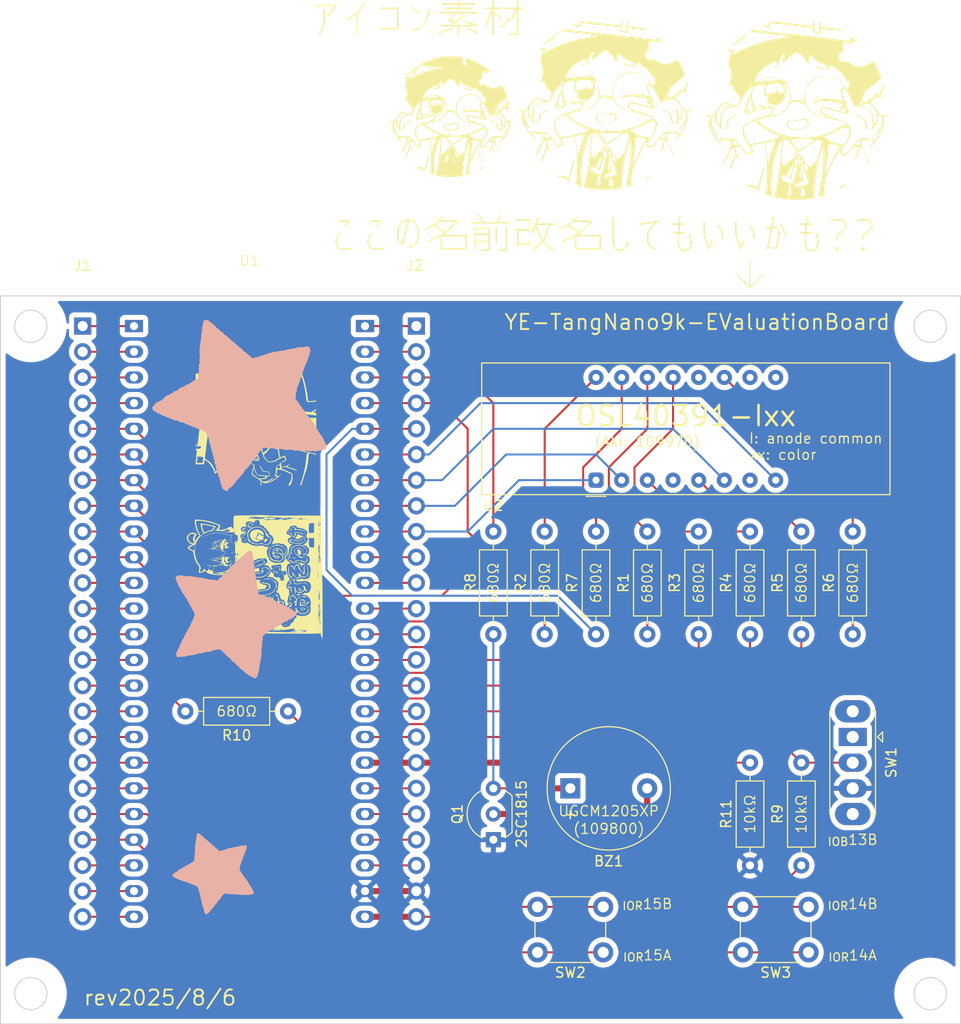
<source format=kicad_pcb>
(kicad_pcb (version 20241229) (generator "pcbnew") (generator_version "9.0")
  (layers (0 "F.Cu" signal) (2 "B.Cu" signal) (13 "F.Paste" user) (15 "B.Paste" user) (5 "F.SilkS" user "F.Silkscreen") (7 "B.SilkS" user "B.Silkscreen") (1 "F.Mask" user) (3 "B.Mask" user) (25 "Edge.Cuts" user))
  (net 0 "")
  (net 1 "+5V")
  (net 2 "Net-(J1-Pin_15)")
  (net 3 "Net-(J1-Pin_16)")
  (net 4 "Net-(BZ1--)")
  (net 5 "/seg_b")
  (net 6 "/seg_a")
  (net 7 "Net-(J1-Pin_13)")
  (net 8 "/IOR14B")
  (net 9 "Net-(J1-Pin_3)")
  (net 10 "/seg_e")
  (net 11 "/seg_d")
  (net 12 "/seg_c")
  (net 13 "Net-(J1-Pin_14)")
  (net 14 "Net-(J1-Pin_2)")
  (net 15 "Net-(J1-Pin_12)")
  (net 16 "/IOR15B")
  (net 17 "Net-(J1-Pin_11)")
  (net 18 "/IOR14A")
  (net 19 "/SYS_EN")
  (net 20 "Net-(J1-Pin_17)")
  (net 21 "Net-(J1-Pin_23)")
  (net 22 "Net-(J1-Pin_22)")
  (net 23 "Net-(J1-Pin_24)")
  (net 24 "Net-(J1-Pin_4)")
  (net 25 "Net-(J1-Pin_1)")
  (net 26 "Net-(J2-Pin_11)")
  (net 27 "GND")
  (net 28 "/com_3")
  (net 29 "/com_4")
  (net 30 "/bz")
  (net 31 "Net-(J2-Pin_21)")
  (net 32 "Net-(J2-Pin_17)")
  (net 33 "Net-(J2-Pin_15)")
  (net 34 "Net-(J2-Pin_12)")
  (net 35 "/com_1")
  (net 36 "Net-(J2-Pin_22)")
  (net 37 "Net-(J2-Pin_2)")
  (net 38 "Net-(J2-Pin_20)")
  (net 39 "Net-(J2-Pin_1)")
  (net 40 "+3V3")
  (net 41 "Net-(J2-Pin_10)")
  (net 42 "/com_2")
  (net 43 "Net-(J2-Pin_13)")
  (net 44 "/seg_f")
  (net 45 "Net-(J2-Pin_19)")
  (net 46 "Net-(J2-Pin_16)")
  (net 47 "/seg_g")
  (net 48 "Net-(J2-Pin_14)")
  (net 49 "Net-(Q1-B)")
  (net 50 "Net-(U2-A)")
  (net 51 "Net-(U2-B)")
  (net 52 "Net-(U2-C)")
  (net 53 "Net-(U2-D)")
  (net 54 "Net-(U2-E)")
  (net 55 "Net-(U2-F)")
  (net 56 "Net-(U2-G)")
  (net 57 "Net-(SW1-B)")
  (net 62 "/IOR15A")
  (footprint "Button_Switch_THT:SW_PUSH_6mm_H7.3mm" (layer "F.Cu") (at 5.64 24.42)
    (property "Reference" "SW2")
    (property "Value" "SW_Push")
  )
  (footprint "Resistor_THT:R_Axial_DIN0207_L6.3mm_D2.5mm_P10.16mm_Horizontal" (layer "F.Cu") (at 6.35 -2.54 90)
    (property "Reference" "R2")
    (property "Value" "680")
  )
  (footprint "Resistor_THT:R_Axial_DIN0207_L6.3mm_D2.5mm_P10.16mm_Horizontal" (layer "F.Cu") (at 1.27 -2.54 90)
    (property "Reference" "R8")
    (property "Value" "680")
  )
  (footprint "LOGO" (layer "F.Cu") (at 12.25 -55)
    (property "Reference" "G***" (hide yes))
    (property "Value" "LOGO" (hide yes))
  )
  (footprint "LOGO" (layer "F.Cu") (at -3 -53.75)
    (property "Reference" "G***" (hide yes))
    (property "Value" "LOGO" (hide yes))
  )
  (footprint "Resistor_THT:R_Axial_DIN0207_L6.3mm_D2.5mm_P10.16mm_Horizontal" (layer "F.Cu") (at -19.05 5.08 180)
    (property "Reference" "R10")
    (property "Value" "680")
  )
  (footprint "Resistor_THT:R_Axial_DIN0207_L6.3mm_D2.5mm_P10.16mm_Horizontal" (layer "F.Cu") (at 16.51 -2.54 90)
    (property "Reference" "R1")
    (property "Value" "680")
  )
  (footprint "LOGO" (layer "F.Cu") (at 31.25 -54.5)
    (property "Reference" "G***" (hide yes))
    (property "Value" "LOGO" (hide yes))
  )
  (footprint "Buzzer_Beeper:Buzzer_12x9.5RM7.6" (layer "F.Cu") (at 8.89 12.7)
    (property "Reference" "BZ1")
    (property "Value" "UGCM1205XP")
  )
  (footprint "Resistor_THT:R_Axial_DIN0207_L6.3mm_D2.5mm_P10.16mm_Horizontal" (layer "F.Cu") (at 26.67 -2.54 90)
    (property "Reference" "R4")
    (property "Value" "680")
  )
  (footprint "Resistor_THT:R_Axial_DIN0207_L6.3mm_D2.5mm_P10.16mm_Horizontal" (layer "F.Cu") (at 36.83 -2.54 90)
    (property "Reference" "R6")
    (property "Value" "680")
  )
  (footprint "Resistor_THT:R_Axial_DIN0207_L6.3mm_D2.5mm_P10.16mm_Horizontal" (layer "F.Cu") (at 21.59 -2.54 90)
    (property "Reference" "R3")
    (property "Value" "680")
  )
  (footprint "Resistor_THT:R_Axial_DIN0207_L6.3mm_D2.5mm_P10.16mm_Horizontal" (layer "F.Cu") (at 31.75 -2.54 90)
    (property "Reference" "R5")
    (property "Value" "680")
  )
  (footprint "Button_Switch_THT:SW_PUSH_6mm_H7.3mm" (layer "F.Cu") (at 25.96 24.42)
    (property "Reference" "SW3")
    (property "Value" "SW_Push")
  )
  (footprint "yasushi:tangnano9k" (layer "F.Cu") (at -22.86 -35.56)
    (property "Reference" "U1")
    (property "Value" "Tang Nano 9K")
  )
  (footprint "yasushi:2MS1-T1-B4-VS2-Q-E-S" (layer "F.Cu") (at 36.83 7.62 -90)
    (property "Reference" "SW1")
    (property "Value" "SW_SPDT")
  )
  (footprint "Resistor_THT:R_Axial_DIN0207_L6.3mm_D2.5mm_P10.16mm_Horizontal" (layer "F.Cu") (at 26.67 20.32 90)
    (property "Reference" "R11")
    (property "Value" "10k")
  )
  (footprint "Resistor_THT:R_Axial_DIN0207_L6.3mm_D2.5mm_P10.16mm_Horizontal" (layer "F.Cu") (at 11.43 -2.54 90)
    (property "Reference" "R7")
    (property "Value" "680")
  )
  (footprint "Connector_PinSocket_2.54mm:PinSocket_1x24_P2.54mm_Vertical" (layer "F.Cu") (at -39.37 -33.02)
    (property "Reference" "J1")
    (property "Value" "Conn_01x24_Socket")
  )
  (footprint "yasushi:OSL40391-Ixx" (layer "F.Cu") (at 11.43 -17.78 90)
    (property "Reference" "U2")
    (property "Value" "OSL40391-IRA")
  )
  (footprint "Connector_PinSocket_2.54mm:PinSocket_1x24_P2.54mm_Vertical" (layer "F.Cu") (at -6.35 -33.02)
    (property "Reference" "J2")
    (property "Value" "Conn_01x24_Socket")
  )
  (footprint "Package_TO_SOT_THT:TO-92_Inline_Wide" (layer "F.Cu") (at 1.27 17.78 90)
    (property "Reference" "Q1")
    (property "Value" "2SC1815")
  )
  (footprint "Resistor_THT:R_Axial_DIN0207_L6.3mm_D2.5mm_P10.16mm_Horizontal" (layer "F.Cu") (at 31.75 20.32 90)
    (property "Reference" "R9")
    (property "Value" "10k")
  )
  (gr_poly (pts (xy -22.90231 -23.94713) (xy -22.89727 -23.92764) (xy -22.89895 -23.9136) (xy -22.90744 -23.9059) (xy -22.91702 -23.90769) (xy -22.92907 -23.91774) (xy -22.95682 -23.95633) (xy -22.98327 -24.00915) (xy -23.00099 -24.06368) (xy -23.01902 -24.11893) (xy -23.04101 -24.17072) (xy -23.06062 -24.22251) (xy -23.07391 -24.2674) (xy -23.07661 -24.29573) (xy -23.07265 -24.31919) (xy -23.06814 -24.32974) (xy -23.0647 -24.33025) (xy -23.05547 -24.29241) (xy -23.04559 -24.25659) (xy -23.03516 -24.23717) (xy -23.02518 -24.21952) (xy -23.01636 -24.18798) (xy -23.00749 -24.1565) (xy -22.99738 -24.139) (xy -22.98716 -24.12307) (xy -22.97803 -24.09536) (xy -22.96916 -24.06882) (xy -22.95957 -24.05569) (xy -22.94979 -24.04574) (xy -22.94046 -24.02685) (xy -22.91398 -23.97119)) (fill yes) (layer "F.SilkS"))
  (gr_poly (pts (xy -21.08266 -22.24446) (xy -21.12338 -22.23682) (xy -21.16589 -22.23274) (xy -21.25008 -22.23463) (xy -21.32283 -22.24886) (xy -21.35104 -22.26021) (xy -21.37174 -22.27416) (xy -21.42964 -22.33537) (xy -21.44417 -22.35835) (xy -21.44903 -22.37615) (xy -21.45265 -22.39561) (xy -21.46135 -22.41386) (xy -21.47011 -22.43541) (xy -21.47307 -22.46369) (xy -21.47137 -22.6194) (xy -21.47392 -22.72798) (xy -21.48193 -22.81092) (xy -21.49657 -22.88973) (xy -21.52098 -22.99723) (xy -21.53157 -23.02784) (xy -21.55364 -23.09045) (xy -21.57967 -23.19012) (xy -21.58681 -23.24177) (xy -21.58869 -23.28051) (xy -21.51667 -23.28051) (xy -21.51187 -23.21188) (xy -21.49749 -23.14869) (xy -21.47862 -23.05911) (xy -21.46599 -22.99422) (xy -21.45656 -22.96922) (xy -21.44823 -22.92739) (xy -21.43631 -22.81537) (xy -21.4332 -22.70241) (xy -21.43587 -22.6594) (xy -21.44185 -22.63274) (xy -21.44616 -22.61168) (xy -21.44544 -22.58105) (xy -21.43196 -22.50379) (xy -21.40762 -22.42636) (xy -21.39332 -22.39552) (xy -21.37864 -22.37417) (xy -21.35982 -22.35734) (xy -21.33799 -22.34336) (xy -21.28723 -22.32371) (xy -21.23015 -22.31482) (xy -21.17055 -22.31626) (xy -21.11223 -22.32762) (xy -21.05899 -22.34849) (xy -21.01462 -22.37846) (xy -20.99695 -22.39673) (xy -20.98292 -22.41712) (xy -20.95399 -22.45725) (xy -20.94049 -22.48073) (xy -20.923 -22.52835) (xy -20.88945 -22.65493) (xy -20.8752 -22.72868) (xy -20.86877 -22.78378) (xy -20.8688 -22.84508) (xy -20.87394 -22.93749) (xy -20.8836 -23.05638) (xy -20.89365 -23.10494) (xy -20.91604 -23.16709) (xy -20.94199 -23.24191) (xy -20.97637 -23.32996) (xy -20.99335 -23.37263) (xy -21.00524 -23.39038) (xy -21.01456 -23.39714) (xy -21.02536 -23.41338) (xy -21.04916 -23.44332) (xy -21.08659 -23.47657) (xy -21.12551 -23.50356) (xy -21.15376 -23.51469) (xy -21.18782 -23.52156) (xy -21.22687 -23.52597) (xy -21.29101 -23.52225) (xy -21.35689 -23.51277) (xy -21.40114 -23.49989) (xy -21.42658 -23.4833) (xy -21.45183 -23.46241) (xy -21.47116 -23.44247) (xy -21.47887 -23.42869) (xy -21.49753 -23.38892) (xy -21.50591 -23.36895) (xy -21.51189 -23.34329) (xy -21.51667 -23.28051) (xy -21.58869 -23.28051) (xy -21.58976 -23.30257) (xy -21.58833 -23.35881) (xy -21.58235 -23.3968) (xy -21.56828 -23.43368) (xy -21.55323 -23.46242) (xy -21.53438 -23.48751) (xy -21.50887 -23.51347) (xy -21.46266 -23.55402) (xy -21.42324 -23.57609) (xy -21.37345 -23.58578) (xy -21.29607 -23.58923) (xy -21.18416 -23.59197) (xy -21.13301 -23.56681) (xy -21.09896 -23.5484) (xy -21.07272 -23.52909) (xy -21.04879 -23.50401) (xy -21.02169 -23.46832) (xy -20.96326 -23.38046) (xy -20.93797 -23.34454) (xy -20.92977 -23.33067) (xy -20.92328 -23.30958) (xy -20.91527 -23.28458) (xy -20.90339 -23.2613) (xy -20.89083 -23.233) (xy -20.88121 -23.19593) (xy -20.86741 -23.14547) (xy -20.85977 -23.12418) (xy -20.85241 -23.08393) (xy -20.84467 -22.98898) (xy -20.84111 -22.94051) (xy -20.83255 -22.89423) (xy -20.8269 -22.86288) (xy -20.82443 -22.82415) (xy -20.82825 -22.73275) (xy -20.84246 -22.63636) (xy -20.86547 -22.55135) (xy -20.88445 -22.4892) (xy -20.89478 -22.45596) (xy -20.91304 -22.41878) (xy -20.93732 -22.38002) (xy -20.96573 -22.34202) (xy -20.99637 -22.30711) (xy -21.02733 -22.27766) (xy -21.05673 -22.25599)) (fill yes) (layer "F.SilkS"))
  (gr_line (start 26.67 -39.37) (end 26.67 -36.83) (stroke (width 0.1)) (layer "F.SilkS"))
  (gr_poly (pts (xy -21.59765 -17.28367) (xy -21.59981 -17.27919) (xy -21.6265 -17.27366) (xy -21.68406 -17.272) (xy -21.75575 -17.27399) (xy -21.76734 -17.27764) (xy -21.7701 -17.28408) (xy -21.77566 -17.30073) (xy -21.78871 -17.32379) (xy -21.7974 -17.33993) (xy -21.80253 -17.35787) (xy -21.8039 -17.37882) (xy -21.8013 -17.40398) (xy -21.78339 -17.4718) (xy -21.74717 -17.57097) (xy -21.73267 -17.61542) (xy -21.73043 -17.64642) (xy -21.73411 -17.65814) (xy -21.74109 -17.66802) (xy -21.76532 -17.68424) (xy -21.82152 -17.72033) (xy -21.88697 -17.77382) (xy -21.94123 -17.82657) (xy -21.95777 -17.847) (xy -21.96386 -17.86044) (xy -21.96597 -17.87404) (xy -21.97106 -17.8797) (xy -22.00277 -17.89948) (xy -22.02556 -17.91497) (xy -22.04593 -17.92444) (xy -22.07951 -17.94159) (xy -22.13646 -17.97537) (xy -22.18819 -18.008) (xy -22.2245 -18.03225) (xy -22.29588 -18.07644) (xy -22.37922 -18.13156) (xy -22.45756 -18.18923) (xy -22.55703 -18.26561) (xy -22.61806 -18.31183) (xy -22.63567 -18.33107) (xy -22.64602 -18.35206) (xy -22.65009 -18.37805) (xy -22.64887 -18.41228) (xy -22.64536 -18.43843) (xy -22.58065 -18.43843) (xy -22.5758 -18.42001) (xy -22.56251 -18.40107) (xy -22.50499 -18.34048) (xy -22.42727 -18.27677) (xy -22.31202 -18.19001) (xy -22.23015 -18.12965) (xy -22.12091 -18.05579) (xy -22.04175 -18.00212) (xy -22.00122 -17.97601) (xy -21.96609 -17.96161) (xy -21.92052 -17.95474) (xy -21.84862 -17.95123) (xy -21.74856 -17.95168) (xy -21.63271 -17.95747) (xy -21.53233 -17.96644) (xy -21.47865 -17.97649) (xy -21.42535 -17.99107) (xy -21.39811 -17.99907) (xy -21.36798 -18.01217) (xy -21.3072 -18.04805) (xy -21.25925 -18.08747) (xy -21.24516 -18.10499) (xy -21.24036 -18.11918) (xy -21.24312 -18.12982) (xy -21.25041 -18.13935) (xy -21.27859 -18.1551) (xy -21.3249 -18.1664) (xy -21.38934 -18.17328) (xy -21.53856 -18.18778) (xy -21.71763 -18.20456) (xy -21.79864 -18.21231) (xy -21.85194 -18.22148) (xy -21.93597 -18.23816) (xy -21.97896 -18.24697) (xy -22.01147 -18.259) (xy -22.04836 -18.27332) (xy -22.07802 -18.29146) (xy -22.12494 -18.33318) (xy -22.1693 -18.37942) (xy -22.19135 -18.4111) (xy -22.19663 -18.42596) (xy -22.2023 -18.43215) (xy -22.20914 -18.43874) (xy -22.21719 -18.45459) (xy -22.24 -18.50465) (xy -22.28348 -18.5943) (xy -22.29961 -18.63496) (xy -22.31827 -18.67531) (xy -22.33144 -18.70209) (xy -22.33692 -18.72093) (xy -22.34123 -18.73533) (xy -22.35159 -18.7514) (xy -22.36348 -18.77239) (xy -22.37144 -18.79864) (xy -22.38259 -18.82917) (xy -22.401 -18.85089) (xy -22.4215 -18.85974) (xy -22.43092 -18.85807) (xy -22.43894 -18.85166) (xy -22.46311 -18.80006) (xy -22.50176 -18.70118) (xy -22.54083 -18.59251) (xy -22.56629 -18.51156) (xy -22.57737 -18.4658) (xy -22.58065 -18.43843) (xy -22.64536 -18.43843) (xy -22.6346 -18.51847) (xy -22.62158 -18.58217) (xy -22.60074 -18.65467) (xy -22.57447 -18.7286) (xy -22.54512 -18.7966) (xy -22.53091 -18.83514) (xy -22.51208 -18.87811) (xy -22.49555 -18.91263) (xy -22.48456 -18.94845) (xy -22.47802 -18.99039) (xy -22.47485 -19.04329) (xy -22.47105 -19.09494) (xy -22.46326 -19.14145) (xy -22.45193 -19.18076) (xy -22.43753 -19.21081) (xy -22.43239 -19.22532) (xy -22.43481 -19.24074) (xy -22.44466 -19.25696) (xy -22.46181 -19.27387) (xy -22.5175 -19.30935) (xy -22.60087 -19.34634) (xy -22.64077 -19.36841) (xy -22.65829 -19.37658) (xy -22.69087 -19.3753) (xy -22.77654 -19.36801) (xy -22.84902 -19.36864) (xy -22.91104 -19.37738) (xy -22.96534 -19.39442) (xy -22.99479 -19.40515) (xy -23.01707 -19.40877) (xy -23.03654 -19.40529) (xy -23.05756 -19.39473) (xy -23.08646 -19.37381) (xy -23.10816 -19.35122) (xy -23.12095 -19.32918) (xy -23.12312 -19.3099) (xy -23.12379 -19.29333) (xy -23.13131 -19.27262) (xy -23.16345 -19.22316) (xy -23.2126 -19.17027) (xy -23.2718 -19.12271) (xy -23.3426 -19.07359) (xy -23.38651 -19.04638) (xy -23.43591 -19.02219) (xy -23.48569 -19.00325) (xy -23.53072 -18.9918) (xy -23.61279 -18.97755) (xy -23.69114 -18.96732) (xy -23.73594 -18.96178) (xy -23.76441 -18.95506) (xy -23.77709 -18.94697) (xy -23.77452 -18.9373) (xy -23.7544 -18.90788) (xy -23.72882 -18.86075) (xy -23.70522 -18.81065) (xy -23.69106 -18.77231) (xy -23.68725 -18.75058) (xy -23.68866 -18.73418) (xy -23.69606 -18.72294) (xy -23.71022 -18.71669) (xy -23.7319 -18.71526) (xy -23.76187 -18.71851) (xy -23.84976 -18.73833) (xy -23.96125 -18.7648) (xy -24.08625 -18.78994) (xy -24.2106 -18.81109) (xy -24.32013 -18.82565) (xy -24.44697 -18.84346) (xy -24.52786 -18.85524) (xy -24.59683 -18.85949) (xy -24.65043 -18.85617) (xy -24.6852 -18.84526) (xy -24.75863 -18.80193) (xy -24.79167 -18.78753) (xy -24.82812 -18.76957) (xy -24.85639 -18.75671) (xy -24.89718 -18.7424) (xy -24.93205 -18.73036) (xy -24.97336 -18.72149) (xy -25.04908 -18.70364) (xy -25.10638 -18.69349) (xy -25.19267 -18.68881) (xy -25.28085 -18.69014) (xy -25.3438 -18.69798) (xy -25.43707 -18.72192) (xy -25.51704 -18.74568) (xy -25.55883 -18.75671) (xy -25.60634 -18.77318) (xy -25.66332 -18.79442) (xy -25.69086 -18.80521) (xy -25.75996 -18.84015) (xy -25.84102 -18.88245) (xy -25.8591 -18.89191) (xy -25.88135 -18.89359) (xy -25.89649 -18.89179) (xy -25.90742 -18.88094) (xy -25.94794 -18.77765) (xy -25.98641 -18.69479) (xy -26.01565 -18.64732) (xy -26.07064 -18.56945) (xy -26.09396 -18.54114) (xy -26.12272 -18.51256) (xy -26.18767 -18.4607) (xy -26.24776 -18.42612) (xy -26.27046 -18.41913) (xy -26.28531 -18.42106) (xy -26.29599 -18.43609) (xy -26.30714 -18.46604) (xy -26.32856 -18.56335) (xy -26.34291 -18.62779) (xy -26.36694 -18.6985) (xy -26.40429 -18.7848) (xy -26.45862 -18.89601) (xy -26.48537 -18.9555) (xy -26.49927 -18.97848) (xy -26.51888 -19.01181) (xy -26.55162 -19.06151) (xy -26.59493 -19.11723) (xy -26.62781 -19.16759) (xy -26.68787 -19.24521) (xy -26.73159 -19.30171) (xy -26.73559 -19.31035) (xy -26.75289 -19.33186) (xy -26.8593 -19.45072) (xy -26.95382 -19.54906) (xy -27.04365 -19.62889) (xy -27.13474 -19.69501) (xy -27.23303 -19.75221) (xy -27.26825 -19.77482) (xy -27.2795 -19.77981) (xy -27.28981 -19.77475) (xy -27.2993 -19.75917) (xy -27.3081 -19.73259) (xy -27.32412 -19.64457) (xy -27.33887 -19.50691) (xy -27.35079 -19.40241) (xy -27.35887 -19.38316) (xy -27.37253 -19.3688) (xy -27.39593 -19.34714) (xy -28.194 -19.34449) (xy -28.194 -19.43386) (xy -28.19194 -19.50488) (xy -28.1913 -19.50785) (xy -28.07235 -19.50785) (xy -28.07023 -19.49761) (xy -28.06624 -19.49287) (xy -28.02242 -19.48465) (xy -27.98722 -19.48627) (xy -27.96582 -19.49661) (xy -27.96191 -19.50471) (xy -27.9634 -19.51458) (xy -27.96619 -19.53192) (xy -27.96246 -19.54666) (xy -27.95486 -19.55368) (xy -27.94609 -19.54782) (xy -27.94214 -19.53354) (xy -27.94295 -19.51625) (xy -27.9427 -19.50445) (xy -27.93582 -19.49512) (xy -27.92155 -19.48814) (xy -27.89912 -19.48341) (xy -27.82678 -19.4803) (xy -27.71275 -19.48495) (xy -27.60412 -19.4875) (xy -27.54167 -19.48964) (xy -27.50811 -19.49766) (xy -27.49903 -19.50567) (xy -27.49342 -19.5173) (xy -27.48758 -19.55431) (xy -27.48129 -19.59061) (xy -27.47291 -19.60955) (xy -27.46821 -19.61839) (xy -27.46464 -19.63858) (xy -27.46007 -19.72004) (xy -27.44931 -19.92655) (xy -27.44928 -19.92721) (xy -27.28 -19.92721) (xy -27.27721 -19.91227) (xy -27.26464 -19.89387) (xy -27.24577 -19.87601) (xy -27.22404 -19.86267) (xy -27.18203 -19.83902) (xy -27.10651 -19.79296) (xy -27.03649 -19.75457) (xy -26.99098 -19.72582) (xy -26.93298 -19.6771) (xy -26.89465 -19.65393) (xy -26.84915 -19.6283) (xy -26.80421 -19.58954) (xy -26.74077 -19.52878) (xy -26.67974 -19.46666) (xy -26.64206 -19.42384) (xy -26.57532 -19.34278) (xy -26.55252 -19.31147) (xy -26.52771 -19.26871) (xy -26.48591 -19.21132) (xy -26.47354 -19.19201) (xy -26.46569 -19.17146) (xy -26.45538 -19.14679) (xy -26.41884 -19.08651) (xy -26.38149 -19.01912) (xy -26.35291 -18.96388) (xy -26.28636 -18.81682) (xy -26.2654 -18.75729) (xy -26.24912 -18.69801) (xy -26.23214 -18.6449) (xy -26.21315 -18.61043) (xy -26.20412 -18.60171) (xy -26.19603 -18.59948) (xy -26.18939 -18.60435) (xy -26.18467 -18.61693) (xy -26.17609 -18.63621) (xy -26.16132 -18.65541) (xy -26.14779 -18.67256) (xy -26.14216 -18.68691) (xy -26.11927 -18.74171) (xy -26.10149 -18.77429) (xy -26.08909 -18.79138) (xy -26.0817 -18.80067) (xy -26.07474 -18.81685) (xy -26.06754 -18.85412) (xy -26.06312 -18.87417) (xy -26.05247 -18.89353) (xy -26.04319 -18.90965) (xy -26.03701 -18.92955) (xy -26.03357 -18.97339) (xy -26.04138 -19.01043) (xy -26.04925 -19.02182) (xy -26.05963 -19.02603) (xy -26.07321 -19.03539) (xy -26.09072 -19.05737) (xy -26.10586 -19.0828) (xy -26.11231 -19.10251) (xy -26.11023 -19.1206) (xy -26.10383 -19.13237) (xy -26.09284 -19.13773) (xy -26.07703 -19.13665) (xy -26.0299 -19.11487) (xy -25.96043 -19.06656) (xy -25.88291 -19.01539) (xy -25.85445 -19.00238) (xy -25.83406 -18.99779) (xy -25.82264 -19.00164) (xy -25.82111 -19.01394) (xy -25.83035 -19.03473) (xy -25.85129 -19.06401) (xy -25.88956 -19.12248) (xy -25.92589 -19.18463) (xy -25.95973 -19.25046) (xy -25.98631 -19.30267) (xy -26.00457 -19.34066) (xy -26.01425 -19.36108) (xy -26.03024 -19.38167) (xy -26.04625 -19.40239) (xy -26.05598 -19.4231) (xy -26.0661 -19.4467) (xy -26.08304 -19.47435) (xy -26.09666 -19.49752) (xy -22.98414 -19.49752) (xy -22.9815 -19.48639) (xy -22.97249 -19.47464) (xy -22.95771 -19.46339) (xy -22.93769 -19.45373) (xy -22.91302 -19.44679) (xy -22.8788 -19.44411) (xy -22.85303 -19.44883) (xy -22.84132 -19.45878) (xy -22.84248 -19.46503) (xy -22.84925 -19.47176) (xy -22.87081 -19.48158) (xy -22.90397 -19.49906) (xy -22.92743 -19.51119) (xy -22.94833 -19.51611) (xy -22.96812 -19.51349) (xy -22.97988 -19.50692) (xy -22.98414 -19.49752) (xy -26.09666 -19.49752) (xy -26.10485 -19.51146) (xy -26.13295 -19.57584) (xy -26.17203 -19.64754) (xy -26.19429 -19.69242) (xy -26.24342 -19.80396) (xy -26.25407 -19.83244) (xy -26.2865 -19.90391) (xy -26.32859 -19.99627) (xy -26.3484 -20.03751) (xy -26.35244 -20.04777) (xy -23.95092 -20.04777) (xy -23.94723 -20.04329) (xy -23.90837 -20.02276) (xy -23.8909 -20.01754) (xy -23.88118 -20.01812) (xy -23.8722 -20.03183) (xy -23.87213 -20.04516) (xy -23.8728 -20.04606) (xy -23.71588 -20.04606) (xy -23.70982 -20.02282) (xy -23.70172 -20.01189) (xy -23.68964 -20.00517) (xy -23.67475 -20.00247) (xy -23.65822 -20.00357) (xy -23.62491 -20.01639) (xy -23.62405 -20.01707) (xy -23.52095 -20.01707) (xy -23.5164 -20.01043) (xy -23.5107 -20.00317) (xy -23.50833 -19.99219) (xy -23.50009 -19.96372) (xy -23.47261 -19.91215) (xy -23.44232 -19.87411) (xy -23.39356 -19.82374) (xy -23.34379 -19.77805) (xy -23.31045 -19.75406) (xy -23.27739 -19.73425) (xy -23.25838 -19.7235) (xy -23.24889 -19.72029) (xy -23.23922 -19.71258) (xy -23.17111 -19.67593) (xy -23.10016 -19.64754) (xy -23.07931 -19.63372) (xy -23.06604 -19.62397) (xy -23.05309 -19.61991) (xy -22.99843 -19.5992) (xy -22.94606 -19.57848) (xy -22.93607 -19.57554) (xy -22.92667 -19.56847) (xy -22.91272 -19.55908) (xy -22.89177 -19.55055) (xy -22.81657 -19.51492) (xy -22.74424 -19.48008) (xy -22.70998 -19.46439) (xy -22.67267 -19.44369) (xy -22.64268 -19.42603) (xy -22.60537 -19.40617) (xy -22.5421 -19.37488) (xy -22.48241 -19.3432) (xy -22.42645 -19.31537) (xy -22.40104 -19.30612) (xy -22.37662 -19.30226) (xy -22.34661 -19.29778) (xy -22.33792 -19.29177) (xy -22.33335 -19.28286) (xy -22.33632 -19.25525) (xy -22.35496 -19.21269) (xy -22.37807 -19.16035) (xy -22.39067 -19.11193) (xy -22.3931 -19.06527) (xy -22.38568 -19.01825) (xy -22.35108 -18.90379) (xy -22.32231 -18.82934) (xy -22.29635 -18.77579) (xy -22.2772 -18.72164) (xy -22.26124 -18.68765) (xy -22.23181 -18.62717) (xy -22.20673 -18.57557) (xy -22.19516 -18.54973) (xy -22.17354 -18.49775) (xy -22.1432 -18.43905) (xy -22.10614 -18.37487) (xy -22.08784 -18.35243) (xy -22.06804 -18.33525) (xy -22.04549 -18.32246) (xy -22.01895 -18.31316) (xy -21.94893 -18.30157) (xy -21.85309 -18.28751) (xy -21.69288 -18.27337) (xy -21.49027 -18.25607) (xy -21.2998 -18.23907) (xy -21.117 -18.227) (xy -21.00101 -18.22001) (xy -20.96434 -18.22196) (xy -20.9392 -18.22884) (xy -20.92356 -18.24162) (xy -20.91539 -18.26127) (xy -20.91269 -18.28878) (xy -20.91342 -18.32511) (xy -20.91782 -18.366) (xy -20.92697 -18.40674) (xy -20.94002 -18.44569) (xy -20.95611 -18.48121) (xy -20.9744 -18.51168) (xy -20.99403 -18.53546) (xy -21.01416 -18.55093) (xy -21.03393 -18.55645) (xy -21.06308 -18.57026) (xy -21.08106 -18.58001) (xy -21.09763 -18.58407) (xy -21.15615 -18.59728) (xy -21.22159 -18.60932) (xy -21.32189 -18.62126) (xy -21.41803 -18.62917) (xy -21.47097 -18.62909) (xy -21.49373 -18.62625) (xy -21.51572 -18.63026) (xy -21.53442 -18.64026) (xy -21.54731 -18.65538) (xy -21.59079 -18.74494) (xy -21.62283 -18.79253) (xy -21.67026 -18.86375) (xy -21.74132 -18.98803) (xy -21.79347 -19.07236) (xy -21.84209 -19.15206) (xy -21.85605 -19.17522) (xy -21.86524 -19.18486) (xy -21.8732 -19.1918) (xy -21.88032 -19.20761) (xy -21.88409 -19.22476) (xy -21.88205 -19.23571) (xy -21.87622 -19.23679) (xy -21.86694 -19.23349) (xy -21.84187 -19.2168) (xy -21.81443 -19.1917) (xy -21.79225 -19.16425) (xy -21.75452 -19.11336) (xy -21.71186 -19.05668) (xy -21.65585 -18.97287) (xy -21.60178 -18.88568) (xy -21.56493 -18.81886) (xy -21.53948 -18.77052) (xy -21.52023 -18.72379) (xy -21.5096 -18.70145) (xy -21.49905 -18.69391) (xy -21.48309 -18.68832) (xy -21.42911 -18.68156) (xy -21.33609 -18.6783) (xy -21.21146 -18.67025) (xy -21.10819 -18.65286) (xy -21.06673 -18.64118) (xy -21.03319 -18.62777) (xy -21.00844 -18.61285) (xy -20.99334 -18.59662) (xy -20.98443 -18.58723) (xy -20.97269 -18.58096) (xy -20.95562 -18.56851) (xy -20.93389 -18.54424) (xy -20.90383 -18.50811) (xy -20.89434 -18.4839) (xy -20.8701 -18.38381) (xy -20.86314 -18.34264) (xy -20.85995 -18.30022) (xy -20.86081 -18.26608) (xy -20.86603 -18.24973) (xy -20.88202 -18.21446) (xy -20.89012 -18.19761) (xy -20.90315 -18.18299) (xy -20.92044 -18.17083) (xy -20.94131 -18.16139) (xy -20.99113 -18.15159) (xy -21.04723 -18.15549) (xy -21.07701 -18.15934) (xy -21.09519 -18.15387) (xy -21.10603 -18.1356) (xy -21.11378 -18.10106) (xy -21.12934 -18.05002) (xy -21.1547 -18.00319) (xy -21.18419 -17.96894) (xy -21.19871 -17.95915) (xy -21.21214 -17.95566) (xy -21.25481 -17.94412) (xy -21.32495 -17.91321) (xy -21.38089 -17.89674) (xy -21.46912 -17.88272) (xy -21.57482 -17.87299) (xy -21.68319 -17.86934) (xy -21.77737 -17.86663) (xy -21.8016 -17.86154) (xy -21.81084 -17.85248) (xy -21.80525 -17.8383) (xy -21.78501 -17.81788) (xy -21.7013 -17.75381) (xy -21.62583 -17.70131) (xy -21.56877 -17.66945) (xy -21.51865 -17.65307) (xy -21.46395 -17.64699) (xy -21.37144 -17.65018) (xy -21.25649 -17.66268) (xy -21.15386 -17.67976) (xy -21.11804 -17.68854) (xy -21.09835 -17.6967) (xy -21.06109 -17.71321) (xy -21.00886 -17.7368) (xy -20.95919 -17.76529) (xy -20.92197 -17.78253) (xy -20.88622 -17.80296) (xy -20.84996 -17.82425) (xy -20.76259 -17.8761) (xy -20.67306 -17.93419) (xy -20.60759 -17.97519) (xy -20.57327 -18.00131) (xy -20.55829 -18.01254) (xy -20.54263 -18.01978) (xy -20.52744 -18.02264) (xy -20.51388 -18.02074) (xy -20.50865 -18.01433) (xy -20.51086 -18.00243) (xy -20.53393 -17.96668) (xy -20.57571 -17.92258) (xy -20.62883 -17.87919) (xy -20.68884 -17.83217) (xy -20.74394 -17.79543) (xy -20.79687 -17.76476) (xy -20.82613 -17.74849) (xy -20.84408 -17.73871) (xy -20.91392 -17.70023) (xy -21.01441 -17.65221) (xy -21.03681 -17.63962) (xy -21.04612 -17.62862) (xy -21.04901 -17.62089) (xy -21.05745 -17.61516) (xy -21.08963 -17.61027) (xy -21.1078 -17.60852) (xy -21.11989 -17.60437) (xy -21.1237 -17.59911) (xy -21.11702 -17.59407) (xy -21.08533 -17.59019) (xy -21.05233 -17.59936) (xy -21.0001 -17.61396) (xy -20.96743 -17.62231) (xy -20.93426 -17.63538) (xy -20.89462 -17.65181) (xy -20.8386 -17.67341) (xy -20.74606 -17.71283) (xy -20.72012 -17.72087) (xy -20.70336 -17.73072) (xy -20.63343 -17.76946) (xy -20.55253 -17.8114) (xy -20.5257 -17.82445) (xy -20.50556 -17.83787) (xy -20.49005 -17.84862) (xy -20.47118 -17.85561) (xy -20.45049 -17.8628) (xy -20.4306 -17.874) (xy -20.35597 -17.92375) (xy -20.2801 -17.96892) (xy -20.24996 -17.9874) (xy -20.23161 -18.0027) (xy -20.21781 -18.01514) (xy -20.19863 -18.02673) (xy -20.17658 -18.0415) (xy -20.15591 -18.0616) (xy -20.13622 -18.08549) (xy -20.16399 -18.10517) (xy -20.2179 -18.14127) (xy -20.27463 -18.17795) (xy -20.30523 -18.19821) (xy -20.34353 -18.17731) (xy -20.37318 -18.16586) (xy -20.39224 -18.16707) (xy -20.3967 -18.17182) (xy -20.39717 -18.179) (xy -20.38444 -18.19973) (xy -20.35504 -18.2357) (xy -20.3285 -18.27875) (xy -20.30189 -18.33435) (xy -20.27224 -18.40798) (xy -20.24597 -18.47703) (xy -20.25042 -18.71182) (xy -20.25206 -18.86561) (xy -20.24918 -18.96534) (xy -20.24892 -18.96726) (xy -20.17154 -18.96726) (xy -20.16942 -18.94516) (xy -20.16251 -18.93058) (xy -20.15052 -18.92323) (xy -20.1332 -18.92279) (xy -20.11029 -18.92897) (xy -20.08151 -18.94143) (xy -20.05771 -18.95192) (xy -20.03432 -18.95762) (xy -19.94775 -18.96043) (xy -19.88327 -18.96192) (xy -19.84688 -18.96769) (xy -19.83751 -18.97279) (xy -19.83312 -18.97968) (xy -19.83655 -18.9998) (xy -19.84429 -19.05356) (xy -19.85274 -19.1581) (xy -19.86198 -19.27347) (xy -19.87008 -19.30343) (xy -19.87613 -19.3117) (xy -19.88395 -19.31558) (xy -19.90617 -19.3104) (xy -19.93932 -19.2884) (xy -20.04878 -19.19592) (xy -20.10325 -19.14738) (xy -20.13454 -19.11264) (xy -20.15137 -19.07938) (xy -20.16242 -19.0353) (xy -20.17154 -18.96726) (xy -20.24892 -18.96726) (xy -20.24067 -19.02676) (xy -20.22542 -19.0656) (xy -20.21046 -19.09991) (xy -20.19547 -19.11929) (xy -20.15992 -19.15544) (xy -20.08358 -19.22316) (xy -20.0517 -19.25564) (xy -20.03963 -19.26905) (xy -20.02915 -19.27463) (xy -20.01913 -19.27818) (xy -20.0082 -19.28672) (xy -19.96737 -19.31945) (xy -19.91947 -19.35978) (xy -19.8859 -19.39293) (xy -19.7952 -19.47273) (xy -19.7459 -19.51065) (xy -19.6874 -19.54716) (xy -19.61636 -19.59631) (xy -19.57024 -19.6354) (xy -19.56048 -19.64397) (xy -19.55072 -19.64754) (xy -19.52301 -19.6606) (xy -19.47989 -19.6877) (xy -19.42703 -19.71502) (xy -19.35892 -19.75077) (xy -19.33926 -19.76761) (xy -19.32827 -19.78655) (xy -19.32525 -19.80966) (xy -19.32952 -19.83905) (xy -19.35711 -19.92498) (xy -19.39151 -20.01211) (xy -19.40637 -20.03919) (xy -19.42132 -20.05665) (xy -19.4376 -20.06556) (xy -19.45644 -20.06694) (xy -19.47908 -20.06186) (xy -19.50675 -20.05134) (xy -19.7932 -19.92427) (xy -19.89774 -19.8736) (xy -19.94966 -19.84406) (xy -19.96816 -19.83399) (xy -20.00115 -19.81776) (xy -20.13911 -19.73815) (xy -20.18062 -19.70964) (xy -20.20279 -19.69595) (xy -20.24502 -19.67151) (xy -20.26628 -19.65902) (xy -20.28924 -19.65137) (xy -20.33693 -19.63632) (xy -20.37086 -19.62549) (xy -20.42741 -19.61257) (xy -20.58217 -19.58465) (xy -20.74871 -19.56101) (xy -20.87451 -19.55005) (xy -20.94496 -19.55486) (xy -20.97261 -19.56182) (xy -20.99389 -19.57158) (xy -21.04612 -19.60313) (xy -21.07842 -19.62519) (xy -21.10927 -19.65217) (xy -21.13851 -19.6839) (xy -21.16597 -19.72022) (xy -21.19928 -19.75928) (xy -21.24404 -19.79215) (xy -21.30173 -19.83618) (xy -21.35837 -19.89381) (xy -21.40529 -19.95509) (xy -21.4224 -19.98399) (xy -21.43383 -20.01008) (xy -21.4574 -20.06069) (xy -21.47857 -20.10903) (xy -21.52523 -20.27155) (xy -21.43778 -20.27155) (xy -21.43341 -20.23415) (xy -21.41549 -20.17927) (xy -21.37678 -20.07223) (xy -21.34473 -20.00389) (xy -21.3026 -19.93376) (xy -21.28088 -19.91588) (xy -21.24504 -19.89605) (xy -21.20845 -19.87534) (xy -21.18792 -19.85548) (xy -21.14583 -19.7947) (xy -21.09075 -19.73003) (xy -21.03435 -19.67411) (xy -20.98831 -19.63955) (xy -20.95637 -19.62927) (xy -20.91089 -19.62354) (xy -20.85597 -19.62208) (xy -20.7957 -19.6246) (xy -20.67546 -19.64039) (xy -20.62368 -19.65307) (xy -20.58291 -19.66856) (xy -20.51038 -19.68487) (xy -20.46251 -19.69458) (xy -20.42991 -19.70458) (xy -20.37404 -19.71939) (xy -20.33571 -19.73099) (xy -20.28824 -19.75787) (xy -20.21176 -19.80769) (xy -20.16802 -19.83895) (xy -20.13315 -19.85888) (xy -20.09611 -19.87982) (xy -20.06666 -19.89614) (xy -20.03179 -19.9123) (xy -19.96138 -19.952) (xy -19.92387 -19.97539) (xy -19.91282 -19.98696) (xy -19.90642 -20.00009) (xy -19.90431 -20.01602) (xy -19.90614 -20.03599) (xy -19.92012 -20.09295) (xy -19.96827 -20.27625) (xy -19.99384 -20.40715) (xy -20.01017 -20.49551) (xy -20.02366 -20.55518) (xy -20.04255 -20.68602) (xy -20.06612 -20.82413) (xy -20.09474 -20.96651) (xy -20.11696 -21.05974) (xy -20.14312 -21.15577) (xy -20.16251 -21.22974) (xy -20.20723 -21.40502) (xy -20.22128 -21.48098) (xy -20.23001 -21.52887) (xy -20.24579 -21.58002) (xy -20.26472 -21.62375) (xy -20.28289 -21.64942) (xy -20.33105 -21.68931) (xy -20.36165 -21.7203) (xy -20.3803 -21.74921) (xy -20.39259 -21.78285) (xy -20.40403 -21.82045) (xy -20.41295 -21.83424) (xy -20.42423 -21.82543) (xy -20.44275 -21.79521) (xy -20.46313 -21.75523) (xy -20.47161 -21.72824) (xy -20.47579 -21.70938) (xy -20.48585 -21.68896) (xy -20.50884 -21.63636) (xy -20.52704 -21.59147) (xy -20.54618 -21.55003) (xy -20.5697 -21.49834) (xy -20.58352 -21.46455) (xy -20.6093 -21.40575) (xy -20.67047 -21.28072) (xy -20.75661 -21.11661) (xy -20.80736 -21.0225) (xy -20.81926 -21.0074) (xy -20.84811 -20.96685) (xy -20.89207 -20.89066) (xy -20.93832 -20.82284) (xy -20.98867 -20.75361) (xy -21.03668 -20.69652) (xy -21.06038 -20.66736) (xy -21.07298 -20.6451) (xy -21.08008 -20.63099) (xy -21.09053 -20.62141) (xy -21.11365 -20.59756) (xy -21.15122 -20.54917) (xy -21.19392 -20.4954) (xy -21.20696 -20.48573) (xy -21.21893 -20.4832) (xy -21.24282 -20.47586) (xy -21.27472 -20.45643) (xy -21.3095 -20.42854) (xy -21.34204 -20.39584) (xy -21.40275 -20.33057) (xy -21.42782 -20.30064) (xy -21.43464 -20.28656) (xy -21.43778 -20.27155) (xy -21.52523 -20.27155) (xy -21.53174 -20.29423) (xy -21.56672 -20.38644) (xy -21.58755 -20.44168) (xy -21.6244 -20.53836) (xy -21.65865 -20.63047) (xy -21.6795 -20.68227) (xy -21.70247 -20.74553) (xy -21.73861 -20.85529) (xy -21.79469 -20.99034) (xy -21.85409 -21.11347) (xy -21.87983 -21.15895) (xy -21.90016 -21.18749) (xy -21.91411 -21.21511) (xy -21.92784 -21.24653) (xy -21.95067 -21.27429) (xy -21.9808 -21.29766) (xy -22.01644 -21.3159) (xy -22.05579 -21.32827) (xy -22.09706 -21.33405) (xy -22.13845 -21.33251) (xy -22.17816 -21.3229) (xy -22.24676 -21.292) (xy -22.26975 -21.27553) (xy -22.28568 -21.25765) (xy -22.29491 -21.23783) (xy -22.2978 -21.21554) (xy -22.29471 -21.19023) (xy -22.28599 -21.16136) (xy -22.2741 -21.11827) (xy -22.26602 -21.07009) (xy -22.25945 -21.02724) (xy -22.25116 -20.99695) (xy -22.2325 -20.92444) (xy -22.20647 -20.82494) (xy -22.15358 -20.65576) (xy -22.12263 -20.52625) (xy -22.1175 -20.49452) (xy -22.11791 -20.47807) (xy -22.1185 -20.46599) (xy -22.11042 -20.4624) (xy -22.10088 -20.45954) (xy -22.09282 -20.45081) (xy -22.08053 -20.4148) (xy -22.07904 -20.39519) (xy -22.08375 -20.38258) (xy -22.09433 -20.37735) (xy -22.11042 -20.37991) (xy -22.12601 -20.38266) (xy -22.14059 -20.38031) (xy -22.15259 -20.37339) (xy -22.16047 -20.36246) (xy -22.16684 -20.35501) (xy -22.176 -20.35191) (xy -22.1877 -20.35027) (xy -22.19506 -20.34573) (xy -22.19825 -20.33888) (xy -22.19746 -20.3303) (xy -22.1846 -20.3103) (xy -22.15785 -20.29039) (xy -22.12497 -20.27644) (xy -22.1006 -20.27689) (xy -22.09092 -20.28277) (xy -22.08254 -20.29256) (xy -22.06858 -20.32429) (xy -22.05878 -20.35536) (xy -22.04676 -20.32429) (xy -22.02233 -20.27595) (xy -22.00111 -20.22761) (xy -21.98594 -20.18512) (xy -21.96738 -20.13019) (xy -21.9456 -20.06908) (xy -21.93099 -20.02588) (xy -21.90648 -19.96028) (xy -21.88032 -19.88923) (xy -21.86934 -19.83872) (xy -21.87004 -19.81621) (xy -21.8822 -19.79171) (xy -21.90636 -19.76443) (xy -21.94308 -19.7336) (xy -21.97883 -19.70357) (xy -21.9937 -19.6855) (xy -21.99634 -19.67488) (xy -22.00378 -19.66659) (xy -22.03016 -19.65735) (xy -22.06704 -19.65854) (xy -22.10863 -19.67088) (xy -22.15079 -19.6849) (xy -22.19875 -19.69553) (xy -22.25844 -19.70953) (xy -22.30707 -19.72585) (xy -22.44639 -19.76413) (xy -22.48045 -19.77454) (xy -22.14525 -19.77454) (xy -22.11984 -19.7524) (xy -22.09424 -19.73906) (xy -22.06491 -19.7378) (xy -22.03425 -19.74683) (xy -22.00468 -19.76435) (xy -21.9786 -19.78854) (xy -21.9584 -19.8176) (xy -21.94651 -19.84974) (xy -21.94533 -19.88315) (xy -21.9558 -19.9241) (xy -21.96302 -19.93518) (xy -21.97164 -19.94001) (xy -21.9817 -19.93861) (xy -21.99327 -19.93099) (xy -22.02114 -19.8971) (xy -22.05403 -19.85732) (xy -22.0963 -19.81635) (xy -22.14525 -19.77454) (xy -22.48045 -19.77454) (xy -22.58687 -19.80707) (xy -22.7361 -19.85527) (xy -22.85921 -19.89969) (xy -22.94288 -19.93067) (xy -23.04923 -19.97609) (xy -23.13416 -20.01618) (xy -22.93099 -20.01618) (xy -22.92396 -20.01093) (xy -22.86294 -19.98961) (xy -22.67641 -19.9273) (xy -22.57941 -19.89621) (xy -22.46697 -19.8617) (xy -22.40921 -19.84068) (xy -22.349 -19.81989) (xy -22.28999 -19.80645) (xy -22.27398 -19.81019) (xy -22.25203 -19.82069) (xy -22.19739 -19.85674) (xy -22.14016 -19.90409) (xy -22.09443 -19.95223) (xy -22.06603 -19.98769) (xy -22.04721 -20.01685) (xy -22.03138 -20.05052) (xy -22.01766 -20.08741) (xy -22.03912 -20.10866) (xy -22.06482 -20.12666) (xy -22.10361 -20.13467) (xy -22.14388 -20.1417) (xy -22.18023 -20.15193) (xy -22.23756 -20.16774) (xy -22.26259 -20.16995) (xy -22.2855 -20.16832) (xy -22.30649 -20.16282) (xy -22.3258 -20.15341) (xy -22.34364 -20.14005) (xy -22.36024 -20.12271) (xy -22.39609 -20.08522) (xy -22.43746 -20.04996) (xy -22.47551 -20.02378) (xy -22.50137 -20.01353) (xy -22.51048 -20.01766) (xy -22.50959 -20.03021) (xy -22.49862 -20.05142) (xy -22.47748 -20.08156) (xy -22.46529 -20.10015) (xy -22.45935 -20.11526) (xy -22.45951 -20.12681) (xy -22.46567 -20.13472) (xy -22.47767 -20.13888) (xy -22.49538 -20.13922) (xy -22.54744 -20.12806) (xy -22.76594 -20.07538) (xy -22.89368 -20.04134) (xy -22.92955 -20.02125) (xy -22.93099 -20.01618) (xy -23.13416 -20.01618) (xy -23.15766 -20.02727) (xy -23.19496 -20.04456) (xy -23.24346 -20.06638) (xy -23.30784 -20.09589) (xy -23.3436 -20.10331) (xy -23.36943 -20.10775) (xy -23.39984 -20.11844) (xy -23.43175 -20.12768) (xy -23.4588 -20.12418) (xy -23.48156 -20.10774) (xy -23.50058 -20.07813) (xy -23.52005 -20.02967) (xy -23.52095 -20.01707) (xy -23.62405 -20.01707) (xy -23.61048 -20.0277) (xy -23.59909 -20.04201) (xy -23.5845 -20.05799) (xy -23.56638 -20.06651) (xy -23.55323 -20.07044) (xy -23.54474 -20.07876) (xy -23.53181 -20.12566) (xy -23.5287 -20.14873) (xy -23.5328 -20.16248) (xy -23.54685 -20.17017) (xy -23.57362 -20.17504) (xy -23.63555 -20.18348) (xy -23.6634 -20.18391) (xy -23.68174 -20.17512) (xy -23.69187 -20.15581) (xy -23.69513 -20.12468) (xy -23.69845 -20.09232) (xy -23.70606 -20.06878) (xy -23.71588 -20.04606) (xy -23.8728 -20.04606) (xy -23.88031 -20.05611) (xy -23.89608 -20.06268) (xy -23.91958 -20.06386) (xy -23.93944 -20.05969) (xy -23.95042 -20.05217) (xy -23.95092 -20.04777) (xy -26.35244 -20.04777) (xy -26.35853 -20.06327) (xy -26.37661 -20.11871) (xy -26.41038 -20.20689) (xy -26.47123 -20.37953) (xy -26.50128 -20.45249) (xy -26.51511 -20.48702) (xy -26.56745 -20.6523) (xy -26.58357 -20.70938) (xy -26.59323 -20.75934) (xy -26.60005 -20.7957) (xy -26.60937 -20.82007) (xy -26.62158 -20.8469) (xy -26.63537 -20.88913) (xy -26.72045 -21.20821) (xy -26.75822 -21.3583) (xy -26.77636 -21.45343) (xy -26.78063 -21.48192) (xy -26.79088 -21.51609) (xy -26.80262 -21.55767) (xy -26.81046 -21.60397) (xy -26.81788 -21.64715) (xy -26.8286 -21.68124) (xy -26.84139 -21.73138) (xy -26.8537 -21.82005) (xy -26.86551 -21.90591) (xy -26.877 -21.95621) (xy -26.88497 -21.98189) (xy -26.88828 -22.00853) (xy -26.90244 -22.1037) (xy -26.92157 -22.23369) (xy -26.93429 -22.33905) (xy -26.94206 -22.38226) (xy -26.96248 -22.35617) (xy -26.97358 -22.33951) (xy -26.98101 -22.31941) (xy -26.99211 -22.24045) (xy -27.00815 -22.10248) (xy -27.02644 -21.95056) (xy -27.04908 -21.78828) (xy -27.06746 -21.64671) (xy -27.08221 -21.49561) (xy -27.09214 -21.43807) (xy -27.10835 -21.31098) (xy -27.12749 -21.15641) (xy -27.14244 -21.04247) (xy -27.15722 -20.91126) (xy -27.18612 -20.6523) (xy -27.19443 -20.58059) (xy -27.20444 -20.52455) (xy -27.21477 -20.46141) (xy -27.22389 -20.37263) (xy -27.23884 -20.24142) (xy -27.24998 -20.17507) (xy -27.2688 -20.01008) (xy -27.28 -19.92721) (xy -27.44928 -19.92721) (xy -27.44591 -19.99691) (xy -27.44823 -20.04459) (xy -27.45642 -20.07083) (xy -27.46277 -20.07628) (xy -27.47066 -20.07682) (xy -27.50069 -20.07425) (xy -27.53984 -20.07533) (xy -27.57647 -20.07928) (xy -27.59894 -20.08533) (xy -27.63994 -20.09409) (xy -27.73513 -20.10006) (xy -27.87983 -20.1071) (xy -27.90302 -20.11075) (xy -27.91247 -20.11621) (xy -27.92245 -20.12123) (xy -27.93747 -20.12359) (xy -27.97486 -20.11989) (xy -27.98614 -20.11259) (xy -27.99387 -20.09412) (xy -28.00347 -20.00426) (xy -28.00897 -19.95657) (xy -28.01762 -19.91794) (xy -28.0246 -19.88835) (xy -28.0306 -19.84083) (xy -28.04197 -19.66851) (xy -28.04714 -19.61729) (xy -28.05568 -19.59255) (xy -28.06567 -19.57088) (xy -28.07169 -19.53825) (xy -28.07235 -19.50785) (xy -28.1913 -19.50785) (xy -28.18886 -19.51914) (xy -28.18398 -19.52323) (xy -28.17891 -19.52838) (xy -28.17507 -19.54601) (xy -28.16927 -19.632) (xy -28.1625 -19.72707) (xy -28.15281 -19.80291) (xy -28.14028 -19.8811) (xy -28.13195 -19.96506) (xy -28.12519 -20.18806) (xy -28.12445 -20.22585) (xy -27.93236 -20.22585) (xy -27.93021 -20.21568) (xy -27.92284 -20.20376) (xy -27.9125 -20.1952) (xy -27.90048 -20.2074) (xy -27.89462 -20.22142) (xy -27.89731 -20.23324) (xy -27.90673 -20.24007) (xy -27.92109 -20.23913) (xy -27.92931 -20.23381) (xy -27.93236 -20.22585) (xy -28.12445 -20.22585) (xy -28.12237 -20.33054) (xy -28.11918 -20.36161) (xy -28.11435 -20.37363) (xy -28.10697 -20.37722) (xy -28.1031 -20.3752) (xy -28.09616 -20.44168) (xy -28.08505 -20.54366) (xy -28.07843 -20.56824) (xy -28.07013 -20.58038) (xy -28.06123 -20.59203) (xy -28.05976 -20.60525) (xy -28.06521 -20.61688) (xy -28.07707 -20.62377) (xy -28.08815 -20.629) (xy -28.0979 -20.63865) (xy -28.11224 -20.66734) (xy -28.11768 -20.70212) (xy -28.11182 -20.73525) (xy -28.10327 -20.75589) (xy -28.0929 -20.73772) (xy -28.08028 -20.72022) (xy -28.06971 -20.71576) (xy -28.06106 -20.72436) (xy -28.05419 -20.74606) (xy -28.04692 -20.78006) (xy -28.10504 -20.78006) (xy -28.15608 -20.77765) (xy -28.16321 -20.77203) (xy -28.16552 -20.76113) (xy -28.17081 -20.74675) (xy -28.18094 -20.7399) (xy -28.18794 -20.74079) (xy -28.19188 -20.74957) (xy -28.194 -20.8089) (xy -28.194 -20.88019) (xy -28.09514 -20.88073) (xy -27.98705 -20.88426) (xy -27.88015 -20.89259) (xy -27.79106 -20.90404) (xy -27.7364 -20.91694) (xy -27.72179 -20.92505) (xy -27.70891 -20.93663) (xy -27.68861 -20.96956) (xy -27.67603 -21.01443) (xy -27.67171 -21.06998) (xy -27.6737 -21.10613) (xy -27.67766 -21.11742) (xy -27.68492 -21.12502) (xy -27.71329 -21.13174) (xy -27.76669 -21.13142) (xy -28.01679 -21.13069) (xy -28.194 -21.13224) (xy -28.194 -21.24152) (xy -28.16297 -21.24637) (xy -28.13553 -21.24774) (xy -28.12007 -21.23751) (xy -28.10533 -21.22699) (xy -28.08394 -21.22006) (xy -28.05865 -21.21729) (xy -28.03223 -21.21926) (xy -28.01458 -21.22507) (xy -28.00815 -21.23334) (xy -28.01309 -21.2424) (xy -28.02954 -21.25057) (xy -28.04726 -21.26013) (xy -28.04724 -21.27956) (xy -28.03768 -21.30396) (xy -28.02438 -21.31612) (xy -28.01796 -21.31697) (xy -28.01257 -21.31398) (xy -28.00747 -21.29544) (xy -28.00425 -21.28053) (xy -27.99651 -21.2665) (xy -27.99054 -21.26017) (xy -27.98722 -21.26078) (xy -27.98532 -21.28935) (xy -27.98748 -21.31726) (xy -27.99058 -21.32361) (xy -27.99524 -21.3256) (xy -28.00198 -21.32986) (xy -28.00188 -21.34263) (xy -28.00172 -21.36082) (xy -28.00628 -21.38067) (xy -28.00988 -21.40005) (xy -27.99591 -21.41278) (xy -27.98124 -21.42758) (xy -27.97762 -21.45372) (xy -27.96639 -21.52839) (xy -27.95983 -21.57289) (xy -27.80549 -21.57289) (xy -27.80358 -21.54283) (xy -27.80149 -21.53935) (xy -27.79855 -21.54313) (xy -27.79351 -21.56135) (xy -27.79183 -21.58298) (xy -27.79351 -21.60195) (xy -27.79855 -21.61219) (xy -27.80166 -21.61103) (xy -27.8039 -21.60382) (xy -27.80549 -21.57289) (xy -27.95983 -21.57289) (xy -27.9564 -21.59615) (xy -27.94903 -21.66398) (xy -27.94022 -21.7572) (xy -27.93665 -21.80453) (xy -27.92837 -21.85043) (xy -27.91835 -21.9098) (xy -27.91059 -21.98952) (xy -27.90892 -22.00494) (xy -27.69751 -22.00494) (xy -27.69695 -21.97758) (xy -27.69253 -21.97123) (xy -27.686 -21.97164) (xy -27.6813 -21.98287) (xy -27.67989 -22.00425) (xy -27.68169 -22.02823) (xy -27.68663 -22.04724) (xy -27.69209 -22.05587) (xy -27.69357 -22.04292) (xy -27.69751 -22.00494) (xy -27.90892 -22.00494) (xy -27.89636 -22.12073) (xy -27.88503 -22.22333) (xy -27.87935 -22.28449) (xy -27.8703 -22.33939) (xy -27.8623 -22.39469) (xy -27.85918 -22.45679) (xy -27.85945 -22.54575) (xy -27.8543 -22.56768) (xy -27.84202 -22.58948) (xy -27.83262 -22.60369) (xy -27.82716 -22.62172) (xy -27.82289 -22.69867) (xy -27.81916 -22.76974) (xy -27.81542 -22.78606) (xy -27.80983 -22.79381) (xy -27.80435 -22.80089) (xy -27.80088 -22.81489) (xy -27.79855 -22.87409) (xy -27.79829 -22.87938) (xy -27.21613 -22.87938) (xy -27.21461 -22.86451) (xy -27.21005 -22.85291) (xy -27.20421 -22.85058) (xy -27.19938 -22.86397) (xy -27.19913 -22.86645) (xy -25.91677 -22.86645) (xy -25.91342 -22.84273) (xy -25.90203 -22.82067) (xy -25.85392 -22.74816) (xy -25.73925 -22.58095) (xy -25.66192 -22.48457) (xy -25.60954 -22.42598) (xy -25.54153 -22.35772) (xy -25.41736 -22.23717) (xy -25.30364 -22.13701) (xy -25.25741 -22.09405) (xy -25.24634 -22.07686) (xy -25.2433 -22.06233) (xy -25.24832 -22.05029) (xy -25.2614 -22.04059) (xy -25.28255 -22.03306) (xy -25.31179 -22.02756) (xy -25.3622 -22.02389) (xy -25.42176 -22.02461) (xy -25.55172 -22.03687) (xy -25.66847 -22.05963) (xy -25.7115 -22.07347) (xy -25.73876 -22.08817) (xy -25.75624 -22.09745) (xy -25.77833 -22.10247) (xy -25.80004 -22.10262) (xy -25.8164 -22.09733) (xy -25.81799 -22.08987) (xy -25.81187 -22.07667) (xy -25.78241 -22.03945) (xy -25.73983 -21.99851) (xy -25.69595 -21.96665) (xy -25.6641 -21.94762) (xy -25.62103 -21.91608) (xy -25.59539 -21.89898) (xy -25.57927 -21.89186) (xy -25.55248 -21.87786) (xy -25.53454 -21.86678) (xy -25.5159 -21.85978) (xy -25.48184 -21.84722) (xy -25.42783 -21.82679) (xy -25.38449 -21.80847) (xy -25.37677 -21.80396) (xy -25.3642 -21.80209) (xy -25.25459 -21.78098) (xy -25.12831 -21.75135) (xy -25.10984 -21.74539) (xy -25.10804 -21.74336) (xy -25.1102 -21.74198) (xy -25.12095 -21.73142) (xy -25.1343 -21.71015) (xy -25.16629 -21.67016) (xy -25.2184 -21.62452) (xy -25.27849 -21.58267) (xy -25.33448 -21.55406) (xy -25.34659 -21.54725) (xy -25.3537 -21.53805) (xy -25.35591 -21.52669) (xy -25.35328 -21.51344) (xy -25.33391 -21.48225) (xy -25.29631 -21.44645) (xy -25.24123 -21.38644) (xy -25.16212 -21.28661) (xy -25.09109 -21.18918) (xy -25.06865 -21.15455) (xy -25.06027 -21.13635) (xy -25.0264 -21.06569) (xy -24.97516 -20.94778) (xy -24.95597 -20.8935) (xy -24.94836 -20.86143) (xy -24.9446 -20.85053) (xy -24.93413 -20.83571) (xy -24.89783 -20.7986) (xy -24.84899 -20.75873) (xy -24.79715 -20.72473) (xy -24.73944 -20.68355) (xy -24.63111 -20.59888) (xy -24.50248 -20.49698) (xy -24.46151 -20.46531) (xy -24.41963 -20.43858) (xy -24.37557 -20.41608) (xy -24.32806 -20.39707) (xy -24.22088 -20.35915) (xy -24.08535 -20.31968) (xy -24.0248 -20.30669) (xy -23.98798 -20.30277) (xy -23.97627 -20.30925) (xy -23.97022 -20.32462) (xy -23.96935 -20.34663) (xy -23.97317 -20.37306) (xy -23.99297 -20.43019) (xy -24.00798 -20.45643) (xy -24.02576 -20.47812) (xy -24.05618 -20.51432) (xy -24.07784 -20.54765) (xy -24.08551 -20.55763) (xy -24.09682 -20.56375) (xy -24.10957 -20.57409) (xy -24.12043 -20.5959) (xy -24.13838 -20.63159) (xy -24.17219 -20.67613) (xy -24.19477 -20.71931) (xy -24.19894 -20.73167) (xy -24.20897 -20.74657) (xy -24.22162 -20.76743) (xy -24.2321 -20.79411) (xy -24.2512 -20.84221) (xy -24.27212 -20.89745) (xy -24.29509 -20.96572) (xy -24.30506 -21.00323) (xy -24.31188 -21.05089) (xy -24.31804 -21.09296) (xy -24.32664 -21.1152) (xy -24.33131 -21.13204) (xy -24.33487 -21.16853) (xy -24.33796 -21.25971) (xy -24.31273 -21.25971) (xy -24.30975 -21.21152) (xy -24.30284 -21.17023) (xy -24.28406 -21.06319) (xy -24.27484 -21.01366) (xy -24.26492 -20.9867) (xy -24.25611 -20.96617) (xy -24.24956 -20.93209) (xy -24.24238 -20.89631) (xy -24.23093 -20.87568) (xy -24.21893 -20.85711) (xy -24.20931 -20.83027) (xy -24.20079 -20.80408) (xy -24.19145 -20.78707) (xy -24.18289 -20.773) (xy -24.17628 -20.75385) (xy -24.16744 -20.73264) (xy -24.15353 -20.7136) (xy -24.13967 -20.69481) (xy -24.13094 -20.6742) (xy -24.1234 -20.65525) (xy -24.11238 -20.64043) (xy -24.08651 -20.60935) (xy -24.06731 -20.58492) (xy -24.05057 -20.57361) (xy -24.03686 -20.57426) (xy -24.02674 -20.58569) (xy -24.02081 -20.60675) (xy -24.01962 -20.63626) (xy -24.02377 -20.67307) (xy -24.03382 -20.71601) (xy -24.04768 -20.78187) (xy -24.06158 -20.88008) (xy -24.08713 -21.14273) (xy -24.10563 -21.44233) (xy -24.11226 -21.71725) (xy -24.11451 -21.77787) (xy -23.89292 -21.77787) (xy -23.89128 -21.77211) (xy -23.88819 -21.63159) (xy -23.88559 -21.50216) (xy -23.87421 -21.39121) (xy -23.85917 -21.25655) (xy -23.85467 -21.20417) (xy -23.8418 -21.15703) (xy -23.82073 -21.1153) (xy -23.79164 -21.07915) (xy -23.7547 -21.04875) (xy -23.71006 -21.02427) (xy -23.65791 -21.00588) (xy -23.59842 -20.99376) (xy -23.52021 -20.97719) (xy -23.4552 -20.96651) (xy -23.42403 -20.96245) (xy -23.38895 -20.9527) (xy -23.35597 -20.94436) (xy -23.32008 -20.9413) (xy -23.28389 -20.94291) (xy -23.25003 -20.94858) (xy -23.22109 -20.95769) (xy -23.19969 -20.96963) (xy -23.18845 -20.98377) (xy -23.18997 -20.99952) (xy -23.19577 -21.01787) (xy -23.19513 -21.03557) (xy -23.19449 -21.05417) (xy -23.19986 -21.07464) (xy -23.21831 -21.13608) (xy -23.23174 -21.23617) (xy -23.2538 -21.37773) (xy -23.27327 -21.48981) (xy -23.27966 -21.52361) (xy -23.29146 -21.54535) (xy -23.31048 -21.55696) (xy -23.33851 -21.56039) (xy -23.35943 -21.56445) (xy -23.38522 -21.5742) (xy -23.42991 -21.58802) (xy -23.45527 -21.59441) (xy -23.47363 -21.61103) (xy -23.48237 -21.63405) (xy -23.47886 -21.65963) (xy -23.46799 -21.67585) (xy -23.45001 -21.68638) (xy -23.42304 -21.69186) (xy -23.38522 -21.69298) (xy -23.33312 -21.69368) (xy -23.30395 -21.70075) (xy -23.296 -21.70781) (xy -23.29142 -21.71782) (xy -23.28924 -21.74854) (xy -23.29091 -21.91258) (xy -23.29193 -21.94711) (xy -23.28805 -21.99545) (xy -23.28718 -22.0246) (xy -23.30271 -22.04618) (xy -23.32242 -22.06583) (xy -23.4269 -22.06231) (xy -23.50333 -22.05779) (xy -23.54038 -22.05188) (xy -23.56207 -22.04503) (xy -23.6016 -22.03827) (xy -23.6388 -22.03078) (xy -23.67534 -22.01818) (xy -23.71066 -22.00087) (xy -23.74418 -21.97928) (xy -23.77534 -21.9538) (xy -23.80357 -21.92485) (xy -23.82832 -21.89285) (xy -23.84901 -21.8582) (xy -23.87781 -21.809) (xy -23.89079 -21.78711) (xy -23.89292 -21.77787) (xy -24.11451 -21.77787) (xy -24.11517 -21.79558) (xy -24.11921 -21.82096) (xy -24.12509 -21.83734) (xy -24.13289 -21.84488) (xy -24.14269 -21.84372) (xy -24.15459 -21.83401) (xy -24.16866 -21.8159) (xy -24.19316 -21.78828) (xy -24.19972 -21.77579) (xy -24.20754 -21.74578) (xy -24.21614 -21.71437) (xy -24.22454 -21.69855) (xy -24.23373 -21.68535) (xy -24.24352 -21.66026) (xy -24.25129 -21.6313) (xy -24.25446 -21.60645) (xy -24.25785 -21.5883) (xy -24.26598 -21.57386) (xy -24.2774 -21.54418) (xy -24.28861 -21.48355) (xy -24.30655 -21.36013) (xy -24.31169 -21.31064) (xy -24.31273 -21.25971) (xy -24.33796 -21.25971) (xy -24.33844 -21.27393) (xy -24.33684 -21.37839) (xy -24.33394 -21.4137) (xy -24.32958 -21.4289) (xy -24.32131 -21.45056) (xy -24.31396 -21.49547) (xy -24.30299 -21.56895) (xy -24.29613 -21.58946) (xy -24.28688 -21.60509) (xy -24.27979 -21.62207) (xy -24.27684 -21.64377) (xy -24.2745 -21.66736) (xy -24.26842 -21.69079) (xy -24.25998 -21.70995) (xy -24.2506 -21.72074) (xy -24.24149 -21.73646) (xy -24.23214 -21.76728) (xy -24.22242 -21.79893) (xy -24.21242 -21.81667) (xy -24.20522 -21.82531) (xy -24.20223 -21.83509) (xy -24.19707 -21.84884) (xy -24.18465 -21.86704) (xy -24.16119 -21.90567) (xy -24.13796 -21.94404) (xy -24.11928 -21.97101) (xy -24.103 -22.00331) (xy -24.08951 -22.04001) (xy -24.07923 -22.08016) (xy -24.06998 -22.11879) (xy -23.90994 -22.11879) (xy -23.89934 -22.09699) (xy -23.88803 -22.07769) (xy -23.84554 -22.09973) (xy -23.77321 -22.13512) (xy -23.73217 -22.15484) (xy -23.71212 -22.16453) (xy -23.68892 -22.17149) (xy -23.61448 -22.18142) (xy -23.49341 -22.19706) (xy -23.42614 -22.20307) (xy -23.33008 -22.20498) (xy -23.23362 -22.20283) (xy -23.16512 -22.19665) (xy -23.04934 -22.17331) (xy -22.94976 -22.14771) (xy -22.86419 -22.1187) (xy -22.79045 -22.08515) (xy -22.72638 -22.04589) (xy -22.66979 -21.99977) (xy -22.6185 -21.94565) (xy -22.57035 -21.88237) (xy -22.53118 -21.82042) (xy -22.51705 -21.79625) (xy -22.49925 -21.76092) (xy -22.47662 -21.70251) (xy -22.4562 -21.64064) (xy -22.44499 -21.59492) (xy -22.43288 -21.52548) (xy -22.42936 -21.49435) (xy -22.43058 -21.45539) (xy -22.44837 -21.34068) (xy -22.46168 -21.29765) (xy -22.48468 -21.25025) (xy -22.51552 -21.20077) (xy -22.55235 -21.1515) (xy -22.59332 -21.10472) (xy -22.63657 -21.06271) (xy -22.68027 -21.02776) (xy -22.72255 -21.00216) (xy -22.74955 -20.99516) (xy -22.77498 -20.99984) (xy -22.79603 -21.015) (xy -22.80991 -21.03944) (xy -22.81948 -21.05698) (xy -22.83543 -21.07332) (xy -22.85609 -21.08775) (xy -22.87983 -21.09959) (xy -22.90499 -21.10816) (xy -22.92994 -21.11277) (xy -22.95303 -21.11274) (xy -22.97261 -21.10736) (xy -22.99734 -21.09107) (xy -23.01302 -21.06911) (xy -23.02056 -21.03944) (xy -23.02089 -21.00002) (xy -23.01741 -20.94721) (xy -23.05358 -20.92551) (xy -23.09011 -20.90718) (xy -23.12712 -20.89355) (xy -23.16844 -20.87734) (xy -23.19086 -20.86746) (xy -23.23833 -20.8608) (xy -23.38205 -20.85682) (xy -23.54684 -20.86473) (xy -23.62065 -20.87294) (xy -23.67994 -20.88386) (xy -23.79069 -20.90887) (xy -23.80716 -20.90725) (xy -23.81588 -20.89812) (xy -23.82125 -20.88838) (xy -23.82316 -20.87502) (xy -23.81678 -20.81978) (xy -23.79937 -20.70755) (xy -23.78464 -20.62468) (xy -23.76937 -20.53146) (xy -23.74754 -20.42097) (xy -23.72813 -20.33464) (xy -23.71631 -20.30305) (xy -23.69426 -20.27292) (xy -23.66755 -20.25028) (xy -23.64175 -20.24117) (xy -23.60533 -20.23106) (xy -23.58626 -20.22402) (xy -23.5666 -20.22095) (xy -23.55117 -20.2189) (xy -23.54227 -20.21433) (xy -23.52273 -20.20387) (xy -23.48347 -20.19242) (xy -23.43527 -20.18261) (xy -23.38895 -20.17706) (xy -23.32108 -20.16724) (xy -23.29758 -20.15938) (xy -23.28428 -20.15039) (xy -23.2652 -20.13601) (xy -23.2343 -20.12392) (xy -23.19449 -20.11442) (xy -23.14869 -20.10782) (xy -23.05072 -20.10454) (xy -23.00437 -20.10848) (xy -22.96366 -20.11654) (xy -22.8704 -20.14129) (xy -22.69133 -20.19231) (xy -22.57568 -20.22431) (xy -22.44828 -20.25958) (xy -22.35954 -20.28976) (xy -22.29214 -20.32175) (xy -22.22873 -20.36245) (xy -22.17315 -20.40753) (xy -22.15519 -20.4281) (xy -22.14349 -20.44802) (xy -22.13782 -20.46782) (xy -22.13797 -20.48798) (xy -22.14371 -20.50902) (xy -22.15482 -20.53146) (xy -22.18068 -20.59333) (xy -22.19597 -20.6303) (xy -22.21068 -20.65654) (xy -22.225 -20.68455) (xy -22.23305 -20.71163) (xy -22.2519 -20.74055) (xy -22.27361 -20.76154) (xy -22.28307 -20.76601) (xy -22.29026 -20.76483) (xy -22.33071 -20.6976) (xy -22.38094 -20.59614) (xy -22.39262 -20.57462) (xy -22.40644 -20.55852) (xy -22.42174 -20.54792) (xy -22.43787 -20.5429) (xy -22.45419 -20.54357) (xy -22.47004 -20.55) (xy -22.48477 -20.56228) (xy -22.49773 -20.5805) (xy -22.5027 -20.59276) (xy -22.50129 -20.60753) (xy -22.4711 -20.67325) (xy -22.43513 -20.75083) (xy -22.40369 -20.83091) (xy -22.37872 -20.90811) (xy -22.36216 -20.97703) (xy -22.34929 -21.04625) (xy -22.36842 -21.09788) (xy -22.39731 -21.1888) (xy -22.40282 -21.22371) (xy -22.40203 -21.25405) (xy -22.39466 -21.28168) (xy -22.38047 -21.30847) (xy -22.35918 -21.33625) (xy -22.33055 -21.36689) (xy -22.29989 -21.39782) (xy -22.30385 -21.48083) (xy -22.30955 -21.54758) (xy -22.31773 -21.59147) (xy -22.32774 -21.64219) (xy -22.33334 -21.71207) (xy -22.33348 -21.77679) (xy -22.32713 -21.81203) (xy -22.32105 -21.81791) (xy -22.31664 -21.81532) (xy -22.30721 -21.77405) (xy -22.28774 -21.68742) (xy -22.27714 -21.63037) (xy -22.26611 -21.54272) (xy -22.25773 -21.46671) (xy -22.2518 -21.44451) (xy -22.24183 -21.43042) (xy -22.22564 -21.42262) (xy -22.20105 -21.4193) (xy -22.11801 -21.41883) (xy -22.01311 -21.41659) (xy -21.99061 -21.41242) (xy -21.9756 -21.40502) (xy -21.9312 -21.37668) (xy -21.91047 -21.3593) (xy -21.89308 -21.3379) (xy -21.86845 -21.30314) (xy -21.84381 -21.27717) (xy -21.82043 -21.26018) (xy -21.79957 -21.2524) (xy -21.78249 -21.25401) (xy -21.77047 -21.26524) (xy -21.76478 -21.28628) (xy -21.76667 -21.31734) (xy -21.77345 -21.39466) (xy -21.78352 -21.48443) (xy -21.81004 -21.60016) (xy -21.82876 -21.65674) (xy -21.83485 -21.66797) (xy -21.84045 -21.68967) (xy -21.84795 -21.71488) (xy -21.8586 -21.73456) (xy -21.8804 -21.77883) (xy -21.88991 -21.80145) (xy -21.90027 -21.81578) (xy -21.90937 -21.82842) (xy -21.91585 -21.84698) (xy -21.92439 -21.86732) (xy -21.93843 -21.88422) (xy -21.95112 -21.89677) (xy -21.95639 -21.90664) (xy -21.96473 -21.92463) (xy -21.98551 -21.95542) (xy -22.03888 -22.02034) (xy -22.05996 -22.04471) (xy -22.0717 -22.0635) (xy -22.07809 -22.07396) (xy -22.08633 -22.07832) (xy -22.09505 -22.08201) (xy -22.10261 -22.09091) (xy -22.15785 -22.14285) (xy -22.24198 -22.213) (xy -22.28069 -22.24276) (xy -22.32732 -22.27352) (xy -22.37238 -22.29942) (xy -22.40636 -22.31458) (xy -22.44175 -22.33117) (xy -22.48587 -22.351) (xy -22.52654 -22.36774) (xy -22.57477 -22.3848) (xy -22.62327 -22.40201) (xy -22.69066 -22.41946) (xy -22.75782 -22.43684) (xy -22.78774 -22.44539) (xy -22.84602 -22.4516) (xy -23.01161 -22.45694) (xy -23.18242 -22.45264) (xy -23.24724 -22.44681) (xy -23.2863 -22.43848) (xy -23.34792 -22.4205) (xy -23.39269 -22.40687) (xy -23.44632 -22.38953) (xy -23.48399 -22.37743) (xy -23.52022 -22.36033) (xy -23.54906 -22.34671) (xy -23.56898 -22.34296) (xy -23.60087 -22.33872) (xy -23.65002 -22.32037) (xy -23.70409 -22.29333) (xy -23.75071 -22.26304) (xy -23.77945 -22.24405) (xy -23.80141 -22.22851) (xy -23.83522 -22.20119) (xy -23.87073 -22.17749) (xy -23.88796 -22.16224) (xy -23.90107 -22.14273) (xy -23.90994 -22.11879) (xy -24.06998 -22.11879) (xy -24.06632 -22.1341) (xy -24.05171 -22.17941) (xy -24.03567 -22.21574) (xy -24.01849 -22.24272) (xy -24.00046 -22.25999) (xy -23.98187 -22.26721) (xy -23.96299 -22.264) (xy -23.94411 -22.25001) (xy -23.92385 -22.23319) (xy -23.90357 -22.22471) (xy -23.88341 -22.22459) (xy -23.86349 -22.23286) (xy -23.77694 -22.29257) (xy -23.73381 -22.32216) (xy -23.69382 -22.34073) (xy -23.68175 -22.34431) (xy -23.67104 -22.35292) (xy -23.65694 -22.36514) (xy -23.63714 -22.37435) (xy -23.61277 -22.38015) (xy -23.58494 -22.38216) (xy -23.55464 -22.38546) (xy -23.53413 -22.39625) (xy -23.51416 -22.4074) (xy -23.48889 -22.41445) (xy -23.46499 -22.42005) (xy -23.44834 -22.42775) (xy -23.42826 -22.43653) (xy -23.39611 -22.44476) (xy -23.33857 -22.46244) (xy -23.30499 -22.47221) (xy -23.24787 -22.48188) (xy -23.19062 -22.49116) (xy -23.15674 -22.50001) (xy -23.13639 -22.50469) (xy -23.10046 -22.50786) (xy -23.00054 -22.50983) (xy -22.89442 -22.50621) (xy -22.81951 -22.4973) (xy -22.77656 -22.49246) (xy -22.76126 -22.49531) (xy -22.75045 -22.50132) (xy -22.74443 -22.51025) (xy -22.74348 -22.52185) (xy -22.74788 -22.53584) (xy -22.75793 -22.55199) (xy -22.77311 -22.57592) (xy -22.78622 -22.60455) (xy -22.80631 -22.67367) (xy -22.81312 -22.72023) (xy -22.68559 -22.72023) (xy -22.67962 -22.65839) (xy -22.64412 -22.54841) (xy -22.61768 -22.4852) (xy -22.60493 -22.46582) (xy -22.59095 -22.45177) (xy -22.55458 -22.43112) (xy -22.48614 -22.39903) (xy -22.44138 -22.37806) (xy -22.41153 -22.3616) (xy -22.38766 -22.34661) (xy -22.31916 -22.31206) (xy -22.27779 -22.28272) (xy -22.25161 -22.26477) (xy -22.24315 -22.26071) (xy -22.23419 -22.25096) (xy -22.22522 -22.2412) (xy -22.21674 -22.23714) (xy -22.20025 -22.22751) (xy -22.17205 -22.20434) (xy -22.12364 -22.16118) (xy -22.05335 -22.0924) (xy -22.00862 -22.04174) (xy -21.98811 -22.01247) (xy -21.94793 -21.96301) (xy -21.9134 -21.90567) (xy -21.87934 -21.85388) (xy -21.86964 -21.8395) (xy -21.85995 -21.81462) (xy -21.85028 -21.79076) (xy -21.84062 -21.77883) (xy -21.83017 -21.76161) (xy -21.81859 -21.725) (xy -21.80746 -21.68804) (xy -21.79809 -21.66996) (xy -21.79048 -21.65394) (xy -21.78357 -21.62194) (xy -21.77576 -21.58796) (xy -21.76599 -21.56716) (xy -21.75636 -21.54528) (xy -21.748 -21.50206) (xy -21.73649 -21.36167) (xy -21.73273 -21.30352) (xy -21.72539 -21.26888) (xy -21.71104 -21.24922) (xy -21.68627 -21.23597) (xy -21.65611 -21.22347) (xy -21.6834 -21.21149) (xy -21.70349 -21.2004) (xy -21.71843 -21.1868) (xy -21.72826 -21.17031) (xy -21.73301 -21.15054) (xy -21.73273 -21.12712) (xy -21.72746 -21.09965) (xy -21.70209 -21.03105) (xy -21.65107 -20.90436) (xy -21.63286 -20.86194) (xy -21.61187 -20.83432) (xy -21.58535 -20.81899) (xy -21.55052 -20.81348) (xy -21.52743 -20.81216) (xy -21.54603 -20.80964) (xy -21.56235 -20.80524) (xy -21.57531 -20.79619) (xy -21.58475 -20.78309) (xy -21.59056 -20.76655) (xy -21.5926 -20.74715) (xy -21.59075 -20.7255) (xy -21.57482 -20.67782) (xy -21.54601 -20.60396) (xy -21.51891 -20.53179) (xy -21.50557 -20.50886) (xy -21.49202 -20.49443) (xy -21.47799 -20.48831) (xy -21.46322 -20.49029) (xy -21.44744 -20.50018) (xy -21.43038 -20.51779) (xy -21.37432 -20.58098) (xy -21.32034 -20.6341) (xy -21.27295 -20.67305) (xy -21.23665 -20.69374) (xy -21.21509 -20.7025) (xy -21.19774 -20.71333) (xy -21.16131 -20.75244) (xy -21.09706 -20.83249) (xy -21.06851 -20.87299) (xy -21.03557 -20.92419) (xy -20.97495 -21.01834) (xy -20.93327 -21.08311) (xy -20.91928 -21.10766) (xy -20.90063 -21.13915) (xy -20.88745 -21.16008) (xy -20.88197 -21.17754) (xy -20.87754 -21.19334) (xy -20.86689 -21.21028) (xy -20.81498 -21.30281) (xy -20.7999 -21.32624) (xy -20.76374 -21.40645) (xy -20.64364 -21.66168) (xy -20.62076 -21.72038) (xy -20.60234 -21.76411) (xy -20.58376 -21.80952) (xy -20.56487 -21.86981) (xy -20.54622 -21.92825) (xy -20.53178 -21.9635) (xy -20.50926 -22.02538) (xy -20.50902 -22.02624) (xy -20.35926 -22.02624) (xy -20.3576 -22.01823) (xy -20.35158 -22.01234) (xy -20.34239 -22.01058) (xy -20.33577 -22.01578) (xy -20.33272 -22.02628) (xy -20.33426 -22.04043) (xy -20.34023 -22.05503) (xy -20.3496 -22.04701) (xy -20.35926 -22.02624) (xy -20.50902 -22.02624) (xy -20.48325 -22.1163) (xy -20.45384 -22.22127) (xy -20.21688 -22.22127) (xy -20.20383 -22.1378) (xy -20.19362 -22.0791) (xy -20.18706 -22.06098) (xy -20.17761 -22.04872) (xy -20.16384 -22.04106) (xy -20.1443 -22.03678) (xy -20.08216 -22.03341) (xy -19.90455 -22.02016) (xy -19.66579 -21.99875) (xy -19.49054 -21.98123) (xy -19.33012 -21.9673) (xy -19.19246 -21.95693) (xy -19.07635 -21.94001) (xy -18.95502 -21.92598) (xy -18.89709 -21.92493) (xy -18.84121 -21.92785) (xy -18.78754 -21.93472) (xy -18.73624 -21.94552) (xy -18.68748 -21.96024) (xy -18.64141 -21.97887) (xy -18.54976 -22.0254) (xy -18.52374 -22.04455) (xy -18.51014 -22.06293) (xy -18.50833 -22.082) (xy -18.51772 -22.10323) (xy -18.5377 -22.1281) (xy -18.56767 -22.15807) (xy -18.6606 -22.25088) (xy -18.67353 -22.2654) (xy -18.59887 -22.2654) (xy -18.59456 -22.2584) (xy -18.58018 -22.25096) (xy -18.56701 -22.24316) (xy -18.56153 -22.23365) (xy -18.55786 -22.22475) (xy -18.54904 -22.21846) (xy -18.49308 -22.17379) (xy -18.46406 -22.14837) (xy -18.44437 -22.13646) (xy -18.42881 -22.1363) (xy -18.41217 -22.14608) (xy -18.39546 -22.15861) (xy -18.43374 -22.18406) (xy -18.47831 -22.20952) (xy -18.49811 -22.22333) (xy -18.51051 -22.23309) (xy -18.52136 -22.23714) (xy -18.53216 -22.24104) (xy -18.54445 -22.2504) (xy -18.5599 -22.26115) (xy -18.57831 -22.26841) (xy -18.59337 -22.26954) (xy -18.59887 -22.2654) (xy -18.67353 -22.2654) (xy -18.71101 -22.30746) (xy -18.72298 -22.31746) (xy -18.73094 -22.32001) (xy -18.73949 -22.32356) (xy -18.74582 -22.3321) (xy -18.76454 -22.35846) (xy -18.79683 -22.38875) (xy -18.83245 -22.41449) (xy -18.86112 -22.42723) (xy -18.88221 -22.4332) (xy -18.88982 -22.4418) (xy -18.89627 -22.45143) (xy -18.91177 -22.46043) (xy -18.92639 -22.46883) (xy -18.92836 -22.47699) (xy -18.92157 -22.48134) (xy -18.91201 -22.47858) (xy -18.89198 -22.46894) (xy -18.87734 -22.46601) (xy -18.86816 -22.46896) (xy -18.86451 -22.47697) (xy -18.86646 -22.48919) (xy -18.87408 -22.50479) (xy -18.90661 -22.54278) (xy -18.95178 -22.59241) (xy -18.95541 -22.59839) (xy -18.52602 -22.59839) (xy -18.51897 -22.58731) (xy -18.50448 -22.57564) (xy -18.45326 -22.55088) (xy -18.43487 -22.54214) (xy -18.42722 -22.53527) (xy -18.40297 -22.51798) (xy -18.34515 -22.48578) (xy -18.27427 -22.44788) (xy -18.19966 -22.41021) (xy -18.15116 -22.38528) (xy -18.07281 -22.35086) (xy -17.97955 -22.31036) (xy -17.94224 -22.29294) (xy -17.87712 -22.26039) (xy -17.85121 -22.25323) (xy -17.82885 -22.25225) (xy -17.80941 -22.25751) (xy -17.79222 -22.26907) (xy -17.77663 -22.287) (xy -17.76199 -22.31138) (xy -17.72157 -22.38216) (xy -17.71023 -22.39975) (xy -17.70711 -22.41651) (xy -17.71198 -22.43225) (xy -17.72464 -22.4468) (xy -17.74485 -22.45996) (xy -17.7724 -22.47156) (xy -17.84863 -22.4893) (xy -17.90459 -22.50622) (xy -17.9345 -22.5164) (xy -17.96925 -22.52343) (xy -18.00254 -22.52986) (xy -18.02894 -22.53857) (xy -18.08028 -22.55462) (xy -18.17219 -22.58477) (xy -18.27884 -22.62413) (xy -18.35534 -22.64394) (xy -18.38707 -22.64729) (xy -18.41701 -22.64669) (xy -18.47918 -22.63489) (xy -18.5022 -22.62713) (xy -18.51767 -22.61839) (xy -18.5256 -22.60879) (xy -18.52602 -22.59839) (xy -18.95541 -22.59839) (xy -18.9929 -22.66011) (xy -19.02976 -22.72296) (xy -19.04124 -22.7324) (xy -19.05397 -22.73435) (xy -19.07956 -22.73204) (xy -19.09943 -22.72474) (xy -19.11448 -22.71194) (xy -19.12564 -22.69309) (xy -19.13366 -22.67465) (xy -19.14017 -22.66746) (xy -19.15076 -22.67003) (xy -19.17102 -22.68083) (xy -19.2143 -22.70592) (xy -19.24591 -22.72846) (xy -19.26581 -22.74822) (xy -19.27397 -22.76494) (xy -19.27033 -22.77837) (xy -19.25488 -22.78828) (xy -19.22757 -22.7944) (xy -19.18836 -22.7965) (xy -19.15271 -22.79836) (xy -19.12157 -22.80348) (xy -19.096 -22.81114) (xy -19.07706 -22.82063) (xy -19.06584 -22.83125) (xy -19.06338 -22.84228) (xy -19.07075 -22.85301) (xy -19.08903 -22.86274) (xy -19.13474 -22.88082) (xy -18.96651 -22.88082) (xy -18.96112 -22.86155) (xy -18.9432 -22.80814) (xy -18.93459 -22.75825) (xy -18.92913 -22.74266) (xy -18.90777 -22.73348) (xy -18.86305 -22.72918) (xy -18.78749 -22.72823) (xy -18.64164 -22.73128) (xy -18.55272 -22.74103) (xy -18.52652 -22.74908) (xy -18.51085 -22.75961) (xy -18.50449 -22.77288) (xy -18.50619 -22.78916) (xy -18.51223 -22.84) (xy -18.38125 -22.84) (xy -18.37385 -22.79995) (xy -18.36995 -22.75626) (xy -18.36847 -22.7421) (xy -18.35542 -22.7327) (xy -18.3429 -22.72471) (xy -18.33769 -22.71598) (xy -18.32975 -22.70898) (xy -18.30515 -22.70673) (xy -18.27397 -22.7026) (xy -18.24562 -22.68977) (xy -18.21828 -22.67572) (xy -18.19048 -22.66577) (xy -18.14743 -22.64906) (xy -18.12374 -22.63968) (xy -18.08774 -22.63074) (xy -17.99693 -22.60571) (xy -17.93629 -22.58933) (xy -17.92344 -22.58651) (xy -17.91306 -22.57971) (xy -17.89225 -22.57036) (xy -17.85432 -22.56138) (xy -17.81126 -22.55163) (xy -17.77809 -22.54041) (xy -17.74103 -22.52744) (xy -17.70403 -22.5225) (xy -17.66991 -22.52567) (xy -17.64153 -22.53702) (xy -17.61726 -22.54798) (xy -17.5987 -22.54818) (xy -17.58617 -22.53965) (xy -17.58 -22.52443) (xy -17.58052 -22.50455) (xy -17.58806 -22.48202) (xy -17.60293 -22.45888) (xy -17.62546 -22.43716) (xy -17.6503 -22.39939) (xy -17.66618 -22.35796) (xy -17.66962 -22.34921) (xy -17.67791 -22.34031) (xy -17.69235 -22.3214) (xy -17.71056 -22.28861) (xy -17.73929 -22.24146) (xy -17.7462 -22.23243) (xy -17.75184 -22.21702) (xy -17.77107 -22.17076) (xy -17.78556 -22.1326) (xy -17.79017 -22.12225) (xy -17.80164 -22.10966) (xy -17.83106 -22.09075) (xy -17.83836 -22.07702) (xy -17.84277 -22.04896) (xy -17.84328 -22.01845) (xy -17.8389 -21.99738) (xy -17.82588 -21.98607) (xy -17.80574 -21.9789) (xy -17.7807 -21.97079) (xy -17.75559 -21.95738) (xy -17.73398 -21.94525) (xy -17.71734 -21.9402) (xy -17.70218 -21.93513) (xy -17.68412 -21.92294) (xy -17.663 -21.91061) (xy -17.63995 -21.90539) (xy -17.62035 -21.90765) (xy -17.60957 -21.91776) (xy -17.59551 -21.94711) (xy -17.55338 -22.024) (xy -17.52786 -22.07832) (xy -17.51253 -22.10628) (xy -17.49167 -22.1452) (xy -17.45976 -22.20281) (xy -17.42649 -22.25367) (xy -17.42127 -22.26962) (xy -17.42006 -22.28685) (xy -17.41544 -22.31077) (xy -17.40112 -22.3312) (xy -17.38654 -22.34921) (xy -17.37792 -22.3661) (xy -17.35945 -22.40781) (xy -17.34962 -22.43462) (xy -17.22596 -22.43462) (xy -17.17514 -22.42856) (xy -17.12623 -22.42172) (xy -17.08001 -22.41081) (xy -17.01738 -22.39803) (xy -16.92904 -22.38671) (xy -16.85076 -22.37719) (xy -16.81234 -22.36871) (xy -16.78254 -22.3612) (xy -16.725 -22.35397) (xy -16.57087 -22.34193) (xy -16.54148 -22.34273) (xy -16.52841 -22.34758) (xy -16.52015 -22.36562) (xy -16.51695 -22.39541) (xy -16.51904 -22.42514) (xy -16.52664 -22.44301) (xy -16.5572 -22.45106) (xy -16.62095 -22.46045) (xy -16.78575 -22.47544) (xy -16.85291 -22.48203) (xy -16.9014 -22.49255) (xy -16.95344 -22.50366) (xy -17.02824 -22.51205) (xy -17.10235 -22.52013) (xy -17.14163 -22.53148) (xy -17.16548 -22.54428) (xy -17.18786 -22.52443) (xy -17.20657 -22.50103) (xy -17.2181 -22.47066) (xy -17.22596 -22.43462) (xy -17.34962 -22.43462) (xy -17.34534 -22.44627) (xy -17.34002 -22.46329) (xy -17.32711 -22.48754) (xy -17.31117 -22.51139) (xy -17.29678 -22.52723) (xy -17.29246 -22.53521) (xy -17.29456 -22.54631) (xy -17.31389 -22.57358) (xy -17.34651 -22.60041) (xy -17.38411 -22.61818) (xy -17.40636 -22.6267) (xy -17.4178 -22.63553) (xy -17.42675 -22.64192) (xy -17.44299 -22.64458) (xy -17.49248 -22.65519) (xy -17.51498 -22.66413) (xy -17.52441 -22.67164) (xy -17.56358 -22.68546) (xy -17.59344 -22.69428) (xy -17.61022 -22.70291) (xy -17.62425 -22.71023) (xy -17.64752 -22.7159) (xy -17.73376 -22.73044) (xy -17.76624 -22.74074) (xy -17.81591 -22.75565) (xy -17.84796 -22.764) (xy -17.86812 -22.77303) (xy -17.89705 -22.78188) (xy -17.9502 -22.78981) (xy -18.05416 -22.80344) (xy -18.12877 -22.81725) (xy -18.21831 -22.83579) (xy -18.31069 -22.85091) (xy -18.35053 -22.85425) (xy -18.37313 -22.85329) (xy -18.37915 -22.849) (xy -18.38125 -22.84) (xy -18.51223 -22.84) (xy -18.51301 -22.84663) (xy -18.51728 -22.87899) (xy -18.5263 -22.89842) (xy -18.5353 -22.91502) (xy -18.54046 -22.93807) (xy -18.54287 -22.96569) (xy -18.58764 -22.96493) (xy -18.7835 -22.96299) (xy -18.88264 -22.96172) (xy -18.93427 -22.95823) (xy -18.94711 -22.95485) (xy -18.95388 -22.94995) (xy -18.95697 -22.93432) (xy -18.96377 -22.89826) (xy -18.96651 -22.88082) (xy -19.13474 -22.88082) (xy -19.1409 -22.88325) (xy -19.17228 -22.89318) (xy -19.18825 -22.897) (xy -19.20784 -22.90727) (xy -19.25017 -22.94007) (xy -19.28388 -22.97739) (xy -19.28861 -22.98595) (xy -19.17441 -22.98595) (xy -19.17041 -22.97603) (xy -19.15042 -22.95406) (xy -19.11553 -22.93094) (xy -19.1008 -22.92735) (xy -19.08798 -22.92905) (xy -19.07714 -22.936) (xy -19.06834 -22.94818) (xy -19.05714 -22.98813) (xy -19.04774 -23.01867) (xy -19.0304 -23.05081) (xy -19.01398 -23.0718) (xy -18.16663 -23.0718) (xy -18.16255 -23.06241) (xy -18.15353 -23.05449) (xy -18.13928 -23.04901) (xy -18.09411 -23.04197) (xy -18.03008 -23.03638) (xy -17.87472 -23.0301) (xy -17.73181 -23.03119) (xy -17.68333 -23.03482) (xy -17.65994 -23.04068) (xy -17.64455 -23.05351) (xy -17.66096 -23.0752) (xy -17.71628 -23.14112) (xy -17.75866 -23.18442) (xy -17.78635 -23.18539) (xy -17.83643 -23.1797) (xy -17.88881 -23.17032) (xy -17.92339 -23.16019) (xy -17.94898 -23.15107) (xy -17.97935 -23.14477) (xy -18.05916 -23.12386) (xy -18.12258 -23.10701) (xy -18.13906 -23.10475) (xy -18.15198 -23.09914) (xy -18.16107 -23.09113) (xy -18.16605 -23.08169) (xy -18.16663 -23.0718) (xy -19.01398 -23.0718) (xy -19.01052 -23.07622) (xy -18.9935 -23.08654) (xy -18.98756 -23.08851) (xy -18.99087 -23.09312) (xy -19.01469 -23.10237) (xy -19.03531 -23.10087) (xy -19.06204 -23.09058) (xy -19.09388 -23.072) (xy -19.12982 -23.04562) (xy -19.16104 -23.01766) (xy -19.17426 -22.99585) (xy -19.17441 -22.98595) (xy -19.28861 -22.98595) (xy -19.29269 -22.99332) (xy -19.29358 -23.00505) (xy -19.2705 -23.02967) (xy -19.22237 -23.06938) (xy -19.16488 -23.11198) (xy -19.11366 -23.14525) (xy -19.08928 -23.16127) (xy -18.9121 -23.16127) (xy -18.87253 -23.13932) (xy -18.82479 -23.12106) (xy -18.798 -23.09941) (xy -18.78569 -23.08747) (xy -18.7748 -23.08152) (xy -18.73851 -23.08209) (xy -18.6745 -23.08648) (xy -18.65883 -23.09059) (xy -18.65279 -23.10144) (xy -18.65656 -23.11688) (xy -18.67033 -23.13482) (xy -18.69882 -23.16277) (xy -18.52321 -23.16277) (xy -18.52021 -23.15672) (xy -18.50968 -23.15225) (xy -18.49812 -23.14546) (xy -18.49073 -23.13514) (xy -18.48439 -23.12385) (xy -18.47401 -23.11321) (xy -18.44585 -23.09597) (xy -18.41578 -23.0876) (xy -18.40298 -23.08805) (xy -18.39327 -23.09228) (xy -18.35335 -23.10629) (xy -18.28546 -23.11835) (xy -18.25429 -23.12446) (xy -18.23696 -23.13224) (xy -18.21777 -23.14061) (xy -18.18212 -23.14813) (xy -18.12616 -23.16138) (xy -18.06927 -23.17865) (xy -18.00332 -23.19012) (xy -17.9918 -23.19201) (xy -17.98701 -23.19654) (xy -17.97521 -23.2042) (xy -17.94717 -23.2135) (xy -17.88652 -23.22465) (xy -17.86223 -23.22865) (xy -17.83171 -23.23827) (xy -17.78948 -23.24981) (xy -17.73706 -23.25844) (xy -17.62948 -23.27818) (xy -17.56951 -23.28903) (xy -17.54555 -23.28753) (xy -17.52439 -23.28084) (xy -17.50512 -23.26853) (xy -17.48681 -23.25017) (xy -17.44943 -23.19357) (xy -17.39979 -23.11542) (xy -17.3443 -23.04704) (xy -17.32873 -23.02462) (xy -17.32789 -23.00161) (xy -17.32704 -22.97625) (xy -17.31627 -22.94653) (xy -17.30057 -22.90795) (xy -17.27073 -22.87507) (xy -17.2483 -22.85091) (xy -17.24088 -22.83081) (xy -17.23625 -22.81386) (xy -17.22386 -22.79913) (xy -17.20601 -22.78729) (xy -17.18499 -22.77899) (xy -17.16309 -22.7749) (xy -17.14259 -22.77568) (xy -17.12578 -22.78198) (xy -17.11495 -22.79447) (xy -17.10976 -22.8144) (xy -17.11371 -22.83366) (xy -17.11921 -22.85786) (xy -17.1215 -22.88938) (xy -17.12456 -22.9252) (xy -17.13192 -22.95972) (xy -17.15192 -23.03276) (xy -17.15881 -23.07973) (xy -17.16265 -23.09784) (xy -17.17187 -23.11243) (xy -17.18058 -23.12624) (xy -17.18265 -23.14267) (xy -17.1892 -23.18799) (xy -17.20596 -23.24638) (xy -17.03085 -23.24638) (xy -17.02498 -23.20193) (xy -17.01344 -23.17348) (xy -16.99842 -23.13614) (xy -16.99134 -23.11874) (xy -16.98157 -23.10907) (xy -16.93359 -23.10844) (xy -16.84292 -23.11404) (xy -16.74915 -23.12279) (xy -16.69186 -23.13161) (xy -16.64612 -23.13902) (xy -16.57893 -23.14386) (xy -16.5159 -23.14823) (xy -16.49731 -23.15326) (xy -16.48618 -23.16182) (xy -16.48162 -23.17512) (xy -16.48277 -23.19439) (xy -16.49866 -23.25572) (xy -16.51358 -23.31093) (xy -16.51962 -23.3303) (xy -16.52883 -23.34056) (xy -16.54478 -23.3436) (xy -16.57106 -23.34133) (xy -16.6456 -23.33564) (xy -16.67765 -23.33244) (xy -16.70529 -23.32546) (xy -16.78932 -23.30748) (xy -16.83574 -23.29879) (xy -16.86373 -23.28954) (xy -16.88288 -23.28273) (xy -16.90804 -23.27989) (xy -16.98473 -23.27228) (xy -17.02488 -23.2631) (xy -17.03035 -23.25669) (xy -17.03085 -23.24638) (xy -17.20596 -23.24638) (xy -17.22127 -23.29974) (xy -17.23375 -23.33039) (xy -17.24791 -23.35198) (xy -17.25973 -23.37116) (xy -17.26327 -23.39983) (xy -17.26757 -23.43086) (xy -17.28192 -23.45796) (xy -17.2951 -23.48037) (xy -17.30057 -23.49857) (xy -17.30288 -23.51668) (xy -17.30888 -23.53295) (xy -17.3172 -23.5447) (xy -17.32644 -23.54921) (xy -17.33717 -23.55327) (xy -17.34707 -23.56302) (xy -17.35891 -23.57314) (xy -17.37423 -23.5763) (xy -17.39033 -23.57255) (xy -17.40447 -23.56195) (xy -17.41297 -23.5545) (xy -17.42434 -23.54966) (xy -17.46502 -23.54523) (xy -17.50672 -23.5406) (xy -17.51763 -23.53495) (xy -17.52657 -23.52558) (xy -17.53542 -23.51617) (xy -17.54578 -23.51079) (xy -17.58539 -23.50778) (xy -17.62418 -23.50492) (xy -17.63492 -23.50034) (xy -17.64335 -23.49276) (xy -17.65195 -23.48528) (xy -17.66358 -23.48019) (xy -17.70424 -23.4747) (xy -17.74142 -23.46974) (xy -17.76378 -23.46208) (xy -17.78509 -23.45317) (xy -17.81974 -23.44522) (xy -17.85692 -23.4361) (xy -17.88428 -23.4244) (xy -17.90913 -23.4136) (xy -17.94024 -23.40662) (xy -17.96975 -23.40005) (xy -17.99074 -23.39022) (xy -18.00895 -23.38014) (xy -18.03178 -23.37297) (xy -18.05545 -23.36557) (xy -18.07569 -23.35496) (xy -18.09553 -23.34584) (xy -18.11826 -23.34204) (xy -18.14381 -23.3371) (xy -18.17052 -23.32478) (xy -18.19369 -23.31259) (xy -18.2108 -23.30752) (xy -18.2255 -23.30265) (xy -18.2429 -23.29096) (xy -18.267 -23.27745) (xy -18.29995 -23.26959) (xy -18.32979 -23.26322) (xy -18.33591 -23.25867) (xy -18.33769 -23.2525) (xy -18.33936 -23.24636) (xy -18.34518 -23.24207) (xy -18.37419 -23.23697) (xy -18.40625 -23.2305) (xy -18.43116 -23.21883) (xy -18.4509 -23.20831) (xy -18.46962 -23.20393) (xy -18.48771 -23.19856) (xy -18.50592 -23.18566) (xy -18.52321 -23.16277) (xy -18.69882 -23.16277) (xy -18.72844 -23.19183) (xy -18.77595 -23.23842) (xy -18.79371 -23.2256) (xy -18.81338 -23.21524) (xy -18.83573 -23.20835) (xy -18.88169 -23.19979) (xy -18.8988 -23.19282) (xy -18.9077 -23.1808) (xy -18.9121 -23.16127) (xy -19.08928 -23.16127) (xy -19.05397 -23.18448) (xy -18.96077 -23.25267) (xy -18.90051 -23.28566) (xy -18.82851 -23.31015) (xy -18.82497 -23.31119) (xy -18.67512 -23.31119) (xy -18.66954 -23.2908) (xy -18.65719 -23.27095) (xy -18.63971 -23.25366) (xy -18.61873 -23.24098) (xy -18.59587 -23.23491) (xy -18.57276 -23.23751) (xy -18.53732 -23.24537) (xy -18.52236 -23.25044) (xy -18.5032 -23.26263) (xy -18.48457 -23.27484) (xy -18.47091 -23.27994) (xy -18.43842 -23.29384) (xy -18.37126 -23.3276) (xy -18.17433 -23.4111) (xy -18.15545 -23.42434) (xy -18.14749 -23.43877) (xy -18.15324 -23.45449) (xy -18.17449 -23.47378) (xy -18.21299 -23.49894) (xy -18.25404 -23.52577) (xy -18.27715 -23.54459) (xy -18.29431 -23.55349) (xy -18.32135 -23.555) (xy -18.35181 -23.54957) (xy -18.37924 -23.53762) (xy -18.43468 -23.50382) (xy -18.50184 -23.45692) (xy -18.53345 -23.43455) (xy -18.56231 -23.41863) (xy -18.58875 -23.40358) (xy -18.61454 -23.38331) (xy -18.65947 -23.3455) (xy -18.6723 -23.3301) (xy -18.67512 -23.31119) (xy -18.82497 -23.31119) (xy -18.80684 -23.31655) (xy -18.79225 -23.32542) (xy -18.75979 -23.34692) (xy -18.72335 -23.36819) (xy -18.68091 -23.39946) (xy -18.60256 -23.44924) (xy -18.49731 -23.51642) (xy -18.4123 -23.57498) (xy -18.38717 -23.59275) (xy -18.37849 -23.60066) (xy -18.37492 -23.61024) (xy -18.37698 -23.62233) (xy -18.38524 -23.63773) (xy -18.42247 -23.68173) (xy -18.49096 -23.74879) (xy -18.61463 -23.87032) (xy -18.66552 -23.92648) (xy -18.72912 -23.99546) (xy -18.78041 -24.05761) (xy -18.80925 -24.08796) (xy -18.82406 -24.09569) (xy -18.84319 -24.10129) (xy -18.92713 -24.12589) (xy -19.02223 -24.14988) (xy -19.09312 -24.16684) (xy -19.15843 -24.18111) (xy -19.21427 -24.19334) (xy -19.28515 -24.21264) (xy -19.43076 -24.24686) (xy -19.55387 -24.27535) (xy -19.63595 -24.29466) (xy -19.87844 -24.35052) (xy -19.96587 -24.37377) (xy -19.99178 -24.38155) (xy -20.01512 -24.38479) (xy -20.05991 -24.39231) (xy -20.0786 -24.39558) (xy -20.09521 -24.3925) (xy -20.10985 -24.38287) (xy -20.12267 -24.36649) (xy -20.13376 -24.34315) (xy -20.14326 -24.31266) (xy -20.15796 -24.22942) (xy -20.16485 -24.14842) (xy -20.16152 -24.08753) (xy -20.14651 -24.03794) (xy -20.11836 -23.99089) (xy -20.05751 -23.90176) (xy -20.01127 -23.83618) (xy -19.98913 -23.80565) (xy -19.95698 -23.75256) (xy -19.92849 -23.71006) (xy -19.91201 -23.68203) (xy -19.88875 -23.64857) (xy -19.83221 -23.57504) (xy -19.80009 -23.52338) (xy -19.78841 -23.5074) (xy -19.74973 -23.46081) (xy -19.69191 -23.38009) (xy -19.65287 -23.33265) (xy -19.61642 -23.28498) (xy -19.58084 -23.23776) (xy -19.52256 -23.16941) (xy -19.45229 -23.07618) (xy -19.4107 -23.02439) (xy -19.34503 -22.94803) (xy -19.29829 -22.88821) (xy -19.27694 -22.86471) (xy -19.2536 -22.85296) (xy -19.22931 -22.84686) (xy -19.26202 -22.83843) (xy -19.2903 -22.83368) (xy -19.31235 -22.83409) (xy -19.34731 -22.84043) (xy -19.38074 -22.84278) (xy -19.41292 -22.84105) (xy -19.44414 -22.83518) (xy -19.47468 -22.82509) (xy -19.50483 -22.81071) (xy -19.56506 -22.76879) (xy -19.65087 -22.70109) (xy -19.68444 -22.67605) (xy -19.71914 -22.64993) (xy -19.78357 -22.59704) (xy -19.83871 -22.55371) (xy -19.89483 -22.51744) (xy -19.97532 -22.45812) (xy -20.0462 -22.40633) (xy -20.09794 -22.36835) (xy -20.16054 -22.32104) (xy -20.19625 -22.29028) (xy -20.20445 -22.27573) (xy -20.21 -22.25683) (xy -20.21688 -22.22127) (xy -20.45384 -22.22127) (xy -20.44558 -22.25072) (xy -20.42684 -22.34544) (xy -20.42013 -22.38631) (xy -20.40078 -22.47539) (xy -20.39239 -22.51258) (xy -20.24738 -22.51258) (xy -20.24601 -22.48178) (xy -20.24071 -22.4733) (xy -20.23235 -22.46946) (xy -20.22092 -22.47028) (xy -20.20644 -22.47577) (xy -20.18592 -22.48786) (xy -20.17516 -22.49809) (xy -20.16561 -22.50761) (xy -20.148 -22.51801) (xy -20.10123 -22.55116) (xy -20.03035 -22.60305) (xy -19.93991 -22.66287) (xy -19.89284 -22.69292) (xy -19.85657 -22.71589) (xy -19.80009 -22.75918) (xy -19.75433 -22.79047) (xy -19.69186 -22.83015) (xy -19.65236 -22.85413) (xy -19.60912 -22.87423) (xy -19.5681 -22.88804) (xy -19.53523 -22.89318) (xy -19.50376 -22.89905) (xy -19.49498 -22.90614) (xy -19.49087 -22.91578) (xy -19.49146 -22.92778) (xy -19.49678 -22.94199) (xy -19.5217 -22.97633) (xy -19.53709 -22.99796) (xy -19.54962 -23.02302) (xy -19.56468 -23.05253) (xy -19.58614 -23.08482) (xy -19.627 -23.14597) (xy -19.65754 -23.18601) (xy -19.66866 -23.19854) (xy -19.67332 -23.21018) (xy -19.68665 -23.23812) (xy -19.71789 -23.29049) (xy -19.78225 -23.3852) (xy -19.8257 -23.45395) (xy -19.87524 -23.53195) (xy -19.91173 -23.58719) (xy -19.97191 -23.67351) (xy -20.02382 -23.74676) (xy -20.05327 -23.80097) (xy -20.06897 -23.82061) (xy -20.08538 -23.83531) (xy -20.10252 -23.8451) (xy -20.12043 -23.84999) (xy -20.13915 -23.85002) (xy -20.15871 -23.8452) (xy -20.21682 -23.82436) (xy -20.22606 -23.82018) (xy -20.23077 -23.8144) (xy -20.22998 -23.78901) (xy -20.21542 -23.67285) (xy -20.20688 -23.56198) (xy -20.19657 -23.4584) (xy -20.19209 -23.35642) (xy -20.19194 -23.16353) (xy -20.19546 -22.95864) (xy -20.20198 -22.82067) (xy -20.2218 -22.63812) (xy -20.2364 -22.56171) (xy -20.24738 -22.51258) (xy -20.39239 -22.51258) (xy -20.3782 -22.57552) (xy -20.35926 -22.67565) (xy -20.34431 -22.77924) (xy -20.33037 -22.86715) (xy -20.32291 -22.94758) (xy -20.31996 -23.05605) (xy -20.31957 -23.2281) (xy -20.32033 -23.42608) (xy -20.324 -23.54873) (xy -20.33349 -23.644) (xy -20.35167 -23.75983) (xy -20.38474 -23.94631) (xy -20.41884 -24.10768) (xy -20.45772 -24.26001) (xy -20.50509 -24.41932) (xy -20.54255 -24.54362) (xy -20.60082 -24.71536) (xy -20.63355 -24.79974) (xy -20.65801 -24.85438) (xy -20.68402 -24.90962) (xy -20.72482 -24.99688) (xy -20.77349 -25.08917) (xy -20.80318 -25.14096) (xy -20.85361 -25.22171) (xy -20.88656 -25.27351) (xy -20.93243 -25.33909) (xy -20.97526 -25.38956) (xy -21.01458 -25.43556) (xy -21.0495 -25.47377) (xy -21.0899 -25.51073) (xy -21.12296 -25.53949) (xy -21.14009 -25.56241) (xy -21.14513 -25.58789) (xy -21.14192 -25.62435) (xy -21.13792 -25.66091) (xy -20.98262 -25.66091) (xy -20.98197 -25.64127) (xy -20.97234 -25.61848) (xy -20.95306 -25.59136) (xy -20.92343 -25.55875) (xy -20.86553 -25.49187) (xy -20.81353 -25.41916) (xy -20.71037 -25.252) (xy -20.65563 -25.14318) (xy -20.57353 -24.96835) (xy -20.53963 -24.88369) (xy -20.51269 -24.80604) (xy -20.48726 -24.74159) (xy -20.4762 -24.71301) (xy -20.47161 -24.69118) (xy -20.46861 -24.67367) (xy -20.46141 -24.6555) (xy -20.44612 -24.60923) (xy -20.437 -24.56973) (xy -20.4261 -24.54003) (xy -20.41363 -24.52054) (xy -20.39977 -24.51171) (xy -20.38509 -24.50953) (xy -20.37676 -24.51582) (xy -20.37177 -24.53674) (xy -20.36712 -24.57841) (xy -20.35988 -24.62175) (xy -20.34693 -24.65372) (xy -20.32612 -24.67785) (xy -20.29533 -24.6977) (xy -20.16569 -24.77787) (xy -20.135 -24.80091) (xy -20.1205 -24.82523) (xy -20.10254 -24.87164) (xy -20.09998 -24.87834) (xy -19.94619 -24.87834) (xy -19.945 -24.85275) (xy -19.93137 -24.83367) (xy -19.90589 -24.82283) (xy -19.86846 -24.81234) (xy -19.79176 -24.80575) (xy -19.63186 -24.79912) (xy -19.45648 -24.79149) (xy -19.35831 -24.78215) (xy -19.21439 -24.76426) (xy -19.07635 -24.74706) (xy -19.00703 -24.73809) (xy -18.90847 -24.73003) (xy -18.75519 -24.71845) (xy -18.62868 -24.7033) (xy -18.45809 -24.68075) (xy -18.39301 -24.67781) (xy -18.36986 -24.67773) (xy -18.33954 -24.67164) (xy -18.26064 -24.65575) (xy -18.16022 -24.64357) (xy -18.07127 -24.63816) (xy -18.04142 -24.63895) (xy -18.02682 -24.64259) (xy -18.0245 -24.65136) (xy -18.03048 -24.66362) (xy -18.06001 -24.69288) (xy -18.10077 -24.71886) (xy -18.12079 -24.72703) (xy -18.13814 -24.73008) (xy -18.23884 -24.77066) (xy -18.36007 -24.82666) (xy -18.42722 -24.85796) (xy -18.54911 -24.91491) (xy -18.62569 -24.95458) (xy -18.67862 -24.97998) (xy -18.75179 -25.00786) (xy -18.79197 -25.02812) (xy -18.81136 -25.03718) (xy -18.833 -25.04113) (xy -18.88236 -25.05089) (xy -18.9406 -25.07141) (xy -19.02268 -25.10842) (xy -19.12858 -25.1544) (xy -19.22353 -25.19417) (xy -19.29273 -25.23104) (xy -19.32257 -25.24455) (xy -19.43059 -25.29822) (xy -19.53716 -25.36078) (xy -19.57946 -25.38911) (xy -19.71738 -25.47306) (xy -19.73296 -25.48028) (xy -19.74698 -25.48118) (xy -19.75968 -25.47542) (xy -19.7713 -25.46263) (xy -19.79224 -25.41461) (xy -19.81169 -25.33432) (xy -19.82894 -25.26026) (xy -19.86467 -25.1306) (xy -19.88299 -25.065) (xy -19.9021 -25.0063) (xy -19.9208 -24.9476) (xy -19.93439 -24.90874) (xy -19.94619 -24.87834) (xy -20.09998 -24.87834) (xy -20.07608 -24.9407) (xy -20.05038 -25.01608) (xy -20.01634 -25.12405) (xy -19.98998 -25.21221) (xy -19.94853 -25.38266) (xy -19.91179 -25.55241) (xy -19.90775 -25.58011) (xy -19.72496 -25.58011) (xy -19.72049 -25.57121) (xy -19.70561 -25.56679) (xy -19.68317 -25.56879) (xy -19.66327 -25.57341) (xy -19.68505 -25.58587) (xy -19.70381 -25.59366) (xy -19.71615 -25.59151) (xy -19.72496 -25.58011) (xy -19.90775 -25.58011) (xy -19.90388 -25.6067) (xy -19.89992 -25.6577) (xy -19.89645 -25.72557) (xy -19.9546 -25.77879) (xy -20.07061 -25.8891) (xy -20.11209 -25.92757) (xy -20.14646 -25.9509) (xy -20.18366 -25.9642) (xy -20.23366 -25.97257) (xy -20.36182 -25.99207) (xy -20.49026 -26.01762) (xy -20.65068 -26.05207) (xy -20.78871 -26.08409) (xy -20.8886 -26.10754) (xy -20.91448 -26.10789) (xy -20.93591 -26.10207) (xy -20.96019 -26.08945) (xy -20.97555 -26.07414) (xy -20.98158 -26.05675) (xy -20.97788 -26.0379) (xy -20.97152 -25.99165) (xy -20.96822 -25.90637) (xy -20.96845 -25.81074) (xy -20.97271 -25.73341) (xy -20.98262 -25.66091) (xy -21.13792 -25.66091) (xy -21.12792 -25.75211) (xy -21.11595 -25.8674) (xy -21.11576 -25.91225) (xy -21.12048 -25.92622) (xy -21.12814 -25.93439) (xy -21.13854 -25.93665) (xy -21.15147 -25.93289) (xy -21.18416 -25.90682) (xy -21.20393 -25.89022) (xy -21.22004 -25.88331) (xy -21.23879 -25.88011) (xy -21.25723 -25.87073) (xy -21.27511 -25.85552) (xy -21.2922 -25.8348) (xy -21.32302 -25.77824) (xy -21.34775 -25.70377) (xy -21.38986 -25.5619) (xy -21.41172 -25.4879) (xy -21.4221 -25.45367) (xy -21.44844 -25.3723) (xy -21.48453 -25.245) (xy -21.51015 -25.16991) (xy -21.52154 -25.13311) (xy -21.51816 -25.10913) (xy -21.51464 -25.09031) (xy -21.53019 -25.07596) (xy -21.54851 -25.05585) (xy -21.56233 -25.01895) (xy -21.60949 -24.88545) (xy -21.63558 -24.80362) (xy -21.64503 -24.73565) (xy -21.64349 -24.70773) (xy -21.63778 -24.68431) (xy -21.62787 -24.66576) (xy -21.61378 -24.65241) (xy -21.6021 -24.63984) (xy -21.5963 -24.62439) (xy -21.59725 -24.6113) (xy -21.60584 -24.60577) (xy -21.62006 -24.602) (xy -21.62932 -24.58735) (xy -21.63527 -24.55689) (xy -21.6396 -24.50564) (xy -21.64553 -24.44327) (xy -21.65229 -24.40968) (xy -21.66997 -24.32377) (xy -21.67926 -24.27121) (xy -21.6871 -24.24708) (xy -21.69556 -24.23116) (xy -21.70639 -24.19832) (xy -21.71812 -24.16359) (xy -21.72876 -24.1431) (xy -21.73834 -24.12672) (xy -21.7475 -24.10191) (xy -21.7577 -24.07551) (xy -21.76974 -24.05535) (xy -21.78071 -24.0367) (xy -21.78831 -24.01391) (xy -21.7961 -23.99308) (xy -21.80751 -23.97912) (xy -21.81885 -23.96553) (xy -21.82646 -23.94558) (xy -21.83687 -23.92182) (xy -21.85559 -23.89917) (xy -21.87625 -23.87716) (xy -21.892 -23.85507) (xy -21.92285 -23.81568) (xy -21.94147 -23.79148) (xy -21.96991 -23.75836) (xy -22.01111 -23.71322) (xy -22.02283 -23.69975) (xy -22.03304 -23.69402) (xy -22.04689 -23.6848) (xy -22.06732 -23.66294) (xy -22.09794 -23.63208) (xy -22.12357 -23.61482) (xy -22.15027 -23.59755) (xy -22.15615 -23.594) (xy -22.16106 -23.58547) (xy -22.16568 -23.57739) (xy -22.17687 -23.5679) (xy -22.23865 -23.53083) (xy -22.27134 -23.50493) (xy -22.28013 -23.49719) (xy -22.29195 -23.49397) (xy -22.30802 -23.48919) (xy -22.32702 -23.4777) (xy -22.34994 -23.4638) (xy -22.37543 -23.4532) (xy -22.3959 -23.44454) (xy -22.40676 -23.4353) (xy -22.41835 -23.42629) (xy -22.44059 -23.4182) (xy -22.46959 -23.40712) (xy -22.48811 -23.3903) (xy -22.4969 -23.36663) (xy -22.49672 -23.33497) (xy -22.49589 -23.30681) (xy -22.50346 -23.281) (xy -22.52291 -23.25028) (xy -22.5577 -23.20738) (xy -22.57978 -23.17645) (xy -22.60351 -23.13519) (xy -22.64352 -23.04522) (xy -22.66959 -22.97605) (xy -22.67939 -22.91667) (xy -22.68512 -22.81886) (xy -22.68559 -22.72023) (xy -22.81312 -22.72023) (xy -22.81819 -22.75494) (xy -22.82191 -22.84392) (xy -22.81747 -22.93622) (xy -22.80489 -23.0274) (xy -22.78419 -23.11306) (xy -22.75539 -23.18877) (xy -22.73236 -23.24208) (xy -22.70963 -23.2734) (xy -22.6869 -23.29996) (xy -22.7029 -23.31477) (xy -22.71977 -23.32527) (xy -22.73869 -23.32553) (xy -22.79298 -23.31816) (xy -22.86652 -23.31325) (xy -23.04201 -23.31056) (xy -23.20647 -23.31684) (xy -23.26621 -23.32315) (xy -23.30118 -23.33147) (xy -23.38136 -23.35329) (xy -23.44491 -23.36961) (xy -23.48595 -23.38345) (xy -23.51327 -23.39223) (xy -23.53181 -23.40181) (xy -23.55332 -23.41003) (xy -23.58777 -23.41554) (xy -23.6473 -23.42522) (xy -23.66569 -23.43188) (xy -23.67248 -23.43864) (xy -23.70792 -23.45869) (xy -23.761 -23.4834) (xy -23.79401 -23.50631) (xy -23.81145 -23.51771) (xy -23.83021 -23.52509) (xy -23.84843 -23.53268) (xy -23.86458 -23.54459) (xy -23.9169 -23.58912) (xy -23.97387 -23.63166) (xy -23.99599 -23.65137) (xy -24.02895 -23.68422) (xy -24.06032 -23.70804) (xy -24.0786 -23.73221) (xy -24.09142 -23.74928) (xy -24.10249 -23.75638) (xy -24.11307 -23.76297) (xy -24.12471 -23.77883) (xy -24.14728 -23.80679) (xy -24.15456 -23.81313) (xy -24.15777 -23.8206) (xy -24.18015 -23.8528) (xy -24.19574 -23.8722) (xy -24.20223 -23.88526) (xy -24.20528 -23.89292) (xy -24.21262 -23.89933) (xy -24.22352 -23.91033) (xy -24.23514 -23.92902) (xy -24.25844 -23.97046) (xy -24.27694 -24.00498) (xy -24.29116 -24.03261) (xy -24.32444 -24.09696) (xy -24.34789 -24.15873) (xy -24.35429 -24.17858) (xy -24.36227 -24.18981) (xy -24.3714 -24.21165) (xy -24.38055 -24.25704) (xy -24.39026 -24.30557) (xy -24.40076 -24.33496) (xy -24.41211 -24.37084) (xy -24.42012 -24.43515) (xy -24.42624 -24.6118) (xy -24.41927 -24.7905) (xy -24.41094 -24.85736) (xy -24.39941 -24.89683) (xy -24.38957 -24.92545) (xy -24.38079 -24.96861) (xy -24.37203 -25.00924) (xy -24.36229 -25.03179) (xy -24.35178 -25.04836) (xy -24.3412 -25.07459) (xy -24.3149 -25.13614) (xy -24.30383 -25.16012) (xy -24.29923 -25.17782) (xy -24.29569 -25.18989) (xy -24.2872 -25.2003) (xy -24.27335 -25.21767) (xy -24.25693 -25.24645) (xy -24.23683 -25.28) (xy -24.21411 -25.30883) (xy -24.19528 -25.33241) (xy -24.18454 -25.35331) (xy -24.17905 -25.36672) (xy -24.17284 -25.3723) (xy -24.16661 -25.37852) (xy -24.16108 -25.39348) (xy -24.1539 -25.40969) (xy -24.1437 -25.41892) (xy -24.12674 -25.42965) (xy -24.10618 -25.44864) (xy -24.08806 -25.46964) (xy -24.0784 -25.48643) (xy -24.07089 -25.49836) (xy -24.05819 -25.50721) (xy -24.04592 -25.51647) (xy -24.03943 -25.5294) (xy -24.03516 -25.5404) (xy -24.02824 -25.54503) (xy -24.00264 -25.54929) (xy -23.98993 -25.55006) (xy -23.98606 -25.54547) (xy -23.99086 -25.53798) (xy -24.00414 -25.53003) (xy -24.01909 -25.51928) (xy -24.02937 -25.50428) (xy -24.05213 -25.46965) (xy -24.06329 -25.45519) (xy -24.06793 -25.44375) (xy -24.07116 -25.43718) (xy -24.07893 -25.43445) (xy -24.0901 -25.42836) (xy -24.1015 -25.41373) (xy -24.11167 -25.3991) (xy -24.11987 -25.39302) (xy -24.12743 -25.38592) (xy -24.1361 -25.36885) (xy -24.14538 -25.35178) (xy -24.15443 -25.34468) (xy -24.1615 -25.34195) (xy -24.1672 -25.33447) (xy -24.17239 -25.30937) (xy -24.17568 -25.29869) (xy -24.18361 -25.29192) (xy -24.19497 -25.28242) (xy -24.2065 -25.26519) (xy -24.21896 -25.24811) (xy -24.23258 -25.23897) (xy -24.24367 -25.23134) (xy -24.247 -25.21407) (xy -24.25154 -25.19448) (xy -24.26475 -25.17837) (xy -24.27973 -25.1583) (xy -24.28751 -25.12317) (xy -24.29385 -25.09194) (xy -24.29807 -25.08461) (xy -24.30319 -25.08226) (xy -24.3099 -25.08035) (xy -24.31496 -25.0724) (xy -24.32525 -25.02529) (xy -24.33043 -25.007) (xy -24.33658 -24.99939) (xy -24.34312 -24.99269) (xy -24.35003 -24.97404) (xy -24.36242 -24.90965) (xy -24.36873 -24.8798) (xy -24.37694 -24.86131) (xy -24.38553 -24.83488) (xy -24.39183 -24.78224) (xy -24.39744 -24.63183) (xy -24.39341 -24.47703) (xy -24.38767 -24.41891) (xy -24.3794 -24.38479) (xy -24.36957 -24.35251) (xy -24.36274 -24.30883) (xy -24.35184 -24.2446) (xy -24.34451 -24.22583) (xy -24.33682 -24.21906) (xy -24.33036 -24.20806) (xy -24.32239 -24.18161) (xy -24.31295 -24.15282) (xy -24.30296 -24.13619) (xy -24.29314 -24.11944) (xy -24.28409 -24.09033) (xy -24.27504 -24.06249) (xy -24.26523 -24.04876) (xy -24.25655 -24.03944) (xy -24.25022 -24.02218) (xy -24.24264 -24.00172) (xy -24.23092 -23.98471) (xy -24.20852 -23.94958) (xy -24.20111 -23.93506) (xy -24.19419 -23.92902) (xy -24.18503 -23.92082) (xy -24.17223 -23.90111) (xy -24.1441 -23.86039) (xy -24.1015 -23.80881) (xy -24.02812 -23.72935) (xy -23.95289 -23.66316) (xy -23.9169 -23.63381) (xy -23.89498 -23.61827) (xy -23.85745 -23.59005) (xy -23.81621 -23.55846) (xy -23.74459 -23.52003) (xy -23.70312 -23.49586) (xy -23.67558 -23.48156) (xy -23.63826 -23.46751) (xy -23.60056 -23.45679) (xy -23.57189 -23.45253) (xy -23.5473 -23.44781) (xy -23.52212 -23.43645) (xy -23.48988 -23.42254) (xy -23.44833 -23.41166) (xy -23.41101 -23.40289) (xy -23.38895 -23.394) (xy -23.36571 -23.38458) (xy -23.32553 -23.37453) (xy -23.24346 -23.35648) (xy -23.20199 -23.35037) (xy -23.13959 -23.34638) (xy -22.98301 -23.34438) (xy -22.83568 -23.3498) (xy -22.78485 -23.35507) (xy -22.75957 -23.36193) (xy -22.73837 -23.36907) (xy -22.70106 -23.37578) (xy -22.66028 -23.38332) (xy -22.63076 -23.39246) (xy -22.57568 -23.41065) (xy -22.50107 -23.43632) (xy -22.3593 -23.50073) (xy -22.32759 -23.5163) (xy -22.30783 -23.52644) (xy -22.29961 -23.53401) (xy -22.29194 -23.54145) (xy -22.2735 -23.55128) (xy -22.25505 -23.56126) (xy -22.24738 -23.56907) (xy -22.24241 -23.57465) (xy -22.23045 -23.57927) (xy -22.19816 -23.59644) (xy -22.1666 -23.61444) (xy -22.15515 -23.62016) (xy -22.15039 -23.62723) (xy -22.14008 -23.64158) (xy -22.11664 -23.66418) (xy -22.09126 -23.68506) (xy -22.07515 -23.69423) (xy -22.07032 -23.69694) (xy -22.06831 -23.70347) (xy -22.05851 -23.71793) (xy -22.03494 -23.73972) (xy -22.01131 -23.7612) (xy -22.00137 -23.7749) (xy -21.99489 -23.78484) (xy -21.97961 -23.79727) (xy -21.96299 -23.81245) (xy -21.9533 -23.82899) (xy -21.9421 -23.8521) (xy -21.90705 -23.89057) (xy -21.88924 -23.91528) (xy -21.86798 -23.94432) (xy -21.85143 -23.96616) (xy -21.8415 -23.98683) (xy -21.83469 -24.00372) (xy -21.82565 -24.01649) (xy -21.81569 -24.03189) (xy -21.80665 -24.05512) (xy -21.79656 -24.08036) (xy -21.78407 -24.10062) (xy -21.77394 -24.11672) (xy -21.76954 -24.13194) (xy -21.75913 -24.17072) (xy -21.73325 -24.23287) (xy -21.71393 -24.29339) (xy -21.69505 -24.39101) (xy -21.68857 -24.41856) (xy -21.68183 -24.43244) (xy -21.67332 -24.44185) (xy -21.66918 -24.45584) (xy -21.66972 -24.47198) (xy -21.6752 -24.48786) (xy -21.68124 -24.50374) (xy -21.68055 -24.51371) (xy -21.66603 -24.55064) (xy -21.66115 -24.57783) (xy -21.6631 -24.599) (xy -21.67061 -24.61372) (xy -21.6824 -24.6216) (xy -21.69719 -24.62221) (xy -21.7137 -24.61516) (xy -21.73064 -24.60003) (xy -21.74675 -24.57642) (xy -21.78593 -24.50882) (xy -21.82417 -24.45181) (xy -21.86223 -24.40475) (xy -21.90085 -24.36703) (xy -21.94078 -24.33801) (xy -21.98275 -24.31705) (xy -22.0275 -24.30353) (xy -22.07579 -24.29681) (xy -22.13931 -24.29994) (xy -22.20418 -24.31647) (xy -22.26457 -24.34433) (xy -22.3146 -24.38145) (xy -22.34065 -24.40638) (xy -22.33968 -24.48018) (xy -22.33531 -24.54954) (xy -22.32617 -24.61268) (xy -22.3031 -24.72317) (xy -22.26986 -24.85438) (xy -22.23528 -24.97868) (xy -22.15222 -25.27217) (xy -22.13528 -25.31978) (xy -22.11439 -25.36638) (xy -22.0907 -25.42381) (xy -22.08427 -25.44699) (xy -22.07261 -25.475) (xy -22.07287 -25.49923) (xy -22.08617 -25.52368) (xy -22.11361 -25.55233) (xy -22.16528 -25.59328) (xy -22.17392 -25.59835) (xy -22.18465 -25.61054) (xy -22.1977 -25.62484) (xy -22.21106 -25.63218) (xy -22.22409 -25.63302) (xy -22.23617 -25.6278) (xy -22.24666 -25.61697) (xy -22.25493 -25.60098) (xy -22.26036 -25.58027) (xy -22.26231 -25.5553) (xy -22.26812 -25.5082) (xy -22.27485 -25.49291) (xy -22.28364 -25.48345) (xy -22.29414 -25.48005) (xy -22.30598 -25.48297) (xy -22.31881 -25.49243) (xy -22.33226 -25.50868) (xy -22.35727 -25.5361) (xy -22.39224 -25.56566) (xy -22.46127 -25.61917) (xy -22.4816 -25.63333) (xy -22.50013 -25.64032) (xy -22.51712 -25.64018) (xy -22.53289 -25.63299) (xy -22.54678 -25.61342) (xy -22.56438 -25.57398) (xy -22.60531 -25.45323) (xy -22.645 -25.30626) (xy -22.67274 -25.16858) (xy -22.69497 -25.02011) (xy -22.7166 -24.8374) (xy -22.73041 -24.64544) (xy -22.73495 -24.47309) (xy -22.72876 -24.34921) (xy -22.70862 -24.22016) (xy -22.68315 -24.09489) (xy -22.65213 -23.97238) (xy -22.61532 -23.85165) (xy -22.61694 -23.84151) (xy -22.63151 -23.83521) (xy -22.65342 -23.83771) (xy -22.67765 -23.85547) (xy -22.70496 -23.88922) (xy -22.73609 -23.9397) (xy -22.77613 -24.02238) (xy -22.81018 -24.12279) (xy -22.84275 -24.25674) (xy -22.87833 -24.44004) (xy -22.88925 -24.52642) (xy -22.8947 -24.62992) (xy -22.89496 -24.74524) (xy -22.89035 -24.86707) (xy -22.88115 -24.99012) (xy -22.86767 -25.10909) (xy -22.85021 -25.21868) (xy -22.82906 -25.3136) (xy -22.76519 -25.53114) (xy -22.73765 -25.61036) (xy -22.71743 -25.65637) (xy -22.70395 -25.69048) (xy -22.7034 -25.70424) (xy -22.70661 -25.71513) (xy -22.7133 -25.72265) (xy -22.72322 -25.7263) (xy -22.73608 -25.72556) (xy -22.75162 -25.71995) (xy -22.81071 -25.69891) (xy -22.85628 -25.68232) (xy -22.90478 -25.66303) (xy -23.0961 -25.59595) (xy -23.20988 -25.5624) (xy -23.32758 -25.53137) (xy -23.39177 -25.5182) (xy -23.44852 -25.51668) (xy -23.49457 -25.52653) (xy -23.51256 -25.53565) (xy -23.52665 -25.54751) (xy -23.55333 -25.57076) (xy -23.58363 -25.58934) (xy -23.60842 -25.60406) (xy -23.62459 -25.62228) (xy -23.63344 -25.64618) (xy -23.63626 -25.67791) (xy -23.63792 -25.70059) (xy -23.63976 -25.707) (xy -23.51904 -25.707) (xy -23.51508 -25.68132) (xy -23.50274 -25.62953) (xy -23.49569 -25.61168) (xy -23.48322 -25.59812) (xy -23.46543 -25.58885) (xy -23.44239 -25.5839) (xy -23.41418 -25.58326) (xy -23.3809 -25.58694) (xy -23.29942 -25.60733) (xy -23.21735 -25.63056) (xy -23.139 -25.65279) (xy -22.97112 -25.71043) (xy -22.86667 -25.74897) (xy -22.78832 -25.77967) (xy -22.75102 -25.79346) (xy -22.72961 -25.80069) (xy -22.29066 -25.80069) (xy -22.28532 -25.77502) (xy -22.27395 -25.74743) (xy -22.25751 -25.71978) (xy -22.23692 -25.69395) (xy -22.21314 -25.6718) (xy -22.1871 -25.6552) (xy -22.15929 -25.63362) (xy -22.14263 -25.6209) (xy -22.10069 -25.58983) (xy -22.06138 -25.55881) (xy -22.04633 -25.56734) (xy -22.02544 -25.5876) (xy -22.00562 -25.61198) (xy -21.99382 -25.63288) (xy -21.97024 -25.68495) (xy -21.95908 -25.71039) (xy -21.96142 -25.71978) (xy -21.96887 -25.73245) (xy -21.99167 -25.75568) (xy -22.02832 -25.77924) (xy -22.07418 -25.80155) (xy -22.12462 -25.82102) (xy -22.17501 -25.83606) (xy -22.22071 -25.84509) (xy -22.25709 -25.84653) (xy -22.27033 -25.8439) (xy -22.27951 -25.83878) (xy -22.28904 -25.82256) (xy -22.29066 -25.80069) (xy -22.72961 -25.80069) (xy -22.69879 -25.81109) (xy -22.46416 -25.89788) (xy -22.40809 -25.92048) (xy -22.36665 -25.93488) (xy -22.3252 -25.94895) (xy -22.21203 -25.98871) (xy -22.12639 -26.01832) (xy -22.07098 -26.04367) (xy -22.05481 -26.05464) (xy -22.04644 -26.0644) (xy -22.04594 -26.07291) (xy -22.05339 -26.08012) (xy -22.05866 -26.08824) (xy -22.06085 -26.10174) (xy -22.05899 -26.11461) (xy -22.04913 -26.10824) (xy -22.02754 -26.09739) (xy -22.01941 -26.09456) (xy -22.01369 -26.08776) (xy -21.97314 -26.03405) (xy -21.91886 -25.97736) (xy -21.89463 -25.95746) (xy -21.89848 -25.85141) (xy -21.90397 -25.76578) (xy -21.90808 -25.74262) (xy -21.91346 -25.72965) (xy -21.93009 -25.68986) (xy -21.94539 -25.64507) (xy -21.96664 -25.58983) (xy -21.99841 -25.50116) (xy -22.02241 -25.44387) (xy -22.04938 -25.37112) (xy -22.08383 -25.25836) (xy -22.13873 -25.06915) (xy -22.15418 -24.98973) (xy -22.17248 -24.90055) (xy -22.19139 -24.83021) (xy -22.21135 -24.75424) (xy -22.23901 -24.65089) (xy -22.26201 -24.53217) (xy -22.26648 -24.48272) (xy -22.26078 -24.45057) (xy -22.25308 -24.43875) (xy -22.24161 -24.42858) (xy -22.2057 -24.40958) (xy -22.15356 -24.39183) (xy -22.10387 -24.38522) (xy -22.05684 -24.38963) (xy -22.0127 -24.40495) (xy -21.9717 -24.43107) (xy -21.93404 -24.46788) (xy -21.89996 -24.51528) (xy -21.86968 -24.57314) (xy -21.8265 -24.66447) (xy -21.7926 -24.73353) (xy -21.76205 -24.79568) (xy -21.73941 -24.85438) (xy -21.72503 -24.89236) (xy -21.68156 -24.99249) (xy -21.62154 -25.13688) (xy -21.59425 -25.20938) (xy -21.5678 -25.28403) (xy -21.54603 -25.34859) (xy -21.53589 -25.38161) (xy -21.49531 -25.49226) (xy -21.46394 -25.5901) (xy -21.42875 -25.68229) (xy -21.38469 -25.77849) (xy -21.36336 -25.82081) (xy -21.35477 -25.83964) (xy -21.34241 -25.85757) (xy -21.29184 -25.90855) (xy -21.24481 -25.94932) (xy -21.23129 -25.95713) (xy -21.2206 -25.95928) (xy -21.20582 -25.966) (xy -21.1846 -25.98354) (xy -21.13969 -26.03524) (xy -21.08365 -26.10146) (xy -21.05446 -26.12926) (xy -21.0327 -26.14509) (xy -21.00509 -26.16373) (xy -20.98036 -26.1782) (xy -20.93737 -26.18828) (xy -20.88095 -26.19404) (xy -20.81595 -26.19551) (xy -20.74723 -26.19274) (xy -20.67964 -26.18578) (xy -20.61802 -26.17468) (xy -20.56722 -26.15949) (xy -20.51997 -26.14573) (xy -20.47632 -26.13599) (xy -20.40561 -26.1128) (xy -20.33334 -26.08521) (xy -20.28499 -26.06227) (xy -20.20139 -26.02713) (xy -20.12243 -26.00071) (xy -20.10045 -25.98517) (xy -19.9756 -25.87986) (xy -19.84932 -25.79505) (xy -19.75273 -25.73699) (xy -19.67688 -25.69737) (xy -19.63679 -25.67364) (xy -19.62529 -25.66565) (xy -19.61188 -25.66233) (xy -19.59126 -25.6573) (xy -19.56243 -25.64519) (xy -19.48534 -25.61148) (xy -19.42499 -25.59637) (xy -19.39922 -25.59558) (xy -19.37539 -25.5992) (xy -19.35277 -25.60713) (xy -19.33059 -25.61929) (xy -19.29583 -25.64757) (xy -19.2694 -25.68133) (xy -19.25153 -25.7189) (xy -19.24239 -25.75858) (xy -19.24219 -25.79868) (xy -19.25113 -25.83753) (xy -19.26941 -25.87343) (xy -19.29721 -25.90469) (xy -19.30985 -25.91799) (xy -19.31511 -25.92811) (xy -19.32158 -25.94002) (xy -19.33901 -25.95588) (xy -19.395 -25.99032) (xy -19.45021 -26.02359) (xy -19.49484 -26.052) (xy -19.61327 -26.12399) (xy -19.79415 -26.24751) (xy -19.89341 -26.32279) (xy -19.99334 -26.40692) (xy -20.07902 -26.48673) (xy -20.13554 -26.54904) (xy -20.15557 -26.57219) (xy -20.16955 -26.59495) (xy -20.18237 -26.61387) (xy -20.20643 -26.63956) (xy -20.24324 -26.67936) (xy -20.2561 -26.70163) (xy -20.17123 -26.70163) (xy -20.16944 -26.6882) (xy -20.15956 -26.67089) (xy -20.10221 -26.60615) (xy -20.03139 -26.52502) (xy -20.02468 -26.50839) (xy -20.00678 -26.48771) (xy -19.95089 -26.44323) (xy -19.89066 -26.40968) (xy -19.86735 -26.40266) (xy -19.85305 -26.40516) (xy -19.84829 -26.53063) (xy -19.84104 -26.68665) (xy -19.83909 -26.70845) (xy -19.84119 -26.72596) (xy -19.84742 -26.7392) (xy -19.85784 -26.74822) (xy -19.87253 -26.75306) (xy -19.89156 -26.75375) (xy -19.94288 -26.74285) (xy -19.9949 -26.73393) (xy -20.07291 -26.72731) (xy -20.16943 -26.72235) (xy -20.17123 -26.70163) (xy -20.2561 -26.70163) (xy -20.26535 -26.71765) (xy -20.2756 -26.76172) (xy -20.27686 -26.81884) (xy -20.27467 -27.00434) (xy -20.27842 -27.20074) (xy -20.28654 -27.3604) (xy -20.29173 -27.41156) (xy -20.29742 -27.43566) (xy -20.30904 -27.45644) (xy -20.31515 -27.47632) (xy -20.31589 -27.49498) (xy -20.31141 -27.51208) (xy -20.30184 -27.52731) (xy -20.28732 -27.54033) (xy -20.26801 -27.55083) (xy -20.24404 -27.55847) (xy -20.17689 -27.57882) (xy -20.12689 -27.59875) (xy -20.11146 -27.60484) (xy -20.10406 -27.61051) (xy -20.10293 -27.61851) (xy -20.10637 -27.63162) (xy -20.11347 -27.65611) (xy -20.1357 -27.66835) (xy -20.17487 -27.69314) (xy -20.23334 -27.73622) (xy -20.28507 -27.76579) (xy -20.32611 -27.78939) (xy -20.37698 -27.81851) (xy -20.52793 -27.89062) (xy -20.59438 -27.92688) (xy -20.60144 -27.93211) (xy -20.61145 -27.93429) (xy -20.65392 -27.9477) (xy -20.80363 -28.00135) (xy -20.84125 -28.01529) (xy -20.85835 -28.02473) (xy -20.86767 -28.02913) (xy -20.88659 -28.03096) (xy -20.90731 -28.0287) (xy -20.90783 -28.02405) (xy -20.90354 -28.01543) (xy -20.87197 -27.98232) (xy -20.81641 -27.93675) (xy -20.75996 -27.89642) (xy -20.7257 -27.87904) (xy -20.69788 -27.86296) (xy -20.62491 -27.81375) (xy -20.5557 -27.77297) (xy -20.53232 -27.75824) (xy -20.50578 -27.7363) (xy -20.4809 -27.71153) (xy -20.46249 -27.6883) (xy -20.44054 -27.65691) (xy -20.4334 -27.645) (xy -20.4329 -27.63654) (xy -20.43807 -27.63153) (xy -20.44789 -27.62996) (xy -20.47755 -27.63707) (xy -20.5139 -27.65778) (xy -20.58281 -27.7064) (xy -20.67266 -27.76855) (xy -20.75298 -27.82357) (xy -20.82975 -27.87945) (xy -20.90513 -27.9298) (xy -20.95292 -27.96197) (xy -20.97338 -27.97572) (xy -21.00253 -27.9903) (xy -21.05161 -28.0175) (xy -21.10447 -28.03662) (xy -21.16218 -28.04796) (xy -21.2258 -28.0518) (xy -21.31846 -28.06221) (xy -21.3766 -28.06961) (xy -21.44306 -28.07295) (xy -21.51543 -28.07339) (xy -21.59228 -28.03799) (xy -21.68359 -27.99203) (xy -21.76406 -27.94453) (xy -21.82333 -27.90216) (xy -21.84177 -27.88497) (xy -21.85103 -27.87157) (xy -21.85448 -27.85978) (xy -21.85394 -27.85057) (xy -21.84794 -27.84356) (xy -21.83506 -27.83836) (xy -21.78286 -27.83191) (xy -21.68579 -27.82818) (xy -21.57783 -27.82353) (xy -21.52537 -27.818) (xy -21.46219 -27.80728) (xy -21.39878 -27.79599) (xy -21.3169 -27.77527) (xy -21.21277 -27.74783) (xy -21.19795 -27.7446) (xy -21.18173 -27.73571) (xy -21.14925 -27.70581) (xy -21.12365 -27.66787) (xy -21.11604 -27.64892) (xy -21.11327 -27.63161) (xy -21.10661 -27.60498) (xy -21.08689 -27.58556) (xy -21.05453 -27.5736) (xy -21.00991 -27.56933) (xy -20.96435 -27.56474) (xy -20.9288 -27.551) (xy -20.90161 -27.5271) (xy -20.88113 -27.49205) (xy -20.86508 -27.44414) (xy -20.85616 -27.39487) (xy -20.85513 -27.35135) (xy -20.86275 -27.3207) (xy -20.87106 -27.30044) (xy -20.87451 -27.28129) (xy -20.87912 -27.25865) (xy -20.89191 -27.23161) (xy -20.93584 -27.17145) (xy -20.99386 -27.11499) (xy -21.02429 -27.09259) (xy -21.05358 -27.07644) (xy -21.12149 -27.05462) (xy -21.21125 -27.03724) (xy -21.31206 -27.02595) (xy -21.41311 -27.02237) (xy -21.48018 -27.01681) (xy -21.501 -27.01045) (xy -21.50875 -27.00264) (xy -21.52554 -26.97481) (xy -21.56493 -26.91679) (xy -21.58707 -26.87772) (xy -21.62059 -26.81557) (xy -21.63563 -26.78795) (xy -21.6636 -26.73908) (xy -21.71938 -26.65309) (xy -21.79242 -26.55422) (xy -21.82396 -26.51888) (xy -21.84219 -26.50498) (xy -21.85161 -26.50073) (xy -21.86176 -26.49073) (xy -21.87242 -26.47664) (xy -21.87644 -26.49085) (xy -21.87295 -26.51137) (xy -21.85977 -26.54294) (xy -21.84233 -26.57435) (xy -21.82609 -26.59439) (xy -21.81719 -26.60654) (xy -21.81055 -26.62442) (xy -21.79624 -26.65674) (xy -21.77542 -26.68782) (xy -21.71411 -26.7943) (xy -21.64933 -26.89844) (xy -21.59403 -26.98806) (xy -21.55035 -27.07108) (xy -21.53799 -27.08383) (xy -21.50683 -27.0919) (xy -21.32965 -27.1023) (xy -21.225 -27.1086) (xy -21.16923 -27.11745) (xy -21.10954 -27.13563) (xy -21.05999 -27.15367) (xy -21.01616 -27.17918) (xy -20.97887 -27.21093) (xy -20.94891 -27.24772) (xy -20.92711 -27.28835) (xy -20.91425 -27.33161) (xy -20.91116 -27.37628) (xy -20.91863 -27.42117) (xy -20.93422 -27.4481) (xy -20.96361 -27.46921) (xy -21.00687 -27.48452) (xy -21.06409 -27.49402) (xy -21.13534 -27.49774) (xy -21.22071 -27.49568) (xy -21.32027 -27.48784) (xy -21.43411 -27.47424) (xy -21.58706 -27.4543) (xy -21.79698 -27.4264) (xy -21.89516 -27.40913) (xy -21.93793 -27.39988) (xy -21.9949 -27.39184) (xy -22.04599 -27.38733) (xy -22.07117 -27.38869) (xy -22.07572 -27.39764) (xy -22.07142 -27.40656) (xy -22.05943 -27.41422) (xy -22.04093 -27.41945) (xy -21.99743 -27.43309) (xy -21.95469 -27.45013) (xy -21.88104 -27.47323) (xy -21.7251 -27.51293) (xy -21.58333 -27.54113) (xy -21.42343 -27.56276) (xy -21.33989 -27.57411) (xy -21.31341 -27.58209) (xy -21.2964 -27.59229) (xy -21.28831 -27.60521) (xy -21.2886 -27.62134) (xy -21.29672 -27.64121) (xy -21.31212 -27.6653) (xy -21.33579 -27.6906) (xy -21.36728 -27.71282) (xy -21.40362 -27.73021) (xy -21.44186 -27.74107) (xy -21.53483 -27.76005) (xy -21.61379 -27.76924) (xy -21.76986 -27.77177) (xy -21.88408 -27.77145) (xy -21.94678 -27.76724) (xy -21.98389 -27.75482) (xy -22.02132 -27.72986) (xy -22.064 -27.7064) (xy -22.0748 -27.70218) (xy -22.08749 -27.69205) (xy -22.1441 -27.65338) (xy -22.1753 -27.63346) (xy -22.19055 -27.6197) (xy -22.20161 -27.60889) (xy -22.22277 -27.59602) (xy -22.27891 -27.56135) (xy -22.33692 -27.51718) (xy -22.37353 -27.49244) (xy -22.40882 -27.47045) (xy -22.45342 -27.43684) (xy -22.49419 -27.40214) (xy -22.51793 -27.37688) (xy -22.53243 -27.35857) (xy -22.54668 -27.34689) (xy -22.55393 -27.34027) (xy -22.55901 -27.32892) (xy -22.5629 -27.29328) (xy -22.55892 -27.24253) (xy -22.54762 -27.17924) (xy -22.52954 -27.10596) (xy -22.50524 -27.02526) (xy -22.47527 -26.93969) (xy -22.44018 -26.85183) (xy -22.42955 -26.83557) (xy -22.41736 -26.82823) (xy -22.39551 -26.82691) (xy -22.3832 -26.82895) (xy -22.37686 -26.83609) (xy -22.37289 -26.8501) (xy -22.35947 -26.90419) (xy -22.34818 -26.92606) (xy -22.339 -26.94648) (xy -22.32982 -26.98101) (xy -22.32054 -27.01461) (xy -22.31113 -27.0328) (xy -22.30161 -27.05064) (xy -22.29208 -27.08341) (xy -22.28368 -27.11088) (xy -22.27515 -27.12332) (xy -22.27155 -27.1235) (xy -22.26876 -27.11945) (xy -22.26672 -27.09798) (xy -22.27431 -27.04329) (xy -22.28208 -27.02779) (xy -22.29233 -27.0207) (xy -22.30383 -27.01281) (xy -22.30716 -26.99404) (xy -22.31334 -26.93978) (xy -22.32059 -26.92409) (xy -22.33033 -26.91695) (xy -22.33743 -26.9137) (xy -22.34172 -26.90692) (xy -22.34438 -26.87519) (xy -22.34748 -26.84259) (xy -22.35836 -26.82447) (xy -22.36518 -26.81591) (xy -22.37009 -26.80311) (xy -22.37592 -26.75821) (xy -22.38232 -26.71105) (xy -22.39666 -26.68282) (xy -22.40629 -26.66995) (xy -22.40993 -26.66003) (xy -22.40072 -26.62969) (xy -22.37415 -26.54971) (xy -22.34944 -26.47375) (xy -22.33769 -26.43238) (xy -22.33766 -26.39832) (xy -22.34182 -26.38518) (xy -22.34865 -26.37522) (xy -22.35805 -26.36891) (xy -22.36995 -26.36671) (xy -22.42354 -26.34653) (xy -22.52718 -26.30099) (xy -22.61721 -26.26247) (xy -22.65257 -26.24931) (xy -22.73171 -26.21133) (xy -22.78806 -26.18446) (xy -22.81946 -26.1732) (xy -22.83457 -26.16912) (xy -22.85174 -26.15954) (xy -22.8811 -26.14588) (xy -22.91036 -26.13722) (xy -23.00529 -26.09653) (xy -23.05824 -26.07667) (xy -23.08328 -26.06267) (xy -23.10122 -26.05159) (xy -23.11986 -26.04459) (xy -23.15766 -26.02959) (xy -23.25183 -25.98293) (xy -23.34427 -25.93519) (xy -23.41271 -25.88995) (xy -23.46155 -25.84378) (xy -23.49519 -25.79325) (xy -23.50936 -25.76144) (xy -23.51722 -25.7332) (xy -23.51904 -25.707) (xy -23.63976 -25.707) (xy -23.64275 -25.71745) (xy -23.651 -25.72855) (xy -23.66295 -25.73393) (xy -23.67886 -25.73364) (xy -23.69899 -25.72773) (xy -23.75296 -25.69924) (xy -23.7914 -25.67805) (xy -23.81593 -25.66924) (xy -23.82746 -25.66533) (xy -23.83441 -25.65565) (xy -23.84729 -25.64055) (xy -23.87288 -25.62334) (xy -23.92729 -25.58514) (xy -23.94313 -25.57343) (xy -23.95982 -25.56654) (xy -23.97303 -25.56561) (xy -23.97839 -25.57177) (xy -23.95078 -25.60258) (xy -23.91706 -25.62781) (xy -23.91295 -25.63089) (xy -23.91124 -25.63831) (xy -23.90521 -25.64821) (xy -23.89072 -25.65724) (xy -23.8425 -25.68302) (xy -23.80922 -25.71029) (xy -23.79453 -25.72191) (xy -23.77319 -25.7314) (xy -23.75476 -25.7387) (xy -23.74709 -25.74506) (xy -23.74107 -25.75103) (xy -23.72657 -25.75738) (xy -23.67974 -25.7805) (xy -23.64531 -25.79695) (xy -23.59949 -25.81332) (xy -23.55125 -25.83197) (xy -23.5357 -25.84311) (xy -23.52134 -25.85805) (xy -23.47694 -25.90387) (xy -23.46336 -25.92101) (xy -23.46031 -25.93842) (xy -23.46753 -25.95409) (xy -23.48479 -25.966) (xy -23.52683 -25.98467) (xy -23.56011 -25.99373) (xy -23.60891 -26.00104) (xy -23.66432 -26.0091) (xy -23.71352 -26.01997) (xy -23.83134 -26.04962) (xy -23.87444 -26.05445) (xy -23.91124 -26.05181) (xy -23.94492 -26.0411) (xy -23.97865 -26.02172) (xy -24.0156 -25.99306) (xy -24.05895 -25.95453) (xy -24.20729 -25.82691) (xy -24.25579 -25.78812) (xy -24.31956 -25.74027) (xy -24.39707 -25.68971) (xy -24.44099 -25.66083) (xy -24.54853 -25.59142) (xy -24.66053 -25.52767) (xy -24.67662 -25.51904) (xy -24.68762 -25.50909) (xy -24.70455 -25.47243) (xy -24.73118 -25.40626) (xy -24.76531 -25.3393) (xy -24.80563 -25.27327) (xy -24.85082 -25.2099) (xy -24.89955 -25.15091) (xy -24.9505 -25.09801) (xy -25.00236 -25.05294) (xy -25.05381 -25.0174) (xy -25.1033 -24.98799) (xy -25.09376 -24.967) (xy -25.08159 -24.95043) (xy -25.06485 -24.94151) (xy -25.01037 -24.91641) (xy -24.96782 -24.89581) (xy -24.9413 -24.87912) (xy -24.88867 -24.84596) (xy -24.83715 -24.81524) (xy -24.81892 -24.79937) (xy -24.80558 -24.78296) (xy -24.79704 -24.76586) (xy -24.7932 -24.74793) (xy -24.79397 -24.72903) (xy -24.79926 -24.70901) (xy -24.81061 -24.66288) (xy -24.81413 -24.60427) (xy -24.81716 -24.54987) (xy -24.82434 -24.5091) (xy -24.83966 -24.42277) (xy -24.84867 -24.36724) (xy -24.86303 -24.31129) (xy -24.8812 -24.24654) (xy -24.88662 -24.22383) (xy -24.90132 -24.19146) (xy -24.94929 -24.11156) (xy -25.00657 -24.03451) (xy -25.03291 -24.0057) (xy -25.05462 -23.98797) (xy -25.07919 -23.97981) (xy -25.08693 -23.98211) (xy -25.09134 -23.98784) (xy -25.08926 -24.00718) (xy -25.07115 -24.03293) (xy -25.05163 -24.05881) (xy -25.02865 -24.0987) (xy -24.9784 -24.20604) (xy -24.93263 -24.32601) (xy -24.90356 -24.42968) (xy -24.88595 -24.50056) (xy -24.87686 -24.54993) (xy -24.87058 -24.61622) (xy -24.8686 -24.67662) (xy -24.8724 -24.70832) (xy -24.88563 -24.71718) (xy -24.90829 -24.7226) (xy -24.93806 -24.72426) (xy -24.97259 -24.72186) (xy -25.02828 -24.71087) (xy -25.04878 -24.70279) (xy -25.06509 -24.69241) (xy -25.07771 -24.67932) (xy -25.08718 -24.6631) (xy -25.09872 -24.61954) (xy -25.11655 -24.54943) (xy -25.13559 -24.49183) (xy -25.15746 -24.43185) (xy -25.17219 -24.38622) (xy -25.17932 -24.36374) (xy -25.19644 -24.32833) (xy -25.23557 -24.25311) (xy -25.26991 -24.19489) (xy -25.30779 -24.13964) (xy -25.39048 -24.02176) (xy -25.45974 -23.93593) (xy -25.5154 -23.87927) (xy -25.58823 -23.81075) (xy -25.65345 -23.75303) (xy -25.6863 -23.72876) (xy -25.69543 -23.7232) (xy -25.70779 -23.70988) (xy -25.72574 -23.68026) (xy -25.72312 -23.67547) (xy -25.7104 -23.67229) (xy -25.64225 -23.66909) (xy -25.51651 -23.66089) (xy -25.40129 -23.64068) (xy -25.29268 -23.60752) (xy -25.18679 -23.56048) (xy -25.1438 -23.53842) (xy -25.16359 -23.51683) (xy -25.18305 -23.50018) (xy -25.20204 -23.49045) (xy -25.26951 -23.46297) (xy -25.35939 -23.41907) (xy -25.41721 -23.38848) (xy -25.4408 -23.37098) (xy -25.46505 -23.35283) (xy -25.5368 -23.30418) (xy -25.61522 -23.24238) (xy -25.66683 -23.19928) (xy -25.72229 -23.14611) (xy -25.79084 -23.06856) (xy -25.8555 -22.98692) (xy -25.89928 -22.92151) (xy -25.91206 -22.89249) (xy -25.91677 -22.86645) (xy -27.19913 -22.86645) (xy -27.1974 -22.88339) (xy -27.19923 -22.89963) (xy -27.20379 -22.90851) (xy -27.21004 -22.90585) (xy -27.2146 -22.89424) (xy -27.21613 -22.87938) (xy -27.79829 -22.87938) (xy -27.79533 -22.93995) (xy -27.78405 -22.97604) (xy -27.17881 -22.97604) (xy -27.17723 -22.96106) (xy -27.1725 -22.94923) (xy -27.16629 -22.94663) (xy -27.16087 -22.96116) (xy -27.15864 -22.98096) (xy -27.16064 -22.99739) (xy -27.16567 -23.00614) (xy -27.17251 -23.00285) (xy -27.17723 -22.99102) (xy -27.17881 -22.97604) (xy -27.78405 -22.97604) (xy -27.78162 -22.98382) (xy -27.76956 -23.02925) (xy -27.76441 -23.09055) (xy -27.76644 -23.15668) (xy -27.77592 -23.21658) (xy -27.78322 -23.25603) (xy -27.77956 -23.26446) (xy -27.77036 -23.27183) (xy -27.75786 -23.28432) (xy -27.74675 -23.30228) (xy -27.73055 -23.34699) (xy -27.72544 -23.39067) (xy -27.72821 -23.40734) (xy -27.73513 -23.41801) (xy -27.74371 -23.43502) (xy -27.7464 -23.46247) (xy -27.74327 -23.49159) (xy -27.73438 -23.51358) (xy -27.72311 -23.53913) (xy -27.71783 -23.57238) (xy -27.71911 -23.6041) (xy -27.72753 -23.62503) (xy -27.73677 -23.6392) (xy -27.73602 -23.65056) (xy -27.72636 -23.65722) (xy -27.7089 -23.65726) (xy -27.69227 -23.6601) (xy -27.68484 -23.67234) (xy -27.68562 -23.67681) (xy -27.24567 -23.67681) (xy -27.23933 -23.66948) (xy -27.22255 -23.66392) (xy -27.20166 -23.66341) (xy -27.18712 -23.66864) (xy -27.18254 -23.67703) (xy -27.19154 -23.68601) (xy -27.20743 -23.68985) (xy -27.22598 -23.68933) (xy -27.2413 -23.68404) (xy -27.24567 -23.67681) (xy -27.68562 -23.67681) (xy -27.6876 -23.68801) (xy -27.70156 -23.70114) (xy -27.71251 -23.70994) (xy -27.70445 -23.72552) (xy -27.6975 -23.74032) (xy -27.69684 -23.74539) (xy -27.47387 -23.74539) (xy -27.47053 -23.73608) (xy -27.46153 -23.7313) (xy -27.44324 -23.7379) (xy -27.43091 -23.74436) (xy -27.4295 -23.74677) (xy -27.2004 -23.74677) (xy -27.18357 -23.73716) (xy -27.1676 -23.73307) (xy -27.15736 -23.73859) (xy -27.15367 -23.74882) (xy -27.15954 -23.75666) (xy -27.17154 -23.75997) (xy -27.18625 -23.75662) (xy -27.2004 -23.74677) (xy -27.4295 -23.74677) (xy -27.42836 -23.74872) (xy -27.45845 -23.7594) (xy -27.46682 -23.759) (xy -27.47229 -23.75368) (xy -27.47387 -23.74539) (xy -27.69684 -23.74539) (xy -27.69534 -23.7568) (xy -27.70089 -23.78108) (xy -27.1106 -23.78108) (xy -27.10035 -23.77432) (xy -27.07295 -23.76826) (xy -27.05629 -23.76858) (xy -27.05243 -23.78012) (xy -27.05331 -23.78784) (xy -27.05697 -23.79196) (xy -27.07861 -23.79221) (xy -27.10344 -23.78742) (xy -27.1106 -23.78108) (xy -27.70089 -23.78108) (xy -27.70276 -23.78929) (xy -27.71104 -23.80255) (xy -27.7215 -23.81198) (xy -27.73347 -23.81621) (xy -27.74632 -23.81386) (xy -27.76335 -23.80959) (xy -27.7727 -23.82628) (xy -27.77497 -23.83049) (xy -27.17134 -23.83049) (xy -27.16986 -23.81419) (xy -27.16411 -23.82371) (xy -27.15506 -23.83476) (xy -27.14264 -23.83925) (xy -27.13099 -23.84114) (xy -27.12363 -23.84568) (xy -27.12267 -23.85229) (xy -27.12852 -23.85683) (xy -27.15358 -23.85703) (xy -27.16814 -23.84925) (xy -27.17134 -23.83049) (xy -27.77497 -23.83049) (xy -27.78216 -23.84382) (xy -27.79613 -23.8544) (xy -27.81629 -23.85878) (xy -27.84436 -23.85769) (xy -27.87681 -23.8571) (xy -27.88526 -23.86172) (xy -27.89281 -23.87076) (xy -27.90151 -23.88053) (xy -27.91666 -23.88548) (xy -28.00823 -23.88672) (xy -28.07243 -23.88711) (xy -28.11083 -23.89081) (xy -28.12944 -23.89909) (xy -28.13431 -23.91321) (xy -28.13566 -23.91795) (xy -28.14041 -23.92031) (xy -28.16415 -23.91866) (xy -28.194 -23.914) (xy -28.194 -24.1068) (xy -28.12111 -24.1068) (xy -28.11749 -24.03329) (xy -28.10973 -24.0214) (xy -28.0936 -24.01033) (xy -28.03812 -23.99108) (xy -27.95471 -23.97644) (xy -27.84705 -23.96731) (xy -27.77196 -23.961) (xy -27.71716 -23.95226) (xy -27.6574 -23.94494) (xy -27.56891 -23.94205) (xy -27.4779 -23.94378) (xy -27.41057 -23.95029) (xy -27.33722 -23.9633) (xy -27.3025 -23.97262) (xy -27.17181 -23.97262) (xy -27.17181 -23.94716) (xy -27.16564 -23.95262) (xy -27.04433 -23.95262) (xy -27.04046 -23.94323) (xy -27.0308 -23.93311) (xy -27.01703 -23.92511) (xy -27.00525 -23.93628) (xy -26.99875 -23.95433) (xy -27.00418 -23.96897) (xy -27.01751 -23.97562) (xy -27.03472 -23.96973) (xy -27.04241 -23.96141) (xy -27.04433 -23.95262) (xy -27.16564 -23.95262) (xy -27.14969 -23.96677) (xy -27.13608 -23.98086) (xy -27.13218 -23.9906) (xy -27.138 -23.99625) (xy -27.1536 -23.99808) (xy -27.1632 -23.99725) (xy -27.16871 -23.99374) (xy -27.17181 -23.97262) (xy -27.3025 -23.97262) (xy -27.30138 -23.97292) (xy -27.28908 -23.98089) (xy -27.27986 -23.99207) (xy -27.26873 -24.02734) (xy -27.26403 -24.08528) (xy -27.2638 -24.15244) (xy -27.27062 -24.18453) (xy -27.28041 -24.20179) (xy -27.30554 -24.20274) (xy -27.06127 -24.20274) (xy -27.05813 -24.1886) (xy -27.05219 -24.18886) (xy -27.04412 -24.20452) (xy -27.03803 -24.22904) (xy -27.04865 -24.2534) (xy -27.05405 -24.26184) (xy -27.05727 -24.26197) (xy -27.06097 -24.23028) (xy -27.06127 -24.20274) (xy -27.30554 -24.20274) (xy -27.48539 -24.20947) (xy -27.65137 -24.21797) (xy -27.73513 -24.22817) (xy -27.79743 -24.23819) (xy -27.88436 -24.2468) (xy -27.96639 -24.2551) (xy -28.01695 -24.26436) (xy -28.05747 -24.27364) (xy -28.07342 -24.27279) (xy -28.08665 -24.2682) (xy -28.09729 -24.25979) (xy -28.10546 -24.2475) (xy -28.11493 -24.21099) (xy -28.12111 -24.1068) (xy -28.194 -24.1068) (xy -28.194 -24.12177) (xy -28.19204 -24.29319) (xy -28.18865 -24.32241) (xy -28.18281 -24.32955) (xy -28.1749 -24.33277) (xy -28.17162 -24.34051) (xy -28.16504 -24.35054) (xy -28.14923 -24.35929) (xy -28.13304 -24.36834) (xy -28.12685 -24.3794) (xy -28.11931 -24.38784) (xy -28.10209 -24.39207) (xy -28.08326 -24.39131) (xy -28.07089 -24.38479) (xy -28.06022 -24.37992) (xy -28.02187 -24.37586) (xy -28.0112 -24.37098) (xy -28.0015 -24.36608) (xy -27.98531 -24.36425) (xy -27.96913 -24.36558) (xy -27.9595 -24.37019) (xy -27.94749 -24.37802) (xy -27.92936 -24.37976) (xy -27.90997 -24.37572) (xy -27.89419 -24.36619) (xy -27.87419 -24.35352) (xy -27.84918 -24.34578) (xy -27.8166 -24.33555) (xy -27.79136 -24.33082) (xy -27.73909 -24.32974) (xy -27.68164 -24.33207) (xy -27.64087 -24.33755) (xy -27.61979 -24.34906) (xy -27.61014 -24.36587) (xy -27.61284 -24.3834) (xy -27.62881 -24.39708) (xy -27.6456 -24.40458) (xy -27.62915 -24.40504) (xy -27.61721 -24.41159) (xy -27.60815 -24.42669) (xy -27.6042 -24.44465) (xy -27.60761 -24.45973) (xy -27.60919 -24.4803) (xy -27.60913 -24.48072) (xy -27.37029 -24.48072) (xy -27.3695 -24.47114) (xy -27.36367 -24.46232) (xy -27.35566 -24.45715) (xy -27.34833 -24.45851) (xy -27.34438 -24.47028) (xy -27.34358 -24.48974) (xy -27.34566 -24.50875) (xy -27.35034 -24.51915) (xy -27.35666 -24.51735) (xy -27.36212 -24.50747) (xy -27.37029 -24.48072) (xy -27.60913 -24.48072) (xy -27.60449 -24.5151) (xy -27.59631 -24.54921) (xy -27.58743 -24.56767) (xy -27.58233 -24.57701) (xy -27.5783 -24.59901) (xy -27.57211 -24.69209) (xy -27.56532 -24.78833) (xy -27.55517 -24.84402) (xy -27.54446 -24.8873) (xy -27.53753 -24.93791) (xy -27.53555 -24.983) (xy -27.53974 -25.00975) (xy -27.54942 -25.03657) (xy -27.55012 -25.0673) (xy -27.54191 -25.10134) (xy -27.52486 -25.13807) (xy -27.49755 -25.18634) (xy -27.51131 -25.2258) (xy -27.52009 -25.25637) (xy -27.52241 -25.28249) (xy -27.51811 -25.30859) (xy -27.507 -25.33909) (xy -27.4949 -25.38374) (xy -27.48552 -25.44483) (xy -27.47801 -25.50012) (xy -27.47043 -25.53083) (xy -27.46476 -25.55357) (xy -27.46283 -25.58625) (xy -27.46465 -25.6146) (xy -27.46698 -25.62269) (xy -27.47026 -25.62435) (xy -27.47804 -25.62222) (xy -27.48236 -25.69082) (xy -27.48636 -25.7573) (xy -27.46357 -25.77231) (xy -27.44564 -25.78936) (xy -27.43371 -25.81359) (xy -27.42738 -25.84627) (xy -27.42634 -25.88442) (xy -27.27819 -25.88442) (xy -27.27482 -25.88363) (xy -27.26276 -25.87926) (xy -27.25151 -25.8692) (xy -27.24304 -25.86476) (xy -27.2364 -25.87087) (xy -27.23399 -25.88275) (xy -27.23822 -25.8956) (xy -27.24779 -25.89753) (xy -27.26507 -25.8929) (xy -27.27735 -25.88688) (xy -27.27819 -25.88442) (xy -27.42634 -25.88442) (xy -27.42623 -25.88869) (xy -27.42206 -25.9515) (xy -27.41958 -25.96947) (xy -27.42127 -25.99038) (xy -27.42594 -26.01338) (xy -27.50805 -26.01831) (xy -27.58312 -26.0257) (xy -27.50836 -26.03164) (xy -27.43695 -26.03906) (xy -27.41378 -26.04619) (xy -27.39846 -26.0561) (xy -27.39059 -26.06919) (xy -27.3898 -26.08583) (xy -27.39569 -26.1064) (xy -27.4079 -26.13128) (xy -27.41721 -26.14393) (xy -27.17898 -26.14393) (xy -27.17734 -26.1258) (xy -27.17251 -26.11201) (xy -27.16632 -26.10729) (xy -27.16113 -26.11661) (xy -27.15917 -26.13142) (xy -27.16115 -26.14777) (xy -27.16599 -26.161) (xy -27.17262 -26.16645) (xy -27.17741 -26.1597) (xy -27.17898 -26.14393) (xy -27.41721 -26.14393) (xy -27.42664 -26.15675) (xy -27.44599 -26.16756) (xy -27.46573 -26.16368) (xy -27.48569 -26.14507) (xy -27.50214 -26.12369) (xy -27.51908 -26.14334) (xy -27.53688 -26.15867) (xy -27.55841 -26.1552) (xy -27.57824 -26.15091) (xy -27.59081 -26.15654) (xy -27.67075 -26.16343) (xy -27.83695 -26.16789) (xy -28.00424 -26.1686) (xy -28.08743 -26.16423) (xy -28.10785 -26.16703) (xy -28.14507 -26.18172) (xy -28.19362 -26.20443) (xy -28.19385 -27.45534) (xy -27.23326 -27.45534) (xy -27.22969 -27.42732) (xy -27.21149 -27.38817) (xy -27.17155 -27.32314) (xy -27.1498 -27.28353) (xy -27.13384 -27.2537) (xy -27.11571 -27.22771) (xy -27.08238 -27.17467) (xy -27.05442 -27.13323) (xy -27.0002 -27.04511) (xy -26.93616 -26.9392) (xy -26.913 -26.90647) (xy -26.87376 -26.8501) (xy -26.82314 -26.76723) (xy -26.75294 -26.65603) (xy -26.70175 -26.56952) (xy -26.68869 -26.54663) (xy -26.64717 -26.4825) (xy -26.59382 -26.39088) (xy -26.55661 -26.32873) (xy -26.53044 -26.28492) (xy -26.52345 -26.24724) (xy -26.52236 -26.18326) (xy -26.52687 -26.10511) (xy -26.5367 -26.02488) (xy -26.55263 -25.91248) (xy -26.56067 -25.82343) (xy -26.56077 -25.75898) (xy -26.55286 -25.7204) (xy -26.53949 -25.69214) (xy -26.39491 -25.68768) (xy -26.27192 -25.68648) (xy -26.17946 -25.6899) (xy -26.06008 -25.70086) (xy -26.01158 -25.70511) (xy -25.99178 -25.67417) (xy -25.97532 -25.64131) (xy -25.96356 -25.60576) (xy -25.95687 -25.58231) (xy -25.9449 -25.56229) (xy -25.87877 -25.49941) (xy -25.8456 -25.47471) (xy -25.80646 -25.45606) (xy -25.7546 -25.44095) (xy -25.68329 -25.4269) (xy -25.63714 -25.42378) (xy -25.58696 -25.42949) (xy -25.53335 -25.44392) (xy -25.47689 -25.46696) (xy -25.42746 -25.49761) (xy -25.37998 -25.53921) (xy -25.34179 -25.58434) (xy -25.32023 -25.62557) (xy -25.30245 -25.66245) (xy -25.29457 -25.68842) (xy -25.29081 -25.7332) (xy -25.29175 -25.77757) (xy -25.29801 -25.80226) (xy -25.304 -25.81512) (xy -25.3065 -25.83501) (xy -25.31141 -25.85952) (xy -25.32515 -25.88331) (xy -25.33839 -25.903) (xy -25.34404 -25.91746) (xy -25.35523 -25.94161) (xy -25.36243 -25.95589) (xy -25.36588 -25.97315) (xy -25.36511 -25.98769) (xy -25.35964 -25.9938) (xy -25.32576 -26.01917) (xy -25.26285 -26.07695) (xy -25.19966 -26.13968) (xy -25.16494 -26.17987) (xy -25.14184 -26.21162) (xy -25.11929 -26.24489) (xy -25.08549 -26.30456) (xy -25.05527 -26.36214) (xy -25.02934 -26.42983) (xy -25.00824 -26.50421) (xy -24.99253 -26.58187) (xy -24.98278 -26.65939) (xy -24.97955 -26.73336) (xy -24.9821 -26.77776) (xy -22.64319 -26.77776) (xy -22.63939 -26.7526) (xy -22.63204 -26.74251) (xy -22.621 -26.73462) (xy -22.55006 -26.69396) (xy -22.51226 -26.67289) (xy -22.48305 -26.66042) (xy -22.46234 -26.65666) (xy -22.45003 -26.66172) (xy -22.44601 -26.67571) (xy -22.4502 -26.69875) (xy -22.48281 -26.77241) (xy -22.51891 -26.83547) (xy -22.53339 -26.85403) (xy -22.54677 -26.86461) (xy -22.56001 -26.86769) (xy -22.57409 -26.86377) (xy -22.60858 -26.83693) (xy -22.63279 -26.80692) (xy -22.64319 -26.77776) (xy -24.9821 -26.77776) (xy -24.98339 -26.80037) (xy -24.99487 -26.85701) (xy -25.01136 -26.92695) (xy -25.04028 -27.02704) (xy -25.07826 -27.12287) (xy -25.09007 -27.15414) (xy -25.10294 -27.18162) (xy -25.13092 -27.22368) (xy -25.1677 -27.27987) (xy -25.21036 -27.33692) (xy -25.25657 -27.39189) (xy -25.30403 -27.44189) (xy -25.35923 -27.49192) (xy -25.42154 -27.54239) (xy -25.47701 -27.58256) (xy -25.51168 -27.6017) (xy -25.52198 -27.60603) (xy -25.52881 -27.61292) (xy -25.53217 -27.62248) (xy -25.53204 -27.63482) (xy -25.52124 -27.66824) (xy -25.4963 -27.71405) (xy -25.46318 -27.77546) (xy -25.45242 -27.79814) (xy -25.42819 -27.85297) (xy -25.38192 -27.98407) (xy -25.37082 -28.02177) (xy -25.36706 -28.04977) (xy -25.37155 -28.0683) (xy -25.38519 -28.07759) (xy -25.40886 -28.07787) (xy -25.44347 -28.06938) (xy -25.54909 -28.02698) (xy -25.59745 -28.01025) (xy -25.64584 -27.99689) (xy -25.77305 -27.96862) (xy -25.95189 -27.94085) (xy -26.03504 -27.92675) (xy -26.13577 -27.907) (xy -26.42941 -27.84812) (xy -26.51895 -27.82383) (xy -26.58237 -27.8062) (xy -26.6346 -27.78936) (xy -26.68906 -27.77256) (xy -26.71917 -27.76423) (xy -26.75173 -27.75091) (xy -26.79894 -27.73402) (xy -26.81068 -27.73109) (xy -26.82079 -27.72404) (xy -26.83839 -27.71353) (xy -26.86815 -27.70225) (xy -26.95524 -27.66645) (xy -27.02631 -27.6317) (xy -27.05916 -27.61327) (xy -27.09739 -27.58692) (xy -27.19122 -27.50959) (xy -27.22087 -27.48013) (xy -27.23326 -27.45534) (xy -28.19385 -27.45534) (xy -28.194 -28.321) (xy -27.7645 -28.321) (xy -27.75413 -28.2882) (xy -27.71191 -28.1967) (xy -27.66815 -28.11383) (xy -27.58145 -27.96833) (xy -27.53056 -27.89118) (xy -27.49743 -27.84673) (xy -27.43829 -27.76019) (xy -27.37026 -27.64319) (xy -27.35094 -27.61402) (xy -27.34063 -27.60664) (xy -27.32893 -27.60406) (xy -27.31511 -27.60625) (xy -27.29845 -27.61322) (xy -27.25375 -27.64141) (xy -27.19838 -27.67648) (xy -27.13384 -27.7118) (xy -27.07061 -27.74199) (xy -27.01915 -27.76169) (xy -26.96072 -27.78345) (xy -26.88828 -27.81623) (xy -26.83605 -27.83396) (xy -26.78661 -27.85135) (xy -26.73811 -27.86871) (xy -26.70175 -27.88246) (xy -26.64579 -27.90306) (xy -26.59229 -27.92152) (xy -26.54501 -27.93704) (xy -26.42568 -27.96518) (xy -26.32869 -27.98696) (xy -26.24288 -28.00438) (xy -26.14589 -28.02388) (xy -26.03024 -28.04148) (xy -25.92205 -28.0586) (xy -25.83251 -28.07591) (xy -25.76909 -28.09084) (xy -25.69075 -28.1139) (xy -25.58472 -28.14561) (xy -25.55801 -28.15639) (xy -24.30549 -28.15639) (xy -24.30129 -28.14145) (xy -24.26068 -28.08862) (xy -24.2178 -28.04356) (xy -24.14311 -27.96383) (xy -24.06474 -27.88096) (xy -24.03809 -27.84796) (xy -24.01881 -27.82136) (xy -23.99571 -27.79617) (xy -23.90529 -27.7017) (xy -23.86579 -27.65564) (xy -23.84534 -27.62744) (xy -23.82525 -27.59605) (xy -23.7592 -27.51956) (xy -23.70963 -27.45741) (xy -23.67826 -27.41431) (xy -23.63724 -27.37186) (xy -23.59683 -27.33948) (xy -23.58006 -27.33001) (xy -23.56729 -27.32659) (xy -23.55057 -27.32324) (xy -23.54197 -27.31296) (xy -23.51163 -27.26479) (xy -23.48595 -27.22655) (xy -23.46073 -27.18965) (xy -23.40435 -27.10513) (xy -23.38034 -27.06789) (xy -23.36123 -27.04726) (xy -23.3405 -27.03843) (xy -23.31161 -27.03655) (xy -23.27623 -27.03262) (xy -23.23128 -27.02207) (xy -23.18342 -27.00674) (xy -23.13929 -26.98849) (xy -23.10115 -26.9744) (xy -23.04269 -26.95336) (xy -22.99001 -26.92642) (xy -22.95402 -26.91125) (xy -22.91143 -26.89438) (xy -22.86667 -26.8738) (xy -22.81817 -26.84956) (xy -22.79041 -26.83712) (xy -22.75712 -26.83443) (xy -22.72917 -26.84083) (xy -22.7206 -26.84724) (xy -22.71744 -26.85567) (xy -22.68392 -26.90901) (xy -22.66022 -26.94752) (xy -22.65034 -26.97254) (xy -22.6661 -27.02414) (xy -22.70277 -27.11223) (xy -22.74422 -27.20043) (xy -22.77432 -27.25232) (xy -22.79607 -27.28598) (xy -22.81832 -27.31864) (xy -22.86453 -27.37739) (xy -22.95488 -27.48197) (xy -23.00033 -27.53376) (xy -23.04173 -27.57876) (xy -23.09781 -27.62552) (xy -23.16916 -27.67448) (xy -23.2564 -27.72611) (xy -23.27777 -27.74389) (xy -23.28138 -27.7531) (xy -23.2803 -27.76244) (xy -23.26423 -27.78115) (xy -23.22977 -27.79942) (xy -23.19702 -27.81813) (xy -23.16115 -27.84571) (xy -23.13223 -27.87354) (xy -23.12035 -27.89301) (xy -23.12365 -27.911) (xy -23.13864 -27.92085) (xy -23.17291 -27.9247) (xy -23.23409 -27.92466) (xy -23.30427 -27.92486) (xy -23.33094 -27.92823) (xy -23.35689 -27.93554) (xy -23.42134 -27.96738) (xy -23.52699 -28.03105) (xy -23.5498 -28.04071) (xy -23.57323 -28.04475) (xy -23.60038 -28.04984) (xy -23.63216 -28.06204) (xy -23.67756 -28.0793) (xy -23.6861 -28.08233) (xy -23.69214 -28.0896) (xy -23.70424 -28.09915) (xy -23.72735 -28.10766) (xy -23.78067 -28.12466) (xy -23.83927 -28.14495) (xy -23.90836 -28.16276) (xy -23.98333 -28.17753) (xy -24.05956 -28.18869) (xy -24.13246 -28.19568) (xy -24.19739 -28.19794) (xy -24.24976 -28.19491) (xy -24.28495 -28.18603) (xy -24.29758 -28.17798) (xy -24.30434 -28.16833) (xy -24.30549 -28.15639) (xy -25.55801 -28.15639) (xy -25.48557 -28.18563) (xy -25.35877 -28.24655) (xy -25.30758 -28.27516) (xy -25.27381 -28.29036) (xy -25.25757 -28.29764) (xy -25.24869 -28.30816) (xy -25.24079 -28.31532) (xy -25.20818 -28.31916) (xy -24.98445 -28.321) (xy -24.72384 -28.321) (xy -24.72891 -28.2951) (xy -24.74421 -28.25048) (xy -24.74809 -28.23948) (xy -24.74711 -28.2305) (xy -24.74193 -28.22376) (xy -24.73325 -28.21945) (xy -24.70804 -28.21892) (xy -24.6769 -28.23053) (xy -24.64742 -28.24225) (xy -24.60922 -28.25202) (xy -24.54207 -28.26955) (xy -24.46151 -28.29051) (xy -24.41862 -28.3017) (xy -24.40368 -28.31167) (xy -24.39345 -28.31636) (xy -24.35555 -28.3192) (xy -24.15373 -28.321) (xy -23.9473 -28.3192) (xy -23.91229 -28.31606) (xy -23.90378 -28.31064) (xy -23.89908 -28.30313) (xy -23.88699 -28.3001) (xy -23.81991 -28.28713) (xy -23.75083 -28.26471) (xy -23.70717 -28.24915) (xy -23.66614 -28.23091) (xy -23.63902 -28.2191) (xy -23.6016 -28.2097) (xy -23.5508 -28.1958) (xy -23.49928 -28.17033) (xy -23.44311 -28.13093) (xy -23.37836 -28.07522) (xy -23.3459 -28.04752) (xy -23.31934 -28.03309) (xy -23.2895 -28.02891) (xy -23.24719 -28.03195) (xy -23.1288 -28.04436) (xy -23.03181 -28.05845) (xy -23.00647 -28.06391) (xy -22.98919 -28.06442) (xy -22.97706 -28.05957) (xy -22.96719 -28.04891) (xy -22.96185 -28.03169) (xy -22.96208 -28.00547) (xy -22.97621 -27.93644) (xy -23.00351 -27.86278) (xy -23.02019 -27.83076) (xy -23.03789 -27.80542) (xy -23.04431 -27.79401) (xy -23.04593 -27.78112) (xy -23.04302 -27.76723) (xy -23.03589 -27.75281) (xy -23.01016 -27.72426) (xy -22.97112 -27.69927) (xy -22.94391 -27.68094) (xy -22.91517 -27.65479) (xy -22.86265 -27.60086) (xy -22.82065 -27.55448) (xy -22.7816 -27.5108) (xy -22.71309 -27.43138) (xy -22.66877 -27.38056) (xy -22.65221 -27.36585) (xy -22.63819 -27.35783) (xy -22.62583 -27.35619) (xy -22.61424 -27.36061) (xy -22.58986 -27.38629) (xy -22.52846 -27.4521) (xy -22.45613 -27.51234) (xy -22.41509 -27.5428) (xy -22.33421 -27.60171) (xy -22.23955 -27.65855) (xy -22.19647 -27.68617) (xy -22.14645 -27.72021) (xy -22.10697 -27.74956) (xy -22.08647 -27.76164) (xy -22.06288 -27.77089) (xy -22.02867 -27.79269) (xy -21.99634 -27.81818) (xy -21.9784 -27.83846) (xy -21.95559 -27.8675) (xy -21.90904 -27.91528) (xy -21.79038 -28.02241) (xy -21.76265 -28.04893) (xy -21.74826 -28.07275) (xy -21.74675 -28.09516) (xy -21.75768 -28.11747) (xy -21.78077 -28.17253) (xy -21.79954 -28.22087) (xy -21.81312 -28.26212) (xy -21.82209 -28.31098) (xy -21.81968 -28.31583) (xy -21.81139 -28.31891) (xy -21.77079 -28.321) (xy -21.71948 -28.321) (xy -21.71524 -28.28475) (xy -21.70293 -28.21371) (xy -21.68503 -28.16114) (xy -21.67412 -28.14207) (xy -21.66199 -28.12798) (xy -21.64868 -28.11897) (xy -21.63425 -28.11517) (xy -21.60513 -28.11892) (xy -21.57021 -28.13249) (xy -21.53406 -28.15364) (xy -21.50126 -28.18014) (xy -21.46818 -28.20486) (xy -21.43117 -28.21657) (xy -21.38537 -28.21594) (xy -21.32592 -28.2036) (xy -21.2792 -28.19382) (xy -21.24014 -28.18969) (xy -21.16257 -28.17977) (xy -21.1244 -28.17099) (xy -21.10256 -28.16279) (xy -21.05067 -28.14527) (xy -20.99098 -28.1244) (xy -20.93586 -28.10764) (xy -20.8799 -28.09037) (xy -20.83721 -28.07568) (xy -20.7759 -28.05428) (xy -20.73238 -28.03787) (xy -20.67994 -28.02005) (xy -20.57839 -27.97851) (xy -20.53267 -27.96191) (xy -20.51677 -27.95199) (xy -20.50434 -27.94374) (xy -20.48693 -27.93782) (xy -20.46502 -27.92995) (xy -20.44176 -27.91702) (xy -20.41835 -27.90406) (xy -20.39607 -27.89612) (xy -20.37461 -27.88689) (xy -20.35036 -27.86896) (xy -20.32238 -27.85175) (xy -20.28694 -27.83464) (xy -20.25523 -27.81665) (xy -20.20487 -27.78153) (xy -20.14704 -27.74398) (xy -20.12093 -27.72586) (xy -20.05176 -27.67283) (xy -19.99513 -27.63044) (xy -19.9705 -27.61317) (xy -19.92349 -27.56965) (xy -19.81354 -27.45373) (xy -19.74693 -27.3746) (xy -19.71369 -27.328) (xy -19.70775 -27.31354) (xy -19.70795 -27.30318) (xy -19.71355 -27.29558) (xy -19.72384 -27.2894) (xy -19.74534 -27.27911) (xy -19.78577 -27.32461) (xy -19.86413 -27.40878) (xy -19.91287 -27.46237) (xy -19.93246 -27.4812) (xy -19.96363 -27.50489) (xy -19.9947 -27.52516) (xy -20.01394 -27.53376) (xy -20.06021 -27.52356) (xy -20.13543 -27.50004) (xy -20.20808 -27.47379) (xy -20.24667 -27.45542) (xy -20.25625 -27.43799) (xy -20.25744 -27.41394) (xy -20.2504 -27.38475) (xy -20.2353 -27.35192) (xy -20.22145 -27.30535) (xy -20.20342 -27.22193) (xy -20.18772 -27.13457) (xy -20.18085 -27.0762) (xy -20.17137 -27.03745) (xy -20.14801 -26.97952) (xy -20.10981 -26.88463) (xy -20.10123 -26.85897) (xy -20.08865 -26.83746) (xy -20.07264 -26.82035) (xy -20.05372 -26.80793) (xy -20.03246 -26.80047) (xy -20.0094 -26.79822) (xy -19.98508 -26.80148) (xy -19.96005 -26.8105) (xy -19.92204 -26.82012) (xy -19.86143 -26.8286) (xy -19.8002 -26.83671) (xy -19.7607 -26.84544) (xy -19.68817 -26.86361) (xy -19.62438 -26.88133) (xy -19.59725 -26.88979) (xy -19.5535 -26.89791) (xy -19.51194 -26.90627) (xy -19.49008 -26.91534) (xy -19.47589 -26.92341) (xy -19.45278 -26.92934) (xy -19.40047 -26.93908) (xy -19.39178 -26.94374) (xy -19.38972 -26.9499) (xy -19.38755 -26.9566) (xy -19.37943 -26.96177) (xy -19.33563 -26.97135) (xy -19.31587 -26.97715) (xy -19.30765 -26.98463) (xy -19.29773 -26.99334) (xy -19.27387 -27.00208) (xy -19.24843 -27.01064) (xy -19.2347 -27.01892) (xy -19.20319 -27.03649) (xy -19.15929 -27.05853) (xy -19.13832 -27.06748) (xy -19.11265 -27.07108) (xy -19.09369 -27.06939) (xy -19.08483 -27.06508) (xy -19.08687 -27.05934) (xy -19.1006 -27.05334) (xy -19.13773 -27.03274) (xy -19.15927 -27.02021) (xy -19.1825 -27.01216) (xy -19.20358 -27.00502) (xy -19.21995 -26.99463) (xy -19.23738 -26.9843) (xy -19.26099 -26.97726) (xy -19.28469 -26.97016) (xy -19.30235 -26.95968) (xy -19.32473 -26.94674) (xy -19.35615 -26.9357) (xy -19.41226 -26.91523) (xy -19.46271 -26.90542) (xy -19.47591 -26.90251) (xy -19.48377 -26.89561) (xy -19.50234 -26.88517) (xy -19.54131 -26.87374) (xy -19.57747 -26.86326) (xy -19.60608 -26.84995) (xy -19.62716 -26.83376) (xy -19.64072 -26.81466) (xy -19.64677 -26.79264) (xy -19.64533 -26.76766) (xy -19.63641 -26.73969) (xy -19.62002 -26.70871) (xy -19.59658 -26.68061) (xy -19.56466 -26.65735) (xy -19.52535 -26.63917) (xy -19.4797 -26.62627) (xy -19.42879 -26.6189) (xy -19.3737 -26.61727) (xy -19.31549 -26.62161) (xy -19.25523 -26.63214) (xy -19.19717 -26.6403) (xy -19.16166 -26.64646) (xy -19.12643 -26.65309) (xy -19.08107 -26.65617) (xy -19.04073 -26.65531) (xy -19.02057 -26.6501) (xy -19.02965 -26.64213) (xy -19.05769 -26.63228) (xy -19.08648 -26.62159) (xy -19.11157 -26.60708) (xy -19.12931 -26.59134) (xy -19.13604 -26.57694) (xy -19.12714 -26.56581) (xy -19.10349 -26.54551) (xy -19.03034 -26.49054) (xy -18.95338 -26.4383) (xy -18.90937 -26.41505) (xy -18.87421 -26.39836) (xy -18.84906 -26.3859) (xy -18.82585 -26.37937) (xy -18.80739 -26.37521) (xy -18.80454 -26.37241) (xy -18.80572 -26.36934) (xy -18.81952 -26.36308) (xy -18.8475 -26.35772) (xy -18.89138 -26.35627) (xy -18.93704 -26.37335) (xy -19.0707 -26.43964) (xy -19.20572 -26.51783) (xy -19.27912 -26.56279) (xy -19.33256 -26.55974) (xy -19.44991 -26.5592) (xy -19.49669 -26.56475) (xy -19.53673 -26.57458) (xy -19.57093 -26.58897) (xy -19.60021 -26.60822) (xy -19.62546 -26.63262) (xy -19.64757 -26.66247) (xy -19.66467 -26.68216) (xy -19.6856 -26.6979) (xy -19.70927 -26.71082) (xy -19.71677 -26.69241) (xy -19.72789 -26.62476) (xy -19.73438 -26.53935) (xy -19.7408 -26.4169) (xy -19.7436 -26.34051) (xy -19.73993 -26.29285) (xy -19.72783 -26.26442) (xy -19.70532 -26.2457) (xy -19.67524 -26.22124) (xy -19.63047 -26.19024) (xy -19.57511 -26.15671) (xy -19.51693 -26.12156) (xy -19.46211 -26.08788) (xy -19.4233 -26.06502) (xy -19.37963 -26.04359) (xy -19.35027 -26.02318) (xy -19.31621 -26.00427) (xy -19.2832 -25.99189) (xy -19.2538 -25.97469) (xy -19.22806 -25.95319) (xy -19.20605 -25.92792) (xy -19.18784 -25.89941) (xy -19.17348 -25.86817) (xy -19.16306 -25.83475) (xy -19.15662 -25.79967) (xy -19.15424 -25.76345) (xy -19.15598 -25.72663) (xy -19.16191 -25.68972) (xy -19.17209 -25.65327) (xy -19.18659 -25.61779) (xy -19.20547 -25.58382) (xy -19.2288 -25.55188) (xy -19.25664 -25.5225) (xy -19.29202 -25.48969) (xy -19.35971 -25.48969) (xy -19.42158 -25.49288) (xy -19.46986 -25.50351) (xy -19.52087 -25.51477) (xy -19.56285 -25.5165) (xy -19.57574 -25.51418) (xy -19.58071 -25.50994) (xy -19.57588 -25.50392) (xy -19.55937 -25.49628) (xy -19.5203 -25.47564) (xy -19.43618 -25.42054) (xy -19.33003 -25.35944) (xy -19.19946 -25.2893) (xy -19.1194 -25.24821) (xy -19.05971 -25.21439) (xy -18.98682 -25.17559) (xy -18.95645 -25.16092) (xy -18.93448 -25.14956) (xy -18.89998 -25.13738) (xy -18.86358 -25.12766) (xy -18.83593 -25.1237) (xy -18.81361 -25.11879) (xy -18.79046 -25.10701) (xy -18.73313 -25.07824) (xy -18.68091 -25.05445) (xy -18.63487 -25.03453) (xy -18.6129 -25.02579) (xy -18.59852 -25.01631) (xy -18.58068 -25.0063) (xy -18.49811 -24.97177) (xy -18.41645 -24.93724) (xy -18.36004 -24.91011) (xy -18.26308 -24.86099) (xy -18.0426 -24.76216) (xy -17.96394 -24.73008) (xy -17.92096 -24.71291) (xy -17.82914 -24.67206) (xy -17.68483 -24.6137) (xy -17.62328 -24.59559) (xy -17.53187 -24.58521) (xy -17.40503 -24.57122) (xy -17.24088 -24.5541) (xy -17.08591 -24.53649) (xy -17.05094 -24.53001) (xy -16.98678 -24.52328) (xy -16.82997 -24.51426) (xy -16.76455 -24.51556) (xy -16.74834 -24.52154) (xy -16.73177 -24.53326) (xy -16.67771 -24.57125) (xy -16.62934 -24.60405) (xy -16.60888 -24.61502) (xy -16.5893 -24.61959) (xy -16.55525 -24.6266) (xy -16.5109 -24.6501) (xy -16.45055 -24.69372) (xy -16.36849 -24.76114) (xy -16.31953 -24.79844) (xy -16.30327 -24.80459) (xy -16.28581 -24.80604) (xy -16.256 -24.80604) (xy -16.256 -24.67483) (xy -16.28493 -24.67483) (xy -16.30883 -24.67176) (xy -16.32409 -24.66342) (xy -16.37537 -24.62413) (xy -16.42197 -24.58955) (xy -16.4653 -24.55262) (xy -16.49723 -24.52074) (xy -16.50968 -24.50134) (xy -16.50646 -24.49233) (xy -16.49703 -24.48385) (xy -16.46087 -24.46888) (xy -16.40392 -24.45721) (xy -16.3289 -24.44962) (xy -16.256 -24.44497) (xy -16.256 -24.17014) (xy -16.31382 -24.17424) (xy -16.41996 -24.18555) (xy -16.48148 -24.19916) (xy -16.51806 -24.20597) (xy -16.58647 -24.21268) (xy -16.65738 -24.21958) (xy -16.69994 -24.22684) (xy -16.75107 -24.23704) (xy -16.83128 -24.24754) (xy -16.9106 -24.25496) (xy -16.95903 -24.25594) (xy -16.98904 -24.25597) (xy -17.02275 -24.26276) (xy -17.16764 -24.29588) (xy -17.29239 -24.31574) (xy -17.32694 -24.31975) (xy -17.36893 -24.32939) (xy -17.47591 -24.35103) (xy -17.52856 -24.36046) (xy -17.57132 -24.3719) (xy -17.62728 -24.38502) (xy -17.68856 -24.39891) (xy -17.74345 -24.4107) (xy -17.82065 -24.41946) (xy -17.96988 -24.43666) (xy -18.06356 -24.44695) (xy -18.20712 -24.4572) (xy -18.46453 -24.47514) (xy -18.64207 -24.48221) (xy -18.92628 -24.48372) (xy -19.24729 -24.47993) (xy -19.53522 -24.4711) (xy -19.7207 -24.45887) (xy -19.75412 -24.45108) (xy -19.76085 -24.4461) (xy -19.76279 -24.44015) (xy -19.74567 -24.42972) (xy -19.7067 -24.41338) (xy -19.66444 -24.39832) (xy -19.63744 -24.3917) (xy -19.53634 -24.36884) (xy -19.40465 -24.3326) (xy -19.22931 -24.28582) (xy -19.12823 -24.25856) (xy -19.04697 -24.23985) (xy -19.00891 -24.23145) (xy -18.9839 -24.22241) (xy -18.95854 -24.21358) (xy -18.91967 -24.2057) (xy -18.79656 -24.18123) (xy -18.70292 -24.1639) (xy -18.6768 -24.15781) (xy -18.65164 -24.15024) (xy -18.60217 -24.14079) (xy -18.50823 -24.12934) (xy -18.43468 -24.11914) (xy -18.33023 -24.09891) (xy -18.22577 -24.07861) (xy -18.1325 -24.0605) (xy -17.89834 -24.01584) (xy -17.77394 -24.00139) (xy -17.59611 -23.98073) (xy -17.49311 -23.9704) (xy -17.33042 -23.95997) (xy -17.07301 -23.94254) (xy -16.93598 -23.93799) (xy -16.70277 -23.93814) (xy -16.47782 -23.94206) (xy -16.36557 -23.94881) (xy -16.33773 -23.95434) (xy -16.30028 -23.95665) (xy -16.256 -23.95665) (xy -16.256 -21.42228) (xy -16.28634 -21.42228) (xy -16.31255 -21.42467) (xy -16.33297 -21.43042) (xy -16.40149 -21.45071) (xy -16.49551 -21.47684) (xy -16.54014 -21.48756) (xy -16.58877 -21.49374) (xy -16.63171 -21.49907) (xy -16.66264 -21.50777) (xy -16.69994 -21.51885) (xy -16.75789 -21.53234) (xy -16.88274 -21.57115) (xy -16.96647 -21.59474) (xy -17.09166 -21.62229) (xy -17.17652 -21.64291) (xy -17.25942 -21.66387) (xy -17.38265 -21.68893) (xy -17.47591 -21.70918) (xy -17.60487 -21.72986) (xy -17.71448 -21.74678) (xy -17.79072 -21.75734) (xy -17.91748 -21.77116) (xy -18.00248 -21.78514) (xy -18.12615 -21.79496) (xy -18.31904 -21.81193) (xy -18.48691 -21.82989) (xy -18.62925 -21.84712) (xy -18.70831 -21.85597) (xy -18.82951 -21.86387) (xy -18.98717 -21.8748) (xy -19.19354 -21.89212) (xy -19.48299 -21.91608) (xy -19.66206 -21.9336) (xy -19.80382 -21.94744) (xy -19.92519 -21.96027) (xy -20.03243 -21.9668) (xy -20.11258 -21.96658) (xy -20.13844 -21.96381) (xy -20.15267 -21.95919) (xy -20.1643 -21.94548) (xy -20.16705 -21.92844) (xy -20.16192 -21.90936) (xy -20.14992 -21.88958) (xy -20.13206 -21.8704) (xy -20.10935 -21.85314) (xy -20.08279 -21.83911) (xy -20.05339 -21.82963) (xy -20.02539 -21.82122) (xy -20.00886 -21.81229) (xy -19.996 -21.80437) (xy -19.97678 -21.7984) (xy -19.92298 -21.77784) (xy -19.89304 -21.76513) (xy -19.86329 -21.75703) (xy -19.81708 -21.74258) (xy -19.75739 -21.72335) (xy -19.68817 -21.70352) (xy -19.62475 -21.68838) (xy -19.59512 -21.68228) (xy -19.57626 -21.67451) (xy -19.51993 -21.64845) (xy -19.44195 -21.62128) (xy -19.38972 -21.60199) (xy -19.33377 -21.58492) (xy -19.30611 -21.57774) (xy -19.28154 -21.56746) (xy -19.23304 -21.55003) (xy -19.18332 -21.53183) (xy -19.15276 -21.52069) (xy -19.11244 -21.51251) (xy -19.03532 -21.49615) (xy -18.94578 -21.47754) (xy -18.77695 -21.44933) (xy -18.65804 -21.42546) (xy -18.59376 -21.41536) (xy -18.45334 -21.395) (xy -18.31157 -21.37424) (xy -18.16608 -21.35678) (xy -17.74079 -21.31715) (xy -17.56521 -21.31087) (xy -17.30423 -21.30892) (xy -17.06007 -21.31123) (xy -16.93497 -21.31772) (xy -16.83052 -21.33685) (xy -16.70367 -21.35506) (xy -16.61062 -21.3633) (xy -16.49201 -21.36721) (xy -16.37872 -21.36638) (xy -16.30161 -21.3604) (xy -16.25871 -21.35322) (xy -16.256 -21.19869) (xy -16.256 -21.04416) (xy -16.32139 -21.04127) (xy -16.35973 -21.03907) (xy -16.38389 -21.03465) (xy -16.40381 -21.02478) (xy -16.42942 -21.00624) (xy -16.46818 -20.98149) (xy -16.50019 -20.9696) (xy -16.56221 -20.95574) (xy -16.58171 -20.94925) (xy -16.58489 -20.94718) (xy -16.58227 -20.94627) (xy -16.57047 -20.94094) (xy -16.56068 -20.92878) (xy -16.53945 -20.90418) (xy -16.507 -20.88425) (xy -16.4725 -20.87322) (xy -16.45734 -20.87236) (xy -16.44509 -20.87532) (xy -16.40963 -20.88149) (xy -16.34367 -20.88695) (xy -16.256 -20.89191) (xy -16.256 -20.83595) (xy -16.28771 -20.83666) (xy -16.41003 -20.83186) (xy -16.47827 -20.8317) (xy -16.54152 -20.8383) (xy -16.5898 -20.85002) (xy -16.60521 -20.8573) (xy -16.61314 -20.86524) (xy -16.63635 -20.89294) (xy -16.66911 -20.93691) (xy -16.68279 -20.95345) (xy -16.70582 -20.96453) (xy -16.74419 -20.97197) (xy -16.80387 -20.97756) (xy -16.85656 -20.98372) (xy -16.88967 -20.99169) (xy -16.91793 -21.00099) (xy -16.93203 -21.00728) (xy -16.9532 -21.02234) (xy -16.97941 -21.04364) (xy -17.22766 -21.03568) (xy -17.48607 -21.03112) (xy -17.73445 -21.03383) (xy -17.96031 -21.0435) (xy -18.15116 -21.05979) (xy -18.30707 -21.07381) (xy -18.44093 -21.07823) (xy -18.54241 -21.07307) (xy -18.57779 -21.06692) (xy -18.60121 -21.05837) (xy -18.71737 -21.04153) (xy -18.85998 -21.02866) (xy -18.94578 -21.01815) (xy -19.07262 -21.00096) (xy -19.17708 -20.9873) (xy -19.33003 -20.97018) (xy -19.49418 -20.95287) (xy -19.61356 -20.93524) (xy -19.68575 -20.92357) (xy -19.73882 -20.91087) (xy -19.79163 -20.89913) (xy -19.81252 -20.899) (xy -19.82873 -20.90234) (xy -19.83952 -20.90887) (xy -19.84412 -20.91832) (xy -19.8418 -20.93041) (xy -19.8318 -20.94486) (xy -19.82143 -20.95255) (xy -19.80331 -20.95862) (xy -19.72548 -20.97031) (xy -19.58372 -20.98752) (xy -19.44769 -21.00094) (xy -19.34128 -21.01483) (xy -19.21989 -21.02891) (xy -19.12681 -21.03812) (xy -19.04695 -21.04981) (xy -18.97187 -21.06049) (xy -18.89027 -21.06724) (xy -18.81641 -21.07374) (xy -18.74819 -21.08517) (xy -18.69496 -21.09954) (xy -18.6661 -21.11485) (xy -18.66324 -21.12387) (xy -18.67221 -21.13153) (xy -18.72625 -21.14315) (xy -18.78536 -21.1565) (xy -18.81826 -21.16401) (xy -18.87117 -21.17004) (xy -18.92846 -21.17736) (xy -18.97189 -21.18799) (xy -19.01068 -21.19931) (xy -19.05677 -21.20831) (xy -19.12765 -21.22482) (xy -19.17708 -21.23888) (xy -19.25915 -21.25953) (xy -19.3748 -21.29091) (xy -19.46601 -21.31733) (xy -19.5899 -21.35767) (xy -19.71349 -21.40081) (xy -19.80382 -21.43564) (xy -19.85232 -21.45327) (xy -19.93813 -21.48767) (xy -20.04235 -21.53113) (xy -20.08458 -21.54258) (xy -20.09344 -21.53183) (xy -20.09825 -21.51352) (xy -20.09871 -21.49002) (xy -20.09451 -21.46371) (xy -20.06743 -21.35041) (xy -20.06123 -21.3108) (xy -20.03504 -21.18404) (xy -19.98243 -20.95646) (xy -19.95704 -20.82368) (xy -19.94186 -20.70299) (xy -19.93069 -20.62139) (xy -19.90089 -20.47325) (xy -19.88212 -20.36239) (xy -19.86369 -20.25523) (xy -19.84474 -20.15928) (xy -19.82925 -20.09212) (xy -19.82081 -20.07018) (xy -19.81125 -20.05527) (xy -19.80007 -20.04682) (xy -19.78677 -20.04429) (xy -19.77088 -20.04711) (xy -19.75188 -20.05473) (xy -19.71363 -20.06878) (xy -19.69568 -20.07909) (xy -19.68021 -20.0886) (xy -19.656 -20.09698) (xy -19.61795 -20.11101) (xy -19.5692 -20.13407) (xy -19.49693 -20.16818) (xy -19.46426 -20.18623) (xy -19.43191 -20.20298) (xy -19.39778 -20.20586) (xy -19.36696 -20.19545) (xy -19.35439 -20.18546) (xy -19.34457 -20.17236) (xy -19.30944 -20.10368) (xy -19.29016 -20.05497) (xy -19.27397 -19.99972) (xy -19.2509 -19.92376) (xy -19.22969 -19.85125) (xy -19.22065 -19.8168) (xy -19.21776 -19.78786) (xy -19.22241 -19.76279) (xy -19.23596 -19.73993) (xy -19.25978 -19.71761) (xy -19.29525 -19.6942) (xy -19.40658 -19.63743) (xy -19.53176 -19.57442) (xy -19.57147 -19.55427) (xy -19.63517 -19.52029) (xy -19.6949 -19.4856) (xy -19.71726 -19.46993) (xy -19.73097 -19.44691) (xy -19.73701 -19.41378) (xy -19.73636 -19.36775) (xy -19.72594 -19.19665) (xy -19.72102 -19.1222) (xy -19.71526 -19.08133) (xy -19.70614 -19.06409) (xy -19.69111 -19.06056) (xy -19.66766 -19.05905) (xy -19.65896 -19.06724) (xy -19.6459 -19.08904) (xy -19.62773 -19.11539) (xy -19.60486 -19.12967) (xy -19.56879 -19.14714) (xy -19.54317 -19.1564) (xy -19.50126 -19.16059) (xy -19.44835 -19.15956) (xy -19.38971 -19.15311) (xy -19.32415 -19.14546) (xy -19.28671 -19.14912) (xy -19.1849 -19.19788) (xy -19.08528 -19.25581) (xy -19.05588 -19.27081) (xy -19.02976 -19.284) (xy -18.95445 -19.32256) (xy -18.87948 -19.35399) (xy -18.86686 -19.34912) (xy -18.86494 -19.3377) (xy -18.87248 -19.325) (xy -18.88827 -19.31627) (xy -18.91566 -19.30257) (xy -18.95199 -19.27732) (xy -18.98502 -19.24982) (xy -19.0025 -19.22939) (xy -19.05503 -19.18961) (xy -19.08778 -19.16606) (xy -19.11177 -19.14467) (xy -19.12489 -19.12764) (xy -19.12504 -19.11713) (xy -19.07481 -19.09689) (xy -18.98572 -19.06784) (xy -18.9335 -19.04935) (xy -18.88293 -19.03536) (xy -18.82172 -19.02647) (xy -18.80516 -19.02313) (xy -18.79287 -19.01572) (xy -18.77776 -19.0063) (xy -18.75443 -18.99813) (xy -18.65364 -18.9601) (xy -18.57193 -18.92935) (xy -18.51375 -18.91208) (xy -18.42163 -18.8768) (xy -18.34328 -18.84392) (xy -18.25561 -18.80594) (xy -18.19432 -18.78433) (xy -18.17959 -18.77848) (xy -18.16025 -18.76479) (xy -18.14343 -18.74905) (xy -18.13623 -18.73706) (xy -18.14135 -18.7295) (xy -18.15513 -18.72448) (xy -18.19936 -18.72174) (xy -18.25027 -18.72813) (xy -18.2724 -18.73452) (xy -18.28919 -18.74293) (xy -18.35099 -18.76883) (xy -18.43385 -18.79568) (xy -18.48981 -18.81501) (xy -18.54277 -18.83232) (xy -18.58754 -18.84632) (xy -18.66598 -18.87714) (xy -18.77428 -18.91925) (xy -18.80872 -18.93126) (xy -18.839 -18.93626) (xy -18.87057 -18.94191) (xy -18.9172 -18.95541) (xy -18.96272 -18.97154) (xy -18.99098 -18.98512) (xy -19.03947 -19.00092) (xy -19.12858 -19.02487) (xy -19.21672 -19.05) (xy -19.28944 -19.06798) (xy -19.36015 -19.08093) (xy -19.42676 -19.08884) (xy -19.48718 -19.0917) (xy -19.53932 -19.0895) (xy -19.58107 -19.08222) (xy -19.61036 -19.06986) (xy -19.61968 -19.06177) (xy -19.62509 -19.0524) (xy -19.63794 -19.03196) (xy -19.64502 -19.01854) (xy -19.65207 -18.99178) (xy -19.65875 -18.93311) (xy -19.65527 -18.91758) (xy -19.64746 -18.90298) (xy -19.63733 -18.89215) (xy -19.62687 -18.88792) (xy -19.58502 -18.87305) (xy -19.49781 -18.83558) (xy -19.45348 -18.81886) (xy -19.37525 -18.78719) (xy -19.26734 -18.74058) (xy -19.13677 -18.68121) (xy -19.00845 -18.62102) (xy -18.96504 -18.5951) (xy -18.9422 -18.58157) (xy -18.90143 -18.56413) (xy -18.85883 -18.54905) (xy -18.83051 -18.54264) (xy -18.79243 -18.53173) (xy -18.74031 -18.5054) (xy -18.69076 -18.47319) (xy -18.66038 -18.44467) (xy -18.64621 -18.41729) (xy -18.63402 -18.38241) (xy -18.61554 -18.29399) (xy -18.60489 -18.18702) (xy -18.602 -18.06911) (xy -18.60681 -17.94786) (xy -18.61926 -17.83087) (xy -18.63929 -17.72575) (xy -18.66684 -17.64011) (xy -18.68494 -17.58621) (xy -18.7322 -17.4572) (xy -18.76197 -17.38938) (xy -18.78824 -17.3376) (xy -18.80481 -17.29444) (xy -18.80941 -17.272) (xy -18.91304 -17.272) (xy -18.97919 -17.27251) (xy -19.00956 -17.27763) (xy -19.01413 -17.28359) (xy -19.01314 -17.29271) (xy -18.99897 -17.32313) (xy -18.96058 -17.40321) (xy -18.91224 -17.50441) (xy -18.88507 -17.54663) (xy -18.86963 -17.56945) (xy -18.85933 -17.59181) (xy -18.84846 -17.61095) (xy -18.83066 -17.62535) (xy -18.81187 -17.64104) (xy -18.80088 -17.66679) (xy -18.78131 -17.72777) (xy -18.75568 -17.81409) (xy -18.73425 -17.88761) (xy -18.72495 -17.91882) (xy -18.7168 -17.96301) (xy -18.70499 -18.07568) (xy -18.70081 -18.19637) (xy -18.70627 -18.2958) (xy -18.72051 -18.36529) (xy -18.73051 -18.39044) (xy -18.74326 -18.41017) (xy -18.75937 -18.42522) (xy -18.77944 -18.43634) (xy -18.8041 -18.44426) (xy -18.83396 -18.44972) (xy -18.87864 -18.45848) (xy -18.93675 -18.47838) (xy -19.18827 -18.58897) (xy -19.37107 -18.67075) (xy -19.49943 -18.72218) (xy -19.5316 -18.73504) (xy -19.60237 -18.75986) (xy -19.65511 -18.77788) (xy -19.70361 -18.79188) (xy -19.76279 -18.80836) (xy -19.85232 -18.82882) (xy -19.94373 -18.8479) (xy -19.96324 -18.85016) (xy -19.98824 -18.84637) (xy -20.04656 -18.82462) (xy -20.10241 -18.79058) (xy -20.12432 -18.77145) (xy -20.13951 -18.75222) (xy -20.14613 -18.73762) (xy -20.14897 -18.71786) (xy -20.14463 -18.63138) (xy -20.14073 -18.54776) (xy -20.14422 -18.4943) (xy -20.16701 -18.41204) (xy -20.18065 -18.37658) (xy -20.1919 -18.35618) (xy -20.21711 -18.31665) (xy -20.23296 -18.28747) (xy -20.21239 -18.26751) (xy -20.192 -18.25215) (xy -20.16349 -18.23657) (xy -20.09329 -18.20842) (xy -20.02414 -18.19046) (xy -19.99694 -18.18761) (xy -19.97838 -18.19007) (xy -19.95384 -18.2031) (xy -19.92991 -18.22045) (xy -19.91175 -18.23784) (xy -19.90455 -18.25102) (xy -19.89907 -18.25918) (xy -19.8859 -18.26641) (xy -19.87272 -18.27312) (xy -19.86724 -18.28004) (xy -19.83712 -18.31584) (xy -19.79447 -18.36419) (xy -19.77745 -18.38126) (xy -19.77004 -18.38293) (xy -19.76412 -18.38065) (xy -19.75909 -18.36616) (xy -19.76697 -18.34157) (xy -19.78491 -18.31496) (xy -19.82534 -18.27212) (xy -19.8859 -18.20778) (xy -19.94372 -18.14751) (xy -19.96424 -18.12162) (xy -19.9684 -18.11602) (xy -19.97841 -18.11125) (xy -20.01012 -18.09118) (xy -20.07756 -18.03637) (xy -20.14471 -17.98288) (xy -20.23501 -17.91504) (xy -20.31395 -17.86289) (xy -20.33044 -17.85302) (xy -20.3373 -17.84499) (xy -20.34004 -17.84022) (xy -20.34663 -17.83819) (xy -20.38872 -17.81402) (xy -20.41463 -17.797) (xy -20.43094 -17.78992) (xy -20.44932 -17.78128) (xy -20.48025 -17.76049) (xy -20.54622 -17.7187) (xy -20.63948 -17.67234) (xy -20.73275 -17.62711) (xy -20.79354 -17.5993) (xy -20.84248 -17.58275) (xy -20.8568 -17.57974) (xy -20.87122 -17.57251) (xy -20.91555 -17.55457) (xy -20.97681 -17.53369) (xy -21.05516 -17.51063) (xy -21.13193 -17.49417) (xy -21.18671 -17.48508) (xy -21.24682 -17.48006) (xy -21.36742 -17.48111) (xy -21.42014 -17.48664) (xy -21.46261 -17.49514) (xy -21.49095 -17.50635) (xy -21.4986 -17.51288) (xy -21.50126 -17.51999) (xy -21.5058 -17.52943) (xy -21.51801 -17.54228) (xy -21.55701 -17.57244) (xy -21.60133 -17.59898) (xy -21.63409 -17.61038) (xy -21.65017 -17.6088) (xy -21.66177 -17.60156) (xy -21.67237 -17.58492) (xy -21.68546 -17.55513) (xy -21.70433 -17.5046) (xy -21.71624 -17.46089) (xy -21.72106 -17.42335) (xy -21.71865 -17.39132) (xy -21.70887 -17.36415) (xy -21.6916 -17.34118) (xy -21.66669 -17.32175) (xy -21.634 -17.30521) (xy -21.60273 -17.28943)) (fill yes) (layer "F.SilkS"))
  (gr_poly (pts (xy -27.86112 -23.1611) (xy -27.86534 -23.14241) (xy -27.87291 -23.13233) (xy -27.87997 -23.12855) (xy -27.88599 -23.13111) (xy -27.89041 -23.14005) (xy -27.89413 -23.16682) (xy -27.88565 -23.1862) (xy -27.8801 -23.19047) (xy -27.87459 -23.19017) (xy -27.86531 -23.17941)) (fill yes) (layer "F.SilkS"))
  (gr_poly (pts (xy -27.82263 -23.01551) (xy -27.82845 -22.98752) (xy -27.83343 -22.97858) (xy -27.83959 -22.97523) (xy -27.84628 -22.97992) (xy -27.8519 -22.99118) (xy -27.85717 -23.02322) (xy -27.85441 -23.05043) (xy -27.84532 -23.06657) (xy -27.83894 -23.06855) (xy -27.83161 -23.06542) (xy -27.82642 -23.05785) (xy -27.82329 -23.04591)) (fill yes) (layer "F.SilkS"))
  (gr_poly (pts (xy -27.74965 -23.71107) (xy -27.77897 -23.70133) (xy -27.79959 -23.69912) (xy -27.8084 -23.70366) (xy -27.80786 -23.71676) (xy -27.7953 -23.72185) (xy -27.78558 -23.72494) (xy -27.77603 -23.73236) (xy -27.76636 -23.73866) (xy -27.75571 -23.72846) (xy -27.74902 -23.71791)) (fill yes) (layer "F.SilkS"))
  (gr_poly (pts (xy -28.104 -21.35719) (xy -28.11609 -21.35092) (xy -28.1329 -21.34981) (xy -28.17348 -21.35275) (xy -28.18523 -21.35381) (xy -28.19133 -21.35906) (xy -28.194 -21.39862) (xy -28.19174 -21.43573) (xy -28.18778 -21.44133) (xy -28.18094 -21.4416) (xy -28.17112 -21.43446) (xy -28.17025 -21.41419) (xy -28.1681 -21.3945) (xy -28.15801 -21.37966) (xy -28.14067 -21.3703) (xy -28.11681 -21.36704) (xy -28.10097 -21.36516)) (fill yes) (layer "F.SilkS"))
  (gr_poly (pts (xy -22.09538 -27.36862) (xy -22.10932 -27.36516) (xy -22.12054 -27.35767) (xy -22.13638 -27.34731) (xy -22.14171 -27.35168) (xy -22.14273 -27.36159) (xy -22.13989 -27.37216) (xy -22.1336 -27.37857) (xy -22.10189 -27.37549) (xy -22.08765 -27.37042)) (fill yes) (layer "F.SilkS"))
  (gr_poly (pts (xy -27.79475 -23.58707) (xy -27.79113 -23.52531) (xy -27.79513 -23.47804) (xy -27.80305 -23.45982) (xy -27.80619 -23.46065) (xy -27.80866 -23.46748) (xy -27.81113 -23.49718) (xy -27.80963 -23.5451) (xy -27.80748 -23.61019) (xy -27.81037 -23.62396) (xy -27.81641 -23.63147) (xy -27.82501 -23.63915) (xy -27.82761 -23.64525) (xy -27.82412 -23.65097) (xy -27.81445 -23.65753) (xy -27.80878 -23.65409) (xy -27.80339 -23.63919)) (fill yes) (layer "F.SilkS"))
  (gr_poly (pts (xy -29.07475 -12.05564) (xy -29.06303 -12.01949) (xy -28.93255 -12.01949) (xy -28.92491 -12.10599) (xy -28.90712 -12.18345) (xy -28.87163 -12.2661) (xy -28.81288 -12.34633) (xy -28.75315 -12.39924) (xy -28.70115 -12.43111) (xy -28.62135 -12.45404) (xy -28.5087 -12.46561) (xy -28.39743 -12.45162) (xy -28.31077 -12.42364) (xy -28.25279 -12.3948) (xy -28.23011 -12.37399) (xy -28.25783 -12.35704) (xy -28.30891 -12.32353) (xy -28.35394 -12.27376) (xy -28.38525 -12.22207) (xy -28.4078 -12.15634) (xy -28.42462 -12.09437) (xy -28.44019 -12.03498) (xy -28.44956 -11.93945) (xy -28.43986 -11.84744) (xy -28.41537 -11.76998) (xy -28.37742 -11.6864) (xy -28.3323 -11.61868) (xy -28.28382 -11.57737) (xy -28.25741 -11.55899) (xy -28.27906 -11.54866) (xy -28.37872 -11.54201) (xy -28.51371 -11.55625) (xy -28.6035 -11.58213) (xy -28.68014 -11.61839) (xy -28.77521 -11.69046) (xy -28.8514 -11.77772) (xy -28.89069 -11.85257) (xy -28.91098 -11.9033) (xy -28.92438 -11.94719) (xy -28.93255 -12.01949) (xy -29.06303 -12.01949) (xy -29.058 -12.004) (xy -29.04892 -11.96455) (xy -29.03411 -11.90775) (xy -28.98944 -11.80262) (xy -28.91114 -11.67868) (xy -28.83593 -11.58927) (xy -28.75134 -11.52927) (xy -28.65834 -11.47825) (xy -28.58324 -11.45054) (xy -28.48696 -11.43921) (xy -28.43744 -11.43234) (xy -28.45938 -11.41797) (xy -28.49735 -11.40728) (xy -28.56358 -11.38843) (xy -28.6751 -11.33894) (xy -28.79823 -11.26778) (xy -28.88537 -11.20307) (xy -28.93122 -11.15589) (xy -28.94487 -11.12183) (xy -28.95642 -11.09769) (xy -28.95959 -11.09021) (xy -28.8351 -11.09021) (xy -28.80189 -11.12402) (xy -28.72123 -11.16736) (xy -28.63457 -11.21636) (xy -28.54048 -11.27097) (xy -28.4336 -11.3283) (xy -28.3137 -11.38895) (xy -28.24269 -11.41393) (xy -28.24541 -11.38347) (xy -28.26012 -11.29868) (xy -28.27468 -11.20097) (xy -28.28876 -11.09252) (xy -28.3034 -10.94018) (xy -28.31097 -10.83948) (xy -28.33434 -10.82) (xy -28.39789 -10.83215) (xy -28.50292 -10.87161) (xy -28.61269 -10.92366) (xy -28.71379 -10.98082) (xy -28.78889 -11.02983) (xy -28.82211 -11.06085) (xy -28.8351 -11.09021) (xy -28.95959 -11.09021) (xy -28.96798 -11.07047) (xy -28.94774 -11.02795) (xy -28.89004 -10.97198) (xy -28.81929 -10.92045) (xy -28.73401 -10.87455) (xy -28.58669 -10.80454) (xy -28.46692 -10.74822) (xy -28.43898 -10.72328) (xy -28.27389 -10.72328) (xy -28.26543 -10.93502) (xy -28.26174 -10.98408) (xy -26.85069 -10.98408) (xy -26.76693 -10.97705) (xy -26.50985 -10.96873) (xy -26.33365 -10.9579) (xy -26.22966 -10.94463) (xy -26.07368 -10.91894) (xy -25.91474 -10.88599) (xy -25.76454 -10.84555) (xy -25.63174 -10.80353) (xy -25.54508 -10.77382) (xy -25.49069 -10.75337) (xy -25.47111 -10.73829) (xy -25.54572 -10.72271) (xy -25.63332 -10.70941) (xy -25.65533 -10.70193) (xy -25.61908 -10.69757) (xy -25.51042 -10.70546) (xy -25.40644 -10.71607) (xy -25.36022 -10.72315) (xy -25.33133 -10.73256) (xy -25.27987 -10.74673) (xy -25.23894 -10.74744) (xy -25.22541 -10.74515) (xy -25.21868 -10.765) (xy -25.2263 -10.78448) (xy -25.24507 -10.78317) (xy -25.31029 -10.75966) (xy -25.37698 -10.74593) (xy -25.42468 -10.76903) (xy -25.52552 -10.81247) (xy -25.65196 -10.85127) (xy -25.78194 -10.88506) (xy -25.94659 -10.92402) (xy -26.15957 -10.96573) (xy -26.2881 -10.98666) (xy -26.29899 -10.99164) (xy -26.27732 -11.00971) (xy -26.23544 -11.05509) (xy -26.17095 -11.10729) (xy -26.12667 -11.12721) (xy -26.0966 -11.11829) (xy -26.04052 -11.11255) (xy -25.97205 -11.13668) (xy -25.91803 -11.17078) (xy -25.90291 -11.20278) (xy -25.89702 -11.22946) (xy -25.86948 -11.2496) (xy -25.83767 -11.25824) (xy -25.83096 -11.23552) (xy -25.82527 -11.22421) (xy -25.81958 -11.24641) (xy -25.81065 -11.27617) (xy -25.76616 -11.31464) (xy -25.72555 -11.33337) (xy -25.72949 -11.27527) (xy -25.75033 -11.18096) (xy -25.75904 -11.15853) (xy -25.45514 -11.15853) (xy -25.44373 -11.21533) (xy -25.41741 -11.25907) (xy -25.39456 -11.27069) (xy -25.38622 -11.27721) (xy -25.39876 -11.28883) (xy -25.42261 -11.30766) (xy -25.42984 -11.34082) (xy -25.40827 -11.37485) (xy -25.37168 -11.38946) (xy -25.33805 -11.37402) (xy -25.3195 -11.32984) (xy -25.32875 -11.28847) (xy -25.35261 -11.27585) (xy -25.32237 -11.24049) (xy -25.28154 -11.20513) (xy -25.28078 -11.16432) (xy -25.28556 -11.13697) (xy -25.16636 -11.13697) (xy -25.14929 -11.14675) (xy -25.14089 -11.14158) (xy -25.08581 -11.14158) (xy -25.07707 -11.15523) (xy -25.05974 -11.15186) (xy -25.05115 -11.13821) (xy -25.05981 -11.12796) (xy -25.07715 -11.12796) (xy -25.08581 -11.14158) (xy -25.14089 -11.14158) (xy -25.12886 -11.13418) (xy -25.12604 -11.11094) (xy -25.14048 -11.10027) (xy -25.16037 -11.11373) (xy -25.16636 -11.13697) (xy -25.28556 -11.13697) (xy -25.29312 -11.09374) (xy -25.32349 -11.056) (xy -25.36851 -11.05626) (xy -25.41217 -11.07871) (xy -25.4414 -11.11338) (xy -25.45514 -11.15853) (xy -25.75904 -11.15853) (xy -25.7786 -11.10808) (xy -25.80144 -11.07226) (xy -25.80794 -11.05349) (xy -25.79701 -11.0383) (xy -25.7538 -11.06716) (xy -25.71611 -11.08395) (xy -25.69176 -11.02797) (xy -25.65316 -10.95051) (xy -25.61855 -10.90274) (xy -25.59095 -10.88854) (xy -25.55386 -10.88083) (xy -25.52414 -10.87603) (xy -25.49815 -10.87283) (xy -25.46324 -10.87351) (xy -25.43793 -10.87409) (xy -25.42471 -10.86788) (xy -25.42739 -10.89493) (xy -25.4376 -10.93496) (xy -25.44613 -10.96784) (xy -25.4618 -11.00915) (xy -25.47897 -11.04468) (xy -25.47967 -11.06093) (xy -25.4411 -11.05329) (xy -25.36008 -11.03566) (xy -25.24454 -11.02714) (xy -25.11758 -11.03535) (xy -25.01468 -11.05888) (xy -24.93749 -11.09079) (xy -24.87908 -11.1286) (xy -24.83641 -11.17222) (xy -24.82007 -11.22233) (xy -24.82568 -11.25252) (xy -24.83523 -11.2412) (xy -24.85545 -11.20097) (xy -24.90041 -11.1532) (xy -24.94136 -11.13125) (xy -24.98506 -11.15782) (xy -25.01649 -11.19049) (xy -25.00204 -11.20872) (xy -24.9876 -11.2278) (xy -25.0006 -11.23996) (xy -25.04497 -11.23521) (xy -25.08314 -11.22758) (xy -25.09687 -11.2506) (xy -25.11589 -11.28209) (xy -25.12126 -11.30116) (xy -25.10308 -11.32491) (xy -25.09161 -11.35604) (xy -25.1001 -11.38253) (xy -25.10504 -11.42758) (xy -25.08535 -11.46176) (xy -25.05357 -11.46708) (xy -25.03791 -11.4724) (xy -25.05175 -11.48587) (xy -25.05805 -11.50173) (xy -25.02627 -11.52052) (xy -24.99244 -11.55397) (xy -24.97981 -11.57373) (xy -24.94336 -11.56275) (xy -24.89966 -11.54076) (xy -24.88939 -11.52505) (xy -24.87639 -11.50795) (xy -24.85591 -11.49808) (xy -24.85235 -11.51727) (xy -24.86238 -11.5457) (xy -24.49078 -11.5457) (xy -24.48067 -11.53639) (xy -24.42433 -11.53177) (xy -24.37089 -11.5271) (xy -24.36381 -11.51955) (xy -24.37498 -11.50314) (xy -24.38602 -11.4903) (xy -24.40024 -11.50224) (xy -24.4297 -11.51251) (xy -24.44492 -11.51082) (xy -24.42161 -11.48242) (xy -24.39154 -11.44681) (xy -24.36873 -11.45564) (xy -24.34695 -11.49125) (xy -24.33758 -11.52432) (xy -24.34448 -11.54155) (xy -24.4229 -11.54818) (xy -24.49078 -11.5457) (xy -24.86238 -11.5457) (xy -24.86399 -11.55028) (xy -24.89409 -11.57977) (xy -24.97005 -11.61755) (xy -24.66986 -11.61755) (xy -24.65042 -11.58416) (xy -24.6049 -11.56025) (xy -24.56801 -11.5557) (xy -24.58321 -11.57269) (xy -24.62509 -11.60057) (xy -24.64098 -11.63194) (xy -24.62602 -11.67011) (xy -24.61417 -11.69256) (xy -24.63684 -11.68451) (xy -24.66314 -11.65363) (xy -24.66986 -11.61755) (xy -24.97005 -11.61755) (xy -24.97364 -11.61934) (xy -25.08864 -11.65361) (xy -25.22735 -11.6668) (xy -25.34242 -11.66373) (xy -25.37972 -11.6608) (xy -25.37256 -11.6806) (xy -25.32949 -11.73663) (xy -25.27163 -11.79424) (xy -25.19942 -11.81065) (xy -25.1036 -11.80307) (xy -25.00828 -11.79202) (xy -24.93272 -11.77848) (xy -24.84895 -11.75231) (xy -24.75363 -11.7128) (xy -24.6981 -11.68568) (xy -24.67522 -11.68405) (xy -24.67793 -11.69872) (xy -24.725 -11.72486) (xy -24.77233 -11.74062) (xy -24.78858 -11.74515) (xy -24.8634 -11.77059) (xy -24.98182 -11.80186) (xy -25.07648 -11.82051) (xy -25.14869 -11.84247) (xy -25.19846 -11.87004) (xy -25.24745 -11.89692) (xy -25.27902 -11.91798) (xy -25.2743 -11.95192) (xy -25.26774 -11.99348) (xy -25.27547 -12.00921) (xy -25.33422 -11.95824) (xy -25.42377 -11.8841) (xy -25.46998 -11.85563) (xy -25.60863 -11.8473) (xy -25.83394 -11.83631) (xy -25.98125 -11.82299) (xy -26.08758 -11.80965) (xy -26.16165 -11.80464) (xy -26.19518 -11.79993) (xy -26.2511 -11.7843) (xy -26.32926 -11.76584) (xy -26.37133 -11.75076) (xy -26.34395 -11.7491) (xy -26.29321 -11.75659) (xy -26.25422 -11.76125) (xy -26.23544 -11.75865) (xy -26.26791 -11.70713) (xy -26.30277 -11.65965) (xy -26.26433 -11.65965) (xy -26.23742 -11.70817) (xy -26.19927 -11.7596) (xy -26.16118 -11.77638) (xy -26.06502 -11.78969) (xy -25.90904 -11.80518) (xy -25.8065 -11.81291) (xy -25.79062 -11.80905) (xy -25.82095 -11.79407) (xy -25.91193 -11.75889) (xy -26.05551 -11.70394) (xy -26.16239 -11.66539) (xy -26.19386 -11.65996) (xy -26.05049 -11.65996) (xy -25.99416 -11.6857) (xy -25.85127 -11.74735) (xy -25.72951 -11.80539) (xy -25.60605 -11.82548) (xy -25.51253 -11.82462) (xy -25.52719 -11.79709) (xy -25.57505 -11.7303) (xy -25.62811 -11.63992) (xy -25.66076 -11.58067) (xy -25.67378 -11.56629) (xy -25.69735 -11.57984) (xy -25.71551 -11.60827) (xy -25.70395 -11.63992) (xy -25.69253 -11.66203) (xy -25.70395 -11.65283) (xy -25.71538 -11.63437) (xy -25.72851 -11.61818) (xy -25.75478 -11.60394) (xy -25.775 -11.60528) (xy -25.79927 -11.61296) (xy -25.86571 -11.62621) (xy -25.98269 -11.64544) (xy -26.05049 -11.65996) (xy -26.19386 -11.65996) (xy -26.22533 -11.65453) (xy -26.26433 -11.65965) (xy -26.30277 -11.65965) (xy -26.30792 -11.65264) (xy -26.4011 -11.6372) (xy -26.5474 -11.61659) (xy -26.67738 -11.58996) (xy -26.76115 -11.56719) (xy -26.76404 -11.56021) (xy -26.72938 -11.56504) (xy -26.61095 -11.58546) (xy -26.44359 -11.60882) (xy -26.34911 -11.61668) (xy -26.32668 -11.61668) (xy -26.32853 -11.6148) (xy -26.28445 -11.6148) (xy -26.15779 -11.62157) (xy -25.99858 -11.61691) (xy -25.87726 -11.60396) (xy -25.7805 -11.59015) (xy -25.76172 -11.57843) (xy -25.78732 -11.50243) (xy -25.82551 -11.37374) (xy -25.83222 -11.34793) (xy -25.79639 -11.34793) (xy -25.77649 -11.42152) (xy -25.74287 -11.52598) (xy -25.72042 -11.56671) (xy -25.69483 -11.5643) (xy -25.6786 -11.54423) (xy -25.69338 -11.48176) (xy -25.43243 -11.48176) (xy -25.42336 -11.50011) (xy -25.39881 -11.51112) (xy -25.37523 -11.51782) (xy -25.36007 -11.54653) (xy -25.35561 -11.58038) (xy -25.34923 -11.59737) (xy -25.31746 -11.60885) (xy -25.28028 -11.60385) (xy -25.26252 -11.5876) (xy -25.265 -11.57004) (xy -25.29097 -11.54657) (xy -25.31112 -11.52035) (xy -25.31915 -11.49644) (xy -25.33106 -11.46049) (xy -25.34913 -11.43279) (xy -25.3796 -11.43563) (xy -25.41415 -11.45658) (xy -25.43243 -11.48176) (xy -25.69338 -11.48176) (xy -25.69506 -11.47467) (xy -25.71668 -11.40386) (xy -25.75053 -11.36642) (xy -25.78747 -11.34298) (xy -25.79639 -11.34793) (xy -25.83222 -11.34793) (xy -25.84307 -11.30619) (xy -25.87614 -11.28166) (xy -25.90954 -11.2658) (xy -25.93938 -11.29687) (xy -25.9827 -11.33788) (xy -26.03651 -11.34813) (xy -26.08175 -11.36751) (xy -26.11001 -11.4127) (xy -26.15045 -11.46168) (xy -26.19305 -11.51714) (xy -26.21881 -11.55252) (xy -26.2383 -11.57533) (xy -26.27374 -11.60141) (xy -26.28445 -11.6148) (xy -26.32853 -11.6148) (xy -26.3445 -11.59854) (xy -26.3715 -11.56453) (xy -26.37382 -11.52458) (xy -26.38252 -11.45401) (xy -26.40716 -11.38541) (xy -26.42261 -11.36516) (xy -26.44775 -11.38898) (xy -26.46652 -11.40857) (xy -26.44832 -11.36592) (xy -26.42665 -11.29744) (xy -26.40442 -11.26743) (xy -26.38564 -11.27034) (xy -26.39244 -11.30139) (xy -26.39184 -11.37021) (xy -26.37621 -11.43594) (xy -26.36167 -11.47338) (xy -26.34595 -11.48754) (xy -26.31343 -11.45353) (xy -26.26478 -11.38515) (xy -26.21931 -11.32878) (xy -26.1943 -11.30684) (xy -26.18922 -11.31266) (xy -26.23227 -11.37592) (xy -26.30227 -11.46384) (xy -26.33206 -11.51335) (xy -26.32556 -11.54856) (xy -26.30385 -11.57065) (xy -26.23979 -11.5282) (xy -26.17708 -11.46064) (xy -26.13041 -11.39609) (xy -26.09432 -11.3413) (xy -26.12279 -11.31664) (xy -26.16356 -11.296) (xy -26.18213 -11.27676) (xy -26.19587 -11.25438) (xy -26.19596 -11.24199) (xy -26.15597 -11.24199) (xy -26.11654 -11.27458) (xy -26.06384 -11.31014) (xy -26.0355 -11.30974) (xy -25.98954 -11.28024) (xy -25.95204 -11.23624) (xy -25.94898 -11.20154) (xy -25.96832 -11.17152) (xy -25.99676 -11.15254) (xy -26.03431 -11.14677) (xy -26.07778 -11.15689) (xy -26.11226 -11.18915) (xy -26.14208 -11.22665) (xy -26.15597 -11.24199) (xy -26.19596 -11.24199) (xy -26.19609 -11.22541) (xy -26.1719 -11.18549) (xy -26.15456 -11.15876) (xy -26.18104 -11.1414) (xy -26.21504 -11.13125) (xy -26.24778 -11.16276) (xy -26.28591 -11.20862) (xy -26.33502 -11.22538) (xy -26.38498 -11.21826) (xy -26.41152 -11.20872) (xy -26.44107 -11.19565) (xy -26.46794 -11.18483) (xy -26.4896 -11.16367) (xy -26.49899 -11.13779) (xy -26.45414 -11.13779) (xy -26.43876 -11.14571) (xy -26.42725 -11.13378) (xy -26.42171 -11.11576) (xy -26.41483 -11.1338) (xy -26.39714 -11.16576) (xy -26.35501 -11.17855) (xy -26.31779 -11.17974) (xy -26.28634 -11.13601) (xy -26.26441 -11.08463) (xy -26.27334 -11.06007) (xy -26.29797 -11.04135) (xy -26.34019 -11.03057) (xy -26.38345 -11.0347) (xy -26.41045 -11.05262) (xy -26.44033 -11.09553) (xy -26.45414 -11.13779) (xy -26.49899 -11.13779) (xy -26.50118 -11.13175) (xy -26.49338 -11.11304) (xy -26.48195 -11.07844) (xy -26.48831 -11.04927) (xy -26.56184 -11.03338) (xy -26.66583 -11.01522) (xy -26.76404 -10.99935) (xy -26.85069 -10.98408) (xy -28.26174 -10.98408) (xy -28.25397 -11.08736) (xy -28.2396 -11.22679) (xy -28.2195 -11.33644) (xy -28.20272 -11.41272) (xy -28.19107 -11.44369) (xy -26.61595 -11.44369) (xy -26.58842 -11.37139) (xy -26.54869 -11.29392) (xy -26.52403 -11.25778) (xy -26.51164 -11.24228) (xy -26.51509 -11.25974) (xy -26.55336 -11.34237) (xy -26.60211 -11.43336) (xy -26.61595 -11.44369) (xy -28.19107 -11.44369) (xy -28.18235 -11.46683) (xy -28.17587 -11.48784) (xy -26.59291 -11.48784) (xy -26.59073 -11.47943) (xy -26.5515 -11.4863) (xy -26.52599 -11.49471) (xy -26.55584 -11.50049) (xy -26.59291 -11.48784) (xy -28.17587 -11.48784) (xy -28.17075 -11.50445) (xy -28.14992 -11.56791) (xy -28.11092 -11.62989) (xy -28.07862 -11.68153) (xy -28.04356 -11.75612) (xy -28.01476 -11.81292) (xy -27.97819 -11.88006) (xy -27.93174 -11.95991) (xy -27.86471 -12.0511) (xy -27.7675 -12.15993) (xy -27.45989 -12.15993) (xy -27.45439 -12.15946) (xy -27.35041 -12.2104) (xy -27.15688 -12.30164) (xy -27.02978 -12.3563) (xy -26.9749 -12.37737) (xy -26.86803 -12.4163) (xy -26.7245 -12.46073) (xy -26.61185 -12.48964) (xy -26.52718 -12.50743) (xy -26.43283 -12.52301) (xy -26.29129 -12.54129) (xy -26.08235 -12.55468) (xy -25.85127 -12.55188) (xy -25.67507 -12.53844) (xy -25.54733 -12.52091) (xy -25.43468 -12.49966) (xy -25.32595 -12.47104) (xy -25.26269 -12.44821) (xy -25.3 -12.44295) (xy -25.38926 -12.44775) (xy -25.51909 -12.45494) (xy -25.58264 -12.45539) (xy -25.50176 -12.44788) (xy -25.38044 -12.43445) (xy -25.28298 -12.4218) (xy -25.18834 -12.40628) (xy -25.10382 -12.38833) (xy -25.05825 -12.38104) (xy -24.91671 -12.35301) (xy -24.7363 -12.3086) (xy -24.67368 -12.28808) (xy -24.69067 -12.24341) (xy -24.7233 -12.16925) (xy -24.74277 -12.1047) (xy -24.75977 -12.04497) (xy -24.76807 -11.99998) (xy -24.75593 -11.95642) (xy -24.72787 -11.85916) (xy -24.70515 -11.77782) (xy -24.68054 -11.76645) (xy -24.66674 -11.77806) (xy -24.67592 -11.81171) (xy -24.68632 -11.84269) (xy -24.70082 -11.88522) (xy -24.7157 -11.96712) (xy -24.71521 -12.06007) (xy -24.6959 -12.14343) (xy -24.67926 -12.1991) (xy -24.64831 -12.26593) (xy -24.59744 -12.33679) (xy -24.55412 -12.37365) (xy -24.51677 -12.41238) (xy -24.49736 -12.43951) (xy -24.51469 -12.43489) (xy -24.59353 -12.37249) (xy -24.65997 -12.31908) (xy -24.77385 -12.34777) (xy -24.90095 -12.38162) (xy -24.93561 -12.38933) (xy -24.97027 -12.39639) (xy -25.01649 -12.40606) (xy -25.07715 -12.41741) (xy -25.13492 -12.43035) (xy -25.18307 -12.44797) (xy -24.485 -12.44797) (xy -24.44312 -12.44125) (xy -24.38535 -12.43481) (xy -24.36946 -12.43681) (xy -24.40145 -12.45291) (xy -24.44451 -12.46361) (xy -24.47029 -12.45761) (xy -24.485 -12.44797) (xy -25.18307 -12.44797) (xy -25.20135 -12.45465) (xy -25.30245 -12.48843) (xy -25.40355 -12.51498) (xy -25.54797 -12.54399) (xy -25.72706 -12.5724) (xy -25.9437 -12.58564) (xy -26.17767 -12.5829) (xy -26.32498 -12.57152) (xy -26.42897 -12.55861) (xy -26.51851 -12.54323) (xy -26.57917 -12.52985) (xy -26.61961 -12.5196) (xy -26.73226 -12.48697) (xy -26.8738 -12.4438) (xy -26.96335 -12.413) (xy -27.03959 -12.38418) (xy -27.15275 -12.33541) (xy -27.30759 -12.25701) (xy -27.41656 -12.19044) (xy -27.45989 -12.15993) (xy -27.7675 -12.15993) (xy -27.76381 -12.16406) (xy -27.64227 -12.27428) (xy -27.50038 -12.38646) (xy -27.39085 -12.46679) (xy -27.29553 -12.52363) (xy -27.18287 -12.57817) (xy -27.09333 -12.61477) (xy -26.98357 -12.65378) (xy -26.87091 -12.69007) (xy -26.79004 -12.7106) (xy -26.69183 -12.73133) (xy -26.60806 -12.74403) (xy -26.51274 -12.76052) (xy -26.44081 -12.77935) (xy -26.47403 -12.78379) (xy -26.51274 -12.78718) (xy -26.43579 -12.87626) (xy -26.30937 -13.02908) (xy -26.24478 -13.12316) (xy -26.22966 -13.15687) (xy -26.22109 -13.17458) (xy -26.21252 -13.18552) (xy -26.16765 -13.17315) (xy -26.11767 -13.1623) (xy -26.12633 -13.17179) (xy -26.18922 -13.19916) (xy -26.25864 -13.22232) (xy -26.3453 -13.24736) (xy -26.49829 -13.2896) (xy -26.63694 -13.32324) (xy -26.76797 -13.35405) (xy -26.99327 -13.39839) (xy -27.18576 -13.43433) (xy -27.26086 -13.44913) (xy -27.32152 -13.45946) (xy -27.4024 -13.47049) (xy -27.4886 -13.48148) (xy -27.61397 -13.48978) (xy -27.70225 -13.49286) (xy -27.70924 -13.47913) (xy -27.70663 -13.42983) (xy -27.69703 -13.37533) (xy -27.69276 -13.33635) (xy -27.54476 -13.33635) (xy -27.54394 -13.38025) (xy -27.49772 -13.37956) (xy -27.31863 -13.35997) (xy -27.10777 -13.32804) (xy -26.90269 -13.28969) (xy -26.72071 -13.25172) (xy -26.60806 -13.22541) (xy -26.48963 -13.1933) (xy -26.40754 -13.16523) (xy -26.37432 -13.15561) (xy -26.36253 -13.15024) (xy -26.37349 -13.12571) (xy -26.42717 -13.0549) (xy -26.50694 -12.95678) (xy -26.57438 -12.87873) (xy -26.62086 -12.84196) (xy -26.71782 -12.8202) (xy -26.84781 -12.78783) (xy -26.93446 -12.76023) (xy -27.05 -12.72176) (xy -27.21867 -12.66478) (xy -27.33799 -12.6215) (xy -27.3729 -12.61529) (xy -27.40847 -12.70937) (xy -27.47151 -12.91547) (xy -27.51807 -13.08847) (xy -27.53823 -13.21758) (xy -27.54476 -13.33635) (xy -27.69276 -13.33635) (xy -27.69088 -13.31927) (xy -27.67626 -13.2434) (xy -27.65423 -13.16077) (xy -27.6338 -13.08331) (xy -27.61524 -13.00326) (xy -27.57825 -12.87416) (xy -27.53323 -12.73989) (xy -27.47176 -12.59788) (xy -27.42727 -12.49667) (xy -27.44956 -12.46835) (xy -27.51216 -12.42317) (xy -27.56993 -12.37587) (xy -27.63249 -12.32213) (xy -27.68607 -12.28803) (xy -27.79249 -12.46043) (xy -27.88767 -12.64042) (xy -27.91504 -12.70116) (xy -27.8001 -12.70116) (xy -27.77822 -12.64435) (xy -27.74688 -12.57593) (xy -27.73442 -12.55656) (xy -27.74067 -12.57593) (xy -27.76323 -12.62886) (xy -27.78843 -12.68567) (xy -27.8001 -12.70116) (xy -27.91504 -12.70116) (xy -27.91878 -12.70944) (xy -27.96749 -12.81735) (xy -28.00915 -12.93871) (xy -28.07837 -13.17368) (xy -28.13589 -13.41253) (xy -28.14829 -13.59622) (xy -28.14109 -13.71537) (xy -28.11737 -13.73721) (xy -28.0535 -13.7497) (xy -27.89056 -13.75459) (xy -27.70858 -13.74943) (xy -27.58149 -13.7387) (xy -27.44862 -13.72313) (xy -27.27531 -13.69488) (xy -27.13955 -13.66946) (xy -27.05289 -13.65163) (xy -26.95468 -13.63001) (xy -26.85936 -13.6064) (xy -26.75537 -13.57934) (xy -26.61384 -13.54084) (xy -26.48963 -13.50618) (xy -26.3712 -13.46957) (xy -26.20367 -13.41249) (xy -26.07079 -13.36352) (xy -25.96616 -13.32083) (xy -25.89539 -13.28055) (xy -25.88304 -13.25175) (xy -25.89669 -13.20607) (xy -25.93174 -13.13497) (xy -25.96142 -13.08809) (xy -25.9697 -13.0759) (xy -25.98821 -13.05048) (xy -26.07167 -12.95893) (xy -26.17489 -12.85676) (xy -26.23442 -12.81255) (xy -26.32498 -12.79464) (xy -26.41164 -12.7845) (xy -26.24988 -12.78161) (xy -25.9928 -12.77832) (xy -25.84549 -12.76802) (xy -25.72706 -12.75746) (xy -25.70303 -12.75424) (xy -25.50753 -12.75424) (xy -25.4772 -12.76799) (xy -25.35155 -12.8031) (xy -25.1638 -12.86354) (xy -25.01963 -12.91273) (xy -24.966 -12.92468) (xy -24.94983 -12.90229) (xy -24.89177 -12.84343) (xy -24.84414 -12.79783) (xy -24.81258 -12.77501) (xy -24.79237 -12.74987) (xy -24.86051 -12.73055) (xy -24.95359 -12.71335) (xy -24.51388 -12.71335) (xy -24.46495 -12.76024) (xy -24.41259 -12.79268) (xy -24.40992 -12.76571) (xy -24.27411 -12.76571) (xy -24.26069 -12.77253) (xy -24.24814 -12.76865) (xy -24.25681 -12.76313) (xy -24.26547 -12.75796) (xy -24.25809 -12.7528) (xy -24.24134 -12.74302) (xy -24.2283 -12.72284) (xy -24.14993 -12.72284) (xy -24.14048 -12.73571) (xy -24.12171 -12.73371) (xy -24.11129 -12.70707) (xy -24.12202 -12.68567) (xy -24.13004 -12.69923) (xy -24.13463 -12.70991) (xy -24.14648 -12.71012) (xy -24.14993 -12.72284) (xy -24.2283 -12.72284) (xy -24.22827 -12.7228) (xy -24.23094 -12.70883) (xy -24.24752 -12.71356) (xy -24.26413 -12.72182) (xy -24.27277 -12.74118) (xy -24.27411 -12.76571) (xy -24.40992 -12.76571) (xy -24.40809 -12.74727) (xy -24.40701 -12.71407) (xy -24.46045 -12.71258) (xy -24.51388 -12.71335) (xy -24.95359 -12.71335) (xy -25.00493 -12.70387) (xy -25.11758 -12.68498) (xy -25.19269 -12.68505) (xy -25.29054 -12.69822) (xy -25.36853 -12.71367) (xy -25.44399 -12.73228) (xy -25.50031 -12.74534) (xy -25.50753 -12.75424) (xy -25.70303 -12.75424) (xy -25.65485 -12.74779) (xy -25.55664 -12.72703) (xy -25.43243 -12.70055) (xy -25.36022 -12.68557) (xy -25.30245 -12.67457) (xy -25.25614 -12.66168) (xy -25.16082 -12.65009) (xy -24.93561 -12.62876) (xy -24.59187 -12.6116) (xy -24.35149 -12.61534) (xy -24.31331 -12.61989) (xy -24.30916 -12.54008) (xy -24.309 -12.44122) (xy -24.30586 -12.41449) (xy -24.28633 -12.4068) (xy -24.25171 -12.3933) (xy -24.17427 -12.35972) (xy -24.0995 -12.32933) (xy -24.0745 -12.31901) (xy -24.06905 -12.32934) (xy -24.06338 -12.33967) (xy -24.03699 -12.32168) (xy -24.02016 -12.29805) (xy -24.03682 -12.30313) (xy -24.05932 -12.31385) (xy -24.06905 -12.30073) (xy -24.06129 -12.27816) (xy -23.7802 -12.27816) (xy -23.77323 -12.29247) (xy -23.6117 -12.29247) (xy -23.60448 -12.28803) (xy -23.59534 -12.29319) (xy -23.57835 -12.29835) (xy -23.55779 -12.30352) (xy -23.54045 -12.30868) (xy -23.52312 -12.31385) (xy -23.50083 -12.31901) (xy -23.47542 -12.32499) (xy -23.45965 -12.32423) (xy -23.43737 -12.32858) (xy -23.41188 -12.33967) (xy -23.39603 -12.34483) (xy -23.37951 -12.35) (xy -23.36029 -12.35561) (xy -23.35012 -12.35561) (xy -23.3267 -12.35) (xy -23.30325 -12.35566) (xy -23.28366 -12.35926) (xy -23.26798 -12.3572) (xy -23.28475 -12.37942) (xy -23.30545 -12.40155) (xy -23.3588 -12.3968) (xy -23.4339 -12.3815) (xy -23.50748 -12.3548) (xy -23.58258 -12.31783) (xy -23.6117 -12.29247) (xy -23.77323 -12.29247) (xy -23.77154 -12.29593) (xy -23.7533 -12.30109) (xy -23.75618 -12.3142) (xy -23.76865 -12.33436) (xy -23.75565 -12.34741) (xy -23.72676 -12.35613) (xy -23.71088 -12.36856) (xy -23.69372 -12.38348) (xy -23.67041 -12.40169) (xy -23.65538 -12.41197) (xy -23.6369 -12.42056) (xy -23.62906 -12.44121) (xy -23.62084 -12.44826) (xy -23.08639 -12.44826) (xy -23.08187 -12.43262) (xy -23.01052 -12.43262) (xy -22.99314 -12.44295) (xy -22.98297 -12.44811) (xy -22.99453 -12.45328) (xy -23.00608 -12.45809) (xy -22.9893 -12.47358) (xy -22.96365 -12.48426) (xy -22.9512 -12.48943) (xy -22.96645 -12.49459) (xy -22.97835 -12.50079) (xy -22.97142 -12.51112) (xy -22.98008 -12.51525) (xy -22.98875 -12.52041) (xy -22.98256 -12.52558) (xy -22.96754 -12.53347) (xy -22.96425 -12.54767) (xy -22.97335 -12.57076) (xy -22.97086 -12.58755) (xy -22.95656 -12.59492) (xy -22.94831 -12.61042) (xy -22.95409 -12.61853) (xy -22.95986 -12.6237) (xy -22.94831 -12.62886) (xy -22.93676 -12.63346) (xy -22.92252 -12.64126) (xy -22.91158 -12.65215) (xy -22.90849 -12.65985) (xy -22.90209 -12.66501) (xy -22.91076 -12.67017) (xy -22.91942 -12.67431) (xy -22.91249 -12.68463) (xy -22.89227 -12.69083) (xy -22.87898 -12.69599) (xy -22.88765 -12.70116) (xy -22.89632 -12.70632) (xy -22.88765 -12.71149) (xy -22.87898 -12.71665) (xy -22.87098 -12.72182) (xy -22.85372 -12.73446) (xy -22.84761 -12.75445) (xy -22.84108 -12.77046) (xy -22.83483 -12.78219) (xy -22.84682 -12.77891) (xy -22.8614 -12.7759) (xy -22.86743 -12.78349) (xy -22.85732 -12.79106) (xy -22.83132 -12.80227) (xy -22.81544 -12.81687) (xy -22.79854 -12.83937) (xy -22.7711 -12.85723) (xy -22.76212 -12.86574) (xy -22.75365 -12.88738) (xy -22.73602 -12.90256) (xy -22.72509 -12.91031) (xy -22.71372 -12.91805) (xy -22.70563 -12.92193) (xy -22.69003 -12.93226) (xy -22.66768 -12.93871) (xy -22.65205 -12.95033) (xy -22.63574 -12.95549) (xy -22.62008 -12.94904) (xy -22.61476 -12.95885) (xy -22.60123 -12.97951) (xy -22.57873 -12.99035) (xy -22.55973 -12.99681) (xy -22.53373 -13.01326) (xy -22.5138 -13.01714) (xy -22.50232 -13.01101) (xy -22.4977 -13.02116) (xy -22.4857 -13.03705) (xy -22.46474 -13.03972) (xy -22.44849 -13.04558) (xy -22.43123 -13.04713) (xy -22.40698 -13.0546) (xy -22.37375 -13.07049) (xy -22.34827 -13.07513) (xy -22.33555 -13.07535) (xy -22.32622 -13.08279) (xy -22.30384 -13.09364) (xy -22.28147 -13.08907) (xy -22.26091 -13.08221) (xy -22.24351 -13.08407) (xy -22.22728 -13.09571) (xy -22.20273 -13.0985) (xy -22.17852 -13.09371) (xy -22.16263 -13.10067) (xy -22.14829 -13.10524) (xy -22.12373 -13.10685) (xy -22.09909 -13.11237) (xy -22.0482 -13.11445) (xy -22.00487 -13.11051) (xy -21.95147 -13.1066) (xy -21.89778 -13.11122) (xy -21.88239 -13.10908) (xy -21.86675 -13.10533) (xy -21.8326 -13.09573) (xy -21.80265 -13.08665) (xy -21.78621 -13.08125) (xy -21.78048 -13.07298) (xy -21.78032 -13.0662) (xy -21.75535 -13.05974) (xy -21.73802 -13.04982) (xy -21.71802 -13.03045) (xy -21.68769 -13.02134) (xy -21.67736 -13.01617) (xy -21.66581 -13.01101) (xy -21.65425 -13.00408) (xy -21.63259 -12.9878) (xy -21.5936 -12.97048) (xy -21.5667 -12.95189) (xy -21.53592 -12.92064) (xy -21.50583 -12.88836) (xy -21.49231 -12.87674) (xy -21.45317 -12.84446) (xy -21.39781 -12.78761) (xy -21.37696 -12.75971) (xy -21.35999 -12.72428) (xy -21.33443 -12.68924) (xy -21.31622 -12.66661) (xy -21.29845 -12.63323) (xy -21.2903 -12.60933) (xy -21.28164 -12.5806) (xy -21.27297 -12.54568) (xy -21.26402 -12.52345) (xy -21.25169 -12.48673) (xy -21.24407 -12.4507) (xy -21.23238 -12.39389) (xy -21.22007 -12.33734) (xy -21.2152 -12.31523) (xy -21.20605 -12.29489) (xy -21.2039 -12.28788) (xy -21.20739 -12.27894) (xy -21.18704 -12.27086) (xy -21.16251 -12.25235) (xy -21.12869 -12.23533) (xy -21.10255 -12.22089) (xy -21.09787 -12.20153) (xy -21.07599 -12.19507) (xy -21.06045 -12.18087) (xy -21.04211 -12.16497) (xy -21.01434 -12.15335) (xy -20.98918 -12.14343) (xy -20.97545 -12.1331) (xy -20.95093 -12.12277) (xy -20.91035 -12.11244) (xy -20.88904 -12.10212) (xy -20.88013 -12.09736) (xy -20.86287 -12.08922) (xy -20.84191 -12.08048) (xy -20.8442 -12.07183) (xy -20.84716 -12.05433) (xy -20.83936 -12.04015) (xy -20.83103 -12.04531) (xy -20.82228 -12.05047) (xy -20.794 -12.02339) (xy -20.77901 -11.98523) (xy -20.77619 -11.9653) (xy -20.76615 -11.93633) (xy -20.78349 -11.91621) (xy -20.79636 -11.91104) (xy -20.77831 -11.90588) (xy -20.76565 -11.89168) (xy -20.8007 -11.86996) (xy -20.83383 -11.85705) (xy -20.82889 -11.84482) (xy -20.81522 -11.84586) (xy -20.80293 -11.85064) (xy -20.80309 -11.83462) (xy -20.8001 -11.82537) (xy -20.79348 -11.82706) (xy -20.8026 -11.80115) (xy -20.82282 -11.77406) (xy -20.83392 -11.76449) (xy -20.84605 -11.74642) (xy -20.85445 -11.73144) (xy -20.83992 -11.73413) (xy -20.82337 -11.73394) (xy -20.82056 -11.71398) (xy -20.83449 -11.69768) (xy -20.84547 -11.68688) (xy -20.8425 -11.67865) (xy -20.82866 -11.68473) (xy -20.80904 -11.68298) (xy -20.83194 -11.64341) (xy -20.85993 -11.60639) (xy -20.8642 -11.59404) (xy -20.89062 -11.58333) (xy -20.90568 -11.57473) (xy -20.90923 -11.56223) (xy -20.92432 -11.55471) (xy -20.95854 -11.53137) (xy -20.9819 -11.50405) (xy -20.99897 -11.50214) (xy -21.01878 -11.49847) (xy -21.02999 -11.49274) (xy -21.04484 -11.49799) (xy -21.05384 -11.50027) (xy -21.05922 -11.48986) (xy -21.03934 -11.48242) (xy -21.01691 -11.47854) (xy -21.01927 -11.46305) (xy -21.04459 -11.45143) (xy -21.065 -11.44647) (xy -21.13288 -11.44077) (xy -21.21376 -11.44002) (xy -21.22675 -11.43539) (xy -21.24408 -11.43078) (xy -21.26142 -11.4411) (xy -21.26864 -11.4514) (xy -21.29192 -11.44388) (xy -21.31649 -11.4393) (xy -21.33942 -11.43898) (xy -21.35385 -11.42809) (xy -21.36231 -11.42045) (xy -21.39689 -11.43348) (xy -21.42743 -11.44705) (xy -21.4405 -11.45051) (xy -21.45649 -11.4599) (xy -21.46227 -11.4731) (xy -21.47299 -11.47833) (xy -21.48833 -11.48737) (xy -21.50303 -11.49791) (xy -21.51756 -11.49145) (xy -21.52093 -11.49404) (xy -21.5299 -11.50307) (xy -21.54738 -11.51857) (xy -21.57641 -11.53406) (xy -21.59648 -11.53922) (xy -21.60515 -11.54439) (xy -21.6146 -11.55601) (xy -21.61539 -11.56763) (xy -21.61789 -11.55601) (xy -21.62799 -11.54439) (xy -21.63923 -11.55342) (xy -21.65127 -11.57537) (xy -21.66543 -11.58828) (xy -21.68379 -11.59791) (xy -21.70147 -11.59942) (xy -21.71524 -11.59427) (xy -21.72041 -11.57728) (xy -21.74105 -11.54804) (xy -21.76827 -11.52838) (xy -21.77929 -11.52072) (xy -21.81464 -11.50999) (xy -21.8497 -11.49107) (xy -21.86798 -11.49153) (xy -21.88555 -11.48993) (xy -21.90303 -11.48242) (xy -21.91711 -11.48758) (xy -21.93189 -11.49274) (xy -21.94311 -11.48758) (xy -21.96084 -11.48242) (xy -22.00376 -11.49791) (xy -22.03225 -11.5134) (xy -22.03554 -11.50824) (xy -22.02758 -11.50307) (xy -22.01274 -11.49566) (xy -22.01172 -11.47844) (xy -22.03667 -11.47072) (xy -22.08073 -11.48379) (xy -22.11676 -11.48859) (xy -22.14199 -11.48242) (xy -22.15974 -11.48758) (xy -22.17626 -11.49274) (xy -22.1952 -11.4981) (xy -22.21696 -11.4981) (xy -22.25111 -11.50497) (xy -22.29117 -11.51473) (xy -22.31284 -11.518) (xy -22.34285 -11.5236) (xy -21.87378 -11.5236) (xy -21.868 -11.51082) (xy -21.86223 -11.51603) (xy -21.85212 -11.52161) (xy -21.83405 -11.52327) (xy -21.83008 -11.53352) (xy -21.85158 -11.54739) (xy -21.87271 -11.55223) (xy -21.86784 -11.54371) (xy -21.86656 -11.53582) (xy -21.87378 -11.5236) (xy -22.34285 -11.5236) (xy -22.34352 -11.52373) (xy -22.38712 -11.53449) (xy -22.40781 -11.53948) (xy -22.43553 -11.55454) (xy -22.46937 -11.57539) (xy -22.50255 -11.58592) (xy -22.53178 -11.59361) (xy -22.56448 -11.6089) (xy -22.59715 -11.62701) (xy -22.61283 -11.63666) (xy -22.63568 -11.64936) (xy -22.65659 -11.66323) (xy -22.66641 -11.67228) (xy -22.68964 -11.6849) (xy -22.71773 -11.69931) (xy -22.73224 -11.7124) (xy -22.75257 -11.73319) (xy -22.76922 -11.74834) (xy -22.75997 -11.75262) (xy -22.75281 -11.75924) (xy -22.76928 -11.77081) (xy -22.79089 -11.7779) (xy -22.79811 -11.79244) (xy -22.81688 -11.81586) (xy -22.82844 -11.83225) (xy -22.82121 -11.83917) (xy -22.82844 -11.84391) (xy -22.85732 -11.86999) (xy -22.87898 -11.90272) (xy -22.90209 -11.93108) (xy -22.9252 -11.96032) (xy -22.93366 -11.96785) (xy -22.94787 -11.97745) (xy -22.95016 -12.00615) (xy -22.95933 -12.03316) (xy -22.96507 -12.04851) (xy -22.96983 -12.06741) (xy -22.98454 -12.09411) (xy -22.98253 -12.12122) (xy -22.96766 -12.1331) (xy -22.96979 -12.14472) (xy -22.98302 -12.20024) (xy -22.98363 -12.26108) (xy -22.99204 -12.29043) (xy -22.99454 -12.31382) (xy -22.99632 -12.32387) (xy -22.84432 -12.32387) (xy -22.82555 -12.32028) (xy -22.80496 -12.30481) (xy -22.80721 -12.28803) (xy -22.81826 -12.29656) (xy -22.83189 -12.30142) (xy -22.83855 -12.2903) (xy -22.82665 -12.28286) (xy -22.81893 -12.27682) (xy -22.81381 -12.27397) (xy -22.80101 -12.2529) (xy -22.79293 -12.22327) (xy -22.19484 -12.22327) (xy -22.1916 -12.24026) (xy -22.18533 -12.24671) (xy -22.17047 -12.23897) (xy -22.15644 -12.23122) (xy -22.15108 -12.23897) (xy -22.1453 -12.24671) (xy -22.13952 -12.25152) (xy -22.15207 -12.25797) (xy -22.16699 -12.26608) (xy -22.16023 -12.27253) (xy -22.15108 -12.28028) (xy -22.15974 -12.28803) (xy -22.16841 -12.29115) (xy -22.15432 -12.30925) (xy -22.14023 -12.32422) (xy -22.13818 -12.30483) (xy -22.13012 -12.29795) (xy -22.11992 -12.3044) (xy -22.1103 -12.29835) (xy -22.10486 -12.31161) (xy -22.1171 -12.3214) (xy -22.1267 -12.32492) (xy -22.101 -12.33236) (xy -22.07067 -12.33683) (xy -22.07626 -12.34671) (xy -22.08833 -12.35645) (xy -22.08753 -12.37565) (xy -22.07828 -12.38781) (xy -22.0714 -12.39443) (xy -22.08065 -12.40293) (xy -22.08753 -12.40643) (xy -22.07887 -12.41897) (xy -22.0702 -12.4303) (xy -22.07835 -12.42784) (xy -22.09052 -12.4276) (xy -22.0964 -12.464) (xy -22.09057 -12.49459) (xy -22.07684 -12.51008) (xy -22.06212 -12.52558) (xy -22.04814 -12.51711) (xy -22.03697 -12.51188) (xy -22.01863 -12.53883) (xy -22.00969 -12.57246) (xy -22.00161 -12.58238) (xy -21.98643 -12.58755) (xy -21.96414 -12.59271) (xy -21.93843 -12.59896) (xy -21.92231 -12.59355) (xy -21.90529 -12.58775) (xy -21.89137 -12.59027) (xy -21.88534 -12.58195) (xy -21.90122 -12.57112) (xy -21.92722 -12.56641) (xy -21.93733 -12.54682) (xy -21.94535 -12.52196) (xy -21.96557 -12.49831) (xy -21.97777 -12.46892) (xy -21.97171 -12.45571) (xy -21.97147 -12.4461) (xy -21.97413 -12.42906) (xy -21.97837 -12.41422) (xy -21.98802 -12.41622) (xy -22.00906 -12.42229) (xy -22.03083 -12.41961) (xy -22.02703 -12.38992) (xy -22.01055 -12.36124) (xy -22.00088 -12.36511) (xy -22.00713 -12.37065) (xy -22.01098 -12.37711) (xy -21.98884 -12.3818) (xy -21.95886 -12.37186) (xy -21.95403 -12.35882) (xy -21.95132 -12.33336) (xy -21.94652 -12.30792) (xy -21.96061 -12.30615) (xy -21.99334 -12.29635) (xy -22.03097 -12.28009) (xy -22.05337 -12.26941) (xy -22.06393 -12.24539) (xy -22.08052 -12.22699) (xy -22.09331 -12.22096) (xy -22.08609 -12.21428) (xy -22.0837 -12.2074) (xy -22.09942 -12.21483) (xy -22.1227 -12.21909) (xy -22.14308 -12.21409) (xy -22.15108 -12.21112) (xy -22.1453 -12.2054) (xy -22.13952 -12.20024) (xy -22.15785 -12.19507) (xy -22.18709 -12.20391) (xy -22.19484 -12.22327) (xy -22.79293 -12.22327) (xy -22.7919 -12.21948) (xy -22.79237 -12.20017) (xy -22.78941 -12.17767) (xy -22.78964 -12.16215) (xy -22.77765 -12.13576) (xy -22.75982 -12.10032) (xy -22.75222 -12.07995) (xy -22.26855 -12.07995) (xy -22.25503 -12.08773) (xy -22.20596 -12.09259) (xy -22.16985 -12.09836) (xy -22.16325 -12.12211) (xy -22.16386 -12.14085) (xy -22.17014 -12.12665) (xy -22.18436 -12.11244) (xy -22.18878 -12.12234) (xy -22.19138 -12.13561) (xy -22.19399 -12.14404) (xy -22.18285 -12.14343) (xy -22.17146 -12.14319) (xy -22.15634 -12.14318) (xy -22.14822 -12.13305) (xy -22.14549 -12.12264) (xy -22.12517 -12.12264) (xy -22.11304 -12.12794) (xy -22.09893 -12.14122) (xy -22.08366 -12.15284) (xy -22.07282 -12.13827) (xy -22.08013 -12.11664) (xy -22.08487 -12.10244) (xy -22.08719 -12.09695) (xy -22.09331 -12.10161) (xy -22.11107 -12.11181) (xy -22.12517 -12.12264) (xy -22.14549 -12.12264) (xy -22.14405 -12.11714) (xy -22.14386 -12.10359) (xy -22.15108 -12.09652) (xy -22.13952 -12.09179) (xy -22.12797 -12.09695) (xy -22.11642 -12.10212) (xy -22.10486 -12.09421) (xy -22.11353 -12.08333) (xy -22.12219 -12.07574) (xy -22.1103 -12.07113) (xy -22.10197 -12.06597) (xy -22.11694 -12.0608) (xy -22.1311 -12.05435) (xy -22.17066 -12.04905) (xy -22.2109 -12.03485) (xy -22.22244 -12.01949) (xy -22.23767 -12.02717) (xy -22.24103 -12.04826) (xy -22.24091 -12.07194) (xy -22.25322 -12.07923) (xy -22.26855 -12.07995) (xy -22.75222 -12.07995) (xy -22.7518 -12.0788) (xy -22.74034 -12.06209) (xy -22.73185 -12.04642) (xy -22.31284 -12.04642) (xy -22.30317 -12.05437) (xy -22.27899 -12.05972) (xy -22.26448 -12.07371) (xy -22.25942 -12.0563) (xy -22.25739 -12.03186) (xy -22.26929 -12.02788) (xy -22.27817 -12.02521) (xy -22.28414 -12.01949) (xy -22.29532 -12.03111) (xy -22.30092 -12.03627) (xy -22.30706 -12.02982) (xy -22.31284 -12.04642) (xy -22.73185 -12.04642) (xy -22.72749 -12.03836) (xy -22.7015 -12.01266) (xy -22.68792 -11.992) (xy -22.67655 -11.96527) (xy -22.65756 -11.93428) (xy -22.61694 -11.89138) (xy -22.58436 -11.85482) (xy -22.5704 -11.83898) (xy -22.55361 -11.82261) (xy -22.54137 -11.81292) (xy -22.51627 -11.8041) (xy -22.45995 -11.76833) (xy -22.40315 -11.73775) (xy -22.38443 -11.72814) (xy -22.35779 -11.72129) (xy -22.31828 -11.71024) (xy -22.25473 -11.69671) (xy -22.18987 -11.68564) (xy -22.16268 -11.68636) (xy -22.14866 -11.68966) (xy -22.12503 -11.68741) (xy -22.096 -11.68367) (xy -22.08035 -11.68301) (xy -22.06126 -11.68898) (xy -22.03554 -11.69931) (xy -22.00288 -11.70964) (xy -21.98354 -11.71452) (xy -21.95634 -11.72098) (xy -21.92514 -11.73546) (xy -21.92057 -11.74192) (xy -21.90774 -11.73546) (xy -21.90336 -11.74395) (xy -21.89684 -11.74844) (xy -21.87783 -11.73737) (xy -21.86444 -11.7303) (xy -21.86114 -11.73606) (xy -21.45784 -11.73606) (xy -21.44773 -11.72823) (xy -21.42353 -11.71763) (xy -21.40168 -11.69706) (xy -21.38188 -11.68382) (xy -21.37274 -11.67389) (xy -21.36026 -11.65079) (xy -21.32192 -11.64084) (xy -21.29428 -11.65114) (xy -21.28417 -11.65522) (xy -21.27875 -11.6599) (xy -21.28886 -11.66993) (xy -21.2809 -11.67289) (xy -21.25542 -11.68147) (xy -21.24014 -11.68675) (xy -21.23815 -11.69389) (xy -21.24061 -11.71172) (xy -21.21953 -11.72759) (xy -21.19599 -11.73546) (xy -21.17941 -11.7268) (xy -21.1627 -11.72352) (xy -21.1663 -11.73749) (xy -21.16912 -11.75339) (xy -21.17432 -11.76989) (xy -21.18631 -11.78274) (xy -21.17452 -11.78975) (xy -21.16624 -11.80301) (xy -21.15782 -11.81292) (xy -21.14688 -11.81765) (xy -20.85702 -11.81765) (xy -20.84263 -11.80473) (xy -20.81952 -11.79928) (xy -20.81081 -11.80935) (xy -20.82518 -11.82228) (xy -20.84829 -11.82514) (xy -20.85702 -11.81765) (xy -21.14688 -11.81765) (xy -21.14588 -11.81809) (xy -21.15599 -11.82361) (xy -21.15454 -11.8284) (xy -21.12518 -11.83021) (xy -21.09728 -11.84136) (xy -21.09101 -11.85856) (xy -21.10014 -11.86263) (xy -21.11121 -11.86392) (xy -21.11699 -11.87231) (xy -21.10005 -11.88006) (xy -21.07944 -11.89039) (xy -21.06784 -11.90071) (xy -21.0563 -11.90593) (xy -21.0704 -11.93459) (xy -21.08811 -11.96294) (xy -21.1011 -11.96842) (xy -21.12576 -11.96821) (xy -21.15007 -11.97796) (xy -21.17529 -11.9885) (xy -21.19808 -11.99905) (xy -21.22331 -12.00624) (xy -21.23831 -11.99672) (xy -21.23138 -11.98437) (xy -21.23087 -11.97243) (xy -21.24503 -11.97101) (xy -21.27153 -11.97647) (xy -21.2903 -11.97272) (xy -21.27331 -11.96785) (xy -21.25293 -11.96294) (xy -21.26179 -11.95218) (xy -21.28726 -11.94928) (xy -21.30351 -11.96263) (xy -21.31749 -11.97301) (xy -21.33608 -11.97947) (xy -21.34013 -11.97818) (xy -21.33301 -11.96156) (xy -21.31983 -11.94996) (xy -21.30363 -11.93171) (xy -21.30859 -11.91621) (xy -21.3164 -11.90111) (xy -21.32605 -11.88889) (xy -21.34912 -11.90261) (xy -21.36283 -11.9099) (xy -21.36244 -11.89706) (xy -21.35676 -11.86586) (xy -21.36394 -11.84391) (xy -21.36916 -11.83633) (xy -21.37143 -11.82569) (xy -21.37696 -11.81485) (xy -21.39573 -11.79006) (xy -21.42058 -11.76587) (xy -21.4305 -11.74966) (xy -21.4461 -11.74062) (xy -21.45784 -11.73606) (xy -21.86114 -11.73606) (xy -21.85903 -11.73976) (xy -21.85075 -11.75863) (xy -21.83912 -11.77791) (xy -21.83266 -11.79858) (xy -21.8394 -11.81828) (xy -21.88321 -11.83374) (xy -21.91053 -11.84507) (xy -21.9204 -11.86236) (xy -21.94989 -11.87489) (xy -21.96621 -11.87949) (xy -21.98788 -11.88662) (xy -22.02234 -11.88202) (xy -22.04111 -11.87489) (xy -22.04709 -11.88327) (xy -22.0562 -11.88489) (xy -22.06973 -11.88453) (xy -22.0794 -11.88984) (xy -22.09475 -11.89215) (xy -22.11389 -11.8981) (xy -22.11933 -11.90584) (xy -22.12185 -11.91104) (xy -22.12797 -11.90588) (xy -22.13375 -11.90071) (xy -22.13952 -11.91879) (xy -22.1453 -11.93686) (xy -22.15108 -11.92649) (xy -22.16119 -11.92095) (xy -22.18285 -11.92954) (xy -22.1843 -11.93546) (xy -22.17419 -11.94499) (xy -22.1817 -11.95236) (xy -22.19699 -11.9459) (xy -22.20094 -11.94554) (xy -22.20321 -11.95502) (xy -22.20581 -11.96828) (xy -22.21135 -11.97818) (xy -22.2204 -11.97387) (xy -22.23918 -11.96939) (xy -22.26806 -11.97708) (xy -22.27817 -11.99642) (xy -22.27002 -12.01394) (xy -22.25813 -12.01458) (xy -22.20807 -12.01046) (xy -22.16175 -12.01174) (xy -22.1651 -11.9968) (xy -22.16265 -11.97561) (xy -22.12941 -11.97165) (xy -22.08464 -11.96576) (xy -22.06731 -11.95758) (xy -22.09186 -11.95755) (xy -22.11642 -11.95226) (xy -22.07413 -11.94798) (xy -22.0246 -11.94495) (xy -22.02934 -11.93345) (xy -22.04132 -11.92108) (xy -22.02958 -11.91621) (xy -22.01492 -11.92303) (xy -21.99343 -11.92791) (xy -21.96267 -11.92375) (xy -21.95323 -11.90853) (xy -21.938 -11.89231) (xy -21.92 -11.88499) (xy -21.90164 -11.87727) (xy -21.87616 -11.88239) (xy -21.8633 -11.88195) (xy -21.84862 -11.87944) (xy -21.82756 -11.88264) (xy -21.81717 -11.86849) (xy -21.81168 -11.85558) (xy -21.80446 -11.86413) (xy -21.79912 -11.87489) (xy -21.77591 -11.86145) (xy -21.74308 -11.85676) (xy -21.72181 -11.85988) (xy -21.7022 -11.85424) (xy -21.68892 -11.84907) (xy -21.67193 -11.84391) (xy -21.65113 -11.84941) (xy -21.63735 -11.84683) (xy -21.61476 -11.85075) (xy -21.60904 -11.86069) (xy -21.48059 -11.86069) (xy -21.46635 -11.8452) (xy -21.44938 -11.83358) (xy -21.44628 -11.83975) (xy -21.43076 -11.86041) (xy -21.40476 -11.87489) (xy -21.39429 -11.87942) (xy -21.40295 -11.89039) (xy -21.41162 -11.90651) (xy -21.40584 -11.91621) (xy -21.40006 -11.92077) (xy -21.41162 -11.92803) (xy -21.42317 -11.93595) (xy -21.40729 -11.94608) (xy -21.37569 -11.94291) (xy -21.35586 -11.93851) (xy -21.35857 -11.94831) (xy -21.3654 -11.96575) (xy -21.35591 -11.98033) (xy -21.34999 -11.98678) (xy -21.36186 -11.98383) (xy -21.37389 -11.98309) (xy -21.38885 -11.9885) (xy -21.40006 -11.98334) (xy -21.39098 -11.97818) (xy -21.38375 -11.96957) (xy -21.3918 -11.95912) (xy -21.41132 -11.96762) (xy -21.43031 -11.97484) (xy -21.42974 -11.96829) (xy -21.42907 -11.94957) (xy -21.43824 -11.92524) (xy -21.44984 -11.91621) (xy -21.45784 -11.90313) (xy -21.46647 -11.8871) (xy -21.4719 -11.87952) (xy -21.45749 -11.87489) (xy -21.44628 -11.87036) (xy -21.45589 -11.85874) (xy -21.46792 -11.85811) (xy -21.47565 -11.86456) (xy -21.48059 -11.86069) (xy -21.60904 -11.86069) (xy -21.60592 -11.86612) (xy -21.59875 -11.87319) (xy -21.5806 -11.88327) (xy -21.57338 -11.8926) (xy -21.58204 -11.89555) (xy -21.59071 -11.90112) (xy -21.57193 -11.90337) (xy -21.52642 -11.89184) (xy -21.48887 -11.88782) (xy -21.49539 -11.8958) (xy -21.49972 -11.90334) (xy -21.48672 -11.91155) (xy -21.50075 -11.91916) (xy -21.52677 -11.9189) (xy -21.54199 -11.92299) (xy -21.53671 -11.94867) (xy -21.51643 -11.9702) (xy -21.50785 -11.98102) (xy -21.50189 -11.9885) (xy -21.48931 -11.97638) (xy -21.47187 -11.96665) (xy -21.45784 -11.97361) (xy -21.46823 -11.97818) (xy -21.48556 -11.98437) (xy -21.4925 -12.00719) (xy -21.48899 -12.03198) (xy -21.47744 -12.04015) (xy -21.46939 -12.04488) (xy -21.47661 -12.05179) (xy -21.47726 -12.06125) (xy -21.46661 -12.09566) (xy -21.4544 -12.12277) (xy -21.44628 -12.13247) (xy -21.45495 -12.14859) (xy -21.46361 -12.16409) (xy -21.47284 -12.18) (xy -21.47893 -12.20415) (xy -21.48676 -12.21988) (xy -21.50648 -12.22864) (xy -21.51542 -12.23251) (xy -21.52432 -12.22606) (xy -21.52591 -12.23626) (xy -21.5261 -12.253) (xy -21.53815 -12.25269) (xy -21.54655 -12.25438) (xy -21.56179 -12.25963) (xy -21.57329 -12.26057) (xy -21.56837 -12.2716) (xy -21.54101 -12.27676) (xy -21.51673 -12.26404) (xy -21.4994 -12.2503) (xy -21.48094 -12.2502) (xy -21.49157 -12.26256) (xy -21.4959 -12.28056) (xy -21.48672 -12.29055) (xy -21.49023 -12.30051) (xy -21.51574 -12.30868) (xy -21.53994 -12.30281) (xy -21.55562 -12.30411) (xy -21.57172 -12.30481) (xy -21.57923 -12.29835) (xy -21.586 -12.30997) (xy -21.59892 -12.30525) (xy -21.62488 -12.28628) (xy -21.6453 -12.28842) (xy -21.66119 -12.29319) (xy -21.67159 -12.30197) (xy -21.66465 -12.30455) (xy -21.64732 -12.29835) (xy -21.63692 -12.30226) (xy -21.65397 -12.31291) (xy -21.68212 -12.31433) (xy -21.70301 -12.31867) (xy -21.73174 -12.3315) (xy -21.75778 -12.34858) (xy -21.75578 -12.36843) (xy -21.74669 -12.37768) (xy -21.75487 -12.38098) (xy -21.76597 -12.37453) (xy -21.76934 -12.38227) (xy -21.77486 -12.39647) (xy -21.78707 -12.38878) (xy -21.80027 -12.38444) (xy -21.7934 -12.39715) (xy -21.78453 -12.41239) (xy -21.80759 -12.41551) (xy -21.83588 -12.42194) (xy -21.84127 -12.44022) (xy -21.84995 -12.44574) (xy -21.86872 -12.45805) (xy -21.8803 -12.47394) (xy -21.88884 -12.46661) (xy -21.9084 -12.47737) (xy -21.82877 -12.47737) (xy -21.82483 -12.46317) (xy -21.81274 -12.45328) (xy -21.78347 -12.43908) (xy -21.76981 -12.42488) (xy -21.7698 -12.43908) (xy -21.77887 -12.45328) (xy -21.79714 -12.46149) (xy -21.80014 -12.47313) (xy -21.79704 -12.49095) (xy -21.80662 -12.50331) (xy -21.81152 -12.49314) (xy -21.82308 -12.48334) (xy -21.82877 -12.47737) (xy -21.9084 -12.47737) (xy -21.91261 -12.47969) (xy -21.92712 -12.51209) (xy -21.90173 -12.52697) (xy -21.87234 -12.53344) (xy -21.86223 -12.52613) (xy -21.8531 -12.51525) (xy -21.84778 -12.53074) (xy -21.84247 -12.54623) (xy -21.82211 -12.53619) (xy -21.79007 -12.52266) (xy -21.77941 -12.50915) (xy -21.78164 -12.49475) (xy -21.7656 -12.49317) (xy -21.74341 -12.48924) (xy -21.72936 -12.47823) (xy -21.73975 -12.47394) (xy -21.7567 -12.47979) (xy -21.77229 -12.48253) (xy -21.78135 -12.47152) (xy -21.76257 -12.4627) (xy -21.72151 -12.46311) (xy -21.70307 -12.45885) (xy -21.71464 -12.45328) (xy -21.72604 -12.44467) (xy -21.72353 -12.43051) (xy -21.71323 -12.43008) (xy -21.67603 -12.43562) (xy -21.64929 -12.42916) (xy -21.66652 -12.42229) (xy -21.67736 -12.41839) (xy -21.65722 -12.40886) (xy -21.63411 -12.40587) (xy -21.63097 -12.41928) (xy -21.62491 -12.421) (xy -21.61045 -12.41197) (xy -21.59729 -12.40086) (xy -21.56797 -12.38111) (xy -21.53393 -12.35736) (xy -21.51691 -12.33038) (xy -21.5092 -12.31852) (xy -21.49074 -12.32872) (xy -21.4665 -12.34058) (xy -21.46281 -12.38997) (xy -21.45159 -12.44209) (xy -21.43704 -12.46828) (xy -21.44248 -12.50153) (xy -21.46432 -12.52755) (xy -21.48663 -12.56354) (xy -21.5047 -12.59867) (xy -21.51561 -12.61707) (xy -21.53294 -12.63661) (xy -21.55027 -12.65753) (xy -21.56208 -12.67704) (xy -21.5723 -12.69194) (xy -21.57926 -12.70426) (xy -21.60593 -12.72346) (xy -21.64716 -12.75527) (xy -21.67907 -12.77573) (xy -21.70717 -12.78145) (xy -21.73658 -12.79812) (xy -21.74669 -12.81557) (xy -21.75204 -12.8251) (xy -21.75927 -12.81641) (xy -21.77847 -12.82149) (xy -21.80291 -12.84063) (xy -21.82313 -12.84319) (xy -21.85845 -12.85935) (xy -21.88535 -12.87155) (xy -21.91022 -12.87334) (xy -21.93628 -12.8819) (xy -21.94491 -12.87545) (xy -21.95769 -12.88114) (xy -21.97196 -12.88711) (xy -21.99289 -12.88846) (xy -22.01644 -12.89377) (xy -22.03575 -12.8975) (xy -22.06496 -12.90533) (xy -22.08175 -12.89457) (xy -22.09491 -12.8819) (xy -22.12068 -12.8898) (xy -22.14718 -12.89458) (xy -22.16439 -12.89919) (xy -22.18105 -12.904) (xy -22.20164 -12.89601) (xy -22.22676 -12.89414) (xy -22.25813 -12.89431) (xy -22.26812 -12.88312) (xy -22.27573 -12.87916) (xy -22.30218 -12.88573) (xy -22.33485 -12.87665) (xy -22.35851 -12.8687) (xy -22.37043 -12.85908) (xy -22.38486 -12.84899) (xy -22.39371 -12.84623) (xy -22.4096 -12.84121) (xy -22.44282 -12.8353) (xy -22.46515 -12.82963) (xy -22.48373 -12.82272) (xy -22.50527 -12.81477) (xy -22.5237 -12.80444) (xy -22.54211 -12.79411) (xy -22.55338 -12.78637) (xy -22.56949 -12.77862) (xy -22.60786 -12.75285) (xy -22.64006 -12.72703) (xy -22.64959 -12.72018) (xy -22.68717 -12.66909) (xy -22.72602 -12.61263) (xy -22.73671 -12.59327) (xy -22.74905 -12.5679) (xy -22.77347 -12.54152) (xy -22.7922 -12.52945) (xy -22.78332 -12.52558) (xy -22.77609 -12.50621) (xy -22.79089 -12.4852) (xy -22.80388 -12.47874) (xy -22.79536 -12.47394) (xy -22.79009 -12.45715) (xy -22.79644 -12.43262) (xy -22.80204 -12.39833) (xy -22.80892 -12.35702) (xy -22.82881 -12.33551) (xy -22.84432 -12.32387) (xy -22.99632 -12.32387) (xy -23.00022 -12.34586) (xy -23.00863 -12.37523) (xy -23.0033 -12.40293) (xy -23.00978 -12.42229) (xy -23.01052 -12.43262) (xy -23.08187 -12.43262) (xy -23.0774 -12.41713) (xy -23.0758 -12.35698) (xy -23.0753 -12.2928) (xy -23.06676 -12.24709) (xy -23.05562 -12.20556) (xy -23.04915 -12.16609) (xy -23.04604 -12.1117) (xy -23.03336 -12.06338) (xy -23.02823 -12.01931) (xy -23.01233 -11.93735) (xy -22.99827 -11.88252) (xy -22.98903 -11.85474) (xy -22.97213 -11.83358) (xy -22.94625 -11.80459) (xy -22.9252 -11.77102) (xy -22.91981 -11.76645) (xy -22.91044 -11.75522) (xy -22.88037 -11.71907) (xy -22.8487 -11.69415) (xy -22.82594 -11.68124) (xy -22.79961 -11.66833) (xy -22.74951 -11.63835) (xy -22.68112 -11.59424) (xy -22.65368 -11.5755) (xy -22.58869 -11.53499) (xy -22.48477 -11.48776) (xy -22.44288 -11.47218) (xy -22.4166 -11.4707) (xy -22.37472 -11.46554) (xy -22.31572 -11.45104) (xy -22.23392 -11.44329) (xy -22.15015 -11.43871) (xy -22.09042 -11.43539) (xy -22.03554 -11.4386) (xy -21.90844 -11.44554) (xy -21.8189 -11.4493) (xy -21.77429 -11.47139) (xy -21.72969 -11.49348) (xy -21.68186 -11.48997) (xy -21.62167 -11.47953) (xy -21.57834 -11.46902) (xy -21.52138 -11.4494) (xy -21.4925 -11.43078) (xy -21.47966 -11.42123) (xy -21.44789 -11.40911) (xy -21.38851 -11.39953) (xy -21.30763 -11.38678) (xy -21.22098 -11.37719) (xy -21.13432 -11.37195) (xy -21.05633 -11.38721) (xy -20.99567 -11.41971) (xy -20.94657 -11.44868) (xy -20.88302 -11.4933) (xy -20.8179 -11.54622) (xy -20.78617 -11.58442) (xy -20.76887 -11.60872) (xy -20.75272 -11.63841) (xy -20.74201 -11.658) (xy -20.73309 -11.69528) (xy -20.72365 -11.74146) (xy -20.71798 -11.77519) (xy -20.7178 -11.82154) (xy -20.72422 -11.84653) (xy -20.71641 -11.86257) (xy -20.69929 -11.88922) (xy -20.70456 -11.91159) (xy -20.70921 -11.92841) (xy -20.71485 -11.94963) (xy -20.72415 -11.96508) (xy -20.71549 -11.96785) (xy -20.70682 -11.97486) (xy -20.73571 -12.00967) (xy -20.76459 -12.04108) (xy -20.75881 -12.04789) (xy -20.75304 -12.06048) (xy -20.76136 -12.07604) (xy -20.77147 -12.09307) (xy -20.79925 -12.11609) (xy -20.85414 -12.15326) (xy -20.89576 -12.18178) (xy -20.92329 -12.2018) (xy -20.94307 -12.22388) (xy -20.96297 -12.25056) (xy -20.98397 -12.27503) (xy -20.99869 -12.29483) (xy -21.02171 -12.32881) (xy -21.03611 -12.35334) (xy -21.02745 -12.36032) (xy -21.01878 -12.36584) (xy -21.02952 -12.3683) (xy -21.04974 -12.36851) (xy -21.05922 -12.38865) (xy -21.06789 -12.41197) (xy -21.07657 -12.42938) (xy -21.09355 -12.45053) (xy -21.11438 -12.47119) (xy -21.11761 -12.48556) (xy -21.12277 -12.48943) (xy -21.12854 -12.49938) (xy -21.1434 -12.51978) (xy -21.1567 -12.53952) (xy -21.17035 -12.56178) (xy -20.93189 -12.56178) (xy -20.92304 -12.54494) (xy -20.90883 -12.53074) (xy -20.90324 -12.55054) (xy -20.90675 -12.57347) (xy -20.92119 -12.57051) (xy -20.93189 -12.56178) (xy -21.17035 -12.56178) (xy -21.17364 -12.56713) (xy -21.20609 -12.60845) (xy -21.24564 -12.67534) (xy -21.28733 -12.74505) (xy -21.30986 -12.78245) (xy -21.32063 -12.79407) (xy -21.32496 -12.80131) (xy -21.33331 -12.81136) (xy -21.34527 -12.83142) (xy -21.38025 -12.87663) (xy -21.38886 -12.88531) (xy -21.17334 -12.88531) (xy -21.15839 -12.84916) (xy -21.13762 -12.83543) (xy -21.13553 -12.86392) (xy -21.14925 -12.89991) (xy -21.16628 -12.90756) (xy -21.17334 -12.88531) (xy -21.38886 -12.88531) (xy -21.41162 -12.90823) (xy -21.45272 -12.9444) (xy -21.50164 -12.9674) (xy -21.51831 -12.9644) (xy -21.52726 -12.97678) (xy -21.54107 -12.99423) (xy -21.56018 -13.00584) (xy -21.57915 -13.01875) (xy -21.60038 -13.03167) (xy -21.60804 -13.03912) (xy -21.62488 -13.05547) (xy -21.64812 -13.07692) (xy -21.66386 -13.08628) (xy -21.68166 -13.09387) (xy -21.6977 -13.10205) (xy -21.70848 -13.10687) (xy -21.71942 -13.11429) (xy -21.75086 -13.12452) (xy -21.7767 -13.14056) (xy -21.79928 -13.14134) (xy -21.82941 -13.14265) (xy -21.83912 -13.15443) (xy -21.87811 -13.1728) (xy -21.99221 -13.1837) (xy -22.09042 -13.17851) (xy -22.16471 -13.17139) (xy -22.2604 -13.14674) (xy -22.36001 -13.12812) (xy -22.44053 -13.12262) (xy -22.48731 -13.11519) (xy -22.56819 -13.08992) (xy -22.66431 -13.04163) (xy -22.71721 -13.00843) (xy -22.75166 -12.98519) (xy -22.81042 -12.94) (xy -22.85524 -12.90773) (xy -22.90244 -12.86356) (xy -22.95901 -12.79772) (xy -22.98068 -12.76789) (xy -22.98875 -12.74723) (xy -23.00625 -12.70374) (xy -23.03215 -12.65985) (xy -23.04068 -12.62628) (xy -23.0525 -12.58844) (xy -23.06617 -12.52573) (xy -23.07754 -12.46817) (xy -23.08639 -12.44826) (xy -23.62084 -12.44826) (xy -23.61453 -12.45367) (xy -23.56356 -12.45636) (xy -23.51991 -12.45966) (xy -23.51124 -12.47117) (xy -23.50146 -12.48016) (xy -23.49135 -12.48348) (xy -23.50603 -12.4916) (xy -23.51772 -12.49921) (xy -23.47849 -12.50137) (xy -23.41704 -12.49912) (xy -23.38893 -12.48906) (xy -23.37837 -12.4791) (xy -23.36674 -12.48484) (xy -23.37074 -12.49509) (xy -23.37581 -12.50007) (xy -23.36137 -12.50271) (xy -23.33702 -12.50227) (xy -23.32753 -12.49196) (xy -23.32691 -12.48426) (xy -23.31433 -12.49201) (xy -23.28912 -12.49976) (xy -23.25787 -12.49476) (xy -23.24655 -12.48185) (xy -23.24275 -12.47394) (xy -23.22726 -12.48297) (xy -23.22263 -12.48556) (xy -23.20781 -12.4791) (xy -23.18933 -12.4791) (xy -23.19253 -12.50621) (xy -23.20486 -12.54882) (xy -23.21402 -12.5755) (xy -23.22127 -12.58902) (xy -23.22139 -12.60213) (xy -23.21877 -12.61537) (xy -23.2692 -12.6165) (xy -23.33248 -12.62122) (xy -23.3787 -12.63585) (xy -23.42361 -12.64438) (xy -23.44509 -12.65717) (xy -23.46736 -12.66698) (xy -23.4881 -12.66965) (xy -23.50283 -12.67534) (xy -23.52358 -12.68438) (xy -23.55144 -12.69904) (xy -23.56692 -12.70678) (xy -23.5717 -12.72093) (xy -23.58793 -12.72985) (xy -23.60795 -12.72986) (xy -23.61563 -12.74228) (xy -23.62106 -12.75458) (xy -23.62641 -12.76547) (xy -23.63373 -12.77682) (xy -23.65455 -12.78956) (xy -23.66466 -12.80621) (xy -23.67622 -12.81627) (xy -23.68868 -12.83365) (xy -23.68909 -12.85601) (xy -23.69432 -12.86684) (xy -23.70239 -12.88853) (xy -23.56047 -12.88853) (xy -23.5383 -12.81094) (xy -23.5059 -12.7684) (xy -23.47608 -12.75183) (xy -23.45669 -12.74143) (xy -23.44547 -12.73731) (xy -23.43029 -12.73156) (xy -23.40231 -12.71632) (xy -23.31784 -12.70595) (xy -23.2285 -12.71826) (xy -23.14819 -12.76673) (xy -23.09094 -12.81028) (xy -23.08875 -12.82698) (xy -23.107 -12.83543) (xy -23.12162 -12.81993) (xy -23.13269 -12.80444) (xy -23.1467 -12.79799) (xy -23.15532 -12.79882) (xy -23.16958 -12.79846) (xy -23.18021 -12.78128) (xy -23.2025 -12.76169) (xy -23.22661 -12.74609) (xy -23.23961 -12.74731) (xy -23.24871 -12.7431) (xy -23.2776 -12.73214) (xy -23.30649 -12.74247) (xy -23.34115 -12.7528) (xy -23.37581 -12.75991) (xy -23.38528 -12.77405) (xy -23.4156 -12.78114) (xy -23.45027 -12.80641) (xy -23.45605 -12.83596) (xy -23.44006 -12.84503) (xy -23.43626 -12.85579) (xy -23.45413 -12.85378) (xy -23.4767 -12.84576) (xy -23.48557 -12.85012) (xy -23.47438 -12.86354) (xy -23.45705 -12.8692) (xy -23.451 -12.86998) (xy -23.45604 -12.88115) (xy -23.47293 -12.88242) (xy -23.48845 -12.88189) (xy -23.48591 -12.88707) (xy -23.4798 -12.89144) (xy -23.49279 -12.90123) (xy -23.49424 -12.91053) (xy -23.46944 -12.92509) (xy -23.44453 -12.92924) (xy -23.42166 -12.9259) (xy -23.41047 -12.92357) (xy -23.4043 -12.91805) (xy -23.39997 -12.93932) (xy -23.39618 -12.95072) (xy -23.35848 -12.95072) (xy -23.34934 -12.9459) (xy -23.3349 -12.94904) (xy -23.32959 -12.95937) (xy -23.31842 -12.9697) (xy -23.29221 -12.96459) (xy -23.27379 -12.96739) (xy -23.27386 -12.9784) (xy -23.28613 -12.97496) (xy -23.29493 -12.97423) (xy -23.30993 -12.98002) (xy -23.3417 -12.96934) (xy -23.35848 -12.95072) (xy -23.39618 -12.95072) (xy -23.39095 -12.96644) (xy -23.37747 -12.96582) (xy -23.36916 -12.95937) (xy -23.36665 -12.9684) (xy -23.35433 -12.9839) (xy -23.33163 -12.99035) (xy -23.31023 -13.00197) (xy -23.27484 -13.02365) (xy -23.24395 -13.02808) (xy -23.23565 -13.01157) (xy -23.21758 -13.00068) (xy -23.19124 -13.00811) (xy -23.20931 -13.02995) (xy -23.24797 -13.05702) (xy -23.32196 -13.07077) (xy -23.40936 -13.05899) (xy -23.46718 -13.0247) (xy -23.5215 -12.98519) (xy -23.55289 -12.9505) (xy -23.56047 -12.88853) (xy -23.70239 -12.88853) (xy -23.7078 -12.90307) (xy -23.711 -12.94044) (xy -23.70933 -12.95464) (xy -23.7207 -12.96453) (xy -23.72679 -12.97099) (xy -23.71187 -12.97909) (xy -23.69932 -12.98813) (xy -23.70799 -12.99552) (xy -23.71665 -13.00052) (xy -23.70799 -13.00255) (xy -23.69932 -13.00985) (xy -23.71229 -13.02316) (xy -23.71497 -13.03538) (xy -23.69943 -13.03697) (xy -23.69037 -13.03823) (xy -23.67177 -13.04377) (xy -23.66092 -13.04962) (xy -23.65828 -13.06589) (xy -23.6583 -13.0801) (xy -23.65113 -13.08958) (xy -23.62733 -13.08539) (xy -23.60986 -13.08141) (xy -23.60515 -13.09526) (xy -23.60762 -13.10417) (xy -23.06539 -13.10417) (xy -23.05952 -13.09597) (xy -23.04074 -13.08795) (xy -23.02411 -13.08654) (xy -23.00355 -13.08383) (xy -22.9913 -13.07814) (xy -22.98297 -13.08847) (xy -22.99182 -13.0988) (xy -23.00389 -13.10632) (xy -23.02538 -13.11144) (xy -23.03641 -13.11209) (xy -23.02919 -13.12302) (xy -23.03833 -13.12775) (xy -23.05339 -13.12462) (xy -23.0559 -13.11668) (xy -23.06539 -13.10417) (xy -23.60762 -13.10417) (xy -23.60997 -13.11266) (xy -23.63325 -13.11354) (xy -23.66064 -13.11379) (xy -23.66307 -13.1226) (xy -23.64324 -13.12585) (xy -23.61556 -13.13107) (xy -23.60024 -13.14139) (xy -23.18517 -13.14139) (xy -23.16836 -13.1283) (xy -23.14236 -13.12257) (xy -23.13317 -13.12978) (xy -23.14762 -13.13707) (xy -23.16206 -13.14477) (xy -23.15051 -13.15194) (xy -23.13895 -13.15994) (xy -23.15123 -13.16872) (xy -23.16818 -13.16544) (xy -23.17038 -13.1551) (xy -23.17654 -13.14856) (xy -23.18517 -13.14139) (xy -23.60024 -13.14139) (xy -23.59424 -13.14543) (xy -23.58798 -13.15764) (xy -23.56812 -13.16077) (xy -23.5372 -13.16891) (xy -23.5113 -13.17397) (xy -23.48633 -13.17803) (xy -23.45029 -13.18039) (xy -23.39514 -13.18642) (xy -23.36941 -13.19723) (xy -23.35446 -13.18672) (xy -23.33167 -13.18203) (xy -23.32382 -13.19497) (xy -23.30394 -13.20208) (xy -23.28049 -13.20725) (xy -23.27216 -13.21241) (xy -23.26418 -13.20141) (xy -23.25153 -13.19365) (xy -23.24401 -13.18786) (xy -23.26176 -13.17721) (xy -23.2776 -13.17075) (xy -23.26506 -13.16593) (xy -23.24278 -13.17381) (xy -23.22609 -13.1742) (xy -23.19782 -13.17489) (xy -23.16047 -13.18215) (xy -23.14115 -13.18892) (xy -23.14828 -13.22128) (xy -23.17483 -13.26058) (xy -23.19094 -13.28738) (xy -23.19682 -13.30284) (xy -23.19973 -13.31035) (xy -23.20538 -13.32936) (xy -23.21402 -13.35985) (xy -23.21783 -13.37159) (xy -23.04935 -13.37159) (xy -23.04412 -13.32411) (xy -23.03446 -13.25983) (xy -23.0197 -13.23063) (xy -23.01186 -13.20219) (xy -22.97949 -13.1504) (xy -22.9318 -13.11171) (xy -22.88823 -13.08718) (xy -22.84349 -13.06781) (xy -22.8269 -13.08718) (xy -22.82177 -13.09943) (xy -22.81031 -13.09586) (xy -22.80388 -13.09191) (xy -22.79469 -13.08126) (xy -22.76925 -13.08845) (xy -22.74667 -13.0988) (xy -22.74034 -13.10346) (xy -22.71867 -13.11822) (xy -22.69895 -13.1401) (xy -22.68904 -13.14911) (xy -22.65099 -13.16119) (xy -22.6248 -13.18101) (xy -22.63057 -13.18917) (xy -22.63635 -13.18689) (xy -22.64386 -13.18143) (xy -22.65803 -13.18738) (xy -22.65898 -13.20287) (xy -22.64788 -13.21241) (xy -22.64581 -13.20466) (xy -22.63442 -13.19692) (xy -22.61591 -13.2024) (xy -22.60959 -13.22221) (xy -22.63674 -13.24512) (xy -22.6716 -13.25082) (xy -22.67679 -13.23319) (xy -22.6803 -13.21025) (xy -22.69384 -13.20208) (xy -22.71446 -13.19163) (xy -22.72918 -13.18716) (xy -22.75677 -13.17629) (xy -22.79261 -13.16233) (xy -22.81311 -13.16245) (xy -22.82121 -13.14941) (xy -22.83246 -13.13652) (xy -22.84653 -13.12538) (xy -22.84828 -13.12842) (xy -22.86743 -13.14972) (xy -22.88848 -13.16915) (xy -22.88992 -13.18728) (xy -22.90209 -13.19841) (xy -22.91453 -13.2158) (xy -22.916 -13.23781) (xy -22.92523 -13.2476) (xy -22.9393 -13.25835) (xy -22.94651 -13.28213) (xy -22.95986 -13.30619) (xy -22.97142 -13.3291) (xy -22.98396 -13.35536) (xy -22.98928 -13.37935) (xy -22.99407 -13.41051) (xy -23.00603 -13.43592) (xy -22.99044 -13.44867) (xy -22.9695 -13.45513) (xy -22.95476 -13.46465) (xy -22.92809 -13.47777) (xy -22.90386 -13.48202) (xy -22.89808 -13.48646) (xy -22.89632 -13.49152) (xy -22.87898 -13.4889) (xy -22.85456 -13.47394) (xy -22.84445 -13.46933) (xy -22.82699 -13.47578) (xy -22.80966 -13.48095) (xy -22.82514 -13.48611) (xy -22.8598 -13.49231) (xy -22.87898 -13.50264) (xy -22.86165 -13.50677) (xy -22.84432 -13.51193) (xy -22.83586 -13.5171) (xy -22.82121 -13.52742) (xy -22.80662 -13.53775) (xy -22.79099 -13.54808) (xy -22.76831 -13.55841) (xy -22.75046 -13.56482) (xy -22.73703 -13.56136) (xy -22.73317 -13.54936) (xy -22.74034 -13.54249) (xy -22.72878 -13.53775) (xy -22.71723 -13.52502) (xy -22.70501 -13.50645) (xy -22.69587 -13.48362) (xy -22.68909 -13.46895) (xy -22.66832 -13.46049) (xy -22.66422 -13.44364) (xy -22.67101 -13.42598) (xy -22.65951 -13.4072) (xy -22.64601 -13.38365) (xy -22.62862 -13.35187) (xy -22.61324 -13.33161) (xy -22.59798 -13.31604) (xy -22.57487 -13.31114) (xy -22.56703 -13.32579) (xy -22.57098 -13.33817) (xy -22.57647 -13.34898) (xy -22.46096 -13.34898) (xy -22.4571 -13.33635) (xy -22.44184 -13.344) (xy -22.42312 -13.34466) (xy -22.42023 -13.32926) (xy -22.43188 -13.32086) (xy -22.43993 -13.31828) (xy -22.42838 -13.30537) (xy -22.41664 -13.30149) (xy -22.40757 -13.29762) (xy -22.39239 -13.28885) (xy -22.38087 -13.28369) (xy -22.37954 -13.28987) (xy -22.38859 -13.30769) (xy -22.39371 -13.32706) (xy -22.39794 -13.33611) (xy -22.27107 -13.33611) (xy -22.26563 -13.32204) (xy -22.24831 -13.31569) (xy -22.24142 -13.32344) (xy -22.23835 -13.33119) (xy -22.23196 -13.32516) (xy -22.22878 -13.32198) (xy -22.23311 -13.34082) (xy -22.25501 -13.35033) (xy -22.27107 -13.33611) (xy -22.39794 -13.33611) (xy -22.40527 -13.35184) (xy -22.41682 -13.3722) (xy -22.42219 -13.38518) (xy -22.42941 -13.37645) (xy -22.44652 -13.36317) (xy -22.46096 -13.34898) (xy -22.57647 -13.34898) (xy -22.58174 -13.35937) (xy -22.58252 -13.38241) (xy -22.58285 -13.39951) (xy -22.59927 -13.44738) (xy -22.6129 -13.48179) (xy -22.29203 -13.48179) (xy -22.2875 -13.46759) (xy -22.27673 -13.44609) (xy -22.27872 -13.43159) (xy -22.28395 -13.42384) (xy -22.27908 -13.41898) (xy -22.26333 -13.43705) (xy -22.24797 -13.45513) (xy -22.24351 -13.46029) (xy -22.25507 -13.46545) (xy -22.26662 -13.47578) (xy -22.27783 -13.48611) (xy -22.29203 -13.48179) (xy -22.6129 -13.48179) (xy -22.61667 -13.49129) (xy -22.63029 -13.51386) (xy -22.65442 -13.52548) (xy -22.66875 -13.53478) (xy -22.66884 -13.55564) (xy -22.69339 -13.57339) (xy -22.73045 -13.58623) (xy -22.768 -13.58477) (xy -22.82046 -13.57424) (xy -22.87246 -13.56005) (xy -22.93098 -13.52459) (xy -22.98164 -13.48734) (xy -23.01481 -13.45443) (xy -23.03491 -13.4209) (xy -23.0434 -13.39186) (xy -23.04935 -13.37159) (xy -23.21783 -13.37159) (xy -23.22123 -13.38201) (xy -23.22144 -13.39227) (xy -23.21787 -13.40769) (xy -23.23161 -13.41633) (xy -23.24552 -13.41854) (xy -23.23503 -13.43192) (xy -23.22474 -13.4527) (xy -23.23363 -13.46492) (xy -23.2436 -13.47147) (xy -23.24555 -13.48672) (xy -23.24876 -13.50945) (xy -23.24212 -13.53595) (xy -23.21278 -13.54808) (xy -23.18206 -13.56071) (xy -23.1739 -13.57664) (xy -23.17636 -13.59112) (xy -23.17829 -13.5953) (xy -23.1872 -13.59332) (xy -23.1807 -13.60617) (xy -23.15917 -13.61725) (xy -23.12451 -13.63886) (xy -23.07895 -13.65468) (xy -23.04573 -13.65693) (xy -23.02364 -13.66677) (xy -23.00342 -13.6688) (xy -22.99453 -13.67111) (xy -22.98165 -13.67805) (xy -22.90081 -13.67805) (xy -22.8894 -13.66466) (xy -22.87597 -13.64997) (xy -22.86441 -13.6454) (xy -22.85015 -13.64966) (xy -22.85683 -13.6569) (xy -22.86333 -13.67201) (xy -22.87542 -13.68235) (xy -22.89473 -13.68274) (xy -22.90081 -13.67805) (xy -22.98165 -13.67805) (xy -22.98153 -13.67812) (xy -22.96933 -13.68881) (xy -22.9509 -13.69784) (xy -22.92798 -13.70316) (xy -22.90491 -13.70524) (xy -22.87908 -13.70554) (xy -22.87936 -13.71632) (xy -22.89209 -13.72023) (xy -22.89398 -13.72287) (xy -22.88201 -13.72883) (xy -22.87126 -13.73528) (xy -22.86789 -13.72996) (xy -22.85813 -13.71499) (xy -22.83503 -13.70035) (xy -22.82121 -13.68623) (xy -22.83421 -13.68002) (xy -22.83855 -13.67366) (xy -22.82358 -13.66382) (xy -22.7947 -13.6715) (xy -22.75207 -13.6887) (xy -22.71372 -13.6867) (xy -22.69242 -13.67194) (xy -22.67382 -13.66169) (xy -22.66133 -13.65446) (xy -22.65282 -13.6445) (xy -22.61783 -13.64916) (xy -22.5923 -13.65653) (xy -22.59013 -13.64934) (xy -22.58218 -13.63941) (xy -22.5772 -13.6228) (xy -22.56153 -13.61258) (xy -22.54898 -13.60608) (xy -22.55142 -13.59266) (xy -22.53718 -13.58939) (xy -22.52659 -13.58423) (xy -22.53525 -13.57907) (xy -22.54392 -13.5656) (xy -22.53381 -13.5564) (xy -22.49914 -13.56068) (xy -22.47459 -13.56473) (xy -22.46701 -13.56874) (xy -22.44685 -13.58396) (xy -22.44636 -13.58527) (xy -22.28386 -13.58527) (xy -22.27864 -13.56407) (xy -22.23773 -13.58939) (xy -22.19706 -13.61487) (xy -22.1875 -13.6122) (xy -22.19007 -13.61894) (xy -22.1973 -13.62535) (xy -22.17981 -13.63593) (xy -22.15169 -13.65592) (xy -22.137 -13.68106) (xy -22.14103 -13.69268) (xy -22.17464 -13.67751) (xy -22.24207 -13.63079) (xy -22.28386 -13.58527) (xy -22.44636 -13.58527) (xy -22.43998 -13.60234) (xy -22.44571 -13.61036) (xy -22.43752 -13.61522) (xy -22.42711 -13.6212) (xy -22.41074 -13.62907) (xy -22.3868 -13.64246) (xy -22.38223 -13.65863) (xy -22.39545 -13.65739) (xy -22.40724 -13.65485) (xy -22.41105 -13.66286) (xy -22.40523 -13.66425) (xy -22.39594 -13.66911) (xy -22.38462 -13.67719) (xy -22.35683 -13.69397) (xy -22.32276 -13.72063) (xy -22.3113 -13.73963) (xy -22.28741 -13.75958) (xy -22.26084 -13.77472) (xy -22.24677 -13.77663) (xy -22.2288 -13.79284) (xy -22.21994 -13.81145) (xy -22.21831 -13.80371) (xy -22.20947 -13.79596) (xy -22.1973 -13.80291) (xy -22.18719 -13.81767) (xy -22.16263 -13.82904) (xy -22.10399 -13.83539) (xy -22.04802 -13.83255) (xy -22.03266 -13.8321) (xy -22.00406 -13.83727) (xy -21.96328 -13.8196) (xy -21.93853 -13.805) (xy -21.93326 -13.79944) (xy -21.92525 -13.7908) (xy -21.91713 -13.7856) (xy -21.90755 -13.76365) (xy -21.89382 -13.74792) (xy -16.05053 -13.74792) (xy -16.04187 -13.75794) (xy -16.0332 -13.76811) (xy -16.02781 -13.7753) (xy -16.01876 -13.76498) (xy -15.99815 -13.75465) (xy -15.98121 -13.74721) (xy -15.98738 -13.73636) (xy -15.99257 -13.71669) (xy -15.99218 -13.69556) (xy -16.0008 -13.70053) (xy -16.0169 -13.70439) (xy -16.02495 -13.70858) (xy -16.01745 -13.71618) (xy -16.01372 -13.72767) (xy -16.01984 -13.74412) (xy -16.03284 -13.74056) (xy -16.04702 -13.73774) (xy -16.05053 -13.74792) (xy -21.89382 -13.74792) (xy -21.88697 -13.74008) (xy -21.87956 -13.7297) (xy -21.89459 -13.71165) (xy -21.90535 -13.69363) (xy -21.89851 -13.69655) (xy -21.89044 -13.70301) (xy -21.88004 -13.69139) (xy -21.88072 -13.67946) (xy -16.06163 -13.67946) (xy -16.05419 -13.67467) (xy -16.03031 -13.67627) (xy -16.0087 -13.68751) (xy -16.0072 -13.67848) (xy -16.01414 -13.65136) (xy -16.02219 -13.62838) (xy -16.02761 -13.63355) (xy -16.03547 -13.65266) (xy -16.04924 -13.66169) (xy -16.05826 -13.66815) (xy -16.06163 -13.67946) (xy -21.88072 -13.67946) (xy -21.88108 -13.67315) (xy -21.87615 -13.65941) (xy -21.86114 -13.65455) (xy -21.85121 -13.64709) (xy -21.84658 -13.62254) (xy -21.83912 -13.6076) (xy -21.83045 -13.59456) (xy -21.84013 -13.58308) (xy -21.84935 -13.58073) (xy -16.04457 -13.58073) (xy -16.03041 -13.60618) (xy -16.01285 -13.62038) (xy -16.0006 -13.62813) (xy -15.98456 -13.63587) (xy -15.96773 -13.61436) (xy -15.96467 -13.58596) (xy -15.98192 -13.57907) (xy -15.99258 -13.57261) (xy -15.98391 -13.55613) (xy -15.97543 -13.52944) (xy -15.97893 -13.50464) (xy -15.98759 -13.49936) (xy -15.99276 -13.52773) (xy -15.99854 -13.55325) (xy -16.00432 -13.5455) (xy -16.01009 -13.53775) (xy -16.01587 -13.54347) (xy -16.03031 -13.55933) (xy -16.04457 -13.58073) (xy -21.84935 -13.58073) (xy -21.85306 -13.57979) (xy -21.84725 -13.56834) (xy -21.82653 -13.56812) (xy -21.81253 -13.57252) (xy -21.8193 -13.55408) (xy -21.83585 -13.53775) (xy -21.84044 -13.52442) (xy -21.82972 -13.50838) (xy -21.82505 -13.50106) (xy -21.83946 -13.49644) (xy -21.85067 -13.49183) (xy -21.84164 -13.48412) (xy -21.83596 -13.47618) (xy -21.83285 -13.46777) (xy -21.82986 -13.44805) (xy -21.82765 -13.43963) (xy -21.82188 -13.43576) (xy -21.81457 -13.42373) (xy -21.81601 -13.42038) (xy -21.83727 -13.40871) (xy -21.83864 -13.39141) (xy -21.8211 -13.38283) (xy -21.81892 -13.37379) (xy -21.82387 -13.35701) (xy -21.81654 -13.35082) (xy -21.79343 -13.35266) (xy -21.73884 -13.34608) (xy -21.69406 -13.32711) (xy -21.67736 -13.31828) (xy -21.66581 -13.31243) (xy -21.65888 -13.3095) (xy -21.63936 -13.31569) (xy -21.61992 -13.3083) (xy -21.59731 -13.30131) (xy -21.5692 -13.2958) (xy -21.555 -13.27827) (xy -21.5286 -13.25644) (xy -21.50405 -13.23981) (xy -21.4872 -13.22224) (xy -21.46752 -13.20143) (xy -21.4526 -13.19175) (xy -21.4405 -13.18648) (xy -21.42606 -13.17532) (xy -21.41162 -13.15799) (xy -21.40295 -13.14011) (xy -21.39429 -13.12641) (xy -21.38545 -13.1161) (xy -21.38039 -13.10206) (xy -21.37964 -13.09489) (xy -21.36741 -13.08891) (xy -21.34954 -13.08147) (xy -21.31991 -13.0659) (xy -21.29342 -13.05038) (xy -21.27918 -13.04504) (xy -21.27576 -13.03181) (xy -21.28492 -13.0293) (xy -21.29117 -13.02164) (xy -21.29261 -13.00455) (xy -21.25453 -12.9981) (xy -21.20278 -12.98554) (xy -21.19667 -12.97091) (xy -21.20365 -12.96375) (xy -21.19166 -12.96207) (xy -21.18155 -12.9508) (xy -21.19161 -12.93613) (xy -21.20526 -12.92147) (xy -21.20374 -12.90082) (xy -21.18795 -12.90643) (xy -21.16601 -12.91805) (xy -21.14956 -12.91031) (xy -21.13739 -12.90256) (xy -21.12854 -12.88965) (xy -21.11988 -12.87674) (xy -21.11121 -12.86763) (xy -21.12269 -12.83937) (xy -21.12269 -12.81473) (xy -21.11121 -12.80168) (xy -21.10555 -12.79411) (xy -21.09655 -12.80597) (xy -21.082 -12.82408) (xy -21.07077 -12.82256) (xy -21.07964 -12.81477) (xy -21.08226 -12.80434) (xy -21.07951 -12.78884) (xy -21.09711 -12.78379) (xy -21.11121 -12.77827) (xy -21.09966 -12.77604) (xy -21.08811 -12.76089) (xy -21.065 -12.74247) (xy -21.04189 -12.7478) (xy -21.05158 -12.75645) (xy -21.05013 -12.76367) (xy -21.02832 -12.76793) (xy -21.00088 -12.75225) (xy -20.98412 -12.72385) (xy -20.97834 -12.71149) (xy -20.97256 -12.70319) (xy -20.98104 -12.6978) (xy -20.99325 -12.69532) (xy -21.00326 -12.69554) (xy -21.01416 -12.70116) (xy -21.01878 -12.69325) (xy -21.01156 -12.68335) (xy -20.98866 -12.6783) (xy -20.97656 -12.66625) (xy -20.96765 -12.66971) (xy -20.95148 -12.67887) (xy -20.95436 -12.66853) (xy -20.95663 -12.65765) (xy -20.95812 -12.65481) (xy -20.97713 -12.652) (xy -20.97858 -12.64082) (xy -20.96648 -12.62469) (xy -20.95711 -12.62757) (xy -20.9372 -12.63919) (xy -20.92635 -12.64539) (xy -20.91992 -12.64584) (xy -20.91252 -12.62286) (xy -20.90595 -12.60554) (xy -20.89255 -12.60104) (xy -20.88777 -12.58305) (xy -20.88257 -12.55945) (xy -20.8744 -12.54396) (xy -20.88999 -12.53203) (xy -20.91306 -12.52558) (xy -20.92057 -12.52102) (xy -20.93255 -12.51365) (xy -20.94454 -12.51085) (xy -20.93255 -12.50014) (xy -20.91624 -12.48942) (xy -20.91169 -12.46493) (xy -20.90013 -12.43883) (xy -20.89746 -12.44259) (xy -20.89313 -12.44804) (xy -20.88013 -12.44331) (xy -20.86759 -12.43685) (xy -20.85266 -12.42875) (xy -20.85943 -12.42229) (xy -20.86858 -12.41713) (xy -20.84581 -12.41197) (xy -20.81963 -12.4169) (xy -20.80784 -12.41897) (xy -20.8054 -12.40618) (xy -20.80785 -12.3912) (xy -20.79747 -12.38618) (xy -20.77472 -12.39361) (xy -20.75305 -12.39134) (xy -20.74726 -12.37818) (xy -20.7617 -12.37794) (xy -20.77596 -12.37462) (xy -20.76742 -12.35819) (xy -20.73727 -12.34894) (xy -20.7256 -12.34436) (xy -20.73571 -12.33166) (xy -20.72717 -12.32418) (xy -20.70918 -12.31126) (xy -20.69449 -12.29835) (xy -20.69301 -12.31256) (xy -20.68908 -12.3203) (xy -20.66811 -12.31385) (xy -20.65483 -12.30467) (xy -20.64288 -12.28634) (xy -20.63323 -12.27107) (xy -20.65384 -12.26024) (xy -20.67216 -12.25113) (xy -20.66242 -12.24671) (xy -20.63931 -12.23548) (xy -20.62594 -12.2329) (xy -20.61872 -12.24147) (xy -20.60514 -12.2376) (xy -20.59194 -12.22218) (xy -20.57663 -12.21056) (xy -20.56817 -12.20282) (xy -20.57973 -12.19507) (xy -20.59128 -12.17545) (xy -20.58435 -12.14963) (xy -20.56172 -12.14343) (xy -20.54376 -12.14951) (xy -20.53418 -12.15155) (xy -20.54241 -12.1403) (xy -20.56594 -12.1331) (xy -20.57386 -12.11632) (xy -20.56953 -12.1047) (xy -20.54651 -12.11095) (xy -20.52773 -12.10707) (xy -20.54218 -12.10212) (xy -20.55662 -12.09263) (xy -20.53031 -12.0611) (xy -20.49297 -12.04797) (xy -20.47264 -12.0537) (xy -20.46541 -12.04145) (xy -20.47804 -12.03405) (xy -20.49924 -12.02546) (xy -20.50186 -12.00926) (xy -20.48994 -11.9875) (xy -20.4933 -11.96772) (xy -20.49698 -11.95546) (xy -20.48555 -11.94719) (xy -20.47767 -11.9317) (xy -20.48186 -11.91621) (xy -20.48897 -11.90943) (xy -20.47626 -11.90471) (xy -20.45365 -11.89922) (xy -20.46123 -11.88315) (xy -20.46632 -11.86168) (xy -20.46078 -11.84523) (xy -20.47592 -11.84798) (xy -20.49299 -11.85424) (xy -20.49885 -11.84907) (xy -20.48729 -11.84391) (xy -20.47574 -11.83358) (xy -20.48468 -11.82325) (xy -20.50761 -11.80905) (xy -20.52177 -11.77836) (xy -20.51147 -11.75512) (xy -20.49711 -11.73911) (xy -20.51272 -11.73312) (xy -20.53592 -11.73099) (xy -20.54755 -11.72829) (xy -20.55889 -11.72603) (xy -20.55333 -11.71796) (xy -20.54799 -11.70959) (xy -20.55718 -11.70737) (xy -20.5737 -11.69841) (xy -20.56957 -11.6722) (xy -20.56016 -11.658) (xy -20.57279 -11.6642) (xy -20.58641 -11.66441) (xy -20.58571 -11.65048) (xy -20.58531 -11.62744) (xy -20.59095 -11.59516) (xy -20.59044 -11.56865) (xy -20.6115 -11.5518) (xy -20.63172 -11.53915) (xy -20.62444 -11.53406) (xy -20.60937 -11.52289) (xy -20.61443 -11.50305) (xy -20.62386 -11.48452) (xy -20.62463 -11.46913) (xy -20.63894 -11.46025) (xy -20.64905 -11.4496) (xy -20.63028 -11.43973) (xy -20.60174 -11.44174) (xy -20.58893 -11.44188) (xy -20.56981 -11.43848) (xy -20.54713 -11.4403) (xy -20.53695 -11.44942) (xy -20.5421 -11.45475) (xy -20.56383 -11.45643) (xy -20.57684 -11.46111) (xy -20.56384 -11.46143) (xy -20.55084 -11.46692) (xy -20.56095 -11.4727) (xy -20.55373 -11.47725) (xy -20.50145 -11.48181) (xy -20.46068 -11.48761) (xy -20.42783 -11.48829) (xy -20.39372 -11.49139) (xy -20.36187 -11.49598) (xy -20.33709 -11.50059) (xy -20.3345 -11.50824) (xy -20.31633 -11.49533) (xy -20.29037 -11.48242) (xy -20.27637 -11.48767) (xy -20.26723 -11.48986) (xy -20.24452 -11.49019) (xy -20.22733 -11.49832) (xy -20.23352 -11.50307) (xy -20.24839 -11.51083) (xy -20.24942 -11.52081) (xy -20.21866 -11.52601) (xy -20.14356 -11.52954) (xy -20.08131 -11.5263) (xy -20.0778 -11.51526) (xy -20.08109 -11.50489) (xy -20.06834 -11.50498) (xy -20.06288 -11.51369) (xy -20.04658 -11.51585) (xy -20.02285 -11.51769) (xy -20.03957 -11.52889) (xy -20.05662 -11.53964) (xy -20.03368 -11.54439) (xy -20.00298 -11.53379) (xy -19.98862 -11.53091) (xy -19.97087 -11.54708) (xy -19.94653 -11.55059) (xy -19.94911 -11.53966) (xy -19.96158 -11.52837) (xy -19.9457 -11.52468) (xy -19.93027 -11.53793) (xy -19.91386 -11.54955) (xy -19.88616 -11.53793) (xy -19.87512 -11.52052) (xy -19.84036 -11.51124) (xy -19.80714 -11.50154) (xy -19.78972 -11.49371) (xy -19.77094 -11.49758) (xy -19.7501 -11.50307) (xy -19.73252 -11.49549) (xy -19.72958 -11.48449) (xy -19.67091 -11.48172) (xy -19.6094 -11.48494) (xy -19.59243 -11.47616) (xy -19.59107 -11.46286) (xy -19.59763 -11.451) (xy -19.59185 -11.4411) (xy -19.58608 -11.43078) (xy -19.58064 -11.42045) (xy -19.57163 -11.42561) (xy -19.54275 -11.43078) (xy -19.51386 -11.43594) (xy -19.49653 -11.4411) (xy -19.47906 -11.44648) (xy -19.4637 -11.44855) (xy -19.44061 -11.43501) (xy -19.43974 -11.41761) (xy -19.44454 -11.40976) (xy -19.42106 -11.40991) (xy -19.38934 -11.4006) (xy -19.38508 -11.3808) (xy -19.39081 -11.36573) (xy -19.37538 -11.35653) (xy -19.37216 -11.34824) (xy -19.37331 -11.32994) (xy -19.35753 -11.31915) (xy -19.34549 -11.31449) (xy -19.33127 -11.30684) (xy -19.32033 -11.29874) (xy -19.3095 -11.29372) (xy -19.29466 -11.28503) (xy -19.28769 -11.27972) (xy -19.26458 -11.28618) (xy -19.24798 -11.27623) (xy -19.24404 -11.26203) (xy -19.22103 -11.23195) (xy -19.19504 -11.20425) (xy -19.18037 -11.1965) (xy -19.17892 -11.18274) (xy -19.17012 -11.16739) (xy -19.15858 -11.14561) (xy -19.14702 -11.13125) (xy -19.13547 -11.12609) (xy -19.14125 -11.12093) (xy -19.14702 -11.10543) (xy -19.14125 -11.08994) (xy -19.13547 -11.07217) (xy -19.14125 -11.05121) (xy -19.14702 -11.04261) (xy -19.13928 -11.03985) (xy -19.1248 -11.03879) (xy -19.12177 -11.01086) (xy -19.13048 -10.98666) (xy -19.13547 -10.97116) (xy -19.1268 -10.95567) (xy -19.11814 -10.95275) (xy -19.12364 -10.94063) (xy -19.12268 -10.91257) (xy -19.1085 -10.8937) (xy -19.10081 -10.88854) (xy -19.10658 -10.88337) (xy -19.11236 -10.8656) (xy -19.10656 -10.84463) (xy -19.1031 -10.81721) (xy -19.09668 -10.78419) (xy -19.08701 -10.72609) (xy -19.09634 -10.67681) (xy -19.10658 -10.67164) (xy -19.09792 -10.66648) (xy -19.08925 -10.66175) (xy -19.09647 -10.654) (xy -19.09647 -10.64797) (xy -19.08925 -10.64023) (xy -19.10081 -10.63549) (xy -19.11236 -10.61772) (xy -19.11814 -10.59676) (xy -19.12391 -10.58558) (xy -19.11503 -10.58063) (xy -19.10271 -10.57567) (xy -19.10674 -10.55519) (xy -19.12481 -10.5397) (xy -19.14435 -10.5287) (xy -19.16363 -10.52904) (xy -19.17782 -10.53394) (xy -19.18168 -10.52305) (xy -19.17279 -10.51866) (xy -19.15182 -10.51534) (xy -19.13712 -10.51543) (xy -19.12921 -10.52188) (xy -19.12391 -10.50639) (xy -19.13282 -10.4909) (xy -19.15242 -10.48186) (xy -19.16523 -10.46249) (xy -19.1803 -10.45052) (xy -19.19324 -10.45399) (xy -19.20999 -10.45165) (xy -19.22057 -10.42623) (xy -19.20742 -10.40827) (xy -19.19324 -10.41602) (xy -19.17809 -10.42376) (xy -19.17013 -10.41805) (xy -19.16206 -10.4151) (xy -19.15131 -10.40536) (xy -19.15684 -10.38676) (xy -19.1805 -10.37921) (xy -19.20904 -10.37147) (xy -19.22212 -10.36092) (xy -19.21635 -10.35663) (xy -19.21057 -10.35147) (xy -19.22467 -10.3463) (xy -19.24234 -10.34114) (xy -19.26579 -10.33597) (xy -19.28567 -10.3463) (xy -19.31456 -10.35663) (xy -19.34344 -10.34923) (xy -19.33189 -10.33855) (xy -19.32033 -10.33046) (xy -19.33478 -10.325) (xy -19.35355 -10.32326) (xy -19.36799 -10.31819) (xy -19.3781 -10.30487) (xy -19.37088 -10.29251) (xy -19.37088 -10.28648) (xy -19.3781 -10.27778) (xy -19.36526 -10.25986) (xy -19.36001 -10.24344) (xy -19.36009 -10.22847) (xy -19.36534 -10.20781) (xy -19.3781 -10.1943) (xy -19.36702 -10.19383) (xy -19.3522 -10.18647) (xy -19.35223 -10.17054) (xy -19.34901 -10.15758) (xy -19.34958 -10.14192) (xy -19.34888 -10.12922) (xy -19.35169 -10.11741) (xy -19.35039 -10.1007) (xy -19.34135 -10.07933) (xy -19.33829 -10.06744) (xy -19.33189 -10.06227) (xy -19.34922 -10.05711) (xy -19.36655 -10.05429) (xy -19.35211 -10.03856) (xy -19.33766 -10.02072) (xy -19.34633 -10.01579) (xy -19.35568 -9.98868) (xy -19.35524 -9.95437) (xy -19.36175 -9.94296) (xy -19.35786 -9.93116) (xy -19.35788 -9.9196) (xy -19.38005 -9.90681) (xy -19.37802 -9.89441) (xy -19.37175 -9.88514) (xy -19.3781 -9.865) (xy -19.40121 -9.85054) (xy -19.42432 -9.84581) (xy -19.4171 -9.83877) (xy -19.41416 -9.83236) (xy -19.44449 -9.8286) (xy -19.47054 -9.82185) (xy -19.44165 -9.81132) (xy -19.41277 -9.80124) (xy -19.40926 -9.78641) (xy -19.42081 -9.77824) (xy -19.43587 -9.77364) (xy -19.45754 -9.76674) (xy -19.49364 -9.7679) (xy -19.51964 -9.76577) (xy -19.53362 -9.75886) (xy -19.5369 -9.7382) (xy -19.53159 -9.71506) (xy -19.52163 -9.71119) (xy -19.52046 -9.72015) (xy -19.51477 -9.73932) (xy -19.4986 -9.74375) (xy -19.47995 -9.73619) (xy -19.46784 -9.71498) (xy -19.48884 -9.69562) (xy -19.52235 -9.68936) (xy -19.53799 -9.68706) (xy -19.53429 -9.6955) (xy -19.53372 -9.70813) (xy -19.56178 -9.71627) (xy -19.59298 -9.72493) (xy -19.60951 -9.72838) (xy -19.61152 -9.71426) (xy -19.6002 -9.70792) (xy -19.58579 -9.70306) (xy -19.56586 -9.69562) (xy -19.5469 -9.68916) (xy -19.53897 -9.66463) (xy -19.53697 -9.64656) (xy -19.57886 -9.64504) (xy -19.6214 -9.63729) (xy -19.62104 -9.62203) (xy -19.67781 -9.61299) (xy -19.73883 -9.60831) (xy -19.75506 -9.60619) (xy -19.77672 -9.61175) (xy -19.79983 -9.61566) (xy -19.82951 -9.60884) (xy -19.85551 -9.60528) (xy -19.8937 -9.61138) (xy -19.92114 -9.60792) (xy -19.97036 -9.60315) (xy -20.02668 -9.59865) (xy -20.05213 -9.59002) (xy -20.06748 -9.59669) (xy -20.08811 -9.60605) (xy -20.11175 -9.59634) (xy -20.09301 -9.59013) (xy -20.07424 -9.59283) (xy -20.08768 -9.58394) (xy -20.1163 -9.5736) (xy -20.13871 -9.57753) (xy -20.15205 -9.57952) (xy -20.1763 -9.58424) (xy -20.20151 -9.59233) (xy -20.21517 -9.58523) (xy -20.24885 -9.58086) (xy -20.28712 -9.59291) (xy -20.30869 -9.59727) (xy -20.32264 -9.59748) (xy -20.34273 -9.60266) (xy -20.36116 -9.60703) (xy -20.37856 -9.61478) (xy -20.40326 -9.60991) (xy -20.42101 -9.60458) (xy -20.42952 -9.61541) (xy -20.43482 -9.62332) (xy -20.44229 -9.61747) (xy -20.46224 -9.61984) (xy -20.4772 -9.64118) (xy -20.4805 -9.6543) (xy -20.48994 -9.6495) (xy -20.48729 -9.64139) (xy -20.48432 -9.63377) (xy -20.5003 -9.6323) (xy -20.52034 -9.64006) (xy -20.52612 -9.6561) (xy -20.54378 -9.66588) (xy -20.54586 -9.66649) (xy -19.69006 -9.66649) (xy -19.68573 -9.65806) (xy -19.64475 -9.65502) (xy -19.61059 -9.6606) (xy -19.62818 -9.66559) (xy -19.65073 -9.67462) (xy -19.66719 -9.68529) (xy -19.68313 -9.67909) (xy -19.69006 -9.66649) (xy -20.54586 -9.66649) (xy -20.56607 -9.67234) (xy -20.5802 -9.68012) (xy -20.6094 -9.6982) (xy -20.63327 -9.71627) (xy -20.63548 -9.70869) (xy -20.63686 -9.69855) (xy -20.65659 -9.71005) (xy -20.66622 -9.73182) (xy -20.66069 -9.74351) (xy -20.675 -9.75241) (xy -20.69811 -9.75431) (xy -20.70719 -9.74025) (xy -20.71278 -9.7408) (xy -20.72352 -9.75242) (xy -20.74727 -9.76872) (xy -20.77438 -9.79712) (xy -20.79089 -9.80923) (xy -20.79525 -9.8273) (xy -20.80206 -9.84538) (xy -20.80913 -9.83505) (xy -20.81931 -9.82472) (xy -20.83969 -9.83247) (xy -20.84001 -9.84761) (xy -20.84283 -9.86823) (xy -20.8577 -9.87857) (xy -20.86635 -9.88378) (xy -20.87715 -9.89185) (xy -20.89222 -9.90018) (xy -20.89837 -9.92487) (xy -20.92075 -9.95211) (xy -20.93786 -9.96676) (xy -20.91455 -9.95965) (xy -20.89427 -9.95427) (xy -20.90155 -9.96901) (xy -20.92527 -9.98429) (xy -20.9379 -10.00307) (xy -20.94657 -10.01579) (xy -20.95523 -10.02291) (xy -20.96378 -10.03636) (xy -20.96607 -10.05314) (xy -20.96764 -10.06809) (xy -20.96679 -10.07786) (xy -20.96823 -10.09005) (xy -20.97834 -10.10303) (xy -20.98701 -10.11205) (xy -20.99567 -10.12965) (xy -20.9899 -10.14748) (xy -20.98412 -10.16552) (xy -21.00001 -10.182) (xy -21.01784 -10.19654) (xy -21.03951 -10.22622) (xy -21.05922 -10.24787) (xy -21.05367 -10.2558) (xy -21.058 -10.27641) (xy -21.078 -10.29641) (xy -21.08811 -10.31698) (xy -21.09533 -10.33773) (xy -21.09606 -10.34462) (xy -21.09239 -10.36567) (xy -21.10609 -10.38245) (xy -21.11441 -10.39536) (xy -20.95317 -10.39536) (xy -20.9432 -10.36696) (xy -20.91974 -10.32192) (xy -20.90384 -10.27451) (xy -20.89024 -10.23652) (xy -20.87199 -10.19649) (xy -20.8628 -10.15219) (xy -20.83967 -10.09579) (xy -20.78939 -10.01914) (xy -20.73102 -9.94741) (xy -20.69505 -9.91522) (xy -20.68689 -9.91293) (xy -20.65083 -9.89465) (xy -20.61015 -9.87105) (xy -20.58371 -9.8525) (xy -20.54977 -9.83123) (xy -20.51989 -9.82149) (xy -20.48918 -9.81256) (xy -20.45119 -9.79408) (xy -20.42952 -9.78325) (xy -20.41075 -9.77112) (xy -20.36785 -9.76016) (xy -20.3318 -9.76252) (xy -20.30173 -9.75985) (xy -20.2598 -9.75371) (xy -20.21958 -9.74865) (xy -20.18039 -9.74479) (xy -20.15058 -9.7432) (xy -20.102 -9.73805) (xy -20.04134 -9.73232) (xy -19.9818 -9.72879) (xy -19.89726 -9.74381) (xy -19.84238 -9.76197) (xy -19.78538 -9.78685) (xy -19.71895 -9.82233) (xy -19.65367 -9.86888) (xy -19.58696 -9.91344) (xy -19.53894 -9.95248) (xy -19.50842 -10.00743) (xy -19.49582 -10.05526) (xy -19.49013 -10.10007) (xy -19.50417 -10.15781) (xy -19.51549 -10.22118) (xy -19.5212 -10.25991) (xy -19.53913 -10.29759) (xy -19.55141 -10.34597) (xy -19.57195 -10.39324) (xy -19.58051 -10.40242) (xy -19.29705 -10.40242) (xy -19.29091 -10.3862) (xy -19.25046 -10.37826) (xy -19.21768 -10.38742) (xy -19.24242 -10.3989) (xy -19.28134 -10.40596) (xy -19.29705 -10.40242) (xy -19.58051 -10.40242) (xy -19.61095 -10.43505) (xy -19.64574 -10.46102) (xy -19.67586 -10.4785) (xy -19.69313 -10.49141) (xy -19.70345 -10.50125) (xy -19.74702 -10.53056) (xy -19.81634 -10.56214) (xy -19.85818 -10.57166) (xy -19.89284 -10.57825) (xy -19.95581 -10.58639) (xy -20.01236 -10.60025) (xy -20.0528 -10.60744) (xy -20.126 -10.61034) (xy -20.19685 -10.61824) (xy -20.30302 -10.62246) (xy -20.41259 -10.60687) (xy -20.44385 -10.59418) (xy -20.45309 -10.60322) (xy -20.45559 -10.6484) (xy -20.46126 -10.72587) (xy -20.46532 -10.77751) (xy -20.46213 -10.79795) (xy -20.2839 -10.79795) (xy -20.28149 -10.78375) (xy -20.26247 -10.78001) (xy -20.23888 -10.77493) (xy -20.24466 -10.76948) (xy -20.24755 -10.76445) (xy -20.18555 -10.76289) (xy -20.13196 -10.75861) (xy -20.09601 -10.75009) (xy -20.05941 -10.74339) (xy -20.02931 -10.74146) (xy -19.99848 -10.75866) (xy -19.99362 -10.77902) (xy -19.98555 -10.78994) (xy -19.9856 -10.80631) (xy -20.00156 -10.82632) (xy -20.01215 -10.82781) (xy -20.01984 -10.8214) (xy -20.02513 -10.8311) (xy -20.0338 -10.84722) (xy -20.05124 -10.84714) (xy -20.09227 -10.84361) (xy -20.135 -10.85505) (xy -20.15895 -10.86183) (xy -20.17429 -10.87175) (xy -20.1908 -10.88337) (xy -20.20139 -10.87434) (xy -20.19449 -10.8591) (xy -20.22826 -10.85136) (xy -20.26343 -10.84464) (xy -20.25535 -10.83948) (xy -20.2442 -10.82915) (xy -20.23929 -10.81526) (xy -20.26055 -10.8101) (xy -20.2839 -10.79795) (xy -20.46213 -10.79795) (xy -20.45971 -10.81347) (xy -20.41993 -10.86669) (xy -20.35655 -10.9193) (xy -20.31507 -10.94999) (xy -20.24793 -10.95772) (xy -20.18942 -10.95515) (xy -20.1705 -10.95051) (xy -20.14181 -10.95864) (xy -20.11139 -10.96334) (xy -20.0826 -10.94903) (xy -20.05093 -10.93865) (xy -20.01567 -10.94792) (xy -19.97971 -10.95363) (xy -19.93559 -10.94802) (xy -19.90644 -10.93811) (xy -19.86415 -10.9143) (xy -19.82513 -10.89137) (xy -19.77976 -10.85832) (xy -19.73158 -10.83173) (xy -19.69503 -10.80447) (xy -19.65164 -10.75412) (xy -19.62937 -10.70386) (xy -19.61749 -10.64964) (xy -19.61163 -10.60193) (xy -19.59438 -10.56061) (xy -19.58147 -10.52437) (xy -19.57182 -10.4908) (xy -19.54679 -10.45862) (xy -19.52514 -10.44442) (xy -19.49708 -10.43151) (xy -19.46306 -10.4186) (xy -19.40647 -10.44371) (xy -19.33426 -10.49316) (xy -19.2784 -10.53629) (xy -19.22929 -10.59314) (xy -19.19654 -10.65013) (xy -19.18404 -10.70005) (xy -19.19699 -10.76718) (xy -19.21661 -10.81108) (xy -19.23063 -10.83608) (xy -19.26827 -10.88588) (xy -19.29723 -10.9243) (xy -19.3124 -10.95713) (xy -19.33278 -10.98584) (xy -19.34961 -11.00801) (xy -19.37979 -11.04561) (xy -19.41182 -11.06905) (xy -19.42233 -11.07795) (xy -19.43677 -11.10594) (xy -19.45948 -11.13125) (xy -19.46487 -11.14029) (xy -19.49446 -11.16482) (xy -19.5325 -11.19184) (xy -19.55992 -11.21379) (xy -19.59718 -11.22421) (xy -19.63683 -11.23712) (xy -19.66346 -11.25003) (xy -19.69678 -11.26606) (xy -19.72473 -11.28943) (xy -19.74061 -11.30216) (xy -19.75815 -11.30697) (xy -19.77481 -11.31693) (xy -19.79852 -11.32749) (xy -19.83608 -11.34337) (xy -19.87947 -11.35599) (xy -19.91479 -11.37067) (xy -19.98633 -11.39138) (xy -20.05185 -11.40454) (xy -20.1008 -11.41225) (xy -20.15427 -11.40236) (xy -20.21991 -11.38995) (xy -20.29156 -11.376) (xy -20.32236 -11.36286) (xy -20.33591 -11.35848) (xy -20.35937 -11.34868) (xy -20.40936 -11.32869) (xy -20.47455 -11.30234) (xy -20.50976 -11.28618) (xy -20.52484 -11.27585) (xy -20.53994 -11.26552) (xy -20.60291 -11.2255) (xy -20.68001 -11.17257) (xy -20.74108 -11.12609) (xy -20.80974 -11.06196) (xy -20.85321 -10.98966) (xy -20.87157 -10.91178) (xy -20.89092 -10.82851) (xy -20.91272 -10.75736) (xy -20.92138 -10.73059) (xy -20.92635 -10.70227) (xy -20.93758 -10.6548) (xy -20.95117 -10.56836) (xy -20.94865 -10.50202) (xy -20.90503 -10.50202) (xy -20.90315 -10.52963) (xy -20.90045 -10.57242) (xy -20.89105 -10.62327) (xy -20.8934 -10.63625) (xy -20.90324 -10.64608) (xy -20.89492 -10.65099) (xy -20.88248 -10.65693) (xy -20.88802 -10.66919) (xy -20.89403 -10.68396) (xy -20.89752 -10.70011) (xy -20.89884 -10.70779) (xy -20.88947 -10.71683) (xy -20.88278 -10.73166) (xy -20.89289 -10.74156) (xy -20.88158 -10.74768) (xy -20.85702 -10.75353) (xy -20.86382 -10.76344) (xy -20.86093 -10.77908) (xy -20.85125 -10.79427) (xy -20.85847 -10.80251) (xy -20.85827 -10.8098) (xy -20.85436 -10.82264) (xy -20.84589 -10.8342) (xy -20.83392 -10.84499) (xy -20.83873 -10.85239) (xy -20.84354 -10.86766) (xy -20.83532 -10.88575) (xy -20.82086 -10.88513) (xy -20.81804 -10.88964) (xy -20.81469 -10.90375) (xy -20.81889 -10.91713) (xy -20.82251 -10.93227) (xy -20.82251 -10.94809) (xy -20.81889 -10.96337) (xy -20.79694 -10.96778) (xy -20.78962 -10.97335) (xy -20.78616 -10.99312) (xy -20.77176 -11.0114) (xy -20.76854 -11.02434) (xy -20.77363 -11.05227) (xy -20.75719 -11.08214) (xy -20.71996 -11.08994) (xy -20.69197 -11.09732) (xy -20.68371 -11.11126) (xy -20.69065 -11.11163) (xy -20.70282 -11.10543) (xy -20.70465 -11.11337) (xy -20.71051 -11.1245) (xy -20.70608 -11.1371) (xy -20.67505 -11.1468) (xy -20.6465 -11.15466) (xy -20.6262 -11.16224) (xy -20.58108 -11.17795) (xy -20.54506 -11.19856) (xy -20.5234 -11.21366) (xy -20.47196 -11.23709) (xy -20.43892 -11.25793) (xy -20.42473 -11.26552) (xy -20.39422 -11.27739) (xy -20.36598 -11.29294) (xy -20.33998 -11.30651) (xy -20.31302 -11.31679) (xy -20.30147 -11.32195) (xy -20.28279 -11.33045) (xy -20.2697 -11.32887) (xy -20.26436 -11.30746) (xy -20.25063 -11.29134) (xy -20.24208 -11.30024) (xy -20.23317 -11.30177) (xy -20.21248 -11.30837) (xy -20.1861 -11.32233) (xy -20.17533 -11.32749) (xy -20.16378 -11.33266) (xy -20.15223 -11.32574) (xy -20.13703 -11.31263) (xy -20.11105 -11.31517) (xy -20.08302 -11.32346) (xy -20.06244 -11.32784) (xy -20.05368 -11.33266) (xy -20.04824 -11.32027) (xy -20.0208 -11.30565) (xy -19.98384 -11.31061) (xy -19.94629 -11.31968) (xy -19.90107 -11.32955) (xy -19.87887 -11.32955) (xy -19.87808 -11.31807) (xy -19.88487 -11.32104) (xy -19.89274 -11.32749) (xy -19.89804 -11.32011) (xy -19.88939 -11.30501) (xy -19.88429 -11.28899) (xy -19.89872 -11.28379) (xy -19.90941 -11.28265) (xy -19.90008 -11.2681) (xy -19.88823 -11.26423) (xy -19.87734 -11.27069) (xy -19.86915 -11.28101) (xy -19.86427 -11.29134) (xy -19.84913 -11.28121) (xy -19.82368 -11.27771) (xy -19.7987 -11.28236) (xy -19.7921 -11.27294) (xy -19.78061 -11.26552) (xy -19.76228 -11.25521) (xy -19.74489 -11.24181) (xy -19.72939 -11.22812) (xy -19.71895 -11.21392) (xy -19.69751 -11.20444) (xy -19.67643 -11.20141) (xy -19.66431 -11.19874) (xy -19.65018 -11.19322) (xy -19.62968 -11.18317) (xy -19.59691 -11.17155) (xy -19.57385 -11.16482) (xy -19.56797 -11.15062) (xy -19.55155 -11.14158) (xy -19.5368 -11.147) (xy -19.5249 -11.14636) (xy -19.51675 -11.13027) (xy -19.50601 -11.12328) (xy -19.48819 -11.11869) (xy -19.48428 -11.10644) (xy -19.47467 -11.09615) (xy -19.45146 -11.08892) (xy -19.44069 -11.08219) (xy -19.42435 -11.05896) (xy -19.40613 -11.03055) (xy -19.39245 -11.02008) (xy -19.38261 -11.00722) (xy -19.37402 -10.98782) (xy -19.36373 -10.97228) (xy -19.35066 -10.95832) (xy -19.33746 -10.94799) (xy -19.32372 -10.92798) (xy -19.31284 -10.90416) (xy -19.30636 -10.89199) (xy -19.29723 -10.88138) (xy -19.30445 -10.87129) (xy -19.30547 -10.8644) (xy -19.29505 -10.84995) (xy -19.28598 -10.84678) (xy -19.27453 -10.84276) (xy -19.27751 -10.83173) (xy -19.27916 -10.82315) (xy -19.27845 -10.81239) (xy -19.28567 -10.80548) (xy -19.27639 -10.80075) (xy -19.27058 -10.79265) (xy -19.25676 -10.77153) (xy -19.23945 -10.74348) (xy -19.24523 -10.72845) (xy -19.25101 -10.71812) (xy -19.24452 -10.70779) (xy -19.24537 -10.69989) (xy -19.23982 -10.67973) (xy -19.22693 -10.66747) (xy -19.24831 -10.64632) (xy -19.29501 -10.62517) (xy -19.32033 -10.61725) (xy -19.30845 -10.60541) (xy -19.307 -10.5932) (xy -19.32852 -10.58309) (xy -19.3419 -10.57509) (xy -19.32857 -10.56992) (xy -19.31009 -10.56371) (xy -19.33026 -10.55925) (xy -19.36313 -10.54711) (xy -19.37991 -10.53221) (xy -19.39445 -10.51684) (xy -19.39838 -10.49615) (xy -19.40395 -10.48765) (xy -19.42355 -10.49285) (xy -19.44173 -10.50123) (xy -19.46219 -10.49063) (xy -19.49434 -10.48978) (xy -19.51546 -10.50941) (xy -19.52676 -10.54641) (xy -19.54168 -10.57352) (xy -19.54332 -10.58179) (xy -19.55091 -10.6089) (xy -19.56509 -10.6402) (xy -19.56208 -10.66281) (xy -19.56154 -10.67617) (xy -19.57195 -10.70005) (xy -19.5754 -10.73426) (xy -19.58228 -10.75066) (xy -19.59988 -10.77018) (xy -19.60918 -10.79574) (xy -19.61728 -10.81065) (xy -19.63299 -10.83969) (xy -19.64944 -10.86272) (xy -19.67442 -10.88079) (xy -19.69898 -10.89887) (xy -19.70595 -10.90284) (xy -19.71741 -10.9215) (xy -19.7398 -10.93293) (xy -19.75579 -10.93717) (xy -19.79494 -10.9605) (xy -19.83538 -10.97651) (xy -19.85815 -10.98813) (xy -19.87699 -11.00919) (xy -19.89321 -11.01592) (xy -19.92174 -11.0205) (xy -19.94685 -11.02797) (xy -19.95581 -11.02055) (xy -19.97747 -11.01582) (xy -20.00636 -11.0205) (xy -20.01358 -11.03491) (xy -20.03163 -11.05056) (xy -20.05763 -11.05379) (xy -20.06557 -11.04715) (xy -20.07568 -11.04015) (xy -20.0959 -11.03591) (xy -20.10601 -11.04978) (xy -20.12044 -11.07444) (xy -20.13922 -11.07719) (xy -20.13634 -11.07073) (xy -20.12912 -11.06081) (xy -20.14139 -11.06089) (xy -20.16305 -11.06437) (xy -20.18689 -11.05486) (xy -20.21144 -11.04668) (xy -20.22173 -11.03201) (xy -20.22779 -11.02926) (xy -20.24185 -11.0383) (xy -20.25581 -11.02865) (xy -20.25793 -11.01574) (xy -20.26825 -11.01231) (xy -20.29317 -11.00473) (xy -20.30851 -10.99974) (xy -20.30988 -11.01248) (xy -20.3162 -11.02281) (xy -20.32554 -11.01176) (xy -20.33565 -10.99385) (xy -20.36218 -10.98682) (xy -20.38163 -10.97633) (xy -20.39937 -10.966) (xy -20.43625 -10.95726) (xy -20.45841 -10.93144) (xy -20.46707 -10.91436) (xy -20.47574 -10.90919) (xy -20.48695 -10.90403) (xy -20.50189 -10.89864) (xy -20.49955 -10.88672) (xy -20.50483 -10.8715) (xy -20.51618 -10.85712) (xy -20.50462 -10.84872) (xy -20.49307 -10.83888) (xy -20.50174 -10.83173) (xy -20.5104 -10.82657) (xy -20.50029 -10.821) (xy -20.50607 -10.8154) (xy -20.52196 -10.80579) (xy -20.51655 -10.79837) (xy -20.512 -10.78515) (xy -20.5211 -10.77493) (xy -20.53702 -10.76589) (xy -20.54488 -10.74842) (xy -20.5329 -10.73714) (xy -20.52324 -10.7275) (xy -20.53786 -10.7191) (xy -20.55947 -10.70454) (xy -20.5593 -10.67838) (xy -20.55745 -10.66074) (xy -20.56895 -10.65623) (xy -20.58273 -10.64236) (xy -20.58555 -10.61815) (xy -20.59121 -10.59836) (xy -20.59469 -10.57609) (xy -20.58927 -10.5632) (xy -20.5803 -10.55083) (xy -20.57351 -10.53503) (xy -20.57973 -10.50092) (xy -20.58878 -10.47024) (xy -20.59432 -10.46035) (xy -20.59682 -10.44713) (xy -20.60283 -10.43503) (xy -20.59106 -10.41967) (xy -20.58233 -10.40869) (xy -20.57822 -10.39918) (xy -20.54409 -10.39059) (xy -20.51005 -10.37949) (xy -20.51238 -10.35048) (xy -20.51559 -10.32243) (xy -20.51317 -10.31033) (xy -20.51327 -10.29461) (xy -20.50087 -10.28433) (xy -20.4968 -10.2804) (xy -20.34208 -10.2804) (xy -20.28076 -10.2822) (xy -20.2024 -10.27451) (xy -20.17411 -10.26884) (xy -20.13741 -10.25076) (xy -20.10738 -10.23269) (xy -20.09134 -10.22213) (xy -20.06878 -10.21319) (xy -20.0468 -10.20488) (xy -20.03669 -10.188) (xy -20.03102 -10.18105) (xy -20.02145 -10.16685) (xy -20.00401 -10.13466) (xy -19.99047 -10.11013) (xy -19.9948 -10.10321) (xy -20.04706 -10.10082) (xy -20.0981 -10.10606) (xy -20.12816 -10.11052) (xy -20.169 -10.11856) (xy -20.1924 -10.12941) (xy -20.21607 -10.1355) (xy -20.24857 -10.1635) (xy -20.26361 -10.19671) (xy -20.27772 -10.2046) (xy -20.31033 -10.21733) (xy -20.32554 -10.24341) (xy -20.33091 -10.25335) (xy -20.33879 -10.26497) (xy -20.34208 -10.2804) (xy -20.4968 -10.2804) (xy -20.49443 -10.27811) (xy -20.51893 -10.2723) (xy -20.52815 -10.26396) (xy -20.51713 -10.24527) (xy -20.47285 -10.23102) (xy -20.41847 -10.21964) (xy -20.4228 -10.21548) (xy -20.4353 -10.20993) (xy -20.42086 -10.19654) (xy -20.4065 -10.18505) (xy -20.41174 -10.1712) (xy -20.41085 -10.15206) (xy -20.37111 -10.14197) (xy -20.33124 -10.13707) (xy -20.33211 -10.12831) (xy -20.33542 -10.11748) (xy -20.31753 -10.10875) (xy -20.29427 -10.10563) (xy -20.28852 -10.09765) (xy -20.28609 -10.08658) (xy -20.27993 -10.07518) (xy -20.25922 -10.06842) (xy -20.23888 -10.0568) (xy -20.22478 -10.04678) (xy -20.20732 -10.05164) (xy -20.18666 -10.0511) (xy -20.15501 -10.04892) (xy -20.14067 -10.0443) (xy -20.12767 -10.03592) (xy -20.07231 -10.03548) (xy -20.01454 -10.05082) (xy -19.98496 -10.07002) (xy -19.96269 -10.0812) (xy -19.94364 -10.08534) (xy -19.9327 -10.09262) (xy -19.91537 -10.11215) (xy -19.89804 -10.12536) (xy -19.88937 -10.12941) (xy -19.88071 -10.13397) (xy -19.89189 -10.14114) (xy -19.89978 -10.15498) (xy -19.90882 -10.17392) (xy -19.92114 -10.1962) (xy -19.92981 -10.2172) (xy -19.93848 -10.23527) (xy -19.94714 -10.25335) (xy -19.95581 -10.27133) (xy -19.98902 -10.28597) (xy -20.02389 -10.28486) (xy -20.04025 -10.28318) (xy -20.05783 -10.29237) (xy -20.08069 -10.29614) (xy -20.10826 -10.3025) (xy -20.14283 -10.30846) (xy -20.17964 -10.3154) (xy -20.19973 -10.32564) (xy -20.21 -10.31193) (xy -20.22056 -10.30677) (xy -20.23789 -10.31532) (xy -20.24466 -10.32048) (xy -20.25506 -10.32564) (xy -20.27194 -10.31985) (xy -20.29695 -10.32584) (xy -20.32689 -10.33125) (xy -20.3507 -10.33459) (xy -20.39775 -10.34356) (xy -20.44541 -10.35847) (xy -20.45841 -10.38075) (xy -20.47196 -10.39531) (xy -20.49206 -10.41609) (xy -20.50739 -10.42893) (xy -20.51618 -10.43346) (xy -20.50318 -10.44617) (xy -20.49018 -10.45435) (xy -20.50342 -10.45779) (xy -20.5146 -10.46703) (xy -20.49992 -10.47792) (xy -20.48729 -10.48696) (xy -20.49596 -10.4909) (xy -20.50462 -10.49503) (xy -20.49769 -10.50536) (xy -20.47781 -10.51155) (xy -20.4613 -10.51672) (xy -20.44363 -10.52188) (xy -20.42952 -10.51707) (xy -20.41797 -10.50897) (xy -20.40642 -10.4983) (xy -20.40064 -10.4909) (xy -20.39486 -10.49546) (xy -20.38186 -10.50355) (xy -20.37609 -10.50975) (xy -20.38331 -10.52248) (xy -20.37031 -10.537) (xy -20.35182 -10.53684) (xy -20.33655 -10.53221) (xy -20.32352 -10.53979) (xy -20.32466 -10.54512) (xy -20.26644 -10.54512) (xy -20.25615 -10.53221) (xy -20.24466 -10.54199) (xy -20.23534 -10.55496) (xy -20.23316 -10.56584) (xy -20.24825 -10.57352) (xy -20.25621 -10.56578) (xy -20.26073 -10.55803) (xy -20.26644 -10.54512) (xy -20.32466 -10.54512) (xy -20.32579 -10.55042) (xy -20.33131 -10.55834) (xy -20.31721 -10.5632) (xy -20.29937 -10.56861) (xy -20.28603 -10.57278) (xy -20.26199 -10.57573) (xy -20.23888 -10.58666) (xy -20.21288 -10.59508) (xy -20.19733 -10.57836) (xy -20.18368 -10.55368) (xy -20.16164 -10.55231) (xy -20.09874 -10.56092) (xy -20.04246 -10.55977) (xy -20.04964 -10.54852) (xy -20.04819 -10.53711) (xy -20.0278 -10.53457) (xy -20.00011 -10.52965) (xy -19.96423 -10.51892) (xy -19.94425 -10.50323) (xy -19.93829 -10.4909) (xy -19.92902 -10.49861) (xy -19.91956 -10.50293) (xy -19.91674 -10.5073) (xy -19.91548 -10.52172) (xy -19.90407 -10.5246) (xy -19.90053 -10.51319) (xy -19.89659 -10.49693) (xy -19.86744 -10.48659) (xy -19.83711 -10.4911) (xy -19.82786 -10.49282) (xy -19.82641 -10.47799) (xy -19.79531 -10.46766) (xy -19.75991 -10.46063) (xy -19.75804 -10.44332) (xy -19.75451 -10.42943) (xy -19.75359 -10.40835) (xy -19.75654 -10.38851) (xy -19.74653 -10.39145) (xy -19.72617 -10.39235) (xy -19.71317 -10.38502) (xy -19.72159 -10.3706) (xy -19.72448 -10.35142) (xy -19.71361 -10.35113) (xy -19.68617 -10.35202) (xy -19.64705 -10.34719) (xy -19.62372 -10.33781) (xy -19.6103 -10.3191) (xy -19.60659 -10.30358) (xy -19.6038 -10.29229) (xy -19.59763 -10.28144) (xy -19.61008 -10.274) (xy -19.61216 -10.26376) (xy -19.58671 -10.25643) (xy -19.57855 -10.25492) (xy -19.58008 -10.24288) (xy -19.57461 -10.22847) (xy -19.58608 -10.22494) (xy -19.59763 -10.22522) (xy -19.59185 -10.21196) (xy -19.58041 -10.1916) (xy -19.57095 -10.16031) (xy -19.57471 -10.12652) (xy -19.59572 -10.11391) (xy -19.60918 -10.10326) (xy -19.59852 -10.09422) (xy -19.5783 -10.08875) (xy -19.56875 -10.07695) (xy -19.58079 -10.078) (xy -19.59582 -10.08111) (xy -19.59498 -10.07294) (xy -19.58184 -10.06744) (xy -19.58507 -10.05548) (xy -19.59763 -10.03944) (xy -19.58855 -10.03846) (xy -19.58135 -10.0328) (xy -19.60632 -10.01361) (xy -19.63229 -10.0013) (xy -19.62211 -9.98994) (xy -19.60256 -9.97853) (xy -19.60014 -9.96522) (xy -19.61602 -9.95382) (xy -19.62511 -9.94093) (xy -19.63743 -9.92157) (xy -19.66851 -9.91674) (xy -19.6845 -9.91838) (xy -19.67284 -9.93163) (xy -19.66118 -9.94936) (xy -19.67202 -9.95382) (xy -19.68985 -9.9463) (xy -19.69295 -9.93317) (xy -19.69619 -9.91988) (xy -19.69681 -9.89945) (xy -19.7014 -9.88669) (xy -19.71606 -9.88153) (xy -19.72489 -9.87636) (xy -19.72681 -9.88411) (xy -19.73566 -9.89185) (xy -19.74783 -9.88729) (xy -19.76058 -9.87975) (xy -19.76944 -9.8733) (xy -19.77997 -9.85969) (xy -19.80433 -9.85331) (xy -19.82592 -9.85849) (xy -19.84903 -9.85205) (xy -19.85326 -9.84177) (xy -19.84604 -9.83407) (xy -19.85429 -9.83161) (xy -19.89328 -9.82368) (xy -19.95003 -9.81058) (xy -19.98023 -9.80471) (xy -20.00772 -9.80317) (xy -20.03447 -9.81752) (xy -20.03981 -9.82988) (xy -20.06951 -9.81726) (xy -20.10283 -9.80951) (xy -20.11682 -9.81439) (xy -20.13552 -9.82264) (xy -20.15186 -9.8275) (xy -20.158 -9.81629) (xy -20.16811 -9.81021) (xy -20.17872 -9.81705) (xy -20.1835 -9.83078) (xy -20.19684 -9.84252) (xy -20.21516 -9.83863) (xy -20.25263 -9.83391) (xy -20.27424 -9.83983) (xy -20.30238 -9.84122) (xy -20.33709 -9.83897) (xy -20.33709 -9.85508) (xy -20.34287 -9.8712) (xy -20.34864 -9.85859) (xy -20.35442 -9.8428) (xy -20.3602 -9.85282) (xy -20.36549 -9.86603) (xy -20.37332 -9.85958) (xy -20.38856 -9.86322) (xy -20.41193 -9.86738) (xy -20.4255 -9.87148) (xy -20.44516 -9.88153) (xy -20.4683 -9.87578) (xy -20.48101 -9.8735) (xy -20.48729 -9.88854) (xy -20.49423 -9.90631) (xy -20.51181 -9.91251) (xy -20.52076 -9.92155) (xy -20.54362 -9.93014) (xy -20.56909 -9.93789) (xy -20.56926 -9.95461) (xy -20.57568 -9.96845) (xy -20.60872 -9.97542) (xy -20.63644 -9.99126) (xy -20.65583 -10.00547) (xy -20.66969 -10.01409) (xy -20.67341 -10.02681) (xy -20.68155 -10.03626) (xy -20.68299 -10.05453) (xy -20.69238 -10.06744) (xy -20.70104 -10.07233) (xy -20.7147 -10.09041) (xy -20.73673 -10.10359) (xy -20.75773 -10.11887) (xy -20.77037 -10.14537) (xy -20.78239 -10.17398) (xy -20.79857 -10.19138) (xy -20.80272 -10.20996) (xy -20.81209 -10.23323) (xy -20.82544 -10.25467) (xy -20.83773 -10.27985) (xy -20.84672 -10.31083) (xy -20.85436 -10.34114) (xy -20.8671 -10.36438) (xy -20.87932 -10.3786) (xy -20.88211 -10.4083) (xy -20.88797 -10.43926) (xy -20.89746 -10.45444) (xy -20.9018 -10.47202) (xy -20.90503 -10.50202) (xy -20.94865 -10.50202) (xy -20.94766 -10.47605) (xy -20.9484 -10.43885) (xy -20.9491 -10.42615) (xy -20.94713 -10.41171) (xy -20.95317 -10.39536) (xy -21.11441 -10.39536) (xy -21.1169 -10.39923) (xy -21.11121 -10.40827) (xy -21.10552 -10.4213) (xy -21.12566 -10.45181) (xy -21.14588 -10.4709) (xy -21.13432 -10.49864) (xy -21.12277 -10.52462) (xy -21.13721 -10.53221) (xy -21.15162 -10.53608) (xy -21.1439 -10.55312) (xy -21.13275 -10.58536) (xy -21.13756 -10.61183) (xy -21.14235 -10.62736) (xy -21.13456 -10.63549) (xy -21.13207 -10.66476) (xy -21.14133 -10.69833) (xy -21.1401 -10.70763) (xy -21.13919 -10.72382) (xy -21.14168 -10.73818) (xy -21.13592 -10.76126) (xy -21.1291 -10.78682) (xy -21.12277 -10.80849) (xy -21.11555 -10.83134) (xy -21.11555 -10.84055) (xy -21.12277 -10.85282) (xy -21.11051 -10.86272) (xy -21.1058 -10.87086) (xy -21.10568 -10.88324) (xy -21.09739 -10.90996) (xy -21.08088 -10.93407) (xy -21.065 -10.94465) (xy -21.07168 -10.95958) (xy -21.07059 -10.97395) (xy -21.06942 -10.9918) (xy -21.06907 -11.00607) (xy -21.052 -11.0141) (xy -21.04189 -11.02781) (xy -21.03372 -11.0383) (xy -21.01061 -11.06219) (xy -20.99567 -11.09317) (xy -20.99052 -11.10027) (xy -20.98152 -11.11398) (xy -20.9852 -11.13185) (xy -20.9812 -11.1438) (xy -20.9509 -11.15175) (xy -20.93213 -11.15707) (xy -20.9394 -11.16224) (xy -20.95404 -11.17278) (xy -20.95798 -11.18827) (xy -20.94623 -11.19322) (xy -20.9379 -11.19839) (xy -20.95119 -11.20355) (xy -20.96996 -11.19884) (xy -21.01012 -11.19112) (xy -21.06038 -11.18679) (xy -21.08319 -11.17902) (xy -21.10804 -11.1726) (xy -21.14724 -11.17798) (xy -21.17904 -11.17845) (xy -21.21668 -11.17631) (xy -21.24408 -11.1914) (xy -21.26084 -11.20257) (xy -21.28684 -11.20829) (xy -21.29608 -11.22226) (xy -21.29938 -11.22937) (xy -21.31165 -11.22135) (xy -21.34157 -11.2149) (xy -21.36428 -11.22753) (xy -21.37583 -11.23749) (xy -20.9379 -11.23749) (xy -20.92346 -11.23454) (xy -20.90902 -11.22937) (xy -20.91479 -11.22421) (xy -20.92057 -11.21904) (xy -20.91318 -11.21388) (xy -20.89746 -11.22421) (xy -20.87886 -11.23454) (xy -20.86858 -11.2397) (xy -20.87435 -11.24487) (xy -20.88013 -11.25329) (xy -20.90041 -11.25877) (xy -20.9293 -11.24813) (xy -20.9379 -11.23749) (xy -21.37583 -11.23749) (xy -21.37987 -11.24097) (xy -21.39926 -11.23835) (xy -21.41086 -11.2367) (xy -21.41331 -11.24839) (xy -21.42454 -11.25341) (xy -21.45256 -11.26235) (xy -21.45857 -11.26793) (xy -20.88013 -11.26793) (xy -20.87628 -11.25864) (xy -20.86184 -11.25519) (xy -20.85125 -11.26583) (xy -20.84599 -11.27356) (xy -20.83158 -11.27379) (xy -20.82562 -11.28156) (xy -20.84754 -11.28618) (xy -20.8732 -11.27998) (xy -20.88013 -11.26793) (xy -21.45857 -11.26793) (xy -21.46577 -11.27462) (xy -21.47534 -11.26404) (xy -21.49577 -11.25719) (xy -21.49811 -11.2658) (xy -21.49827 -11.27624) (xy -21.49972 -11.28442) (xy -21.4925 -11.29177) (xy -21.50105 -11.29651) (xy -21.51327 -11.28346) (xy -21.52554 -11.27679) (xy -21.53917 -11.295) (xy -21.54974 -11.30684) (xy -21.55711 -11.29263) (xy -21.56471 -11.28028) (xy -21.57626 -11.30351) (xy -21.57871 -11.31258) (xy -20.82236 -11.31258) (xy -20.8104 -11.30264) (xy -20.78151 -11.30266) (xy -20.76459 -11.31296) (xy -20.77002 -11.31955) (xy -20.7989 -11.3192) (xy -20.82236 -11.31258) (xy -21.57871 -11.31258) (xy -21.58204 -11.32491) (xy -21.61474 -11.32445) (xy -21.65704 -11.31541) (xy -21.69077 -11.30608) (xy -21.73802 -11.30437) (xy -21.77124 -11.29941) (xy -21.79043 -11.29852) (xy -21.80946 -11.29688) (xy -21.8307 -11.30721) (xy -21.8468 -11.32231) (xy -21.84778 -11.30684) (xy -21.85888 -11.29134) (xy -21.87378 -11.29909) (xy -21.8779 -11.30684) (xy -21.89502 -11.29263) (xy -21.90824 -11.28813) (xy -21.93877 -11.29438) (xy -21.9951 -11.28927) (xy -22.03681 -11.28191) (xy -22.05784 -11.28471) (xy -22.07287 -11.28453) (xy -22.08813 -11.27585) (xy -22.09687 -11.2833) (xy -22.11442 -11.28588) (xy -22.14289 -11.28416) (xy -22.16475 -11.28159) (xy -22.18634 -11.27578) (xy -22.22776 -11.27267) (xy -22.26986 -11.27289) (xy -22.28313 -11.28245) (xy -22.29303 -11.30551) (xy -22.311 -11.32229) (xy -22.32158 -11.31178) (xy -22.33641 -11.30439) (xy -22.3475 -11.30202) (xy -22.35327 -11.29651) (xy -22.35905 -11.30684) (xy -22.36416 -11.31716) (xy -22.37292 -11.30554) (xy -22.38519 -11.30401) (xy -22.43276 -11.31627) (xy -22.47532 -11.32352) (xy -22.49129 -11.32509) (xy -22.50033 -11.31679) (xy -22.51065 -11.312) (xy -22.52989 -11.31702) (xy -22.54982 -11.32383) (xy -22.57472 -11.34464) (xy -22.59316 -11.36364) (xy -22.60388 -11.35948) (xy -22.62733 -11.35746) (xy -22.6479 -11.36421) (xy -22.64783 -11.36424) (xy -20.72993 -11.36424) (xy -20.72126 -11.35848) (xy -20.7126 -11.34298) (xy -20.71838 -11.32749) (xy -20.72415 -11.32233) (xy -20.70821 -11.31716) (xy -20.68536 -11.32705) (xy -20.68686 -11.34318) (xy -20.69527 -11.35876) (xy -20.68371 -11.37139) (xy -20.67216 -11.37948) (xy -20.67649 -11.38418) (xy -20.69469 -11.37454) (xy -20.71924 -11.36751) (xy -20.72993 -11.36424) (xy -22.64783 -11.36424) (xy -22.6389 -11.36881) (xy -22.63363 -11.37422) (xy -22.64597 -11.37326) (xy -22.65845 -11.37179) (xy -22.67947 -11.38184) (xy -22.6968 -11.40243) (xy -22.71867 -11.41728) (xy -22.74034 -11.42041) (xy -22.75622 -11.42457) (xy -22.78222 -11.42617) (xy -22.79233 -11.43608) (xy -22.80677 -11.44237) (xy -22.82121 -11.44762) (xy -22.82885 -11.461) (xy -22.86785 -11.47383) (xy -22.90105 -11.48933) (xy -22.91525 -11.49649) (xy -22.92972 -11.50435) (xy -22.92332 -11.51045) (xy -22.91098 -11.51309) (xy -22.91632 -11.52179) (xy -22.91929 -11.53162) (xy -22.91918 -11.54167) (xy -22.94363 -11.53336) (xy -22.95813 -11.53065) (xy -22.96285 -11.54255) (xy -22.97142 -11.55527) (xy -22.97719 -11.56504) (xy -22.98297 -11.5573) (xy -22.99164 -11.54955) (xy -23.0003 -11.55695) (xy -23.01226 -11.56774) (xy -23.0137 -11.57807) (xy -23.0095 -11.59074) (xy -23.02321 -11.5885) (xy -23.05589 -11.58054) (xy -23.08118 -11.5857) (xy -23.07396 -11.58957) (xy -23.06674 -11.59515) (xy -23.09679 -11.60387) (xy -23.13023 -11.59619) (xy -23.14187 -11.58382) (xy -23.15355 -11.58593) (xy -23.16489 -11.59086) (xy -23.16821 -11.57655) (xy -23.18739 -11.562) (xy -23.25292 -11.55991) (xy -23.30125 -11.55442) (xy -23.32304 -11.55788) (xy -23.35655 -11.56501) (xy -23.37689 -11.55956) (xy -23.39508 -11.55956) (xy -23.43073 -11.56504) (xy -23.4538 -11.57021) (xy -23.48014 -11.57537) (xy -23.5029 -11.58208) (xy -23.49607 -11.59491) (xy -23.4953 -11.59722) (xy -23.46344 -11.59722) (xy -23.45622 -11.5864) (xy -23.43652 -11.58645) (xy -23.43707 -11.59495) (xy -23.44724 -11.61281) (xy -23.44524 -11.62701) (xy -23.43936 -11.63281) (xy -23.44802 -11.63218) (xy -23.45669 -11.6145) (xy -23.46344 -11.59722) (xy -23.4953 -11.59722) (xy -23.49293 -11.60433) (xy -23.5062 -11.60435) (xy -23.51295 -11.58782) (xy -23.52384 -11.57765) (xy -23.53757 -11.57444) (xy -23.54479 -11.57498) (xy -23.54479 -11.58419) (xy -23.53757 -11.60076) (xy -23.54183 -11.61877) (xy -23.54672 -11.62867) (xy -23.54824 -11.6438) (xy -23.55448 -11.65283) (xy -23.56851 -11.64509) (xy -23.58626 -11.63734) (xy -23.59534 -11.64165) (xy -23.59127 -11.64959) (xy -23.58523 -11.66635) (xy -23.60569 -11.67803) (xy -23.64393 -11.6877) (xy -23.65996 -11.73269) (xy -23.66019 -11.73415) (xy -23.46219 -11.73415) (xy -23.45807 -11.72048) (xy -23.38423 -11.72256) (xy -23.30745 -11.73619) (xy -23.26438 -11.7538) (xy -23.24056 -11.76589) (xy -23.25619 -11.77121) (xy -23.27182 -11.78439) (xy -23.29459 -11.79227) (xy -23.32147 -11.78632) (xy -23.31603 -11.77413) (xy -23.30649 -11.76459) (xy -23.32911 -11.76128) (xy -23.35413 -11.76769) (xy -23.36616 -11.76548) (xy -23.37581 -11.74913) (xy -23.41291 -11.74159) (xy -23.46219 -11.73415) (xy -23.66019 -11.73415) (xy -23.66559 -11.76954) (xy -23.66708 -11.79588) (xy -23.66721 -11.7968) (xy -23.53757 -11.7968) (xy -23.5332 -11.78194) (xy -23.52115 -11.76642) (xy -23.50757 -11.75415) (xy -23.5088 -11.76135) (xy -23.51219 -11.77071) (xy -23.51848 -11.78116) (xy -23.52081 -11.79906) (xy -23.51718 -11.81785) (xy -23.52942 -11.81771) (xy -23.53757 -11.7968) (xy -23.66721 -11.7968) (xy -23.6706 -11.82015) (xy -23.50021 -11.82015) (xy -23.49383 -11.80746) (xy -23.47934 -11.78861) (xy -23.4655 -11.77677) (xy -23.45669 -11.7942) (xy -23.45926 -11.81809) (xy -23.26605 -11.81809) (xy -23.2516 -11.81292) (xy -23.23716 -11.80836) (xy -23.22561 -11.8011) (xy -23.21405 -11.79017) (xy -23.20898 -11.78194) (xy -23.19658 -11.78984) (xy -23.20309 -11.81091) (xy -23.2155 -11.82625) (xy -23.21405 -11.83203) (xy -23.22099 -11.82945) (xy -23.24698 -11.82325) (xy -23.26605 -11.81809) (xy -23.45926 -11.81809) (xy -23.4603 -11.82777) (xy -23.47696 -11.84391) (xy -23.49357 -11.83487) (xy -23.50021 -11.82015) (xy -23.6706 -11.82015) (xy -23.67113 -11.82382) (xy -23.67044 -11.83342) (xy -23.66953 -11.84961) (xy -23.66953 -11.8606) (xy -23.22561 -11.8606) (xy -23.21867 -11.85011) (xy -23.17824 -11.84391) (xy -23.14473 -11.84907) (xy -23.15946 -11.85424) (xy -23.19175 -11.86236) (xy -23.21746 -11.86768) (xy -23.22561 -11.8606) (xy -23.66953 -11.8606) (xy -23.66953 -11.8651) (xy -23.66947 -11.88051) (xy -23.67136 -11.89679) (xy -23.67065 -11.90016) (xy -23.16784 -11.90016) (xy -23.16206 -11.89555) (xy -23.15628 -11.88006) (xy -23.15085 -11.86456) (xy -23.14184 -11.86973) (xy -23.11261 -11.87489) (xy -23.08696 -11.88006) (xy -23.09771 -11.88522) (xy -23.12947 -11.89797) (xy -23.15916 -11.90775) (xy -23.16784 -11.90016) (xy -23.67065 -11.90016) (xy -23.66873 -11.90934) (xy -23.66127 -11.92364) (xy -23.65837 -11.93889) (xy -23.66132 -11.94719) (xy -23.66351 -11.95339) (xy -23.67044 -11.96372) (xy -23.66177 -11.96785) (xy -23.65629 -11.97438) (xy -23.37192 -11.97438) (xy -23.36678 -11.96397) (xy -23.35006 -11.95752) (xy -23.34115 -11.96268) (xy -23.3126 -11.96785) (xy -23.28049 -11.96268) (xy -23.26532 -11.95752) (xy -23.25738 -11.96785) (xy -23.25536 -11.97818) (xy -23.24675 -11.97172) (xy -23.23879 -11.9716) (xy -23.1997 -11.9797) (xy -23.16344 -11.98738) (xy -23.17513 -11.9964) (xy -23.25498 -12.00047) (xy -23.34509 -11.98987) (xy -23.37192 -11.97438) (xy -23.65629 -11.97438) (xy -23.65311 -11.97818) (xy -23.64155 -11.9885) (xy -23.63 -11.9978) (xy -23.62307 -12.01329) (xy -23.62307 -12.02569) (xy -23.63 -12.04118) (xy -23.65195 -12.05047) (xy -23.68116 -12.05693) (xy -23.70367 -12.06338) (xy -23.72264 -12.0763) (xy -23.73305 -12.08791) (xy -23.73976 -12.09953) (xy -23.74843 -12.11244) (xy -23.75709 -12.1173) (xy -23.75132 -12.12535) (xy -23.74554 -12.14337) (xy -23.75478 -12.16644) (xy -23.75754 -12.18168) (xy -23.75723 -12.18786) (xy -23.67622 -12.18786) (xy -23.66718 -12.16708) (xy -23.66157 -12.15406) (xy -23.65327 -12.14351) (xy -23.64155 -12.13034) (xy -23.62723 -12.12277) (xy -23.61968 -12.13605) (xy -23.61911 -12.14649) (xy -23.59304 -12.14649) (xy -23.58996 -12.13096) (xy -23.58973 -12.12186) (xy -23.56831 -12.11264) (xy -23.49135 -12.10657) (xy -23.42945 -12.11529) (xy -23.40576 -12.12277) (xy -23.37667 -12.12844) (xy -23.35848 -12.13877) (xy -23.38702 -12.14343) (xy -23.41914 -12.13827) (xy -23.43344 -12.1331) (xy -23.45159 -12.1481) (xy -23.47952 -12.1606) (xy -23.51259 -12.15267) (xy -23.54148 -12.15877) (xy -23.55779 -12.17028) (xy -23.55963 -12.15943) (xy -23.57547 -12.15172) (xy -23.59304 -12.14649) (xy -23.61911 -12.14649) (xy -23.61872 -12.15361) (xy -23.61459 -12.16627) (xy -23.63132 -12.17938) (xy -23.63371 -12.18442) (xy -23.62624 -12.19232) (xy -23.62309 -12.20344) (xy -23.62572 -12.20993) (xy -23.59534 -12.20993) (xy -23.58378 -12.2054) (xy -23.57223 -12.19507) (xy -23.56893 -12.18474) (xy -23.55651 -12.19289) (xy -23.56237 -12.21443) (xy -23.58634 -12.22114) (xy -23.59534 -12.20993) (xy -23.62572 -12.20993) (xy -23.62734 -12.21393) (xy -23.62677 -12.22847) (xy -23.59967 -12.23622) (xy -23.58378 -12.24155) (xy -23.60611 -12.24671) (xy -23.64414 -12.22644) (xy -23.66804 -12.20336) (xy -23.67622 -12.18786) (xy -23.75723 -12.18786) (xy -23.75653 -12.20148) (xy -23.77169 -12.21765) (xy -23.77871 -12.22739) (xy -23.77209 -12.24499) (xy -23.77419 -12.25949) (xy -23.7802 -12.27816) (xy -24.06129 -12.27816) (xy -24.05769 -12.2677) (xy -24.03436 -12.20723) (xy -24.01289 -12.14085) (xy -24.003 -12.0608) (xy -24.01081 -11.97559) (xy -24.02277 -11.93945) (xy -24.03435 -11.91104) (xy -24.04695 -11.8829) (xy -24.05172 -11.86125) (xy -24.04595 -11.84133) (xy -24.04017 -11.81879) (xy -24.05461 -11.78194) (xy -24.06905 -11.75524) (xy -24.09562 -11.73523) (xy -24.1375 -11.72517) (xy -24.17304 -11.72626) (xy -24.24814 -11.71995) (xy -24.30741 -11.70988) (xy -24.30314 -11.68093) (xy -24.29576 -11.63176) (xy -24.17304 -11.63176) (xy -24.16034 -11.64471) (xy -24.14825 -11.67203) (xy -24.14073 -11.68146) (xy -24.1326 -11.66321) (xy -24.12567 -11.6487) (xy -24.12856 -11.64251) (xy -24.13838 -11.6296) (xy -24.14089 -11.61668) (xy -24.15822 -11.62172) (xy -24.17304 -11.63176) (xy -24.29576 -11.63176) (xy -24.29428 -11.62185) (xy -24.29344 -11.6141) (xy -24.1833 -11.6141) (xy -24.16976 -11.60924) (xy -24.16149 -11.59227) (xy -24.13668 -11.56356) (xy -24.11054 -11.51101) (xy -24.10921 -11.48021) (xy -24.12792 -11.50197) (xy -24.15117 -11.52373) (xy -24.15571 -11.53197) (xy -24.16646 -11.55392) (xy -24.18289 -11.58828) (xy -24.1833 -11.6141) (xy -24.29344 -11.6141) (xy -24.2882 -11.56551) (xy -24.28834 -11.53737) (xy -24.29415 -11.51366) (xy -24.28569 -11.48242) (xy -24.27723 -11.46508) (xy -24.28551 -11.46356) (xy -24.29323 -11.44841) (xy -24.2907 -11.43903) (xy -24.14394 -11.43903) (xy -24.14161 -11.45143) (xy -24.13838 -11.46176) (xy -24.12407 -11.47209) (xy -24.11278 -11.4675) (xy -24.11463 -11.43886) (xy -24.1232 -11.41163) (xy -24.13798 -11.41755) (xy -24.14394 -11.43903) (xy -24.2907 -11.43903) (xy -24.28764 -11.42767) (xy -24.2828 -11.41467) (xy -24.28798 -11.4072) (xy -24.29605 -11.40329) (xy -24.29711 -11.33232) (xy -24.29122 -11.20991) (xy -24.27817 -11.14722) (xy -24.27824 -11.13459) (xy -24.29211 -11.07852) (xy -24.29552 -10.83173) (xy -24.28847 -10.63119) (xy -24.2828 -10.61441) (xy -24.2746 -10.59934) (xy -24.26269 -10.58429) (xy -24.26307 -10.58161) (xy -24.0575 -10.58161) (xy -24.05152 -10.60485) (xy -24.02841 -10.61484) (xy -24.01128 -10.60434) (xy -23.99828 -10.58873) (xy -24.00147 -10.58648) (xy -24.03413 -10.57885) (xy -24.05406 -10.56836) (xy -24.0575 -10.58161) (xy -24.26307 -10.58161) (xy -24.26629 -10.55878) (xy -24.2673 -10.5364) (xy -24.25602 -10.5042) (xy -24.24519 -10.48223) (xy -24.23363 -10.49214) (xy -24.21675 -10.50563) (xy -24.19797 -10.49822) (xy -24.19297 -10.4781) (xy -24.09794 -10.4781) (xy -24.08367 -10.49693) (xy -24.06045 -10.49611) (xy -24.03922 -10.49922) (xy -24.0244 -10.50252) (xy -24.0159 -10.49606) (xy -24.01296 -10.50639) (xy -24.00785 -10.51672) (xy -23.99973 -10.51155) (xy -23.98817 -10.50639) (xy -23.97662 -10.49572) (xy -23.97064 -10.47507) (xy -23.95331 -10.46508) (xy -23.94196 -10.45991) (xy -23.95081 -10.45475) (xy -23.96313 -10.44665) (xy -23.95909 -10.426) (xy -23.95545 -10.40998) (xy -23.97268 -10.41772) (xy -23.9924 -10.42893) (xy -24.00141 -10.43538) (xy -24.01196 -10.43517) (xy -24.01216 -10.42425) (xy -23.99751 -10.40768) (xy -23.96915 -10.39706) (xy -23.94774 -10.38604) (xy -23.96207 -10.37088) (xy -23.98812 -10.37577) (xy -24.01134 -10.37985) (xy -24.02284 -10.35912) (xy -24.01278 -10.33662) (xy -24.00681 -10.32792) (xy -24.02843 -10.33074) (xy -24.05462 -10.3308) (xy -24.07339 -10.33147) (xy -24.08774 -10.34372) (xy -24.09207 -10.35837) (xy -24.06966 -10.36447) (xy -24.03482 -10.3729) (xy -24.0241 -10.39208) (xy -24.03505 -10.40467) (xy -24.05389 -10.40665) (xy -24.06745 -10.40333) (xy -24.06986 -10.42349) (xy -24.07462 -10.4544) (xy -24.08948 -10.46508) (xy -24.09794 -10.4781) (xy -24.19297 -10.4781) (xy -24.19037 -10.46763) (xy -24.17015 -10.43771) (xy -24.14993 -10.42483) (xy -24.15761 -10.41119) (xy -24.17745 -10.40762) (xy -24.19886 -10.41344) (xy -24.20188 -10.40303) (xy -24.20527 -10.38933) (xy -24.20137 -10.37691) (xy -24.17894 -10.37206) (xy -24.1542 -10.37362) (xy -24.13838 -10.36654) (xy -24.14941 -10.35688) (xy -24.15723 -10.34062) (xy -24.16786 -10.33373) (xy -24.22438 -10.33819) (xy -24.26875 -10.35274) (xy -24.26179 -10.37468) (xy -24.2648 -10.3971) (xy -24.28468 -10.41785) (xy -24.29601 -10.39673) (xy -24.2964 -10.23269) (xy -24.29624 -10.22637) (xy -24.18459 -10.22637) (xy -24.1752 -10.24071) (xy -24.15787 -10.24764) (xy -24.14993 -10.22689) (xy -24.15579 -10.21203) (xy -24.17312 -10.21844) (xy -24.18459 -10.22637) (xy -24.29624 -10.22637) (xy -24.29406 -10.14029) (xy -24.18459 -10.14029) (xy -24.17685 -10.14335) (xy -24.16173 -10.14476) (xy -24.16031 -10.15833) (xy -24.15767 -10.18266) (xy -24.14631 -10.19502) (xy -24.14094 -10.16775) (xy -24.14558 -10.13837) (xy -24.1456 -10.13116) (xy -24.13838 -10.12381) (xy -24.14722 -10.11908) (xy -24.1594 -10.12682) (xy -24.17366 -10.13457) (xy -24.18459 -10.14029) (xy -24.29406 -10.14029) (xy -24.29256 -10.08078) (xy -24.28425 -10.06356) (xy -24.27703 -10.05354) (xy -24.26806 -10.04875) (xy -24.26287 -10.04637) (xy -24.27472 -10.04368) (xy -24.27652 -10.03903) (xy -24.18099 -10.03903) (xy -24.17389 -10.0629) (xy -24.15351 -10.06962) (xy -24.13977 -10.06322) (xy -24.1333 -10.05392) (xy -24.12211 -10.04032) (xy -24.12644 -10.02612) (xy -24.1326 -10.01635) (xy -24.12438 -10.00375) (xy -24.11898 -9.99133) (xy -24.11341 -9.95998) (xy -24.11916 -9.93506) (xy -24.12913 -9.92349) (xy -24.12528 -9.90347) (xy -24.12044 -9.89185) (xy -24.11527 -9.88411) (xy -24.12034 -9.87636) (xy -24.1326 -9.88411) (xy -24.14525 -9.89185) (xy -24.14677 -9.88024) (xy -24.12573 -9.85435) (xy -24.10184 -9.84315) (xy -24.11135 -9.83281) (xy -24.13302 -9.82237) (xy -24.13838 -9.83485) (xy -24.15578 -9.84979) (xy -24.17665 -9.86327) (xy -24.17393 -9.87799) (xy -24.17092 -9.8955) (xy -24.16201 -9.90978) (xy -24.15343 -9.93283) (xy -24.15022 -9.96367) (xy -24.15833 -9.99147) (xy -24.17875 -10.01321) (xy -24.18099 -10.03903) (xy -24.27652 -10.03903) (xy -24.28405 -10.01951) (xy -24.28407 -9.9719) (xy -24.28939 -9.93995) (xy -24.286 -9.91979) (xy -24.27996 -9.89235) (xy -24.28966 -9.86748) (xy -24.293 -9.81326) (xy -24.2953 -9.75342) (xy -24.29164 -9.72689) (xy -24.28272 -9.69232) (xy -24.28516 -9.64165) (xy -24.28197 -9.60434) (xy -24.25616 -9.59447) (xy -24.2293 -9.59639) (xy -24.21527 -9.59495) (xy -24.2119 -9.58514) (xy -24.22851 -9.58201) (xy -24.25787 -9.57619) (xy -24.27414 -9.57038) (xy -24.25681 -9.56588) (xy -24.19037 -9.55861) (xy -24.14127 -9.55584) (xy -24.16726 -9.56592) (xy -24.19224 -9.58029) (xy -24.18778 -9.59233) (xy -24.12105 -9.59233) (xy -24.11671 -9.58576) (xy -24.09013 -9.58268) (xy -24.0598 -9.5876) (xy -24.05172 -9.59813) (xy -24.06568 -9.60266) (xy -24.08226 -9.59621) (xy -24.09742 -9.59638) (xy -24.1155 -9.59995) (xy -24.12105 -9.59233) (xy -24.18778 -9.59233) (xy -24.18732 -9.59355) (xy -24.19829 -9.60757) (xy -24.22209 -9.63174) (xy -24.22032 -9.66162) (xy -24.20899 -9.69378) (xy -24.22196 -9.71751) (xy -24.24502 -9.70996) (xy -24.26142 -9.70237) (xy -24.26579 -9.71175) (xy -24.26393 -9.73564) (xy -24.25901 -9.75242) (xy -24.23964 -9.73918) (xy -24.20831 -9.73407) (xy -24.18498 -9.75177) (xy -24.15857 -9.75988) (xy -24.14093 -9.76704) (xy -24.11229 -9.77719) (xy -24.08061 -9.77332) (xy -24.0731 -9.76791) (xy -24.05903 -9.76205) (xy -24.06035 -9.74914) (xy -24.07252 -9.74209) (xy -24.08835 -9.75113) (xy -24.09603 -9.75071) (xy -24.09216 -9.73134) (xy -24.08315 -9.72144) (xy -24.0772 -9.71703) (xy -24.05739 -9.70282) (xy -24.03446 -9.67883) (xy -24.03198 -9.66463) (xy -24.01956 -9.6612) (xy -24.01342 -9.67153) (xy -24.00889 -9.68529) (xy -23.99867 -9.67109) (xy -24.00403 -9.64397) (xy -24.01125 -9.62203) (xy -24.00262 -9.61299) (xy -23.99395 -9.60855) (xy -24.0088 -9.58455) (xy -24.01891 -9.56188) (xy -24.00525 -9.54327) (xy -23.9807 -9.52944) (xy -23.96507 -9.51587) (xy -23.94774 -9.49421) (xy -23.9304 -9.47293) (xy -23.92463 -9.45807) (xy -23.91848 -9.4671) (xy -23.91265 -9.46392) (xy -23.90721 -9.42519) (xy -23.90695 -9.38577) (xy -23.90631 -9.34187) (xy -23.90583 -9.30056) (xy -23.90988 -9.26957) (xy -23.91328 -9.19) (xy -23.92 -9.12634) (xy -23.92029 -9.11899) (xy -23.91307 -9.10382) (xy -23.90607 -9.08125) (xy -23.9025 -9.06815) (xy -23.92035 -9.06832) (xy -23.93859 -9.11118) (xy -23.93564 -9.18695) (xy -23.92952 -9.24375) (xy -23.93949 -9.28507) (xy -23.96115 -9.32767) (xy -23.97942 -9.34962) (xy -23.99297 -9.365) (xy -23.99666 -9.39143) (xy -23.9984 -9.41349) (xy -24.00649 -9.4304) (xy -23.94749 -9.4304) (xy -23.93712 -9.40752) (xy -23.92292 -9.39418) (xy -23.91894 -9.41374) (xy -23.92373 -9.43629) (xy -23.93809 -9.43961) (xy -23.94749 -9.4304) (xy -24.00649 -9.4304) (xy -24.01076 -9.43934) (xy -24.02882 -9.44499) (xy -24.04017 -9.42105) (xy -24.03439 -9.39603) (xy -24.02284 -9.37551) (xy -24.01706 -9.35588) (xy -24.01152 -9.34157) (xy -23.9966 -9.28798) (xy -23.99104 -9.20282) (xy -24.01209 -9.11465) (xy -24.04104 -9.03202) (xy -24.05369 -8.98554) (xy -24.04306 -8.97159) (xy -24.01278 -8.99225) (xy -23.99072 -9.0204) (xy -23.98126 -9.02944) (xy -23.97919 -8.992) (xy -23.98884 -8.94944) (xy -24.00008 -8.95202) (xy -24.01195 -8.95025) (xy -24.03197 -8.94388) (xy -24.05741 -8.93656) (xy -24.08301 -8.92616) (xy -24.09942 -8.93261) (xy -24.1649 -8.91613) (xy -24.24525 -8.88388) (xy -24.28314 -8.87453) (xy -24.31492 -8.8671) (xy -24.35053 -8.86262) (xy -24.38932 -8.85712) (xy -24.39507 -8.85515) (xy -24.21302 -8.85515) (xy -24.20956 -8.86419) (xy -24.185 -8.85776) (xy -24.18483 -8.85767) (xy -24.01538 -8.85767) (xy -24.00833 -8.86916) (xy -24.00196 -8.88177) (xy -23.98999 -8.88302) (xy -23.98428 -8.86224) (xy -23.98704 -8.84353) (xy -24.00946 -8.84951) (xy -24.01538 -8.85767) (xy -24.18483 -8.85767) (xy -24.15975 -8.84485) (xy -24.1482 -8.8382) (xy -24.1303 -8.83062) (xy -24.12998 -8.82928) (xy -23.94774 -8.82928) (xy -23.93844 -8.87045) (xy -23.93308 -8.90763) (xy -23.93846 -8.94681) (xy -23.93474 -8.97426) (xy -23.93619 -8.99072) (xy -23.93895 -9.02059) (xy -23.91977 -9.04286) (xy -23.90553 -9.02169) (xy -23.90604 -8.9494) (xy -23.90634 -8.87968) (xy -23.90888 -8.83793) (xy -23.92124 -8.7996) (xy -23.93986 -8.79456) (xy -23.94774 -8.82928) (xy -24.12998 -8.82928) (xy -24.12667 -8.81529) (xy -24.1583 -8.80738) (xy -24.19441 -8.819) (xy -24.2094 -8.83837) (xy -24.21302 -8.85515) (xy -24.39507 -8.85515) (xy -24.41386 -8.84869) (xy -24.46332 -8.85978) (xy -24.51842 -8.88695) (xy -24.55238 -8.91459) (xy -24.57435 -8.92616) (xy -24.57635 -8.91454) (xy -24.58899 -8.90107) (xy -24.64387 -8.90528) (xy -24.70668 -8.91657) (xy -24.72401 -8.92572) (xy -24.67356 -8.94586) (xy -24.61721 -8.95683) (xy -24.62134 -8.98148) (xy -24.65313 -9.04594) (xy -24.66986 -9.09032) (xy -24.6817 -9.13062) (xy -24.70215 -9.21214) (xy -24.70469 -9.31194) (xy -24.69298 -9.38229) (xy -24.6708 -9.44924) (xy -24.64022 -9.50863) (xy -24.62557 -9.52373) (xy -24.0631 -9.52373) (xy -24.05653 -9.51229) (xy -24.03854 -9.4905) (xy -24.02275 -9.48135) (xy -24.02294 -9.50506) (xy -24.03488 -9.53063) (xy -24.05286 -9.52982) (xy -24.0631 -9.52373) (xy -24.62557 -9.52373) (xy -24.61534 -9.53426) (xy -24.61064 -9.55797) (xy -24.613 -9.57525) (xy -24.60204 -9.58252) (xy -24.61212 -9.60783) (xy -24.6294 -9.64337) (xy -24.61746 -9.67297) (xy -24.57703 -9.70456) (xy -24.54855 -9.72341) (xy -24.57084 -9.72529) (xy -24.61485 -9.7134) (xy -24.64742 -9.68828) (xy -24.65829 -9.66101) (xy -24.64893 -9.6197) (xy -24.63674 -9.57293) (xy -24.65657 -9.53678) (xy -24.71103 -9.49135) (xy -24.79734 -9.44142) (xy -24.87441 -9.40935) (xy -24.93398 -9.39344) (xy -24.98796 -9.38577) (xy -25.00493 -9.38872) (xy -24.98994 -9.41454) (xy -24.98472 -9.43741) (xy -25.01206 -9.42622) (xy -25.05339 -9.41519) (xy -25.11068 -9.4288) (xy -25.1812 -9.474) (xy -25.25036 -9.54898) (xy -25.28603 -9.60034) (xy -25.23822 -9.60428) (xy -25.12678 -9.6012) (xy -25.0199 -9.61083) (xy -24.93272 -9.63223) (xy -24.84763 -9.66603) (xy -24.77197 -9.71164) (xy -24.75088 -9.73617) (xy -24.47922 -9.73617) (xy -24.41553 -9.73279) (xy -24.34583 -9.74049) (xy -24.37995 -9.74939) (xy -24.43521 -9.75009) (xy -24.46478 -9.74458) (xy -24.47922 -9.73617) (xy -24.75088 -9.73617) (xy -24.71986 -9.77225) (xy -24.69875 -9.83735) (xy -24.708 -9.88253) (xy -24.72235 -9.89132) (xy -24.72755 -9.86699) (xy -24.73409 -9.83858) (xy -24.75286 -9.81838) (xy -24.75796 -9.80934) (xy -24.75074 -9.79582) (xy -24.76253 -9.76763) (xy -24.7918 -9.7417) (xy -24.85622 -9.71314) (xy -24.91703 -9.70385) (xy -24.94338 -9.7016) (xy -24.97045 -9.68798) (xy -25.00609 -9.69748) (xy -25.03018 -9.70747) (xy -25.04184 -9.71238) (xy -25.04405 -9.72572) (xy -25.03067 -9.72284) (xy -25.00571 -9.73184) (xy -24.98775 -9.74941) (xy -25.00143 -9.76254) (xy -25.02854 -9.80036) (xy -24.97605 -9.80036) (xy -24.96766 -9.79053) (xy -24.95317 -9.79102) (xy -24.93831 -9.80956) (xy -24.93238 -9.82472) (xy -24.95563 -9.81602) (xy -24.97605 -9.80036) (xy -25.02854 -9.80036) (xy -25.03891 -9.81483) (xy -25.0627 -9.85733) (xy -25.03916 -9.8714) (xy -25.00738 -9.89974) (xy -24.99916 -9.92809) (xy -25.00777 -9.95373) (xy -25.03689 -9.97524) (xy -25.05572 -9.9922) (xy -25.03382 -10.01478) (xy -24.97749 -10.02504) (xy -24.94139 -10.0315) (xy -24.95583 -10.04584) (xy -24.97027 -10.056) (xy -24.94367 -10.07806) (xy -24.89948 -10.10746) (xy -24.86225 -10.11908) (xy -24.8265 -10.11164) (xy -24.79465 -10.08573) (xy -24.77825 -10.05573) (xy -24.76906 -10.03516) (xy -24.75562 -10.02612) (xy -24.75074 -10.05117) (xy -24.76825 -10.09782) (xy -24.80436 -10.12962) (xy -24.85473 -10.15065) (xy -24.9385 -10.17125) (xy -25.08003 -10.18132) (xy -25.26975 -10.16802) (xy -25.37343 -10.15757) (xy -25.3678 -10.18766) (xy -25.3579 -10.23604) (xy -25.35714 -10.25746) (xy -25.37838 -10.25318) (xy -25.41632 -10.23787) (xy -25.43994 -10.22901) (xy -25.47163 -10.21544) (xy -25.49639 -10.19969) (xy -25.51449 -10.20925) (xy -25.5326 -10.21881) (xy -25.54506 -10.20485) (xy -25.57615 -10.13685) (xy -25.59176 -10.10638) (xy -25.28223 -10.10638) (xy -25.27625 -10.12458) (xy -25.25793 -10.13457) (xy -25.23502 -10.12602) (xy -25.22446 -10.10898) (xy -25.23139 -10.09429) (xy -25.24546 -10.08809) (xy -25.26741 -10.09313) (xy -25.28223 -10.10638) (xy -25.59176 -10.10638) (xy -25.60749 -10.07567) (xy -25.65485 -10.06475) (xy -25.72995 -10.05951) (xy -25.85127 -10.05247) (xy -25.98751 -10.04682) (xy -26.04674 -10.05023) (xy -25.95671 -10.08367) (xy -25.79922 -10.14138) (xy -25.68221 -10.19865) (xy -25.56961 -10.26927) (xy -25.45648 -10.35803) (xy -25.3686 -10.44577) (xy -25.31141 -10.52083) (xy -25.26721 -10.60637) (xy -24.61787 -10.60637) (xy -24.59276 -10.5709) (xy -24.54067 -10.53771) (xy -24.49212 -10.52375) (xy -24.46261 -10.52625) (xy -24.44749 -10.55616) (xy -24.44305 -10.5877) (xy -24.4505 -10.59151) (xy -24.45923 -10.57217) (xy -24.46904 -10.54899) (xy -24.4859 -10.54254) (xy -24.52419 -10.55497) (xy -24.56772 -10.58273) (xy -24.58034 -10.61551) (xy -24.55677 -10.65747) (xy -24.5125 -10.69777) (xy -24.47745 -10.71104) (xy -24.4701 -10.71634) (xy -24.47345 -10.72629) (xy -24.48965 -10.72845) (xy -24.53153 -10.71361) (xy -24.57859 -10.67875) (xy -24.60892 -10.63953) (xy -24.61787 -10.60637) (xy -25.26721 -10.60637) (xy -25.2654 -10.60986) (xy -25.23863 -10.69746) (xy -25.24023 -10.72587) (xy -25.27007 -10.66539) (xy -25.32068 -10.56727) (xy -25.37202 -10.4909) (xy -25.42832 -10.4235) (xy -25.51175 -10.35061) (xy -25.62089 -10.27551) (xy -25.72747 -10.21296) (xy -25.83145 -10.16343) (xy -25.92968 -10.12734) (xy -26.03078 -10.10132) (xy -26.16034 -10.07689) (xy -26.42175 -10.06609) (xy -26.61095 -10.06308) (xy -26.54596 -10.05013) (xy -26.42608 -10.03365) (xy -26.33606 -10.02629) (xy -26.29769 -10.02324) (xy -26.17396 -10.01917) (xy -25.88882 -10.02245) (xy -25.7081 -10.02642) (xy -25.68211 -10.03048) (xy -25.64474 -10.03822) (xy -25.61738 -10.0299) (xy -25.62077 -10.00768) (xy -25.38622 -10.00768) (xy -25.37262 -10.03058) (xy -25.36158 -10.05398) (xy -25.3484 -10.07703) (xy -25.31104 -10.08809) (xy -25.28223 -10.08034) (xy -25.27217 -10.04988) (xy -25.28384 -10.01865) (xy -25.30211 -9.99237) (xy -25.31676 -9.96938) (xy -25.33653 -9.96415) (xy -25.3658 -9.98018) (xy -25.38622 -10.00768) (xy -25.62077 -10.00768) (xy -25.62089 -10.00692) (xy -25.65569 -9.98497) (xy -25.69839 -9.97448) (xy -25.70973 -9.98035) (xy -25.72425 -9.97324) (xy -25.80079 -9.94707) (xy -25.92348 -9.92336) (xy -26.03902 -9.90779) (xy -26.19124 -9.89911) (xy -26.2937 -9.90271) (xy -26.2989 -9.92702) (xy -26.30476 -9.94091) (xy -26.31054 -9.92317) (xy -26.3194 -9.90204) (xy -26.4075 -9.89892) (xy -26.55029 -9.90775) (xy -26.66872 -9.92071) (xy -26.77848 -9.93634) (xy -26.84663 -9.94912) (xy -26.87153 -9.95382) (xy -26.87997 -9.94923) (xy -26.85797 -9.94185) (xy -26.82181 -9.93573) (xy -26.79292 -9.92797) (xy -26.74671 -9.91569) (xy -26.67449 -9.89942) (xy -26.56762 -9.87522) (xy -26.46595 -9.85011) (xy -26.29899 -9.85011) (xy -26.28985 -9.85774) (xy -26.22775 -9.86088) (xy -26.09101 -9.86856) (xy -25.97547 -9.88113) (xy -25.88593 -9.89649) (xy -25.79466 -9.9149) (xy -25.74642 -9.92284) (xy -25.68247 -9.94374) (xy -25.62992 -9.96167) (xy -25.62591 -9.89558) (xy -25.62532 -9.88024) (xy -25.38622 -9.88024) (xy -25.36309 -9.91449) (xy -25.31788 -9.93317) (xy -25.28419 -9.92155) (xy -25.26347 -9.89185) (xy -25.25317 -9.86603) (xy -25.25266 -9.84962) (xy -25.26238 -9.83288) (xy -25.26781 -9.8196) (xy -25.25609 -9.81439) (xy -25.22699 -9.79793) (xy -25.20025 -9.76823) (xy -25.19511 -9.71369) (xy -25.20612 -9.65979) (xy -25.23196 -9.6426) (xy -25.27782 -9.65058) (xy -25.32682 -9.67928) (xy -25.35715 -9.71596) (xy -25.36889 -9.748) (xy -25.34 -9.78437) (xy -25.31112 -9.81315) (xy -25.32864 -9.82397) (xy -25.36619 -9.84779) (xy -25.38622 -9.88024) (xy -25.62532 -9.88024) (xy -25.62074 -9.76017) (xy -25.62135 -9.66721) (xy -25.63954 -9.64487) (xy -25.67122 -9.66078) (xy -25.69851 -9.66831) (xy -25.77209 -9.67466) (xy -25.86433 -9.70173) (xy -25.91481 -9.72159) (xy -26.10546 -9.78091) (xy -26.28599 -9.83832) (xy -26.29899 -9.85011) (xy -26.46595 -9.85011) (xy -26.42031 -9.83883) (xy -26.32726 -9.81139) (xy -26.30845 -9.7772) (xy -26.29597 -9.7266) (xy -26.29048 -9.75178) (xy -26.29373 -9.80019) (xy -26.28047 -9.79755) (xy -26.21811 -9.77837) (xy -26.15456 -9.75748) (xy -26.04191 -9.72221) (xy -25.81661 -9.65182) (xy -25.67651 -9.60144) (xy -25.66351 -9.58591) (xy -25.65579 -9.57381) (xy -25.61613 -9.57381) (xy -25.59756 -9.58459) (xy -25.57859 -9.57891) (xy -25.58756 -9.56101) (xy -25.60825 -9.5559) (xy -25.61613 -9.57381) (xy -25.65579 -9.57381) (xy -25.64618 -9.55877) (xy -25.62885 -9.53071) (xy -25.66471 -9.50158) (xy -25.74704 -9.45826) (xy -25.80336 -9.43975) (xy -25.69818 -9.43975) (xy -25.64962 -9.4705) (xy -25.59185 -9.49938) (xy -25.58264 -9.50931) (xy -25.56905 -9.53384) (xy -25.54844 -9.56037) (xy -25.53681 -9.5707) (xy -25.48698 -9.51487) (xy -25.40257 -9.4245) (xy -25.36338 -9.38835) (xy -25.38322 -9.38676) (xy -25.47119 -9.39596) (xy -25.59708 -9.41912) (xy -25.67651 -9.43468) (xy -25.69818 -9.43975) (xy -25.80336 -9.43975) (xy -25.81599 -9.4356) (xy -25.85106 -9.42209) (xy -25.92358 -9.39348) (xy -26.02716 -9.36703) (xy -26.09095 -9.35881) (xy -26.12158 -9.35398) (xy -26.2603 -9.34142) (xy -26.47088 -9.33066) (xy -26.61531 -9.3338) (xy -26.78426 -9.35553) (xy -26.94024 -9.38125) (xy -27.00956 -9.39591) (xy -27.07531 -9.41132) (xy -27.13019 -9.42036) (xy -27.10199 -9.40263) (xy -27.03556 -9.378) (xy -26.98934 -9.36494) (xy -26.94024 -9.35321) (xy -26.85069 -9.33415) (xy -26.78581 -9.31672) (xy -26.79328 -9.25916) (xy -26.83093 -9.13272) (xy -26.87249 -9.0062) (xy -26.89684 -8.95074) (xy -26.90975 -8.94923) (xy -26.91304 -8.94883) (xy -26.85654 -8.94883) (xy -26.82442 -9.06817) (xy -26.77887 -9.21535) (xy -26.75535 -9.2799) (xy -26.74332 -9.31031) (xy -26.67629 -9.30905) (xy -26.5474 -9.29785) (xy -26.43023 -9.28674) (xy -26.37618 -9.27617) (xy -26.38167 -9.24981) (xy -26.42015 -9.11981) (xy -26.46077 -8.97005) (xy -26.48357 -8.88393) (xy -26.49541 -8.83155) (xy -26.50445 -8.82088) (xy -26.57522 -8.83377) (xy -26.68531 -8.86526) (xy -26.78195 -8.90087) (xy -26.83423 -8.92099) (xy -26.8487 -8.92946) (xy -26.85654 -8.94883) (xy -26.91304 -8.94883) (xy -26.93356 -8.94632) (xy -26.95935 -8.92201) (xy -26.97411 -8.88484) (xy -26.99535 -8.8212) (xy -27.01906 -8.77281) (xy -27.10057 -8.81322) (xy -27.21159 -8.88202) (xy -27.32006 -8.96078) (xy -27.40205 -9.01395) (xy -27.43334 -9.02452) (xy -27.45702 -9.02982) (xy -27.44661 -8.99731) (xy -27.41742 -8.95748) (xy -27.40589 -8.91875) (xy -27.42388 -8.8701) (xy -27.46799 -8.81917) (xy -27.5295 -8.76907) (xy -27.5937 -8.73346) (xy -27.65436 -8.71186) (xy -27.72303 -8.70423) (xy -27.77203 -8.7091) (xy -27.76997 -8.73871) (xy -27.73667 -8.82271) (xy -27.70554 -8.92857) (xy -27.69716 -9.03719) (xy -27.70555 -9.16371) (xy -27.72293 -9.25924) (xy -27.74876 -9.31863) (xy -27.79195 -9.39475) (xy -27.84937 -9.47512) (xy -27.9166 -9.56141) (xy -27.99764 -9.69662) (xy -28.06978 -9.8389) (xy -28.13135 -9.99256) (xy -28.1828 -10.1449) (xy -28.21672 -10.27142) (xy -28.24613 -10.40311) (xy -28.26603 -10.52963) (xy -28.27389 -10.72328) (xy -28.43898 -10.72328) (xy -28.43655 -10.72112) (xy -28.42748 -10.66173) (xy -28.4185 -10.58385) (xy -28.40664 -10.52446) (xy -28.38439 -10.44958) (xy -28.35577 -10.31532) (xy -28.33774 -10.2017) (xy -28.32679 -10.15264) (xy -28.3121 -10.09655) (xy -28.28653 -10.01651) (xy -28.24713 -9.91509) (xy -28.19976 -9.80406) (xy -28.1244 -9.65689) (xy -28.04123 -9.51612) (xy -27.97522 -9.42316) (xy -27.89998 -9.33154) (xy -27.85015 -9.25977) (xy -27.83494 -9.19005) (xy -27.82919 -9.02939) (xy -27.84351 -8.85045) (xy -27.87519 -8.76557) (xy -27.89332 -8.72761) (xy -27.88266 -8.69119) (xy -27.85558 -8.65301) (xy -27.80992 -8.62337) (xy -27.76453 -8.61119) (xy -27.73667 -8.61669) (xy -27.66051 -8.62348) (xy -27.55838 -8.63591) (xy -27.47209 -8.67172) (xy -27.37327 -8.74025) (xy -27.31174 -8.79905) (xy -27.30029 -8.81396) (xy -27.25458 -8.78581) (xy -27.17503 -8.73992) (xy -27.12463 -8.70078) (xy -27.07247 -8.65058) (xy -27.00144 -8.60051) (xy -26.48352 -8.60051) (xy -26.47317 -8.65322) (xy -26.45576 -8.6955) (xy -26.45247 -8.7283) (xy -26.46299 -8.75695) (xy -26.4593 -8.76082) (xy -26.44919 -8.77173) (xy -26.46165 -8.79819) (xy -26.46771 -8.83772) (xy -26.44893 -8.91066) (xy -26.43148 -8.97522) (xy -26.40546 -9.06301) (xy -26.37004 -9.18695) (xy -26.34736 -9.25021) (xy -26.31986 -9.26183) (xy -26.26945 -9.2565) (xy -26.0448 -9.25156) (xy -25.82816 -9.25585) (xy -25.89171 -9.26373) (xy -26.05058 -9.26993) (xy -26.20655 -9.27779) (xy -26.29531 -9.28766) (xy -26.26643 -9.2953) (xy -26.16034 -9.3087) (xy -26.05635 -9.32609) (xy -25.97998 -9.3421) (xy -25.91372 -9.36113) (xy -25.84664 -9.38429) (xy -25.74827 -9.39473) (xy -25.65485 -9.38418) (xy -25.53353 -9.36548) (xy -25.38044 -9.35072) (xy -25.29234 -9.3371) (xy -25.27645 -9.32304) (xy -25.28367 -9.31654) (xy -25.32267 -9.30846) (xy -25.37611 -9.29666) (xy -25.39777 -9.28683) (xy -25.35943 -9.28248) (xy -25.27062 -9.28849) (xy -25.17464 -9.27887) (xy -25.09159 -9.2518) (xy -25.04104 -9.23757) (xy -25.02804 -9.25627) (xy -25.03963 -9.29804) (xy -25.05122 -9.31835) (xy -25.03819 -9.32599) (xy -24.97605 -9.34142) (xy -24.89517 -9.35664) (xy -24.82873 -9.37036) (xy -24.76878 -9.38725) (xy -24.75289 -9.404) (xy -24.7623 -9.4131) (xy -24.74452 -9.42736) (xy -24.72156 -9.43405) (xy -24.72465 -9.41518) (xy -24.72989 -9.39389) (xy -24.73337 -9.36436) (xy -24.75524 -9.30572) (xy -24.81749 -9.22826) (xy -24.90885 -9.1586) (xy -24.94779 -9.12861) (xy -24.91726 -9.13827) (xy -24.86917 -9.16537) (xy -24.80129 -9.21674) (xy -24.75652 -9.23855) (xy -24.7739 -9.1912) (xy -24.81795 -9.12065) (xy -24.88501 -9.04101) (xy -24.97816 -8.95563) (xy -25.07137 -8.88425) (xy -25.09195 -8.87168) (xy -25.02804 -8.87168) (xy -24.95928 -8.93549) (xy -24.86196 -9.02944) (xy -24.80363 -9.1028) (xy -24.77385 -9.14551) (xy -24.75845 -9.16924) (xy -24.73607 -9.18333) (xy -24.71681 -9.14334) (xy -24.70453 -9.10122) (xy -24.68718 -9.05781) (xy -24.65784 -9.00819) (xy -24.64804 -8.98726) (xy -24.70482 -8.96365) (xy -24.82296 -8.92814) (xy -24.94919 -8.89207) (xy -25.01996 -8.87102) (xy -25.02804 -8.87168) (xy -25.09195 -8.87168) (xy -25.18305 -8.81604) (xy -25.30148 -8.75667) (xy -25.40066 -8.72101) (xy -25.50683 -8.69098) (xy -25.59637 -8.67274) (xy -25.65774 -8.66332) (xy -25.74431 -8.64966) (xy -25.89451 -8.64141) (xy -26.04769 -8.64199) (xy -26.15745 -8.64977) (xy -26.23544 -8.66054) (xy -26.29754 -8.66557) (xy -26.32787 -8.66546) (xy -26.30583 -8.65356) (xy -26.14263 -8.60191) (xy -25.93503 -8.54739) (xy -25.80039 -8.5237) (xy -25.64504 -8.50534) (xy -25.51683 -8.49723) (xy -25.45265 -8.49325) (xy -25.42954 -8.48957) (xy -25.44688 -8.48374) (xy -25.50753 -8.47094) (xy -25.72417 -8.46512) (xy -25.97149 -8.47433) (xy -26.11303 -8.49284) (xy -26.23159 -8.51343) (xy -26.37602 -8.54444) (xy -26.47663 -8.57373) (xy -26.48352 -8.60051) (xy -27.00144 -8.60051) (xy -26.99436 -8.59551) (xy -26.89549 -8.54438) (xy -26.80159 -8.50895) (xy -26.73515 -8.49278) (xy -26.63117 -8.48208) (xy -26.52869 -8.46945) (xy -26.39871 -8.44118) (xy -26.22389 -8.41004) (xy -26.07368 -8.39131) (xy -25.87726 -8.3826) (xy -25.68373 -8.38845) (xy -25.53642 -8.4025) (xy -25.41221 -8.41995) (xy -25.33133 -8.43816) (xy -25.25584 -8.46666) (xy -25.1603 -8.52692) (xy -25.09001 -8.58325) (xy -25.07216 -8.60238) (xy -25.10483 -8.5923) (xy -25.15343 -8.58737) (xy -25.17961 -8.59565) (xy -25.20473 -8.57973) (xy -25.26855 -8.55855) (xy -25.40066 -8.55681) (xy -25.52584 -8.56638) (xy -25.5679 -8.5756) (xy -25.55538 -8.58411) (xy -25.46709 -8.61395) (xy -25.30534 -8.67341) (xy -25.16958 -8.72469) (xy -25.05775 -8.76931) (xy -24.9766 -8.79458) (xy -24.89201 -8.80778) (xy -24.75064 -8.82667) (xy -24.63355 -8.81834) (xy -24.55855 -8.78946) (xy -24.48789 -8.75785) (xy -24.42887 -8.74165) (xy -24.40676 -8.72923) (xy -24.40612 -8.66004) (xy -24.2597 -8.66004) (xy -24.25399 -8.7041) (xy -24.2446 -8.68354) (xy -24.2331 -8.65718) (xy -24.23091 -8.64196) (xy -24.23328 -8.62495) (xy -24.23647 -8.61379) (xy -24.25131 -8.6131) (xy -24.2597 -8.66004) (xy -24.40612 -8.66004) (xy -24.40498 -8.53884) (xy -24.26211 -8.53884) (xy -24.25976 -8.57628) (xy -24.25174 -8.59565) (xy -24.23659 -8.5879) (xy -24.21855 -8.58016) (xy -24.2077 -8.57499) (xy -24.21348 -8.56983) (xy -24.21926 -8.5595) (xy -24.21169 -8.54917) (xy -24.19292 -8.55682) (xy -24.19037 -8.56965) (xy -24.18748 -8.57565) (xy -24.15715 -8.57786) (xy -24.13838 -8.5718) (xy -24.14704 -8.56137) (xy -24.15571 -8.54346) (xy -24.15329 -8.52852) (xy -24.14235 -8.52559) (xy -24.12455 -8.5393) (xy -24.11527 -8.55987) (xy -24.13756 -8.58361) (xy -24.18955 -8.62843) (xy -24.21926 -8.65555) (xy -24.20813 -8.65762) (xy -24.19459 -8.64858) (xy -24.18469 -8.65504) (xy -24.17599 -8.68059) (xy -24.18836 -8.70277) (xy -24.20192 -8.71902) (xy -24.18989 -8.73289) (xy -24.16954 -8.76042) (xy -24.15623 -8.77344) (xy -24.14481 -8.73466) (xy -24.13838 -8.69464) (xy -24.14922 -8.6886) (xy -24.14938 -8.68854) (xy -23.96507 -8.68854) (xy -23.95615 -8.701) (xy -23.94377 -8.73509) (xy -23.93553 -8.76385) (xy -23.92769 -8.75337) (xy -23.92156 -8.72711) (xy -23.92873 -8.69848) (xy -23.93261 -8.67935) (xy -23.91389 -8.65051) (xy -23.90152 -8.61565) (xy -23.90696 -8.60598) (xy -23.91598 -8.61116) (xy -23.93262 -8.61341) (xy -23.95221 -8.63018) (xy -23.9569 -8.6642) (xy -23.96007 -8.68129) (xy -23.96507 -8.68854) (xy -24.14938 -8.68854) (xy -24.16663 -8.68154) (xy -24.16518 -8.66854) (xy -24.14852 -8.66557) (xy -24.13628 -8.66017) (xy -24.12806 -8.65435) (xy -24.12208 -8.64088) (xy -24.1275 -8.6211) (xy -24.13052 -8.60859) (xy -24.11524 -8.59714) (xy -24.10372 -8.58793) (xy -24.09505 -8.57499) (xy -24.08644 -8.55957) (xy -23.96629 -8.55957) (xy -23.95909 -8.57769) (xy -23.94762 -8.56178) (xy -23.93271 -8.54607) (xy -23.92463 -8.53868) (xy -23.9335 -8.52852) (xy -23.9556 -8.53627) (xy -23.96629 -8.55957) (xy -24.08644 -8.55957) (xy -24.08638 -8.55947) (xy -24.09851 -8.54754) (xy -24.10652 -8.52241) (xy -24.10031 -8.49809) (xy -24.09043 -8.50184) (xy -24.07585 -8.50154) (xy -24.06905 -8.48889) (xy -24.07692 -8.47042) (xy -24.01092 -8.47042) (xy -23.98595 -8.47687) (xy -23.9442 -8.46926) (xy -23.92216 -8.46668) (xy -23.9115 -8.47171) (xy -23.90815 -8.46009) (xy -23.9051 -8.44168) (xy -23.9041 -8.41715) (xy -23.91334 -8.39941) (xy -23.91885 -8.3921) (xy -23.91334 -8.38306) (xy -23.90409 -8.36021) (xy -23.90033 -8.33908) (xy -23.91837 -8.34144) (xy -23.9464 -8.35483) (xy -23.97547 -8.36421) (xy -23.98702 -8.37361) (xy -23.95801 -8.38167) (xy -23.92704 -8.39159) (xy -23.92208 -8.41874) (xy -23.92777 -8.43685) (xy -23.92968 -8.44599) (xy -23.94629 -8.44784) (xy -23.96468 -8.44249) (xy -23.96035 -8.43444) (xy -23.95351 -8.41179) (xy -23.97178 -8.38957) (xy -23.99183 -8.38547) (xy -23.98833 -8.41518) (xy -23.9968 -8.45364) (xy -24.01092 -8.47042) (xy -24.07692 -8.47042) (xy -24.082 -8.45849) (xy -24.08359 -8.42724) (xy -24.07984 -8.40892) (xy -24.0797 -8.39363) (xy -24.06328 -8.38857) (xy -24.04883 -8.3872) (xy -24.02633 -8.3723) (xy -23.99501 -8.3581) (xy -23.96985 -8.34955) (xy -23.95929 -8.33107) (xy -23.97607 -8.32442) (xy -23.99663 -8.32225) (xy -24.00512 -8.31679) (xy -24.01309 -8.33099) (xy -24.02392 -8.3537) (xy -24.04382 -8.36548) (xy -24.05994 -8.35987) (xy -24.05485 -8.34655) (xy -24.04595 -8.32446) (xy -24.05081 -8.31365) (xy -23.94196 -8.31365) (xy -23.932 -8.32942) (xy -23.9145 -8.32362) (xy -23.90857 -8.30692) (xy -23.91452 -8.30037) (xy -23.9304 -8.30129) (xy -23.94196 -8.31365) (xy -24.05081 -8.31365) (xy -24.05605 -8.30198) (xy -24.0718 -8.29703) (xy -24.07929 -8.29192) (xy -24.06644 -8.27658) (xy -24.05172 -8.26334) (xy -24.07194 -8.25706) (xy -24.09216 -8.24705) (xy -24.0835 -8.23746) (xy -24.07483 -8.22399) (xy -24.08301 -8.2135) (xy -24.09458 -8.21996) (xy -24.09464 -8.20629) (xy -24.0962 -8.19641) (xy -23.96468 -8.19641) (xy -23.96004 -8.20534) (xy -23.9522 -8.23422) (xy -23.93617 -8.2729) (xy -23.91801 -8.28275) (xy -23.91307 -8.26192) (xy -23.91933 -8.23335) (xy -23.92665 -8.19625) (xy -23.93961 -8.16807) (xy -23.9579 -8.1784) (xy -23.96468 -8.19641) (xy -24.0962 -8.19641) (xy -24.09845 -8.18224) (xy -24.11764 -8.18428) (xy -24.13396 -8.19543) (xy -24.13829 -8.21479) (xy -24.14318 -8.22899) (xy -24.15617 -8.21479) (xy -24.17014 -8.1968) (xy -24.18026 -8.19292) (xy -24.18459 -8.20029) (xy -24.18985 -8.21063) (xy -24.20429 -8.21038) (xy -24.21348 -8.20282) (xy -24.20048 -8.18757) (xy -24.18718 -8.17058) (xy -24.1792 -8.14379) (xy -24.1665 -8.11743) (xy -24.16515 -8.08774) (xy -24.17286 -8.06738) (xy -24.09176 -8.06738) (xy -24.08638 -8.08182) (xy -24.08101 -8.08371) (xy -24.06831 -8.0724) (xy -24.05893 -8.0559) (xy -24.05434 -8.0397) (xy -24.04352 -8.0294) (xy -24.04626 -8.01158) (xy -24.05779 -8.00451) (xy -24.06328 -8.0225) (xy -24.07772 -8.05036) (xy -24.09176 -8.06738) (xy -24.17286 -8.06738) (xy -24.17424 -8.06374) (xy -24.17056 -8.05563) (xy -24.16149 -8.04013) (xy -24.16726 -8.03276) (xy -24.17304 -8.02243) (xy -24.16437 -8.0121) (xy -24.15571 -8.00466) (xy -24.16225 -7.9936) (xy -24.17416 -7.99857) (xy -24.18453 -8.00439) (xy -24.19364 -8.01332) (xy -24.2085 -8.03733) (xy -24.21926 -8.05669) (xy -24.20192 -8.06374) (xy -24.18459 -8.08991) (xy -24.19576 -8.11291) (xy -24.20876 -8.12676) (xy -24.22792 -8.14379) (xy -24.25229 -8.15153) (xy -24.25951 -8.19672) (xy -24.25219 -8.23416) (xy -24.23853 -8.22866) (xy -24.22267 -8.23184) (xy -24.21512 -8.24638) (xy -24.22984 -8.25389) (xy -24.2459 -8.24743) (xy -24.25454 -8.23932) (xy -24.2597 -8.29558) (xy -24.25799 -8.30627) (xy -24.23081 -8.30627) (xy -24.20714 -8.29071) (xy -24.17515 -8.28277) (xy -24.16354 -8.27797) (xy -24.1531 -8.27031) (xy -24.13561 -8.2601) (xy -24.12027 -8.25266) (xy -24.11527 -8.26566) (xy -24.12701 -8.29009) (xy -24.14001 -8.31958) (xy -24.11885 -8.33326) (xy -24.10008 -8.34014) (xy -24.10372 -8.36369) (xy -24.11184 -8.37876) (xy -24.11674 -8.36774) (xy -24.12161 -8.35929) (xy -24.13982 -8.35722) (xy -24.14993 -8.3401) (xy -24.15795 -8.3235) (xy -24.16806 -8.30947) (xy -24.17593 -8.29789) (xy -24.18893 -8.31011) (xy -24.19654 -8.33718) (xy -24.19693 -8.35035) (xy -24.20363 -8.33744) (xy -24.22057 -8.31778) (xy -24.23081 -8.30627) (xy -24.25799 -8.30627) (xy -24.25022 -8.35508) (xy -24.23081 -8.35552) (xy -24.21312 -8.36106) (xy -24.21532 -8.37441) (xy -24.22131 -8.38513) (xy -24.2309 -8.38238) (xy -24.25218 -8.3796) (xy -24.25676 -8.40915) (xy -24.25901 -8.47687) (xy -24.2614 -8.52464) (xy -24.24391 -8.52464) (xy -24.24226 -8.50005) (xy -24.23353 -8.48134) (xy -24.21807 -8.44783) (xy -24.20197 -8.4304) (xy -24.19379 -8.43877) (xy -24.17379 -8.44422) (xy -24.15005 -8.44746) (xy -24.14006 -8.44718) (xy -24.13212 -8.44073) (xy -24.12682 -8.44847) (xy -24.1326 -8.45622) (xy -24.13838 -8.46331) (xy -24.15898 -8.49043) (xy -24.18259 -8.52365) (xy -24.21134 -8.54365) (xy -24.23893 -8.54852) (xy -24.24391 -8.52464) (xy -24.2614 -8.52464) (xy -24.26211 -8.53884) (xy -24.40498 -8.53884) (xy -24.40312 -8.34117) (xy -24.40705 -7.96809) (xy -24.27125 -7.96809) (xy -24.26543 -7.98111) (xy -24.24723 -7.96838) (xy -24.22969 -7.9585) (xy -24.21737 -7.95603) (xy -24.20173 -7.95551) (xy -24.17771 -7.96038) (xy -24.1586 -7.95529) (xy -24.16684 -7.95013) (xy -24.18711 -7.93206) (xy -24.20124 -7.91398) (xy -24.2103 -7.92348) (xy -24.22657 -7.93833) (xy -24.25536 -7.94938) (xy -24.27125 -7.96809) (xy -24.40705 -7.96809) (xy -24.40943 -7.74165) (xy -24.27125 -7.74165) (xy -24.26172 -7.75135) (xy -24.23858 -7.74572) (xy -24.22084 -7.73526) (xy -24.22271 -7.74255) (xy -24.22804 -7.76938) (xy -24.2208 -7.80627) (xy -24.21742 -7.8308) (xy -24.22538 -7.84168) (xy -24.24617 -7.82938) (xy -24.25513 -7.80326) (xy -24.25169 -7.77661) (xy -24.26183 -7.7657) (xy -24.27003 -7.81247) (xy -24.26425 -7.85595) (xy -24.25503 -7.87944) (xy -24.24362 -7.90264) (xy -24.22714 -7.88871) (xy -24.21256 -7.87205) (xy -24.20048 -7.86758) (xy -24.19615 -7.87814) (xy -24.18987 -7.8853) (xy -24.1867 -7.87119) (xy -24.17276 -7.84319) (xy -24.15571 -7.82148) (xy -24.14677 -7.79799) (xy -24.12999 -7.78467) (xy -24.10716 -7.78712) (xy -24.09216 -7.78905) (xy -24.09848 -7.79623) (xy -24.10915 -7.81937) (xy -24.10832 -7.8489) (xy -24.09765 -7.85717) (xy -24.09216 -7.83618) (xy -24.08668 -7.80603) (xy -24.08447 -7.78571) (xy -24.09566 -7.77455) (xy -24.10239 -7.76163) (xy -24.1015 -7.76035) (xy -24.01069 -7.76035) (xy -24.00007 -7.76422) (xy -23.98529 -7.75906) (xy -23.97321 -7.75389) (xy -23.96116 -7.76216) (xy -23.96456 -7.77427) (xy -23.95919 -7.79678) (xy -23.94874 -7.84277) (xy -23.93474 -7.87172) (xy -23.91844 -7.87947) (xy -23.91329 -7.87525) (xy -23.9206 -7.85639) (xy -23.92216 -7.82702) (xy -23.91556 -7.7865) (xy -23.92246 -7.75769) (xy -23.92995 -7.75106) (xy -23.93495 -7.73745) (xy -23.93921 -7.7015) (xy -23.94758 -7.6791) (xy -23.9593 -7.68419) (xy -23.9664 -7.7177) (xy -23.9744 -7.74356) (xy -23.9824 -7.73096) (xy -23.98778 -7.71538) (xy -23.99736 -7.7185) (xy -24.00584 -7.74053) (xy -24.01069 -7.76035) (xy -24.1015 -7.76035) (xy -24.09143 -7.74594) (xy -24.07841 -7.73556) (xy -24.082 -7.71449) (xy -24.07594 -7.69169) (xy -24.06929 -7.67888) (xy -24.08576 -7.68367) (xy -24.10199 -7.69192) (xy -24.11175 -7.71278) (xy -24.12361 -7.73642) (xy -24.13556 -7.75943) (xy -24.15764 -7.79127) (xy -24.1918 -7.80361) (xy -24.2077 -7.79265) (xy -24.19904 -7.77455) (xy -24.18171 -7.77455) (xy -24.17304 -7.77303) (xy -24.16708 -7.76331) (xy -24.16765 -7.7448) (xy -24.17938 -7.72807) (xy -24.18459 -7.74098) (xy -24.19037 -7.75389) (xy -24.19615 -7.74615) (xy -24.20192 -7.7384) (xy -24.2077 -7.72062) (xy -24.19713 -7.69609) (xy -24.17613 -7.67498) (xy -24.16912 -7.65756) (xy -24.18154 -7.65758) (xy -24.196 -7.67349) (xy -24.22412 -7.70719) (xy -24.25209 -7.72807) (xy -24.26432 -7.73427) (xy -24.27125 -7.74165) (xy -24.40943 -7.74165) (xy -24.40955 -7.73065) (xy -24.41048 -7.66288) (xy -24.26101 -7.66288) (xy -24.24885 -7.65377) (xy -24.2401 -7.64784) (xy -23.99973 -7.64784) (xy -23.98878 -7.67097) (xy -23.97112 -7.66898) (xy -23.96618 -7.63721) (xy -23.97518 -7.61056) (xy -23.9824 -7.61919) (xy -23.99106 -7.62995) (xy -23.99973 -7.64784) (xy -24.2401 -7.64784) (xy -24.23236 -7.64261) (xy -24.21313 -7.62152) (xy -24.20368 -7.59568) (xy -24.22574 -7.61126) (xy -24.2516 -7.63623) (xy -24.26093 -7.65084) (xy -24.26101 -7.66288) (xy -24.41048 -7.66288) (xy -24.41467 -7.35708) (xy -24.26547 -7.35708) (xy -24.24515 -7.35782) (xy -24.22998 -7.36718) (xy -24.24741 -7.37787) (xy -24.2597 -7.38949) (xy -24.24848 -7.40273) (xy -24.23373 -7.40785) (xy -24.24494 -7.42616) (xy -24.25952 -7.44815) (xy -24.25346 -7.44792) (xy -24.22825 -7.43888) (xy -24.20543 -7.43071) (xy -24.20192 -7.41047) (xy -24.19842 -7.39024) (xy -24.18715 -7.38207) (xy -24.17409 -7.39054) (xy -24.16225 -7.3954) (xy -24.15571 -7.38159) (xy -24.14388 -7.37704) (xy -24.1356 -7.39271) (xy -24.13361 -7.40273) (xy -24.12499 -7.39558) (xy -24.13033 -7.37769) (xy -24.13345 -7.35773) (xy -24.1317 -7.3545) (xy -24.10372 -7.3545) (xy -24.09794 -7.36142) (xy -24.09216 -7.35336) (xy -24.08634 -7.34853) (xy -24.07154 -7.36728) (xy -24.06786 -7.3889) (xy -24.07634 -7.4066) (xy -24.07539 -7.42049) (xy -24.05499 -7.40737) (xy -24.03666 -7.39381) (xy -24.04163 -7.41234) (xy -24.04009 -7.43387) (xy -24.02703 -7.4388) (xy -24.02676 -7.43846) (xy -23.95351 -7.43846) (xy -23.95001 -7.46686) (xy -23.93845 -7.47503) (xy -23.9304 -7.46659) (xy -23.9371 -7.43819) (xy -23.94865 -7.41822) (xy -23.95351 -7.43846) (xy -24.02676 -7.43846) (xy -24.01692 -7.42563) (xy -24.01128 -7.39206) (xy -24.00262 -7.37174) (xy -23.99395 -7.364) (xy -23.98384 -7.35546) (xy -23.96523 -7.35416) (xy -23.94943 -7.34075) (xy -23.94204 -7.31852) (xy -23.95463 -7.31712) (xy -23.97738 -7.31691) (xy -23.99361 -7.31217) (xy -23.99634 -7.32778) (xy -24.00932 -7.34166) (xy -24.02527 -7.35496) (xy -24.03517 -7.36658) (xy -24.05192 -7.35592) (xy -24.05142 -7.33785) (xy -24.03368 -7.33043) (xy -24.02284 -7.32305) (xy -24.03192 -7.30756) (xy -24.04267 -7.29945) (xy -24.07403 -7.32352) (xy -24.10372 -7.3545) (xy -24.1317 -7.3545) (xy -24.12085 -7.33448) (xy -24.12089 -7.31252) (xy -24.12452 -7.29102) (xy -24.09216 -7.29102) (xy -24.08638 -7.29945) (xy -24.08061 -7.29364) (xy -24.06431 -7.29074) (xy -24.0412 -7.27682) (xy -24.03439 -7.25389) (xy -24.04265 -7.2478) (xy -24.07153 -7.2652) (xy -24.09216 -7.29102) (xy -24.12452 -7.29102) (xy -24.12482 -7.28921) (xy -24.13239 -7.26856) (xy -24.147 -7.2633) (xy -24.14682 -7.26879) (xy -24.15315 -7.28428) (xy -24.1696 -7.29432) (xy -24.18967 -7.31239) (xy -24.22545 -7.33043) (xy -24.25648 -7.34191) (xy -24.26547 -7.35708) (xy -24.41467 -7.35708) (xy -24.4173 -7.16518) (xy -24.41728 -7.15946) (xy -24.27125 -7.15946) (xy -24.26206 -7.16722) (xy -24.24762 -7.16747) (xy -24.24236 -7.15454) (xy -24.24814 -7.14452) (xy -24.25392 -7.13832) (xy -24.24699 -7.13832) (xy -24.23543 -7.14452) (xy -24.23081 -7.12903) (xy -24.22503 -7.11354) (xy -24.21907 -7.12774) (xy -24.21121 -7.1329) (xy -24.18968 -7.12386) (xy -24.16847 -7.11335) (xy -24.14542 -7.09747) (xy -24.14068 -7.08491) (xy -24.14379 -7.0743) (xy -24.10372 -7.0743) (xy -24.09458 -7.08974) (xy -24.07638 -7.07222) (xy -24.06013 -7.05157) (xy -24.04932 -7.04308) (xy -24.04725 -7.03321) (xy -24.06472 -7.03455) (xy -24.08061 -7.04318) (xy -24.09216 -7.05553) (xy -24.10372 -7.0743) (xy -24.14379 -7.0743) (xy -24.14491 -7.07046) (xy -24.14177 -7.05484) (xy -24.16064 -7.0495) (xy -24.1865 -7.05511) (xy -24.2145 -7.07399) (xy -24.23426 -7.08901) (xy -24.24117 -7.08771) (xy -24.25272 -7.11103) (xy -24.2597 -7.14459) (xy -24.26547 -7.15485) (xy -24.27125 -7.15946) (xy -24.41728 -7.15946) (xy -24.41659 -6.97581) (xy -24.10949 -6.97581) (xy -24.09649 -6.98825) (xy -24.07307 -6.99682) (xy -24.0482 -6.98692) (xy -24.03731 -6.9689) (xy -24.04847 -6.96377) (xy -24.06344 -6.95586) (xy -24.08329 -6.95844) (xy -24.10264 -6.96894) (xy -24.10949 -6.97581) (xy -24.41659 -6.97581) (xy -24.415 -6.55322) (xy -24.40857 -6.25813) (xy -24.2195 -6.25813) (xy -24.21348 -6.27523) (xy -24.20337 -6.2838) (xy -24.18588 -6.27246) (xy -24.16868 -6.2698) (xy -24.15559 -6.28773) (xy -24.14101 -6.30195) (xy -24.12458 -6.30811) (xy -24.11812 -6.33354) (xy -24.1218 -6.3574) (xy -24.12682 -6.35531) (xy -24.14124 -6.34798) (xy -24.16389 -6.36026) (xy -24.16292 -6.37961) (xy -24.16627 -6.41029) (xy -24.17882 -6.45253) (xy -24.17284 -6.47868) (xy -24.16114 -6.48867) (xy -24.14993 -6.47576) (xy -24.13274 -6.46285) (xy -24.12105 -6.46827) (xy -24.12986 -6.48893) (xy -24.14575 -6.50495) (xy -24.15984 -6.5063) (xy -24.17554 -6.51713) (xy -24.18441 -6.55746) (xy -24.1716 -6.58586) (xy -24.15841 -6.5713) (xy -24.15369 -6.54677) (xy -24.14377 -6.53515) (xy -24.13838 -6.54961) (xy -24.13207 -6.56971) (xy -24.13215 -6.57646) (xy -24.12002 -6.57646) (xy -24.11679 -6.5515) (xy -24.10578 -6.53214) (xy -24.09458 -6.53515) (xy -24.09216 -6.54517) (xy -24.09794 -6.55839) (xy -24.10372 -6.57677) (xy -24.09505 -6.59196) (xy -24.08638 -6.5994) (xy -24.09207 -6.60998) (xy -24.10938 -6.59608) (xy -24.12002 -6.57646) (xy -24.13215 -6.57646) (xy -24.13227 -6.58624) (xy -24.1458 -6.59788) (xy -24.16436 -6.59917) (xy -24.17951 -6.62294) (xy -24.18054 -6.64872) (xy -24.17245 -6.64248) (xy -24.15844 -6.63662) (xy -24.14993 -6.64452) (xy -24.14168 -6.65688) (xy -24.13012 -6.66425) (xy -24.12682 -6.65981) (xy -24.10182 -6.63136) (xy -24.05916 -6.61051) (xy -24.0415 -6.61366) (xy -24.04606 -6.59138) (xy -24.03914 -6.55605) (xy -24.03969 -6.53587) (xy -24.05172 -6.51661) (xy -24.06039 -6.50746) (xy -24.06905 -6.50213) (xy -24.06146 -6.49486) (xy -23.98756 -6.49486) (xy -23.96901 -6.50319) (xy -23.95455 -6.48993) (xy -23.9661 -6.47362) (xy -23.98651 -6.47695) (xy -23.98756 -6.49486) (xy -24.06146 -6.49486) (xy -24.06039 -6.49384) (xy -24.05172 -6.47607) (xy -24.04595 -6.4551) (xy -24.04017 -6.44002) (xy -24.05556 -6.43076) (xy -24.06711 -6.42488) (xy -24.05957 -6.40817) (xy -24.06968 -6.40172) (xy -24.0835 -6.41121) (xy -24.09649 -6.42061) (xy -24.10957 -6.41802) (xy -24.11313 -6.40217) (xy -24.10266 -6.39055) (xy -24.08278 -6.38527) (xy -24.06629 -6.39043) (xy -24.05029 -6.40088) (xy -24.04968 -6.39615) (xy -23.99927 -6.39615) (xy -23.9954 -6.41336) (xy -23.99106 -6.42197) (xy -23.98817 -6.42706) (xy -23.9694 -6.42203) (xy -23.9537 -6.40746) (xy -23.96786 -6.3841) (xy -23.98742 -6.3699) (xy -23.9959 -6.37635) (xy -23.99927 -6.39615) (xy -24.04968 -6.39615) (xy -24.04781 -6.38152) (xy -24.05702 -6.34411) (xy -24.06328 -6.32474) (xy -24.05461 -6.32342) (xy -24.04595 -6.32842) (xy -24.03728 -6.33045) (xy -24.02861 -6.31599) (xy -24.04282 -6.2979) (xy -23.99898 -6.2979) (xy -23.99251 -6.32914) (xy -23.97614 -6.34296) (xy -23.96699 -6.33428) (xy -23.9548 -6.30563) (xy -23.94579 -6.28436) (xy -23.95379 -6.27694) (xy -23.96218 -6.28211) (xy -23.97418 -6.28727) (xy -23.97901 -6.27307) (xy -23.96233 -6.24854) (xy -23.95186 -6.23175) (xy -23.95977 -6.2253) (xy -23.96507 -6.23305) (xy -23.97269 -6.24079) (xy -23.98927 -6.25758) (xy -23.99898 -6.2979) (xy -24.04282 -6.2979) (xy -24.04306 -6.2976) (xy -24.0575 -6.28123) (xy -24.04692 -6.27178) (xy -24.02986 -6.26016) (xy -24.01758 -6.22848) (xy -24.01997 -6.19428) (xy -24.05294 -6.18425) (xy -24.08224 -6.18446) (xy -24.08254 -6.17989) (xy -23.98529 -6.17989) (xy -23.97145 -6.18463) (xy -23.95627 -6.18797) (xy -23.94555 -6.15737) (xy -23.93618 -6.12509) (xy -23.9416 -6.12202) (xy -23.95099 -6.14563) (xy -23.97012 -6.17456) (xy -23.98529 -6.17989) (xy -24.08254 -6.17989) (xy -24.08307 -6.17194) (xy -24.07132 -6.16333) (xy -24.06282 -6.16978) (xy -24.05945 -6.16978) (xy -24.04491 -6.16333) (xy -24.03704 -6.13622) (xy -24.0412 -6.08688) (xy -24.05354 -6.06623) (xy -24.07032 -6.08458) (xy -24.08896 -6.10136) (xy -24.10567 -6.0949) (xy -24.10904 -6.09798) (xy -24.1194 -6.12251) (xy -24.14004 -6.13751) (xy -24.15962 -6.14543) (xy -24.16463 -6.17165) (xy -24.17251 -6.1927) (xy -24.18084 -6.2012) (xy -24.14993 -6.2012) (xy -24.14193 -6.19431) (xy -24.12435 -6.18124) (xy -24.10896 -6.17137) (xy -24.11012 -6.18208) (xy -24.1104 -6.19557) (xy -24.10372 -6.20826) (xy -24.11238 -6.21497) (xy -24.12105 -6.20963) (xy -24.13184 -6.20944) (xy -24.14628 -6.21135) (xy -24.14993 -6.2012) (xy -24.18084 -6.2012) (xy -24.1835 -6.20391) (xy -24.18368 -6.22366) (xy -24.19759 -6.23849) (xy -24.21806 -6.2474) (xy -24.2195 -6.25813) (xy -24.40857 -6.25813) (xy -24.40695 -6.18399) (xy -24.40796 -6.066) (xy -24.17257 -6.066) (xy -24.14973 -6.07554) (xy -24.1326 -6.06822) (xy -24.13611 -6.05272) (xy -24.15228 -6.04455) (xy -24.17161 -6.05051) (xy -24.17257 -6.066) (xy -24.40796 -6.066) (xy -24.40832 -6.02385) (xy -24.15103 -6.02385) (xy -24.12902 -6.03076) (xy -24.11305 -6.01584) (xy -24.1024 -6.0084) (xy -24.089 -6.01744) (xy -24.08354 -6.04068) (xy -24.07636 -6.05488) (xy -24.06425 -6.04417) (xy -24.05577 -6.03384) (xy -24.04373 -6.03423) (xy -24.033 -6.02145) (xy -24.04061 -6.0003) (xy -24.04783 -5.98468) (xy -24.05688 -5.97742) (xy -24.06905 -5.98649) (xy -24.09623 -5.99364) (xy -24.14185 -6.00058) (xy -24.15103 -6.02385) (xy -24.40832 -6.02385) (xy -24.40871 -5.97772) (xy -24.14415 -5.97772) (xy -24.1326 -5.98775) (xy -24.12105 -5.97742) (xy -24.11238 -5.96709) (xy -24.10372 -5.95676) (xy -24.09794 -5.94643) (xy -24.09216 -5.95483) (xy -24.07411 -5.95999) (xy -24.04504 -5.95676) (xy -24.0307 -5.949) (xy -24.04099 -5.9311) (xy -24.04235 -5.93042) (xy -23.95219 -5.93042) (xy -23.94035 -5.9485) (xy -23.92482 -5.94664) (xy -23.9202 -5.91412) (xy -23.92553 -5.88655) (xy -23.94199 -5.90099) (xy -23.95219 -5.93042) (xy -24.04235 -5.93042) (xy -24.06154 -5.92079) (xy -24.0731 -5.92791) (xy -24.09505 -5.93695) (xy -24.11073 -5.94569) (xy -24.11572 -5.95983) (xy -24.12748 -5.96415) (xy -24.13838 -5.96451) (xy -24.14415 -5.97772) (xy -24.40871 -5.97772) (xy -24.40924 -5.91545) (xy -24.41232 -5.836) (xy -24.18459 -5.836) (xy -24.18063 -5.85864) (xy -24.1633 -5.84742) (xy -24.14993 -5.8294) (xy -24.13695 -5.82385) (xy -24.1222 -5.81408) (xy -24.13948 -5.80059) (xy -24.17156 -5.80572) (xy -24.18459 -5.836) (xy -24.41232 -5.836) (xy -24.41651 -5.72817) (xy -24.23538 -5.72817) (xy -24.23016 -5.77234) (xy -24.22136 -5.74659) (xy -24.21851 -5.71663) (xy -24.22041 -5.69366) (xy -24.22848 -5.67945) (xy -24.23538 -5.72817) (xy -24.41651 -5.72817) (xy -24.42166 -5.59527) (xy -24.42364 -5.52317) (xy -24.23659 -5.52317) (xy -24.22495 -5.5333) (xy -24.20261 -5.52732) (xy -24.18247 -5.52458) (xy -24.17304 -5.54125) (xy -24.18129 -5.56207) (xy -24.19285 -5.56945) (xy -24.19615 -5.5617) (xy -24.2077 -5.55396) (xy -24.21926 -5.56945) (xy -24.22716 -5.58494) (xy -24.23522 -5.61464) (xy -24.22876 -5.63431) (xy -24.20915 -5.61212) (xy -24.19615 -5.59504) (xy -24.19037 -5.59011) (xy -24.18459 -5.62884) (xy -24.19615 -5.66757) (xy -24.2077 -5.6779) (xy -24.20241 -5.68823) (xy -24.19468 -5.68177) (xy -24.18277 -5.68231) (xy -24.17916 -5.69913) (xy -24.17818 -5.72941) (xy -24.18465 -5.75953) (xy -24.1937 -5.77539) (xy -24.15956 -5.77964) (xy -24.11282 -5.77148) (xy -24.0803 -5.76833) (xy -24.06584 -5.78533) (xy -24.07464 -5.81327) (xy -24.09155 -5.82618) (xy -24.10227 -5.82895) (xy -24.10372 -5.84832) (xy -24.09794 -5.86381) (xy -24.09216 -5.8512) (xy -24.08638 -5.83541) (xy -24.08061 -5.84285) (xy -24.07428 -5.85348) (xy -24.05117 -5.8428) (xy -24.03439 -5.82059) (xy -24.02785 -5.80322) (xy -24.0248 -5.78923) (xy -24.03279 -5.78175) (xy -24.04182 -5.78179) (xy -24.03932 -5.76956) (xy -24.03506 -5.75119) (xy -23.94713 -5.75119) (xy -23.9349 -5.76281) (xy -23.91576 -5.77085) (xy -23.90983 -5.75062) (xy -23.91394 -5.72704) (xy -23.9321 -5.73565) (xy -23.94713 -5.75119) (xy -24.03506 -5.75119) (xy -24.0334 -5.74403) (xy -24.02498 -5.72535) (xy -24.01972 -5.71438) (xy -24.03307 -5.71129) (xy -24.04628 -5.7084) (xy -24.05685 -5.70594) (xy -24.06328 -5.71964) (xy -24.07916 -5.73483) (xy -24.10526 -5.74513) (xy -24.12115 -5.73705) (xy -24.12682 -5.71913) (xy -24.1361 -5.70992) (xy -24.1372 -5.68259) (xy -24.1013 -5.68259) (xy -24.09216 -5.70025) (xy -24.08638 -5.70888) (xy -24.08061 -5.69661) (xy -24.07222 -5.6781) (xy -24.05344 -5.67365) (xy -24.04121 -5.68699) (xy -24.0311 -5.69856) (xy -24.02284 -5.6956) (xy -24.03135 -5.68504) (xy -24.02453 -5.65055) (xy -24.00529 -5.61593) (xy -23.97712 -5.60719) (xy -23.93357 -5.60052) (xy -23.91087 -5.58343) (xy -23.90738 -5.56558) (xy -23.91741 -5.55917) (xy -23.95288 -5.57725) (xy -23.98321 -5.59527) (xy -23.98817 -5.5855) (xy -23.99654 -5.57285) (xy -23.99612 -5.55422) (xy -23.98197 -5.53847) (xy -23.97662 -5.53072) (xy -23.9824 -5.52297) (xy -23.98817 -5.53175) (xy -23.99474 -5.53467) (xy -23.99223 -5.52069) (xy -23.97943 -5.50211) (xy -23.9879 -5.47317) (xy -23.99392 -5.44806) (xy -23.97745 -5.44382) (xy -23.96026 -5.43881) (xy -23.9629 -5.42432) (xy -23.98101 -5.4288) (xy -23.99662 -5.44035) (xy -24.01089 -5.45455) (xy -24.01615 -5.4713) (xy -24.00551 -5.4723) (xy -24.01417 -5.48377) (xy -24.04232 -5.49697) (xy -24.04604 -5.5048) (xy -24.04239 -5.5345) (xy -24.04565 -5.57599) (xy -24.05373 -5.59827) (xy -24.05903 -5.61127) (xy -24.06577 -5.63104) (xy -24.07989 -5.6554) (xy -24.09736 -5.67186) (xy -24.1013 -5.68259) (xy -24.1372 -5.68259) (xy -24.13777 -5.66852) (xy -24.11405 -5.6286) (xy -24.09794 -5.62068) (xy -24.11301 -5.61593) (xy -24.12449 -5.60316) (xy -24.13108 -5.59379) (xy -24.13297 -5.5881) (xy -24.13221 -5.57483) (xy -24.12808 -5.56024) (xy -24.10429 -5.54637) (xy -24.09216 -5.55361) (xy -24.08638 -5.56429) (xy -24.08061 -5.55654) (xy -24.09216 -5.53847) (xy -24.10372 -5.52005) (xy -24.09786 -5.50219) (xy -24.10372 -5.48682) (xy -24.10903 -5.47056) (xy -24.10808 -5.45504) (xy -24.1282 -5.45616) (xy -24.14654 -5.48262) (xy -24.15729 -5.50082) (xy -24.17443 -5.50317) (xy -24.19792 -5.49991) (xy -24.22397 -5.50254) (xy -24.23659 -5.52317) (xy -24.42364 -5.52317) (xy -24.43306 -5.17956) (xy -24.43306 -5.17325) (xy -24.23659 -5.17325) (xy -24.22522 -5.19633) (xy -24.19876 -5.19754) (xy -24.18611 -5.18598) (xy -24.20155 -5.18125) (xy -24.21036 -5.17092) (xy -24.20726 -5.16629) (xy -24.11304 -5.16629) (xy -24.11267 -5.21441) (xy -24.10235 -5.26377) (xy -24.09116 -5.25345) (xy -24.07038 -5.23409) (xy -24.05365 -5.22118) (xy -24.06615 -5.21739) (xy -24.08081 -5.21283) (xy -24.08029 -5.19148) (xy -24.07848 -5.16933) (xy -24.09694 -5.1641) (xy -24.11304 -5.16629) (xy -24.20726 -5.16629) (xy -24.20116 -5.15718) (xy -24.19615 -5.14814) (xy -24.20229 -5.14083) (xy -24.20733 -5.13179) (xy -24.21401 -5.10597) (xy -24.22592 -5.08918) (xy -24.23245 -5.10339) (xy -24.23572 -5.12921) (xy -24.22214 -5.14083) (xy -24.2077 -5.14543) (xy -24.22214 -5.15327) (xy -24.23659 -5.17325) (xy -24.43306 -5.17325) (xy -24.43322 -5.01998) (xy -24.09216 -5.01998) (xy -24.08061 -5.03358) (xy -24.06905 -5.05066) (xy -24.07589 -5.06741) (xy -24.07846 -5.07733) (xy -24.06876 -5.07354) (xy -24.0652 -5.03111) (xy -24.07095 -4.99281) (xy -24.07483 -4.99811) (xy -24.0835 -5.00985) (xy -24.09216 -5.01998) (xy -24.43322 -5.01998) (xy -24.43333 -4.91418) (xy -24.23624 -4.91418) (xy -24.21163 -4.92107) (xy -24.18172 -4.91213) (xy -24.17739 -4.90456) (xy -24.18459 -4.89252) (xy -24.20084 -4.88262) (xy -24.22978 -4.89319) (xy -24.23624 -4.91418) (xy -24.43333 -4.91418) (xy -24.43354 -4.70704) (xy -24.4338 -4.67863) (xy -24.23571 -4.67863) (xy -24.21672 -4.69539) (xy -24.19507 -4.6799) (xy -24.17747 -4.66479) (xy -24.15191 -4.64812) (xy -24.15201 -4.63603) (xy -24.08815 -4.63603) (xy -24.07449 -4.6399) (xy -24.06328 -4.63276) (xy -24.05053 -4.62263) (xy -24.04181 -4.61605) (xy -24.03941 -4.60552) (xy -24.03884 -4.59213) (xy -24.04732 -4.57535) (xy -24.04993 -4.56502) (xy -24.05457 -4.57535) (xy -24.0719 -4.60117) (xy -24.08759 -4.62441) (xy -24.08815 -4.63603) (xy -24.15201 -4.63603) (xy -24.15216 -4.6199) (xy -24.17641 -4.60757) (xy -24.19407 -4.6101) (xy -24.21135 -4.61269) (xy -24.22787 -4.62124) (xy -24.23269 -4.64765) (xy -24.23571 -4.67863) (xy -24.4338 -4.67863) (xy -24.43452 -4.59988) (xy -24.22436 -4.59988) (xy -24.21637 -4.60375) (xy -24.2077 -4.59342) (xy -24.20192 -4.5831) (xy -24.19615 -4.58826) (xy -24.19012 -4.59342) (xy -24.18578 -4.58486) (xy -24.16437 -4.56544) (xy -24.14059 -4.5271) (xy -24.13422 -4.50336) (xy -24.07483 -4.50336) (xy -24.06616 -4.5108) (xy -24.0575 -4.52009) (xy -24.0633 -4.53457) (xy -24.06111 -4.54951) (xy -24.04335 -4.55053) (xy -24.02885 -4.54178) (xy -24.0269 -4.50545) (xy -24.01988 -4.45575) (xy -24.01649 -4.42982) (xy -24.01666 -4.42826) (xy -23.96677 -4.42826) (xy -23.95478 -4.43919) (xy -23.93945 -4.46024) (xy -23.93241 -4.46862) (xy -23.91989 -4.45521) (xy -23.92741 -4.4404) (xy -23.92582 -4.42806) (xy -23.91122 -4.38412) (xy -23.91068 -4.34484) (xy -23.92769 -4.34941) (xy -23.94707 -4.37395) (xy -23.95618 -4.40881) (xy -23.96677 -4.42826) (xy -24.01666 -4.42826) (xy -24.01933 -4.40457) (xy -24.02268 -4.38445) (xy -24.01929 -4.36144) (xy -24.01353 -4.34183) (xy -24.0287 -4.34954) (xy -24.04649 -4.35987) (xy -24.05784 -4.37572) (xy -24.06843 -4.3987) (xy -24.07483 -4.40757) (xy -24.06421 -4.42092) (xy -24.05803 -4.44126) (xy -24.06287 -4.47047) (xy -24.06905 -4.49272) (xy -24.07483 -4.50336) (xy -24.13422 -4.50336) (xy -24.13111 -4.49176) (xy -24.12787 -4.46589) (xy -24.13446 -4.41651) (xy -24.14271 -4.38298) (xy -24.14993 -4.39193) (xy -24.15591 -4.41302) (xy -24.17035 -4.42301) (xy -24.17882 -4.43045) (xy -24.17358 -4.44078) (xy -24.17137 -4.454) (xy -24.18111 -4.46432) (xy -24.19563 -4.4811) (xy -24.20342 -4.50047) (xy -24.19967 -4.51725) (xy -24.20435 -4.53145) (xy -24.21638 -4.55598) (xy -24.22184 -4.58826) (xy -24.22436 -4.59988) (xy -24.43452 -4.59988) (xy -24.43649 -4.38428) (xy -24.43925 -4.34167) (xy -23.86668 -4.34167) (xy -23.85819 -4.34554) (xy -23.84953 -4.34968) (xy -23.85578 -4.3594) (xy -23.85439 -4.37592) (xy -23.83081 -4.38686) (xy -23.81486 -4.37653) (xy -23.80909 -4.3662) (xy -23.80331 -4.3717) (xy -23.80929 -4.3872) (xy -23.82662 -4.39719) (xy -23.83797 -4.41268) (xy -23.83159 -4.4185) (xy -23.68443 -4.4185) (xy -23.68376 -4.41082) (xy -23.65249 -4.40751) (xy -23.62133 -4.41268) (xy -23.60038 -4.41784) (xy -23.58656 -4.42786) (xy -23.57973 -4.44243) (xy -23.52348 -4.44791) (xy -23.46173 -4.45511) (xy -23.43971 -4.47343) (xy -23.43358 -4.49571) (xy -23.44225 -4.50893) (xy -23.45091 -4.51947) (xy -23.46613 -4.51634) (xy -23.49013 -4.50563) (xy -23.53568 -4.48725) (xy -23.6025 -4.46089) (xy -23.65698 -4.43789) (xy -23.68443 -4.4185) (xy -23.83159 -4.4185) (xy -23.82099 -4.42817) (xy -23.80221 -4.44754) (xy -23.7839 -4.46859) (xy -23.77076 -4.48537) (xy -23.74828 -4.50047) (xy -23.72243 -4.50563) (xy -23.73399 -4.5108) (xy -23.74554 -4.51375) (xy -23.73729 -4.52408) (xy -23.68529 -4.53145) (xy -23.64155 -4.53662) (xy -23.65311 -4.54178) (xy -23.66466 -4.54695) (xy -23.63 -4.55211) (xy -23.59534 -4.55684) (xy -23.60256 -4.56459) (xy -23.60256 -4.57062) (xy -23.59534 -4.58353) (xy -23.58628 -4.59342) (xy -23.58005 -4.60246) (xy -23.5866 -4.62312) (xy -23.58128 -4.63474) (xy -23.57223 -4.64145) (xy -23.57848 -4.65375) (xy -23.57772 -4.66284) (xy -23.16784 -4.66284) (xy -23.1635 -4.65478) (xy -23.15413 -4.65499) (xy -23.15259 -4.64766) (xy -23.14897 -4.62869) (xy -23.14906 -4.61556) (xy -23.15628 -4.60739) (xy -23.1404 -4.5901) (xy -23.13606 -4.57092) (xy -23.13033 -4.54604) (xy -23.11011 -4.52549) (xy -23.06963 -4.52966) (xy -23.00976 -4.53885) (xy -22.98316 -4.54667) (xy -22.95863 -4.54947) (xy -22.93485 -4.55425) (xy -22.91128 -4.56244) (xy -22.88765 -4.5676) (xy -22.86733 -4.57277) (xy -22.85236 -4.5534) (xy -22.8483 -4.52242) (xy -22.83762 -4.5108) (xy -22.83277 -4.51596) (xy -22.82584 -4.52113) (xy -22.82584 -4.51493) (xy -22.83277 -4.48101) (xy -22.84577 -4.45667) (xy -22.86836 -4.46993) (xy -22.88424 -4.47981) (xy -22.89054 -4.47293) (xy -22.88636 -4.46231) (xy -22.88084 -4.43976) (xy -22.88572 -4.41423) (xy -22.88537 -4.40751) (xy -22.86743 -4.40751) (xy -22.86233 -4.41784) (xy -22.85409 -4.42855) (xy -22.83525 -4.43759) (xy -22.81803 -4.4229) (xy -22.83157 -4.40354) (xy -22.85703 -4.39719) (xy -22.86743 -4.40751) (xy -22.88537 -4.40751) (xy -22.88497 -4.39999) (xy -22.88172 -4.38708) (xy -22.90532 -4.38169) (xy -22.9252 -4.37653) (xy -22.93764 -4.37137) (xy -22.98692 -4.35581) (xy -23.02936 -4.32707) (xy -23.03496 -4.30635) (xy -23.02111 -4.2941) (xy -22.99809 -4.2777) (xy -22.99606 -4.26196) (xy -22.99688 -4.25783) (xy -22.99019 -4.23459) (xy -22.97194 -4.19546) (xy -22.95409 -4.17536) (xy -22.96184 -4.16548) (xy -22.97257 -4.16239) (xy -22.98286 -4.15718) (xy -22.97765 -4.14931) (xy -22.96683 -4.14027) (xy -22.93098 -4.12833) (xy -22.88203 -4.1322) (xy -22.82859 -4.13898) (xy -22.78655 -4.14414) (xy -22.76667 -4.14931) (xy -22.74322 -4.15447) (xy -22.71689 -4.15963) (xy -22.69412 -4.15447) (xy -22.6999 -4.14931) (xy -22.70567 -4.14414) (xy -22.69412 -4.13898) (xy -22.68275 -4.12736) (xy -22.69061 -4.1067) (xy -22.71387 -4.09766) (xy -22.72589 -4.0925) (xy -22.7087 -4.08734) (xy -22.69265 -4.09379) (xy -22.68062 -4.09316) (xy -22.67101 -4.08154) (xy -22.67897 -4.07701) (xy -22.69412 -4.06926) (xy -22.71198 -4.06152) (xy -22.71945 -4.05408) (xy -22.7413 -4.041) (xy -22.78047 -4.03) (xy -22.78856 -4.02114) (xy -22.7756 -4.00589) (xy -22.77218 -3.98911) (xy -22.78462 -3.98405) (xy -22.79006 -3.97588) (xy -22.78655 -3.95636) (xy -22.76837 -3.93887) (xy -22.75746 -3.92489) (xy -22.7617 -3.90997) (xy -22.7406 -3.89967) (xy -22.72422 -3.88235) (xy -22.71001 -3.86133) (xy -22.69412 -3.84723) (xy -22.68853 -3.83698) (xy -22.65387 -3.83734) (xy -22.6248 -3.85045) (xy -22.60528 -3.86011) (xy -22.57885 -3.86757) (xy -22.55729 -3.86907) (xy -22.53543 -3.87194) (xy -22.51295 -3.88077) (xy -22.4977 -3.88593) (xy -22.47782 -3.8911) (xy -22.45404 -3.89675) (xy -22.43665 -3.9001) (xy -22.42018 -3.90477) (xy -22.39967 -3.91176) (xy -22.38216 -3.91692) (xy -22.37109 -3.92208) (xy -22.35664 -3.91563) (xy -22.3499 -3.91563) (xy -22.34215 -3.92208) (xy -22.33085 -3.90143) (xy -22.31886 -3.88077) (xy -22.31122 -3.88723) (xy -22.30352 -3.8891) (xy -22.30561 -3.88221) (xy -22.31284 -3.87032) (xy -22.30678 -3.85738) (xy -22.30769 -3.84652) (xy -22.33178 -3.84053) (xy -22.35522 -3.83325) (xy -22.35697 -3.82038) (xy -22.3474 -3.8243) (xy -22.32241 -3.8302) (xy -22.29979 -3.81583) (xy -22.30018 -3.80085) (xy -22.32265 -3.79814) (xy -22.34581 -3.78911) (xy -22.35569 -3.77641) (xy -22.37426 -3.77554) (xy -22.39054 -3.77274) (xy -22.38077 -3.76716) (xy -22.36086 -3.76154) (xy -22.3507 -3.76154) (xy -22.34138 -3.76716) (xy -22.33594 -3.75179) (xy -22.35048 -3.7279) (xy -22.38817 -3.7227) (xy -22.41479 -3.71796) (xy -22.41433 -3.70641) (xy -22.40607 -3.7092) (xy -22.38627 -3.70905) (xy -22.37399 -3.69357) (xy -22.371 -3.68453) (xy -22.36483 -3.67924) (xy -22.38263 -3.67076) (xy -22.39278 -3.66336) (xy -22.3721 -3.66207) (xy -22.35905 -3.65927) (xy -22.36483 -3.65355) (xy -22.37061 -3.64838) (xy -22.36261 -3.64322) (xy -22.35173 -3.65311) (xy -22.33533 -3.66473) (xy -22.31555 -3.68453) (xy -22.29661 -3.72756) (xy -22.28395 -3.76974) (xy -22.27695 -3.78904) (xy -22.27701 -3.8122) (xy -22.2776 -3.86024) (xy -22.27828 -3.89116) (xy -22.28202 -3.90004) (xy -22.28482 -3.9251) (xy -22.30512 -3.95689) (xy -22.32784 -3.96856) (xy -22.35141 -3.98192) (xy -22.38726 -3.99178) (xy -22.43126 -3.97879) (xy -22.49914 -3.94182) (xy -22.57542 -3.89451) (xy -22.62459 -3.87815) (xy -22.65808 -3.90056) (xy -22.68401 -3.92625) (xy -22.69412 -3.93765) (xy -22.65224 -3.97176) (xy -22.59302 -4.01736) (xy -22.5688 -4.04123) (xy -22.56755 -4.06944) (xy -22.57618 -4.10283) (xy -22.58076 -4.12607) (xy -22.58251 -4.13245) (xy -22.46759 -4.13245) (xy -22.4659 -4.11476) (xy -22.46256 -4.09324) (xy -22.44115 -4.08214) (xy -22.41472 -4.07439) (xy -22.39527 -4.06668) (xy -22.39539 -4.07701) (xy -22.37613 -4.08734) (xy -22.34826 -4.09627) (xy -22.33029 -4.09518) (xy -22.31393 -4.09092) (xy -22.29084 -4.09533) (xy -22.26514 -4.08808) (xy -22.25068 -4.08217) (xy -22.24599 -4.0776) (xy -22.23653 -4.07007) (xy -22.21637 -4.07269) (xy -22.19994 -4.07166) (xy -22.18438 -4.071) (xy -22.19437 -4.09247) (xy -22.23607 -4.10799) (xy -22.2666 -4.12086) (xy -22.26873 -4.14152) (xy -22.29489 -4.14931) (xy -22.32439 -4.14414) (xy -22.33017 -4.13898) (xy -22.33594 -4.14832) (xy -22.34397 -4.16747) (xy -22.34905 -4.18411) (xy -22.39615 -4.18991) (xy -22.44306 -4.18157) (xy -22.43993 -4.17212) (xy -22.42886 -4.16996) (xy -22.41535 -4.17642) (xy -22.40332 -4.17579) (xy -22.39371 -4.1611) (xy -22.40473 -4.15093) (xy -22.41884 -4.13782) (xy -22.43526 -4.13059) (xy -22.46304 -4.13679) (xy -22.46759 -4.13245) (xy -22.58251 -4.13245) (xy -22.5857 -4.14414) (xy -22.59243 -4.16125) (xy -22.60116 -4.16767) (xy -22.62142 -4.1698) (xy -22.63659 -4.18145) (xy -22.65826 -4.20043) (xy -22.72012 -4.21244) (xy -22.8016 -4.21097) (xy -22.87193 -4.21617) (xy -22.91032 -4.23959) (xy -22.91942 -4.27724) (xy -22.89421 -4.31778) (xy -22.80756 -4.38116) (xy -22.74611 -4.43151) (xy -22.74916 -4.43394) (xy -22.65946 -4.43394) (xy -22.64924 -4.42699) (xy -22.63763 -4.40966) (xy -22.6493 -4.38574) (xy -22.65224 -4.37664) (xy -22.64213 -4.38169) (xy -22.62768 -4.38686) (xy -22.61324 -4.38169) (xy -22.60685 -4.37653) (xy -22.60395 -4.38469) (xy -22.6039 -4.4055) (xy -22.58878 -4.41488) (xy -22.57961 -4.41803) (xy -22.60196 -4.42641) (xy -22.62383 -4.43342) (xy -22.64261 -4.4385) (xy -22.65946 -4.43394) (xy -22.74916 -4.43394) (xy -22.75489 -4.4385) (xy -22.75992 -4.4527) (xy -22.75114 -4.47181) (xy -22.74611 -4.49054) (xy -22.75421 -4.51037) (xy -22.7783 -4.54464) (xy -22.80465 -4.56997) (xy -22.82822 -4.57313) (xy -22.85299 -4.58811) (xy -22.91654 -4.59275) (xy -23.03134 -4.58629) (xy -23.09416 -4.58407) (xy -23.09062 -4.60712) (xy -23.09546 -4.6481) (xy -23.11018 -4.69729) (xy -23.12871 -4.75007) (xy -23.14612 -4.77774) (xy -23.15844 -4.78145) (xy -23.1669 -4.74345) (xy -23.16227 -4.70457) (xy -23.15628 -4.68896) (xy -23.16206 -4.67347) (xy -23.16784 -4.66284) (xy -23.57772 -4.66284) (xy -23.57704 -4.67095) (xy -23.57656 -4.6849) (xy -23.58378 -4.7023) (xy -23.57945 -4.71737) (xy -23.57625 -4.74121) (xy -23.43037 -4.74121) (xy -23.41573 -4.74089) (xy -23.41047 -4.75319) (xy -23.39747 -4.77039) (xy -23.38908 -4.78246) (xy -23.40303 -4.78145) (xy -23.42607 -4.76031) (xy -23.43037 -4.74121) (xy -23.57625 -4.74121) (xy -23.57392 -4.75851) (xy -23.57825 -4.80271) (xy -23.58378 -4.81321) (xy -23.56934 -4.82065) (xy -23.5549 -4.82581) (xy -23.56106 -4.83098) (xy -23.56372 -4.84087) (xy -23.56622 -4.85408) (xy -23.57223 -4.86186) (xy -23.5542 -4.86984) (xy -23.53961 -4.89589) (xy -23.53367 -4.92309) (xy -23.52764 -4.93927) (xy -23.52789 -4.958) (xy -23.49685 -4.96524) (xy -23.46535 -4.97041) (xy -23.46935 -4.97618) (xy -23.48124 -4.97618) (xy -23.48593 -4.97686) (xy -23.48911 -5.0001) (xy -23.49193 -5.02205) (xy -23.46131 -5.02151) (xy -23.43069 -5.02097) (xy -23.45346 -5.01467) (xy -23.47849 -5.0023) (xy -23.46439 -4.99631) (xy -23.43358 -5.00397) (xy -23.40903 -5.01482) (xy -23.39892 -5.02227) (xy -23.40903 -5.02882) (xy -23.40366 -5.03178) (xy -23.37859 -5.04096) (xy -23.36357 -5.04225) (xy -23.35482 -5.02126) (xy -23.3375 -5.00516) (xy -23.30345 -5.01091) (xy -23.28356 -5.02183) (xy -23.29201 -5.03439) (xy -23.31374 -5.03626) (xy -23.33707 -5.03482) (xy -23.34692 -5.04406) (xy -23.31082 -5.05052) (xy -23.25896 -5.0624) (xy -23.22719 -5.06542) (xy -23.21254 -5.04889) (xy -23.19665 -5.03754) (xy -23.17939 -5.04271) (xy -23.16535 -5.04787) (xy -23.14946 -5.0363) (xy -23.13621 -5.02279) (xy -23.11762 -5.01241) (xy -23.11025 -4.99549) (xy -23.10057 -4.98375) (xy -23.09439 -4.97754) (xy -23.08595 -4.95589) (xy -23.08058 -4.9353) (xy -23.08696 -4.92866) (xy -23.07252 -4.92393) (xy -23.05807 -4.92063) (xy -23.06811 -4.91077) (xy -23.06809 -4.89428) (xy -23.06173 -4.88107) (xy -23.04734 -4.86858) (xy -23.02922 -4.84716) (xy -23.00608 -4.81488) (xy -22.98297 -4.78751) (xy -22.97929 -4.77161) (xy -22.96162 -4.75829) (xy -22.95115 -4.74842) (xy -22.94505 -4.74661) (xy -22.93937 -4.7388) (xy -22.92809 -4.72769) (xy -22.91654 -4.73802) (xy -22.90818 -4.74835) (xy -22.88468 -4.75476) (xy -22.86142 -4.75458) (xy -22.84409 -4.75106) (xy -22.83855 -4.76366) (xy -22.82622 -4.77032) (xy -22.81129 -4.75854) (xy -22.79524 -4.7432) (xy -22.76864 -4.74772) (xy -22.74329 -4.75868) (xy -22.72504 -4.76409) (xy -22.70388 -4.76335) (xy -22.69 -4.74705) (xy -22.68143 -4.7312) (xy -22.6559 -4.73047) (xy -22.63803 -4.74124) (xy -22.64767 -4.74979) (xy -22.65946 -4.75868) (xy -22.6479 -4.76751) (xy -22.63635 -4.78983) (xy -22.62937 -4.81154) (xy -22.63515 -4.82585) (xy -22.6479 -4.84215) (xy -22.6315 -4.84328) (xy -22.60741 -4.85691) (xy -22.60649 -4.88314) (xy -22.61324 -4.9032) (xy -22.60492 -4.9136) (xy -22.59287 -4.91899) (xy -22.59466 -4.93061) (xy -22.60311 -4.96137) (xy -22.59231 -4.9859) (xy -22.57858 -4.99106) (xy -22.58436 -4.99623) (xy -22.59013 -5.00139) (xy -22.5728 -5.00656) (xy -22.55547 -5.01467) (xy -22.54722 -5.03016) (xy -22.52989 -5.03754) (xy -22.52081 -5.04271) (xy -22.52947 -5.04787) (xy -22.53814 -5.05303) (xy -22.5237 -5.0582) (xy -22.50925 -5.06336) (xy -22.52701 -5.06853) (xy -22.54283 -5.07756) (xy -22.47749 -5.08808) (xy -22.40934 -5.0938) (xy -22.42515 -5.10677) (xy -22.44611 -5.11912) (xy -22.44873 -5.138) (xy -22.44473 -5.15995) (xy -22.44564 -5.17432) (xy -22.45037 -5.20038) (xy -22.46706 -5.22686) (xy -22.48615 -5.25657) (xy -22.49332 -5.2846) (xy -22.49421 -5.29467) (xy -22.48404 -5.31253) (xy -22.48893 -5.32674) (xy -22.4977 -5.3319) (xy -22.48037 -5.33706) (xy -22.46304 -5.34258) (xy -22.45197 -5.34495) (xy -22.41731 -5.36188) (xy -22.39371 -5.38532) (xy -22.40527 -5.38871) (xy -22.41682 -5.39087) (xy -22.42033 -5.40119) (xy -22.40877 -5.40936) (xy -22.39371 -5.41608) (xy -22.40094 -5.4367) (xy -22.42404 -5.45064) (xy -22.43993 -5.45584) (xy -22.45148 -5.461) (xy -22.46304 -5.4709) (xy -22.45582 -5.48311) (xy -22.45372 -5.48999) (xy -22.46142 -5.48812) (xy -22.47507 -5.48166) (xy -22.48615 -5.48682) (xy -22.50837 -5.49199) (xy -22.54881 -5.50011) (xy -22.56707 -5.52464) (xy -22.58263 -5.54749) (xy -22.60259 -5.54749) (xy -22.61737 -5.55027) (xy -22.61962 -5.56395) (xy -22.62658 -5.58184) (xy -22.66208 -5.59527) (xy -22.68257 -5.60446) (xy -22.69412 -5.62109) (xy -22.70567 -5.64344) (xy -22.71476 -5.65523) (xy -22.7343 -5.65712) (xy -22.7464 -5.68177) (xy -22.52456 -5.68177) (xy -22.5202 -5.66757) (xy -22.51503 -5.65717) (xy -22.51017 -5.63781) (xy -22.49154 -5.60302) (xy -22.47041 -5.57307) (xy -22.46304 -5.56274) (xy -22.42693 -5.53272) (xy -22.37927 -5.50592) (xy -22.34309 -5.49724) (xy -22.28713 -5.46874) (xy -22.2345 -5.43797) (xy -22.20019 -5.43002) (xy -22.17996 -5.42227) (xy -22.16481 -5.41453) (xy -22.15686 -5.40673) (xy -22.16942 -5.38995) (xy -22.19895 -5.36547) (xy -22.23116 -5.32157) (xy -22.24697 -5.217) (xy -22.24279 -5.14083) (xy -22.22988 -5.12662) (xy -22.21224 -5.04996) (xy -22.20658 -4.97857) (xy -22.20326 -4.94808) (xy -22.18804 -4.91281) (xy -22.17996 -4.89153) (xy -22.2074 -4.87718) (xy -22.24986 -4.86231) (xy -22.28164 -4.84419) (xy -22.33883 -4.80573) (xy -22.38216 -4.7743) (xy -22.4096 -4.75424) (xy -22.43415 -4.72769) (xy -22.44107 -4.71616) (xy -22.4404 -4.69773) (xy -22.4359 -4.66709) (xy -22.44532 -4.63066) (xy -22.44517 -4.5977) (xy -22.44211 -4.56782) (xy -22.4275 -4.52684) (xy -22.40947 -4.48506) (xy -22.40093 -4.46812) (xy -22.39612 -4.46053) (xy -22.38539 -4.43464) (xy -22.37415 -4.4164) (xy -22.36532 -4.40775) (xy -22.35327 -4.39498) (xy -22.31828 -4.35901) (xy -22.27608 -4.33005) (xy -22.25024 -4.31777) (xy -22.20603 -4.29909) (xy -22.15854 -4.27607) (xy -22.11013 -4.2457) (xy -22.07636 -4.23193) (xy -22.0528 -4.22156) (xy -22.01879 -4.20802) (xy -22.0042 -4.20032) (xy -21.98677 -4.19578) (xy -21.96621 -4.19086) (xy -21.94628 -4.17748) (xy -21.90869 -4.1725) (xy -21.86709 -4.16023) (xy -21.83837 -4.14714) (xy -21.82184 -4.14417) (xy -21.79139 -4.14622) (xy -21.75181 -4.15528) (xy -21.70559 -4.14726) (xy -21.6687 -4.13321) (xy -21.63981 -4.11947) (xy -21.5901 -4.10086) (xy -21.5446 -4.09505) (xy -21.52653 -4.09176) (xy -21.52147 -4.06877) (xy -21.53252 -4.04378) (xy -21.54706 -4.01587) (xy -21.55162 -3.96985) (xy -21.55682 -3.94274) (xy -21.55907 -3.92337) (xy -21.56279 -3.89794) (xy -21.56704 -3.88503) (xy -21.57005 -3.86786) (xy -21.58059 -3.84462) (xy -21.58765 -3.82655) (xy -21.59269 -3.80847) (xy -21.60181 -3.75683) (xy -21.59674 -3.69744) (xy -21.5772 -3.6697) (xy -21.5676 -3.6555) (xy -21.56219 -3.64838) (xy -21.55497 -3.63163) (xy -21.52427 -3.59792) (xy -21.48189 -3.57785) (xy -21.43856 -3.58698) (xy -21.40584 -3.60226) (xy -21.37311 -3.60519) (xy -21.33556 -3.6103) (xy -21.31198 -3.6164) (xy -21.17926 -3.69867) (xy -21.02616 -3.81035) (xy -20.9899 -3.84064) (xy -20.9899 -3.87344) (xy -20.97256 -3.92388) (xy -20.95523 -3.95851) (xy -20.94565 -3.98496) (xy -20.94235 -4.00676) (xy -20.93605 -4.02913) (xy -20.89791 -4.05073) (xy -20.85169 -4.05459) (xy -20.82236 -4.04383) (xy -20.7955 -4.03088) (xy -20.74928 -4.01739) (xy -20.69079 -4.00152) (xy -20.64169 -3.98932) (xy -20.57588 -3.98802) (xy -20.51234 -3.97587) (xy -20.47574 -3.96712) (xy -20.42086 -3.95794) (xy -20.3622 -3.94426) (xy -20.31888 -3.94998) (xy -20.21 -4.02049) (xy -20.0956 -4.10344) (xy -20.07449 -4.14642) (xy -20.07823 -4.16875) (xy -20.04549 -4.18818) (xy -20.00383 -4.21977) (xy -19.98822 -4.23193) (xy -19.92101 -4.2738) (xy -19.83872 -4.33433) (xy -19.80447 -4.37767) (xy -19.78795 -4.40235) (xy -19.76227 -4.39427) (xy -19.71155 -4.38442) (xy -19.67765 -4.37498) (xy -19.63668 -4.35055) (xy -19.5964 -4.32805) (xy -19.56462 -4.32109) (xy -19.51964 -4.31992) (xy -19.47498 -4.33506) (xy -19.36334 -4.41042) (xy -19.30737 -4.4543) (xy -18.21692 -4.4543) (xy -18.21166 -4.44653) (xy -18.19722 -4.44678) (xy -18.18804 -4.44422) (xy -18.19381 -4.4385) (xy -18.19959 -4.43443) (xy -18.1761 -4.42953) (xy -18.15478 -4.43452) (xy -18.16527 -4.44378) (xy -18.18651 -4.45319) (xy -18.20818 -4.45916) (xy -18.21692 -4.4543) (xy -19.30737 -4.4543) (xy -19.27571 -4.47912) (xy -19.2607 -4.49918) (xy -19.25649 -4.5108) (xy -19.25808 -4.51725) (xy -19.25173 -4.5561) (xy -19.24545 -4.59822) (xy -19.24213 -4.63812) (xy -19.24861 -4.68787) (xy -19.24262 -4.71397) (xy -19.24464 -4.73829) (xy -19.26189 -4.76664) (xy -19.2764 -4.78405) (xy -19.28567 -4.80206) (xy -19.29578 -4.82172) (xy -19.30167 -4.8273) (xy -19.13155 -4.8273) (xy -19.12362 -4.81652) (xy -19.10088 -4.81032) (xy -19.08925 -4.81548) (xy -19.07863 -4.82065) (xy -19.06129 -4.80749) (xy -19.05459 -4.792) (xy -19.06614 -4.78966) (xy -19.0777 -4.77417) (xy -19.08348 -4.75868) (xy -19.08925 -4.7477) (xy -19.07224 -4.73977) (xy -19.04601 -4.72629) (xy -19.0428 -4.70797) (xy -19.04881 -4.69628) (xy -19.05748 -4.68638) (xy -19.06614 -4.67427) (xy -19.07671 -4.65361) (xy -19.09156 -4.64507) (xy -19.10411 -4.63769) (xy -19.11236 -4.62736) (xy -19.09618 -4.62441) (xy -19.07452 -4.62899) (xy -19.05603 -4.63709) (xy -19.04304 -4.62476) (xy -19.03366 -4.60892) (xy -19.03148 -4.60117) (xy -19.04624 -4.59342) (xy -19.05781 -4.58181) (xy -19.07264 -4.56095) (xy -19.08348 -4.54675) (xy -19.07481 -4.54178) (xy -19.06614 -4.54695) (xy -19.05587 -4.55211) (xy -19.03726 -4.56244) (xy -19.02114 -4.57277) (xy -18.98815 -4.58826) (xy -18.95678 -4.60375) (xy -18.9506 -4.60892) (xy -18.94309 -4.61408) (xy -18.92003 -4.62054) (xy -18.90443 -4.63086) (xy -18.89411 -4.63474) (xy -18.8755 -4.64507) (xy -18.87341 -4.64623) (xy -18.43033 -4.64623) (xy -18.42497 -4.63474) (xy -18.41658 -4.61737) (xy -18.40501 -4.61383) (xy -18.39108 -4.61033) (xy -18.38634 -4.59093) (xy -18.37314 -4.57464) (xy -18.35455 -4.55755) (xy -18.34168 -4.54695) (xy -18.2765 -4.58653) (xy -18.20103 -4.63946) (xy -18.18226 -4.65699) (xy -18.16425 -4.6812) (xy -18.15221 -4.73154) (xy -18.16771 -4.79116) (xy -18.18264 -4.82344) (xy -18.18804 -4.84364) (xy -18.19607 -4.86361) (xy -18.2134 -4.88303) (xy -18.2227 -4.91181) (xy -18.21793 -4.92393) (xy -18.19992 -4.91133) (xy -18.18159 -4.87439) (xy -18.15048 -4.81598) (xy -18.12447 -4.77496) (xy -18.05448 -4.70558) (xy -17.98447 -4.64316) (xy -17.95659 -4.64448) (xy -17.91106 -4.63511) (xy -17.87631 -4.61408) (xy -17.84483 -4.60375) (xy -17.80425 -4.58795) (xy -17.77268 -4.56356) (xy -17.74514 -4.5537) (xy -17.68832 -4.54718) (xy -17.58233 -4.5367) (xy -17.5051 -4.53472) (xy -17.47822 -4.54268) (xy -17.42081 -4.55186) (xy -17.35438 -4.56913) (xy -17.30908 -4.58505) (xy -17.25131 -4.61446) (xy -17.17994 -4.66134) (xy -17.12217 -4.70173) (xy -17.05099 -4.75996) (xy -17.00688 -4.81322) (xy -17.01817 -4.84371) (xy -17.03533 -4.87125) (xy -17.03043 -4.89531) (xy -17.00684 -4.92163) (xy -16.99265 -4.94147) (xy -16.99602 -4.94071) (xy -17.01 -4.93426) (xy -17.02107 -4.92651) (xy -17.03696 -4.91877) (xy -17.05361 -4.9306) (xy -17.03099 -4.95387) (xy -16.99423 -4.95748) (xy -16.9719 -4.96878) (xy -16.9662 -5.00618) (xy -16.97504 -5.02944) (xy -16.98064 -5.04372) (xy -16.99236 -5.08327) (xy -17.00459 -5.13106) (xy -17.01155 -5.16923) (xy -17.03254 -5.21375) (xy -17.07308 -5.25629) (xy -17.11351 -5.2853) (xy -17.13254 -5.29542) (xy -17.15464 -5.30839) (xy -17.17991 -5.32157) (xy -17.1968 -5.31844) (xy -17.20594 -5.31069) (xy -17.19748 -5.30608) (xy -17.18283 -5.29575) (xy -17.1656 -5.28542) (xy -17.1398 -5.27321) (xy -17.12506 -5.24794) (xy -17.11634 -5.23189) (xy -17.10912 -5.22243) (xy -17.09618 -5.21404) (xy -17.07476 -5.20701) (xy -17.07086 -5.18812) (xy -17.05914 -5.16191) (xy -17.04952 -5.14386) (xy -17.05176 -5.12451) (xy -17.03707 -5.10803) (xy -17.02844 -5.09466) (xy -17.02607 -5.08101) (xy -17.02386 -5.06882) (xy -17.01847 -5.05325) (xy -17.00628 -5.02799) (xy -17.00031 -5.00108) (xy -17.01834 -4.98429) (xy -17.04679 -4.97557) (xy -17.0582 -4.96912) (xy -17.05883 -4.97945) (xy -17.06021 -4.99614) (xy -17.07885 -4.9824) (xy -17.08689 -4.96681) (xy -17.06977 -4.95787) (xy -17.06677 -4.94256) (xy -17.08544 -4.93426) (xy -17.09277 -4.92135) (xy -17.09882 -4.90844) (xy -17.12004 -4.90291) (xy -17.12494 -4.89023) (xy -17.10706 -4.8893) (xy -17.09167 -4.88992) (xy -17.07596 -4.87795) (xy -17.07658 -4.87384) (xy -17.09824 -4.87136) (xy -17.10773 -4.87203) (xy -17.11206 -4.87737) (xy -17.1237 -4.87315) (xy -17.12159 -4.85214) (xy -17.11837 -4.82973) (xy -17.11274 -4.80936) (xy -17.10092 -4.79452) (xy -17.12292 -4.77272) (xy -17.15876 -4.74448) (xy -17.1806 -4.73802) (xy -17.18861 -4.73472) (xy -17.17923 -4.72528) (xy -17.1915 -4.70996) (xy -17.21724 -4.70666) (xy -17.23129 -4.70913) (xy -17.23839 -4.69901) (xy -17.24962 -4.68407) (xy -17.26371 -4.6811) (xy -17.25793 -4.68638) (xy -17.25216 -4.69154) (xy -17.26434 -4.69671) (xy -17.27306 -4.68439) (xy -17.27965 -4.66904) (xy -17.29837 -4.66125) (xy -17.35201 -4.63749) (xy -17.41498 -4.62204) (xy -17.4294 -4.61724) (xy -17.43692 -4.60892) (xy -17.45368 -4.61795) (xy -17.47652 -4.61795) (xy -17.50579 -4.60892) (xy -17.5179 -4.60311) (xy -17.5357 -4.60048) (xy -17.56564 -4.59786) (xy -17.59948 -4.61469) (xy -17.63302 -4.63086) (xy -17.65647 -4.62441) (xy -17.6681 -4.61925) (xy -17.66136 -4.61408) (xy -17.65746 -4.61155) (xy -17.69337 -4.61671) (xy -17.7406 -4.62441) (xy -17.75476 -4.63474) (xy -17.77093 -4.64507) (xy -17.79342 -4.65071) (xy -17.81087 -4.65102) (xy -17.83185 -4.6606) (xy -17.86851 -4.67706) (xy -17.90213 -4.69671) (xy -17.93609 -4.71525) (xy -17.97199 -4.72688) (xy -17.97717 -4.74319) (xy -17.96239 -4.74835) (xy -17.96273 -4.75868) (xy -17.9855 -4.76901) (xy -18.00028 -4.77417) (xy -17.98907 -4.77933) (xy -17.97429 -4.78407) (xy -17.98145 -4.79094) (xy -17.98685 -4.81126) (xy -18.00136 -4.83466) (xy -18.03783 -4.84532) (xy -18.07683 -4.8542) (xy -18.0956 -4.85204) (xy -18.10623 -4.84647) (xy -18.1158 -4.86229) (xy -18.1253 -4.89012) (xy -18.1244 -4.90479) (xy -18.11293 -4.91284) (xy -18.12839 -4.92494) (xy -18.14641 -4.93867) (xy -18.13673 -4.9422) (xy -18.12449 -4.94612) (xy -18.14037 -4.96903) (xy -18.16587 -4.98747) (xy -18.17234 -5.01134) (xy -18.17621 -5.03983) (xy -18.1798 -5.05698) (xy -18.18983 -5.0961) (xy -18.21331 -5.12962) (xy -17.83932 -5.12962) (xy -17.83653 -5.11926) (xy -17.82681 -5.09997) (xy -17.8122 -5.08918) (xy -17.79712 -5.07414) (xy -17.79206 -5.05285) (xy -17.78364 -5.03751) (xy -17.77159 -5.0256) (xy -17.76169 -5.01338) (xy -17.75497 -4.9972) (xy -17.75331 -4.98773) (xy -17.76053 -4.98031) (xy -17.74281 -4.97557) (xy -17.7285 -4.96597) (xy -17.72298 -4.94975) (xy -17.71747 -4.93353) (xy -17.70171 -4.92342) (xy -17.6681 -4.91877) (xy -17.66666 -4.91412) (xy -17.67966 -4.90844) (xy -17.6681 -4.90327) (xy -17.65655 -4.89817) (xy -17.64644 -4.89408) (xy -17.61422 -4.89079) (xy -17.57832 -4.8921) (xy -17.56107 -4.89271) (xy -17.56745 -4.88433) (xy -17.56671 -4.87404) (xy -17.53739 -4.86713) (xy -17.50239 -4.87296) (xy -17.48613 -4.8788) (xy -17.50586 -4.88366) (xy -17.52559 -4.88852) (xy -17.50875 -4.89879) (xy -17.47746 -4.91472) (xy -17.47212 -4.92237) (xy -17.5087 -4.91381) (xy -17.5468 -4.90327) (xy -17.58243 -4.92643) (xy -17.61322 -4.94971) (xy -17.63231 -4.97066) (xy -17.66697 -5.00032) (xy -17.69296 -5.01562) (xy -17.72943 -5.05564) (xy -17.76923 -5.08918) (xy -17.7862 -5.10066) (xy -17.7952 -5.1222) (xy -17.78597 -5.14138) (xy -17.78082 -5.15641) (xy -17.79805 -5.15937) (xy -17.81835 -5.16411) (xy -17.8193 -5.16471) (xy -17.76053 -5.16471) (xy -17.74248 -5.15438) (xy -17.70252 -5.15115) (xy -17.65558 -5.14155) (xy -17.60456 -5.1208) (xy -17.54993 -5.09133) (xy -17.50466 -5.07003) (xy -17.48501 -5.06005) (xy -17.4754 -5.05291) (xy -17.44089 -5.03448) (xy -17.41588 -5.00942) (xy -17.41231 -4.99686) (xy -17.39623 -4.99106) (xy -17.38912 -4.97943) (xy -17.38551 -4.95348) (xy -17.37042 -4.93607) (xy -17.35751 -4.93648) (xy -17.36194 -4.9446) (xy -17.35643 -4.96239) (xy -17.33203 -4.97557) (xy -17.32148 -4.98014) (xy -17.33613 -4.9933) (xy -17.3475 -5.01842) (xy -17.35587 -5.05045) (xy -17.37483 -5.0757) (xy -17.39436 -5.09764) (xy -17.41337 -5.10984) (xy -17.43214 -5.11981) (xy -17.46164 -5.12933) (xy -17.48554 -5.13622) (xy -17.50795 -5.15273) (xy -17.53016 -5.15851) (xy -17.55891 -5.15539) (xy -17.59711 -5.14844) (xy -17.61568 -5.14388) (xy -17.61106 -5.15075) (xy -17.6196 -5.15857) (xy -17.64876 -5.17475) (xy -17.67505 -5.18708) (xy -17.71143 -5.17941) (xy -17.74754 -5.17189) (xy -17.76053 -5.16471) (xy -17.8193 -5.16471) (xy -17.83063 -5.17181) (xy -17.83217 -5.15164) (xy -17.83932 -5.12962) (xy -18.21331 -5.12962) (xy -18.21619 -5.13372) (xy -18.24308 -5.13867) (xy -18.25392 -5.14282) (xy -18.25722 -5.15366) (xy -18.27838 -5.14858) (xy -18.30665 -5.14299) (xy -18.32356 -5.14116) (xy -18.31732 -5.13149) (xy -18.29553 -5.12897) (xy -18.29924 -5.12012) (xy -18.31513 -5.09478) (xy -18.31116 -5.07703) (xy -18.30504 -5.06197) (xy -18.30073 -5.02721) (xy -18.28993 -4.94556) (xy -18.27439 -4.87971) (xy -18.27398 -4.87229) (xy -18.28047 -4.86015) (xy -18.27408 -4.83164) (xy -18.27356 -4.80892) (xy -18.27218 -4.78376) (xy -18.26609 -4.74761) (xy -18.26273 -4.71614) (xy -18.2638 -4.69892) (xy -18.26603 -4.6864) (xy -18.28011 -4.67354) (xy -18.30874 -4.67329) (xy -18.3234 -4.67145) (xy -18.321 -4.66319) (xy -18.31513 -4.65505) (xy -18.32668 -4.65659) (xy -18.34956 -4.65672) (xy -18.36986 -4.65347) (xy -18.38743 -4.65016) (xy -18.41335 -4.64688) (xy -18.43033 -4.64623) (xy -18.87341 -4.64623) (xy -18.8569 -4.65539) (xy -18.84662 -4.66056) (xy -18.86972 -4.66572) (xy -18.89283 -4.67305) (xy -18.88933 -4.68854) (xy -18.87408 -4.69671) (xy -18.85486 -4.68767) (xy -18.84044 -4.68476) (xy -18.84253 -4.69896) (xy -18.8755 -4.70704) (xy -18.90769 -4.71441) (xy -18.91594 -4.73814) (xy -18.9275 -4.75718) (xy -18.93905 -4.76961) (xy -18.93327 -4.77933) (xy -18.9275 -4.7845) (xy -18.93477 -4.78966) (xy -18.94949 -4.80031) (xy -18.95338 -4.82097) (xy -18.96177 -4.83098) (xy -18.97371 -4.83571) (xy -18.96649 -4.84275) (xy -18.96392 -4.84948) (xy -18.97258 -4.84884) (xy -18.99249 -4.84308) (xy -19.00837 -4.84641) (xy -19.01993 -4.85313) (xy -19.03148 -4.86461) (xy -19.04061 -4.87026) (xy -19.06371 -4.87027) (xy -19.0777 -4.88016) (xy -19.07048 -4.88927) (xy -19.06985 -4.90132) (xy -19.08844 -4.90982) (xy -19.11218 -4.89963) (xy -19.12391 -4.88398) (xy -19.11669 -4.86576) (xy -19.10104 -4.84486) (xy -19.10023 -4.83129) (xy -19.11812 -4.82948) (xy -19.13155 -4.8273) (xy -19.30167 -4.8273) (xy -19.31341 -4.83842) (xy -19.31761 -4.8514) (xy -19.33156 -4.87199) (xy -19.3548 -4.88778) (xy -19.36077 -4.89782) (xy -19.37244 -4.91074) (xy -19.1485 -4.91074) (xy -19.14648 -4.89523) (xy -19.1297 -4.89923) (xy -19.12127 -4.91876) (xy -19.12713 -4.93369) (xy -19.13758 -4.92967) (xy -19.1485 -4.91074) (xy -19.37244 -4.91074) (xy -19.3781 -4.91701) (xy -19.39543 -4.92989) (xy -19.41277 -4.95058) (xy -19.4301 -4.97235) (xy -19.45968 -5.00606) (xy -19.51353 -5.0582) (xy -19.5475 -5.09546) (xy -19.55719 -5.11422) (xy -19.58706 -5.14539) (xy -19.62774 -5.17181) (xy -19.65006 -5.18139) (xy -19.67581 -5.18853) (xy -19.69006 -5.19259) (xy -19.66551 -5.22038) (xy -19.61785 -5.25701) (xy -19.53697 -5.31364) (xy -19.46964 -5.36533) (xy -19.4645 -5.3835) (xy -19.46954 -5.41194) (xy -19.47372 -5.45185) (xy -19.46463 -5.48698) (xy -19.45558 -5.51937) (xy -19.45908 -5.54234) (xy -19.45885 -5.55525) (xy -19.46133 -5.58398) (xy -19.46926 -5.61238) (xy -19.47054 -5.65208) (xy -19.47445 -5.69985) (xy -19.48802 -5.71405) (xy -19.49364 -5.72696) (xy -19.49942 -5.73987) (xy -19.5052 -5.74778) (xy -19.51364 -5.75858) (xy -19.55348 -5.78888) (xy -19.6018 -5.8196) (xy -19.63273 -5.81819) (xy -19.67851 -5.80991) (xy -19.72597 -5.80098) (xy -19.75123 -5.80414) (xy -19.77888 -5.80941) (xy -19.83449 -5.79352) (xy -19.90093 -5.76825) (xy -19.92981 -5.75557) (xy -19.93178 -5.76662) (xy -19.92454 -5.78227) (xy -19.91911 -5.80856) (xy -19.93035 -5.8494) (xy -19.933 -5.88353) (xy -19.93691 -5.92634) (xy -19.94984 -5.98258) (xy -19.95132 -6.04246) (xy -19.95879 -6.08785) (xy -19.96561 -6.13415) (xy -19.97342 -6.18171) (xy -19.98465 -6.2103) (xy -19.99625 -6.23305) (xy -20.00782 -6.24805) (xy -20.02227 -6.27911) (xy -20.03669 -6.32156) (xy -20.05421 -6.36845) (xy -20.07876 -6.40863) (xy -20.09301 -6.42309) (xy -20.10023 -6.43431) (xy -20.11659 -6.45602) (xy -20.16136 -6.46953) (xy -20.19946 -6.47972) (xy -20.23535 -6.48475) (xy -20.29208 -6.4617) (xy -20.31251 -6.44317) (xy -20.30243 -6.43352) (xy -20.29334 -6.42871) (xy -20.2718 -6.42587) (xy -20.252 -6.41334) (xy -20.24466 -6.39989) (xy -20.22155 -6.38404) (xy -20.19844 -6.36573) (xy -20.18989 -6.34635) (xy -20.17576 -6.34393) (xy -20.16554 -6.34709) (xy -20.16811 -6.34036) (xy -20.17533 -6.33332) (xy -20.15945 -6.32842) (xy -20.13335 -6.32133) (xy -20.12675 -6.306) (xy -20.11823 -6.2976) (xy -20.09889 -6.28727) (xy -20.08401 -6.27694) (xy -20.08001 -6.26661) (xy -20.07208 -6.25628) (xy -20.05629 -6.26233) (xy -20.04699 -6.256) (xy -20.0367 -6.2511) (xy -20.02689 -6.2544) (xy -20.03421 -6.24155) (xy -20.04983 -6.22043) (xy -20.04397 -6.19362) (xy -20.04204 -6.16662) (xy -20.04553 -6.1481) (xy -20.04754 -6.13568) (xy -20.04698 -6.10983) (xy -20.04779 -6.07212) (xy -20.04282 -6.03872) (xy -20.03932 -6.01232) (xy -20.04824 -5.98402) (xy -20.05334 -5.96709) (xy -20.05716 -5.95289) (xy -20.05114 -5.92897) (xy -20.05358 -5.90899) (xy -20.05449 -5.89315) (xy -20.04824 -5.87589) (xy -20.04072 -5.85793) (xy -20.04352 -5.83355) (xy -20.06072 -5.81165) (xy -20.06904 -5.77646) (xy -20.07949 -5.72893) (xy -20.0856 -5.70861) (xy -20.08858 -5.70119) (xy -20.09446 -5.70372) (xy -20.10051 -5.70615) (xy -20.09961 -5.6953) (xy -20.10628 -5.67131) (xy -20.11905 -5.63551) (xy -20.12365 -5.61317) (xy -20.12912 -5.59835) (xy -20.14067 -5.5772) (xy -20.15223 -5.55278) (xy -20.15223 -5.53772) (xy -20.137 -5.54842) (xy -20.11369 -5.55912) (xy -20.09033 -5.56807) (xy -20.06165 -5.57545) (xy -20.04824 -5.57855) (xy -20.0267 -5.60248) (xy -20.00311 -5.61626) (xy -19.9887 -5.61852) (xy -19.96608 -5.62626) (xy -19.95581 -5.63153) (xy -19.93992 -5.64303) (xy -19.91248 -5.66042) (xy -19.88648 -5.67542) (xy -19.8576 -5.68809) (xy -19.82472 -5.70403) (xy -19.8036 -5.72034) (xy -19.78448 -5.72965) (xy -19.75361 -5.73987) (xy -19.73195 -5.75008) (xy -19.72473 -5.75714) (xy -19.71462 -5.77223) (xy -19.68867 -5.78391) (xy -19.66928 -5.77915) (xy -19.64907 -5.77085) (xy -19.63328 -5.76182) (xy -19.63321 -5.74116) (xy -19.62321 -5.72954) (xy -19.60487 -5.72126) (xy -19.60239 -5.70325) (xy -19.60918 -5.68607) (xy -19.62652 -5.66757) (xy -19.64385 -5.64656) (xy -19.63935 -5.63659) (xy -19.62652 -5.64691) (xy -19.60647 -5.65707) (xy -19.58174 -5.6472) (xy -19.56875 -5.63188) (xy -19.57741 -5.62626) (xy -19.58608 -5.61803) (xy -19.57452 -5.59668) (xy -19.56297 -5.57595) (xy -19.54907 -5.55858) (xy -19.53808 -5.53883) (xy -19.5491 -5.52607) (xy -19.55719 -5.51784) (xy -19.5413 -5.50682) (xy -19.52542 -5.50125) (xy -19.53921 -5.49652) (xy -19.54317 -5.48207) (xy -19.51407 -5.46912) (xy -19.4878 -5.45835) (xy -19.48418 -5.44292) (xy -19.50096 -5.43048) (xy -19.52203 -5.41765) (xy -19.53768 -5.40936) (xy -19.5457 -5.40291) (xy -19.58187 -5.36288) (xy -19.62832 -5.31488) (xy -19.65282 -5.29469) (xy -19.66696 -5.28281) (xy -19.67707 -5.2686) (xy -19.72006 -5.25287) (xy -19.75473 -5.24657) (xy -19.7776 -5.25131) (xy -19.80865 -5.24581) (xy -19.83508 -5.24537) (xy -19.85492 -5.24897) (xy -19.87246 -5.24411) (xy -19.89769 -5.25028) (xy -19.93541 -5.24419) (xy -19.99457 -5.23106) (xy -20.03765 -5.2185) (xy -20.04824 -5.19964) (xy -20.04343 -5.19247) (xy -20.03428 -5.19634) (xy -20.01454 -5.20066) (xy -19.98927 -5.205) (xy -19.97564 -5.19552) (xy -19.96433 -5.18214) (xy -19.95345 -5.18859) (xy -19.95336 -5.18343) (xy -19.93887 -5.17181) (xy -19.92114 -5.16191) (xy -19.91392 -5.14969) (xy -19.8876 -5.14999) (xy -19.86543 -5.14213) (xy -19.84471 -5.13237) (xy -19.82451 -5.12662) (xy -19.83154 -5.12017) (xy -19.83925 -5.11162) (xy -19.82676 -5.10168) (xy -19.80628 -5.09231) (xy -19.77435 -5.08753) (xy -19.75623 -5.07963) (xy -19.754 -5.06853) (xy -19.74783 -5.06078) (xy -19.72571 -5.05303) (xy -19.70405 -5.04155) (xy -19.67418 -5.02225) (xy -19.64385 -5.00801) (xy -19.62796 -4.99784) (xy -19.60518 -4.99532) (xy -19.59941 -4.98219) (xy -19.58319 -4.96896) (xy -19.5737 -4.96573) (xy -19.57449 -4.95748) (xy -19.56326 -4.95965) (xy -19.54146 -4.9496) (xy -19.52674 -4.92355) (xy -19.51165 -4.9136) (xy -19.49364 -4.91877) (xy -19.48353 -4.92382) (xy -19.45898 -4.9136) (xy -19.45292 -4.90339) (xy -19.45436 -4.89708) (xy -19.44743 -4.88124) (xy -19.43712 -4.87452) (xy -19.41042 -4.86583) (xy -19.38029 -4.83495) (xy -19.36655 -4.81005) (xy -19.35788 -4.79667) (xy -19.34922 -4.78413) (xy -19.355 -4.77933) (xy -19.36077 -4.77128) (xy -19.35523 -4.76629) (xy -19.33794 -4.7628) (xy -19.32943 -4.74713) (xy -19.32791 -4.73802) (xy -19.31567 -4.7166) (xy -19.31426 -4.68974) (xy -19.32033 -4.68018) (xy -19.31152 -4.67605) (xy -19.29708 -4.6628) (xy -19.29145 -4.64764) (xy -19.31022 -4.6441) (xy -19.33077 -4.62881) (xy -19.34232 -4.61198) (xy -19.36833 -4.60407) (xy -19.38782 -4.60692) (xy -19.40167 -4.60596) (xy -19.40271 -4.59761) (xy -19.32887 -4.59761) (xy -19.32647 -4.60278) (xy -19.32033 -4.61968) (xy -19.30334 -4.63474) (xy -19.2838 -4.63086) (xy -19.2859 -4.61602) (xy -19.30783 -4.59966) (xy -19.32887 -4.59761) (xy -19.40271 -4.59761) (xy -19.40369 -4.58973) (xy -19.38594 -4.58887) (xy -19.37893 -4.58568) (xy -19.40651 -4.57377) (xy -19.43968 -4.56494) (xy -19.44743 -4.54732) (xy -19.46043 -4.53654) (xy -19.46593 -4.53221) (xy -19.46601 -4.531) (xy -19.44279 -4.531) (xy -19.43112 -4.54506) (xy -19.40754 -4.55531) (xy -19.38624 -4.55078) (xy -19.39306 -4.53606) (xy -19.4178 -4.52042) (xy -19.43974 -4.52185) (xy -19.44279 -4.531) (xy -19.46601 -4.531) (xy -19.46664 -4.52187) (xy -19.48425 -4.51901) (xy -19.49364 -4.51403) (xy -19.47886 -4.50251) (xy -19.4673 -4.49166) (xy -19.47054 -4.48197) (xy -19.48182 -4.47981) (xy -19.50797 -4.47376) (xy -19.5294 -4.47356) (xy -19.54379 -4.46594) (xy -19.54784 -4.44935) (xy -19.54148 -4.4527) (xy -19.5336 -4.45916) (xy -19.52831 -4.44942) (xy -19.54859 -4.43107) (xy -19.57505 -4.42588) (xy -19.58975 -4.4184) (xy -19.60917 -4.40751) (xy -19.62383 -4.40206) (xy -19.63715 -4.39826) (xy -19.64673 -4.41017) (xy -19.65973 -4.42552) (xy -19.67273 -4.43419) (xy -19.66338 -4.44612) (xy -19.65792 -4.45796) (xy -19.66727 -4.45384) (xy -19.67707 -4.45179) (xy -19.69199 -4.46083) (xy -19.70017 -4.47078) (xy -19.69006 -4.47723) (xy -19.67966 -4.48447) (xy -19.69507 -4.48847) (xy -19.71317 -4.49802) (xy -19.71895 -4.5108) (xy -19.72473 -4.52505) (xy -19.73628 -4.54575) (xy -19.74783 -4.56248) (xy -19.75924 -4.57277) (xy -19.77961 -4.58826) (xy -19.79999 -4.60375) (xy -19.82099 -4.62352) (xy -19.84842 -4.65007) (xy -19.87836 -4.6666) (xy -19.90003 -4.67306) (xy -19.90959 -4.68324) (xy -19.92047 -4.69671) (xy -19.93426 -4.70664) (xy -19.9537 -4.71826) (xy -19.9687 -4.72668) (xy -19.97613 -4.74143) (xy -19.99645 -4.7468) (xy -20.0078 -4.74853) (xy -20.00202 -4.7561) (xy -19.99625 -4.76398) (xy -20.00458 -4.76582) (xy -20.01547 -4.75436) (xy -20.01872 -4.7561) (xy -20.03853 -4.77804) (xy -20.06593 -4.78967) (xy -20.09446 -4.80516) (xy -20.11901 -4.82064) (xy -20.12334 -4.83098) (xy -20.13455 -4.8413) (xy -20.14868 -4.83709) (xy -20.14401 -4.81315) (xy -20.12699 -4.7887) (xy -20.11756 -4.77379) (xy -20.10362 -4.75885) (xy -20.08553 -4.74219) (xy -20.07006 -4.70852) (xy -20.04771 -4.68365) (xy -20.03663 -4.66408) (xy -20.0192 -4.63538) (xy -20.00914 -4.61517) (xy -20.01006 -4.60531) (xy -19.9936 -4.5968) (xy -19.98354 -4.5711) (xy -19.97306 -4.54541) (xy -19.95864 -4.5201) (xy -19.94025 -4.4981) (xy -19.9292 -4.48274) (xy -19.91243 -4.46206) (xy -19.89226 -4.45083) (xy -19.89824 -4.43816) (xy -19.89835 -4.41836) (xy -19.90103 -4.40561) (xy -19.90959 -4.39322) (xy -19.90332 -4.37816) (xy -19.899 -4.36034) (xy -19.91682 -4.3491) (xy -19.9327 -4.34264) (xy -19.9241 -4.33522) (xy -19.90478 -4.32701) (xy -19.89686 -4.30571) (xy -19.93159 -4.29555) (xy -19.97456 -4.29322) (xy -19.98249 -4.28074) (xy -19.991 -4.26627) (xy -19.99885 -4.24568) (xy -20.01446 -4.23797) (xy -20.07568 -4.24892) (xy -20.11756 -4.25811) (xy -20.13964 -4.25929) (xy -20.17162 -4.2655) (xy -20.19615 -4.26025) (xy -20.21078 -4.24614) (xy -20.19594 -4.2323) (xy -20.18111 -4.21058) (xy -20.19488 -4.19611) (xy -20.20865 -4.18952) (xy -20.19632 -4.1726) (xy -20.17737 -4.16043) (xy -20.17372 -4.17532) (xy -20.15902 -4.18546) (xy -20.13805 -4.18068) (xy -20.15116 -4.15985) (xy -20.17723 -4.1471) (xy -20.18689 -4.14513) (xy -20.17967 -4.13763) (xy -20.19199 -4.11899) (xy -20.22289 -4.10579) (xy -20.23038 -4.09812) (xy -20.26253 -4.05629) (xy -20.30395 -4.02537) (xy -20.32656 -4.00889) (xy -20.36107 -3.99826) (xy -20.38662 -4.00127) (xy -20.39504 -4.00545) (xy -20.41001 -4.02749) (xy -20.4294 -4.03587) (xy -20.4408 -4.03296) (xy -20.45881 -4.02763) (xy -20.47144 -4.02066) (xy -20.47922 -4.03311) (xy -20.51377 -4.04506) (xy -20.54604 -4.0526) (xy -20.56156 -4.04928) (xy -20.58463 -4.04561) (xy -20.59982 -4.06115) (xy -20.62389 -4.06814) (xy -20.64921 -4.07208) (xy -20.68298 -4.0786) (xy -20.71373 -4.08923) (xy -20.72415 -4.10075) (xy -20.74265 -4.10508) (xy -20.75835 -4.10567) (xy -20.77144 -4.11277) (xy -20.79137 -4.12027) (xy -20.81089 -4.12879) (xy -20.84884 -4.13787) (xy -20.88347 -4.1454) (xy -20.8903 -4.15227) (xy -20.90427 -4.15789) (xy -20.93796 -4.16568) (xy -20.96101 -4.17) (xy -20.96071 -4.17805) (xy -20.97557 -4.19162) (xy -20.99724 -4.19645) (xy -20.99612 -4.19062) (xy -20.99567 -4.18287) (xy -21.01018 -4.17513) (xy -21.03095 -4.16539) (xy -21.03728 -4.14799) (xy -21.05336 -4.12159) (xy -21.07655 -4.10026) (xy -21.06878 -4.09766) (xy -21.0505 -4.08728) (xy -21.05394 -4.0628) (xy -21.07351 -4.04505) (xy -21.06493 -4.02789) (xy -21.04987 -3.99921) (xy -21.05713 -3.98405) (xy -21.07166 -3.97146) (xy -21.06846 -3.95026) (xy -21.0623 -3.93187) (xy -21.05961 -3.92208) (xy -21.05344 -3.91514) (xy -21.065 -3.89884) (xy -21.07655 -3.88083) (xy -21.07323 -3.86919) (xy -21.05301 -3.87055) (xy -21.03611 -3.8675) (xy -21.02954 -3.86011) (xy -21.04467 -3.8447) (xy -21.07148 -3.8321) (xy -21.07054 -3.84501) (xy -21.07314 -3.85807) (xy -21.08817 -3.8575) (xy -21.09081 -3.8387) (xy -21.10636 -3.80568) (xy -21.13313 -3.78787) (xy -21.13907 -3.78136) (xy -21.15182 -3.76192) (xy -21.18343 -3.74127) (xy -21.21196 -3.72455) (xy -21.23328 -3.71552) (xy -21.24697 -3.71035) (xy -21.2619 -3.70519) (xy -21.27891 -3.69189) (xy -21.2928 -3.67123) (xy -21.31011 -3.66388) (xy -21.31919 -3.66827) (xy -21.30186 -3.68453) (xy -21.28452 -3.7008) (xy -21.2938 -3.70519) (xy -21.31392 -3.69287) (xy -21.34508 -3.67714) (xy -21.3654 -3.66364) (xy -21.36974 -3.65363) (xy -21.38259 -3.65852) (xy -21.40195 -3.65293) (xy -21.42109 -3.64536) (xy -21.43268 -3.64055) (xy -21.43346 -3.64025) (xy -21.39718 -3.64025) (xy -21.3761 -3.64201) (xy -21.35209 -3.65383) (xy -21.33706 -3.66388) (xy -21.32496 -3.65871) (xy -21.33323 -3.65355) (xy -21.34334 -3.64198) (xy -21.3543 -3.62886) (xy -21.3803 -3.63378) (xy -21.39718 -3.64025) (xy -21.43346 -3.64025) (xy -21.45268 -3.63289) (xy -21.46939 -3.62773) (xy -21.47517 -3.62256) (xy -21.48094 -3.63805) (xy -21.48672 -3.65355) (xy -21.4925 -3.66178) (xy -21.50405 -3.67271) (xy -21.51561 -3.67997) (xy -21.50467 -3.68453) (xy -21.49001 -3.69319) (xy -21.49517 -3.70979) (xy -21.50405 -3.71146) (xy -21.49827 -3.70519) (xy -21.4925 -3.70002) (xy -21.50405 -3.69486) (xy -21.51561 -3.70519) (xy -21.5209 -3.71552) (xy -21.52878 -3.70906) (xy -21.53572 -3.70623) (xy -21.53115 -3.71785) (xy -21.50735 -3.72585) (xy -21.4925 -3.73493) (xy -21.48094 -3.75047) (xy -21.46939 -3.76214) (xy -21.48383 -3.76411) (xy -21.49827 -3.76605) (xy -21.48961 -3.77419) (xy -21.48094 -3.78444) (xy -21.47221 -3.79819) (xy -21.47366 -3.81157) (xy -21.47372 -3.81864) (xy -21.46361 -3.82333) (xy -21.47247 -3.83444) (xy -21.46958 -3.85218) (xy -21.45784 -3.86725) (xy -21.46939 -3.86786) (xy -21.48094 -3.87064) (xy -21.4665 -3.88686) (xy -21.45206 -3.90721) (xy -21.43669 -3.92923) (xy -21.42553 -3.94714) (xy -21.43602 -3.94977) (xy -21.43794 -3.9526) (xy -21.44322 -3.96839) (xy -21.43512 -3.98725) (xy -21.4174 -4.00035) (xy -21.42364 -4.00755) (xy -21.42657 -4.02281) (xy -21.43188 -4.03758) (xy -21.4405 -4.04741) (xy -21.42004 -4.06089) (xy -21.40284 -4.07669) (xy -21.39731 -4.0924) (xy -21.38851 -4.11336) (xy -21.39568 -4.12993) (xy -21.39227 -4.14152) (xy -21.37675 -4.14384) (xy -21.36716 -4.14113) (xy -21.36974 -4.14786) (xy -21.37696 -4.15943) (xy -21.36829 -4.17513) (xy -21.35963 -4.18609) (xy -21.37164 -4.19062) (xy -21.37985 -4.20611) (xy -21.38516 -4.2216) (xy -21.39429 -4.22673) (xy -21.38273 -4.2383) (xy -21.37118 -4.25176) (xy -21.38912 -4.27376) (xy -21.40898 -4.28874) (xy -21.4127 -4.27196) (xy -21.45495 -4.25111) (xy -21.52021 -4.24532) (xy -21.55831 -4.23246) (xy -21.58114 -4.22459) (xy -21.60082 -4.22391) (xy -21.62681 -4.2188) (xy -21.6427 -4.22205) (xy -21.66359 -4.22532) (xy -21.68637 -4.23896) (xy -21.69179 -4.25688) (xy -21.70005 -4.2532) (xy -21.71625 -4.25185) (xy -21.74922 -4.25422) (xy -21.77567 -4.23944) (xy -21.78607 -4.22477) (xy -21.80953 -4.22981) (xy -21.82757 -4.24577) (xy -21.83602 -4.2508) (xy -21.85562 -4.26057) (xy -21.87606 -4.27325) (xy -21.88534 -4.27715) (xy -21.90267 -4.28791) (xy -21.92 -4.30224) (xy -21.93011 -4.31311) (xy -21.94688 -4.32445) (xy -21.97047 -4.33316) (xy -22.00208 -4.34084) (xy -21.25821 -4.34084) (xy -21.2502 -4.33522) (xy -21.23831 -4.33048) (xy -21.24553 -4.32336) (xy -21.24268 -4.31153) (xy -21.22564 -4.30833) (xy -21.19942 -4.31456) (xy -21.17696 -4.32206) (xy -21.17844 -4.33626) (xy -21.18164 -4.35113) (xy -21.19767 -4.357) (xy -21.2152 -4.34731) (xy -21.23476 -4.34319) (xy -21.25821 -4.34084) (xy -22.00208 -4.34084) (xy -22.01003 -4.34278) (xy -22.04889 -4.3594) (xy -22.07856 -4.36415) (xy -22.09913 -4.36883) (xy -22.11651 -4.37653) (xy -22.12974 -4.38354) (xy -22.13054 -4.38393) (xy -21.11699 -4.38393) (xy -21.10903 -4.37653) (xy -21.09195 -4.36491) (xy -21.07637 -4.36104) (xy -21.06696 -4.36233) (xy -21.05874 -4.35587) (xy -21.05344 -4.36913) (xy -21.04137 -4.37897) (xy -21.00705 -4.39153) (xy -20.97868 -4.40751) (xy -20.97256 -4.41268) (xy -20.96449 -4.41784) (xy -20.92348 -4.43333) (xy -20.88506 -4.44578) (xy -20.88593 -4.43589) (xy -20.88002 -4.42556) (xy -20.8576 -4.43029) (xy -20.84139 -4.4385) (xy -20.82764 -4.44678) (xy -20.80671 -4.45957) (xy -20.77903 -4.45916) (xy -20.76459 -4.4469) (xy -20.74586 -4.44032) (xy -20.72163 -4.42999) (xy -20.69982 -4.41027) (xy -20.68659 -4.3972) (xy -20.68344 -4.38929) (xy -20.66638 -4.3946) (xy -20.65022 -4.40041) (xy -20.6253 -4.39523) (xy -20.58966 -4.38933) (xy -20.57727 -4.3753) (xy -20.56156 -4.36762) (xy -20.52852 -4.37417) (xy -20.5188 -4.36696) (xy -20.51657 -4.35587) (xy -20.5104 -4.34554) (xy -20.50462 -4.33522) (xy -20.49885 -4.34813) (xy -20.49307 -4.36104) (xy -20.48729 -4.35587) (xy -20.47596 -4.35071) (xy -20.4543 -4.34102) (xy -20.43097 -4.32776) (xy -20.41797 -4.33034) (xy -20.40836 -4.32939) (xy -20.39633 -4.32876) (xy -20.37976 -4.33522) (xy -20.36194 -4.32618) (xy -20.34046 -4.29866) (xy -20.31616 -4.27026) (xy -20.29883 -4.26894) (xy -20.27217 -4.27481) (xy -20.25279 -4.28037) (xy -20.2438 -4.28568) (xy -20.23077 -4.28833) (xy -20.22604 -4.30741) (xy -20.24736 -4.32773) (xy -20.27258 -4.34193) (xy -20.28119 -4.37708) (xy -20.2985 -4.40657) (xy -20.31398 -4.41819) (xy -20.32052 -4.42817) (xy -20.32396 -4.44883) (xy -20.32609 -4.4666) (xy -20.33131 -4.47922) (xy -20.34829 -4.50369) (xy -20.36215 -4.52659) (xy -20.36539 -4.54404) (xy -20.37175 -4.55806) (xy -20.38331 -4.57127) (xy -20.39486 -4.58644) (xy -20.4037 -4.60194) (xy -20.4093 -4.61409) (xy -20.42051 -4.62645) (xy -20.43297 -4.65069) (xy -20.44708 -4.68744) (xy -20.46955 -4.72577) (xy -20.48434 -4.74835) (xy -20.48932 -4.76384) (xy -20.49235 -4.77933) (xy -20.49885 -4.78522) (xy -20.51139 -4.81356) (xy -20.53413 -4.8389) (xy -20.55192 -4.85716) (xy -20.56817 -4.87107) (xy -20.57868 -4.85803) (xy -20.57264 -4.84647) (xy -20.56502 -4.83435) (xy -20.57321 -4.81369) (xy -20.58949 -4.80516) (xy -20.59404 -4.79446) (xy -20.60232 -4.78095) (xy -20.61439 -4.77062) (xy -20.60706 -4.75656) (xy -20.59242 -4.74783) (xy -20.59286 -4.74199) (xy -20.56817 -4.74199) (xy -20.55918 -4.76269) (xy -20.54247 -4.77417) (xy -20.53124 -4.766) (xy -20.52773 -4.75567) (xy -20.5364 -4.75351) (xy -20.54506 -4.74959) (xy -20.55662 -4.73922) (xy -20.56817 -4.74199) (xy -20.59286 -4.74199) (xy -20.59334 -4.73557) (xy -20.60986 -4.73164) (xy -20.62468 -4.73192) (xy -20.64028 -4.73278) (xy -20.65286 -4.73634) (xy -20.64681 -4.72011) (xy -20.63159 -4.70704) (xy -20.62594 -4.71259) (xy -20.60922 -4.70614) (xy -20.58981 -4.68254) (xy -20.59446 -4.6655) (xy -20.60595 -4.66605) (xy -20.60283 -4.67605) (xy -20.60009 -4.68658) (xy -20.61094 -4.68552) (xy -20.63605 -4.67056) (xy -20.65483 -4.6593) (xy -20.66349 -4.65539) (xy -20.67216 -4.64507) (xy -20.66667 -4.63474) (xy -20.65468 -4.64377) (xy -20.6515 -4.64335) (xy -20.65483 -4.63197) (xy -20.67505 -4.62665) (xy -20.69527 -4.61705) (xy -20.71196 -4.59655) (xy -20.73252 -4.58784) (xy -20.74533 -4.59342) (xy -20.75095 -4.58568) (xy -20.76044 -4.5772) (xy -20.78481 -4.5755) (xy -20.79317 -4.57468) (xy -20.49117 -4.57468) (xy -20.47058 -4.58907) (xy -20.46002 -4.58696) (xy -20.45191 -4.5615) (xy -20.43534 -4.53922) (xy -20.41793 -4.51466) (xy -20.40642 -4.49175) (xy -20.42375 -4.49014) (xy -20.44108 -4.49455) (xy -20.45408 -4.5117) (xy -20.48285 -4.54453) (xy -20.49117 -4.57468) (xy -20.79317 -4.57468) (xy -20.80359 -4.57365) (xy -20.81081 -4.56796) (xy -20.79781 -4.56092) (xy -20.80503 -4.55796) (xy -20.84403 -4.547) (xy -20.8628 -4.52933) (xy -20.87869 -4.51455) (xy -20.92924 -4.48993) (xy -20.97744 -4.47363) (xy -20.994 -4.4643) (xy -21.00501 -4.45399) (xy -21.01303 -4.45012) (xy -21.04047 -4.43641) (xy -21.09244 -4.40896) (xy -21.11699 -4.38393) (xy -22.13054 -4.38393) (xy -22.1505 -4.39373) (xy -22.17828 -4.40737) (xy -22.1992 -4.41784) (xy -22.20667 -4.42579) (xy -22.20997 -4.44335) (xy -22.22374 -4.45054) (xy -22.2346 -4.45364) (xy -22.24936 -4.45916) (xy -22.26862 -4.47594) (xy -22.28042 -4.50212) (xy -22.2953 -4.50827) (xy -22.33151 -4.52728) (xy -22.36945 -4.56608) (xy -22.3752 -4.59319) (xy -22.3637 -4.60375) (xy -22.35575 -4.62197) (xy -22.34013 -4.64583) (xy -22.31558 -4.66376) (xy -22.29314 -4.67605) (xy -22.2678 -4.69003) (xy -22.25382 -4.71046) (xy -22.23834 -4.72483) (xy -22.21791 -4.74206) (xy -22.18798 -4.7744) (xy -22.16497 -4.78664) (xy -22.14818 -4.76606) (xy -22.13058 -4.74971) (xy -22.12813 -4.74319) (xy -22.11904 -4.74874) (xy -22.10281 -4.74238) (xy -22.09201 -4.72612) (xy -22.0874 -4.72518) (xy -22.06625 -4.71524) (xy -22.04092 -4.70187) (xy -22.02707 -4.6921) (xy -22.01224 -4.67967) (xy -22.00088 -4.66861) (xy -21.9897 -4.66554) (xy -21.97589 -4.67089) (xy -21.96949 -4.65751) (xy -21.95746 -4.64696) (xy -21.93232 -4.6371) (xy -21.90905 -4.62441) (xy -21.90267 -4.61983) (xy -21.88245 -4.60668) (xy -21.86223 -4.5906) (xy -21.85338 -4.5831) (xy -21.84118 -4.59091) (xy -21.84496 -4.6064) (xy -21.8603 -4.61408) (xy -21.88276 -4.62589) (xy -21.90023 -4.66075) (xy -21.90367 -4.69542) (xy -21.91194 -4.70704) (xy -21.92 -4.70187) (xy -21.92529 -4.69671) (xy -21.93825 -4.7122) (xy -21.95318 -4.72769) (xy -21.96044 -4.73286) (xy -21.95466 -4.73802) (xy -21.94888 -4.74607) (xy -21.95389 -4.75136) (xy -21.96952 -4.75909) (xy -21.97313 -4.77962) (xy -21.97497 -4.78966) (xy -21.99035 -4.80386) (xy -21.99856 -4.82581) (xy -22.01211 -4.84064) (xy -22.02398 -4.85727) (xy -22.03575 -4.88554) (xy -22.04424 -4.91349) (xy -22.04981 -4.92574) (xy -22.05865 -4.93942) (xy -22.06671 -4.95284) (xy -22.07881 -4.97979) (xy -22.08855 -5.01018) (xy -22.09051 -5.02697) (xy -22.09225 -5.03754) (xy -22.10071 -5.05142) (xy -22.10076 -5.07207) (xy -22.0898 -5.07886) (xy -22.08175 -5.08425) (xy -22.08934 -5.08812) (xy -22.09931 -5.09392) (xy -21.76979 -5.09392) (xy -21.75822 -5.08768) (xy -21.74991 -5.07737) (xy -21.73404 -5.06371) (xy -21.72502 -5.05251) (xy -21.73513 -5.0398) (xy -21.72791 -5.02095) (xy -21.71058 -4.99939) (xy -21.69979 -4.98364) (xy -21.69968 -4.97457) (xy -21.68277 -4.95984) (xy -21.66699 -4.9397) (xy -21.66077 -4.92214) (xy -21.64488 -4.9136) (xy -21.63626 -4.90973) (xy -21.63365 -4.89087) (xy -21.61296 -4.85859) (xy -21.60402 -4.8413) (xy -21.61381 -4.83614) (xy -21.60804 -4.83098) (xy -21.60226 -4.82065) (xy -21.59071 -4.81032) (xy -21.57915 -4.80455) (xy -21.56154 -4.78084) (xy -21.5507 -4.75563) (xy -21.5452 -4.74835) (xy -21.53294 -4.74543) (xy -21.53885 -4.73264) (xy -21.53257 -4.71187) (xy -21.52388 -4.68851) (xy -21.51846 -4.67605) (xy -21.50359 -4.66205) (xy -21.50095 -4.63623) (xy -21.49323 -4.62441) (xy -21.47869 -4.61191) (xy -21.47832 -4.59208) (xy -21.47315 -4.57858) (xy -21.457 -4.57388) (xy -21.44903 -4.56502) (xy -21.4443 -4.54307) (xy -21.43 -4.53162) (xy -21.3888 -4.54151) (xy -21.35122 -4.55866) (xy -21.33216 -4.56978) (xy -21.31919 -4.58861) (xy -21.33074 -4.60375) (xy -21.34229 -4.61348) (xy -21.35385 -4.62591) (xy -21.3654 -4.64014) (xy -21.37437 -4.65753) (xy -21.38648 -4.68124) (xy -21.40062 -4.7129) (xy -21.41162 -4.73181) (xy -21.42094 -4.74011) (xy -21.42712 -4.75406) (xy -21.43419 -4.78111) (xy -21.44186 -4.80416) (xy -21.44838 -4.81987) (xy -21.4562 -4.84377) (xy -21.47393 -4.86372) (xy -21.4913 -4.8773) (xy -21.50553 -4.90271) (xy -21.52138 -4.92611) (xy -21.53294 -4.94201) (xy -21.54449 -4.95582) (xy -21.55779 -4.97955) (xy -21.56913 -5.00688) (xy -21.57894 -5.02446) (xy -21.59071 -5.04037) (xy -21.59887 -5.04957) (xy -21.61424 -5.0811) (xy -21.62891 -5.10984) (xy -21.6447 -5.12662) (xy -21.65634 -5.15244) (xy -21.66817 -5.16148) (xy -21.68025 -5.15632) (xy -21.68926 -5.15115) (xy -21.69469 -5.16406) (xy -21.70336 -5.17697) (xy -21.71202 -5.16745) (xy -21.72358 -5.14857) (xy -21.73513 -5.1321) (xy -21.74731 -5.13079) (xy -21.76555 -5.13119) (xy -21.76402 -5.11759) (xy -21.76311 -5.10342) (xy -21.76979 -5.09392) (xy -22.09931 -5.09392) (xy -22.11245 -5.10156) (xy -22.1288 -5.13512) (xy -22.13086 -5.17181) (xy -22.13361 -5.19505) (xy -22.13422 -5.20467) (xy -22.14308 -5.2155) (xy -22.14873 -5.22783) (xy -22.13559 -5.23378) (xy -22.13466 -5.23554) (xy -21.32816 -5.23554) (xy -21.32527 -5.2262) (xy -21.31919 -5.21379) (xy -21.30206 -5.19006) (xy -21.28771 -5.17138) (xy -21.28498 -5.16432) (xy -21.27045 -5.14509) (xy -21.26142 -5.12237) (xy -21.23831 -5.09496) (xy -21.21517 -5.06486) (xy -21.197 -5.03831) (xy -21.18627 -5.01691) (xy -21.17845 -4.99812) (xy -21.16321 -4.97399) (xy -21.14876 -4.94763) (xy -21.13432 -4.92792) (xy -21.14683 -4.92221) (xy -21.15151 -4.91087) (xy -21.13077 -4.90465) (xy -21.10593 -4.89244) (xy -21.09716 -4.87066) (xy -21.09187 -4.86039) (xy -21.0797 -4.84235) (xy -21.06471 -4.8164) (xy -21.05344 -4.79246) (xy -21.04478 -4.77933) (xy -21.03611 -4.77443) (xy -21.04622 -4.76426) (xy -21.03756 -4.75883) (xy -21.01878 -4.75407) (xy -21.00969 -4.74633) (xy -20.97647 -4.75763) (xy -20.93646 -4.77816) (xy -20.92057 -4.79158) (xy -20.91191 -4.80186) (xy -20.90324 -4.81231) (xy -20.90757 -4.82151) (xy -20.9249 -4.84567) (xy -20.9379 -4.87755) (xy -20.95234 -4.90233) (xy -20.96679 -4.92567) (xy -20.97897 -4.9413) (xy -20.98734 -4.95444) (xy -20.98941 -4.95819) (xy -20.60283 -4.95819) (xy -20.59089 -4.93757) (xy -20.58622 -4.90602) (xy -20.58977 -4.88471) (xy -20.5764 -4.89002) (xy -20.56966 -4.92183) (xy -20.58283 -4.95513) (xy -20.59795 -4.96524) (xy -20.60283 -4.95819) (xy -20.98941 -4.95819) (xy -20.99823 -4.97413) (xy -21.01018 -4.99614) (xy -21.02466 -5.01618) (xy -21.04189 -5.03794) (xy -21.05344 -5.05303) (xy -21.065 -5.07387) (xy -21.06957 -5.08918) (xy -21.08993 -5.11706) (xy -21.11424 -5.15126) (xy -21.12277 -5.17959) (xy -21.13432 -5.20429) (xy -21.14588 -5.2233) (xy -21.16321 -5.25265) (xy -21.18054 -5.28037) (xy -21.1918 -5.29825) (xy -21.2152 -5.29059) (xy -21.23779 -5.28269) (xy -21.25543 -5.2779) (xy -21.28037 -5.26223) (xy -21.30794 -5.25711) (xy -21.32136 -5.25071) (xy -21.32816 -5.23554) (xy -22.13466 -5.23554) (xy -22.13221 -5.24024) (xy -22.14118 -5.25881) (xy -22.1414 -5.27817) (xy -22.12192 -5.28542) (xy -22.10197 -5.29059) (xy -22.07852 -5.29575) (xy -22.05865 -5.29059) (xy -22.05248 -5.28542) (xy -22.04967 -5.29487) (xy -22.03483 -5.30192) (xy -22.01136 -5.30797) (xy -21.99226 -5.31641) (xy -21.97473 -5.32178) (xy -21.95967 -5.32394) (xy -21.93436 -5.32889) (xy -21.91289 -5.33706) (xy -21.88352 -5.34754) (xy -21.85607 -5.35493) (xy -21.85416 -5.34652) (xy -21.84704 -5.34679) (xy -21.83754 -5.35256) (xy -20.84547 -5.35256) (xy -20.83453 -5.34739) (xy -20.82027 -5.33965) (xy -20.8201 -5.32456) (xy -20.81683 -5.30648) (xy -20.80214 -5.29575) (xy -20.78773 -5.30603) (xy -20.7749 -5.31506) (xy -20.76656 -5.32932) (xy -20.77359 -5.35067) (xy -20.78666 -5.37907) (xy -20.80525 -5.40001) (xy -20.82972 -5.38767) (xy -20.83655 -5.36733) (xy -20.8393 -5.35772) (xy -20.84547 -5.35256) (xy -21.83754 -5.35256) (xy -21.82612 -5.35949) (xy -21.81619 -5.37378) (xy -21.82439 -5.3904) (xy -21.84504 -5.3938) (xy -21.88162 -5.39018) (xy -21.92866 -5.40075) (xy -21.94166 -5.40914) (xy -21.93155 -5.41508) (xy -21.93966 -5.41802) (xy -21.9565 -5.42134) (xy -21.95796 -5.42356) (xy -21.63551 -5.42356) (xy -21.62729 -5.41908) (xy -21.61093 -5.41962) (xy -21.5968 -5.42198) (xy -21.58589 -5.43002) (xy -21.5939 -5.44377) (xy -21.59532 -5.45068) (xy -21.58266 -5.45884) (xy -21.58203 -5.4608) (xy -21.49825 -5.4608) (xy -21.4971 -5.45151) (xy -21.49603 -5.44082) (xy -21.47592 -5.43999) (xy -21.4531 -5.44551) (xy -21.42528 -5.45323) (xy -21.41301 -5.46097) (xy -21.40739 -5.47133) (xy -21.393 -5.48166) (xy -21.38851 -5.47078) (xy -21.3784 -5.46346) (xy -21.33768 -5.46992) (xy -21.29824 -5.48807) (xy -21.27821 -5.50069) (xy -21.25894 -5.50527) (xy -21.24882 -5.51801) (xy -21.23675 -5.52013) (xy -21.22675 -5.50951) (xy -21.22329 -5.50232) (xy -21.20365 -5.51781) (xy -21.18467 -5.5333) (xy -21.17867 -5.5223) (xy -21.16644 -5.51935) (xy -21.15743 -5.53336) (xy -21.15021 -5.53704) (xy -21.14407 -5.52112) (xy -21.14146 -5.50748) (xy -21.11895 -5.52378) (xy -21.0918 -5.5339) (xy -21.04748 -5.54331) (xy -21.00659 -5.55619) (xy -20.99142 -5.5584) (xy -20.96935 -5.55476) (xy -20.95359 -5.53695) (xy -20.93721 -5.53363) (xy -20.93208 -5.54361) (xy -20.93541 -5.55338) (xy -20.92641 -5.55912) (xy -20.91953 -5.5475) (xy -20.90613 -5.53588) (xy -20.88735 -5.53171) (xy -20.88013 -5.51429) (xy -20.87147 -5.50748) (xy -20.8628 -5.52119) (xy -20.87119 -5.53134) (xy -20.8834 -5.55702) (xy -20.90091 -5.59142) (xy -20.91469 -5.61642) (xy -20.92603 -5.63891) (xy -20.93903 -5.66424) (xy -20.95407 -5.68564) (xy -20.96462 -5.70019) (xy -20.97574 -5.72783) (xy -20.99327 -5.76363) (xy -21.00402 -5.78118) (xy -21.01108 -5.79661) (xy -21.02071 -5.82154) (xy -21.03033 -5.83676) (xy -21.04189 -5.84573) (xy -21.05344 -5.85581) (xy -21.06533 -5.86538) (xy -21.06982 -5.87875) (xy -21.0804 -5.90627) (xy -21.10213 -5.93434) (xy -21.11526 -5.9487) (xy -21.13991 -5.93885) (xy -21.16063 -5.92561) (xy -21.17691 -5.91813) (xy -21.17807 -5.90217) (xy -21.17019 -5.88526) (xy -21.18431 -5.87148) (xy -21.20592 -5.8591) (xy -21.2152 -5.84217) (xy -21.20365 -5.83541) (xy -21.19209 -5.82843) (xy -21.18915 -5.8113) (xy -21.21244 -5.78635) (xy -21.23615 -5.74891) (xy -21.24113 -5.72954) (xy -21.25223 -5.72114) (xy -21.24863 -5.70497) (xy -21.26428 -5.67954) (xy -21.26551 -5.67759) (xy -21.0795 -5.67759) (xy -21.07506 -5.70161) (xy -21.06379 -5.69019) (xy -21.04336 -5.6659) (xy -21.03033 -5.64972) (xy -21.04522 -5.64041) (xy -21.07009 -5.64745) (xy -21.0795 -5.67759) (xy -21.26551 -5.67759) (xy -21.27861 -5.65698) (xy -21.27875 -5.64681) (xy -21.27379 -5.63133) (xy -21.26017 -5.62112) (xy -21.27703 -5.6069) (xy -21.29743 -5.58428) (xy -21.29472 -5.5703) (xy -21.29587 -5.55676) (xy -21.31412 -5.54879) (xy -21.33552 -5.55823) (xy -21.36584 -5.5529) (xy -21.38562 -5.53314) (xy -21.3914 -5.52943) (xy -21.39573 -5.53459) (xy -21.39949 -5.53847) (xy -21.41663 -5.52039) (xy -21.44011 -5.50232) (xy -21.45784 -5.49199) (xy -21.47393 -5.4815) (xy -21.49536 -5.47355) (xy -21.49825 -5.4608) (xy -21.58203 -5.4608) (xy -21.57915 -5.4698) (xy -21.58871 -5.46551) (xy -21.60761 -5.45984) (xy -21.62505 -5.44434) (xy -21.63551 -5.42356) (xy -21.95796 -5.42356) (xy -21.96725 -5.43776) (xy -21.97784 -5.44859) (xy -22.00551 -5.44989) (xy -22.03059 -5.46607) (xy -22.05051 -5.48044) (xy -22.06442 -5.47573) (xy -22.05143 -5.46981) (xy -22.05493 -5.46687) (xy -22.08279 -5.47908) (xy -22.11395 -5.49199) (xy -22.13375 -5.49739) (xy -22.14807 -5.51559) (xy -22.17698 -5.52511) (xy -22.20055 -5.54104) (xy -22.22074 -5.56287) (xy -22.23196 -5.57005) (xy -22.24617 -5.57462) (xy -22.27149 -5.58526) (xy -22.30782 -5.59813) (xy -22.36115 -5.6061) (xy -22.40284 -5.62241) (xy -22.4134 -5.63735) (xy -22.4202 -5.65852) (xy -22.43595 -5.68564) (xy -22.4411 -5.72253) (xy -22.45313 -5.75308) (xy -22.43993 -5.75893) (xy -22.40238 -5.76544) (xy -22.35905 -5.77633) (xy -22.32176 -5.7854) (xy -22.29886 -5.78996) (xy -22.27578 -5.79675) (xy -22.25136 -5.80184) (xy -22.22907 -5.807) (xy -22.20678 -5.81217) (xy -22.18136 -5.81814) (xy -22.16557 -5.81737) (xy -22.14266 -5.81721) (xy -22.11397 -5.82047) (xy -22.09909 -5.81207) (xy -22.10486 -5.807) (xy -22.11064 -5.79926) (xy -22.10486 -5.79086) (xy -22.09379 -5.78957) (xy -22.0843 -5.78518) (xy -22.08673 -5.7743) (xy -22.04445 -5.76884) (xy -21.99209 -5.76552) (xy -21.97281 -5.76053) (xy -21.95028 -5.7665) (xy -21.93442 -5.76568) (xy -21.92838 -5.75157) (xy -21.92328 -5.7369) (xy -21.89187 -5.72954) (xy -21.86471 -5.72379) (xy -21.83852 -5.72069) (xy -21.81273 -5.70623) (xy -21.79497 -5.68592) (xy -21.77505 -5.68593) (xy -21.76075 -5.68278) (xy -21.75561 -5.66684) (xy -21.74852 -5.65806) (xy -21.71625 -5.65806) (xy -21.69825 -5.64378) (xy -21.69403 -5.62582) (xy -21.67592 -5.62414) (xy -21.66581 -5.62144) (xy -21.65425 -5.61593) (xy -21.6427 -5.62328) (xy -21.62822 -5.64601) (xy -21.61729 -5.66965) (xy -21.62888 -5.6779) (xy -21.63692 -5.68226) (xy -21.62471 -5.69646) (xy -21.60752 -5.71792) (xy -21.59374 -5.72954) (xy -21.58493 -5.7347) (xy -21.59648 -5.73987) (xy -21.60804 -5.73384) (xy -21.61109 -5.73055) (xy -21.60834 -5.7469) (xy -21.59374 -5.76053) (xy -21.58493 -5.77657) (xy -21.59441 -5.78936) (xy -21.59659 -5.79397) (xy -21.58133 -5.80184) (xy -21.57338 -5.81457) (xy -21.56182 -5.83282) (xy -21.55027 -5.84592) (xy -21.55604 -5.85348) (xy -21.56182 -5.84832) (xy -21.57103 -5.84315) (xy -21.58326 -5.85348) (xy -21.59427 -5.86381) (xy -21.60226 -5.86796) (xy -21.58321 -5.88862) (xy -21.55862 -5.90512) (xy -21.54533 -5.9208) (xy -21.52658 -5.93336) (xy -21.51561 -5.93889) (xy -21.52427 -5.94457) (xy -21.53294 -5.94681) (xy -21.51996 -5.96859) (xy -21.50542 -5.9874) (xy -21.49702 -5.98353) (xy -21.48268 -5.97742) (xy -21.47517 -5.98258) (xy -21.48445 -5.98775) (xy -21.49013 -5.99615) (xy -21.49325 -6.01162) (xy -21.15401 -6.01162) (xy -21.15275 -5.98646) (xy -21.13833 -5.96709) (xy -21.13506 -5.97871) (xy -21.1297 -6.00161) (xy -21.12277 -6.02037) (xy -21.13755 -6.03038) (xy -21.149 -6.02516) (xy -21.15401 -6.01162) (xy -21.49325 -6.01162) (xy -21.4933 -6.01185) (xy -21.4804 -6.03777) (xy -21.44469 -6.07053) (xy -21.4376 -6.08773) (xy -21.43912 -6.10018) (xy -21.13432 -6.10018) (xy -21.12929 -6.09336) (xy -21.12063 -6.07468) (xy -21.12364 -6.05892) (xy -21.12784 -6.05041) (xy -21.11109 -6.05524) (xy -21.10399 -6.06892) (xy -21.11121 -6.07597) (xy -21.10216 -6.0807) (xy -21.09714 -6.09208) (xy -21.10909 -6.11053) (xy -21.12566 -6.10984) (xy -21.13432 -6.10018) (xy -21.43912 -6.10018) (xy -21.43925 -6.10124) (xy -21.42549 -6.11169) (xy -21.36206 -6.16075) (xy -21.30131 -6.20981) (xy -21.27699 -6.22659) (xy -21.23875 -6.25269) (xy -21.22104 -6.262) (xy -21.19953 -6.24333) (xy -21.17142 -6.23272) (xy -21.16113 -6.24079) (xy -21.15743 -6.22848) (xy -21.14588 -6.21348) (xy -21.13432 -6.20038) (xy -21.13081 -6.18183) (xy -21.14464 -6.17366) (xy -21.16522 -6.16608) (xy -21.16295 -6.15544) (xy -21.15743 -6.15817) (xy -21.15164 -6.16074) (xy -21.15165 -6.14784) (xy -21.1519 -6.13507) (xy -21.13491 -6.13838) (xy -21.11612 -6.15703) (xy -21.09844 -6.17424) (xy -21.08811 -6.18629) (xy -21.0888 -6.1871) (xy -21.065 -6.1871) (xy -21.03865 -6.18315) (xy -21.00363 -6.18985) (xy -20.97077 -6.19567) (xy -20.93972 -6.18809) (xy -20.92132 -6.18879) (xy -20.89611 -6.19431) (xy -20.87601 -6.20006) (xy -20.86355 -6.20248) (xy -20.85739 -6.18511) (xy -20.85597 -6.15817) (xy -20.8476 -6.1388) (xy -20.83288 -6.13218) (xy -20.81492 -6.12501) (xy -20.80616 -6.11356) (xy -20.79194 -6.09514) (xy -20.77615 -6.08885) (xy -20.78436 -6.09934) (xy -20.79544 -6.10882) (xy -20.78541 -6.11004) (xy -20.76593 -6.09212) (xy -20.76828 -6.06742) (xy -20.7608 -6.0423) (xy -20.75222 -6.02922) (xy -20.75609 -6.01491) (xy -20.74825 -5.99813) (xy -20.73376 -5.97844) (xy -20.72619 -5.9543) (xy -20.71369 -5.93795) (xy -20.69093 -5.93004) (xy -20.68371 -5.92567) (xy -20.68966 -5.91) (xy -20.68622 -5.88726) (xy -20.65529 -5.86595) (xy -20.62748 -5.84261) (xy -20.6243 -5.81722) (xy -20.61786 -5.79725) (xy -20.61198 -5.77935) (xy -20.59768 -5.77085) (xy -20.57973 -5.76569) (xy -20.5855 -5.76053) (xy -20.59128 -5.7523) (xy -20.57973 -5.74136) (xy -20.56817 -5.7341) (xy -20.55909 -5.72954) (xy -20.54176 -5.73692) (xy -20.53351 -5.75241) (xy -20.52773 -5.76053) (xy -20.52196 -5.76735) (xy -20.51083 -5.79446) (xy -20.50505 -5.81965) (xy -20.5104 -5.83449) (xy -20.51815 -5.83866) (xy -20.52971 -5.83631) (xy -20.53333 -5.84789) (xy -20.51916 -5.87026) (xy -20.49871 -5.88446) (xy -20.48399 -5.89184) (xy -20.47574 -5.90475) (xy -20.48152 -5.91029) (xy -20.48729 -5.90254) (xy -20.49379 -5.89479) (xy -20.49706 -5.90924) (xy -20.49899 -5.93114) (xy -20.51132 -5.93219) (xy -20.52311 -5.92578) (xy -20.52773 -5.93352) (xy -20.52196 -5.94127) (xy -20.51618 -5.94778) (xy -20.50241 -5.96756) (xy -20.48579 -6.00366) (xy -20.47847 -6.03611) (xy -20.48593 -6.04236) (xy -20.50197 -6.0449) (xy -20.51048 -6.04444) (xy -20.52131 -6.04162) (xy -20.52773 -6.05519) (xy -20.52051 -6.06392) (xy -20.51154 -6.08974) (xy -20.51588 -6.11685) (xy -20.52196 -6.11169) (xy -20.52773 -6.10652) (xy -20.53351 -6.12429) (xy -20.52773 -6.14526) (xy -20.52177 -6.16234) (xy -20.51311 -6.18626) (xy -20.50462 -6.20047) (xy -20.51329 -6.20464) (xy -20.52196 -6.21934) (xy -20.5104 -6.24337) (xy -20.49885 -6.2587) (xy -20.48152 -6.27952) (xy -20.46419 -6.31147) (xy -20.45841 -6.32858) (xy -20.45263 -6.33891) (xy -20.45696 -6.34907) (xy -20.4729 -6.34003) (xy -20.50756 -6.30556) (xy -20.54073 -6.2707) (xy -20.55084 -6.2537) (xy -20.55742 -6.24596) (xy -20.56068 -6.22084) (xy -20.5629 -6.19077) (xy -20.57138 -6.17328) (xy -20.57988 -6.13567) (xy -20.58246 -6.10629) (xy -20.5831 -6.08173) (xy -20.59117 -6.05504) (xy -20.60792 -6.0521) (xy -20.63753 -6.06861) (xy -20.65486 -6.0902) (xy -20.67422 -6.1176) (xy -20.69712 -6.14471) (xy -20.70938 -6.153) (xy -20.72714 -6.16866) (xy -20.74079 -6.18179) (xy -20.75787 -6.18708) (xy -20.77037 -6.20165) (xy -20.7988 -6.23105) (xy -20.85553 -6.27241) (xy -20.8993 -6.28387) (xy -20.91479 -6.27978) (xy -20.93646 -6.27122) (xy -21.01156 -6.22433) (xy -21.065 -6.1871) (xy -21.0888 -6.1871) (xy -21.10544 -6.20643) (xy -21.12277 -6.23271) (xy -21.12798 -6.24596) (xy -21.13923 -6.26145) (xy -21.15568 -6.27711) (xy -21.17526 -6.28356) (xy -21.19106 -6.30099) (xy -21.22234 -6.30938) (xy -21.2643 -6.2976) (xy -21.31557 -6.28565) (xy -21.382 -6.26352) (xy -21.50304 -6.18258) (xy -21.59499 -6.11289) (xy -21.59218 -6.07862) (xy -21.58597 -6.0523) (xy -21.61802 -6.02303) (xy -21.64689 -5.98632) (xy -21.65471 -5.96396) (xy -21.66577 -5.93803) (xy -21.67326 -5.92152) (xy -21.67931 -5.87311) (xy -21.68409 -5.81609) (xy -21.70998 -5.79104) (xy -21.73688 -5.7855) (xy -21.75852 -5.79257) (xy -21.79015 -5.80481) (xy -21.83912 -5.82215) (xy -21.90695 -5.84681) (xy -21.94634 -5.86948) (xy -21.95511 -5.87131) (xy -21.97204 -5.87157) (xy -21.98354 -5.88223) (xy -21.99077 -5.89018) (xy -22.01348 -5.88982) (xy -22.03902 -5.90262) (xy -22.06396 -5.91312) (xy -22.09676 -5.90801) (xy -22.15742 -5.8957) (xy -22.25103 -5.87914) (xy -22.33479 -5.85845) (xy -22.39949 -5.82032) (xy -22.45171 -5.78441) (xy -22.4869 -5.75469) (xy -22.50546 -5.72345) (xy -22.51652 -5.70279) (xy -22.52456 -5.68177) (xy -22.7464 -5.68177) (xy -22.74886 -5.68679) (xy -22.75885 -5.71785) (xy -22.76138 -5.73206) (xy -22.74611 -5.73987) (xy -22.73078 -5.74784) (xy -22.73175 -5.75946) (xy -22.73872 -5.75665) (xy -22.74897 -5.7502) (xy -22.77163 -5.76613) (xy -22.78336 -5.78678) (xy -22.76551 -5.79151) (xy -22.75345 -5.79797) (xy -22.76549 -5.8029) (xy -22.775 -5.82227) (xy -22.78415 -5.84315) (xy -22.79098 -5.84936) (xy -22.76954 -5.86511) (xy -22.73455 -5.87155) (xy -22.71525 -5.87645) (xy -22.70042 -5.88446) (xy -22.68545 -5.8793) (xy -22.67645 -5.87414) (xy -22.67101 -5.88403) (xy -22.66379 -5.89624) (xy -22.66122 -5.90297) (xy -22.67101 -5.89996) (xy -22.68005 -5.89599) (xy -22.67469 -5.90774) (xy -22.62377 -5.91636) (xy -22.57485 -5.92321) (xy -22.54625 -5.93328) (xy -22.52028 -5.93018) (xy -22.51118 -5.9275) (xy -22.5146 -5.93587) (xy -22.51894 -5.9485) (xy -22.50125 -5.95676) (xy -22.48518 -5.96173) (xy -22.45726 -5.96818) (xy -22.42372 -5.97871) (xy -22.40321 -5.98775) (xy -22.38332 -5.98155) (xy -22.36945 -5.98155) (xy -22.34923 -5.98775) (xy -22.33594 -5.98294) (xy -22.32184 -5.97947) (xy -22.29881 -5.98744) (xy -22.28184 -5.99131) (xy -22.26708 -5.99456) (xy -22.25482 -5.99287) (xy -22.2445 -5.99179) (xy -22.19684 -5.99941) (xy -22.14642 -6.00957) (xy -22.12709 -6.01873) (xy -22.09848 -6.00802) (xy -22.06293 -6.00257) (xy -22.02976 -6.00942) (xy -22.00508 -5.99649) (xy -21.99781 -5.97768) (xy -21.97933 -5.96979) (xy -21.95579 -5.97181) (xy -21.94044 -5.97742) (xy -21.92021 -5.9699) (xy -21.91711 -5.95676) (xy -21.91401 -5.94363) (xy -21.88696 -5.93611) (xy -21.84971 -5.92516) (xy -21.81271 -5.91709) (xy -21.79218 -5.91513) (xy -21.79074 -5.9039) (xy -21.78082 -5.89593) (xy -21.76544 -5.90103) (xy -21.76231 -5.92191) (xy -21.77336 -5.93611) (xy -21.78135 -5.9516) (xy -21.78568 -5.96713) (xy -21.79724 -5.98107) (xy -21.80446 -6.00169) (xy -21.79868 -6.0084) (xy -21.7929 -6.01357) (xy -21.80446 -6.01873) (xy -21.81601 -6.02347) (xy -21.80897 -6.0303) (xy -21.80289 -6.05423) (xy -21.79261 -6.07287) (xy -21.78135 -6.07519) (xy -21.76368 -6.0807) (xy -21.74958 -6.08587) (xy -21.77609 -6.09103) (xy -21.80279 -6.09976) (xy -21.79972 -6.11052) (xy -21.7929 -6.11728) (xy -21.80735 -6.12202) (xy -21.82179 -6.12718) (xy -21.81312 -6.13234) (xy -21.80446 -6.15042) (xy -21.80908 -6.16849) (xy -21.82021 -6.16267) (xy -21.8748 -6.14987) (xy -21.92762 -6.14278) (xy -21.93037 -6.15429) (xy -21.9213 -6.16462) (xy -21.91422 -6.16849) (xy -21.92 -6.17366) (xy -21.93011 -6.17417) (xy -21.94599 -6.18042) (xy -21.97488 -6.18729) (xy -21.99962 -6.17982) (xy -22.0104 -6.18277) (xy -22.02466 -6.19431) (xy -22.03554 -6.19845) (xy -22.02861 -6.20877) (xy -22.03503 -6.21497) (xy -22.04486 -6.19819) (xy -22.04134 -6.1814) (xy -22.06877 -6.18171) (xy -22.09482 -6.19333) (xy -22.09915 -6.20464) (xy -22.10486 -6.21276) (xy -22.11405 -6.22909) (xy -22.12705 -6.23206) (xy -22.1583 -6.22653) (xy -22.18574 -6.24126) (xy -22.20837 -6.25628) (xy -22.23436 -6.26274) (xy -22.2411 -6.26274) (xy -22.24977 -6.25628) (xy -22.25507 -6.2644) (xy -22.26356 -6.28011) (xy -22.2875 -6.2862) (xy -22.31324 -6.30018) (xy -22.32397 -6.32603) (xy -22.34172 -6.34325) (xy -22.35905 -6.36831) (xy -22.37307 -6.38336) (xy -22.39851 -6.39319) (xy -22.40713 -6.41572) (xy -22.41347 -6.42841) (xy -22.4226 -6.44461) (xy -22.42775 -6.45769) (xy -22.43653 -6.44475) (xy -22.43072 -6.41893) (xy -22.427 -6.40605) (xy -22.43883 -6.4126) (xy -22.44675 -6.44177) (xy -22.46015 -6.47007) (xy -22.47443 -6.47733) (xy -22.46865 -6.48418) (xy -22.46737 -6.49208) (xy -22.47459 -6.50638) (xy -22.48393 -6.53481) (xy -22.49007 -6.56917) (xy -22.4929 -6.58679) (xy -22.4953 -6.59526) (xy -22.50122 -6.61678) (xy -22.50132 -6.63601) (xy -22.50131 -6.65368) (xy -22.30549 -6.65368) (xy -22.29817 -6.63601) (xy -22.28393 -6.60738) (xy -22.28287 -6.56591) (xy -22.26968 -6.51707) (xy -22.2322 -6.46672) (xy -22.20709 -6.44219) (xy -22.17499 -6.42233) (xy -22.10315 -6.38634) (xy -22.01503 -6.36226) (xy -21.94742 -6.35509) (xy -21.89111 -6.3497) (xy -21.82757 -6.33937) (xy -21.72069 -6.3364) (xy -21.57626 -6.34109) (xy -21.48672 -6.35143) (xy -21.42606 -6.3616) (xy -21.33363 -6.37572) (xy -21.2716 -6.3911) (xy -21.24846 -6.39572) (xy -21.15959 -6.41887) (xy -21.03542 -6.45282) (xy -20.96834 -6.46783) (xy -20.92901 -6.48294) (xy -20.89823 -6.49384) (xy -20.85379 -6.50589) (xy -20.78192 -6.53619) (xy -20.70753 -6.57383) (xy -20.63368 -6.61712) (xy -20.57809 -6.65294) (xy -20.54218 -6.67937) (xy -20.51518 -6.69843) (xy -20.43141 -6.76691) (xy -20.34155 -6.84384) (xy -20.32206 -6.8673) (xy -20.32763 -6.88385) (xy -20.31923 -6.93324) (xy -20.29756 -6.97921) (xy -20.27778 -6.99903) (xy -20.26199 -7.02614) (xy -20.26976 -7.03607) (xy -20.28778 -7.02595) (xy -20.30405 -7.01691) (xy -20.31347 -7.0062) (xy -20.33131 -6.98794) (xy -20.34576 -6.97042) (xy -20.36272 -6.9435) (xy -20.39271 -6.92763) (xy -20.4093 -6.92246) (xy -20.42427 -6.9173) (xy -20.43908 -6.90933) (xy -20.43859 -6.89786) (xy -20.42952 -6.9018) (xy -20.42048 -6.90577) (xy -20.42553 -6.8943) (xy -20.44227 -6.88631) (xy -20.4629 -6.87827) (xy -20.47574 -6.85805) (xy -20.48296 -6.84355) (xy -20.48612 -6.83734) (xy -20.45724 -6.85465) (xy -20.42519 -6.87593) (xy -20.41815 -6.86436) (xy -20.42702 -6.84248) (xy -20.44561 -6.83215) (xy -20.45431 -6.82626) (xy -20.4753 -6.79895) (xy -20.49672 -6.76882) (xy -20.50737 -6.75809) (xy -20.52552 -6.74776) (xy -20.54176 -6.74657) (xy -20.56854 -6.73782) (xy -20.57844 -6.71936) (xy -20.58046 -6.7163) (xy -20.59677 -6.70846) (xy -20.61625 -6.69942) (xy -20.62883 -6.68493) (xy -20.63461 -6.67158) (xy -20.64905 -6.66811) (xy -20.6732 -6.66209) (xy -20.69631 -6.65232) (xy -20.7236 -6.63683) (xy -20.75075 -6.6281) (xy -20.76286 -6.62136) (xy -20.78824 -6.60071) (xy -20.81622 -6.58679) (xy -20.83812 -6.57646) (xy -20.87225 -6.56613) (xy -20.89169 -6.55898) (xy -20.90675 -6.54301) (xy -20.92812 -6.53983) (xy -20.94684 -6.54548) (xy -20.97745 -6.53735) (xy -20.99585 -6.51799) (xy -21.00154 -6.51518) (xy -21.02302 -6.52222) (xy -21.052 -6.51705) (xy -21.065 -6.50639) (xy -21.08566 -6.49072) (xy -21.12398 -6.48241) (xy -21.15015 -6.47526) (xy -21.16953 -6.47075) (xy -21.22236 -6.4615) (xy -21.29638 -6.44002) (xy -21.3426 -6.43266) (xy -21.3569 -6.44603) (xy -21.36123 -6.45764) (xy -21.3716 -6.45769) (xy -21.37582 -6.44865) (xy -21.38756 -6.43318) (xy -21.40684 -6.42983) (xy -21.40938 -6.43997) (xy -21.41187 -6.45008) (xy -21.42462 -6.44913) (xy -21.46072 -6.44339) (xy -21.50983 -6.4332) (xy -21.55749 -6.42573) (xy -21.58493 -6.42089) (xy -21.60371 -6.41894) (xy -21.65908 -6.42276) (xy -21.70212 -6.41697) (xy -21.72114 -6.41121) (xy -21.74006 -6.41805) (xy -21.73962 -6.43096) (xy -21.73728 -6.43703) (xy -21.7504 -6.42928) (xy -21.75288 -6.42154) (xy -21.74669 -6.41363) (xy -21.756 -6.40253) (xy -21.78188 -6.40809) (xy -21.81024 -6.4112) (xy -21.82729 -6.40847) (xy -21.83617 -6.40613) (xy -21.84383 -6.40088) (xy -21.85552 -6.41637) (xy -21.86849 -6.43187) (xy -21.87378 -6.4267) (xy -21.90844 -6.42154) (xy -21.94311 -6.41637) (xy -21.95996 -6.41121) (xy -21.97974 -6.41766) (xy -21.9883 -6.41691) (xy -22.00318 -6.41288) (xy -22.01243 -6.42353) (xy -22.00571 -6.43301) (xy -22.01257 -6.44897) (xy -22.03704 -6.45984) (xy -22.05607 -6.46626) (xy -22.06923 -6.46896) (xy -22.09495 -6.47256) (xy -22.11893 -6.47677) (xy -22.12556 -6.47705) (xy -22.14001 -6.48351) (xy -22.15108 -6.47834) (xy -22.1562 -6.47318) (xy -22.17079 -6.49103) (xy -22.1859 -6.512) (xy -22.19152 -6.52305) (xy -22.20086 -6.5486) (xy -22.2023 -6.57475) (xy -22.20163 -6.58548) (xy -22.20885 -6.59497) (xy -22.21463 -6.60228) (xy -22.2204 -6.61003) (xy -22.21463 -6.61778) (xy -22.20885 -6.62552) (xy -22.21751 -6.63327) (xy -22.22618 -6.64274) (xy -22.21833 -6.6522) (xy -22.18668 -6.66727) (xy -22.16276 -6.68862) (xy -22.15338 -6.69174) (xy -22.14021 -6.69424) (xy -22.09747 -6.7065) (xy -22.05865 -6.7165) (xy -22.03698 -6.7235) (xy -22.00665 -6.73349) (xy -21.97488 -6.74571) (xy -21.93444 -6.75521) (xy -21.90989 -6.75782) (xy -21.90267 -6.76528) (xy -21.89348 -6.77065) (xy -21.87759 -6.77139) (xy -21.85067 -6.77565) (xy -21.80845 -6.78542) (xy -21.77986 -6.78892) (xy -21.7542 -6.78303) (xy -21.73513 -6.78819) (xy -21.72392 -6.79336) (xy -21.70912 -6.79854) (xy -21.69001 -6.8004) (xy -21.67872 -6.80116) (xy -21.67294 -6.81205) (xy -21.63952 -6.81901) (xy -21.60962 -6.825) (xy -21.58893 -6.82764) (xy -21.57172 -6.81409) (xy -21.54359 -6.81656) (xy -21.50954 -6.82944) (xy -21.4854 -6.83591) (xy -21.47367 -6.85786) (xy -21.46747 -6.86631) (xy -21.45784 -6.85211) (xy -21.45206 -6.845) (xy -21.44628 -6.84956) (xy -21.43039 -6.85696) (xy -21.40528 -6.84918) (xy -21.3807 -6.84756) (xy -21.35635 -6.84988) (xy -21.318 -6.84994) (xy -21.25638 -6.87183) (xy -21.21681 -6.89243) (xy -21.19917 -6.89545) (xy -21.18158 -6.9) (xy -21.16009 -6.90697) (xy -21.14588 -6.9018) (xy -21.12993 -6.89664) (xy -21.10678 -6.90697) (xy -21.08462 -6.9173) (xy -21.05145 -6.92871) (xy -21.02623 -6.94865) (xy -21.00024 -6.96398) (xy -20.96101 -6.98406) (xy -20.92346 -7.00569) (xy -20.89891 -7.01172) (xy -20.89169 -7.01741) (xy -20.87368 -7.03721) (xy -20.84235 -7.06639) (xy -20.81558 -7.08974) (xy -20.80042 -7.10878) (xy -20.81364 -7.129) (xy -20.82692 -7.15187) (xy -20.83392 -7.16791) (xy -20.84086 -7.17519) (xy -20.82542 -7.1918) (xy -20.80819 -7.21572) (xy -20.79223 -7.23503) (xy -20.7774 -7.24674) (xy -20.79002 -7.25005) (xy -20.80503 -7.25278) (xy -20.79608 -7.26687) (xy -20.7892 -7.28329) (xy -20.79794 -7.29047) (xy -20.80091 -7.29822) (xy -20.79334 -7.30977) (xy -20.78576 -7.32597) (xy -20.79071 -7.34602) (xy -20.79307 -7.35927) (xy -20.79127 -7.37795) (xy -20.79608 -7.39498) (xy -20.80936 -7.4018) (xy -20.82236 -7.4105) (xy -20.84636 -7.44113) (xy -20.87793 -7.4647) (xy -20.8918 -7.47522) (xy -20.89451 -7.49588) (xy -20.89707 -7.50601) (xy -20.90324 -7.4997) (xy -20.916 -7.5048) (xy -20.91858 -7.52286) (xy -20.91221 -7.53842) (xy -20.92387 -7.54733) (xy -20.9379 -7.537) (xy -20.95883 -7.52667) (xy -20.98011 -7.54215) (xy -20.99661 -7.5548) (xy -21.01624 -7.56514) (xy -21.03389 -7.57831) (xy -21.04189 -7.58864) (xy -21.05035 -7.59897) (xy -21.065 -7.58864) (xy -21.07964 -7.57831) (xy -21.08811 -7.57279) (xy -21.1011 -7.56891) (xy -21.11224 -7.58477) (xy -21.1187 -7.59897) (xy -21.1423 -7.61962) (xy -21.16367 -7.64028) (xy -21.18092 -7.63493) (xy -21.19209 -7.62234) (xy -21.20509 -7.61572) (xy -21.23432 -7.61541) (xy -21.24697 -7.6093) (xy -21.26073 -7.60413) (xy -21.28178 -7.59876) (xy -21.29656 -7.59652) (xy -21.30763 -7.59415) (xy -21.31533 -7.58864) (xy -21.33989 -7.60399) (xy -21.36107 -7.61948) (xy -21.3654 -7.61155) (xy -21.37551 -7.6044) (xy -21.39355 -7.60473) (xy -21.39418 -7.59627) (xy -21.39636 -7.59165) (xy -21.40584 -7.60147) (xy -21.41477 -7.61465) (xy -21.42091 -7.62777) (xy -21.42703 -7.63731) (xy -21.43268 -7.64793) (xy -21.43814 -7.65985) (xy -21.47541 -7.65898) (xy -21.51557 -7.66487) (xy -21.52717 -7.68009) (xy -21.54161 -7.69918) (xy -21.55604 -7.71855) (xy -21.56223 -7.72291) (xy -21.57668 -7.73028) (xy -21.58493 -7.74535) (xy -21.57771 -7.75534) (xy -21.57513 -7.76207) (xy -21.58466 -7.75944) (xy -21.59835 -7.75541) (xy -21.61526 -7.74712) (xy -21.6215 -7.713) (xy -21.61137 -7.6789) (xy -21.59927 -7.64934) (xy -21.57718 -7.61581) (xy -21.53076 -7.58685) (xy -21.4954 -7.57315) (xy -21.44449 -7.56039) (xy -21.37876 -7.54462) (xy -21.27416 -7.53419) (xy -21.1796 -7.52106) (xy -21.1322 -7.51375) (xy -21.07657 -7.50291) (xy -21.02353 -7.47133) (xy -20.97441 -7.42974) (xy -20.95138 -7.39961) (xy -20.92899 -7.33572) (xy -20.91738 -7.2278) (xy -20.9209 -7.15054) (xy -20.92625 -7.10868) (xy -20.96306 -7.06306) (xy -21.02517 -7.01918) (xy -21.10544 -6.98479) (xy -21.19498 -6.95311) (xy -21.27586 -6.93266) (xy -21.34229 -6.92283) (xy -21.41451 -6.91219) (xy -21.50405 -6.898) (xy -21.57338 -6.88903) (xy -21.6214 -6.88149) (xy -21.68495 -6.87343) (xy -21.75824 -6.86421) (xy -21.81605 -6.85321) (xy -21.87161 -6.83768) (xy -21.9266 -6.82802) (xy -21.98312 -6.82235) (xy -22.05191 -6.79556) (xy -22.12113 -6.77244) (xy -22.18217 -6.74946) (xy -22.25793 -6.69612) (xy -22.30549 -6.65368) (xy -22.50131 -6.65368) (xy -22.50131 -6.66839) (xy -22.50731 -6.70266) (xy -22.48922 -6.71073) (xy -22.47459 -6.7159) (xy -22.48626 -6.72106) (xy -22.49445 -6.73341) (xy -22.49723 -6.7492) (xy -22.50348 -6.75751) (xy -22.48904 -6.76237) (xy -22.47459 -6.76909) (xy -22.46737 -6.78971) (xy -22.45582 -6.80365) (xy -22.45148 -6.80885) (xy -22.46304 -6.81401) (xy -22.47459 -6.81697) (xy -22.46634 -6.82729) (xy -22.43168 -6.83467) (xy -22.40527 -6.83983) (xy -22.41105 -6.845) (xy -22.41678 -6.84887) (xy -22.40118 -6.8592) (xy -22.34958 -6.86566) (xy -22.31032 -6.87028) (xy -22.31576 -6.87786) (xy -22.32439 -6.88873) (xy -22.30451 -6.89664) (xy -22.28106 -6.89148) (xy -22.24144 -6.88631) (xy -22.19869 -6.8923) (xy -22.16576 -6.89793) (xy -22.13952 -6.90227) (xy -22.11642 -6.90697) (xy -22.09331 -6.91213) (xy -22.05926 -6.9173) (xy -22.02138 -6.92624) (xy -22.02365 -6.93699) (xy -22.02976 -6.94355) (xy -21.95817 -6.94828) (xy -21.88305 -6.95649) (xy -21.88277 -6.96941) (xy -21.87268 -6.97402) (xy -21.86784 -6.96914) (xy -21.86739 -6.96126) (xy -21.84156 -6.96393) (xy -21.83623 -6.97572) (xy -21.81601 -6.98492) (xy -21.77438 -6.97722) (xy -21.75248 -6.97299) (xy -21.734 -6.97606) (xy -21.73169 -6.97846) (xy -21.70803 -6.98313) (xy -21.68181 -6.99547) (xy -21.66159 -7.01225) (xy -21.63403 -7.0154) (xy -21.56223 -7.01295) (xy -21.4896 -7.01542) (xy -21.43719 -7.02273) (xy -21.36265 -7.02882) (xy -21.32654 -7.03909) (xy -21.31919 -7.04861) (xy -21.33363 -7.05157) (xy -21.34807 -7.05673) (xy -21.33941 -7.06189) (xy -21.33074 -7.06706) (xy -21.31919 -7.07222) (xy -21.30763 -7.07739) (xy -21.2903 -7.08255) (xy -21.27297 -7.08771) (xy -21.28212 -7.09288) (xy -21.28896 -7.09933) (xy -21.27404 -7.11089) (xy -21.26142 -7.11992) (xy -21.24986 -7.12386) (xy -21.23831 -7.1284) (xy -21.24697 -7.13936) (xy -21.25564 -7.15032) (xy -21.24388 -7.15485) (xy -21.21869 -7.16272) (xy -21.20942 -7.19097) (xy -21.20383 -7.21925) (xy -21.1822 -7.22715) (xy -21.16751 -7.23877) (xy -21.16044 -7.25942) (xy -21.16548 -7.26846) (xy -21.17476 -7.27138) (xy -21.16804 -7.28558) (xy -21.15215 -7.30315) (xy -21.15021 -7.30961) (xy -21.15743 -7.32767) (xy -21.16898 -7.35109) (xy -21.18054 -7.36133) (xy -21.19402 -7.37905) (xy -21.21405 -7.3862) (xy -21.22429 -7.38895) (xy -21.23893 -7.39756) (xy -21.24986 -7.41564) (xy -21.25564 -7.43371) (xy -21.26142 -7.42339) (xy -21.26701 -7.41306) (xy -21.26928 -7.40531) (xy -21.28102 -7.39756) (xy -21.29463 -7.40154) (xy -21.30922 -7.42091) (xy -21.32947 -7.43029) (xy -21.36254 -7.42299) (xy -21.40584 -7.42584) (xy -21.43376 -7.43937) (xy -21.46326 -7.44591) (xy -21.48296 -7.45162) (xy -21.49191 -7.45727) (xy -21.49417 -7.44404) (xy -21.50548 -7.43371) (xy -21.53504 -7.44733) (xy -21.55027 -7.47094) (xy -21.55852 -7.48831) (xy -21.58692 -7.49568) (xy -21.61044 -7.50214) (xy -21.61718 -7.50214) (xy -21.62585 -7.49568) (xy -21.63115 -7.51075) (xy -21.63837 -7.52882) (xy -21.63837 -7.53485) (xy -21.63115 -7.54259) (xy -21.65377 -7.54733) (xy -21.67977 -7.54087) (xy -21.68651 -7.54087) (xy -21.70095 -7.54733) (xy -21.71202 -7.56798) (xy -21.72887 -7.58864) (xy -21.74909 -7.58218) (xy -21.75583 -7.58218) (xy -21.77028 -7.58864) (xy -21.78135 -7.6021) (xy -21.78931 -7.61283) (xy -21.80351 -7.61568) (xy -21.8184 -7.61483) (xy -21.83309 -7.61174) (xy -21.83912 -7.63181) (xy -21.84555 -7.65429) (xy -21.8481 -7.66565) (xy -21.833 -7.67127) (xy -21.82179 -7.67643) (xy -21.83525 -7.68159) (xy -21.85665 -7.69484) (xy -21.8577 -7.71189) (xy -21.85796 -7.7335) (xy -21.87039 -7.75471) (xy -21.86647 -7.76633) (xy -21.85109 -7.77455) (xy -21.8449 -7.77971) (xy -21.85356 -7.78488) (xy -21.86223 -7.79004) (xy -21.85645 -7.7952) (xy -21.85067 -7.80037) (xy -21.86223 -7.80553) (xy -21.87378 -7.8107) (xy -21.85645 -7.81586) (xy -21.83912 -7.82103) (xy -21.81273 -7.82619) (xy -21.79001 -7.83652) (xy -21.78752 -7.84685) (xy -21.78135 -7.85201) (xy -21.7929 -7.85717) (xy -21.80446 -7.86072) (xy -21.7919 -7.87621) (xy -21.76913 -7.88816) (xy -21.75535 -7.89332) (xy -21.74057 -7.89849) (xy -21.72936 -7.90513) (xy -21.73947 -7.91254) (xy -21.76608 -7.91694) (xy -21.78649 -7.91491) (xy -21.82053 -7.90681) (xy -21.85067 -7.91175) (xy -21.85959 -7.91914) (xy -21.86681 -7.91254) (xy -21.86939 -7.90493) (xy -21.88348 -7.9073) (xy -21.89558 -7.90458) (xy -21.90765 -7.89849) (xy -21.92472 -7.90753) (xy -21.93701 -7.92383) (xy -21.96134 -7.92297) (xy -21.99647 -7.91758) (xy -22.01556 -7.91269) (xy -22.04076 -7.90616) (xy -22.08089 -7.91446) (xy -22.09977 -7.92944) (xy -22.09953 -7.94174) (xy -22.1051 -7.95065) (xy -21.44692 -7.95065) (xy -21.42704 -7.95368) (xy -21.3947 -7.96161) (xy -21.37696 -7.95273) (xy -21.38995 -7.94244) (xy -21.39347 -7.9364) (xy -21.36892 -7.94658) (xy -21.35385 -7.96535) (xy -21.32173 -7.9696) (xy -21.27216 -7.98531) (xy -21.24218 -7.99758) (xy -21.21736 -7.98904) (xy -21.20229 -7.99551) (xy -21.17702 -8.00279) (xy -21.1479 -7.99579) (xy -21.12156 -8.00093) (xy -21.09099 -8.00371) (xy -21.07256 -7.99661) (xy -21.065 -8.00435) (xy -21.05922 -8.0121) (xy -21.05344 -8.00694) (xy -21.04218 -8.00177) (xy -21.02629 -8.00823) (xy -21.01077 -8.01552) (xy -20.99279 -8.01044) (xy -20.99191 -7.99564) (xy -20.99428 -7.98332) (xy -20.9814 -7.98797) (xy -20.97315 -8.0002) (xy -20.97325 -8.01081) (xy -20.95789 -8.01726) (xy -20.91956 -8.00647) (xy -20.89113 -8.00257) (xy -20.87766 -7.99916) (xy -20.86876 -7.98559) (xy -20.85475 -7.97996) (xy -20.83325 -7.9871) (xy -20.8129 -7.99661) (xy -20.79729 -7.99015) (xy -20.78814 -7.99144) (xy -20.77836 -7.98757) (xy -20.77114 -7.97562) (xy -20.73605 -7.9727) (xy -20.69272 -7.95811) (xy -20.66782 -7.94261) (xy -20.64875 -7.92898) (xy -20.63695 -7.92203) (xy -20.6228 -7.91896) (xy -20.61439 -7.90402) (xy -20.56083 -7.87109) (xy -20.50194 -7.84685) (xy -20.48039 -7.83297) (xy -20.46419 -7.81397) (xy -20.44541 -7.79299) (xy -20.41734 -7.75906) (xy -20.40047 -7.72678) (xy -20.38233 -7.71258) (xy -20.37175 -7.70446) (xy -20.36289 -7.68843) (xy -20.3575 -7.67072) (xy -20.34903 -7.66094) (xy -20.33709 -7.65348) (xy -20.3196 -7.63679) (xy -20.30341 -7.60801) (xy -20.29519 -7.57995) (xy -20.27698 -7.57791) (xy -20.26321 -7.58156) (xy -20.2608 -7.56175) (xy -20.27428 -7.5355) (xy -20.2851 -7.5213) (xy -20.27066 -7.51634) (xy -20.25621 -7.52409) (xy -20.25133 -7.53183) (xy -20.23675 -7.52225) (xy -20.23094 -7.50289) (xy -20.24696 -7.48104) (xy -20.2591 -7.46899) (xy -20.2465 -7.45984) (xy -20.23389 -7.4507) (xy -20.25123 -7.4319) (xy -20.26489 -7.40275) (xy -20.27027 -7.3924) (xy -20.27932 -7.38733) (xy -20.26461 -7.37897) (xy -20.24666 -7.37856) (xy -20.23619 -7.37541) (xy -20.24403 -7.35248) (xy -20.26343 -7.33559) (xy -20.26777 -7.34318) (xy -20.27643 -7.34779) (xy -20.2851 -7.33833) (xy -20.26987 -7.31822) (xy -20.24132 -7.30461) (xy -20.22474 -7.29988) (xy -20.22724 -7.28157) (xy -20.24028 -7.26884) (xy -20.26343 -7.26907) (xy -20.27932 -7.2633) (xy -20.26292 -7.25813) (xy -20.24001 -7.24538) (xy -20.24342 -7.22759) (xy -20.24597 -7.21182) (xy -20.25463 -7.18313) (xy -20.27499 -7.16518) (xy -20.27932 -7.15588) (xy -20.28616 -7.14048) (xy -20.28953 -7.13127) (xy -20.27356 -7.13934) (xy -20.2543 -7.14295) (xy -20.24007 -7.13342) (xy -20.24296 -7.12105) (xy -20.26343 -7.09451) (xy -20.27354 -7.06721) (xy -20.26756 -7.04606) (xy -20.25611 -7.03607) (xy -20.23599 -7.0606) (xy -20.20076 -7.11021) (xy -20.18337 -7.1467) (xy -20.17662 -7.17068) (xy -20.16636 -7.24536) (xy -20.16179 -7.31363) (xy -20.16368 -7.36514) (xy -20.17633 -7.44146) (xy -20.18772 -7.4781) (xy -20.19548 -7.5368) (xy -20.21013 -7.62518) (xy -20.2275 -7.66362) (xy -20.2331 -7.67546) (xy -20.25321 -7.70949) (xy -20.29013 -7.74391) (xy -20.31967 -7.7733) (xy -20.34999 -7.80284) (xy -20.37688 -7.81948) (xy -20.40865 -7.84201) (xy -20.43571 -7.85717) (xy -20.44397 -7.8675) (xy -20.45932 -7.87783) (xy -20.49427 -7.89563) (xy -20.53427 -7.91671) (xy -20.57849 -7.93941) (xy -20.61943 -7.96527) (xy -20.64511 -7.96886) (xy -20.68199 -7.97702) (xy -20.71002 -7.99749) (xy -20.7316 -8.00694) (xy -20.81354 -8.0348) (xy -20.91479 -8.06623) (xy -20.9639 -8.06966) (xy -21.03611 -8.06435) (xy -21.11121 -8.05693) (xy -21.15454 -8.04837) (xy -21.20365 -8.03454) (xy -21.23831 -8.02073) (xy -21.28452 -8.01714) (xy -21.34791 -8.01626) (xy -21.3861 -8.00464) (xy -21.39781 -7.99659) (xy -21.42758 -7.97723) (xy -21.44692 -7.95065) (xy -22.1051 -7.95065) (xy -22.10841 -7.95594) (xy -22.12453 -7.96554) (xy -22.12423 -7.96167) (xy -22.1164 -7.94755) (xy -22.11937 -7.9256) (xy -22.1283 -7.91398) (xy -22.13682 -7.91942) (xy -22.14718 -7.92289) (xy -22.16084 -7.9331) (xy -22.16465 -7.95287) (xy -22.16745 -7.96046) (xy -22.17708 -7.95529) (xy -22.19427 -7.95013) (xy -22.21126 -7.95658) (xy -22.218 -7.95658) (xy -22.23244 -7.95013) (xy -22.24351 -7.95922) (xy -22.25543 -7.97495) (xy -22.27855 -7.97843) (xy -22.29841 -7.98297) (xy -22.30706 -7.99654) (xy -22.30128 -7.99919) (xy -22.2955 -8.00082) (xy -22.31356 -8.00887) (xy -22.34751 -8.0121) (xy -22.37038 -8.0196) (xy -22.37358 -8.03767) (xy -22.37906 -8.04825) (xy -22.39168 -8.04037) (xy -22.40305 -8.03842) (xy -22.41934 -8.0382) (xy -22.47278 -8.03076) (xy -22.52514 -8.03433) (xy -22.53236 -8.05083) (xy -22.54197 -8.06956) (xy -22.55408 -8.06998) (xy -22.56494 -8.0695) (xy -22.57998 -8.06972) (xy -22.5909 -8.06374) (xy -22.59302 -8.0844) (xy -22.60207 -8.10505) (xy -22.61324 -8.11022) (xy -22.63057 -8.11538) (xy -22.6479 -8.13604) (xy -22.65368 -8.1567) (xy -22.65946 -8.16702) (xy -22.67679 -8.17735) (xy -22.69412 -8.18252) (xy -22.68931 -8.18768) (xy -22.68449 -8.20295) (xy -22.69219 -8.22086) (xy -22.69985 -8.23271) (xy -22.70979 -8.27676) (xy -22.72428 -8.31162) (xy -22.72878 -8.32195) (xy -22.73495 -8.33228) (xy -22.73745 -8.34261) (xy -22.74861 -8.35293) (xy -22.76344 -8.36326) (xy -22.76922 -8.37359) (xy -22.775 -8.36843) (xy -22.78594 -8.36326) (xy -22.79612 -8.37746) (xy -22.79289 -8.3865) (xy -22.63567 -8.3865) (xy -22.62348 -8.34777) (xy -22.60086 -8.31778) (xy -22.59013 -8.30097) (xy -22.56066 -8.26512) (xy -22.52135 -8.23932) (xy -22.48294 -8.22307) (xy -22.43542 -8.19725) (xy -22.40486 -8.18768) (xy -22.37041 -8.17727) (xy -22.31988 -8.16534) (xy -22.28444 -8.15955) (xy -22.21244 -8.14822) (xy -22.13086 -8.14119) (xy -22.06442 -8.13288) (xy -21.92866 -8.12368) (xy -21.81777 -8.132) (xy -21.78311 -8.14131) (xy -21.72069 -8.15338) (xy -21.65129 -8.17343) (xy -21.60507 -8.18522) (xy -21.52563 -8.2038) (xy -21.46856 -8.21867) (xy -21.40769 -8.24249) (xy -21.32322 -8.28593) (xy -21.26833 -8.32278) (xy -21.18586 -8.38568) (xy -21.10096 -8.46555) (xy -21.00867 -8.55722) (xy -20.94368 -8.6289) (xy -20.93151 -8.65839) (xy -20.9223 -8.68748) (xy -20.91296 -8.7169) (xy -20.88792 -8.74163) (xy -20.85718 -8.77105) (xy -20.8392 -8.79135) (xy -20.84732 -8.81632) (xy -20.53351 -8.81632) (xy -20.52764 -8.80475) (xy -20.52516 -8.7966) (xy -20.50992 -8.75558) (xy -20.47918 -8.72032) (xy -20.45764 -8.72039) (xy -20.4442 -8.6813) (xy -20.42869 -8.6337) (xy -20.38407 -8.62423) (xy -20.30214 -8.64657) (xy -20.23976 -8.68175) (xy -20.21232 -8.69913) (xy -20.18385 -8.69888) (xy -20.16547 -8.68481) (xy -20.15195 -8.66278) (xy -20.12123 -8.6206) (xy -20.10023 -8.58116) (xy -20.14067 -8.54953) (xy -20.18111 -8.52536) (xy -20.16811 -8.52641) (xy -20.12533 -8.52951) (xy -20.09229 -8.53644) (xy -20.07894 -8.54401) (xy -20.0441 -8.55246) (xy -20.01935 -8.57053) (xy -20.03109 -8.58016) (xy -20.04508 -8.58661) (xy -20.05093 -8.61239) (xy -20.06871 -8.6349) (xy -20.08293 -8.65172) (xy -20.08639 -8.65774) (xy -19.69584 -8.65774) (xy -19.68754 -8.64757) (xy -19.66703 -8.64726) (xy -19.62478 -8.65514) (xy -19.57393 -8.65164) (xy -19.54068 -8.65206) (xy -19.49054 -8.66116) (xy -19.44979 -8.66871) (xy -19.40121 -8.67311) (xy -19.35239 -8.67786) (xy -19.35824 -8.69077) (xy -19.40307 -8.69883) (xy -19.47631 -8.69356) (xy -19.57741 -8.68078) (xy -19.6684 -8.66746) (xy -19.69584 -8.65774) (xy -20.08639 -8.65774) (xy -20.10026 -8.68187) (xy -20.11775 -8.71027) (xy -20.12561 -8.73121) (xy -20.13973 -8.74025) (xy -20.15565 -8.75316) (xy -20.16913 -8.76607) (xy -20.18619 -8.75521) (xy -20.19602 -8.73688) (xy -20.21151 -8.73815) (xy -20.24025 -8.75131) (xy -20.25813 -8.75574) (xy -20.27591 -8.74592) (xy -20.28022 -8.733) (xy -20.26598 -8.73284) (xy -20.2539 -8.73076) (xy -20.27947 -8.72215) (xy -20.31651 -8.71143) (xy -20.32707 -8.69773) (xy -20.34087 -8.70009) (xy -20.37342 -8.70374) (xy -20.39912 -8.7) (xy -20.40214 -8.70523) (xy -20.41225 -8.71445) (xy -20.42375 -8.73526) (xy -20.42952 -8.75057) (xy -20.4353 -8.75769) (xy -20.44316 -8.77063) (xy -20.4482 -8.78965) (xy -20.45727 -8.80562) (xy -20.4721 -8.81524) (xy -20.45737 -8.82759) (xy -20.44244 -8.84589) (xy -20.43591 -8.86819) (xy -20.4161 -8.89527) (xy -20.41545 -8.91929) (xy -20.43642 -8.92046) (xy -20.44573 -8.89871) (xy -20.45773 -8.88052) (xy -20.5025 -8.85172) (xy -20.53351 -8.81632) (xy -20.84732 -8.81632) (xy -20.84849 -8.81993) (xy -20.86315 -8.85147) (xy -20.86787 -8.87093) (xy -20.8716 -8.90808) (xy -20.8959 -8.96665) (xy -20.94708 -9.0375) (xy -20.97834 -9.07454) (xy -21.01156 -9.09283) (xy -21.07773 -9.12784) (xy -21.1362 -9.15) (xy -21.17546 -9.15932) (xy -21.22675 -9.17141) (xy -21.28655 -9.17684) (xy -21.31515 -9.18385) (xy -21.33406 -9.18953) (xy -21.37154 -9.18167) (xy -21.43539 -9.15003) (xy -21.48774 -9.12924) (xy -21.53073 -9.11569) (xy -21.5873 -9.0788) (xy -21.63875 -9.02199) (xy -21.6632 -8.98554) (xy -21.65602 -8.95456) (xy -21.64969 -8.88846) (xy -21.65962 -8.84873) (xy -21.65764 -8.83683) (xy -21.64691 -8.80167) (xy -21.65288 -8.74025) (xy -21.6677 -8.69119) (xy -21.68414 -8.65923) (xy -21.70535 -8.63709) (xy -21.74598 -8.62879) (xy -21.8449 -8.6183) (xy -21.95177 -8.60498) (xy -22.01821 -8.59946) (xy -22.06442 -8.60045) (xy -22.19152 -8.59904) (xy -22.34461 -8.59067) (xy -22.41393 -8.57291) (xy -22.4857 -8.53086) (xy -22.52114 -8.49849) (xy -22.50923 -8.50273) (xy -22.4992 -8.5061) (xy -22.48266 -8.51044) (xy -22.45582 -8.51802) (xy -22.43993 -8.52335) (xy -22.42049 -8.52852) (xy -22.38636 -8.53884) (xy -22.36074 -8.54917) (xy -22.34346 -8.55485) (xy -22.32497 -8.55708) (xy -22.31284 -8.54624) (xy -22.30451 -8.53884) (xy -22.29244 -8.54426) (xy -22.28073 -8.54376) (xy -22.25714 -8.54882) (xy -22.23559 -8.55448) (xy -22.21381 -8.54917) (xy -22.19441 -8.55434) (xy -22.17096 -8.5595) (xy -22.15108 -8.54401) (xy -22.14068 -8.52852) (xy -22.12343 -8.53464) (xy -22.10248 -8.52894) (xy -22.08098 -8.5212) (xy -22.05953 -8.52663) (xy -22.03617 -8.53144) (xy -22.00973 -8.53637) (xy -21.99048 -8.5435) (xy -21.97185 -8.54917) (xy -21.95163 -8.55455) (xy -21.9368 -8.55677) (xy -21.90833 -8.56136) (xy -21.85965 -8.5726) (xy -21.82545 -8.58279) (xy -21.80196 -8.58896) (xy -21.78135 -8.57686) (xy -21.77604 -8.56234) (xy -21.76263 -8.56664) (xy -21.74339 -8.57642) (xy -21.74813 -8.57956) (xy -21.76402 -8.58563) (xy -21.75937 -8.58853) (xy -21.73193 -8.59055) (xy -21.70365 -8.59023) (xy -21.68809 -8.58532) (xy -21.67041 -8.59503) (xy -21.63799 -8.6172) (xy -21.60612 -8.64235) (xy -21.57611 -8.66459) (xy -21.5401 -8.6849) (xy -21.53038 -8.70504) (xy -21.52556 -8.71443) (xy -21.50694 -8.72475) (xy -21.48933 -8.73508) (xy -21.47882 -8.74291) (xy -21.46087 -8.75569) (xy -21.44628 -8.76852) (xy -21.45851 -8.7764) (xy -21.46789 -8.78971) (xy -21.47896 -8.80869) (xy -21.49124 -8.82507) (xy -21.51272 -8.83837) (xy -21.53759 -8.85456) (xy -21.55684 -8.8713) (xy -21.58537 -8.88609) (xy -21.59345 -8.90937) (xy -21.59676 -8.92099) (xy -21.59919 -8.93183) (xy -21.60698 -8.93937) (xy -21.62263 -8.94186) (xy -21.61156 -8.96172) (xy -21.59648 -8.98411) (xy -21.60371 -8.99483) (xy -21.59648 -9.00241) (xy -21.57049 -9.01911) (xy -21.54583 -9.0351) (xy -21.5272 -9.05259) (xy -21.51031 -9.06559) (xy -21.49539 -9.06042) (xy -21.4806 -9.05526) (xy -21.46939 -9.06013) (xy -21.48091 -9.07221) (xy -21.48861 -9.08284) (xy -21.47565 -9.08625) (xy -21.45057 -9.1041) (xy -21.41301 -9.13079) (xy -21.38713 -9.14161) (xy -21.38631 -9.13557) (xy -21.38585 -9.12756) (xy -21.36068 -9.14559) (xy -21.33507 -9.16366) (xy -21.32983 -9.15467) (xy -21.32976 -9.1366) (xy -21.31732 -9.12756) (xy -21.29163 -9.13789) (xy -21.26682 -9.14822) (xy -21.25791 -9.14047) (xy -21.26492 -9.12498) (xy -21.25915 -9.11723) (xy -21.24986 -9.11207) (xy -21.23831 -9.1069) (xy -21.22675 -9.09657) (xy -21.2161 -9.08625) (xy -21.19498 -9.09657) (xy -21.17902 -9.1069) (xy -21.17723 -9.09828) (xy -21.17351 -9.08556) (xy -21.16609 -9.07481) (xy -21.14648 -9.0665) (xy -21.12257 -9.07103) (xy -21.11186 -9.07369) (xy -21.10544 -9.0627) (xy -21.09114 -9.05526) (xy -21.08048 -9.03901) (xy -21.06944 -9.02605) (xy -21.04838 -9.02246) (xy -21.04563 -9.01233) (xy -21.03481 -9.00416) (xy -21.00193 -8.97948) (xy -20.9867 -8.94489) (xy -20.98043 -8.93708) (xy -20.9624 -8.93254) (xy -20.94009 -8.92099) (xy -20.92635 -8.91619) (xy -20.93801 -8.90973) (xy -20.92543 -8.88515) (xy -20.90799 -8.86019) (xy -20.91479 -8.85023) (xy -20.93345 -8.82775) (xy -20.94806 -8.80958) (xy -20.92661 -8.82262) (xy -20.90001 -8.83105) (xy -20.91435 -8.8026) (xy -20.9379 -8.77465) (xy -20.93073 -8.76479) (xy -20.93218 -8.75532) (xy -20.95668 -8.74066) (xy -20.97256 -8.72431) (xy -20.96539 -8.71315) (xy -20.96828 -8.70202) (xy -20.97834 -8.68811) (xy -20.99206 -8.67852) (xy -21.00315 -8.66155) (xy -21.01027 -8.64202) (xy -21.0324 -8.62913) (xy -21.04316 -8.60983) (xy -21.05905 -8.58462) (xy -21.07655 -8.56646) (xy -21.08804 -8.55437) (xy -21.10305 -8.5363) (xy -21.11901 -8.52024) (xy -21.14997 -8.4981) (xy -21.16874 -8.48591) (xy -21.17476 -8.49237) (xy -21.18054 -8.48517) (xy -21.18902 -8.47507) (xy -21.20606 -8.45386) (xy -21.22271 -8.43556) (xy -21.24895 -8.42007) (xy -21.27581 -8.40458) (xy -21.28452 -8.40028) (xy -21.30041 -8.38867) (xy -21.33363 -8.36716) (xy -21.35751 -8.35296) (xy -21.36723 -8.34209) (xy -21.37591 -8.33428) (xy -21.38826 -8.32997) (xy -21.41162 -8.31937) (xy -21.43498 -8.30876) (xy -21.4473 -8.30444) (xy -21.46314 -8.29909) (xy -21.483 -8.29397) (xy -21.4925 -8.29209) (xy -21.51416 -8.28292) (xy -21.54032 -8.27981) (xy -21.54816 -8.27294) (xy -21.56196 -8.26514) (xy -21.57456 -8.25938) (xy -21.60755 -8.24926) (xy -21.64925 -8.23612) (xy -21.67885 -8.22628) (xy -21.70118 -8.23022) (xy -21.71669 -8.22953) (xy -21.74534 -8.22383) (xy -21.76622 -8.22014) (xy -21.79752 -8.21004) (xy -21.83578 -8.2034) (xy -21.85696 -8.21133) (xy -21.88025 -8.21317) (xy -21.89573 -8.21298) (xy -21.90612 -8.21309) (xy -21.92289 -8.2135) (xy -21.93996 -8.21369) (xy -21.95434 -8.21074) (xy -21.98008 -8.20566) (xy -22.02148 -8.20261) (xy -22.04944 -8.20446) (xy -22.07887 -8.20029) (xy -22.10868 -8.20423) (xy -22.11913 -8.20342) (xy -22.11531 -8.19765) (xy -22.11931 -8.19323) (xy -22.14316 -8.19637) (xy -22.18072 -8.19569) (xy -22.22156 -8.18776) (xy -22.24356 -8.19672) (xy -22.25299 -8.1993) (xy -22.26999 -8.19285) (xy -22.28395 -8.19801) (xy -22.29406 -8.20309) (xy -22.2955 -8.19801) (xy -22.30021 -8.19292) (xy -22.32816 -8.20834) (xy -22.34853 -8.22383) (xy -22.36497 -8.23545) (xy -22.38421 -8.23674) (xy -22.40762 -8.23887) (xy -22.44852 -8.25045) (xy -22.47459 -8.25477) (xy -22.46882 -8.25998) (xy -22.46304 -8.26514) (xy -22.48037 -8.27031) (xy -22.4977 -8.26514) (xy -22.50925 -8.25998) (xy -22.52081 -8.26514) (xy -22.53132 -8.27031) (xy -22.55443 -8.28326) (xy -22.56703 -8.30619) (xy -22.57297 -8.31946) (xy -22.57618 -8.343) (xy -22.58179 -8.36326) (xy -22.59013 -8.36843) (xy -22.57551 -8.37359) (xy -22.55721 -8.38214) (xy -22.56606 -8.39975) (xy -22.57858 -8.41702) (xy -22.56991 -8.42523) (xy -22.56125 -8.4304) (xy -22.56991 -8.43556) (xy -22.57858 -8.44331) (xy -22.58243 -8.45105) (xy -22.61113 -8.42652) (xy -22.63567 -8.3865) (xy -22.79289 -8.3865) (xy -22.78951 -8.39593) (xy -22.79089 -8.40282) (xy -22.79811 -8.41826) (xy -22.80471 -8.44211) (xy -22.80471 -8.45511) (xy -22.79811 -8.4773) (xy -22.80431 -8.49753) (xy -22.80854 -8.50657) (xy -22.78946 -8.51561) (xy -22.77021 -8.52538) (xy -22.78055 -8.53224) (xy -22.79512 -8.53537) (xy -22.80081 -8.56079) (xy -22.80441 -8.58016) (xy -22.78093 -8.58016) (xy -22.76134 -8.59436) (xy -22.77105 -8.61196) (xy -22.76768 -8.62358) (xy -22.73786 -8.6318) (xy -22.71723 -8.63696) (xy -22.69412 -8.64213) (xy -22.67101 -8.64729) (xy -22.64536 -8.65246) (xy -22.61613 -8.65762) (xy -22.58979 -8.66278) (xy -22.56703 -8.66795) (xy -22.54969 -8.67311) (xy -22.53236 -8.67888) (xy -22.51654 -8.68194) (xy -22.49055 -8.6841) (xy -22.42117 -8.69584) (xy -22.35761 -8.69696) (xy -22.34894 -8.6971) (xy -22.29984 -8.70973) (xy -22.25507 -8.7206) (xy -22.23244 -8.72475) (xy -22.20738 -8.7183) (xy -22.19679 -8.71758) (xy -22.16024 -8.72411) (xy -22.12412 -8.73064) (xy -22.09978 -8.7334) (xy -22.07236 -8.73776) (xy -22.03236 -8.74525) (xy -21.99667 -8.75124) (xy -21.97578 -8.74697) (xy -21.96661 -8.72952) (xy -21.9719 -8.7183) (xy -21.96133 -8.71443) (xy -21.94014 -8.72483) (xy -21.919 -8.73222) (xy -21.90491 -8.73731) (xy -21.87605 -8.74541) (xy -21.85067 -8.74757) (xy -21.84717 -8.7579) (xy -21.85549 -8.76607) (xy -21.87143 -8.77201) (xy -21.866 -8.7842) (xy -21.85645 -8.79375) (xy -21.87667 -8.79705) (xy -21.89689 -8.79987) (xy -21.88271 -8.81536) (xy -21.8596 -8.82804) (xy -21.85067 -8.8332) (xy -21.8676 -8.83837) (xy -21.88651 -8.84999) (xy -21.89558 -8.86031) (xy -21.90267 -8.86355) (xy -21.894 -8.87451) (xy -21.88534 -8.8878) (xy -21.87644 -8.89911) (xy -21.87128 -8.91228) (xy -21.88595 -8.92099) (xy -21.89689 -8.93132) (xy -21.90174 -8.94165) (xy -21.91359 -8.95538) (xy -21.91307 -8.97385) (xy -21.91278 -8.9812) (xy -21.92 -8.99329) (xy -21.92722 -9.00538) (xy -21.92808 -9.01226) (xy -21.91509 -9.02781) (xy -21.90844 -9.04141) (xy -21.92071 -9.0466) (xy -21.92927 -9.06269) (xy -21.93722 -9.07592) (xy -21.94888 -9.08018) (xy -21.93588 -9.09502) (xy -21.91607 -9.10754) (xy -21.91785 -9.11981) (xy -21.93181 -9.12168) (xy -21.95153 -9.11) (xy -21.97203 -9.09651) (xy -21.98918 -9.08625) (xy -22.00376 -9.08108) (xy -22.05857 -9.07592) (xy -22.12152 -9.06259) (xy -22.14995 -9.05084) (xy -22.17661 -9.0435) (xy -22.19337 -9.03476) (xy -22.19007 -9.04018) (xy -22.17996 -9.05035) (xy -22.19441 -9.05526) (xy -22.20885 -9.04807) (xy -22.21834 -9.03762) (xy -22.23117 -9.03735) (xy -22.22601 -9.04513) (xy -22.2334 -9.05002) (xy -22.24929 -9.04298) (xy -22.23629 -9.02776) (xy -22.23292 -9.01938) (xy -22.2452 -9.02557) (xy -22.2555 -9.02557) (xy -22.26792 -9.01911) (xy -22.27817 -9.03202) (xy -22.29502 -9.04493) (xy -22.30995 -9.03977) (xy -22.33051 -9.0346) (xy -22.3475 -9.02944) (xy -22.36421 -9.02428) (xy -22.38398 -9.01717) (xy -22.40192 -9.01261) (xy -22.41682 -9.00939) (xy -22.43877 -9.00362) (xy -22.46688 -8.99812) (xy -22.49836 -8.99425) (xy -22.52215 -9.0026) (xy -22.52896 -9.01681) (xy -22.5435 -9.02428) (xy -22.54978 -9.01524) (xy -22.55482 -9.01319) (xy -22.57113 -9.01475) (xy -22.59514 -9.01227) (xy -22.60464 -9.02409) (xy -22.63124 -9.0339) (xy -22.666 -9.03761) (xy -22.67101 -9.05298) (xy -22.68587 -9.06559) (xy -22.70897 -9.07297) (xy -22.71723 -9.09025) (xy -22.7265 -9.11677) (xy -22.74961 -9.13809) (xy -22.76344 -9.14723) (xy -22.75919 -9.15546) (xy -22.75409 -9.17439) (xy -22.75614 -9.18307) (xy -22.63021 -9.18307) (xy -22.62506 -9.15596) (xy -22.60665 -9.13445) (xy -22.57569 -9.1217) (xy -22.51662 -9.12687) (xy -22.45615 -9.12526) (xy -22.4199 -9.12013) (xy -22.28684 -9.17423) (xy -22.14241 -9.24248) (xy -22.06966 -9.2864) (xy -21.99872 -9.31901) (xy -21.95109 -9.32212) (xy -21.87964 -9.33438) (xy -21.82006 -9.34962) (xy -21.76314 -9.36976) (xy -21.67177 -9.40659) (xy -21.58218 -9.44713) (xy -21.47827 -9.50971) (xy -21.38806 -9.57817) (xy -21.34833 -9.63239) (xy -21.33603 -9.66875) (xy -21.33087 -9.70748) (xy -21.34278 -9.75759) (xy -21.36677 -9.79244) (xy -21.38251 -9.80406) (xy -21.38699 -9.79291) (xy -21.39313 -9.77871) (xy -21.40581 -9.763) (xy -21.40632 -9.74826) (xy -21.40927 -9.73639) (xy -21.43899 -9.7266) (xy -21.45627 -9.72015) (xy -21.44424 -9.71521) (xy -21.43473 -9.70973) (xy -21.42872 -9.70007) (xy -21.41162 -9.70007) (xy -21.40206 -9.71716) (xy -21.38255 -9.7266) (xy -21.36521 -9.71864) (xy -21.37741 -9.69262) (xy -21.40431 -9.68349) (xy -21.41162 -9.70007) (xy -21.42872 -9.70007) (xy -21.42393 -9.69237) (xy -21.41959 -9.67429) (xy -21.43762 -9.66222) (xy -21.44917 -9.65787) (xy -21.43762 -9.65558) (xy -21.42057 -9.64864) (xy -21.42821 -9.64397) (xy -21.4502 -9.63604) (xy -21.45616 -9.61815) (xy -21.46456 -9.60498) (xy -21.48251 -9.58874) (xy -21.47861 -9.56882) (xy -21.49182 -9.56387) (xy -21.52458 -9.55775) (xy -21.5304 -9.54222) (xy -21.53509 -9.5277) (xy -21.55549 -9.52357) (xy -21.59097 -9.50492) (xy -21.6196 -9.48647) (xy -21.6516 -9.47341) (xy -21.68631 -9.46344) (xy -21.70251 -9.46386) (xy -21.72707 -9.45913) (xy -21.74857 -9.46559) (xy -21.75627 -9.46452) (xy -21.77605 -9.45807) (xy -21.7929 -9.4529) (xy -21.80446 -9.44774) (xy -21.81601 -9.44257) (xy -21.82757 -9.43741) (xy -21.83912 -9.43224) (xy -21.84952 -9.42708) (xy -21.86685 -9.42088) (xy -21.87378 -9.42178) (xy -21.88715 -9.41765) (xy -21.91315 -9.40642) (xy -21.92577 -9.39923) (xy -21.93491 -9.3889) (xy -21.95721 -9.38577) (xy -21.98122 -9.39868) (xy -21.9952 -9.41159) (xy -22.00504 -9.39572) (xy -22.00887 -9.37316) (xy -22.02771 -9.35502) (xy -22.05611 -9.35176) (xy -22.0665 -9.35995) (xy -22.0702 -9.34893) (xy -22.08609 -9.3257) (xy -22.12653 -9.31347) (xy -22.15108 -9.30934) (xy -22.14465 -9.29946) (xy -22.1421 -9.2881) (xy -22.1536 -9.28248) (xy -22.16863 -9.2745) (xy -22.18459 -9.26945) (xy -22.20132 -9.26194) (xy -22.22056 -9.2515) (xy -22.25157 -9.24148) (xy -22.29199 -9.22802) (xy -22.32739 -9.21222) (xy -22.35068 -9.19986) (xy -22.35905 -9.19469) (xy -22.37061 -9.18953) (xy -22.38216 -9.18436) (xy -22.39551 -9.1792) (xy -22.42212 -9.16816) (xy -22.44054 -9.16429) (xy -22.45192 -9.16371) (xy -22.46107 -9.16242) (xy -22.47762 -9.16887) (xy -22.49481 -9.16371) (xy -22.5096 -9.15854) (xy -22.52081 -9.15338) (xy -22.54069 -9.14822) (xy -22.56414 -9.14305) (xy -22.57314 -9.13789) (xy -22.57858 -9.14833) (xy -22.59379 -9.17931) (xy -22.61979 -9.19986) (xy -22.63021 -9.18307) (xy -22.75614 -9.18307) (xy -22.75767 -9.18953) (xy -22.76516 -9.20001) (xy -22.77594 -9.20904) (xy -22.78348 -9.23859) (xy -22.7907 -9.2737) (xy -22.79811 -9.29018) (xy -22.79233 -9.30572) (xy -22.79142 -9.30901) (xy -22.67088 -9.30901) (xy -22.66029 -9.2884) (xy -22.65091 -9.26004) (xy -22.63769 -9.22451) (xy -22.61831 -9.20799) (xy -22.61324 -9.21824) (xy -22.61902 -9.22568) (xy -22.6248 -9.23497) (xy -22.63136 -9.25013) (xy -22.62888 -9.26408) (xy -22.61324 -9.27216) (xy -22.59745 -9.28037) (xy -22.59642 -9.29367) (xy -22.59735 -9.30138) (xy -22.59013 -9.31906) (xy -22.5988 -9.33413) (xy -22.60738 -9.338) (xy -22.60181 -9.34962) (xy -22.61112 -9.36872) (xy -22.62591 -9.38008) (xy -22.61033 -9.394) (xy -22.59008 -9.40118) (xy -22.57637 -9.40249) (xy -22.57621 -9.42647) (xy -22.5902 -9.44519) (xy -22.61779 -9.42077) (xy -22.64697 -9.38223) (xy -22.65372 -9.35899) (xy -22.66238 -9.33224) (xy -22.67088 -9.30901) (xy -22.79142 -9.30901) (xy -22.78655 -9.32668) (xy -22.79233 -9.34445) (xy -22.79811 -9.34962) (xy -22.78655 -9.35478) (xy -22.775 -9.35995) (xy -22.76344 -9.36511) (xy -22.75189 -9.37501) (xy -22.75911 -9.38733) (xy -22.75486 -9.39762) (xy -22.75341 -9.4154) (xy -22.76344 -9.42818) (xy -22.75189 -9.43374) (xy -22.74034 -9.44209) (xy -22.74611 -9.44774) (xy -22.75189 -9.45583) (xy -22.74653 -9.45807) (xy -22.57844 -9.45807) (xy -22.55705 -9.46839) (xy -22.5322 -9.47872) (xy -22.51854 -9.48689) (xy -22.51503 -9.49706) (xy -22.52225 -9.49707) (xy -22.54498 -9.49205) (xy -22.57281 -9.47355) (xy -22.57844 -9.45807) (xy -22.74653 -9.45807) (xy -22.74034 -9.46065) (xy -22.72878 -9.46288) (xy -22.736 -9.46856) (xy -22.75478 -9.47662) (xy -22.75716 -9.49066) (xy -22.75042 -9.50325) (xy -22.74659 -9.50971) (xy -22.74034 -9.51487) (xy -22.74654 -9.51764) (xy -22.53814 -9.51764) (xy -22.529 -9.50768) (xy -22.51495 -9.50454) (xy -22.50649 -9.51454) (xy -22.47577 -9.53347) (xy -22.43621 -9.55227) (xy -22.41998 -9.55657) (xy -22.40204 -9.55102) (xy -22.38794 -9.55618) (xy -22.3966 -9.56135) (xy -22.40527 -9.56651) (xy -22.39371 -9.57168) (xy -22.38216 -9.57883) (xy -22.36699 -9.59487) (xy -22.3473 -9.5972) (xy -22.33317 -9.59924) (xy -22.31602 -9.60783) (xy -22.30133 -9.61552) (xy -22.28992 -9.62084) (xy -22.27887 -9.63175) (xy -22.26366 -9.63876) (xy -22.24611 -9.63561) (xy -22.2406 -9.64394) (xy -22.23808 -9.64914) (xy -22.23196 -9.64437) (xy -22.21463 -9.64733) (xy -22.1973 -9.65985) (xy -22.18952 -9.66463) (xy -22.1713 -9.67496) (xy -22.15535 -9.68529) (xy -22.12797 -9.70078) (xy -22.09482 -9.71627) (xy -22.07309 -9.7266) (xy -22.05662 -9.73693) (xy -22.03456 -9.75068) (xy -22.00274 -9.76593) (xy -21.97928 -9.76173) (xy -21.95651 -9.7723) (xy -21.93172 -9.78857) (xy -21.90839 -9.80153) (xy -21.88509 -9.81174) (xy -21.86802 -9.81695) (xy -21.84126 -9.83313) (xy -21.80781 -9.8382) (xy -21.78564 -9.84228) (xy -21.74911 -9.86203) (xy -21.67736 -9.87345) (xy -21.55454 -9.86941) (xy -21.45488 -9.85791) (xy -21.43473 -9.83997) (xy -21.42317 -9.8273) (xy -21.41162 -9.81663) (xy -21.4174 -9.80923) (xy -21.42317 -9.80148) (xy -21.41857 -9.79374) (xy -21.40195 -9.80245) (xy -21.39982 -9.82698) (xy -21.41391 -9.85789) (xy -21.4391 -9.89016) (xy -21.47128 -9.90735) (xy -21.50048 -9.91704) (xy -21.54785 -9.93284) (xy -21.59984 -9.93104) (xy -21.66003 -9.91731) (xy -21.74958 -9.9053) (xy -21.85655 -9.8779) (xy -21.94449 -9.84813) (xy -21.9935 -9.83263) (xy -22.03409 -9.82217) (xy -22.05865 -9.82427) (xy -22.06481 -9.82988) (xy -22.06811 -9.82085) (xy -22.10383 -9.79524) (xy -22.19458 -9.74359) (xy -22.27546 -9.69582) (xy -22.32832 -9.66871) (xy -22.35601 -9.6543) (xy -22.40696 -9.62291) (xy -22.49626 -9.558) (xy -22.53814 -9.51764) (xy -22.74654 -9.51764) (xy -22.75189 -9.52004) (xy -22.76344 -9.5252) (xy -22.73456 -9.53036) (xy -22.70567 -9.53493) (xy -22.71768 -9.54229) (xy -22.72708 -9.55605) (xy -22.68257 -9.55605) (xy -22.6692 -9.54159) (xy -22.65186 -9.53036) (xy -22.6479 -9.55102) (xy -22.6583 -9.57168) (xy -22.67563 -9.56548) (xy -22.68257 -9.55605) (xy -22.72708 -9.55605) (xy -22.72779 -9.5571) (xy -22.71001 -9.57073) (xy -22.69412 -9.57663) (xy -22.70423 -9.58485) (xy -22.71883 -9.58794) (xy -22.72667 -9.59487) (xy -22.74639 -9.60266) (xy -22.76633 -9.5975) (xy -22.77904 -9.59233) (xy -22.79458 -9.58454) (xy -22.8257 -9.57488) (xy -22.8467 -9.58344) (xy -22.86226 -9.59042) (xy -22.88742 -9.58169) (xy -22.88471 -9.57154) (xy -22.88559 -9.56659) (xy -22.8984 -9.57426) (xy -22.91099 -9.58201) (xy -22.9285 -9.57463) (xy -22.93676 -9.5643) (xy -22.9252 -9.56135) (xy -22.91365 -9.55102) (xy -22.92169 -9.54069) (xy -22.93307 -9.53295) (xy -22.94506 -9.5252) (xy -22.95062 -9.51796) (xy -22.93636 -9.50812) (xy -22.9252 -9.4955) (xy -22.93736 -9.47565) (xy -22.9648 -9.46504) (xy -22.99003 -9.46218) (xy -23.00422 -9.45629) (xy -22.99572 -9.44951) (xy -22.98297 -9.43681) (xy -22.97787 -9.42708) (xy -22.96974 -9.43741) (xy -22.95409 -9.44774) (xy -22.93843 -9.43741) (xy -22.9303 -9.42708) (xy -22.9252 -9.42192) (xy -22.93641 -9.41675) (xy -22.9512 -9.41159) (xy -22.97431 -9.40642) (xy -22.99741 -9.40126) (xy -23.01475 -9.3961) (xy -23.03192 -9.39116) (xy -23.04382 -9.38913) (xy -23.0523 -9.38374) (xy -23.04652 -9.37544) (xy -23.04074 -9.37027) (xy -23.06385 -9.36511) (xy -23.08699 -9.36124) (xy -23.10479 -9.34833) (xy -23.12885 -9.33929) (xy -23.1455 -9.34766) (xy -23.16402 -9.35323) (xy -23.16934 -9.33711) (xy -23.14151 -9.3238) (xy -23.11295 -9.31863) (xy -23.09767 -9.31347) (xy -23.07941 -9.29798) (xy -23.06272 -9.28248) (xy -23.04072 -9.26057) (xy -23.03787 -9.23278) (xy -23.03721 -9.22359) (xy -23.01538 -9.22362) (xy -23.00732 -9.22306) (xy -23.00567 -9.20951) (xy -22.99143 -9.19986) (xy -22.98297 -9.19469) (xy -22.98812 -9.18953) (xy -22.99567 -9.1711) (xy -22.98763 -9.14768) (xy -22.97719 -9.13512) (xy -22.98586 -9.12756) (xy -22.99453 -9.12353) (xy -22.98297 -9.11207) (xy -22.97142 -9.09765) (xy -22.97897 -9.08392) (xy -23.00496 -9.07355) (xy -23.02341 -9.06548) (xy -23.01763 -9.05784) (xy -23.01186 -9.04979) (xy -23.02052 -9.04493) (xy -23.02919 -9.04036) (xy -23.01475 -9.02733) (xy -23.0003 -9.01383) (xy -23.00835 -9.00878) (xy -23.01972 -9.00104) (xy -23.03189 -8.99329) (xy -23.04074 -8.98296) (xy -23.05159 -8.97263) (xy -23.06967 -8.96484) (xy -23.09926 -8.95385) (xy -23.12162 -8.94615) (xy -23.13247 -8.94165) (xy -23.14918 -8.93519) (xy -23.1571 -8.91884) (xy -23.176 -8.90393) (xy -23.19974 -8.90737) (xy -23.20997 -8.91583) (xy -23.21511 -8.90167) (xy -23.22811 -8.88562) (xy -23.24661 -8.89268) (xy -23.26325 -8.89844) (xy -23.26933 -8.89058) (xy -23.27522 -8.8828) (xy -23.30091 -8.87968) (xy -23.3332 -8.87328) (xy -23.35128 -8.87328) (xy -23.37017 -8.87968) (xy -23.39026 -8.8745) (xy -23.40605 -8.87516) (xy -23.45506 -8.87793) (xy -23.49482 -8.88176) (xy -23.51912 -8.8884) (xy -23.56334 -8.89811) (xy -23.6011 -8.9339) (xy -23.63455 -8.96134) (xy -23.65311 -8.96737) (xy -23.64589 -8.97409) (xy -23.65166 -8.98675) (xy -23.66466 -9.01068) (xy -23.67291 -9.02428) (xy -23.69251 -9.03719) (xy -23.71026 -9.0501) (xy -23.71665 -9.06301) (xy -23.71122 -9.07592) (xy -23.70221 -9.07075) (xy -23.69321 -9.06559) (xy -23.69229 -9.06743) (xy -23.56424 -9.06743) (xy -23.54714 -9.01919) (xy -23.50892 -8.99522) (xy -23.44802 -8.983) (xy -23.36133 -8.97529) (xy -23.27179 -8.98568) (xy -23.21694 -9.00008) (xy -23.17506 -9.02574) (xy -23.14473 -9.05072) (xy -23.2025 -9.05526) (xy -23.26027 -9.0501) (xy -23.27148 -9.04493) (xy -23.28627 -9.03977) (xy -23.31434 -9.0346) (xy -23.34642 -9.02815) (xy -23.35007 -9.03331) (xy -23.36675 -9.04493) (xy -23.38736 -9.03977) (xy -23.38159 -9.0346) (xy -23.37581 -9.02944) (xy -23.39569 -9.02428) (xy -23.41914 -9.02944) (xy -23.43681 -9.0346) (xy -23.46297 -9.02383) (xy -23.48848 -9.01607) (xy -23.50387 -9.01407) (xy -23.51879 -9.0121) (xy -23.53179 -9.01971) (xy -23.50724 -9.02431) (xy -23.48268 -9.02434) (xy -23.49847 -9.0317) (xy -23.5298 -9.04071) (xy -23.54771 -9.04881) (xy -23.53805 -9.05526) (xy -23.52601 -9.05873) (xy -23.53589 -9.07195) (xy -23.539 -9.08545) (xy -23.53557 -9.10063) (xy -23.54331 -9.11207) (xy -23.55563 -9.10353) (xy -23.56424 -9.06743) (xy -23.69229 -9.06743) (xy -23.68777 -9.07656) (xy -23.70488 -9.08448) (xy -23.73107 -9.08954) (xy -23.73659 -9.10769) (xy -23.73979 -9.12501) (xy -23.74405 -9.1622) (xy -23.74195 -9.17404) (xy -23.45091 -9.17404) (xy -23.43051 -9.16887) (xy -23.40696 -9.17622) (xy -23.39575 -9.18633) (xy -23.37834 -9.18073) (xy -23.36509 -9.17799) (xy -23.35262 -9.18318) (xy -23.33393 -9.18355) (xy -23.32382 -9.19115) (xy -23.32691 -9.19211) (xy -23.30649 -9.19211) (xy -23.28338 -9.1792) (xy -23.26027 -9.18436) (xy -23.24039 -9.18953) (xy -23.21694 -9.18436) (xy -23.17389 -9.1792) (xy -23.1308 -9.1708) (xy -23.13741 -9.15531) (xy -23.13778 -9.14137) (xy -23.13161 -9.12201) (xy -23.14334 -9.10225) (xy -23.17839 -9.10054) (xy -23.2081 -9.10362) (xy -23.20358 -9.09717) (xy -23.20003 -9.08454) (xy -23.19734 -9.07592) (xy -23.19094 -9.08138) (xy -23.16698 -9.08525) (xy -23.13665 -9.07334) (xy -23.12882 -9.06083) (xy -23.11293 -9.07077) (xy -23.09851 -9.09794) (xy -23.08659 -9.12162) (xy -23.07467 -9.13025) (xy -23.08963 -9.15418) (xy -23.13614 -9.19237) (xy -23.17662 -9.21546) (xy -23.2128 -9.21952) (xy -23.26749 -9.21782) (xy -23.29493 -9.21295) (xy -23.30071 -9.20502) (xy -23.30649 -9.19211) (xy -23.32691 -9.19211) (xy -23.34932 -9.19911) (xy -23.37861 -9.19482) (xy -23.38759 -9.19224) (xy -23.41002 -9.18716) (xy -23.43907 -9.1792) (xy -23.45091 -9.17404) (xy -23.74195 -9.17404) (xy -23.73715 -9.20115) (xy -23.72181 -9.21019) (xy -23.71088 -9.21535) (xy -23.6998 -9.22051) (xy -23.68615 -9.21406) (xy -23.67932 -9.21113) (xy -23.67909 -9.22049) (xy -23.697 -9.23103) (xy -23.71088 -9.2407) (xy -23.69499 -9.24728) (xy -23.67991 -9.25795) (xy -23.66985 -9.26699) (xy -23.65177 -9.27732) (xy -23.63439 -9.28765) (xy -23.62567 -9.28377) (xy -23.62278 -9.27861) (xy -23.61267 -9.27732) (xy -23.60689 -9.28507) (xy -23.6159 -9.29281) (xy -23.62089 -9.29862) (xy -23.57649 -9.30184) (xy -23.53328 -9.30895) (xy -23.52101 -9.31936) (xy -23.49766 -9.32065) (xy -23.48176 -9.32641) (xy -23.49567 -9.33771) (xy -23.5333 -9.3473) (xy -23.55794 -9.35501) (xy -23.55471 -9.36263) (xy -23.55532 -9.37332) (xy -23.57005 -9.3806) (xy -23.57801 -9.37027) (xy -23.58432 -9.35995) (xy -23.59368 -9.37033) (xy -23.61161 -9.38406) (xy -23.62873 -9.38142) (xy -23.63976 -9.37544) (xy -23.64522 -9.38323) (xy -23.64735 -9.40389) (xy -23.66452 -9.41675) (xy -23.67622 -9.41159) (xy -23.68199 -9.40642) (xy -23.68777 -9.42708) (xy -23.69932 -9.44774) (xy -23.71088 -9.45763) (xy -23.71748 -9.4695) (xy -23.72408 -9.50092) (xy -23.72776 -9.52612) (xy -23.59759 -9.52612) (xy -23.59306 -9.50902) (xy -23.57209 -9.48227) (xy -23.54748 -9.46839) (xy -23.47868 -9.44257) (xy -23.40469 -9.41675) (xy -23.35307 -9.40692) (xy -23.302 -9.40132) (xy -23.26564 -9.41115) (xy -23.23675 -9.4168) (xy -23.1895 -9.44303) (xy -23.15051 -9.47397) (xy -23.17072 -9.47872) (xy -23.19094 -9.48682) (xy -23.20178 -9.49184) (xy -23.21568 -9.49923) (xy -23.22795 -9.50971) (xy -23.23716 -9.50578) (xy -23.22529 -9.49524) (xy -23.21702 -9.4785) (xy -23.21478 -9.46839) (xy -23.20539 -9.47356) (xy -23.197 -9.47872) (xy -23.18886 -9.47098) (xy -23.18886 -9.45548) (xy -23.20774 -9.44774) (xy -23.22955 -9.45332) (xy -23.24803 -9.45208) (xy -23.26027 -9.44133) (xy -23.27148 -9.43741) (xy -23.28627 -9.43224) (xy -23.30346 -9.42708) (xy -23.32001 -9.43354) (xy -23.32771 -9.43477) (xy -23.35907 -9.42816) (xy -23.39373 -9.43551) (xy -23.39458 -9.44642) (xy -23.38736 -9.45273) (xy -23.40163 -9.4593) (xy -23.41224 -9.45644) (xy -23.41866 -9.45461) (xy -23.44272 -9.45807) (xy -23.45669 -9.47872) (xy -23.46824 -9.49938) (xy -23.4798 -9.50411) (xy -23.47257 -9.51156) (xy -23.47447 -9.51751) (xy -23.14473 -9.51751) (xy -23.13433 -9.50971) (xy -23.11694 -9.50346) (xy -23.089 -9.51649) (xy -23.07126 -9.56742) (xy -23.0854 -9.61216) (xy -23.1025 -9.62709) (xy -23.1115 -9.61192) (xy -23.11157 -9.58846) (xy -23.09789 -9.58201) (xy -23.08696 -9.57684) (xy -23.09273 -9.57168) (xy -23.09851 -9.56178) (xy -23.09129 -9.54971) (xy -23.09255 -9.53331) (xy -23.12288 -9.5222) (xy -23.14473 -9.51751) (xy -23.47447 -9.51751) (xy -23.47522 -9.51987) (xy -23.48183 -9.53308) (xy -23.49073 -9.54069) (xy -23.5029 -9.53535) (xy -23.49356 -9.51725) (xy -23.49137 -9.49677) (xy -23.50794 -9.48921) (xy -23.52746 -9.49624) (xy -23.53757 -9.51673) (xy -23.56611 -9.53036) (xy -23.59759 -9.52612) (xy -23.72776 -9.52612) (xy -23.72838 -9.53036) (xy -23.73567 -9.54456) (xy -23.74304 -9.57426) (xy -23.74661 -9.60502) (xy -23.7529 -9.62438) (xy -23.75192 -9.63313) (xy -23.74756 -9.64641) (xy -23.74459 -9.65345) (xy -23.49424 -9.65345) (xy -23.47484 -9.65644) (xy -23.45891 -9.6471) (xy -23.4422 -9.63266) (xy -23.42203 -9.63727) (xy -23.4278 -9.64397) (xy -23.43358 -9.64849) (xy -23.41625 -9.65611) (xy -23.39892 -9.66764) (xy -23.38978 -9.67293) (xy -23.37823 -9.6698) (xy -23.37581 -9.66205) (xy -23.36675 -9.6543) (xy -23.36114 -9.66399) (xy -23.35431 -9.67675) (xy -23.33362 -9.68643) (xy -23.31744 -9.684) (xy -23.30187 -9.6748) (xy -23.30317 -9.6671) (xy -23.31184 -9.65806) (xy -23.29493 -9.65015) (xy -23.25218 -9.64619) (xy -23.21765 -9.65419) (xy -23.21766 -9.65984) (xy -23.18517 -9.65984) (xy -23.17652 -9.64731) (xy -23.17136 -9.63145) (xy -23.16557 -9.62332) (xy -23.15628 -9.62848) (xy -23.13606 -9.63365) (xy -23.11584 -9.63794) (xy -23.13173 -9.64887) (xy -23.15765 -9.66007) (xy -23.17642 -9.66463) (xy -23.18517 -9.65984) (xy -23.21766 -9.65984) (xy -23.21768 -9.66865) (xy -23.24644 -9.6808) (xy -23.30051 -9.68991) (xy -23.33777 -9.70086) (xy -23.36804 -9.70594) (xy -23.42899 -9.6903) (xy -23.4798 -9.66406) (xy -23.49424 -9.65345) (xy -23.74459 -9.65345) (xy -23.73674 -9.67207) (xy -23.72554 -9.69686) (xy -23.71987 -9.7077) (xy -23.71088 -9.7209) (xy -23.69266 -9.73913) (xy -23.66377 -9.74726) (xy -23.65311 -9.75242) (xy -23.63693 -9.75759) (xy -23.61431 -9.76335) (xy -23.57842 -9.76911) (xy -23.54582 -9.77367) (xy -23.51263 -9.77824) (xy -23.46243 -9.7837) (xy -23.38896 -9.79036) (xy -23.33282 -9.78491) (xy -23.31822 -9.77824) (xy -23.30649 -9.78583) (xy -23.30936 -9.7923) (xy -23.15051 -9.7923) (xy -23.13173 -9.77578) (xy -23.09795 -9.75268) (xy -23.05332 -9.7272) (xy -23.02028 -9.70009) (xy -23.00425 -9.69042) (xy -22.97575 -9.68298) (xy -22.95986 -9.67557) (xy -22.95986 -9.68799) (xy -22.94831 -9.68799) (xy -22.93359 -9.67174) (xy -22.90326 -9.66358) (xy -22.86454 -9.66762) (xy -22.79984 -9.69916) (xy -22.7613 -9.73422) (xy -22.78363 -9.73852) (xy -22.81546 -9.74617) (xy -22.83761 -9.75886) (xy -22.84804 -9.74902) (xy -22.83505 -9.73693) (xy -22.82121 -9.72756) (xy -22.84163 -9.70948) (xy -22.86433 -9.70078) (xy -22.87596 -9.70914) (xy -22.88937 -9.7136) (xy -22.88621 -9.70739) (xy -22.87898 -9.70035) (xy -22.8902 -9.69562) (xy -22.90498 -9.69045) (xy -22.92265 -9.68529) (xy -22.93676 -9.69045) (xy -22.94253 -9.69562) (xy -22.94831 -9.68799) (xy -22.95986 -9.68799) (xy -22.95986 -9.69592) (xy -22.97396 -9.71627) (xy -22.99178 -9.72165) (xy -23.00679 -9.72382) (xy -23.01464 -9.73287) (xy -23.02588 -9.75927) (xy -23.04345 -9.76306) (xy -22.80388 -9.76306) (xy -22.80031 -9.75612) (xy -22.78154 -9.75561) (xy -22.75333 -9.74741) (xy -22.73997 -9.73802) (xy -22.73774 -9.75636) (xy -22.74165 -9.77639) (xy -22.75195 -9.77299) (xy -22.76575 -9.76958) (xy -22.775 -9.78066) (xy -22.78078 -9.78857) (xy -22.78655 -9.78066) (xy -22.79522 -9.76978) (xy -22.80388 -9.76306) (xy -23.04345 -9.76306) (xy -23.05427 -9.76539) (xy -23.07469 -9.76456) (xy -23.07822 -9.77913) (xy -23.08975 -9.79882) (xy -23.11682 -9.81197) (xy -23.13985 -9.80326) (xy -23.15051 -9.7923) (xy -23.30936 -9.7923) (xy -23.31804 -9.81181) (xy -23.32123 -9.81952) (xy -22.71436 -9.81952) (xy -22.70912 -9.81129) (xy -22.6842 -9.81304) (xy -22.66678 -9.82515) (xy -22.67394 -9.84242) (xy -22.68667 -9.84859) (xy -22.6824 -9.83993) (xy -22.68257 -9.82996) (xy -22.701 -9.8248) (xy -22.71436 -9.81952) (xy -23.32123 -9.81952) (xy -23.32959 -9.83977) (xy -23.34115 -9.85204) (xy -23.34678 -9.85958) (xy -23.24855 -9.85958) (xy -23.2313 -9.83634) (xy -23.20746 -9.81956) (xy -23.20951 -9.82859) (xy -23.21564 -9.84426) (xy -23.21999 -9.85846) (xy -23.23787 -9.86603) (xy -23.24855 -9.85958) (xy -23.34678 -9.85958) (xy -23.3527 -9.8675) (xy -23.3615 -9.88679) (xy -23.36689 -9.90291) (xy -23.36964 -9.91251) (xy -23.37581 -9.92198) (xy -23.37981 -9.93502) (xy -23.38575 -9.95008) (xy -23.39331 -9.96329) (xy -23.39892 -9.98954) (xy -23.40292 -10.01765) (xy -23.40871 -10.03173) (xy -23.40684 -10.04162) (xy -23.16042 -10.04162) (xy -23.15777 -10.0404) (xy -23.13287 -10.03812) (xy -23.10005 -10.02807) (xy -23.08696 -10.03457) (xy -23.07941 -10.03749) (xy -22.95028 -10.03749) (xy -22.9489 -10.02321) (xy -22.92928 -10.01571) (xy -22.90657 -10.00822) (xy -22.88824 -10.00088) (xy -22.85683 -9.99368) (xy -22.83374 -9.99801) (xy -22.83828 -10.01019) (xy -22.86141 -10.02096) (xy -22.89507 -10.03372) (xy -22.92809 -10.05194) (xy -22.94539 -10.05596) (xy -22.95028 -10.03749) (xy -23.07941 -10.03749) (xy -23.0754 -10.03903) (xy -23.06385 -10.04127) (xy -23.07656 -10.04678) (xy -23.08234 -10.05298) (xy -23.0754 -10.0633) (xy -23.09273 -10.06744) (xy -23.11007 -10.06227) (xy -23.10429 -10.05711) (xy -23.09851 -10.05194) (xy -23.10531 -10.04678) (xy -23.12786 -10.06356) (xy -23.14845 -10.07609) (xy -23.14324 -10.06679) (xy -23.13317 -10.05433) (xy -23.14554 -10.04813) (xy -23.16042 -10.04162) (xy -23.40684 -10.04162) (xy -23.40498 -10.05146) (xy -23.40576 -10.06448) (xy -23.26605 -10.06448) (xy -23.25483 -10.06227) (xy -23.24005 -10.06744) (xy -23.21776 -10.0726) (xy -23.19237 -10.07856) (xy -23.13675 -10.08501) (xy -23.0853 -10.0971) (xy -23.09014 -10.11413) (xy -23.11836 -10.12261) (xy -23.14232 -10.1301) (xy -23.15085 -10.13457) (xy -23.15628 -10.12673) (xy -23.16937 -10.12182) (xy -23.22425 -10.09572) (xy -23.26605 -10.06448) (xy -23.40576 -10.06448) (xy -23.40588 -10.06643) (xy -23.4049 -10.08013) (xy -23.40337 -10.08809) (xy -23.41259 -10.0959) (xy -23.40947 -10.1164) (xy -23.41001 -10.13665) (xy -23.40828 -10.15617) (xy -23.39778 -10.19266) (xy -23.39603 -10.21718) (xy -23.36859 -10.22043) (xy -23.34102 -10.23206) (xy -23.33091 -10.25131) (xy -23.30937 -10.26622) (xy -23.28915 -10.27131) (xy -23.26205 -10.2761) (xy -23.2314 -10.27401) (xy -23.21296 -10.27003) (xy -23.21686 -10.28093) (xy -23.22485 -10.29114) (xy -23.20397 -10.29818) (xy -23.18196 -10.29937) (xy -23.17265 -10.29466) (xy -23.16993 -10.30241) (xy -23.16222 -10.31015) (xy -23.14756 -10.3154) (xy -23.13855 -10.31768) (xy -23.13317 -10.3069) (xy -23.12492 -10.29171) (xy -23.11298 -10.28433) (xy -23.11274 -10.29406) (xy -23.10074 -10.30726) (xy -23.08083 -10.30656) (xy -23.07445 -10.2895) (xy -23.0529 -10.27491) (xy -23.02835 -10.28007) (xy -23.01807 -10.2795) (xy -23.00508 -10.27758) (xy -22.98363 -10.28685) (xy -22.97345 -10.27778) (xy -22.96556 -10.25185) (xy -22.95758 -10.23057) (xy -22.9547 -10.22236) (xy -22.94831 -10.22692) (xy -22.93427 -10.23388) (xy -22.91675 -10.22385) (xy -22.89468 -10.21302) (xy -22.87747 -10.203) (xy -22.86447 -10.19138) (xy -22.8501 -10.18621) (xy -22.85622 -10.18105) (xy -22.85862 -10.17567) (xy -22.84528 -10.17297) (xy -22.82699 -10.1706) (xy -22.82622 -10.16101) (xy -22.80311 -10.12831) (xy -22.75411 -10.09317) (xy -22.72522 -10.07166) (xy -22.69845 -10.05712) (xy -22.68257 -10.05172) (xy -22.67246 -10.04784) (xy -22.6605 -10.03773) (xy -22.6475 -10.02077) (xy -22.63635 -10.00528) (xy -22.63046 -9.99514) (xy -22.62819 -9.98228) (xy -22.62333 -9.96651) (xy -22.60081 -9.96226) (xy -22.57976 -9.95706) (xy -22.57637 -9.94033) (xy -22.56941 -9.92057) (xy -22.55138 -9.91622) (xy -22.54392 -9.90482) (xy -22.53182 -9.87569) (xy -22.52298 -9.85294) (xy -22.5229 -9.83763) (xy -22.51217 -9.82988) (xy -22.50086 -9.81128) (xy -22.49994 -9.79001) (xy -22.51256 -9.79595) (xy -22.52541 -9.80167) (xy -22.51501 -9.78745) (xy -22.49906 -9.78234) (xy -22.49192 -9.78857) (xy -22.48204 -9.77497) (xy -22.46753 -9.76981) (xy -22.44901 -9.77824) (xy -22.43993 -9.78341) (xy -22.42508 -9.78857) (xy -22.40197 -9.79595) (xy -22.39371 -9.81661) (xy -22.40286 -9.82988) (xy -22.40971 -9.83634) (xy -22.39478 -9.84789) (xy -22.38216 -9.85693) (xy -22.36483 -9.86087) (xy -22.3475 -9.86603) (xy -22.33722 -9.8712) (xy -22.31861 -9.88153) (xy -22.29746 -9.89185) (xy -22.28106 -9.89702) (xy -22.26628 -9.90218) (xy -22.25507 -9.90735) (xy -22.24351 -9.91251) (xy -22.23196 -9.91768) (xy -22.22088 -9.92284) (xy -22.20765 -9.92865) (xy -22.18983 -9.93446) (xy -22.17419 -9.93898) (xy -22.16263 -9.9435) (xy -22.15108 -9.94866) (xy -22.13175 -9.95382) (xy -22.10197 -9.96415) (xy -22.08086 -9.97448) (xy -22.0702 -9.97965) (xy -22.05865 -9.98481) (xy -22.04709 -9.98997) (xy -22.03602 -9.99514) (xy -22.02233 -10.00159) (xy -22.00623 -10.00089) (xy -21.99055 -9.9996) (xy -21.97729 -10.00547) (xy -21.96621 -10.01063) (xy -21.95466 -10.01579) (xy -21.94311 -10.02096) (xy -21.93271 -10.02612) (xy -21.91682 -10.03042) (xy -21.88755 -10.04074) (xy -21.85949 -10.04678) (xy -21.85863 -10.03883) (xy -21.8553 -10.02123) (xy -21.82795 -10.01449) (xy -21.80301 -10.02305) (xy -21.79321 -10.02109) (xy -21.77359 -10.02536) (xy -21.74296 -10.03556) (xy -21.7259 -10.02612) (xy -21.72446 -10.01192) (xy -21.71384 -10.00547) (xy -21.69111 -10.01638) (xy -21.66058 -10.02809) (xy -21.63509 -10.03862) (xy -21.61982 -10.04432) (xy -21.60783 -10.04708) (xy -21.59404 -10.04711) (xy -21.58493 -10.03137) (xy -21.57066 -10.02483) (xy -21.54974 -10.03444) (xy -21.53223 -10.04162) (xy -21.52138 -10.03387) (xy -21.51387 -10.02612) (xy -21.50016 -10.03166) (xy -21.47352 -10.03865) (xy -21.45607 -10.03311) (xy -21.45068 -10.02612) (xy -21.42373 -10.03439) (xy -21.3954 -10.04014) (xy -21.37407 -10.03397) (xy -21.37118 -10.03589) (xy -21.37304 -10.04154) (xy -21.35756 -10.03387) (xy -21.34521 -10.02612) (xy -21.34469 -10.03516) (xy -21.33237 -10.05065) (xy -21.30875 -10.05711) (xy -21.30378 -10.04974) (xy -21.30007 -10.02912) (xy -21.28308 -10.01583) (xy -21.27297 -10.02096) (xy -21.26719 -10.02612) (xy -21.26142 -10.01063) (xy -21.25564 -9.99514) (xy -21.24986 -10.0003) (xy -21.23253 -10.00547) (xy -21.2152 -10.0003) (xy -21.22098 -9.99514) (xy -21.22675 -9.98997) (xy -21.21589 -9.98481) (xy -21.18873 -9.96573) (xy -21.17176 -9.93826) (xy -21.15269 -9.91418) (xy -21.13432 -9.88773) (xy -21.12804 -9.8735) (xy -21.12804 -9.86442) (xy -21.13432 -9.85503) (xy -21.12147 -9.84961) (xy -21.10126 -9.83505) (xy -21.08811 -9.82343) (xy -21.08233 -9.81554) (xy -21.09395 -9.79747) (xy -21.11128 -9.78857) (xy -21.1169 -9.7847) (xy -21.11165 -9.77353) (xy -21.09688 -9.77482) (xy -21.08233 -9.78341) (xy -21.0683 -9.77529) (xy -21.05922 -9.76539) (xy -21.06273 -9.75543) (xy -21.07469 -9.74726) (xy -21.09141 -9.73988) (xy -21.09966 -9.72439) (xy -21.10993 -9.71627) (xy -21.13304 -9.70823) (xy -21.14588 -9.7041) (xy -21.15256 -9.70203) (xy -21.1517 -9.68792) (xy -21.13099 -9.69082) (xy -21.11133 -9.69827) (xy -21.09434 -9.70547) (xy -21.08021 -9.71627) (xy -21.07655 -9.70078) (xy -21.07126 -9.68529) (xy -21.06338 -9.69174) (xy -21.05643 -9.69457) (xy -21.06101 -9.68295) (xy -21.07775 -9.67496) (xy -21.09388 -9.66463) (xy -21.11249 -9.6543) (xy -21.12277 -9.66463) (xy -21.12854 -9.67496) (xy -21.13432 -9.66463) (xy -21.14842 -9.6543) (xy -21.16634 -9.64879) (xy -21.17823 -9.64604) (xy -21.18631 -9.64412) (xy -21.17989 -9.63587) (xy -21.16921 -9.63848) (xy -21.13953 -9.64302) (xy -21.11225 -9.62975) (xy -21.12092 -9.61463) (xy -21.13523 -9.60609) (xy -21.16556 -9.60137) (xy -21.19209 -9.59703) (xy -21.18054 -9.59233) (xy -21.16898 -9.58938) (xy -21.17724 -9.57905) (xy -21.19329 -9.57168) (xy -21.20942 -9.56135) (xy -21.22803 -9.55102) (xy -21.23831 -9.54069) (xy -21.24986 -9.53036) (xy -21.26142 -9.5252) (xy -21.27297 -9.52004) (xy -21.28452 -9.51178) (xy -21.30283 -9.48824) (xy -21.33791 -9.46995) (xy -21.35282 -9.44634) (xy -21.3622 -9.41994) (xy -21.38495 -9.40513) (xy -21.40121 -9.3961) (xy -21.42244 -9.38189) (xy -21.443 -9.35607) (xy -21.44217 -9.34445) (xy -21.42895 -9.35478) (xy -21.41034 -9.36511) (xy -21.40006 -9.37027) (xy -21.38899 -9.37544) (xy -21.37527 -9.38189) (xy -21.36497 -9.38189) (xy -21.34403 -9.37544) (xy -21.33074 -9.38003) (xy -21.31008 -9.38808) (xy -21.28092 -9.38524) (xy -21.27846 -9.3756) (xy -21.27729 -9.3584) (xy -21.25558 -9.34449) (xy -21.23387 -9.35478) (xy -21.20244 -9.36511) (xy -21.18516 -9.35891) (xy -21.19209 -9.34858) (xy -21.18371 -9.34445) (xy -21.16974 -9.33552) (xy -21.15312 -9.33552) (xy -21.13242 -9.34445) (xy -21.12277 -9.34962) (xy -21.10847 -9.35478) (xy -21.09764 -9.33929) (xy -21.08998 -9.3238) (xy -21.07327 -9.32879) (xy -21.05479 -9.33077) (xy -21.04189 -9.31707) (xy -21.02933 -9.29444) (xy -21.02355 -9.28248) (xy -21.03033 -9.2737) (xy -21.0234 -9.27112) (xy -21.001 -9.27732) (xy -20.97834 -9.26957) (xy -20.97784 -9.26183) (xy -20.97894 -9.25279) (xy -20.95595 -9.22697) (xy -20.93245 -9.21019) (xy -20.92635 -9.19986) (xy -20.91479 -9.18953) (xy -20.90324 -9.17951) (xy -20.89732 -9.16621) (xy -20.89299 -9.16913) (xy -20.88661 -9.17792) (xy -20.8812 -9.14882) (xy -20.88029 -9.12217) (xy -20.85996 -9.11425) (xy -20.84285 -9.08732) (xy -20.82396 -9.06502) (xy -20.809 -9.05343) (xy -20.80237 -9.03999) (xy -20.79547 -9.02192) (xy -20.78718 -9.0043) (xy -20.77353 -8.97973) (xy -20.76458 -8.96636) (xy -20.75004 -8.96223) (xy -20.73865 -8.93171) (xy -20.72082 -8.9011) (xy -20.70682 -8.88754) (xy -20.69527 -8.87968) (xy -20.68371 -8.89102) (xy -20.66917 -8.91592) (xy -20.64173 -8.95235) (xy -20.60572 -8.97522) (xy -20.58261 -8.98917) (xy -20.57321 -9.00983) (xy -20.57066 -9.01975) (xy -20.44685 -9.01975) (xy -20.43552 -9.00638) (xy -20.41777 -8.97984) (xy -20.41532 -8.95129) (xy -20.40022 -8.94353) (xy -20.37102 -8.95666) (xy -20.3644 -8.9695) (xy -20.38023 -8.97263) (xy -20.38928 -8.97555) (xy -19.95581 -8.97555) (xy -19.94714 -8.97263) (xy -19.93848 -8.9679) (xy -19.9457 -8.96099) (xy -19.94519 -8.95045) (xy -19.92134 -8.94497) (xy -19.90097 -8.94172) (xy -19.90316 -8.92984) (xy -19.90959 -8.91781) (xy -19.88759 -8.89044) (xy -19.85871 -8.86935) (xy -19.85182 -8.85386) (xy -19.84171 -8.8382) (xy -19.82091 -8.8308) (xy -19.81419 -8.81783) (xy -19.81117 -8.80457) (xy -19.79045 -8.79705) (xy -19.77672 -8.80142) (xy -19.78827 -8.81513) (xy -19.79983 -8.8356) (xy -19.80831 -8.85674) (xy -19.81697 -8.87808) (xy -19.82304 -8.89265) (xy -19.84378 -8.9221) (xy -19.85943 -8.98242) (xy -19.85526 -9.05325) (xy -19.85721 -9.09378) (xy -19.8743 -9.08933) (xy -19.89109 -9.08108) (xy -19.89457 -9.07386) (xy -19.89742 -9.06335) (xy -19.89782 -9.047) (xy -19.89226 -9.03169) (xy -19.89948 -9.02944) (xy -19.93125 -9.00395) (xy -19.95581 -8.97555) (xy -20.38928 -8.97555) (xy -20.39948 -8.97883) (xy -20.40642 -8.99352) (xy -20.41653 -9.00978) (xy -20.43674 -9.02075) (xy -20.44685 -9.01975) (xy -20.57066 -9.01975) (xy -20.56658 -9.0356) (xy -20.5861 -9.05796) (xy -20.60283 -9.06815) (xy -20.62533 -9.09098) (xy -20.65431 -9.1069) (xy -20.67058 -9.12627) (xy -20.6878 -9.15377) (xy -20.69011 -9.16405) (xy -20.05979 -9.16405) (xy -20.04858 -9.15854) (xy -20.03413 -9.16322) (xy -20.01926 -9.16518) (xy -20.01149 -9.17212) (xy -20.01808 -9.18621) (xy -20.02541 -9.18396) (xy -20.03873 -9.18374) (xy -20.05361 -9.17987) (xy -20.05979 -9.16405) (xy -20.69011 -9.16405) (xy -20.69427 -9.18258) (xy -20.41797 -9.18258) (xy -20.37253 -9.17647) (xy -20.33799 -9.18506) (xy -20.3408 -9.19628) (xy -20.32704 -9.19397) (xy -20.30017 -9.19954) (xy -20.27447 -9.21019) (xy -20.25952 -9.20335) (xy -20.25683 -9.18541) (xy -20.25776 -9.16819) (xy -20.24245 -9.16837) (xy -20.21332 -9.17119) (xy -20.17245 -9.17111) (xy -20.15223 -9.18783) (xy -20.16933 -9.19809) (xy -20.1951 -9.20277) (xy -20.21669 -9.21535) (xy -20.0829 -9.21535) (xy -20.07712 -9.21019) (xy -20.07135 -9.19986) (xy -20.06268 -9.18953) (xy -20.05402 -9.19672) (xy -20.04577 -9.20674) (xy -20.03088 -9.20241) (xy -20.01063 -9.19988) (xy -19.97816 -9.19966) (xy -19.94654 -9.20553) (xy -19.92207 -9.21063) (xy -19.89553 -9.20502) (xy -19.88071 -9.21293) (xy -19.88901 -9.22369) (xy -19.89418 -9.23381) (xy -19.90109 -9.24452) (xy -19.92164 -9.24209) (xy -19.93494 -9.24023) (xy -19.93369 -9.25007) (xy -19.90097 -9.25757) (xy -19.87227 -9.25924) (xy -19.86179 -9.23084) (xy -19.85774 -9.1929) (xy -19.86126 -9.18076) (xy -19.84209 -9.19172) (xy -19.83422 -9.20998) (xy -19.83469 -9.22792) (xy -19.84202 -9.2657) (xy -19.88423 -9.28891) (xy -19.94506 -9.274) (xy -19.97891 -9.25817) (xy -19.97025 -9.24818) (xy -19.96158 -9.23564) (xy -19.97574 -9.23084) (xy -19.99511 -9.23918) (xy -20.01273 -9.24158) (xy -20.02513 -9.22808) (xy -20.05402 -9.22051) (xy -20.0829 -9.21535) (xy -20.21669 -9.21535) (xy -20.2401 -9.22899) (xy -20.31229 -9.24165) (xy -20.37504 -9.22552) (xy -20.399 -9.20513) (xy -20.40701 -9.19194) (xy -20.41797 -9.18258) (xy -20.69427 -9.18258) (xy -20.69803 -9.19929) (xy -20.7042 -9.24156) (xy -20.69863 -9.26252) (xy -20.69267 -9.2829) (xy -20.68824 -9.29906) (xy -20.67595 -9.31407) (xy -20.64586 -9.31471) (xy -20.60608 -9.32764) (xy -20.57374 -9.34969) (xy -20.54936 -9.35036) (xy -20.53885 -9.34445) (xy -20.53149 -9.35995) (xy -20.51125 -9.37544) (xy -20.48729 -9.38318) (xy -20.45626 -9.39083) (xy -20.39217 -9.38553) (xy -20.33893 -9.37272) (xy -20.30008 -9.36511) (xy -20.27066 -9.35995) (xy -20.25562 -9.35478) (xy -20.24585 -9.36382) (xy -20.22456 -9.37286) (xy -20.19852 -9.38827) (xy -20.17435 -9.40675) (xy -20.13972 -9.4175) (xy -20.05429 -9.42632) (xy -19.96186 -9.43035) (xy -19.93414 -9.43853) (xy -19.92692 -9.45239) (xy -19.9153 -9.46983) (xy -19.895 -9.47872) (xy -19.87629 -9.47393) (xy -19.85615 -9.46635) (xy -19.84604 -9.45344) (xy -19.82735 -9.43499) (xy -19.80665 -9.43203) (xy -19.7953 -9.43741) (xy -19.79362 -9.44386) (xy -19.80392 -9.44386) (xy -19.81248 -9.43741) (xy -19.81479 -9.44581) (xy -19.81814 -9.4617) (xy -19.80546 -9.4675) (xy -19.78272 -9.45533) (xy -19.76372 -9.42644) (xy -19.74783 -9.40051) (xy -19.74099 -9.38688) (xy -19.72684 -9.33549) (xy -19.71127 -9.23859) (xy -19.704 -9.14559) (xy -19.70901 -9.09841) (xy -19.70682 -9.07666) (xy -19.71266 -9.04557) (xy -19.72473 -9.01714) (xy -19.73901 -8.99549) (xy -19.75661 -8.96826) (xy -19.76283 -8.93253) (xy -19.76083 -8.91704) (xy -19.73195 -8.90072) (xy -19.71145 -8.87799) (xy -19.70495 -8.86642) (xy -19.6937 -8.85223) (xy -19.68482 -8.83635) (xy -19.66422 -8.83105) (xy -19.64792 -8.81173) (xy -19.65093 -8.786) (xy -19.64896 -8.77506) (xy -19.62007 -8.76156) (xy -19.58268 -8.76333) (xy -19.55645 -8.7712) (xy -19.52686 -8.77877) (xy -19.50358 -8.78356) (xy -19.48407 -8.78832) (xy -19.41854 -8.8017) (xy -19.35691 -8.81054) (xy -19.34247 -8.80142) (xy -19.32423 -8.78931) (xy -19.29902 -8.77898) (xy -19.2874 -8.77514) (xy -19.26785 -8.77092) (xy -19.25101 -8.75082) (xy -19.23709 -8.73328) (xy -19.22629 -8.70428) (xy -19.22 -8.68344) (xy -19.21057 -8.68052) (xy -19.21688 -8.66705) (xy -19.21688 -8.65087) (xy -19.21057 -8.62818) (xy -19.21924 -8.61114) (xy -19.2279 -8.60204) (xy -19.2149 -8.58784) (xy -19.20008 -8.57125) (xy -19.20874 -8.54694) (xy -19.22935 -8.53683) (xy -19.23945 -8.53506) (xy -19.23264 -8.52449) (xy -19.23341 -8.50572) (xy -19.23772 -8.48182) (xy -19.2395 -8.45869) (xy -19.26512 -8.44013) (xy -19.28567 -8.4245) (xy -19.29154 -8.41227) (xy -19.29444 -8.40472) (xy -19.30965 -8.39475) (xy -19.33275 -8.38908) (xy -19.33766 -8.40096) (xy -19.33073 -8.41904) (xy -19.33218 -8.42519) (xy -19.34777 -8.41125) (xy -19.355 -8.39071) (xy -19.37592 -8.37624) (xy -19.39903 -8.36843) (xy -19.40121 -8.37617) (xy -19.40719 -8.38392) (xy -19.42845 -8.37497) (xy -19.44992 -8.36543) (xy -19.46909 -8.36405) (xy -19.48209 -8.35589) (xy -19.47383 -8.34113) (xy -19.46751 -8.30848) (xy -19.46354 -8.27679) (xy -19.46042 -8.2573) (xy -19.45819 -8.24147) (xy -19.45681 -8.2257) (xy -19.45286 -8.20001) (xy -19.45212 -8.17035) (xy -19.45898 -8.15066) (xy -19.44743 -8.13604) (xy -19.43587 -8.11976) (xy -19.4424 -8.11538) (xy -19.44512 -8.08536) (xy -19.45309 -8.04321) (xy -19.45614 -8.01919) (xy -19.44743 -7.99421) (xy -19.45575 -7.98111) (xy -19.46764 -7.97596) (xy -19.46221 -7.95932) (xy -19.45321 -7.94158) (xy -19.46476 -7.93206) (xy -19.47631 -7.91978) (xy -19.48454 -7.90077) (xy -19.48384 -7.8819) (xy -19.47808 -7.86567) (xy -19.51241 -7.84511) (xy -19.56626 -7.83893) (xy -19.59169 -7.84352) (xy -19.58608 -7.83652) (xy -19.58188 -7.82822) (xy -19.62793 -7.82425) (xy -19.69584 -7.82908) (xy -19.72368 -7.84568) (xy -19.73634 -7.85717) (xy -19.7509 -7.85176) (xy -19.76297 -7.85253) (xy -19.77002 -7.87818) (xy -19.77489 -7.90452) (xy -19.78503 -7.92947) (xy -19.79212 -7.9695) (xy -19.80041 -7.99144) (xy -19.8056 -7.99968) (xy -19.81635 -8.02163) (xy -19.82756 -8.05325) (xy -19.83847 -8.07757) (xy -19.87107 -8.10096) (xy -19.88328 -8.11379) (xy -19.75302 -8.11379) (xy -19.74792 -8.09064) (xy -19.73318 -8.06353) (xy -19.71505 -8.05341) (xy -19.71092 -8.06761) (xy -19.71969 -8.08672) (xy -19.72473 -8.10287) (xy -19.73314 -8.12036) (xy -19.74758 -8.12327) (xy -19.75302 -8.11379) (xy -19.88328 -8.11379) (xy -19.89841 -8.12968) (xy -19.91822 -8.14636) (xy -19.93947 -8.16434) (xy -19.94998 -8.17735) (xy -19.9617 -8.16425) (xy -19.97849 -8.15269) (xy -19.98948 -8.16367) (xy -19.97951 -8.18424) (xy -19.59103 -8.18424) (xy -19.5867 -8.14935) (xy -19.57668 -8.12719) (xy -19.56703 -8.13259) (xy -19.57068 -8.16725) (xy -19.58466 -8.19673) (xy -19.59103 -8.18424) (xy -19.97951 -8.18424) (xy -19.97925 -8.18478) (xy -19.97532 -8.20265) (xy -19.98741 -8.20342) (xy -20.00236 -8.19801) (xy -20.01358 -8.2052) (xy -20.02272 -8.21553) (xy -20.04623 -8.21867) (xy -20.05875 -8.20705) (xy -20.04391 -8.19584) (xy -20.03091 -8.19196) (xy -20.03673 -8.18768) (xy -20.03537 -8.1774) (xy -20.04366 -8.15328) (xy -20.06735 -8.14554) (xy -20.09223 -8.14387) (xy -20.11468 -8.1361) (xy -20.13721 -8.14392) (xy -20.16515 -8.14856) (xy -20.17521 -8.16008) (xy -20.17472 -8.17993) (xy -20.20422 -8.18619) (xy -20.2331 -8.18267) (xy -20.22017 -8.17642) (xy -20.2053 -8.16575) (xy -20.21391 -8.16007) (xy -20.23774 -8.17411) (xy -20.24743 -8.19787) (xy -20.24382 -8.21092) (xy -20.25614 -8.19918) (xy -20.26484 -8.17724) (xy -20.26704 -8.16702) (xy -20.27739 -8.17348) (xy -20.28041 -8.18818) (xy -20.28633 -8.20148) (xy -20.31754 -8.2126) (xy -20.35692 -8.21867) (xy -20.38369 -8.22401) (xy -20.39486 -8.24168) (xy -20.41242 -8.25744) (xy -20.42672 -8.27006) (xy -20.44383 -8.30627) (xy -20.46445 -8.33667) (xy -20.46629 -8.37649) (xy -19.95198 -8.37649) (xy -19.93837 -8.36063) (xy -19.91269 -8.33865) (xy -19.89223 -8.31218) (xy -19.87761 -8.30234) (xy -19.8837 -8.32739) (xy -19.8995 -8.35374) (xy -19.90655 -8.36945) (xy -19.92763 -8.3829) (xy -19.95198 -8.37649) (xy -20.46629 -8.37649) (xy -20.46675 -8.3865) (xy -20.4645 -8.44847) (xy -19.63768 -8.44847) (xy -19.62411 -8.4285) (xy -19.58821 -8.42015) (xy -19.51098 -8.45276) (xy -19.42568 -8.49618) (xy -19.40236 -8.52485) (xy -19.40816 -8.5403) (xy -19.42378 -8.53651) (xy -19.44464 -8.5126) (xy -19.45494 -8.50218) (xy -19.47747 -8.50786) (xy -19.49364 -8.50342) (xy -19.53035 -8.48821) (xy -19.5788 -8.48019) (xy -19.59443 -8.47732) (xy -19.61033 -8.47171) (xy -19.63003 -8.46267) (xy -19.63768 -8.44847) (xy -20.4645 -8.44847) (xy -20.46293 -8.49161) (xy -20.4634 -8.56261) (xy -20.48357 -8.57499) (xy -20.50483 -8.56703) (xy -20.51824 -8.56445) (xy -20.53422 -8.56983) (xy -20.56071 -8.58403) (xy -20.60304 -8.61945) (xy -20.65052 -8.66317) (xy -20.66891 -8.70142) (xy -20.68047 -8.73258) (xy -20.69259 -8.75445) (xy -20.70411 -8.7609) (xy -20.71838 -8.75687) (xy -20.73571 -8.74699) (xy -20.75304 -8.7326) (xy -20.76315 -8.72677) (xy -20.78626 -8.71983) (xy -20.79925 -8.70456) (xy -20.79389 -8.69893) (xy -20.77986 -8.70668) (xy -20.76038 -8.71443) (xy -20.74301 -8.72029) (xy -20.72731 -8.71798) (xy -20.73701 -8.69146) (xy -20.766 -8.67311) (xy -20.77615 -8.66795) (xy -20.78736 -8.66278) (xy -20.80245 -8.65717) (xy -20.79966 -8.64559) (xy -20.78804 -8.6468) (xy -20.77384 -8.65079) (xy -20.76459 -8.64085) (xy -20.77615 -8.62664) (xy -20.7877 -8.61058) (xy -20.80843 -8.59849) (xy -20.8431 -8.58934) (xy -20.85702 -8.57675) (xy -20.84828 -8.56983) (xy -20.82768 -8.57628) (xy -20.80446 -8.57034) (xy -20.79519 -8.55226) (xy -20.80978 -8.54097) (xy -20.83289 -8.52677) (xy -20.85026 -8.51819) (xy -20.85702 -8.50829) (xy -20.8498 -8.49573) (xy -20.85558 -8.48953) (xy -20.86858 -8.48144) (xy -20.87766 -8.47687) (xy -20.89464 -8.4698) (xy -20.89917 -8.45044) (xy -20.89131 -8.43294) (xy -20.90725 -8.41229) (xy -20.94119 -8.38521) (xy -20.96219 -8.37355) (xy -20.97688 -8.35964) (xy -20.97697 -8.34185) (xy -20.99288 -8.31961) (xy -21.02384 -8.3013) (xy -21.02836 -8.28603) (xy -21.03266 -8.27341) (xy -21.04343 -8.2656) (xy -21.0673 -8.24628) (xy -21.08811 -8.2332) (xy -21.09966 -8.22899) (xy -21.11121 -8.22401) (xy -21.1011 -8.21419) (xy -21.07077 -8.20813) (xy -21.04044 -8.2102) (xy -21.02276 -8.21555) (xy -21.00109 -8.20792) (xy -20.96823 -8.19812) (xy -20.94946 -8.20317) (xy -20.92057 -8.20834) (xy -20.89169 -8.2135) (xy -20.87484 -8.21867) (xy -20.85506 -8.22512) (xy -20.84615 -8.22387) (xy -20.833 -8.22258) (xy -20.79748 -8.22899) (xy -20.77239 -8.22141) (xy -20.7673 -8.19946) (xy -20.76217 -8.17606) (xy -20.76059 -8.16702) (xy -20.74846 -8.17755) (xy -20.73577 -8.18513) (xy -20.73301 -8.1759) (xy -20.72943 -8.16186) (xy -20.72034 -8.16057) (xy -20.70634 -8.16702) (xy -20.69527 -8.17219) (xy -20.65411 -8.17735) (xy -20.61294 -8.17735) (xy -20.61631 -8.16233) (xy -20.61073 -8.14424) (xy -20.59509 -8.14497) (xy -20.5725 -8.14954) (xy -20.55662 -8.14361) (xy -20.5494 -8.13389) (xy -20.5494 -8.12786) (xy -20.55662 -8.11975) (xy -20.54784 -8.1068) (xy -20.52224 -8.10419) (xy -20.49408 -8.10679) (xy -20.47939 -8.0891) (xy -20.46698 -8.07407) (xy -20.44552 -8.06374) (xy -20.42555 -8.05341) (xy -20.41797 -8.04308) (xy -20.40642 -8.03276) (xy -20.39486 -8.02274) (xy -20.3732 -8.01112) (xy -20.34971 -7.99532) (xy -20.33671 -7.98111) (xy -20.32554 -7.97079) (xy -20.31976 -7.96046) (xy -20.31398 -7.96562) (xy -20.30009 -7.97079) (xy -20.26254 -7.9595) (xy -20.23897 -7.9453) (xy -20.24431 -7.93496) (xy -20.23901 -7.91553) (xy -20.23156 -7.89197) (xy -20.22696 -7.88687) (xy -20.21462 -7.89332) (xy -20.21 -7.88525) (xy -20.19122 -7.87879) (xy -20.17245 -7.85976) (xy -20.15803 -7.83965) (xy -20.13684 -7.83191) (xy -20.13663 -7.81658) (xy -20.12957 -7.79966) (xy -20.1045 -7.79305) (xy -20.09558 -7.77695) (xy -20.08788 -7.7552) (xy -20.08083 -7.7386) (xy -20.07427 -7.72105) (xy -20.05936 -7.72056) (xy -20.05771 -7.70767) (xy -20.05474 -7.69192) (xy -20.04824 -7.68159) (xy -20.04207 -7.67127) (xy -20.03938 -7.66148) (xy -20.03399 -7.64378) (xy -20.02513 -7.62288) (xy -20.01926 -7.60666) (xy -20.01656 -7.59884) (xy -20.0282 -7.59716) (xy -20.03669 -7.59499) (xy -20.02708 -7.58282) (xy -20.01504 -7.58218) (xy -20.00817 -7.58864) (xy -20.00478 -7.56411) (xy -20.0128 -7.52796) (xy -20.02822 -7.51634) (xy -20.03669 -7.51181) (xy -20.02875 -7.50139) (xy -20.0125 -7.49836) (xy -19.99364 -7.4908) (xy -19.99038 -7.47254) (xy -20.00434 -7.4647) (xy -20.01935 -7.45437) (xy -20.03796 -7.44404) (xy -20.04824 -7.43943) (xy -20.03973 -7.4319) (xy -20.02539 -7.4378) (xy -20.014 -7.43903) (xy -20.00395 -7.43543) (xy -20.0078 -7.44404) (xy -20.01224 -7.45212) (xy -20.00082 -7.44853) (xy -19.99249 -7.42726) (xy -20.00263 -7.41306) (xy -20.01358 -7.39529) (xy -20.01935 -7.37433) (xy -20.02513 -7.36321) (xy -20.01398 -7.35268) (xy -19.99943 -7.34218) (xy -20.00263 -7.32719) (xy -20.01573 -7.32004) (xy -20.03558 -7.30157) (xy -20.0421 -7.27581) (xy -20.02731 -7.26846) (xy -20.01935 -7.2633) (xy -20.02576 -7.25813) (xy -20.02877 -7.24607) (xy -20.03681 -7.22305) (xy -20.04824 -7.18894) (xy -20.04254 -7.16264) (xy -20.03859 -7.14524) (xy -20.05581 -7.10323) (xy -20.06366 -7.06481) (xy -20.05729 -7.0292) (xy -20.07111 -6.99639) (xy -20.0803 -6.98066) (xy -20.08367 -6.96553) (xy -20.08402 -6.94682) (xy -20.07593 -6.92252) (xy -20.0829 -6.90952) (xy -20.09107 -6.88752) (xy -20.10345 -6.86566) (xy -20.1199 -6.85732) (xy -20.13563 -6.85183) (xy -20.15867 -6.84859) (xy -20.16956 -6.83859) (xy -20.16137 -6.83467) (xy -20.15061 -6.84113) (xy -20.14516 -6.845) (xy -20.13871 -6.82901) (xy -20.1582 -6.80879) (xy -20.17792 -6.79251) (xy -20.18108 -6.78303) (xy -20.18659 -6.77399) (xy -20.18622 -6.76009) (xy -20.19448 -6.76452) (xy -20.21195 -6.76034) (xy -20.23613 -6.74688) (xy -20.25044 -6.73913) (xy -20.22712 -6.73139) (xy -20.20981 -6.72137) (xy -20.21001 -6.70816) (xy -20.19746 -6.70869) (xy -20.19513 -6.70254) (xy -20.2025 -6.6862) (xy -20.1992 -6.67975) (xy -20.19642 -6.66425) (xy -20.18857 -6.64876) (xy -20.17293 -6.65263) (xy -20.16474 -6.65694) (xy -20.14463 -6.6634) (xy -20.11444 -6.66942) (xy -20.10399 -6.65393) (xy -20.09518 -6.63843) (xy -20.0829 -6.6436) (xy -20.07183 -6.64876) (xy -20.05783 -6.65522) (xy -20.04868 -6.65393) (xy -20.03721 -6.65347) (xy -20.02137 -6.6513) (xy -20.01796 -6.63971) (xy -20.02513 -6.62989) (xy -20.01213 -6.62309) (xy -19.98564 -6.62016) (xy -19.97571 -6.59938) (xy -19.96476 -6.56944) (xy -19.94674 -6.56155) (xy -19.93507 -6.56059) (xy -19.92692 -6.55001) (xy -19.93559 -6.54548) (xy -19.94425 -6.53836) (xy -19.93234 -6.52416) (xy -19.91868 -6.50275) (xy -19.92192 -6.48566) (xy -19.92692 -6.47804) (xy -19.91826 -6.47318) (xy -19.90959 -6.47834) (xy -19.90381 -6.48351) (xy -19.89804 -6.4709) (xy -19.89226 -6.4551) (xy -19.88648 -6.44232) (xy -19.87926 -6.43011) (xy -19.88071 -6.42154) (xy -19.88215 -6.41297) (xy -19.87493 -6.39559) (xy -19.88049 -6.37776) (xy -19.87956 -6.36197) (xy -19.86783 -6.34924) (xy -19.86626 -6.33891) (xy -19.86101 -6.32858) (xy -19.84316 -6.3164) (xy -19.83764 -6.29627) (xy -19.83488 -6.28491) (xy -19.82871 -6.2721) (xy -19.81783 -6.25562) (xy -19.80353 -6.23175) (xy -19.80898 -6.21497) (xy -19.81421 -6.20972) (xy -19.80549 -6.20729) (xy -19.79434 -6.19996) (xy -19.78827 -6.18691) (xy -19.79446 -6.18399) (xy -19.80954 -6.17604) (xy -19.8056 -6.15817) (xy -19.80261 -6.13945) (xy -19.81737 -6.13781) (xy -19.82679 -6.14095) (xy -19.82277 -6.13212) (xy -19.80723 -6.12959) (xy -19.79664 -6.12674) (xy -19.78201 -6.12474) (xy -19.77094 -6.11762) (xy -19.76744 -6.0992) (xy -19.77074 -6.09103) (xy -19.7858 -6.08365) (xy -19.79405 -6.07298) (xy -19.7825 -6.07296) (xy -19.77094 -6.06814) (xy -19.75361 -6.06005) (xy -19.73628 -6.05488) (xy -19.74206 -6.04972) (xy -19.74783 -6.03982) (xy -19.75506 -6.02762) (xy -19.75763 -6.02088) (xy -19.74804 -6.02359) (xy -19.73328 -6.02196) (xy -19.73657 -6.00301) (xy -19.74556 -5.98916) (xy -19.73597 -5.99306) (xy -19.72473 -5.99291) (xy -19.7137 -5.99246) (xy -19.69862 -5.99097) (xy -19.70099 -5.97275) (xy -19.71317 -5.96003) (xy -19.70432 -5.95676) (xy -19.69217 -5.94905) (xy -19.68353 -5.94427) (xy -19.6798 -5.95552) (xy -19.66696 -5.96722) (xy -19.64674 -5.96673) (xy -19.62507 -5.96557) (xy -19.60918 -5.97286) (xy -19.60011 -5.97742) (xy -19.58327 -5.97048) (xy -19.57646 -5.9537) (xy -19.56015 -5.94553) (xy -19.53993 -5.95119) (xy -19.52109 -5.95865) (xy -19.5052 -5.95428) (xy -19.49903 -5.94643) (xy -19.49634 -5.93665) (xy -19.49021 -5.91828) (xy -19.4723 -5.91254) (xy -19.46766 -5.90509) (xy -19.46515 -5.89479) (xy -19.45898 -5.88705) (xy -19.45258 -5.8793) (xy -19.44954 -5.8673) (xy -19.43284 -5.84826) (xy -19.41277 -5.83702) (xy -19.41792 -5.83282) (xy -19.42646 -5.82496) (xy -19.41841 -5.80689) (xy -19.40057 -5.79667) (xy -19.39794 -5.7786) (xy -19.38992 -5.76053) (xy -19.3781 -5.75381) (xy -19.37088 -5.73342) (xy -19.35355 -5.71738) (xy -19.34344 -5.70265) (xy -19.33651 -5.6841) (xy -19.33651 -5.6717) (xy -19.34344 -5.65586) (xy -19.33189 -5.6495) (xy -19.32033 -5.63952) (xy -19.33189 -5.62626) (xy -19.34344 -5.6214) (xy -19.33833 -5.61371) (xy -19.32938 -5.58801) (xy -19.31716 -5.55891) (xy -19.30878 -5.53783) (xy -19.31456 -5.52297) (xy -19.32033 -5.51265) (xy -19.30779 -5.50232) (xy -19.28468 -5.49377) (xy -19.27412 -5.47521) (xy -19.28567 -5.4625) (xy -19.29723 -5.45038) (xy -19.29145 -5.43776) (xy -19.28567 -5.4224) (xy -19.2785 -5.40809) (xy -19.28098 -5.39733) (xy -19.2997 -5.38871) (xy -19.30878 -5.38112) (xy -19.29818 -5.35659) (xy -19.28405 -5.31998) (xy -19.28371 -5.29287) (xy -19.29784 -5.28542) (xy -19.30878 -5.28026) (xy -19.303 -5.27509) (xy -19.29723 -5.2596) (xy -19.30811 -5.24411) (xy -19.32216 -5.23326) (xy -19.33098 -5.22553) (xy -19.34581 -5.2255) (xy -19.355 -5.21257) (xy -19.34344 -5.2028) (xy -19.33189 -5.19806) (xy -19.33911 -5.19107) (xy -19.33529 -5.1777) (xy -19.32663 -5.1652) (xy -19.3541 -5.15233) (xy -19.38443 -5.14083) (xy -19.38966 -5.15115) (xy -19.40699 -5.16148) (xy -19.42414 -5.15503) (xy -19.41586 -5.13902) (xy -19.4016 -5.13287) (xy -19.39543 -5.12621) (xy -19.38532 -5.11687) (xy -19.37639 -5.10285) (xy -19.36628 -5.09123) (xy -19.34344 -5.09753) (xy -19.33189 -5.09008) (xy -19.31889 -5.07126) (xy -19.31453 -5.05826) (xy -19.31172 -5.04596) (xy -19.28959 -5.04359) (xy -19.27507 -5.045) (xy -19.27845 -5.03899) (xy -19.28567 -5.0316) (xy -19.2748 -5.0296) (xy -19.26075 -5.02528) (xy -19.26074 -5.00706) (xy -19.25024 -4.99542) (xy -19.22935 -4.99484) (xy -19.22212 -4.99049) (xy -19.22935 -4.98574) (xy -19.22646 -4.97871) (xy -19.21635 -4.96338) (xy -19.20958 -4.95492) (xy -19.19337 -4.94727) (xy -19.17092 -4.94777) (xy -19.1597 -4.9722) (xy -19.17591 -4.98848) (xy -19.19211 -5.01301) (xy -19.20263 -5.03754) (xy -19.22104 -5.04616) (xy -19.22352 -5.05692) (xy -19.21635 -5.07929) (xy -19.21905 -5.08402) (xy -19.04473 -5.08402) (xy -19.03267 -5.04829) (xy -19.0026 -5.00178) (xy -18.96279 -4.96881) (xy -18.91219 -4.95782) (xy -18.87401 -4.95642) (xy -18.83868 -4.95074) (xy -18.79371 -4.9588) (xy -18.76166 -4.96001) (xy -18.7291 -4.92135) (xy -18.70058 -4.86955) (xy -18.67276 -4.83211) (xy -18.65117 -4.81548) (xy -18.63758 -4.80645) (xy -18.6278 -4.77567) (xy -18.61515 -4.7307) (xy -18.59795 -4.70431) (xy -18.59556 -4.69635) (xy -18.59178 -4.69154) (xy -18.57515 -4.69924) (xy -18.55019 -4.70054) (xy -18.5347 -4.68251) (xy -18.5231 -4.67089) (xy -18.51155 -4.68355) (xy -18.51814 -4.71067) (xy -18.53247 -4.74118) (xy -18.54899 -4.76376) (xy -18.55777 -4.77927) (xy -18.56969 -4.80183) (xy -18.57786 -4.82082) (xy -18.58085 -4.83354) (xy -18.584 -4.85095) (xy -18.58651 -4.86447) (xy -18.58981 -4.8719) (xy -18.60115 -4.88783) (xy -18.60531 -4.90668) (xy -18.61183 -4.92588) (xy -18.62245 -4.94138) (xy -18.6227 -4.96139) (xy -18.63046 -4.98412) (xy -18.65051 -4.99371) (xy -18.67179 -5.00711) (xy -18.69131 -5.01689) (xy -18.70797 -5.01215) (xy -18.70075 -5.00501) (xy -18.70413 -4.99869) (xy -18.73781 -5.0058) (xy -18.7716 -5.01168) (xy -18.82746 -5.00674) (xy -18.88643 -5.01377) (xy -18.92522 -5.0181) (xy -18.95729 -5.03044) (xy -18.97266 -5.05416) (xy -18.97787 -5.07352) (xy -18.98031 -5.08706) (xy -18.97886 -5.09761) (xy -18.97858 -5.11109) (xy -18.98527 -5.12895) (xy -18.97949 -5.14083) (xy -18.97371 -5.14599) (xy -18.98527 -5.15115) (xy -18.99682 -5.15632) (xy -18.97694 -5.16148) (xy -18.95376 -5.16626) (xy -18.96064 -5.1734) (xy -18.95763 -5.17638) (xy -18.93281 -5.19459) (xy -18.9115 -5.21552) (xy -18.90962 -5.22315) (xy -18.91345 -5.2332) (xy -18.88926 -5.23894) (xy -18.87261 -5.23378) (xy -18.85562 -5.22862) (xy -18.83506 -5.22087) (xy -18.82999 -5.21312) (xy -18.81816 -5.22041) (xy -18.8187 -5.23173) (xy -18.84642 -5.23916) (xy -18.86684 -5.24255) (xy -18.84676 -5.25058) (xy -18.79621 -5.2558) (xy -18.76574 -5.25888) (xy -18.74911 -5.26477) (xy -18.72536 -5.27245) (xy -18.72186 -5.28859) (xy -18.71898 -5.30409) (xy -18.71609 -5.31958) (xy -18.7132 -5.33507) (xy -18.70985 -5.34948) (xy -18.70471 -5.35971) (xy -18.69641 -5.36752) (xy -18.70588 -5.38093) (xy -18.7084 -5.40842) (xy -18.70005 -5.46444) (xy -18.69183 -5.50877) (xy -18.6862 -5.5401) (xy -18.67695 -5.5709) (xy -18.66848 -5.59294) (xy -18.68775 -5.61076) (xy -18.70508 -5.62109) (xy -18.722 -5.62904) (xy -18.74126 -5.63549) (xy -18.73156 -5.64175) (xy -18.72857 -5.64367) (xy -18.68477 -5.64367) (xy -18.6759 -5.63121) (xy -18.65778 -5.63276) (xy -18.65217 -5.64921) (xy -18.66509 -5.66069) (xy -18.67958 -5.6567) (xy -18.68477 -5.64367) (xy -18.72857 -5.64367) (xy -18.71952 -5.64949) (xy -18.74407 -5.65495) (xy -18.7744 -5.65222) (xy -18.77061 -5.64677) (xy -18.76422 -5.6309) (xy -18.75935 -5.61518) (xy -18.76555 -5.61183) (xy -18.78865 -5.62884) (xy -18.80618 -5.6495) (xy -18.83217 -5.65724) (xy -18.85013 -5.67273) (xy -18.85158 -5.6921) (xy -18.86361 -5.69856) (xy -18.87839 -5.70372) (xy -18.89317 -5.70888) (xy -18.90439 -5.72438) (xy -18.91739 -5.74022) (xy -18.93038 -5.74057) (xy -18.91739 -5.74617) (xy -18.90439 -5.75615) (xy -18.91097 -5.76053) (xy -18.92523 -5.76956) (xy -18.93309 -5.78445) (xy -18.9206 -5.79327) (xy -18.91892 -5.8071) (xy -18.92219 -5.82223) (xy -18.91849 -5.83233) (xy -18.92789 -5.83518) (xy -18.93327 -5.82131) (xy -18.94338 -5.8004) (xy -18.95355 -5.75351) (xy -18.96116 -5.70471) (xy -18.96479 -5.67686) (xy -18.93754 -5.6383) (xy -18.88763 -5.59844) (xy -18.80978 -5.57543) (xy -18.75422 -5.57201) (xy -18.73975 -5.5643) (xy -18.73967 -5.53989) (xy -18.77077 -5.50674) (xy -18.81113 -5.46641) (xy -18.83269 -5.40776) (xy -18.83674 -5.36162) (xy -18.9105 -5.30258) (xy -18.98464 -5.24742) (xy -19.00857 -5.22125) (xy -19.03024 -5.20021) (xy -19.02775 -5.15915) (xy -19.0361 -5.10492) (xy -19.04473 -5.08402) (xy -19.21905 -5.08402) (xy -19.2279 -5.09951) (xy -19.23945 -5.10468) (xy -19.23368 -5.10984) (xy -19.2279 -5.12503) (xy -19.23368 -5.14341) (xy -19.23945 -5.16148) (xy -19.23368 -5.17956) (xy -19.2279 -5.19234) (xy -19.23512 -5.20495) (xy -19.23512 -5.21097) (xy -19.2279 -5.22905) (xy -19.22212 -5.24411) (xy -19.21635 -5.25709) (xy -19.20913 -5.28162) (xy -19.19846 -5.29575) (xy -19.19083 -5.31359) (xy -19.1754 -5.3359) (xy -19.16764 -5.34797) (xy -19.15596 -5.37077) (xy -19.12973 -5.38236) (xy -19.11469 -5.37974) (xy -19.11822 -5.39138) (xy -19.11905 -5.40545) (xy -19.11236 -5.4234) (xy -19.09855 -5.43228) (xy -19.08088 -5.43476) (xy -19.05425 -5.44035) (xy -19.03148 -5.43518) (xy -19.01993 -5.43002) (xy -19.00837 -5.43475) (xy -19.01559 -5.44179) (xy -19.01769 -5.44868) (xy -19.00999 -5.4468) (xy -18.99056 -5.44035) (xy -18.97363 -5.45713) (xy -18.97014 -5.4853) (xy -18.98177 -5.50006) (xy -18.99682 -5.52353) (xy -18.99682 -5.54363) (xy -18.97082 -5.54363) (xy -18.94483 -5.54879) (xy -18.96471 -5.55396) (xy -18.98815 -5.55912) (xy -19.01449 -5.56429) (xy -19.03726 -5.56908) (xy -19.02818 -5.58199) (xy -19.02777 -5.59785) (xy -19.04304 -5.6056) (xy -19.05789 -5.61298) (xy -19.06614 -5.63387) (xy -19.08344 -5.65619) (xy -19.10077 -5.67114) (xy -19.09503 -5.68048) (xy -19.08925 -5.69902) (xy -19.08062 -5.71733) (xy -19.07518 -5.72492) (xy -19.08959 -5.72954) (xy -19.10081 -5.73987) (xy -19.10658 -5.7502) (xy -19.11236 -5.76053) (xy -19.10658 -5.77085) (xy -19.10081 -5.78118) (xy -19.10876 -5.79151) (xy -19.1137 -5.81604) (xy -19.10485 -5.84395) (xy -19.10027 -5.86051) (xy -18.92172 -5.86051) (xy -18.91305 -5.85348) (xy -18.90439 -5.85864) (xy -18.89099 -5.86381) (xy -18.86628 -5.87543) (xy -18.85513 -5.89013) (xy -18.84662 -5.90259) (xy -18.84517 -5.91414) (xy -18.85239 -5.92076) (xy -18.82495 -5.92679) (xy -18.79576 -5.93936) (xy -18.77085 -5.95368) (xy -18.74253 -5.95413) (xy -18.74086 -5.94311) (xy -18.7666 -5.93762) (xy -18.78885 -5.93618) (xy -18.76905 -5.93001) (xy -18.73906 -5.93461) (xy -18.72419 -5.94127) (xy -18.71952 -5.93352) (xy -18.71086 -5.92578) (xy -18.70219 -5.9311) (xy -18.71086 -5.9394) (xy -18.71952 -5.94957) (xy -18.70508 -5.95676) (xy -18.69064 -5.96467) (xy -18.6993 -5.97555) (xy -18.70797 -5.98548) (xy -18.72834 -6.00107) (xy -18.74549 -6.01882) (xy -18.76022 -6.04399) (xy -18.78551 -6.06005) (xy -18.80329 -6.07037) (xy -18.80852 -6.08087) (xy -18.8133 -6.08783) (xy -18.82519 -6.10561) (xy -18.83099 -6.1201) (xy -18.83131 -6.14476) (xy -18.82286 -6.17146) (xy -18.8243 -6.18263) (xy -18.82642 -6.19428) (xy -18.80879 -6.1973) (xy -18.79212 -6.19892) (xy -18.79899 -6.20702) (xy -18.80907 -6.20927) (xy -18.82284 -6.21465) (xy -18.82862 -6.22578) (xy -18.80329 -6.23046) (xy -18.79174 -6.23442) (xy -18.79804 -6.25044) (xy -18.78551 -6.27528) (xy -18.75031 -6.28416) (xy -18.73541 -6.27825) (xy -18.74263 -6.27135) (xy -18.71952 -6.26661) (xy -18.69641 -6.27178) (xy -18.70797 -6.27694) (xy -18.71952 -6.28211) (xy -18.69497 -6.28763) (xy -18.65886 -6.29206) (xy -18.63448 -6.29094) (xy -18.61288 -6.29226) (xy -18.56794 -6.30057) (xy -18.51595 -6.30573) (xy -18.49616 -6.29948) (xy -18.48597 -6.28606) (xy -18.46244 -6.28203) (xy -18.45534 -6.27647) (xy -18.477 -6.27439) (xy -18.48844 -6.27453) (xy -18.47911 -6.25868) (xy -18.45427 -6.24596) (xy -18.43183 -6.23976) (xy -18.42489 -6.22685) (xy -18.43634 -6.22014) (xy -18.45147 -6.20698) (xy -18.45079 -6.1902) (xy -18.44384 -6.19302) (xy -18.43274 -6.19948) (xy -18.42754 -6.19467) (xy -18.42499 -6.18662) (xy -18.41912 -6.17335) (xy -18.41334 -6.16333) (xy -18.40756 -6.16849) (xy -18.38285 -6.17366) (xy -18.34824 -6.16333) (xy -18.32963 -6.153) (xy -18.32091 -6.1487) (xy -18.32488 -6.14085) (xy -18.32991 -6.12837) (xy -18.33522 -6.1104) (xy -18.30997 -6.10136) (xy -18.28047 -6.0962) (xy -18.29202 -6.09103) (xy -18.30358 -6.08587) (xy -18.29429 -6.0807) (xy -18.28842 -6.07276) (xy -18.28181 -6.06163) (xy -18.26484 -6.05364) (xy -18.26466 -6.03912) (xy -18.25509 -6.01415) (xy -18.25094 -5.99208) (xy -18.26314 -5.98134) (xy -18.25399 -5.97742) (xy -18.24724 -5.97096) (xy -18.2665 -5.95955) (xy -18.28582 -5.95304) (xy -18.27716 -5.94396) (xy -18.25014 -5.93627) (xy -18.23425 -5.92836) (xy -18.2448 -5.91118) (xy -18.25906 -5.89311) (xy -18.27624 -5.88446) (xy -18.29556 -5.87923) (xy -18.32012 -5.87983) (xy -18.34224 -5.8826) (xy -18.33864 -5.87199) (xy -18.31904 -5.86283) (xy -18.30646 -5.84878) (xy -18.32668 -5.8298) (xy -18.36568 -5.82289) (xy -18.38445 -5.81733) (xy -18.37579 -5.81217) (xy -18.36721 -5.79797) (xy -18.37227 -5.79077) (xy -18.38086 -5.79253) (xy -18.38097 -5.77907) (xy -18.38188 -5.77644) (xy -18.32091 -5.77644) (xy -18.29814 -5.79581) (xy -18.26936 -5.81217) (xy -18.25974 -5.79927) (xy -18.25956 -5.77835) (xy -18.29195 -5.77188) (xy -18.32091 -5.77644) (xy -18.38188 -5.77644) (xy -18.38384 -5.77085) (xy -18.39434 -5.77124) (xy -18.40213 -5.7622) (xy -18.42251 -5.75016) (xy -18.44099 -5.73921) (xy -18.43095 -5.72811) (xy -18.41912 -5.71418) (xy -18.43018 -5.70616) (xy -18.44497 -5.70393) (xy -18.48239 -5.69856) (xy -18.5192 -5.69131) (xy -18.51885 -5.68099) (xy -18.49993 -5.6779) (xy -18.47454 -5.66811) (xy -18.47178 -5.65618) (xy -18.47468 -5.6479) (xy -18.46499 -5.64175) (xy -18.45956 -5.65177) (xy -18.45306 -5.66539) (xy -18.42273 -5.66893) (xy -18.39586 -5.67312) (xy -18.36119 -5.67963) (xy -18.3199 -5.67735) (xy -18.30113 -5.65648) (xy -18.29202 -5.63837) (xy -18.30358 -5.63659) (xy -18.31513 -5.63142) (xy -18.30358 -5.62626) (xy -18.29202 -5.61643) (xy -18.30935 -5.60121) (xy -18.32668 -5.59098) (xy -18.31513 -5.58345) (xy -18.30358 -5.57) (xy -18.3159 -5.56047) (xy -18.33927 -5.5443) (xy -18.3414 -5.51808) (xy -18.33246 -5.50435) (xy -18.34366 -5.49088) (xy -18.35266 -5.46078) (xy -18.35702 -5.42986) (xy -18.35685 -5.40722) (xy -18.35304 -5.38715) (xy -18.34402 -5.37063) (xy -18.30979 -5.36) (xy -18.28135 -5.35563) (xy -18.27823 -5.34517) (xy -18.27398 -5.33409) (xy -18.26444 -5.33616) (xy -18.23954 -5.34548) (xy -18.21692 -5.35593) (xy -18.23096 -5.36791) (xy -18.26562 -5.36969) (xy -18.28624 -5.37254) (xy -18.26403 -5.37838) (xy -18.23135 -5.38872) (xy -18.21979 -5.42874) (xy -18.22503 -5.4622) (xy -18.22093 -5.48249) (xy -18.22077 -5.48702) (xy -17.89341 -5.48702) (xy -17.87818 -5.47712) (xy -17.86295 -5.47091) (xy -17.8767 -5.45783) (xy -17.88037 -5.43971) (xy -17.8703 -5.42563) (xy -17.87532 -5.41169) (xy -17.88363 -5.38741) (xy -17.88197 -5.36805) (xy -17.87507 -5.37333) (xy -17.85479 -5.37535) (xy -17.83957 -5.3649) (xy -17.83587 -5.35772) (xy -17.8172 -5.36341) (xy -17.79204 -5.36275) (xy -17.74165 -5.36923) (xy -17.69899 -5.37418) (xy -17.63502 -5.36692) (xy -17.57015 -5.36058) (xy -17.55235 -5.35627) (xy -17.54101 -5.36349) (xy -17.52429 -5.36805) (xy -17.50412 -5.35998) (xy -17.49472 -5.35518) (xy -17.46807 -5.35234) (xy -17.43399 -5.35262) (xy -17.40427 -5.35598) (xy -17.36836 -5.34947) (xy -17.34352 -5.35445) (xy -17.32975 -5.36288) (xy -17.32489 -5.34997) (xy -17.31749 -5.33706) (xy -17.29929 -5.34348) (xy -17.28722 -5.34281) (xy -17.27656 -5.33893) (xy -17.26427 -5.33508) (xy -17.26056 -5.32093) (xy -17.25494 -5.30387) (xy -17.24211 -5.29813) (xy -17.24493 -5.30463) (xy -17.25216 -5.31167) (xy -17.23819 -5.31641) (xy -17.22177 -5.32286) (xy -17.24206 -5.34916) (xy -17.27582 -5.36642) (xy -17.28682 -5.3729) (xy -17.29738 -5.39049) (xy -17.33115 -5.39903) (xy -17.364 -5.40856) (xy -17.39675 -5.4249) (xy -17.4261 -5.43845) (xy -17.4575 -5.4421) (xy -17.50617 -5.44743) (xy -17.55811 -5.45584) (xy -17.58944 -5.46003) (xy -17.64978 -5.46216) (xy -17.71112 -5.46571) (xy -17.7256 -5.47133) (xy -17.73972 -5.47954) (xy -17.74003 -5.4924) (xy -17.74504 -5.51388) (xy -17.75955 -5.55138) (xy -17.76849 -5.58753) (xy -17.783 -5.64026) (xy -17.64689 -5.64026) (xy -17.64201 -5.62809) (xy -17.63344 -5.61538) (xy -17.61322 -5.6056) (xy -17.593 -5.61076) (xy -17.54967 -5.61593) (xy -17.50635 -5.62626) (xy -17.51212 -5.63659) (xy -17.5179 -5.64691) (xy -17.52368 -5.65724) (xy -17.52945 -5.66677) (xy -17.54101 -5.68564) (xy -17.55256 -5.70349) (xy -17.55978 -5.72589) (xy -17.57711 -5.73983) (xy -17.58722 -5.74377) (xy -17.60889 -5.7538) (xy -17.63792 -5.75345) (xy -17.64526 -5.73181) (xy -17.64402 -5.70372) (xy -17.63668 -5.68694) (xy -17.63922 -5.6779) (xy -17.63959 -5.66796) (xy -17.63725 -5.65634) (xy -17.64689 -5.64026) (xy -17.783 -5.64026) (xy -17.78821 -5.65921) (xy -17.79739 -5.72892) (xy -17.78946 -5.75606) (xy -17.79805 -5.78446) (xy -17.80672 -5.80829) (xy -17.81189 -5.81733) (xy -17.83066 -5.80667) (xy -17.83708 -5.79333) (xy -17.82986 -5.78592) (xy -17.85008 -5.78118) (xy -17.8703 -5.777) (xy -17.86291 -5.76379) (xy -17.83942 -5.76022) (xy -17.82082 -5.76569) (xy -17.81831 -5.75278) (xy -17.81253 -5.73987) (xy -17.80675 -5.73588) (xy -17.83302 -5.72644) (xy -17.86242 -5.72552) (xy -17.87327 -5.72431) (xy -17.87952 -5.70629) (xy -17.87044 -5.6858) (xy -17.87523 -5.66579) (xy -17.88763 -5.65006) (xy -17.86894 -5.64782) (xy -17.8483 -5.64046) (xy -17.85399 -5.63139) (xy -17.87177 -5.61544) (xy -17.87805 -5.59395) (xy -17.87191 -5.56045) (xy -17.87583 -5.52582) (xy -17.8788 -5.51155) (xy -17.88448 -5.49735) (xy -17.89341 -5.48702) (xy -18.22077 -5.48702) (xy -18.22018 -5.50384) (xy -18.22195 -5.51325) (xy -18.22247 -5.52266) (xy -18.22046 -5.53783) (xy -18.21421 -5.55421) (xy -18.21081 -5.56447) (xy -18.2113 -5.57736) (xy -18.20835 -5.59327) (xy -18.20423 -5.60665) (xy -18.21114 -5.62478) (xy -18.2042 -5.64666) (xy -18.20497 -5.66949) (xy -18.20935 -5.69011) (xy -18.18692 -5.69974) (xy -18.16782 -5.70162) (xy -18.1837 -5.7077) (xy -18.19959 -5.72459) (xy -18.20524 -5.74483) (xy -18.2027 -5.76036) (xy -18.19769 -5.77388) (xy -18.19396 -5.78877) (xy -18.19153 -5.80271) (xy -18.19797 -5.82618) (xy -18.19324 -5.84315) (xy -18.19245 -5.84832) (xy -17.82986 -5.84832) (xy -17.81879 -5.84315) (xy -17.80525 -5.8367) (xy -17.76189 -5.86928) (xy -17.69122 -5.91447) (xy -17.64201 -5.92061) (xy -17.61935 -5.91597) (xy -17.59545 -5.91132) (xy -17.56087 -5.89966) (xy -17.5439 -5.87931) (xy -17.52647 -5.86376) (xy -17.51212 -5.85083) (xy -17.50057 -5.83541) (xy -17.48901 -5.81904) (xy -17.4818 -5.80048) (xy -17.45675 -5.77085) (xy -17.43129 -5.72954) (xy -17.42091 -5.68306) (xy -17.4192 -5.62002) (xy -17.41179 -5.56579) (xy -17.38408 -5.53517) (xy -17.34652 -5.51074) (xy -17.29453 -5.50808) (xy -17.23855 -5.51098) (xy -17.19138 -5.51786) (xy -17.11755 -5.56262) (xy -17.03254 -5.62342) (xy -16.9887 -5.65594) (xy -16.98435 -5.6852) (xy -16.98132 -5.71109) (xy -16.97495 -5.72855) (xy -16.98241 -5.76448) (xy -16.99857 -5.79569) (xy -17.01115 -5.81369) (xy -17.02019 -5.82249) (xy -17.03337 -5.81391) (xy -17.03407 -5.80315) (xy -17.02685 -5.79366) (xy -17.03263 -5.78635) (xy -17.03841 -5.78088) (xy -17.03323 -5.77827) (xy -17.02457 -5.77298) (xy -17.02107 -5.76268) (xy -17.03248 -5.76053) (xy -17.04069 -5.7462) (xy -17.06344 -5.71522) (xy -17.11651 -5.69856) (xy -17.14037 -5.69097) (xy -17.14264 -5.68034) (xy -17.14817 -5.67299) (xy -17.13334 -5.66536) (xy -17.1204 -5.65331) (xy -17.13571 -5.6386) (xy -17.15539 -5.62703) (xy -17.1679 -5.62908) (xy -17.19727 -5.61868) (xy -17.23117 -5.60054) (xy -17.23916 -5.59092) (xy -17.24693 -5.57551) (xy -17.26781 -5.57309) (xy -17.2849 -5.58462) (xy -17.29565 -5.58909) (xy -17.28468 -5.57311) (xy -17.2697 -5.56069) (xy -17.28431 -5.55474) (xy -17.30375 -5.54879) (xy -17.31158 -5.55906) (xy -17.32959 -5.57443) (xy -17.34459 -5.59226) (xy -17.35037 -5.60818) (xy -17.35614 -5.62398) (xy -17.36259 -5.63659) (xy -17.36602 -5.65073) (xy -17.36837 -5.67386) (xy -17.37018 -5.69557) (xy -17.35416 -5.71051) (xy -17.3417 -5.71274) (xy -17.3547 -5.71658) (xy -17.3677 -5.72971) (xy -17.37492 -5.74127) (xy -17.37203 -5.75372) (xy -17.36192 -5.76811) (xy -17.35214 -5.77869) (xy -17.35834 -5.80205) (xy -17.38834 -5.82888) (xy -17.39904 -5.85058) (xy -17.40482 -5.86553) (xy -17.41391 -5.87656) (xy -17.42225 -5.88446) (xy -17.43814 -5.89384) (xy -17.45616 -5.90672) (xy -17.46333 -5.915) (xy -17.47488 -5.93023) (xy -17.50908 -5.94639) (xy -17.53189 -5.96014) (xy -17.54878 -5.96517) (xy -17.57472 -5.97257) (xy -17.58722 -5.9876) (xy -17.59796 -5.99526) (xy -17.61815 -5.99507) (xy -17.6244 -5.98721) (xy -17.63888 -5.98258) (xy -17.65655 -5.98755) (xy -17.69554 -5.98981) (xy -17.74754 -5.98474) (xy -17.76053 -5.97216) (xy -17.76949 -5.96193) (xy -17.79693 -5.97013) (xy -17.81542 -5.97833) (xy -17.79929 -5.96547) (xy -17.79021 -5.9505) (xy -17.79901 -5.92211) (xy -17.7922 -5.89289) (xy -17.78364 -5.88298) (xy -17.79813 -5.86474) (xy -17.82124 -5.85348) (xy -17.82986 -5.84832) (xy -18.19245 -5.84832) (xy -18.18932 -5.8688) (xy -18.1785 -5.90585) (xy -18.16493 -5.92151) (xy -18.17359 -5.92578) (xy -18.18226 -5.93094) (xy -18.17359 -5.93611) (xy -18.16405 -5.94256) (xy -18.16245 -5.95418) (xy -18.15721 -5.9658) (xy -18.15596 -5.97699) (xy -18.15356 -5.99506) (xy -18.1333 -6.0084) (xy -18.11871 -6.01297) (xy -18.13026 -6.02023) (xy -18.14182 -6.03577) (xy -18.15178 -6.05203) (xy -18.16911 -6.04643) (xy -18.17648 -6.03324) (xy -18.18659 -6.0292) (xy -18.21013 -6.06422) (xy -18.15337 -6.06422) (xy -18.12449 -6.06005) (xy -18.0956 -6.06521) (xy -18.10976 -6.07037) (xy -18.12997 -6.07941) (xy -18.1447 -6.07843) (xy -18.15337 -6.06422) (xy -18.21013 -6.06422) (xy -18.23013 -6.09398) (xy -18.13026 -6.09398) (xy -18.08205 -6.09103) (xy -18.01591 -6.09902) (xy -17.99451 -6.11683) (xy -17.97832 -6.12985) (xy -17.93385 -6.14399) (xy -17.89738 -6.16182) (xy -17.88704 -6.16559) (xy -17.88503 -6.17545) (xy -17.8766 -6.18561) (xy -17.86452 -6.18855) (xy -17.85367 -6.19431) (xy -17.83564 -6.20206) (xy -17.81896 -6.20981) (xy -17.78067 -6.21966) (xy -17.73165 -6.23572) (xy -17.69508 -6.24911) (xy -17.6707 -6.25628) (xy -17.64211 -6.26661) (xy -17.60761 -6.27694) (xy -17.59011 -6.27178) (xy -17.59356 -6.26661) (xy -17.59011 -6.25628) (xy -17.56934 -6.24596) (xy -17.55509 -6.24027) (xy -17.53391 -6.23767) (xy -17.52019 -6.22818) (xy -17.51855 -6.21275) (xy -17.48693 -6.21865) (xy -17.44589 -6.21514) (xy -17.41793 -6.20927) (xy -17.37891 -6.21403) (xy -17.35474 -6.2002) (xy -17.34302 -6.19098) (xy -17.31697 -6.19094) (xy -17.30415 -6.17564) (xy -17.26897 -6.16333) (xy -17.22325 -6.15171) (xy -17.2089 -6.14348) (xy -17.21562 -6.16349) (xy -17.23126 -6.18854) (xy -17.2587 -6.20959) (xy -17.28104 -6.22594) (xy -17.29596 -6.24552) (xy -17.33062 -6.26974) (xy -17.35037 -6.28509) (xy -17.36154 -6.29742) (xy -17.40186 -6.30276) (xy -17.45467 -6.31122) (xy -17.52267 -6.31609) (xy -17.60419 -6.30982) (xy -17.67864 -6.29205) (xy -17.72568 -6.27694) (xy -17.77111 -6.26398) (xy -17.8448 -6.233) (xy -17.89312 -6.21497) (xy -17.93452 -6.2036) (xy -17.96851 -6.1894) (xy -18.00895 -6.17119) (xy -18.0811 -6.13246) (xy -18.12298 -6.10302) (xy -18.13026 -6.09398) (xy -18.23013 -6.09398) (xy -18.23952 -6.10796) (xy -18.31419 -6.22659) (xy -18.35349 -6.26661) (xy -18.36712 -6.27694) (xy -18.38076 -6.28727) (xy -18.40078 -6.29922) (xy -18.41338 -6.31601) (xy -18.42898 -6.32729) (xy -18.45459 -6.33375) (xy -18.46859 -6.33944) (xy -18.49279 -6.3527) (xy -18.51306 -6.36027) (xy -18.49493 -6.37698) (xy -18.47681 -6.3937) (xy -18.4884 -6.40482) (xy -18.49999 -6.42142) (xy -18.48618 -6.4238) (xy -18.46851 -6.42628) (xy -18.45921 -6.43187) (xy -18.45378 -6.42412) (xy -18.448 -6.41637) (xy -18.44222 -6.42123) (xy -18.448 -6.42928) (xy -18.45378 -6.4425) (xy -18.47078 -6.45252) (xy -18.49618 -6.44182) (xy -18.50864 -6.437) (xy -18.52065 -6.44018) (xy -18.5344 -6.44628) (xy -18.54655 -6.44736) (xy -18.5558 -6.44607) (xy -18.57558 -6.45252) (xy -18.59243 -6.44701) (xy -18.6035 -6.44464) (xy -18.61828 -6.4424) (xy -18.62743 -6.43703) (xy -18.63287 -6.44422) (xy -18.64144 -6.45436) (xy -18.65634 -6.44674) (xy -18.64785 -6.41724) (xy -18.61242 -6.37835) (xy -18.59548 -6.35512) (xy -18.63767 -6.34578) (xy -18.69712 -6.33932) (xy -18.76356 -6.32583) (xy -18.82064 -6.30023) (xy -18.85769 -6.27967) (xy -18.89019 -6.26643) (xy -18.89761 -6.22433) (xy -18.89232 -6.17796) (xy -18.88447 -6.11988) (xy -18.87247 -6.05275) (xy -18.85874 -6.03423) (xy -18.83683 -6.02002) (xy -18.81501 -5.99066) (xy -18.85136 -5.9416) (xy -18.90663 -5.88762) (xy -18.92172 -5.86051) (xy -19.10027 -5.86051) (xy -19.09952 -5.86323) (xy -19.09464 -5.8821) (xy -19.08925 -5.89467) (xy -19.08252 -5.90627) (xy -19.08249 -5.92548) (xy -19.07767 -5.95162) (xy -19.06614 -5.97054) (xy -19.05946 -5.9865) (xy -19.0603 -6.00059) (xy -19.05544 -6.02051) (xy -19.04304 -6.04964) (xy -19.03337 -6.07653) (xy -19.03683 -6.10194) (xy -19.04601 -6.13153) (xy -19.04296 -6.18458) (xy -19.03488 -6.22699) (xy -19.02946 -6.23836) (xy -19.0253 -6.26051) (xy -19.00344 -6.28837) (xy -18.99665 -6.31032) (xy -18.99781 -6.31825) (xy -18.98637 -6.30987) (xy -18.97479 -6.3177) (xy -18.96909 -6.3377) (xy -18.98037 -6.33988) (xy -18.99104 -6.34295) (xy -18.97935 -6.3571) (xy -18.97358 -6.37184) (xy -18.97949 -6.38182) (xy -18.96505 -6.38327) (xy -18.9506 -6.39562) (xy -18.93905 -6.41121) (xy -18.9275 -6.40605) (xy -18.91016 -6.40088) (xy -18.89283 -6.39572) (xy -18.88706 -6.39055) (xy -18.88128 -6.40028) (xy -18.89354 -6.41287) (xy -18.90309 -6.43224) (xy -18.91002 -6.45099) (xy -18.92009 -6.46967) (xy -18.92595 -6.50411) (xy -18.68333 -6.50411) (xy -18.67191 -6.47313) (xy -18.65539 -6.46285) (xy -18.65606 -6.46821) (xy -18.17648 -6.46821) (xy -18.16493 -6.4551) (xy -18.15337 -6.4386) (xy -18.14182 -6.42035) (xy -18.13026 -6.40507) (xy -18.13893 -6.40088) (xy -18.1476 -6.3959) (xy -18.13559 -6.38517) (xy -18.12683 -6.37189) (xy -18.12129 -6.36133) (xy -18.10153 -6.36719) (xy -18.08453 -6.37275) (xy -18.05384 -6.3753) (xy -18.01914 -6.38587) (xy -17.99603 -6.39067) (xy -17.96851 -6.40088) (xy -17.94396 -6.41109) (xy -17.93385 -6.41579) (xy -17.9142 -6.4287) (xy -17.89109 -6.43703) (xy -17.88763 -6.42885) (xy -17.88041 -6.42369) (xy -17.86308 -6.42988) (xy -17.85297 -6.43763) (xy -17.86885 -6.44235) (xy -17.8737 -6.44824) (xy -17.85211 -6.44808) (xy -17.83571 -6.44219) (xy -17.82986 -6.45386) (xy -17.81831 -6.47198) (xy -17.80675 -6.48648) (xy -17.81831 -6.49125) (xy -17.82986 -6.4965) (xy -17.83708 -6.50287) (xy -17.84443 -6.49341) (xy -17.85599 -6.48785) (xy -17.87784 -6.49795) (xy -17.90019 -6.49964) (xy -17.91835 -6.49858) (xy -17.93673 -6.50416) (xy -17.95652 -6.51062) (xy -17.96682 -6.51062) (xy -17.99402 -6.50416) (xy -18.02295 -6.50804) (xy -18.03691 -6.51244) (xy -18.06589 -6.51373) (xy -18.08168 -6.52289) (xy -18.08466 -6.53839) (xy -18.08187 -6.54548) (xy -18.07249 -6.55099) (xy -18.08405 -6.55322) (xy -18.0956 -6.55761) (xy -18.08838 -6.56758) (xy -18.08546 -6.574) (xy -18.10167 -6.56848) (xy -18.11026 -6.54699) (xy -18.1251 -6.53515) (xy -18.1398 -6.51966) (xy -18.14485 -6.50416) (xy -18.15337 -6.49077) (xy -18.16493 -6.47468) (xy -18.17648 -6.46821) (xy -18.65606 -6.46821) (xy -18.65748 -6.47963) (xy -18.66994 -6.51062) (xy -18.67927 -6.52482) (xy -18.68333 -6.50411) (xy -18.92595 -6.50411) (xy -18.92948 -6.52482) (xy -18.93875 -6.59811) (xy -18.94483 -6.63585) (xy -18.9506 -6.65423) (xy -18.94483 -6.66942) (xy -18.93905 -6.67975) (xy -18.94465 -6.69007) (xy -18.94953 -6.70944) (xy -18.94286 -6.73228) (xy -18.9437 -6.74309) (xy -18.94678 -6.75374) (xy -18.92052 -6.75386) (xy -18.90167 -6.76554) (xy -18.90758 -6.7869) (xy -18.92635 -6.79336) (xy -18.94655 -6.79662) (xy -18.94409 -6.81008) (xy -18.94429 -6.82593) (xy -18.9506 -6.84345) (xy -18.94565 -6.85533) (xy -18.94012 -6.88244) (xy -18.93738 -6.94312) (xy -18.93068 -6.9883) (xy -18.95715 -7.00074) (xy -18.99915 -7.00066) (xy -19.02043 -7.00808) (xy -19.02759 -7.02365) (xy -19.03456 -7.03091) (xy -19.05188 -7.02207) (xy -19.06855 -7.02022) (xy -19.075 -7.02988) (xy -19.07846 -7.03947) (xy -19.10301 -7.0464) (xy -19.12909 -7.05779) (xy -19.13048 -7.07113) (xy -19.12391 -7.08195) (xy -19.13114 -7.10472) (xy -19.15154 -7.11866) (xy -19.16841 -7.12774) (xy -19.18267 -7.14909) (xy -19.19324 -7.18332) (xy -19.20185 -7.21161) (xy -19.20698 -7.23039) (xy -19.21 -7.24977) (xy -19.21068 -7.25781) (xy -19.08768 -7.25781) (xy -19.08057 -7.21579) (xy -19.05543 -7.18028) (xy -19.04304 -7.16442) (xy -19.01559 -7.14628) (xy -18.9848 -7.12781) (xy -18.97239 -7.12662) (xy -18.95951 -7.12422) (xy -18.94104 -7.1187) (xy -18.90817 -7.12768) (xy -18.88063 -7.14333) (xy -18.85327 -7.15462) (xy -18.82383 -7.14629) (xy -18.80862 -7.12215) (xy -18.79679 -7.10277) (xy -18.77148 -7.06266) (xy -18.75418 -7.01817) (xy -18.76313 -7.00113) (xy -18.77184 -6.98667) (xy -18.77126 -6.94849) (xy -18.76613 -6.91492) (xy -18.76612 -6.85579) (xy -18.76181 -6.78349) (xy -18.74274 -6.73305) (xy -18.73722 -6.69471) (xy -18.73964 -6.66845) (xy -18.72424 -6.63349) (xy -18.70325 -6.61806) (xy -18.69747 -6.63198) (xy -18.69064 -6.65247) (xy -18.69353 -6.6591) (xy -18.69208 -6.66913) (xy -18.67908 -6.68275) (xy -18.68821 -6.69569) (xy -18.69056 -6.71602) (xy -18.6901 -6.73297) (xy -18.69641 -6.73385) (xy -18.70567 -6.7409) (xy -18.70535 -6.75897) (xy -18.69075 -6.78515) (xy -18.69237 -6.81458) (xy -18.69194 -6.83041) (xy -18.68486 -6.84433) (xy -18.69409 -6.86105) (xy -18.69641 -6.88889) (xy -18.69873 -6.91674) (xy -18.70797 -6.93191) (xy -18.69868 -6.93795) (xy -18.69301 -6.94635) (xy -18.69003 -6.96185) (xy -18.6953 -6.96894) (xy -18.70912 -6.98056) (xy -18.70537 -7.00638) (xy -18.69226 -7.02058) (xy -18.68486 -7.02888) (xy -18.69417 -7.03398) (xy -18.7004 -7.03797) (xy -18.70336 -7.05055) (xy -18.70308 -7.07215) (xy -18.70327 -7.09767) (xy -18.70264 -7.1394) (xy -18.70302 -7.17236) (xy -18.43067 -7.17236) (xy -18.42487 -7.15742) (xy -18.42263 -7.14155) (xy -18.41956 -7.12176) (xy -18.41538 -7.09482) (xy -18.40782 -7.06716) (xy -18.39068 -7.04726) (xy -18.39238 -7.02647) (xy -18.40498 -6.99682) (xy -18.38862 -6.95897) (xy -18.37139 -6.93224) (xy -18.37935 -6.92246) (xy -18.38445 -6.90715) (xy -18.36928 -6.86754) (xy -18.3541 -6.84325) (xy -18.36928 -6.83336) (xy -18.38445 -6.81617) (xy -18.37579 -6.80885) (xy -18.36712 -6.80153) (xy -18.37434 -6.79205) (xy -18.37364 -6.78129) (xy -18.36997 -6.7727) (xy -18.36496 -6.76006) (xy -18.35914 -6.7394) (xy -18.36774 -6.73139) (xy -18.37288 -6.72235) (xy -18.3612 -6.69622) (xy -18.3529 -6.67427) (xy -18.36458 -6.66942) (xy -18.37285 -6.66554) (xy -18.35552 -6.64947) (xy -18.33824 -6.62782) (xy -18.34887 -6.61161) (xy -18.36307 -6.57752) (xy -18.36143 -6.53794) (xy -18.36456 -6.52284) (xy -18.3729 -6.5125) (xy -18.38012 -6.50285) (xy -18.37941 -6.49209) (xy -18.37797 -6.48351) (xy -18.38445 -6.4789) (xy -18.37485 -6.47099) (xy -18.3482 -6.48206) (xy -18.31638 -6.51707) (xy -18.29914 -6.61261) (xy -18.29683 -6.69782) (xy -18.29984 -6.75289) (xy -18.29505 -6.80697) (xy -18.27134 -6.80871) (xy -18.23171 -6.78042) (xy -18.19539 -6.74369) (xy -18.16636 -6.7121) (xy -18.132 -6.693) (xy -18.10097 -6.67943) (xy -18.07708 -6.66942) (xy -18.04485 -6.65651) (xy -18.00154 -6.6436) (xy -17.961 -6.63486) (xy -17.92229 -6.62539) (xy -17.88308 -6.61744) (xy -17.84841 -6.61873) (xy -17.78514 -6.65092) (xy -17.71804 -6.67458) (xy -17.68386 -6.68491) (xy -17.65997 -6.69524) (xy -17.65077 -6.69953) (xy -17.63488 -6.71115) (xy -17.60167 -6.73265) (xy -17.57924 -6.74686) (xy -17.56479 -6.75616) (xy -17.53523 -6.77808) (xy -17.4846 -6.81915) (xy -17.44725 -6.86967) (xy -17.42725 -6.90273) (xy -17.41418 -6.91371) (xy -17.39094 -6.89931) (xy -17.3677 -6.87444) (xy -17.35334 -6.84208) (xy -17.31465 -6.80419) (xy -17.27795 -6.78819) (xy -17.21409 -6.82164) (xy -17.1395 -6.87359) (xy -17.12362 -6.8948) (xy -17.13084 -6.9045) (xy -17.10484 -6.91499) (xy -17.07885 -6.92081) (xy -17.08497 -6.93338) (xy -17.10375 -6.94046) (xy -17.12977 -6.93141) (xy -17.14823 -6.93288) (xy -17.15797 -6.93581) (xy -17.15539 -6.92907) (xy -17.14817 -6.92244) (xy -17.1655 -6.91472) (xy -17.18283 -6.89881) (xy -17.18653 -6.88631) (xy -17.1979 -6.89535) (xy -17.20576 -6.89019) (xy -17.21894 -6.87518) (xy -17.24591 -6.87551) (xy -17.27591 -6.88794) (xy -17.28884 -6.91548) (xy -17.29584 -6.93679) (xy -17.30225 -6.95043) (xy -17.30569 -6.97043) (xy -17.31626 -6.98443) (xy -17.32381 -7.00202) (xy -17.32037 -7.0212) (xy -17.31281 -7.04337) (xy -17.32387 -7.06395) (xy -17.32739 -7.07466) (xy -17.30767 -7.07944) (xy -17.29548 -7.0761) (xy -17.30762 -7.08836) (xy -17.32365 -7.11041) (xy -17.31819 -7.12943) (xy -17.3264 -7.16148) (xy -17.34071 -7.19539) (xy -17.34453 -7.20649) (xy -17.34811 -7.21462) (xy -17.35303 -7.23026) (xy -17.35794 -7.24589) (xy -17.36252 -7.25857) (xy -17.38658 -7.26322) (xy -17.39915 -7.27551) (xy -17.40578 -7.29117) (xy -17.42101 -7.29) (xy -17.44476 -7.29113) (xy -17.47985 -7.30848) (xy -17.50857 -7.32017) (xy -17.53379 -7.32336) (xy -17.54678 -7.33636) (xy -17.55401 -7.34822) (xy -17.58 -7.35309) (xy -17.59878 -7.34579) (xy -17.59274 -7.33559) (xy -17.5905 -7.31751) (xy -17.57747 -7.29641) (xy -17.55082 -7.27315) (xy -17.54101 -7.24519) (xy -17.53249 -7.23748) (xy -17.51452 -7.22114) (xy -17.50805 -7.18499) (xy -17.50435 -7.16458) (xy -17.48901 -7.16468) (xy -17.47249 -7.15411) (xy -17.47708 -7.13445) (xy -17.49206 -7.10186) (xy -17.48401 -7.07259) (xy -17.47724 -7.04793) (xy -17.47204 -7.01025) (xy -17.45921 -6.98958) (xy -17.45852 -6.97241) (xy -17.4757 -6.95306) (xy -17.50961 -6.94828) (xy -17.52945 -6.94312) (xy -17.50779 -6.93734) (xy -17.48125 -6.9375) (xy -17.47882 -6.93166) (xy -17.49525 -6.91875) (xy -17.50738 -6.89939) (xy -17.51201 -6.88631) (xy -17.52454 -6.87082) (xy -17.53887 -6.85533) (xy -17.55047 -6.84758) (xy -17.57003 -6.83983) (xy -17.58869 -6.83338) (xy -17.60102 -6.83423) (xy -17.6143 -6.82997) (xy -17.63134 -6.82148) (xy -17.64481 -6.82057) (xy -17.63614 -6.80657) (xy -17.62766 -6.79305) (xy -17.6486 -6.78651) (xy -17.68069 -6.77445) (xy -17.70452 -6.76486) (xy -17.73454 -6.75753) (xy -17.76342 -6.74693) (xy -17.8025 -6.73724) (xy -17.84612 -6.73139) (xy -17.8689 -6.72541) (xy -17.8845 -6.72604) (xy -17.90083 -6.72715) (xy -17.92827 -6.72199) (xy -17.98134 -6.71742) (xy -18.01889 -6.71628) (xy -18.05121 -6.71616) (xy -18.08876 -6.725) (xy -18.11707 -6.75522) (xy -18.13225 -6.7727) (xy -18.136 -6.7804) (xy -18.15649 -6.7851) (xy -18.17171 -6.79677) (xy -18.18978 -6.81309) (xy -18.21113 -6.8269) (xy -18.22961 -6.84073) (xy -18.24319 -6.85722) (xy -18.2533 -6.87844) (xy -18.26317 -6.89463) (xy -18.27469 -6.91988) (xy -18.28621 -6.94747) (xy -18.29835 -6.96241) (xy -18.30786 -7.0084) (xy -18.31028 -7.04382) (xy -18.05795 -7.04382) (xy -18.03376 -7.017) (xy -18.01116 -6.98241) (xy -18.00465 -6.96421) (xy -18.00173 -6.95877) (xy -18.00895 -6.95393) (xy -17.99729 -6.95197) (xy -17.9889 -6.93037) (xy -17.98591 -6.8993) (xy -17.98054 -6.88815) (xy -17.98075 -6.87728) (xy -17.96963 -6.87082) (xy -17.93962 -6.85791) (xy -17.90788 -6.845) (xy -17.88989 -6.83979) (xy -17.84974 -6.83375) (xy -17.80386 -6.83859) (xy -17.78145 -6.8473) (xy -17.77373 -6.87125) (xy -17.7687 -6.89494) (xy -17.76053 -6.90414) (xy -17.74898 -6.91988) (xy -17.73743 -6.94413) (xy -17.74914 -6.97319) (xy -17.76436 -7.00665) (xy -17.75785 -7.02252) (xy -17.75558 -7.03016) (xy -17.76722 -7.04124) (xy -17.77339 -7.03516) (xy -17.78304 -7.03316) (xy -17.78763 -7.04679) (xy -17.7929 -7.06234) (xy -17.80097 -7.07722) (xy -17.81169 -7.09479) (xy -17.83191 -7.1002) (xy -17.8416 -7.10653) (xy -17.84882 -7.1243) (xy -17.87078 -7.1358) (xy -17.88571 -7.13912) (xy -17.87026 -7.09883) (xy -17.84611 -7.04343) (xy -17.82542 -6.99502) (xy -17.82309 -6.94596) (xy -17.83564 -6.90955) (xy -17.85349 -6.88734) (xy -17.88731 -6.90154) (xy -17.91418 -6.9173) (xy -17.9392 -6.95086) (xy -17.96815 -6.98443) (xy -17.98098 -6.99347) (xy -17.98087 -7.0124) (xy -17.99193 -7.03379) (xy -17.99696 -7.06633) (xy -17.96264 -7.11472) (xy -17.94402 -7.14928) (xy -17.96466 -7.14981) (xy -17.97884 -7.14898) (xy -17.99787 -7.15485) (xy -18.01472 -7.14622) (xy -18.00568 -7.12866) (xy -18.0193 -7.10345) (xy -18.04894 -7.06808) (xy -18.05795 -7.04382) (xy -18.31028 -7.04382) (xy -18.31081 -7.05157) (xy -18.31284 -7.05978) (xy -18.32134 -7.08309) (xy -18.32753 -7.12263) (xy -18.33075 -7.15602) (xy -18.33122 -7.16791) (xy -18.32533 -7.18351) (xy -18.33602 -7.19616) (xy -18.34402 -7.20102) (xy -18.33679 -7.20998) (xy -18.32524 -7.21416) (xy -18.31946 -7.21933) (xy -18.32919 -7.22635) (xy -18.34745 -7.2196) (xy -18.35956 -7.21894) (xy -18.38634 -7.22157) (xy -18.40488 -7.20708) (xy -18.41616 -7.19103) (xy -18.43067 -7.17236) (xy -18.70302 -7.17236) (xy -18.70306 -7.17599) (xy -18.70885 -7.19849) (xy -18.71658 -7.21682) (xy -18.72241 -7.22715) (xy -18.72788 -7.23748) (xy -18.74704 -7.23273) (xy -18.79894 -7.22194) (xy -18.84414 -7.21106) (xy -18.87737 -7.2096) (xy -18.91892 -7.2224) (xy -18.93909 -7.22712) (xy -18.96162 -7.22555) (xy -18.97195 -7.22017) (xy -18.97389 -7.21165) (xy -18.97949 -7.21885) (xy -18.98881 -7.22924) (xy -18.99522 -7.24237) (xy -18.99954 -7.25478) (xy -19.01444 -7.28222) (xy -19.02247 -7.31598) (xy -19.03184 -7.33147) (xy -19.04707 -7.35133) (xy -19.04607 -7.37327) (xy -19.03463 -7.38207) (xy -19.01343 -7.39286) (xy -19.00006 -7.42065) (xy -18.98489 -7.44602) (xy -18.95845 -7.45186) (xy -17.09757 -7.45186) (xy -17.09682 -7.43827) (xy -17.08827 -7.43847) (xy -17.08705 -7.42576) (xy -17.07828 -7.4158) (xy -17.06922 -7.40691) (xy -17.06057 -7.38697) (xy -17.03475 -7.36663) (xy -17.02107 -7.34727) (xy -17.0153 -7.34076) (xy -17.00952 -7.3259) (xy -17.00086 -7.30461) (xy -16.99219 -7.28848) (xy -16.98577 -7.27879) (xy -16.98332 -7.29815) (xy -17.00129 -7.34012) (xy -17.0153 -7.36997) (xy -17.02396 -7.3802) (xy -17.03263 -7.39194) (xy -17.0472 -7.42684) (xy -17.07283 -7.46193) (xy -17.08935 -7.46786) (xy -17.09757 -7.45186) (xy -18.95845 -7.45186) (xy -18.94711 -7.45437) (xy -18.92345 -7.46124) (xy -18.89917 -7.47674) (xy -18.86918 -7.48536) (xy -18.85528 -7.49052) (xy -18.83795 -7.49568) (xy -18.82062 -7.50085) (xy -18.80532 -7.50601) (xy -18.78291 -7.49439) (xy -18.76211 -7.48831) (xy -18.74971 -7.49993) (xy -18.75693 -7.50601) (xy -18.76285 -7.51118) (xy -18.74824 -7.51634) (xy -18.73935 -7.54087) (xy -18.75073 -7.56707) (xy -18.75996 -7.58064) (xy -18.75029 -7.59963) (xy -18.74397 -7.5951) (xy -18.74158 -7.58031) (xy -18.73036 -7.58205) (xy -18.73109 -7.60158) (xy -18.74543 -7.62178) (xy -18.75737 -7.64152) (xy -18.75191 -7.65886) (xy -18.74263 -7.67463) (xy -18.75274 -7.68569) (xy -18.76475 -7.70202) (xy -18.7581 -7.72546) (xy -18.75245 -7.74464) (xy -18.76632 -7.76876) (xy -18.77729 -7.78952) (xy -18.77152 -7.80295) (xy -18.76574 -7.80989) (xy -18.78307 -7.82279) (xy -18.8004 -7.84499) (xy -18.80762 -7.85591) (xy -18.83362 -7.83183) (xy -18.85623 -7.79623) (xy -18.84949 -7.74629) (xy -18.84005 -7.69327) (xy -18.83207 -7.6641) (xy -18.82073 -7.61289) (xy -18.82823 -7.56625) (xy -18.86551 -7.54783) (xy -18.93109 -7.5126) (xy -19.01398 -7.4532) (xy -19.06972 -7.40415) (xy -19.08132 -7.33301) (xy -19.08768 -7.25781) (xy -19.21068 -7.25781) (xy -19.21447 -7.30264) (xy -19.20767 -7.3583) (xy -19.20898 -7.38248) (xy -19.20335 -7.40809) (xy -19.19966 -7.42433) (xy -19.20046 -7.43195) (xy -19.19324 -7.44608) (xy -19.18089 -7.46944) (xy -19.17656 -7.4859) (xy -19.17652 -7.49515) (xy -19.17186 -7.51135) (xy -19.16331 -7.53155) (xy -19.15074 -7.56183) (xy -19.14134 -7.58429) (xy -19.12536 -7.58486) (xy -19.11814 -7.58626) (xy -19.12756 -7.59632) (xy -19.12467 -7.60762) (xy -19.11236 -7.61446) (xy -19.12452 -7.62126) (xy -19.13419 -7.6309) (xy -19.11192 -7.63919) (xy -19.08348 -7.64358) (xy -19.08806 -7.65104) (xy -19.09482 -7.66645) (xy -19.09799 -7.68682) (xy -19.08872 -7.69801) (xy -19.06526 -7.71495) (xy -19.06772 -7.7341) (xy -19.06825 -7.74375) (xy -19.03941 -7.75413) (xy -19.00715 -7.75603) (xy -18.98541 -7.75899) (xy -18.97938 -7.77436) (xy -18.99436 -7.79227) (xy -18.98561 -7.80366) (xy -18.96458 -7.81136) (xy -18.97048 -7.81586) (xy -18.97949 -7.82103) (xy -18.96505 -7.82619) (xy -18.9506 -7.84168) (xy -18.94233 -7.85717) (xy -18.93572 -7.87113) (xy -18.944 -7.88705) (xy -18.9506 -7.89375) (xy -18.93472 -7.89857) (xy -18.9118 -7.90264) (xy -18.90859 -7.91324) (xy -18.7279 -7.91324) (xy -18.70658 -7.90882) (xy -18.67619 -7.90365) (xy -18.66761 -7.89849) (xy -18.66073 -7.90706) (xy -18.61649 -7.91758) (xy -18.57105 -7.90901) (xy -18.55899 -7.89849) (xy -18.53957 -7.90694) (xy -18.52611 -7.90694) (xy -18.52035 -7.89062) (xy -18.50735 -7.87962) (xy -18.48122 -7.86096) (xy -18.46533 -7.83534) (xy -18.45375 -7.81207) (xy -18.44868 -7.79189) (xy -18.45049 -7.78488) (xy -18.45693 -7.7776) (xy -18.45659 -7.75823) (xy -18.43789 -7.74202) (xy -18.43067 -7.72733) (xy -18.44222 -7.71407) (xy -18.45378 -7.70844) (xy -18.44162 -7.69393) (xy -18.43329 -7.67681) (xy -18.45123 -7.67127) (xy -18.46533 -7.66438) (xy -18.46137 -7.65395) (xy -18.44999 -7.63115) (xy -18.44901 -7.59587) (xy -18.45163 -7.56621) (xy -18.44357 -7.55313) (xy -18.42923 -7.5531) (xy -18.41912 -7.5373) (xy -18.41284 -7.51864) (xy -18.40054 -7.52055) (xy -18.38404 -7.52007) (xy -18.36245 -7.5232) (xy -18.32731 -7.52874) (xy -18.30671 -7.51566) (xy -18.28952 -7.50601) (xy -18.26891 -7.51062) (xy -18.24598 -7.52342) (xy -18.21365 -7.5284) (xy -18.20758 -7.51032) (xy -18.2109 -7.49546) (xy -18.16192 -7.49738) (xy -18.11293 -7.49288) (xy -18.1038 -7.48333) (xy -18.07924 -7.4808) (xy -18.08116 -7.48499) (xy -18.09849 -7.48857) (xy -18.07659 -7.49111) (xy -18.04845 -7.48692) (xy -18.0325 -7.48019) (xy -18.01588 -7.48639) (xy -18.00895 -7.50225) (xy -17.97573 -7.51105) (xy -17.92362 -7.51393) (xy -17.90161 -7.52217) (xy -17.87978 -7.52667) (xy -17.85472 -7.53233) (xy -17.82739 -7.53852) (xy -17.80921 -7.54561) (xy -17.80773 -7.55453) (xy -17.76703 -7.55852) (xy -17.7279 -7.56406) (xy -17.70313 -7.56798) (xy -17.67347 -7.57617) (xy -17.65049 -7.58162) (xy -17.62953 -7.58387) (xy -17.60991 -7.59192) (xy -17.57706 -7.59753) (xy -17.55506 -7.6047) (xy -17.52945 -7.6093) (xy -17.50326 -7.61475) (xy -17.49012 -7.61858) (xy -17.48243 -7.59247) (xy -17.4779 -7.56798) (xy -17.47168 -7.57352) (xy -17.45749 -7.57739) (xy -17.43481 -7.58606) (xy -17.40796 -7.58674) (xy -17.39348 -7.58803) (xy -17.38368 -7.59897) (xy -17.36321 -7.60504) (xy -17.34473 -7.60166) (xy -17.33303 -7.58637) (xy -17.31579 -7.57143) (xy -17.29991 -7.55612) (xy -17.28467 -7.54821) (xy -17.26212 -7.55184) (xy -17.24522 -7.55193) (xy -17.23757 -7.53739) (xy -17.2142 -7.5214) (xy -17.1826 -7.52184) (xy -17.17304 -7.52452) (xy -17.17561 -7.51778) (xy -17.18283 -7.51075) (xy -17.17128 -7.50601) (xy -17.15972 -7.50085) (xy -17.13546 -7.49568) (xy -17.11813 -7.48949) (xy -17.12506 -7.47916) (xy -17.11351 -7.47503) (xy -17.10195 -7.48515) (xy -17.1146 -7.50581) (xy -17.13375 -7.51634) (xy -17.15817 -7.53441) (xy -17.19367 -7.55249) (xy -17.21736 -7.55894) (xy -17.23731 -7.57939) (xy -17.26755 -7.59658) (xy -17.29693 -7.60541) (xy -17.30993 -7.61722) (xy -17.32252 -7.6377) (xy -17.38462 -7.64827) (xy -17.44858 -7.64298) (xy -17.50057 -7.6334) (xy -17.58722 -7.62137) (xy -17.64211 -7.6169) (xy -17.67966 -7.60834) (xy -17.78653 -7.59387) (xy -17.90318 -7.57778) (xy -17.991 -7.553) (xy -18.10142 -7.53949) (xy -18.17536 -7.54808) (xy -18.1967 -7.56043) (xy -18.22559 -7.56432) (xy -18.25311 -7.56252) (xy -18.28102 -7.57458) (xy -18.32051 -7.58178) (xy -18.36481 -7.58461) (xy -18.39192 -7.62145) (xy -18.38862 -7.66464) (xy -18.3819 -7.69709) (xy -18.38939 -7.73582) (xy -18.39587 -7.78393) (xy -18.38937 -7.82266) (xy -18.37926 -7.83652) (xy -18.36497 -7.85054) (xy -18.37636 -7.90108) (xy -18.41318 -7.94291) (xy -18.44312 -7.95305) (xy -18.46787 -7.96046) (xy -18.49123 -7.96862) (xy -18.52713 -7.9756) (xy -18.58145 -7.97826) (xy -18.63674 -7.97166) (xy -18.69104 -7.93943) (xy -18.7279 -7.91324) (xy -18.90859 -7.91324) (xy -18.90602 -7.92172) (xy -18.89632 -7.93883) (xy -18.87176 -7.953) (xy -18.85817 -7.96797) (xy -18.86972 -7.97079) (xy -18.88128 -7.97595) (xy -18.86462 -7.98111) (xy -18.84462 -7.99255) (xy -18.84695 -8.00712) (xy -18.85106 -8.0228) (xy -18.85817 -8.03534) (xy -18.86603 -8.0263) (xy -18.87245 -8.01726) (xy -18.87712 -8.0292) (xy -18.88226 -8.04678) (xy -18.89634 -8.05155) (xy -18.40756 -8.05155) (xy -18.39664 -8.04068) (xy -18.38289 -8.02097) (xy -18.38505 -7.99582) (xy -18.37713 -7.98996) (xy -18.34257 -8.00077) (xy -18.32091 -8.01556) (xy -18.3353 -8.03062) (xy -18.34681 -8.04321) (xy -18.36109 -8.04159) (xy -18.38231 -8.03944) (xy -18.38638 -8.05858) (xy -18.38872 -8.07407) (xy -18.39931 -8.06669) (xy -18.40756 -8.05155) (xy -18.89634 -8.05155) (xy -18.9042 -8.05421) (xy -18.91864 -8.07139) (xy -18.93472 -8.09362) (xy -18.9506 -8.10732) (xy -18.96216 -8.11688) (xy -18.97371 -8.13814) (xy -18.9817 -8.1567) (xy -18.99298 -8.16792) (xy -18.99331 -8.18341) (xy -18.97626 -8.18768) (xy -18.96216 -8.19285) (xy -18.98877 -8.19801) (xy -19.01194 -8.20603) (xy -19.01992 -8.22501) (xy -19.03457 -8.25443) (xy -19.04612 -8.28838) (xy -19.06296 -8.32591) (xy -19.06842 -8.35509) (xy -19.07153 -8.36563) (xy -19.0777 -8.38134) (xy -19.08398 -8.39711) (xy -19.08746 -8.41013) (xy -19.09274 -8.42568) (xy -19.10081 -8.45655) (xy -19.09503 -8.48462) (xy -19.08925 -8.49207) (xy -19.10081 -8.49903) (xy -19.11236 -8.52545) (xy -19.11814 -8.54917) (xy -19.12391 -8.5688) (xy -19.1306 -8.5944) (xy -19.12916 -8.60918) (xy -19.12825 -8.62016) (xy -19.13547 -8.63223) (xy -19.14021 -8.64213) (xy -19.14602 -8.6767) (xy -19.15213 -8.71414) (xy -19.16074 -8.74025) (xy -19.16784 -8.81513) (xy -19.17724 -8.87322) (xy -19.17554 -8.88782) (xy -19.1762 -8.9005) (xy -19.17723 -8.92204) (xy -19.17587 -8.94078) (xy -19.18168 -8.96231) (xy -19.17446 -8.98472) (xy -19.17391 -8.99161) (xy -19.18299 -9.03392) (xy -19.02907 -9.03392) (xy -19.02299 -9.02247) (xy -19.01415 -8.99118) (xy -19.01993 -8.95972) (xy -19.0257 -8.94452) (xy -19.01792 -8.91909) (xy -19.01203 -8.88364) (xy -19.02012 -8.81831) (xy -19.02123 -8.75371) (xy -19.01485 -8.70016) (xy -19.00623 -8.65115) (xy -19.0011 -8.61889) (xy -19.00286 -8.58274) (xy -19.00051 -8.53368) (xy -18.99377 -8.49237) (xy -18.99041 -8.44427) (xy -18.98675 -8.40295) (xy -18.97392 -8.36843) (xy -18.95285 -8.32109) (xy -18.93587 -8.28919) (xy -18.92409 -8.27343) (xy -18.91594 -8.26309) (xy -18.90856 -8.24873) (xy -18.87491 -8.21285) (xy -18.82854 -8.16801) (xy -18.7931 -8.1488) (xy -18.77105 -8.13812) (xy -18.75887 -8.13088) (xy -18.73357 -8.11734) (xy -18.69766 -8.10976) (xy -18.66635 -8.12716) (xy -18.61331 -8.16444) (xy -18.57531 -8.19414) (xy -18.59919 -8.19801) (xy -18.6336 -8.20635) (xy -18.65344 -8.20617) (xy -18.67247 -8.20429) (xy -18.68557 -8.21533) (xy -18.70009 -8.21451) (xy -18.72219 -8.21658) (xy -18.74377 -8.22092) (xy -18.75418 -8.22348) (xy -18.77729 -8.22899) (xy -18.80112 -8.2419) (xy -18.80257 -8.25955) (xy -18.80762 -8.26816) (xy -18.81195 -8.26279) (xy -18.82069 -8.26003) (xy -18.8231 -8.27333) (xy -18.82053 -8.29072) (xy -18.82968 -8.30129) (xy -18.83506 -8.30929) (xy -18.85095 -8.33003) (xy -18.85889 -8.3414) (xy -18.84873 -8.34534) (xy -18.8637 -8.35973) (xy -18.87765 -8.38337) (xy -18.88401 -8.40123) (xy -18.88994 -8.4149) (xy -18.89532 -8.42839) (xy -18.90439 -8.43806) (xy -18.91188 -8.45018) (xy -18.91846 -8.48567) (xy -18.92316 -8.53626) (xy -18.93387 -8.56725) (xy -18.94046 -8.61889) (xy -18.94767 -8.66386) (xy -18.94622 -8.67393) (xy -18.93905 -8.69192) (xy -18.94484 -8.70669) (xy -18.94484 -8.70892) (xy -18.66175 -8.70892) (xy -18.6502 -8.7041) (xy -18.63864 -8.69635) (xy -18.64442 -8.6886) (xy -18.6502 -8.67943) (xy -18.64191 -8.65967) (xy -18.63872 -8.62893) (xy -18.6352 -8.60026) (xy -18.63551 -8.5887) (xy -18.64442 -8.57774) (xy -18.63287 -8.5595) (xy -18.61554 -8.54917) (xy -18.60976 -8.54456) (xy -18.61842 -8.53698) (xy -18.62709 -8.52673) (xy -18.61867 -8.51321) (xy -18.61347 -8.49254) (xy -18.61034 -8.47461) (xy -18.60398 -8.45953) (xy -18.5977 -8.44234) (xy -18.5977 -8.43326) (xy -18.60398 -8.42235) (xy -18.59513 -8.4149) (xy -18.58274 -8.40664) (xy -18.58688 -8.39412) (xy -18.58705 -8.38177) (xy -18.57858 -8.35684) (xy -18.57203 -8.33994) (xy -18.55919 -8.33576) (xy -18.5554 -8.31935) (xy -18.54674 -8.29545) (xy -18.54077 -8.28045) (xy -18.53318 -8.26903) (xy -18.51946 -8.26099) (xy -18.52123 -8.29534) (xy -18.52297 -8.34827) (xy -18.53767 -8.39658) (xy -18.54891 -8.4361) (xy -18.53475 -8.44589) (xy -18.48812 -8.39812) (xy -18.44261 -8.34002) (xy -18.42559 -8.31632) (xy -18.40132 -8.28533) (xy -18.38447 -8.26405) (xy -18.34185 -8.21461) (xy -18.27031 -8.14986) (xy -18.23492 -8.13088) (xy -18.22847 -8.12689) (xy -18.20248 -8.11022) (xy -18.17648 -8.09379) (xy -18.15482 -8.08467) (xy -18.11252 -8.07926) (xy -18.06462 -8.08754) (xy -18.01535 -8.08221) (xy -17.97719 -8.07407) (xy -17.92288 -8.10612) (xy -17.86611 -8.14816) (xy -17.84748 -8.16364) (xy -17.85847 -8.17954) (xy -17.87224 -8.22384) (xy -17.88226 -8.26826) (xy -17.88587 -8.29279) (xy -17.8748 -8.30129) (xy -17.82241 -8.26514) (xy -17.77208 -8.22899) (xy -17.74069 -8.21424) (xy -17.68499 -8.19634) (xy -17.64726 -8.18722) (xy -17.62109 -8.18447) (xy -17.57922 -8.18205) (xy -17.5457 -8.16862) (xy -17.52956 -8.16438) (xy -17.5162 -8.16296) (xy -17.47746 -8.15443) (xy -17.43413 -8.15075) (xy -17.39281 -8.15283) (xy -17.31884 -8.18556) (xy -17.25574 -8.22899) (xy -17.21128 -8.25902) (xy -17.143 -8.31041) (xy -17.08864 -8.36817) (xy -17.07727 -8.43024) (xy -17.06375 -8.48695) (xy -17.04996 -8.51148) (xy -17.0381 -8.53676) (xy -17.03171 -8.56968) (xy -17.03254 -8.60639) (xy -17.03628 -8.6511) (xy -17.04118 -8.70024) (xy -17.03815 -8.75057) (xy -17.04534 -8.79825) (xy -17.04602 -8.87571) (xy -17.04447 -8.95456) (xy -17.05438 -8.99868) (xy -17.05511 -9.02821) (xy -17.05599 -9.04249) (xy -17.06151 -9.06991) (xy -17.0712 -9.10664) (xy -17.08538 -9.14444) (xy -17.08462 -9.19471) (xy -17.09333 -9.24542) (xy -17.11385 -9.27492) (xy -17.12945 -9.27044) (xy -17.13129 -9.25457) (xy -17.12795 -9.24117) (xy -17.12358 -9.22416) (xy -17.11586 -9.18307) (xy -17.11178 -9.15338) (xy -17.10989 -9.12503) (xy -17.10768 -9.09396) (xy -17.10292 -9.0513) (xy -17.10818 -9.00287) (xy -17.10422 -8.98767) (xy -17.09832 -8.96692) (xy -17.09316 -8.94672) (xy -17.09052 -8.93112) (xy -17.09618 -8.91586) (xy -17.09144 -8.91267) (xy -17.08931 -8.89949) (xy -17.08419 -8.87944) (xy -17.08413 -8.86243) (xy -17.08675 -8.84273) (xy -17.08157 -8.78543) (xy -17.08564 -8.73508) (xy -17.08976 -8.71313) (xy -17.08961 -8.64552) (xy -17.09955 -8.59001) (xy -17.11729 -8.58016) (xy -17.12506 -8.57499) (xy -17.11621 -8.56983) (xy -17.10402 -8.56204) (xy -17.11014 -8.53644) (xy -17.12536 -8.51544) (xy -17.12739 -8.48708) (xy -17.1388 -8.4585) (xy -17.15395 -8.45433) (xy -17.14838 -8.43621) (xy -17.1556 -8.40946) (xy -17.15745 -8.39282) (xy -17.16017 -8.37699) (xy -17.18434 -8.36843) (xy -17.19316 -8.35426) (xy -17.2045 -8.33496) (xy -17.21749 -8.32072) (xy -17.21172 -8.31162) (xy -17.20594 -8.30332) (xy -17.2155 -8.2983) (xy -17.238 -8.29072) (xy -17.25478 -8.28541) (xy -17.27272 -8.29096) (xy -17.28682 -8.28702) (xy -17.26328 -8.27396) (xy -17.24208 -8.25854) (xy -17.27572 -8.24905) (xy -17.32381 -8.25292) (xy -17.34836 -8.25998) (xy -17.35614 -8.26514) (xy -17.36192 -8.27031) (xy -17.3677 -8.25491) (xy -17.3547 -8.23664) (xy -17.32726 -8.23525) (xy -17.31281 -8.22383) (xy -17.33015 -8.21081) (xy -17.35759 -8.21806) (xy -17.3677 -8.23238) (xy -17.38503 -8.23932) (xy -17.40236 -8.23519) (xy -17.39543 -8.22486) (xy -17.3985 -8.21867) (xy -17.41205 -8.22693) (xy -17.40841 -8.23917) (xy -17.40331 -8.25285) (xy -17.41688 -8.26256) (xy -17.42755 -8.24619) (xy -17.42675 -8.22982) (xy -17.4651 -8.2279) (xy -17.51616 -8.23589) (xy -17.54468 -8.24309) (xy -17.56857 -8.24316) (xy -17.56898 -8.25015) (xy -17.56782 -8.26019) (xy -17.58204 -8.25861) (xy -17.6015 -8.25386) (xy -17.62596 -8.26386) (xy -17.64434 -8.26809) (xy -17.6536 -8.27022) (xy -17.67071 -8.27547) (xy -17.68775 -8.28375) (xy -17.70051 -8.28888) (xy -17.72347 -8.29738) (xy -17.73733 -8.31808) (xy -17.74575 -8.32711) (xy -17.75765 -8.32195) (xy -17.77029 -8.31679) (xy -17.77551 -8.34267) (xy -17.76837 -8.37624) (xy -17.78014 -8.38392) (xy -17.7952 -8.38908) (xy -17.80294 -8.39425) (xy -17.81722 -8.4071) (xy -17.82006 -8.42858) (xy -17.82856 -8.43437) (xy -17.85065 -8.44129) (xy -17.86975 -8.45122) (xy -17.88907 -8.45824) (xy -17.89918 -8.46841) (xy -17.89382 -8.47171) (xy -17.87939 -8.4636) (xy -17.85731 -8.45715) (xy -17.8443 -8.46655) (xy -17.85259 -8.47268) (xy -17.87372 -8.47395) (xy -17.88353 -8.48718) (xy -17.88551 -8.49755) (xy -17.90785 -8.51283) (xy -17.93263 -8.53605) (xy -17.95429 -8.54401) (xy -17.96851 -8.55181) (xy -17.98006 -8.56845) (xy -17.99162 -8.59121) (xy -17.99512 -8.6133) (xy -18.00668 -8.62147) (xy -18.01563 -8.60985) (xy -18.01526 -8.59049) (xy -18.01433 -8.57063) (xy -18.00934 -8.54998) (xy -18.01324 -8.53229) (xy -18.00995 -8.50796) (xy -17.99739 -8.48969) (xy -18.00277 -8.48956) (xy -18.01163 -8.4875) (xy -18.0077 -8.47063) (xy -17.99185 -8.44945) (xy -17.99018 -8.43635) (xy -17.99361 -8.42117) (xy -17.98228 -8.40974) (xy -17.97429 -8.40467) (xy -17.98873 -8.39637) (xy -18.00317 -8.38852) (xy -17.99232 -8.38392) (xy -17.97434 -8.37623) (xy -17.97652 -8.36535) (xy -17.98584 -8.35496) (xy -17.98021 -8.34777) (xy -17.97819 -8.33163) (xy -17.97304 -8.3111) (xy -17.96694 -8.29428) (xy -17.96328 -8.27835) (xy -17.95695 -8.26255) (xy -17.94421 -8.24226) (xy -17.9424 -8.22712) (xy -17.9407 -8.21639) (xy -17.92807 -8.20783) (xy -17.93673 -8.20043) (xy -17.95551 -8.19464) (xy -17.97429 -8.19076) (xy -17.9867 -8.19489) (xy -18.00114 -8.19581) (xy -18.00266 -8.18602) (xy -17.99575 -8.17395) (xy -17.99167 -8.16447) (xy -17.97753 -8.16676) (xy -17.9619 -8.16562) (xy -17.94396 -8.15528) (xy -17.93385 -8.14683) (xy -17.94013 -8.13834) (xy -17.95284 -8.14062) (xy -17.97526 -8.14637) (xy -18.01184 -8.1567) (xy -18.03445 -8.16702) (xy -18.03951 -8.1567) (xy -18.05462 -8.14637) (xy -18.06672 -8.15153) (xy -18.05805 -8.1567) (xy -18.04943 -8.1709) (xy -18.06503 -8.19155) (xy -18.08809 -8.19801) (xy -18.0956 -8.19347) (xy -18.07835 -8.18254) (xy -18.06424 -8.17159) (xy -18.07752 -8.16702) (xy -18.10005 -8.17735) (xy -18.1202 -8.18768) (xy -18.13489 -8.18148) (xy -18.14182 -8.17122) (xy -18.12946 -8.16838) (xy -18.11437 -8.16272) (xy -18.13973 -8.15808) (xy -18.18402 -8.16624) (xy -18.21828 -8.17088) (xy -18.23987 -8.18252) (xy -18.25908 -8.20218) (xy -18.2712 -8.22154) (xy -18.27406 -8.23416) (xy -18.29202 -8.24449) (xy -18.31084 -8.25482) (xy -18.31603 -8.27805) (xy -18.32221 -8.30129) (xy -18.34311 -8.31334) (xy -18.35423 -8.33787) (xy -18.37111 -8.3581) (xy -18.38653 -8.3769) (xy -18.38976 -8.39141) (xy -18.39601 -8.38134) (xy -18.40212 -8.3712) (xy -18.4048 -8.38857) (xy -18.41313 -8.41469) (xy -18.42489 -8.43099) (xy -18.43709 -8.44532) (xy -18.45319 -8.47263) (xy -18.46894 -8.49133) (xy -18.49058 -8.51122) (xy -18.51206 -8.5323) (xy -18.51989 -8.5434) (xy -18.51285 -8.56166) (xy -18.51886 -8.56843) (xy -18.54285 -8.57143) (xy -18.55772 -8.59168) (xy -18.57224 -8.60903) (xy -18.59031 -8.63237) (xy -18.60113 -8.65246) (xy -18.61447 -8.66666) (xy -18.62411 -8.69686) (xy -18.64469 -8.7133) (xy -18.66175 -8.70892) (xy -18.94484 -8.70892) (xy -18.94483 -8.71959) (xy -18.94562 -8.73294) (xy -18.94852 -8.78307) (xy -18.9391 -8.83573) (xy -18.93717 -8.8453) (xy -18.94579 -8.84869) (xy -18.9506 -8.84064) (xy -18.95669 -8.83596) (xy -18.95336 -8.85218) (xy -18.95385 -8.87153) (xy -18.9536 -8.88151) (xy -18.95224 -8.88553) (xy -18.41334 -8.88553) (xy -18.40486 -8.87163) (xy -18.39619 -8.84999) (xy -18.38802 -8.83837) (xy -18.37665 -8.82684) (xy -18.36714 -8.82079) (xy -18.36965 -8.84116) (xy -18.37497 -8.86786) (xy -18.38065 -8.87968) (xy -18.39496 -8.88815) (xy -18.4068 -8.89301) (xy -18.41334 -8.88553) (xy -18.95224 -8.88553) (xy -18.94701 -8.90104) (xy -18.94245 -8.91104) (xy -18.93193 -8.90912) (xy -18.92859 -8.92745) (xy -18.93623 -8.94165) (xy -18.94483 -8.93648) (xy -18.94916 -8.93136) (xy -18.96062 -8.94513) (xy -18.96272 -8.96446) (xy -18.9538 -8.99111) (xy -18.95776 -9.01799) (xy -18.96465 -9.05072) (xy -18.95416 -9.08386) (xy -18.94788 -9.09767) (xy -18.94235 -9.11176) (xy -18.94227 -9.13329) (xy -18.945 -9.15825) (xy -18.93905 -9.20042) (xy -18.93905 -9.23264) (xy -18.954 -9.22012) (xy -18.97718 -9.19003) (xy -18.98612 -9.15129) (xy -18.99713 -9.11981) (xy -19.01688 -9.07592) (xy -19.02907 -9.03392) (xy -19.18299 -9.03392) (xy -19.18313 -9.0346) (xy -19.18132 -9.08715) (xy -19.18024 -9.10389) (xy -19.18305 -9.14301) (xy -19.18142 -9.18178) (xy -19.17952 -9.1891) (xy -19.17491 -9.19731) (xy -19.17422 -9.21839) (xy -19.16893 -9.23601) (xy -19.16829 -9.23739) (xy -18.90439 -9.23739) (xy -18.89745 -9.22671) (xy -18.88157 -9.22055) (xy -18.86545 -9.23438) (xy -18.85968 -9.24854) (xy -18.87462 -9.25573) (xy -18.89157 -9.25952) (xy -18.88812 -9.25038) (xy -18.88128 -9.23979) (xy -18.89283 -9.23859) (xy -18.90439 -9.23739) (xy -19.16829 -9.23739) (xy -19.16112 -9.25279) (xy -19.16524 -9.27474) (xy -19.16504 -9.27732) (xy -18.84662 -9.27732) (xy -18.83568 -9.27216) (xy -18.82142 -9.26441) (xy -18.80958 -9.25666) (xy -18.79261 -9.26744) (xy -18.77062 -9.27149) (xy -18.75418 -9.26443) (xy -18.7297 -9.25134) (xy -18.70804 -9.23472) (xy -18.71375 -9.23084) (xy -18.71952 -9.22505) (xy -18.7113 -9.22535) (xy -18.67809 -9.23243) (xy -18.64716 -9.2231) (xy -18.62839 -9.21112) (xy -18.61554 -9.20678) (xy -18.62853 -9.19467) (xy -18.63694 -9.18113) (xy -18.62113 -9.18327) (xy -18.5981 -9.18953) (xy -18.58286 -9.18153) (xy -18.58823 -9.16733) (xy -18.6009 -9.14951) (xy -18.59859 -9.13789) (xy -18.59243 -9.14315) (xy -18.57654 -9.14506) (xy -18.55488 -9.13655) (xy -18.56499 -9.13474) (xy -18.58087 -9.13345) (xy -18.56788 -9.12093) (xy -18.56117 -9.10719) (xy -18.5612 -9.08346) (xy -18.53936 -9.06559) (xy -18.52062 -9.06101) (xy -18.52606 -9.05005) (xy -18.53466 -9.03633) (xy -18.52744 -9.03003) (xy -18.5101 -9.02712) (xy -18.49999 -9.01357) (xy -18.48088 -8.98701) (xy -18.44189 -8.95619) (xy -18.435 -8.94517) (xy -18.448 -8.94231) (xy -18.43805 -8.92622) (xy -18.4127 -8.91583) (xy -18.39809 -8.90735) (xy -18.39078 -8.89632) (xy -18.38701 -8.92159) (xy -18.39402 -8.98554) (xy -18.3897 -9.04089) (xy -18.39008 -9.068) (xy -18.39149 -9.08237) (xy -18.38377 -9.10432) (xy -18.38615 -9.12584) (xy -18.3851 -9.14412) (xy -18.37069 -9.16321) (xy -18.35294 -9.16709) (xy -18.34081 -9.16932) (xy -18.34423 -9.18201) (xy -18.34617 -9.1901) (xy -18.32761 -9.18967) (xy -18.3164 -9.19814) (xy -18.32632 -9.20609) (xy -18.33061 -9.21596) (xy -18.3328 -9.23657) (xy -18.33048 -9.24993) (xy -18.31887 -9.26797) (xy -18.32126 -9.28526) (xy -18.31783 -9.29816) (xy -18.31242 -9.31372) (xy -18.30902 -9.32398) (xy -18.30848 -9.33577) (xy -18.30596 -9.35191) (xy -18.30714 -9.3675) (xy -18.32373 -9.37144) (xy -18.35245 -9.35253) (xy -18.39479 -9.3213) (xy -18.41183 -9.2911) (xy -18.42003 -9.25764) (xy -18.43067 -9.22941) (xy -18.42473 -9.20991) (xy -18.43051 -9.16809) (xy -18.44222 -9.12405) (xy -18.43535 -9.10209) (xy -18.43533 -9.08487) (xy -18.45964 -9.07705) (xy -18.50124 -9.1052) (xy -18.52596 -9.15389) (xy -18.53348 -9.18021) (xy -18.54043 -9.19748) (xy -18.55632 -9.22773) (xy -18.59243 -9.26881) (xy -18.62688 -9.3094) (xy -18.66772 -9.33887) (xy -18.71204 -9.34962) (xy -18.75946 -9.34104) (xy -18.80489 -9.31921) (xy -18.82495 -9.3052) (xy -18.83506 -9.30379) (xy -18.84084 -9.29798) (xy -18.83039 -9.29281) (xy -18.80873 -9.28543) (xy -18.80872 -9.27418) (xy -18.8222 -9.27639) (xy -18.83554 -9.28248) (xy -18.84662 -9.27732) (xy -19.16504 -9.27732) (xy -19.16404 -9.29023) (xy -19.15898 -9.29152) (xy -19.15052 -9.28248) (xy -19.14323 -9.29669) (xy -19.14984 -9.31515) (xy -19.14823 -9.32211) (xy -19.14688 -9.33139) (xy -19.14939 -9.34638) (xy -19.13735 -9.35478) (xy -19.13258 -9.36511) (xy -19.12997 -9.37544) (xy -19.12731 -9.3883) (xy -19.12613 -9.39091) (xy -18.29492 -9.39091) (xy -18.28404 -9.38577) (xy -18.26655 -9.38136) (xy -18.27776 -9.37114) (xy -18.29202 -9.35778) (xy -18.28599 -9.3469) (xy -18.27089 -9.3503) (xy -18.25052 -9.34456) (xy -18.22815 -9.33827) (xy -18.21411 -9.34445) (xy -18.21114 -9.33714) (xy -18.21794 -9.3278) (xy -18.22049 -9.31962) (xy -18.2073 -9.31347) (xy -18.20173 -9.32133) (xy -18.19389 -9.33922) (xy -18.17924 -9.34427) (xy -18.16417 -9.33929) (xy -18.16163 -9.33117) (xy -18.1707 -9.31826) (xy -18.16204 -9.31347) (xy -18.15337 -9.30314) (xy -18.1476 -9.29281) (xy -18.14182 -9.29735) (xy -18.12449 -9.30768) (xy -18.08983 -9.31926) (xy -18.07249 -9.33475) (xy -18.05876 -9.34445) (xy -18.03844 -9.33736) (xy -18.03518 -9.32254) (xy -18.02909 -9.30639) (xy -18.02875 -9.28986) (xy -18.03783 -9.27758) (xy -18.0289 -9.2668) (xy -18.02283 -9.25352) (xy -18.01789 -9.2324) (xy -18.01317 -9.20049) (xy -18.02704 -9.18052) (xy -18.03783 -9.17506) (xy -18.02578 -9.16065) (xy -18.02001 -9.13871) (xy -18.02628 -9.11271) (xy -18.03197 -9.09404) (xy -18.03555 -9.07437) (xy -18.02389 -9.0594) (xy -18.01786 -9.04848) (xy -18.01082 -9.03173) (xy -17.99449 -9.02705) (xy -17.96704 -9.01748) (xy -17.94536 -8.99434) (xy -17.9274 -8.97126) (xy -17.91629 -8.95481) (xy -17.91723 -8.93768) (xy -17.90245 -8.92127) (xy -17.89631 -8.91064) (xy -17.88379 -8.89767) (xy -17.85514 -8.87516) (xy -17.8416 -8.85492) (xy -17.8497 -8.84976) (xy -17.85837 -8.8474) (xy -17.85597 -8.84482) (xy -17.84367 -8.83396) (xy -17.81612 -8.8148) (xy -17.80964 -8.80742) (xy -17.81108 -8.80019) (xy -17.80089 -8.78099) (xy -17.79655 -8.76337) (xy -17.77613 -8.74888) (xy -17.76343 -8.7299) (xy -17.73537 -8.70724) (xy -17.70037 -8.68931) (xy -17.7056 -8.67648) (xy -17.71432 -8.66315) (xy -17.70547 -8.65762) (xy -17.69355 -8.65045) (xy -17.67288 -8.64014) (xy -17.65865 -8.62502) (xy -17.65344 -8.6021) (xy -17.62949 -8.58953) (xy -17.61318 -8.57619) (xy -17.60118 -8.55699) (xy -17.57808 -8.54934) (xy -17.56259 -8.54609) (xy -17.56224 -8.53576) (xy -17.57718 -8.52852) (xy -17.57931 -8.51893) (xy -17.55531 -8.51178) (xy -17.54101 -8.50606) (xy -17.52908 -8.49219) (xy -17.52413 -8.47897) (xy -17.52883 -8.46964) (xy -17.51217 -8.46386) (xy -17.5049 -8.46757) (xy -17.50852 -8.47837) (xy -17.49205 -8.47391) (xy -17.46961 -8.46956) (xy -17.46013 -8.4671) (xy -17.4436 -8.46138) (xy -17.42983 -8.47429) (xy -17.43991 -8.4872) (xy -17.44637 -8.50234) (xy -17.4418 -8.5208) (xy -17.42744 -8.52593) (xy -17.40265 -8.52812) (xy -17.39398 -8.53324) (xy -17.41391 -8.5397) (xy -17.43023 -8.55607) (xy -17.42157 -8.57767) (xy -17.41825 -8.59117) (xy -17.42547 -8.60539) (xy -17.41307 -8.62486) (xy -17.40751 -8.64404) (xy -17.4022 -8.67079) (xy -17.39718 -8.6941) (xy -17.40615 -8.75401) (xy -17.41153 -8.83837) (xy -17.42099 -8.87322) (xy -17.42027 -8.8868) (xy -17.42006 -8.90874) (xy -17.42674 -8.96231) (xy -17.42624 -9.01266) (xy -17.4168 -9.02428) (xy -17.40814 -9.02944) (xy -17.4143 -9.0346) (xy -17.41696 -9.0445) (xy -17.41983 -9.05792) (xy -17.41699 -9.07056) (xy -17.41806 -9.09575) (xy -17.42223 -9.12098) (xy -17.41678 -9.15454) (xy -17.42113 -9.18221) (xy -17.41791 -9.19541) (xy -17.41969 -9.21016) (xy -17.41846 -9.22382) (xy -17.39316 -9.2264) (xy -17.37469 -9.22287) (xy -17.38178 -9.23565) (xy -17.38846 -9.25071) (xy -17.38852 -9.26394) (xy -17.3972 -9.27216) (xy -17.40236 -9.26183) (xy -17.40839 -9.2515) (xy -17.41272 -9.26035) (xy -17.42009 -9.27088) (xy -17.45908 -9.24426) (xy -17.49005 -9.18855) (xy -17.492 -9.1353) (xy -17.49794 -9.06559) (xy -17.50289 -8.9929) (xy -17.49541 -8.94815) (xy -17.48789 -8.90464) (xy -17.49124 -8.81742) (xy -17.49977 -8.73361) (xy -17.4996 -8.68386) (xy -17.50615 -8.63864) (xy -17.5179 -8.6054) (xy -17.52629 -8.58553) (xy -17.54795 -8.58307) (xy -17.56412 -8.58569) (xy -17.5733 -8.6043) (xy -17.59063 -8.6259) (xy -17.60851 -8.63271) (xy -17.62788 -8.65915) (xy -17.65281 -8.69411) (xy -17.67966 -8.72873) (xy -17.70377 -8.75222) (xy -17.72596 -8.7806) (xy -17.74952 -8.81556) (xy -17.76053 -8.82794) (xy -17.78653 -8.87451) (xy -17.81256 -8.92318) (xy -17.82213 -8.94423) (xy -17.85387 -8.99975) (xy -17.87608 -9.04649) (xy -17.88067 -9.0581) (xy -17.89261 -9.08366) (xy -17.90612 -9.11723) (xy -17.91677 -9.14047) (xy -17.93339 -9.1745) (xy -17.93853 -9.19246) (xy -17.69121 -9.19246) (xy -17.67847 -9.18144) (xy -17.65754 -9.18884) (xy -17.63851 -9.19986) (xy -17.62766 -9.20484) (xy -17.63884 -9.21517) (xy -17.65261 -9.22051) (xy -17.65822 -9.21019) (xy -17.67623 -9.19986) (xy -17.69121 -9.19246) (xy -17.93853 -9.19246) (xy -17.94521 -9.21582) (xy -17.94505 -9.24117) (xy -17.94179 -9.27112) (xy -17.94692 -9.30211) (xy -17.9596 -9.33154) (xy -17.97766 -9.36864) (xy -17.99162 -9.39005) (xy -18.01906 -9.40987) (xy -18.05942 -9.43107) (xy -18.08719 -9.43741) (xy -18.12626 -9.44284) (xy -18.18804 -9.43562) (xy -18.25847 -9.40951) (xy -18.29492 -9.39091) (xy -19.12613 -9.39091) (xy -19.12019 -9.40417) (xy -19.09944 -9.41196) (xy -19.07489 -9.41675) (xy -19.06037 -9.42192) (xy -19.07385 -9.42708) (xy -19.09113 -9.43048) (xy -19.08849 -9.44081) (xy -19.04522 -9.44774) (xy -19.00837 -9.46034) (xy -19.00299 -9.47592) (xy -18.99972 -9.49946) (xy -18.98247 -9.52004) (xy -18.96116 -9.5253) (xy -18.87031 -9.53083) (xy -18.77358 -9.53811) (xy -18.76574 -9.54807) (xy -18.78677 -9.55102) (xy -18.81547 -9.56006) (xy -18.82164 -9.57871) (xy -18.20306 -9.57871) (xy -18.19899 -9.5636) (xy -18.18934 -9.5656) (xy -18.17729 -9.57168) (xy -18.15466 -9.57972) (xy -18.14182 -9.58054) (xy -18.12882 -9.56814) (xy -18.06672 -9.56538) (xy -17.98375 -9.56711) (xy -17.94447 -9.56342) (xy -17.94519 -9.55383) (xy -17.94287 -9.54096) (xy -17.91317 -9.53633) (xy -17.89044 -9.52121) (xy -17.88181 -9.49675) (xy -17.86363 -9.48905) (xy -17.84902 -9.48001) (xy -17.83725 -9.46243) (xy -17.83669 -9.44239) (xy -17.83708 -9.42856) (xy -17.82986 -9.4066) (xy -17.81837 -9.38429) (xy -17.80104 -9.36785) (xy -17.78305 -9.35753) (xy -17.77472 -9.3455) (xy -17.76982 -9.31142) (xy -17.75177 -9.29281) (xy -17.74609 -9.28248) (xy -17.74289 -9.27216) (xy -17.7432 -9.26441) (xy -17.7432 -9.24892) (xy -17.73162 -9.24117) (xy -17.72416 -9.25165) (xy -17.71371 -9.26068) (xy -17.70393 -9.26921) (xy -17.69389 -9.28599) (xy -17.67766 -9.29281) (xy -17.6668 -9.28673) (xy -17.65765 -9.28446) (xy -17.65077 -9.29295) (xy -17.65944 -9.29468) (xy -17.6681 -9.29742) (xy -17.66822 -9.29748) (xy -17.38503 -9.29748) (xy -17.37537 -9.29281) (xy -17.3566 -9.28568) (xy -17.33369 -9.27478) (xy -17.32372 -9.28458) (xy -17.31732 -9.29542) (xy -17.2889 -9.29542) (xy -17.28741 -9.2899) (xy -17.27935 -9.28243) (xy -17.26714 -9.27216) (xy -17.25793 -9.27732) (xy -17.24927 -9.28248) (xy -17.2406 -9.28709) (xy -17.25451 -9.29481) (xy -17.27687 -9.30083) (xy -17.2889 -9.29542) (xy -17.31732 -9.29542) (xy -17.31275 -9.30316) (xy -17.29384 -9.30742) (xy -17.28875 -9.3083) (xy -17.20594 -9.3083) (xy -17.1915 -9.30314) (xy -17.17705 -9.29912) (xy -17.18861 -9.28626) (xy -17.20016 -9.26995) (xy -17.1772 -9.26276) (xy -17.14753 -9.27026) (xy -17.15317 -9.28704) (xy -17.1655 -9.3019) (xy -17.17464 -9.31033) (xy -17.19486 -9.31347) (xy -17.20594 -9.3083) (xy -17.28875 -9.3083) (xy -17.28104 -9.30964) (xy -17.25611 -9.3158) (xy -17.24184 -9.32785) (xy -17.27737 -9.33608) (xy -17.34796 -9.3188) (xy -17.38503 -9.29748) (xy -17.66822 -9.29748) (xy -17.67966 -9.30314) (xy -17.69121 -9.3083) (xy -17.68504 -9.31347) (xy -17.68254 -9.3238) (xy -17.67963 -9.33413) (xy -17.6648 -9.3415) (xy -17.65655 -9.357) (xy -17.64499 -9.36511) (xy -17.63344 -9.37027) (xy -17.62256 -9.37544) (xy -17.60866 -9.38577) (xy -17.5791 -9.3961) (xy -17.55256 -9.40126) (xy -17.53528 -9.40642) (xy -17.51078 -9.41675) (xy -17.4901 -9.42708) (xy -17.46764 -9.43512) (xy -17.44999 -9.4402) (xy -17.43484 -9.44204) (xy -17.40236 -9.44914) (xy -17.36481 -9.45513) (xy -17.34322 -9.46361) (xy -17.31281 -9.46839) (xy -17.27952 -9.47485) (xy -17.26433 -9.48247) (xy -17.2688 -9.4909) (xy -17.29129 -9.4968) (xy -17.3157 -9.49303) (xy -17.34376 -9.48491) (xy -17.36624 -9.48979) (xy -17.38451 -9.49766) (xy -17.41402 -9.5048) (xy -17.43558 -9.51476) (xy -17.4428 -9.50944) (xy -17.46446 -9.50598) (xy -17.5089 -9.52689) (xy -17.53527 -9.54063) (xy -17.56987 -9.54069) (xy -17.6104 -9.55366) (xy -17.62281 -9.5588) (xy -17.63924 -9.56911) (xy -17.672 -9.58201) (xy -17.69121 -9.58647) (xy -17.71832 -9.59425) (xy -17.75039 -9.59314) (xy -17.76997 -9.5912) (xy -17.78762 -9.60076) (xy -17.80703 -9.60783) (xy -17.82618 -9.60381) (xy -17.85685 -9.60024) (xy -17.88659 -9.612) (xy -17.90421 -9.62332) (xy -17.92667 -9.61734) (xy -17.94219 -9.61792) (xy -17.95906 -9.62172) (xy -17.97358 -9.62475) (xy -17.98006 -9.62177) (xy -17.9855 -9.61299) (xy -17.99456 -9.61824) (xy -18.0033 -9.62066) (xy -18.04473 -9.62534) (xy -18.08537 -9.62679) (xy -18.08729 -9.61481) (xy -18.1119 -9.60529) (xy -18.14608 -9.59643) (xy -18.15671 -9.59925) (xy -18.15643 -9.61274) (xy -18.14148 -9.61815) (xy -18.13026 -9.6265) (xy -18.14326 -9.63174) (xy -18.16926 -9.62855) (xy -18.18226 -9.62074) (xy -18.19092 -9.61299) (xy -18.19967 -9.60137) (xy -18.20306 -9.57871) (xy -18.82164 -9.57871) (xy -18.82332 -9.58381) (xy -18.84084 -9.61299) (xy -18.85817 -9.63512) (xy -18.86972 -9.64547) (xy -18.88128 -9.66673) (xy -18.88128 -9.68529) (xy -18.92027 -9.68605) (xy -18.96844 -9.68734) (xy -18.98722 -9.69496) (xy -18.99682 -9.71377) (xy -19.00493 -9.72828) (xy -19.02494 -9.72828) (xy -19.04572 -9.73343) (xy -19.05459 -9.76496) (xy -19.06814 -9.78857) (xy -19.09204 -9.7988) (xy -19.09512 -9.81688) (xy -19.09503 -9.83247) (xy -19.11059 -9.84021) (xy -19.12722 -9.84759) (xy -19.13547 -9.86308) (xy -19.12969 -9.8712) (xy -19.12391 -9.88153) (xy -19.13299 -9.89185) (xy -19.15032 -9.89923) (xy -19.15868 -9.91343) (xy -19.18722 -9.93228) (xy -19.21745 -9.95789) (xy -19.23368 -9.97451) (xy -19.24884 -9.98375) (xy -19.25029 -9.99712) (xy -19.26256 -10.00696) (xy -19.27412 -10.02822) (xy -19.27878 -10.04231) (xy -19.08016 -10.04231) (xy -19.07457 -9.96271) (xy -19.05614 -9.90218) (xy -19.03327 -9.86835) (xy -19.00315 -9.84898) (xy -18.96676 -9.84021) (xy -18.93372 -9.83267) (xy -18.91441 -9.82781) (xy -18.87511 -9.81985) (xy -18.82765 -9.80017) (xy -18.80266 -9.7668) (xy -18.78885 -9.73552) (xy -18.77482 -9.71161) (xy -18.73718 -9.6721) (xy -18.69199 -9.64597) (xy -18.64939 -9.62995) (xy -18.58873 -9.61241) (xy -18.50288 -9.60243) (xy -18.39377 -9.60093) (xy -18.33087 -9.6043) (xy -18.27823 -9.64106) (xy -18.21813 -9.69174) (xy -18.21999 -9.71838) (xy -18.22745 -9.7455) (xy -18.2028 -9.7713) (xy -18.16954 -9.77769) (xy -18.13456 -9.78532) (xy -18.04939 -9.80453) (xy -17.92966 -9.81108) (xy -17.85988 -9.8024) (xy -17.84069 -9.79374) (xy -17.80071 -9.77579) (xy -17.75298 -9.75772) (xy -17.70966 -9.75159) (xy -17.67881 -9.74052) (xy -17.64703 -9.73069) (xy -17.59733 -9.72314) (xy -17.57567 -9.71629) (xy -17.56134 -9.70901) (xy -17.49346 -9.68349) (xy -17.4168 -9.65293) (xy -17.37317 -9.6417) (xy -17.31252 -9.66269) (xy -17.20798 -9.73477) (xy -17.13084 -9.79889) (xy -17.12149 -9.83142) (xy -17.11981 -9.85511) (xy -17.12229 -9.87839) (xy -17.13631 -9.92652) (xy -17.15097 -9.97259) (xy -17.15597 -9.99123) (xy -17.15652 -10.01355) (xy -17.16576 -10.03129) (xy -17.17128 -10.02048) (xy -17.18316 -10.00689) (xy -17.19224 -9.99759) (xy -17.2024 -9.9802) (xy -17.21965 -9.96932) (xy -17.22042 -9.97442) (xy -17.22521 -9.97667) (xy -17.23707 -9.95801) (xy -17.2406 -9.93734) (xy -17.22905 -9.93575) (xy -17.21749 -9.93208) (xy -17.20606 -9.91638) (xy -17.19794 -9.89991) (xy -17.20779 -9.89331) (xy -17.21631 -9.88282) (xy -17.21212 -9.8712) (xy -17.20594 -9.87623) (xy -17.18797 -9.88957) (xy -17.17439 -9.89099) (xy -17.19048 -9.87249) (xy -17.20984 -9.86087) (xy -17.21749 -9.85054) (xy -17.22327 -9.84021) (xy -17.22905 -9.83565) (xy -17.2176 -9.82841) (xy -17.21243 -9.80963) (xy -17.21237 -9.7867) (xy -17.20984 -9.77648) (xy -17.22135 -9.77308) (xy -17.22905 -9.78083) (xy -17.23921 -9.78857) (xy -17.25659 -9.77824) (xy -17.27284 -9.76791) (xy -17.29012 -9.76054) (xy -17.29837 -9.75057) (xy -17.28537 -9.74574) (xy -17.27238 -9.7435) (xy -17.28537 -9.7428) (xy -17.29837 -9.7322) (xy -17.32236 -9.70532) (xy -17.34635 -9.68834) (xy -17.37151 -9.71317) (xy -17.40585 -9.73485) (xy -17.43225 -9.74464) (xy -17.45445 -9.75759) (xy -17.46308 -9.75233) (xy -17.48339 -9.75768) (xy -17.5162 -9.76921) (xy -17.54721 -9.76657) (xy -17.56995 -9.78096) (xy -17.58108 -9.79874) (xy -17.59555 -9.79099) (xy -17.61183 -9.78341) (xy -17.61322 -9.79374) (xy -17.61324 -9.80406) (xy -17.62517 -9.7967) (xy -17.65034 -9.7969) (xy -17.67102 -9.81969) (xy -17.68075 -9.83823) (xy -17.69041 -9.83635) (xy -17.72279 -9.83069) (xy -17.77729 -9.84374) (xy -17.81934 -9.85177) (xy -17.83911 -9.85139) (xy -17.85502 -9.84648) (xy -17.88041 -9.83366) (xy -17.89341 -9.83553) (xy -17.88474 -9.84021) (xy -17.87608 -9.84434) (xy -17.88301 -9.85467) (xy -17.89456 -9.86087) (xy -17.89918 -9.85312) (xy -17.90381 -9.84538) (xy -17.9152 -9.85143) (xy -17.93701 -9.85137) (xy -17.95731 -9.84816) (xy -17.97507 -9.84067) (xy -18.00347 -9.84041) (xy -18.02573 -9.85054) (xy -18.03214 -9.8415) (xy -18.03753 -9.83995) (xy -18.08031 -9.84956) (xy -18.1311 -9.84337) (xy -18.14888 -9.83505) (xy -18.15337 -9.84192) (xy -18.18081 -9.8481) (xy -18.23538 -9.83606) (xy -18.27491 -9.82472) (xy -18.29035 -9.83505) (xy -18.30315 -9.84538) (xy -18.32414 -9.83763) (xy -18.32388 -9.82197) (xy -18.32527 -9.81105) (xy -18.33481 -9.79444) (xy -18.32927 -9.77437) (xy -18.30597 -9.76791) (xy -18.28768 -9.75839) (xy -18.27969 -9.74286) (xy -18.26891 -9.73172) (xy -18.2782 -9.7266) (xy -18.28384 -9.71811) (xy -18.28989 -9.70003) (xy -18.29003 -9.68101) (xy -18.28047 -9.6681) (xy -18.31479 -9.66463) (xy -18.35268 -9.6698) (xy -18.34724 -9.67496) (xy -18.33824 -9.68012) (xy -18.34293 -9.68529) (xy -18.37154 -9.67496) (xy -18.40983 -9.66463) (xy -18.42778 -9.6698) (xy -18.51189 -9.67496) (xy -18.59243 -9.67496) (xy -18.59249 -9.68916) (xy -18.61559 -9.71202) (xy -18.63864 -9.71368) (xy -18.62998 -9.69894) (xy -18.62131 -9.6886) (xy -18.6397 -9.69072) (xy -18.66425 -9.70145) (xy -18.66087 -9.70448) (xy -18.64808 -9.7044) (xy -18.65329 -9.7181) (xy -18.66175 -9.73291) (xy -18.65309 -9.73693) (xy -18.64442 -9.74145) (xy -18.66031 -9.74882) (xy -18.67678 -9.76697) (xy -18.68093 -9.79059) (xy -18.71005 -9.7989) (xy -18.73923 -9.81181) (xy -18.74852 -9.82472) (xy -18.75418 -9.837) (xy -18.7626 -9.85552) (xy -18.77666 -9.85864) (xy -18.80705 -9.86314) (xy -18.83573 -9.86506) (xy -18.85037 -9.8633) (xy -18.87839 -9.86916) (xy -18.90967 -9.8776) (xy -18.92603 -9.87765) (xy -18.94483 -9.8712) (xy -18.9639 -9.87765) (xy -18.97575 -9.87378) (xy -18.98508 -9.86953) (xy -18.99538 -9.87797) (xy -18.99249 -9.88093) (xy -18.97949 -9.88606) (xy -18.98815 -9.89702) (xy -18.99723 -9.89894) (xy -19.00229 -9.90477) (xy -19.00236 -9.92027) (xy -19.00531 -9.93467) (xy -19.02072 -9.9424) (xy -19.02657 -9.94866) (xy -19.02299 -9.96841) (xy -19.03656 -9.98558) (xy -19.04304 -9.99681) (xy -19.03623 -10.0174) (xy -19.03188 -10.03861) (xy -19.02924 -10.06128) (xy -19.01771 -10.08066) (xy -18.98815 -10.08081) (xy -18.97371 -10.08816) (xy -18.96466 -10.10185) (xy -18.94117 -10.09806) (xy -18.92228 -10.09761) (xy -18.91039 -10.09608) (xy -18.87884 -10.08809) (xy -18.84773 -10.08186) (xy -18.83069 -10.08463) (xy -18.82675 -10.09732) (xy -18.83384 -10.11262) (xy -18.83547 -10.13328) (xy -18.84432 -10.15867) (xy -18.85613 -10.19999) (xy -18.85963 -10.21203) (xy -18.58087 -10.21203) (xy -18.57221 -10.2017) (xy -18.5628 -10.19267) (xy -18.56004 -10.17072) (xy -18.55492 -10.13473) (xy -18.54298 -10.10724) (xy -18.53751 -10.09335) (xy -18.5276 -10.07108) (xy -18.45372 -10.05573) (xy -18.38294 -10.04941) (xy -18.3643 -10.0519) (xy -18.3196 -10.05635) (xy -18.28336 -10.05453) (xy -18.28162 -10.07046) (xy -18.28739 -10.09179) (xy -18.33824 -10.09973) (xy -18.39595 -10.09883) (xy -18.43639 -10.10722) (xy -18.47127 -10.11906) (xy -18.49301 -10.12717) (xy -18.51762 -10.15575) (xy -18.52627 -10.18064) (xy -18.54235 -10.2037) (xy -18.57117 -10.22236) (xy -18.58087 -10.21203) (xy -18.85963 -10.21203) (xy -18.86517 -10.23109) (xy -18.86885 -10.24658) (xy -18.87224 -10.26324) (xy -18.87884 -10.30649) (xy -18.90414 -10.36415) (xy -18.92146 -10.40093) (xy -18.91401 -10.43667) (xy -18.90118 -10.45885) (xy -18.87862 -10.44981) (xy -18.86305 -10.43926) (xy -18.85817 -10.45239) (xy -18.86539 -10.46447) (xy -18.8885 -10.46928) (xy -18.90439 -10.48014) (xy -18.89838 -10.48845) (xy -18.89588 -10.50166) (xy -18.88201 -10.51155) (xy -18.86106 -10.50639) (xy -18.82929 -10.50123) (xy -18.79751 -10.49606) (xy -18.78417 -10.49075) (xy -18.75755 -10.47526) (xy -18.73011 -10.45991) (xy -18.71952 -10.46404) (xy -18.72645 -10.47437) (xy -18.74494 -10.48057) (xy -18.75025 -10.48615) (xy -18.71701 -10.48353) (xy -18.67877 -10.48072) (xy -18.66753 -10.49366) (xy -18.65886 -10.50123) (xy -18.6502 -10.50695) (xy -18.66425 -10.50952) (xy -18.68211 -10.5171) (xy -18.68264 -10.53075) (xy -18.67056 -10.52715) (xy -18.66175 -10.54363) (xy -18.66533 -10.56984) (xy -18.67729 -10.56553) (xy -18.69085 -10.55803) (xy -18.70199 -10.56803) (xy -18.71071 -10.59773) (xy -18.70737 -10.62517) (xy -18.69838 -10.62646) (xy -18.69016 -10.62) (xy -18.68486 -10.6301) (xy -18.70508 -10.64358) (xy -18.7253 -10.65156) (xy -18.71992 -10.65615) (xy -18.71722 -10.68253) (xy -18.71323 -10.7161) (xy -18.71231 -10.72974) (xy -18.72068 -10.75298) (xy -18.71852 -10.76976) (xy -18.71713 -10.77202) (xy -18.44083 -10.77202) (xy -18.43524 -10.74493) (xy -18.42945 -10.71364) (xy -18.42352 -10.6838) (xy -18.42232 -10.67636) (xy -18.41393 -10.65443) (xy -18.39042 -10.6279) (xy -18.37868 -10.60389) (xy -18.36712 -10.58385) (xy -18.3555 -10.57205) (xy -18.3348 -10.55383) (xy -18.31738 -10.53442) (xy -18.31511 -10.51409) (xy -18.31672 -10.50071) (xy -18.3094 -10.49661) (xy -18.28793 -10.48035) (xy -18.27344 -10.46766) (xy -18.25293 -10.45052) (xy -18.24316 -10.42857) (xy -18.23667 -10.42376) (xy -18.21919 -10.41473) (xy -18.21133 -10.39665) (xy -18.20207 -10.38761) (xy -18.18473 -10.38024) (xy -18.17648 -10.3672) (xy -18.16167 -10.3565) (xy -18.13143 -10.33509) (xy -18.11778 -10.30668) (xy -18.10718 -10.29466) (xy -18.09849 -10.28433) (xy -18.08767 -10.274) (xy -18.06955 -10.26875) (xy -18.06094 -10.26626) (xy -18.05233 -10.26376) (xy -18.03715 -10.25851) (xy -18.02932 -10.25312) (xy -18.02422 -10.23567) (xy -17.99441 -10.2201) (xy -17.96765 -10.20171) (xy -17.95397 -10.18954) (xy -17.93858 -10.18148) (xy -17.92406 -10.17072) (xy -17.90283 -10.16493) (xy -17.88577 -10.14943) (xy -17.86777 -10.13973) (xy -17.84928 -10.13199) (xy -17.82772 -10.12424) (xy -17.80379 -10.11267) (xy -17.77672 -10.09803) (xy -17.74731 -10.08899) (xy -17.73514 -10.0867) (xy -17.7258 -10.08282) (xy -17.7134 -10.08168) (xy -17.68201 -10.08809) (xy -17.6544 -10.09597) (xy -17.63634 -10.10055) (xy -17.60589 -10.10307) (xy -17.55439 -10.1102) (xy -17.51443 -10.1153) (xy -17.49654 -10.11908) (xy -17.47938 -10.12721) (xy -17.4629 -10.13242) (xy -17.44225 -10.13774) (xy -17.42046 -10.15078) (xy -17.39107 -10.14254) (xy -17.37583 -10.12949) (xy -17.36167 -10.13565) (xy -17.2406 -10.13565) (xy -17.22905 -10.12424) (xy -17.21749 -10.11012) (xy -17.21027 -10.0919) (xy -17.19727 -10.07647) (xy -17.2 -10.06772) (xy -17.20488 -10.0596) (xy -17.18916 -10.06563) (xy -17.17705 -10.0831) (xy -17.1887 -10.10248) (xy -17.20538 -10.12552) (xy -17.22552 -10.1385) (xy -17.2406 -10.13565) (xy -17.36167 -10.13565) (xy -17.33735 -10.14623) (xy -17.29579 -10.16971) (xy -17.31269 -10.18392) (xy -17.35451 -10.19117) (xy -17.40814 -10.17568) (xy -17.46625 -10.16039) (xy -17.5038 -10.16798) (xy -17.55834 -10.17258) (xy -17.63633 -10.17599) (xy -17.69265 -10.18485) (xy -17.71432 -10.19192) (xy -17.72372 -10.19654) (xy -17.76849 -10.21164) (xy -17.82986 -10.22995) (xy -17.86513 -10.2394) (xy -17.87851 -10.25724) (xy -17.89235 -10.26965) (xy -17.91073 -10.27001) (xy -17.92402 -10.27694) (xy -17.93663 -10.28433) (xy -17.9565 -10.29926) (xy -17.993 -10.3249) (xy -18.04272 -10.35516) (xy -18.09182 -10.39536) (xy -18.14375 -10.42893) (xy -18.17722 -10.45095) (xy -18.20417 -10.47237) (xy -18.26458 -10.51832) (xy -18.30358 -10.55973) (xy -18.31536 -10.57954) (xy -18.33969 -10.60967) (xy -18.36835 -10.65559) (xy -18.38445 -10.69595) (xy -18.3907 -10.7189) (xy -18.39966 -10.76998) (xy -18.3982 -10.78586) (xy -18.13026 -10.78586) (xy -18.11788 -10.7784) (xy -18.10911 -10.75198) (xy -18.10678 -10.72845) (xy -18.10477 -10.70981) (xy -18.1007 -10.68648) (xy -18.10331 -10.67621) (xy -18.10086 -10.65823) (xy -18.09748 -10.64582) (xy -18.10716 -10.64066) (xy -18.10138 -10.63549) (xy -18.0956 -10.61587) (xy -18.09048 -10.59134) (xy -18.08142 -10.57482) (xy -18.08655 -10.5632) (xy -18.0956 -10.55803) (xy -18.08098 -10.55287) (xy -18.06288 -10.54477) (xy -18.06595 -10.53083) (xy -18.07249 -10.51772) (xy -18.05826 -10.49423) (xy -18.03515 -10.46895) (xy -18.03206 -10.45991) (xy -18.03783 -10.45481) (xy -18.02483 -10.45094) (xy -18.01003 -10.43545) (xy -17.99641 -10.41133) (xy -17.9882 -10.39871) (xy -17.98593 -10.39025) (xy -17.98006 -10.39992) (xy -17.97571 -10.41523) (xy -17.94827 -10.40967) (xy -17.9066 -10.4006) (xy -17.87822 -10.39226) (xy -17.86599 -10.39149) (xy -17.83261 -10.39794) (xy -17.79809 -10.40311) (xy -17.78578 -10.40827) (xy -17.7674 -10.41689) (xy -17.76492 -10.42765) (xy -17.77209 -10.43452) (xy -17.76342 -10.43926) (xy -17.75476 -10.44442) (xy -17.76881 -10.44958) (xy -17.78131 -10.4625) (xy -17.77593 -10.47886) (xy -17.77209 -10.48659) (xy -17.78075 -10.4909) (xy -17.78942 -10.49606) (xy -17.78075 -10.50123) (xy -17.77209 -10.51155) (xy -17.76631 -10.52188) (xy -17.76053 -10.52705) (xy -17.77209 -10.53221) (xy -17.77985 -10.53568) (xy -17.54678 -10.53568) (xy -17.53155 -10.52) (xy -17.50989 -10.50647) (xy -17.49479 -10.51173) (xy -17.4958 -10.52202) (xy -17.51214 -10.54516) (xy -17.52346 -10.5632) (xy -17.53745 -10.55047) (xy -17.54678 -10.53568) (xy -17.77985 -10.53568) (xy -17.78364 -10.53738) (xy -17.77417 -10.54254) (xy -17.75702 -10.55158) (xy -17.74916 -10.59246) (xy -17.75482 -10.62605) (xy -17.76016 -10.64599) (xy -17.56111 -10.64599) (xy -17.56038 -10.63904) (xy -17.55043 -10.64229) (xy -17.53307 -10.66587) (xy -17.52904 -10.68691) (xy -17.53409 -10.69729) (xy -17.53907 -10.70614) (xy -17.54936 -10.69834) (xy -17.55567 -10.66909) (xy -17.56111 -10.64599) (xy -17.76016 -10.64599) (xy -17.76185 -10.6523) (xy -17.76757 -10.67681) (xy -17.77209 -10.68721) (xy -17.77696 -10.70657) (xy -17.78852 -10.72709) (xy -17.7952 -10.75334) (xy -17.7992 -10.77162) (xy -17.80509 -10.78627) (xy -17.81335 -10.80422) (xy -17.83057 -10.81108) (xy -17.84141 -10.80591) (xy -17.84719 -10.80075) (xy -17.85297 -10.8214) (xy -17.85874 -10.84206) (xy -17.86452 -10.8519) (xy -17.90422 -10.86151) (xy -17.95043 -10.86489) (xy -17.95695 -10.88079) (xy -17.96273 -10.89628) (xy -17.96851 -10.91208) (xy -17.98151 -10.92551) (xy -18.00461 -10.92557) (xy -18.01472 -10.92931) (xy -18.02899 -10.93625) (xy -18.04018 -10.93423) (xy -18.04723 -10.9263) (xy -18.05963 -10.92892) (xy -18.0672 -10.93502) (xy -18.07249 -10.92469) (xy -18.08405 -10.91436) (xy -18.0956 -10.90446) (xy -18.10282 -10.89194) (xy -18.1023 -10.88447) (xy -18.10953 -10.86623) (xy -18.12449 -10.84475) (xy -18.11049 -10.83188) (xy -18.10279 -10.80877) (xy -18.11968 -10.79042) (xy -18.13026 -10.78586) (xy -18.3982 -10.78586) (xy -18.39347 -10.83747) (xy -18.37402 -10.88029) (xy -18.35254 -10.92358) (xy -18.33269 -10.95777) (xy -18.29242 -10.97381) (xy -18.24332 -10.99224) (xy -18.19381 -11.00502) (xy -18.14895 -11.01582) (xy -18.04771 -11.02095) (xy -17.93948 -11.01126) (xy -17.899 -11.00036) (xy -17.86873 -10.98663) (xy -17.84528 -10.97633) (xy -17.7975 -10.96105) (xy -17.73158 -10.92214) (xy -17.68639 -10.88836) (xy -17.66872 -10.87821) (xy -17.64466 -10.85397) (xy -17.60609 -10.8062) (xy -17.58731 -10.77585) (xy -17.57258 -10.74669) (xy -17.55958 -10.71736) (xy -17.5528 -10.71037) (xy -17.54046 -10.72748) (xy -17.54686 -10.75035) (xy -17.55411 -10.76328) (xy -17.55877 -10.78431) (xy -17.57389 -10.80623) (xy -17.57626 -10.8299) (xy -17.57664 -10.85411) (xy -17.59329 -10.86272) (xy -17.60456 -10.87281) (xy -17.62465 -10.88628) (xy -17.63889 -10.89942) (xy -17.64232 -10.90919) (xy -17.65949 -10.91565) (xy -17.68794 -10.93683) (xy -17.70529 -10.9562) (xy -17.7082 -10.96084) (xy -17.7145 -10.95438) (xy -17.72172 -10.95599) (xy -17.73887 -10.96745) (xy -17.74898 -10.97875) (xy -17.7562 -10.98744) (xy -17.77012 -10.9888) (xy -17.78746 -10.99748) (xy -17.81975 -11.01444) (xy -17.84141 -11.03079) (xy -17.84685 -11.0383) (xy -17.85538 -11.03383) (xy -17.8733 -11.03189) (xy -17.87623 -11.04188) (xy -17.86771 -11.05423) (xy -17.87608 -11.05637) (xy -17.88508 -11.05945) (xy -17.88132 -11.06958) (xy -17.878 -11.07789) (xy -17.88774 -11.0743) (xy -17.91947 -11.0672) (xy -17.9526 -11.07366) (xy -17.97977 -11.07945) (xy -18.01119 -11.0719) (xy -18.0337 -11.07007) (xy -18.05052 -11.06729) (xy -18.09851 -11.05896) (xy -18.15743 -11.05261) (xy -18.17808 -11.03991) (xy -18.20263 -11.03019) (xy -18.2227 -11.02251) (xy -18.25014 -11.01663) (xy -18.27613 -11.0086) (xy -18.28624 -11.00215) (xy -18.2978 -10.99699) (xy -18.3108 -10.99179) (xy -18.34005 -10.98217) (xy -18.37059 -10.9538) (xy -18.39044 -10.93502) (xy -18.39601 -10.92727) (xy -18.40179 -10.91952) (xy -18.40756 -10.9077) (xy -18.41912 -10.87563) (xy -18.43067 -10.842) (xy -18.43736 -10.82266) (xy -18.43708 -10.80917) (xy -18.43603 -10.7984) (xy -18.44083 -10.77202) (xy -18.71713 -10.77202) (xy -18.71375 -10.77751) (xy -18.71952 -10.78525) (xy -18.7253 -10.79403) (xy -18.71837 -10.79662) (xy -18.69815 -10.79042) (xy -18.68486 -10.79495) (xy -18.69293 -10.80547) (xy -18.69779 -10.82241) (xy -18.70595 -10.83071) (xy -18.71761 -10.86108) (xy -18.70711 -10.89928) (xy -18.7 -10.91844) (xy -18.70822 -10.9369) (xy -18.70125 -10.9653) (xy -18.69602 -10.99828) (xy -18.69419 -11.00731) (xy -18.68257 -11.01553) (xy -18.68253 -11.02878) (xy -18.67389 -11.03667) (xy -18.66175 -11.04303) (xy -18.66847 -11.05257) (xy -18.66125 -11.06392) (xy -18.63864 -11.07375) (xy -18.61262 -11.08316) (xy -18.57825 -11.08402) (xy -18.55806 -11.08307) (xy -18.5621 -11.0885) (xy -18.56932 -11.10293) (xy -18.55777 -11.11834) (xy -18.54621 -11.12613) (xy -18.55199 -11.13384) (xy -18.55768 -11.1406) (xy -18.55268 -11.15109) (xy -18.52822 -11.16032) (xy -18.49566 -11.16265) (xy -18.45767 -11.16159) (xy -18.42494 -11.16479) (xy -18.43334 -11.18058) (xy -18.44546 -11.19788) (xy -18.43235 -11.19913) (xy -18.41292 -11.19699) (xy -18.39932 -11.20701) (xy -18.40903 -11.21368) (xy -18.43356 -11.21347) (xy -18.43442 -11.22145) (xy -18.42754 -11.23419) (xy -18.41801 -11.23929) (xy -18.4119 -11.23628) (xy -18.41912 -11.22977) (xy -18.4044 -11.21987) (xy -18.38774 -11.21388) (xy -18.38259 -11.22485) (xy -18.3633 -11.23221) (xy -18.35807 -11.23931) (xy -18.34635 -11.25011) (xy -18.31583 -11.2547) (xy -18.31184 -11.26494) (xy -18.30507 -11.27069) (xy -18.28706 -11.27714) (xy -18.28363 -11.27456) (xy -18.29553 -11.26552) (xy -18.30358 -11.26091) (xy -18.29594 -11.25368) (xy -18.25719 -11.25828) (xy -18.22118 -11.27329) (xy -18.20217 -11.2779) (xy -18.18804 -11.28371) (xy -18.16187 -11.29005) (xy -18.1299 -11.29712) (xy -18.10806 -11.30684) (xy -18.08099 -11.31406) (xy -18.0561 -11.31155) (xy -18.02626 -11.31201) (xy -18.00311 -11.31452) (xy -17.98196 -11.30684) (xy -17.95089 -11.31471) (xy -17.93385 -11.31471) (xy -17.92922 -11.30684) (xy -17.91806 -11.31269) (xy -17.90102 -11.31451) (xy -17.84438 -11.30995) (xy -17.79625 -11.30017) (xy -17.78366 -11.29392) (xy -17.7695 -11.29178) (xy -17.75694 -11.28972) (xy -17.73378 -11.27916) (xy -17.71437 -11.26552) (xy -17.70353 -11.27445) (xy -17.68735 -11.27524) (xy -17.66666 -11.26389) (xy -17.65655 -11.25594) (xy -17.63057 -11.24772) (xy -17.59859 -11.23422) (xy -17.58522 -11.22421) (xy -17.55502 -11.21435) (xy -17.52072 -11.1931) (xy -17.49624 -11.17727) (xy -17.48324 -11.16345) (xy -17.45435 -11.139) (xy -17.42547 -11.11816) (xy -17.4121 -11.10117) (xy -17.38548 -11.08994) (xy -17.37568 -11.08192) (xy -17.36986 -11.06127) (xy -17.35507 -11.04863) (xy -17.3413 -11.04126) (xy -17.33656 -11.02577) (xy -17.33338 -11.01764) (xy -17.31254 -11.00398) (xy -17.29837 -10.97852) (xy -17.28537 -10.96507) (xy -17.27413 -10.94989) (xy -17.25825 -10.9206) (xy -17.2406 -10.89921) (xy -17.22926 -10.8717) (xy -17.21253 -10.82781) (xy -17.21665 -10.8007) (xy -17.21605 -10.79016) (xy -17.20594 -10.76796) (xy -17.19908 -10.74504) (xy -17.20486 -10.72689) (xy -17.21749 -10.70893) (xy -17.20594 -10.69746) (xy -17.19439 -10.68131) (xy -17.20594 -10.66798) (xy -17.21749 -10.65797) (xy -17.22616 -10.64769) (xy -17.23483 -10.63778) (xy -17.22594 -10.6264) (xy -17.22269 -10.60936) (xy -17.22868 -10.60306) (xy -17.23771 -10.60638) (xy -17.24638 -10.59656) (xy -17.25935 -10.58603) (xy -17.28823 -10.58276) (xy -17.30415 -10.57639) (xy -17.29115 -10.56106) (xy -17.2974 -10.55444) (xy -17.32558 -10.5442) (xy -17.34287 -10.53824) (xy -17.35702 -10.53704) (xy -17.36573 -10.53608) (xy -17.37396 -10.54254) (xy -17.37925 -10.53535) (xy -17.37059 -10.52518) (xy -17.36192 -10.5143) (xy -17.37854 -10.50639) (xy -17.40262 -10.49836) (xy -17.42024 -10.48547) (xy -17.43892 -10.48353) (xy -17.4506 -10.49727) (xy -17.46236 -10.50171) (xy -17.49588 -10.4984) (xy -17.53523 -10.49113) (xy -17.54174 -10.48068) (xy -17.53953 -10.47411) (xy -17.54898 -10.44135) (xy -17.52904 -10.391) (xy -17.48963 -10.36696) (xy -17.44219 -10.38402) (xy -17.35587 -10.44044) (xy -17.28249 -10.50178) (xy -17.26371 -10.52863) (xy -17.28119 -10.53038) (xy -17.29867 -10.52725) (xy -17.28427 -10.54012) (xy -17.26535 -10.55231) (xy -17.25437 -10.55226) (xy -17.23169 -10.57479) (xy -17.20245 -10.60585) (xy -17.18234 -10.63428) (xy -17.16314 -10.66817) (xy -17.14477 -10.71955) (xy -17.15269 -10.79016) (xy -17.17375 -10.84055) (xy -17.19018 -10.86658) (xy -17.21267 -10.90811) (xy -17.23384 -10.94018) (xy -17.23884 -10.95824) (xy -17.25582 -10.99012) (xy -17.27323 -11.0137) (xy -17.27876 -11.03991) (xy -17.29998 -11.07546) (xy -17.33062 -11.11161) (xy -17.37855 -11.1532) (xy -17.41637 -11.17773) (xy -17.44543 -11.20103) (xy -17.47149 -11.22173) (xy -17.5264 -11.26353) (xy -17.60695 -11.31745) (xy -17.65275 -11.32948) (xy -17.68115 -11.33551) (xy -17.70445 -11.34717) (xy -17.76222 -11.35633) (xy -17.83275 -11.36324) (xy -17.86994 -11.37183) (xy -17.97179 -11.37584) (xy -18.09058 -11.36746) (xy -18.14895 -11.35328) (xy -18.21827 -11.33749) (xy -18.30358 -11.30907) (xy -18.38341 -11.28367) (xy -18.44985 -11.26307) (xy -18.52398 -11.22328) (xy -18.60164 -11.17296) (xy -18.68069 -11.11117) (xy -18.7337 -11.05914) (xy -18.7451 -11.02164) (xy -18.75461 -10.99417) (xy -18.75753 -10.98731) (xy -18.76065 -10.96064) (xy -18.76928 -10.91702) (xy -18.7742 -10.84981) (xy -18.77769 -10.79817) (xy -18.77516 -10.78502) (xy -18.78013 -10.7544) (xy -18.78389 -10.72712) (xy -18.78364 -10.70352) (xy -18.78871 -10.65695) (xy -18.77932 -10.61492) (xy -18.77336 -10.59217) (xy -18.79212 -10.58385) (xy -18.82559 -10.5761) (xy -18.89343 -10.5327) (xy -18.96085 -10.47688) (xy -18.98468 -10.42346) (xy -18.99424 -10.37434) (xy -18.9828 -10.34253) (xy -18.95862 -10.30674) (xy -18.93415 -10.26884) (xy -18.90847 -10.23359) (xy -18.90137 -10.20724) (xy -18.93303 -10.18425) (xy -18.98753 -10.14776) (xy -19.024 -10.12204) (xy -19.05705 -10.10181) (xy -19.07972 -10.08463) (xy -19.08016 -10.04231) (xy -19.27878 -10.04231) (xy -19.28026 -10.04678) (xy -19.28482 -10.10395) (xy -19.27868 -10.16364) (xy -19.27412 -10.17965) (xy -19.26456 -10.20259) (xy -19.24434 -10.21203) (xy -19.23368 -10.21677) (xy -19.2409 -10.22412) (xy -19.23945 -10.2323) (xy -19.23836 -10.24222) (xy -19.23106 -10.2553) (xy -19.2174 -10.27819) (xy -19.21425 -10.29868) (xy -19.18423 -10.30499) (xy -19.15858 -10.31015) (xy -19.17013 -10.31532) (xy -19.18168 -10.32048) (xy -19.16435 -10.32564) (xy -19.14702 -10.33133) (xy -19.12176 -10.3352) (xy -19.09927 -10.33985) (xy -19.11876 -10.3463) (xy -19.13547 -10.35147) (xy -19.12391 -10.35663) (xy -19.11236 -10.36179) (xy -19.12391 -10.36696) (xy -19.13547 -10.37212) (xy -19.11484 -10.37729) (xy -19.08595 -10.38466) (xy -19.0777 -10.40016) (xy -19.08348 -10.40827) (xy -19.08925 -10.42088) (xy -19.08416 -10.43629) (xy -19.07627 -10.45221) (xy -19.07847 -10.46809) (xy -19.08348 -10.47571) (xy -19.06326 -10.48057) (xy -19.04304 -10.48573) (xy -19.0542 -10.4909) (xy -19.0639 -10.5031) (xy -19.05046 -10.52893) (xy -19.02921 -10.54254) (xy -19.01993 -10.5477) (xy -19.0257 -10.55287) (xy -19.03148 -10.56098) (xy -19.02323 -10.57648) (xy -18.99682 -10.58385) (xy -18.96947 -10.59207) (xy -18.96844 -10.60498) (xy -18.96793 -10.61484) (xy -18.96793 -10.62517) (xy -18.96991 -10.63421) (xy -18.96383 -10.65745) (xy -18.96908 -10.67681) (xy -18.97371 -10.6923) (xy -18.96793 -10.70779) (xy -18.96216 -10.72594) (xy -18.9691 -10.75402) (xy -18.96901 -10.7759) (xy -18.96366 -10.80849) (xy -18.97002 -10.83583) (xy -18.96916 -10.84874) (xy -18.96065 -10.87305) (xy -18.96682 -10.90038) (xy -18.96312 -10.91264) (xy -18.95372 -10.92533) (xy -18.95178 -10.93502) (xy -18.94706 -10.95438) (xy -18.93183 -10.97538) (xy -18.91594 -10.98184) (xy -18.9275 -10.98666) (xy -18.93905 -10.99699) (xy -18.93327 -11.00731) (xy -18.9275 -11.01248) (xy -18.93905 -11.01764) (xy -18.9506 -11.02222) (xy -18.93063 -11.03527) (xy -18.91391 -11.05135) (xy -18.91078 -11.05896) (xy -18.90439 -11.06412) (xy -18.91594 -11.06928) (xy -18.9275 -11.07445) (xy -18.9015 -11.07961) (xy -18.8755 -11.08478) (xy -18.88417 -11.08994) (xy -18.89283 -11.10027) (xy -18.88012 -11.1106) (xy -18.87435 -11.11679) (xy -18.88128 -11.12712) (xy -18.87261 -11.13125) (xy -18.86395 -11.13519) (xy -18.87657 -11.14423) (xy -18.8915 -11.15578) (xy -18.85288 -11.16224) (xy -18.81195 -11.1674) (xy -18.82351 -11.17257) (xy -18.83506 -11.1829) (xy -18.82929 -11.19322) (xy -18.82351 -11.19839) (xy -18.83506 -11.20355) (xy -18.84662 -11.20768) (xy -18.83968 -11.21801) (xy -18.82235 -11.22421) (xy -18.81195 -11.23165) (xy -18.81773 -11.24228) (xy -18.82351 -11.24992) (xy -18.80742 -11.25753) (xy -18.79016 -11.27343) (xy -18.79469 -11.28618) (xy -18.8004 -11.29134) (xy -18.77729 -11.29651) (xy -18.75418 -11.30167) (xy -18.74263 -11.30684) (xy -18.73108 -11.31255) (xy -18.73956 -11.31536) (xy -18.75185 -11.31797) (xy -18.7477 -11.32846) (xy -18.74696 -11.33606) (xy -18.75418 -11.34341) (xy -18.73685 -11.34815) (xy -18.71952 -11.35331) (xy -18.71044 -11.35848) (xy -18.69311 -11.36585) (xy -18.68486 -11.37618) (xy -18.69641 -11.37913) (xy -18.70797 -11.3843) (xy -18.67854 -11.38946) (xy -18.64609 -11.39979) (xy -18.63508 -11.41012) (xy -18.62709 -11.42045) (xy -18.63253 -11.43078) (xy -18.64204 -11.42487) (xy -18.65412 -11.43262) (xy -18.67349 -11.44627) (xy -18.68486 -11.43772) (xy -18.69547 -11.43776) (xy -18.72328 -11.44327) (xy -18.76302 -11.45152) (xy -18.79341 -11.47134) (xy -18.79862 -11.4687) (xy -18.81338 -11.46298) (xy -18.84014 -11.48316) (xy -18.85654 -11.49556) (xy -18.86699 -11.49813) (xy -18.8838 -11.50307) (xy -18.90418 -11.51059) (xy -18.90664 -11.52465) (xy -18.90343 -11.54648) (xy -18.91104 -11.56857) (xy -18.93398 -11.57537) (xy -18.9506 -11.58054) (xy -18.95927 -11.5857) (xy -18.96793 -11.5905) (xy -18.95927 -11.60304) (xy -18.9506 -11.61373) (xy -18.96793 -11.61668) (xy -18.98527 -11.62185) (xy -18.99682 -11.62701) (xy -19.00837 -11.64653) (xy -19.01993 -11.67349) (xy -19.03148 -11.70562) (xy -19.02593 -11.72934) (xy -18.9327 -11.72934) (xy -18.92836 -11.71596) (xy -18.89948 -11.68143) (xy -18.85037 -11.64759) (xy -18.80868 -11.62772) (xy -18.77468 -11.60747) (xy -18.74128 -11.59603) (xy -18.70595 -11.58904) (xy -18.65886 -11.57161) (xy -18.60976 -11.55571) (xy -18.55488 -11.54688) (xy -18.4959 -11.53559) (xy -18.44647 -11.53102) (xy -18.38412 -11.52396) (xy -18.33064 -11.51347) (xy -18.30305 -11.50799) (xy -18.24133 -11.50043) (xy -18.14785 -11.49329) (xy -18.09875 -11.49163) (xy -18.03494 -11.49583) (xy -17.9194 -11.50552) (xy -17.84578 -11.51423) (xy -17.81005 -11.50767) (xy -17.76813 -11.50717) (xy -17.69602 -11.53879) (xy -17.61024 -11.58929) (xy -17.56211 -11.62164) (xy -17.52878 -11.64488) (xy -17.4748 -11.68382) (xy -17.41104 -11.73288) (xy -17.36103 -11.78725) (xy -17.3314 -11.82857) (xy -17.30607 -11.86195) (xy -17.28817 -11.91457) (xy -17.30339 -11.97766) (xy -17.32148 -12.02174) (xy -17.33556 -12.04299) (xy -17.35335 -12.06635) (xy -17.36267 -12.08146) (xy -17.37673 -12.09953) (xy -17.39884 -12.11761) (xy -17.41893 -12.12454) (xy -17.42157 -12.13487) (xy -17.43336 -12.13827) (xy -17.47021 -12.13032) (xy -17.55583 -12.07895) (xy -17.66004 -12.00699) (xy -17.73493 -11.9512) (xy -17.79558 -11.89478) (xy -17.83564 -11.85932) (xy -17.88067 -11.8435) (xy -17.94999 -11.83143) (xy -18.07249 -11.82803) (xy -18.20537 -11.83048) (xy -18.2718 -11.83576) (xy -18.33202 -11.84111) (xy -18.3847 -11.84919) (xy -18.39768 -11.85102) (xy -18.43455 -11.85434) (xy -18.47519 -11.86557) (xy -18.48737 -11.86774) (xy -18.51174 -11.86978) (xy -18.55156 -11.87522) (xy -18.60014 -11.87844) (xy -18.64876 -11.89738) (xy -18.73348 -11.91418) (xy -18.81484 -11.90696) (xy -18.87406 -11.86863) (xy -18.91642 -11.82937) (xy -18.91738 -11.80745) (xy -18.81773 -11.80745) (xy -18.81194 -11.81551) (xy -18.81195 -11.82842) (xy -18.81098 -11.84186) (xy -18.76186 -11.84519) (xy -18.71952 -11.84915) (xy -18.66897 -11.85189) (xy -18.57221 -11.84156) (xy -18.5163 -11.82171) (xy -18.46873 -11.81206) (xy -18.3967 -11.80452) (xy -18.36515 -11.78943) (xy -18.33421 -11.77755) (xy -18.25024 -11.77278) (xy -18.19289 -11.76769) (xy -18.17892 -11.76678) (xy -18.13517 -11.77485) (xy -18.08983 -11.77667) (xy -18.03783 -11.77445) (xy -17.98809 -11.77763) (xy -17.9592 -11.78363) (xy -17.91562 -11.79345) (xy -17.86073 -11.80773) (xy -17.81986 -11.82197) (xy -17.79964 -11.83142) (xy -17.77931 -11.83315) (xy -17.77209 -11.84075) (xy -17.75204 -11.85129) (xy -17.72459 -11.86395) (xy -17.70376 -11.87963) (xy -17.6935 -11.89342) (xy -17.68533 -11.91756) (xy -17.67152 -11.93945) (xy -17.66559 -11.95881) (xy -17.65662 -11.97301) (xy -17.65487 -11.96397) (xy -17.6388 -11.97222) (xy -17.606 -11.99404) (xy -17.593 -12.00686) (xy -17.57509 -12.01163) (xy -17.56087 -12.01848) (xy -17.54755 -12.03966) (xy -17.5254 -12.05047) (xy -17.49768 -12.07113) (xy -17.4699 -12.09179) (xy -17.453 -12.07851) (xy -17.43512 -12.07076) (xy -17.42449 -12.0763) (xy -17.4232 -12.06896) (xy -17.41291 -12.05992) (xy -17.39762 -12.0466) (xy -17.3904 -12.03498) (xy -17.38503 -12.02694) (xy -17.36641 -12.00371) (xy -17.34317 -11.9885) (xy -17.34815 -11.9754) (xy -17.34684 -11.95498) (xy -17.32951 -11.95518) (xy -17.3179 -11.96268) (xy -17.30568 -11.95262) (xy -17.31583 -11.93162) (xy -17.33654 -11.90812) (xy -17.34501 -11.89555) (xy -17.37038 -11.87952) (xy -17.3908 -11.85893) (xy -17.37781 -11.85559) (xy -17.3664 -11.84391) (xy -17.38084 -11.82208) (xy -17.40958 -11.81304) (xy -17.42547 -11.80819) (xy -17.4183 -11.80132) (xy -17.41974 -11.79156) (xy -17.43929 -11.78024) (xy -17.44656 -11.77325) (xy -17.44905 -11.76335) (xy -17.46236 -11.75919) (xy -17.48016 -11.75114) (xy -17.47547 -11.74062) (xy -17.46013 -11.73716) (xy -17.46969 -11.72425) (xy -17.48395 -11.7148) (xy -17.48561 -11.72188) (xy -17.49254 -11.73238) (xy -17.50847 -11.73047) (xy -17.51443 -11.70803) (xy -17.52821 -11.68164) (xy -17.55502 -11.67163) (xy -17.56556 -11.66237) (xy -17.57514 -11.6504) (xy -17.58722 -11.64226) (xy -17.61178 -11.62653) (xy -17.65439 -11.60341) (xy -17.69425 -11.59447) (xy -17.72357 -11.58844) (xy -17.75727 -11.57826) (xy -17.78739 -11.57374) (xy -17.80483 -11.57021) (xy -17.81831 -11.57547) (xy -17.83419 -11.57726) (xy -17.85344 -11.56922) (xy -17.87944 -11.56531) (xy -17.93673 -11.563) (xy -18.00028 -11.55487) (xy -18.07538 -11.55167) (xy -18.1493 -11.55589) (xy -18.17988 -11.55397) (xy -18.22728 -11.55306) (xy -18.29491 -11.55571) (xy -18.32668 -11.5583) (xy -18.34977 -11.5636) (xy -18.37333 -11.57314) (xy -18.38958 -11.58054) (xy -18.39312 -11.57537) (xy -18.39478 -11.57021) (xy -18.41678 -11.57755) (xy -18.45667 -11.58639) (xy -18.49525 -11.59781) (xy -18.52011 -11.60452) (xy -18.54449 -11.61371) (xy -18.59714 -11.62639) (xy -18.63897 -11.63265) (xy -18.64915 -11.63534) (xy -18.65881 -11.63726) (xy -18.67654 -11.64251) (xy -18.69064 -11.64945) (xy -18.70136 -11.66507) (xy -18.72192 -11.67036) (xy -18.7349 -11.67769) (xy -18.75477 -11.69168) (xy -18.77152 -11.69885) (xy -18.78607 -11.70969) (xy -18.79392 -11.72036) (xy -18.8004 -11.74062) (xy -18.80555 -11.76166) (xy -18.80464 -11.77641) (xy -18.80835 -11.79464) (xy -18.81134 -11.80259) (xy -18.81773 -11.80745) (xy -18.91738 -11.80745) (xy -18.91827 -11.7871) (xy -18.92645 -11.74226) (xy -18.9327 -11.72934) (xy -19.02593 -11.72934) (xy -19.0257 -11.7303) (xy -19.01993 -11.73546) (xy -19.03148 -11.74062) (xy -19.04304 -11.75931) (xy -19.06181 -11.79332) (xy -19.07337 -11.81121) (xy -19.06614 -11.83401) (xy -19.05961 -11.85424) (xy -19.05617 -11.87489) (xy -19.04503 -11.89555) (xy -19.03526 -11.90199) (xy -19.0408 -11.92735) (xy -19.03091 -11.94882) (xy -19.01993 -11.95931) (xy -19.02519 -11.97015) (xy -19.02425 -11.98777) (xy -19.02289 -12.01227) (xy -19.03001 -12.01045) (xy -19.03805 -11.99883) (xy -19.03997 -12.00967) (xy -19.02513 -12.03033) (xy -18.99971 -12.04015) (xy -18.98527 -12.04472) (xy -18.96864 -12.05564) (xy -18.39023 -12.05564) (xy -18.38157 -12.05047) (xy -18.3729 -12.03819) (xy -18.3859 -12.01747) (xy -18.37579 -12.00982) (xy -18.33968 -12.00988) (xy -18.32668 -11.99883) (xy -18.32091 -11.9885) (xy -18.31513 -11.99399) (xy -18.30502 -11.998) (xy -18.28769 -12.00056) (xy -18.28047 -11.99591) (xy -18.26314 -11.99031) (xy -18.24581 -11.98354) (xy -18.22574 -11.97657) (xy -18.1841 -11.97033) (xy -18.13918 -11.96194) (xy -18.10427 -11.96288) (xy -18.06527 -11.95995) (xy -18.03783 -11.96234) (xy -18.02743 -11.96785) (xy -18.01124 -11.97303) (xy -17.98148 -11.97964) (xy -17.94386 -11.99254) (xy -17.92481 -12.00409) (xy -17.90574 -12.01705) (xy -17.89489 -12.04304) (xy -17.88111 -12.05913) (xy -17.86452 -12.06616) (xy -17.84141 -12.07371) (xy -17.81831 -12.0845) (xy -17.78866 -12.09179) (xy -17.75901 -12.09179) (xy -17.76211 -12.11244) (xy -17.75132 -12.1331) (xy -17.73743 -12.13827) (xy -17.72244 -12.14343) (xy -17.70444 -12.15376) (xy -17.67141 -12.16409) (xy -17.62899 -12.17441) (xy -17.59613 -12.18474) (xy -17.57567 -12.18991) (xy -17.54749 -12.19507) (xy -17.51139 -12.20366) (xy -17.51068 -12.21442) (xy -17.5179 -12.22132) (xy -17.47704 -12.22606) (xy -17.4381 -12.23509) (xy -17.45376 -12.24587) (xy -17.47185 -12.2413) (xy -17.49503 -12.24085) (xy -17.54731 -12.24671) (xy -17.58434 -12.24155) (xy -17.59912 -12.23638) (xy -17.61033 -12.24611) (xy -17.62333 -12.25902) (xy -17.62783 -12.26709) (xy -17.62336 -12.27557) (xy -17.63619 -12.27264) (xy -17.64499 -12.2593) (xy -17.65114 -12.24909) (xy -17.66847 -12.25475) (xy -17.67966 -12.27528) (xy -17.68926 -12.29385) (xy -17.7013 -12.29448) (xy -17.72058 -12.28803) (xy -17.73743 -12.29888) (xy -17.77591 -12.30792) (xy -17.81683 -12.31256) (xy -17.81012 -12.31901) (xy -17.80097 -12.32362) (xy -17.81011 -12.33137) (xy -17.83376 -12.3345) (xy -17.85129 -12.34483) (xy -17.85942 -12.35516) (xy -17.86452 -12.35) (xy -17.87826 -12.34483) (xy -17.89918 -12.35258) (xy -17.89989 -12.36032) (xy -17.89341 -12.36893) (xy -17.89724 -12.37411) (xy -17.91181 -12.38648) (xy -17.93439 -12.3989) (xy -17.95737 -12.40455) (xy -17.96851 -12.42309) (xy -17.97429 -12.43262) (xy -17.98006 -12.42746) (xy -17.9918 -12.42229) (xy -18.00664 -12.42953) (xy -18.02199 -12.43963) (xy -18.05951 -12.42852) (xy -18.11186 -12.39275) (xy -18.14904 -12.3708) (xy -18.15915 -12.36291) (xy -18.15048 -12.35516) (xy -18.14182 -12.34951) (xy -18.15193 -12.3415) (xy -18.16924 -12.3255) (xy -18.17206 -12.30898) (xy -18.16691 -12.2919) (xy -18.17642 -12.2777) (xy -18.18971 -12.26737) (xy -18.20771 -12.25704) (xy -18.2227 -12.25188) (xy -18.21493 -12.24671) (xy -18.1976 -12.23727) (xy -18.18804 -12.21145) (xy -18.18804 -12.19507) (xy -18.21981 -12.19507) (xy -18.25158 -12.18991) (xy -18.24539 -12.18474) (xy -18.23095 -12.17737) (xy -18.2227 -12.15874) (xy -18.23179 -12.15061) (xy -18.24911 -12.14638) (xy -18.25384 -12.1309) (xy -18.25619 -12.12277) (xy -18.25887 -12.10165) (xy -18.26953 -12.08212) (xy -18.29091 -12.07952) (xy -18.31338 -12.07867) (xy -18.32497 -12.06366) (xy -18.32739 -12.04531) (xy -18.32957 -12.04015) (xy -18.34223 -12.03514) (xy -18.34752 -12.04097) (xy -18.35908 -12.05365) (xy -18.3859 -12.06073) (xy -18.39023 -12.05564) (xy -18.96864 -12.05564) (xy -18.96557 -12.05765) (xy -18.93524 -12.06517) (xy -18.91305 -12.06576) (xy -18.91883 -12.07113) (xy -18.89476 -12.07568) (xy -18.8513 -12.0818) (xy -18.81183 -12.08874) (xy -18.76755 -12.08545) (xy -18.74878 -12.08645) (xy -18.73685 -12.09713) (xy -18.74552 -12.10212) (xy -18.75418 -12.11761) (xy -18.74841 -12.1331) (xy -18.74263 -12.13827) (xy -18.75749 -12.14343) (xy -18.77993 -12.15021) (xy -18.79134 -12.18249) (xy -18.79824 -12.24234) (xy -18.81241 -12.2793) (xy -18.82351 -12.29167) (xy -18.81695 -12.30732) (xy -18.81942 -12.32126) (xy -18.83816 -12.32934) (xy -18.84453 -12.33709) (xy -18.84453 -12.35258) (xy -18.85899 -12.36032) (xy -18.88431 -12.35202) (xy -18.90206 -12.35202) (xy -18.92118 -12.36032) (xy -18.94353 -12.35425) (xy -18.96103 -12.35683) (xy -18.9785 -12.36549) (xy -18.98527 -12.3726) (xy -18.9941 -12.38627) (xy -19.0166 -12.38135) (xy -19.04242 -12.37667) (xy -19.05459 -12.39034) (xy -19.06284 -12.40459) (xy -19.09173 -12.41197) (xy -19.11236 -12.42229) (xy -19.12391 -12.43262) (xy -19.13547 -12.43779) (xy -19.12969 -12.44295) (xy -19.12391 -12.45328) (xy -19.13862 -12.46361) (xy -19.16878 -12.47743) (xy -19.17719 -12.49335) (xy -19.17013 -12.51568) (xy -19.17921 -12.53591) (xy -19.19793 -12.54453) (xy -19.20041 -12.55529) (xy -19.19324 -12.61337) (xy -19.18875 -12.65002) (xy -19.09445 -12.65002) (xy -19.08995 -12.63144) (xy -19.07483 -12.60046) (xy -19.05418 -12.56689) (xy -19.04109 -12.54052) (xy -19.01093 -12.5052) (xy -18.96895 -12.48758) (xy -18.88706 -12.4923) (xy -18.79174 -12.48806) (xy -18.74841 -12.47713) (xy -18.73572 -12.45762) (xy -18.72515 -12.42319) (xy -18.71643 -12.39187) (xy -18.69578 -12.33873) (xy -18.67034 -12.28028) (xy -18.66472 -12.24685) (xy -18.64735 -12.21062) (xy -18.62485 -12.18522) (xy -18.56774 -12.17415) (xy -18.49236 -12.16165) (xy -18.44834 -12.15627) (xy -18.3982 -12.18165) (xy -18.34066 -12.22442) (xy -18.30382 -12.26949) (xy -18.2976 -12.34135) (xy -18.30647 -12.41713) (xy -18.3146 -12.48593) (xy -18.32091 -12.54121) (xy -18.29924 -12.55959) (xy -18.26784 -12.56757) (xy -18.18985 -12.57464) (xy -18.08694 -12.5798) (xy -18.0205 -12.57749) (xy -17.92518 -12.56028) (xy -17.82757 -12.54205) (xy -17.7568 -12.51965) (xy -17.7201 -12.49909) (xy -17.69265 -12.48124) (xy -17.65066 -12.45851) (xy -17.62177 -12.44572) (xy -17.5784 -12.4153) (xy -17.5352 -12.37959) (xy -17.51225 -12.37358) (xy -17.4925 -12.37869) (xy -17.46073 -12.38679) (xy -17.41722 -12.40566) (xy -17.35791 -12.44542) (xy -17.30397 -12.49579) (xy -17.2901 -12.52721) (xy -17.30174 -12.53245) (xy -17.30993 -12.51841) (xy -17.35017 -12.47667) (xy -17.39331 -12.43939) (xy -17.40417 -12.43262) (xy -17.42237 -12.4225) (xy -17.43626 -12.41323) (xy -17.45836 -12.4053) (xy -17.49098 -12.40133) (xy -17.5084 -12.40325) (xy -17.52109 -12.42145) (xy -17.5407 -12.44545) (xy -17.56418 -12.47146) (xy -17.57985 -12.49459) (xy -17.5928 -12.48952) (xy -17.60668 -12.4921) (xy -17.62179 -12.49976) (xy -17.65068 -12.51654) (xy -17.66793 -12.53975) (xy -17.69417 -12.55714) (xy -17.7234 -12.57265) (xy -17.74066 -12.57722) (xy -17.75476 -12.58238) (xy -17.7432 -12.58755) (xy -17.73174 -12.59142) (xy -17.7369 -12.60245) (xy -17.75663 -12.60631) (xy -17.78634 -12.60814) (xy -17.80497 -12.60427) (xy -17.81419 -12.58877) (xy -17.82695 -12.58753) (xy -17.87558 -12.59557) (xy -17.93269 -12.60416) (xy -17.96273 -12.61182) (xy -17.99981 -12.61331) (xy -18.02683 -12.61933) (xy -18.05329 -12.62638) (xy -18.08616 -12.63135) (xy -18.09299 -12.62448) (xy -18.10532 -12.61378) (xy -18.11438 -12.61679) (xy -18.10716 -12.62481) (xy -18.13026 -12.62745) (xy -18.15337 -12.63157) (xy -18.14037 -12.6405) (xy -18.13807 -12.64678) (xy -18.15269 -12.64534) (xy -18.21132 -12.63694) (xy -18.26891 -12.63405) (xy -18.2633 -12.62906) (xy -18.25848 -12.62098) (xy -18.2742 -12.62346) (xy -18.29742 -12.62388) (xy -18.32775 -12.61846) (xy -18.35846 -12.6154) (xy -18.38323 -12.59763) (xy -18.389 -12.57214) (xy -18.38898 -12.55728) (xy -18.39298 -12.5452) (xy -18.39856 -12.52919) (xy -18.40756 -12.51304) (xy -18.39938 -12.50492) (xy -18.38852 -12.51138) (xy -18.37548 -12.50901) (xy -18.38057 -12.49493) (xy -18.39381 -12.46781) (xy -18.38514 -12.44402) (xy -18.37868 -12.43736) (xy -18.38734 -12.43262) (xy -18.39601 -12.42471) (xy -18.3872 -12.41378) (xy -18.38522 -12.4034) (xy -18.38536 -12.39006) (xy -18.37868 -12.36946) (xy -18.3873 -12.35188) (xy -18.39245 -12.33655) (xy -18.3926 -12.31126) (xy -18.40478 -12.29835) (xy -18.41334 -12.29319) (xy -18.40626 -12.28932) (xy -18.39719 -12.27899) (xy -18.40149 -12.26737) (xy -18.40434 -12.2551) (xy -18.41578 -12.24537) (xy -18.43067 -12.24377) (xy -18.41811 -12.22768) (xy -18.41185 -12.21573) (xy -18.4207 -12.22218) (xy -18.43996 -12.22039) (xy -18.48266 -12.21431) (xy -18.52817 -12.2244) (xy -18.55674 -12.23352) (xy -18.56811 -12.24088) (xy -18.56302 -12.25503) (xy -18.56391 -12.26768) (xy -18.57688 -12.27245) (xy -18.57798 -12.26737) (xy -18.57991 -12.26221) (xy -18.58885 -12.2745) (xy -18.60392 -12.28951) (xy -18.61554 -12.29986) (xy -18.63068 -12.31637) (xy -18.64227 -12.34844) (xy -18.65023 -12.37433) (xy -18.66175 -12.38055) (xy -18.65526 -12.38988) (xy -18.66104 -12.41107) (xy -18.67331 -12.4315) (xy -18.68173 -12.44277) (xy -18.68695 -12.46331) (xy -18.69287 -12.48074) (xy -18.69891 -12.49827) (xy -18.70768 -12.53312) (xy -18.71952 -12.56079) (xy -18.72963 -12.56413) (xy -18.75707 -12.55777) (xy -18.78092 -12.55064) (xy -18.80386 -12.55159) (xy -18.8272 -12.54871) (xy -18.84759 -12.53822) (xy -18.90728 -12.52786) (xy -18.95898 -12.51481) (xy -18.97757 -12.51008) (xy -18.98735 -12.51783) (xy -18.99042 -12.52558) (xy -18.99682 -12.5353) (xy -19.00837 -12.54773) (xy -19.01993 -12.56258) (xy -19.03257 -12.58179) (xy -19.03401 -12.59624) (xy -19.03293 -12.60876) (xy -19.04304 -12.62292) (xy -19.0496 -12.63782) (xy -19.04712 -12.65177) (xy -19.02901 -12.65985) (xy -19.01993 -12.66794) (xy -19.00837 -12.67276) (xy -18.99682 -12.67654) (xy -19.00279 -12.68893) (xy -19.00511 -12.70275) (xy -18.98381 -12.71911) (xy -18.95983 -12.727) (xy -18.92507 -12.73991) (xy -18.88897 -12.7528) (xy -18.88128 -12.75796) (xy -18.87007 -12.76313) (xy -18.85522 -12.76838) (xy -18.84567 -12.77035) (xy -18.8244 -12.77701) (xy -18.78885 -12.7941) (xy -18.76401 -12.80801) (xy -18.75348 -12.81477) (xy -18.73896 -12.82248) (xy -18.73341 -12.83463) (xy -18.72996 -12.85455) (xy -18.72925 -12.89638) (xy -18.73099 -12.92685) (xy -18.72016 -12.9542) (xy -18.71059 -12.9981) (xy -18.70588 -13.0265) (xy -18.69958 -13.04845) (xy -18.69001 -13.06265) (xy -18.68495 -13.06911) (xy -18.6901 -13.08271) (xy -18.71936 -13.07248) (xy -18.74107 -13.03999) (xy -18.75498 -12.996) (xy -18.77144 -12.94289) (xy -18.77739 -12.91542) (xy -18.78023 -12.9078) (xy -18.78356 -12.88879) (xy -18.79249 -12.86125) (xy -18.79826 -12.83892) (xy -18.8274 -12.81955) (xy -18.86009 -12.8096) (xy -18.9015 -12.79474) (xy -18.98527 -12.74548) (xy -19.0647 -12.68467) (xy -19.09445 -12.65002) (xy -19.18875 -12.65002) (xy -19.18602 -12.67233) (xy -19.18602 -12.67835) (xy -19.19324 -12.6861) (xy -19.18168 -12.69083) (xy -19.17013 -12.70013) (xy -19.1632 -12.71562) (xy -19.14009 -12.72182) (xy -19.12391 -12.72698) (xy -19.12969 -12.73214) (xy -19.13547 -12.73731) (xy -19.12662 -12.74247) (xy -19.11404 -12.75151) (xy -19.10412 -12.76481) (xy -19.10514 -12.7717) (xy -19.11236 -12.77905) (xy -19.10081 -12.78379) (xy -19.08925 -12.78895) (xy -19.08059 -12.79411) (xy -19.07192 -12.79742) (xy -19.08147 -12.80696) (xy -19.08691 -12.81915) (xy -19.07447 -12.8251) (xy -19.06614 -12.81993) (xy -19.05266 -12.81477) (xy -19.03573 -12.81786) (xy -19.03539 -12.82819) (xy -19.04654 -12.83543) (xy -19.05459 -12.83944) (xy -19.04586 -12.8546) (xy -19.04297 -12.86896) (xy -19.04881 -12.87705) (xy -19.03219 -12.8819) (xy -19.00764 -12.89049) (xy -18.99971 -12.90985) (xy -18.97208 -12.91887) (xy -18.93266 -12.93048) (xy -18.91263 -12.94387) (xy -18.90439 -12.94818) (xy -18.90864 -12.95628) (xy -18.91374 -12.97522) (xy -18.91011 -12.99035) (xy -18.90145 -12.99939) (xy -18.89554 -13.02521) (xy -18.89909 -13.04199) (xy -18.90439 -13.0499) (xy -18.89539 -13.0609) (xy -18.89033 -13.07235) (xy -18.89535 -13.10138) (xy -18.89107 -13.12831) (xy -18.62642 -13.12831) (xy -18.62304 -13.10655) (xy -18.61106 -13.08976) (xy -18.5971 -13.08331) (xy -18.59243 -13.09364) (xy -18.58736 -13.10396) (xy -18.5751 -13.09622) (xy -18.5611 -13.08847) (xy -18.53874 -13.09493) (xy -18.52315 -13.10777) (xy -18.50335 -13.12153) (xy -18.47754 -13.13903) (xy -18.47787 -13.14054) (xy -18.45378 -13.14054) (xy -18.44498 -13.12969) (xy -18.43978 -13.11305) (xy -18.43124 -13.10638) (xy -18.41912 -13.10494) (xy -18.42785 -13.09358) (xy -18.43003 -13.08004) (xy -18.40907 -13.07298) (xy -18.39814 -13.06136) (xy -18.40171 -13.04319) (xy -18.41623 -13.03987) (xy -18.43067 -13.03223) (xy -18.41912 -13.02134) (xy -18.40756 -13.01617) (xy -18.41334 -13.01101) (xy -18.41912 -12.99496) (xy -18.41065 -12.98182) (xy -18.40566 -12.96916) (xy -18.40171 -12.94116) (xy -18.40101 -12.92147) (xy -18.40416 -12.9058) (xy -18.41026 -12.8974) (xy -18.41775 -12.88836) (xy -18.40866 -12.88061) (xy -18.40179 -12.87705) (xy -18.40756 -12.86899) (xy -18.41334 -12.86088) (xy -18.39023 -12.85926) (xy -18.36712 -12.85529) (xy -18.33013 -12.84702) (xy -18.28997 -12.85342) (xy -18.2591 -12.86801) (xy -18.22561 -12.86855) (xy -18.1967 -12.86632) (xy -18.15994 -12.87451) (xy -18.15022 -12.86717) (xy -18.14537 -12.85608) (xy -18.12187 -12.86208) (xy -18.09416 -12.86279) (xy -18.07139 -12.86303) (xy -18.05104 -12.86) (xy -18.03192 -12.85627) (xy -18.01294 -12.86117) (xy -18.00608 -12.85605) (xy -18.00015 -12.84758) (xy -17.96657 -12.85589) (xy -17.92807 -12.87246) (xy -17.91363 -12.87745) (xy -17.92951 -12.86261) (xy -17.9454 -12.83957) (xy -17.93692 -12.82846) (xy -17.92529 -12.8301) (xy -17.88033 -12.83423) (xy -17.81397 -12.84447) (xy -17.78942 -12.85045) (xy -17.7952 -12.84576) (xy -17.80089 -12.83414) (xy -17.79655 -12.82828) (xy -17.77519 -12.83344) (xy -17.75286 -12.81315) (xy -17.73918 -12.79637) (xy -17.72217 -12.79928) (xy -17.71721 -12.80444) (xy -17.71648 -12.80961) (xy -17.69861 -12.79821) (xy -17.66935 -12.79241) (xy -17.64429 -12.80152) (xy -17.62595 -12.79701) (xy -17.60832 -12.79195) (xy -17.59365 -12.78487) (xy -17.59114 -12.77168) (xy -17.58744 -12.76077) (xy -17.56938 -12.76452) (xy -17.55854 -12.77604) (xy -17.55488 -12.76442) (xy -17.53774 -12.7528) (xy -17.50808 -12.73343) (xy -17.48416 -12.70678) (xy -17.47174 -12.70624) (xy -17.45782 -12.70982) (xy -17.44858 -12.69616) (xy -17.43847 -12.68555) (xy -17.41619 -12.67651) (xy -17.40029 -12.6581) (xy -17.37927 -12.64278) (xy -17.3634 -12.62903) (xy -17.34892 -12.61948) (xy -17.33303 -12.61303) (xy -17.33881 -12.6082) (xy -17.34459 -12.60208) (xy -17.33208 -12.58405) (xy -17.31956 -12.57215) (xy -17.33641 -12.5592) (xy -17.34637 -12.54624) (xy -17.33592 -12.5514) (xy -17.32304 -12.55656) (xy -17.30328 -12.54811) (xy -17.28901 -12.54858) (xy -17.29487 -12.57382) (xy -17.31843 -12.61055) (xy -17.35144 -12.65106) (xy -17.39679 -12.69519) (xy -17.43096 -12.7334) (xy -17.45386 -12.75616) (xy -17.47341 -12.77169) (xy -17.48552 -12.77862) (xy -17.50348 -12.78897) (xy -17.53759 -12.80497) (xy -17.56912 -12.81641) (xy -17.598 -12.82873) (xy -17.632 -12.83535) (xy -17.64503 -12.84188) (xy -17.66381 -12.85856) (xy -17.72706 -12.88228) (xy -17.77776 -12.89027) (xy -17.79412 -12.89043) (xy -17.82864 -12.89979) (xy -17.85297 -12.90828) (xy -17.86748 -12.90983) (xy -17.90936 -12.91431) (xy -17.96562 -12.92044) (xy -18.03206 -12.92416) (xy -18.11871 -12.93176) (xy -18.1967 -12.93514) (xy -18.23223 -12.94005) (xy -18.26138 -12.94305) (xy -18.29952 -12.95141) (xy -18.31513 -12.97064) (xy -18.32668 -12.97744) (xy -18.33824 -12.97958) (xy -18.32325 -12.98835) (xy -18.3122 -13.01513) (xy -18.32493 -13.05056) (xy -18.33858 -13.05988) (xy -18.34874 -13.06638) (xy -18.35802 -13.09522) (xy -18.38441 -13.13616) (xy -18.4303 -13.15115) (xy -18.45378 -13.14054) (xy -18.47787 -13.14054) (xy -18.48141 -13.15687) (xy -18.50379 -13.17036) (xy -18.55905 -13.16397) (xy -18.61447 -13.14579) (xy -18.62642 -13.12831) (xy -18.89107 -13.12831) (xy -18.89104 -13.12849) (xy -18.87191 -13.13495) (xy -18.85817 -13.14528) (xy -18.84662 -13.15561) (xy -18.83506 -13.15954) (xy -18.84769 -13.16858) (xy -18.86261 -13.18013) (xy -18.83393 -13.18659) (xy -18.79462 -13.19692) (xy -18.75291 -13.20725) (xy -18.71952 -13.21714) (xy -18.72674 -13.23006) (xy -18.72674 -13.23608) (xy -18.71952 -13.24899) (xy -18.67908 -13.25889) (xy -18.63864 -13.26362) (xy -18.64586 -13.27078) (xy -18.64153 -13.28137) (xy -18.59098 -13.28971) (xy -18.55199 -13.28531) (xy -18.56499 -13.27721) (xy -18.55889 -13.26614) (xy -18.53434 -13.26165) (xy -18.52888 -13.27438) (xy -18.53466 -13.28729) (xy -18.54043 -13.29534) (xy -18.52744 -13.30012) (xy -18.50577 -13.29504) (xy -18.50722 -13.28995) (xy -18.51733 -13.28471) (xy -18.49133 -13.27955) (xy -18.46533 -13.27438) (xy -18.45089 -13.26922) (xy -18.43645 -13.27438) (xy -18.44222 -13.28019) (xy -18.45514 -13.28148) (xy -18.46423 -13.29116) (xy -18.45743 -13.3002) (xy -18.44554 -13.29565) (xy -18.42649 -13.28839) (xy -18.38522 -13.29337) (xy -18.34782 -13.29824) (xy -18.3252 -13.30398) (xy -18.31132 -13.3012) (xy -18.3029 -13.28987) (xy -18.2978 -13.28471) (xy -18.31224 -13.27955) (xy -18.32668 -13.27498) (xy -18.31437 -13.26754) (xy -18.3053 -13.25356) (xy -18.29451 -13.24561) (xy -18.28047 -13.24349) (xy -18.25984 -13.23823) (xy -18.22956 -13.22961) (xy -18.22708 -13.21885) (xy -18.23425 -13.20455) (xy -18.2086 -13.18895) (xy -18.17371 -13.17638) (xy -18.17769 -13.16387) (xy -18.17359 -13.1523) (xy -18.14326 -13.13201) (xy -18.13026 -13.1171) (xy -18.13893 -13.11429) (xy -18.1476 -13.10888) (xy -18.12179 -13.08008) (xy -18.08294 -13.06038) (xy -18.01521 -13.06356) (xy -17.95347 -13.06826) (xy -17.90403 -13.06927) (xy -17.90022 -13.06781) (xy -16.98955 -13.06781) (xy -16.97726 -13.41381) (xy -16.93301 -13.47097) (xy -16.86995 -13.514) (xy -16.80732 -13.52518) (xy -16.63619 -13.53306) (xy -16.48475 -13.53544) (xy -16.47268 -13.53201) (xy -16.47301 -13.43392) (xy -16.06853 -13.43392) (xy -16.06422 -13.45167) (xy -16.06206 -13.46805) (xy -16.04714 -13.46315) (xy -16.03351 -13.45754) (xy -16.03161 -13.47235) (xy -16.02505 -13.4878) (xy -16.01587 -13.48392) (xy -16.00668 -13.47374) (xy -15.99264 -13.47327) (xy -15.98376 -13.47013) (xy -15.97642 -13.43705) (xy -15.92755 -13.43705) (xy -15.91542 -13.44905) (xy -15.91337 -13.46609) (xy -15.92344 -13.48137) (xy -15.91477 -13.49457) (xy -15.896 -13.4936) (xy -15.87893 -13.49063) (xy -15.86238 -13.47854) (xy -15.845 -13.46545) (xy -15.8375 -13.35503) (xy -15.84893 -13.2472) (xy -15.86431 -13.25564) (xy -15.87478 -13.27955) (xy -15.88778 -13.29633) (xy -15.89455 -13.30883) (xy -15.90376 -13.33172) (xy -15.90916 -13.35635) (xy -15.89279 -13.37348) (xy -15.87844 -13.38349) (xy -15.89027 -13.39496) (xy -15.91572 -13.41754) (xy -15.92755 -13.43705) (xy -15.97642 -13.43705) (xy -15.97429 -13.42744) (xy -15.9663 -13.35502) (xy -15.97009 -13.31265) (xy -15.97295 -13.30078) (xy -15.97534 -13.29251) (xy -15.98121 -13.30248) (xy -15.98766 -13.31569) (xy -15.99094 -13.30487) (xy -15.99089 -13.28679) (xy -16.00494 -13.27955) (xy -16.01587 -13.29817) (xy -16.02382 -13.31407) (xy -16.03826 -13.32409) (xy -16.04476 -13.3386) (xy -16.03465 -13.33965) (xy -16.02271 -13.35317) (xy -16.03242 -13.38052) (xy -16.04758 -13.40837) (xy -16.06386 -13.4262) (xy -16.06853 -13.43392) (xy -16.47301 -13.43392) (xy -16.47358 -13.26147) (xy -16.06209 -13.26147) (xy -16.05102 -13.26922) (xy -16.03776 -13.27506) (xy -16.01618 -13.27194) (xy -15.9916 -13.27126) (xy -15.97727 -13.27955) (xy -15.95733 -13.26843) (xy -15.94655 -13.25324) (xy -15.95141 -13.24649) (xy -15.95667 -13.21996) (xy -15.96047 -13.19308) (xy -15.96688 -13.19271) (xy -15.97207 -13.22069) (xy -15.9864 -13.24763) (xy -15.99854 -13.2364) (xy -16.01732 -13.23177) (xy -16.04021 -13.24557) (xy -16.05032 -13.25179) (xy -16.0592 -13.25308) (xy -16.06209 -13.26147) (xy -16.47358 -13.26147) (xy -16.47428 -13.05148) (xy -16.47468 -12.93096) (xy -16.02165 -12.93096) (xy -16.01707 -12.93871) (xy -16.00184 -12.96672) (xy -15.99465 -13.00279) (xy -15.98615 -13.01657) (xy -15.96846 -13.01717) (xy -15.97485 -13.0012) (xy -15.9869 -12.98648) (xy -15.98133 -12.97486) (xy -15.96845 -12.96711) (xy -15.95915 -12.94054) (xy -15.96321 -12.91068) (xy -15.97822 -12.92305) (xy -15.9958 -12.93871) (xy -16.00432 -12.93096) (xy -16.01298 -12.92322) (xy -16.02165 -12.93096) (xy -16.47468 -12.93096) (xy -16.47588 -12.57095) (xy -16.55928 -12.56892) (xy -16.69344 -12.56159) (xy -16.86056 -12.55632) (xy -16.98152 -12.56046) (xy -16.98796 -12.65481) (xy -16.98955 -13.06781) (xy -17.90022 -13.06781) (xy -17.86299 -13.05364) (xy -17.83988 -13.04281) (xy -17.79375 -13.03488) (xy -17.77209 -13.02244) (xy -17.7491 -13.01852) (xy -17.72345 -13.02469) (xy -17.70914 -13.02814) (xy -17.69101 -13.00788) (xy -17.67817 -12.99035) (xy -17.65263 -12.99655) (xy -17.63344 -13.00688) (xy -17.61645 -13.01101) (xy -17.59618 -13.00626) (xy -17.60134 -12.99397) (xy -17.60638 -12.98337) (xy -17.58606 -12.99109) (xy -17.56915 -13.00185) (xy -17.56596 -12.99094) (xy -17.55218 -12.98002) (xy -17.53696 -12.97293) (xy -17.50201 -12.95219) (xy -17.47168 -12.93346) (xy -17.47746 -12.92838) (xy -17.48324 -12.93385) (xy -17.48963 -12.93579) (xy -17.49107 -12.92903) (xy -17.47792 -12.9116) (xy -17.46493 -12.8974) (xy -17.46013 -12.90256) (xy -17.46591 -12.90773) (xy -17.47168 -12.91289) (xy -17.46047 -12.91805) (xy -17.44569 -12.92322) (xy -17.43629 -12.92838) (xy -17.43413 -12.91805) (xy -17.43197 -12.90773) (xy -17.42258 -12.91289) (xy -17.41357 -12.91805) (xy -17.40814 -12.91326) (xy -17.41749 -12.9001) (xy -17.42295 -12.88826) (xy -17.41504 -12.8903) (xy -17.39514 -12.89928) (xy -17.37925 -12.89491) (xy -17.37097 -12.88707) (xy -17.35892 -12.87643) (xy -17.33992 -12.85964) (xy -17.30946 -12.8393) (xy -17.2879 -12.8251) (xy -17.26686 -12.81195) (xy -17.25216 -12.79351) (xy -17.24333 -12.78032) (xy -17.22656 -12.77832) (xy -17.2065 -12.769) (xy -17.19439 -12.7455) (xy -17.18283 -12.72836) (xy -17.17128 -12.70259) (xy -17.16227 -12.68567) (xy -17.15662 -12.68082) (xy -17.15084 -12.67141) (xy -17.14878 -12.65296) (xy -17.14318 -12.62703) (xy -17.13396 -12.60695) (xy -17.13123 -12.59551) (xy -17.12506 -12.57003) (xy -17.12939 -12.54408) (xy -17.13373 -12.53418) (xy -17.14919 -12.52656) (xy -17.16996 -12.51882) (xy -17.18188 -12.48844) (xy -16.01569 -12.48844) (xy -16.00758 -12.50652) (xy -15.99587 -12.51039) (xy -15.9982 -12.50492) (xy -16.00432 -12.49424) (xy -15.99276 -12.48685) (xy -15.98084 -12.4859) (xy -15.98009 -12.47884) (xy -15.93985 -12.47884) (xy -15.93384 -12.48013) (xy -15.91636 -12.47394) (xy -15.9002 -12.46071) (xy -15.88879 -12.45069) (xy -15.883 -12.44381) (xy -15.89167 -12.43076) (xy -15.90033 -12.41987) (xy -15.909 -12.41197) (xy -15.91766 -12.42174) (xy -15.92594 -12.43436) (xy -15.93657 -12.45427) (xy -15.93985 -12.47884) (xy -15.98009 -12.47884) (xy -15.97864 -12.46514) (xy -15.98749 -12.43996) (xy -16.002 -12.45274) (xy -16.01085 -12.47694) (xy -16.01569 -12.48844) (xy -17.18188 -12.48844) (xy -17.18251 -12.48685) (xy -17.19772 -12.44184) (xy -17.20451 -12.38393) (xy -15.91082 -12.38393) (xy -15.89334 -12.40566) (xy -15.87529 -12.41174) (xy -15.86863 -12.39705) (xy -15.88018 -12.38742) (xy -15.89883 -12.38039) (xy -15.90717 -12.37065) (xy -15.91082 -12.38393) (xy -17.20451 -12.38393) (xy -17.20639 -12.36789) (xy -17.21663 -12.30999) (xy -17.2291 -12.3039) (xy -17.2477 -12.28856) (xy -17.27156 -12.28226) (xy -17.29484 -12.28219) (xy -17.30993 -12.2717) (xy -17.32636 -12.26737) (xy -17.35325 -12.25704) (xy -17.37726 -12.24671) (xy -17.3908 -12.2386) (xy -17.38213 -12.22273) (xy -17.36335 -12.21739) (xy -17.36625 -12.22353) (xy -17.37925 -12.23182) (xy -17.33915 -12.23638) (xy -17.29548 -12.24155) (xy -17.27474 -12.24671) (xy -17.25382 -12.23799) (xy -17.25689 -12.22723) (xy -17.25929 -12.22303) (xy -15.93959 -12.22303) (xy -15.93486 -12.2546) (xy -15.93345 -12.27091) (xy -15.93623 -12.31256) (xy -15.92936 -12.34483) (xy -15.91554 -12.32747) (xy -15.89755 -12.3036) (xy -15.88878 -12.28286) (xy -15.88526 -12.27481) (xy -15.85971 -12.27481) (xy -15.84527 -12.26579) (xy -15.83101 -12.23898) (xy -15.82572 -12.22375) (xy -15.81751 -12.22731) (xy -15.81413 -12.22513) (xy -15.82275 -12.20835) (xy -15.84083 -12.20024) (xy -15.84637 -12.22476) (xy -15.85141 -12.25932) (xy -15.85971 -12.27481) (xy -15.88526 -12.27481) (xy -15.87959 -12.26182) (xy -15.88069 -12.24828) (xy -15.89566 -12.24155) (xy -15.90033 -12.24929) (xy -15.9054 -12.25704) (xy -15.91766 -12.2493) (xy -15.9186 -12.22735) (xy -15.91327 -12.19369) (xy -15.92025 -12.17602) (xy -15.9321 -12.18811) (xy -15.93959 -12.22303) (xy -17.25929 -12.22303) (xy -17.26371 -12.2153) (xy -17.25861 -12.2054) (xy -17.25033 -12.19455) (xy -17.2409 -12.18716) (xy -17.23748 -12.19474) (xy -17.22878 -12.2082) (xy -17.21015 -12.21123) (xy -17.20267 -12.17941) (xy -17.19832 -12.15039) (xy -17.19439 -12.13522) (xy -17.17926 -12.10749) (xy -17.14777 -12.08386) (xy -17.12003 -12.0763) (xy -17.10468 -12.06016) (xy -17.10851 -12.03972) (xy -17.10926 -12.02912) (xy -17.0904 -12.0324) (xy -17.07284 -12.03685) (xy -17.07601 -12.01578) (xy -17.09343 -11.99692) (xy -17.10195 -11.98608) (xy -17.09954 -11.97818) (xy -17.08798 -11.97504) (xy -17.07885 -11.9799) (xy -17.07256 -11.99136) (xy -17.06047 -11.98964) (xy -17.06453 -11.97098) (xy -17.08169 -11.95752) (xy -17.09629 -11.94965) (xy -17.0991 -11.93803) (xy -17.09202 -11.94074) (xy -17.07836 -11.94719) (xy -17.06729 -11.9317) (xy -17.07307 -11.91621) (xy -17.079 -11.90459) (xy -17.09991 -11.873) (xy -17.12544 -11.85994) (xy -17.1341 -11.86337) (xy -17.12865 -11.85154) (xy -17.11578 -11.83066) (xy -17.13042 -11.79874) (xy -17.15415 -11.77312) (xy -17.15972 -11.76081) (xy -17.17561 -11.74252) (xy -17.19872 -11.7303) (xy -17.20594 -11.71997) (xy -17.20064 -11.70964) (xy -17.19308 -11.71572) (xy -17.18394 -11.718) (xy -17.1826 -11.7148) (xy -16.98291 -11.7148) (xy -16.97738 -11.97043) (xy -16.97188 -12.05435) (xy -16.8725 -12.06077) (xy -16.6629 -12.05311) (xy -16.5082 -12.04209) (xy -16.4629 -12.03398) (xy -16.46184 -11.99204) (xy -16.0675 -11.99204) (xy -16.06223 -12.00624) (xy -16.04779 -12.01949) (xy -16.03898 -12.01019) (xy -16.04427 -11.99599) (xy -16.05193 -11.97818) (xy -16.05431 -11.96527) (xy -16.06072 -11.97818) (xy -16.0675 -11.99204) (xy -16.46184 -11.99204) (xy -16.4601 -11.92266) (xy -16.07605 -11.92266) (xy -16.07412 -11.93815) (xy -16.06209 -11.94203) (xy -16.05053 -11.93742) (xy -16.03678 -11.92973) (xy -16.02019 -11.91497) (xy -16.01467 -11.89555) (xy -16.01441 -11.89168) (xy -16.03059 -11.89555) (xy -16.05073 -11.90621) (xy -16.06447 -11.91142) (xy -16.07465 -11.9085) (xy -16.07605 -11.92266) (xy -16.4601 -11.92266) (xy -16.45872 -11.86816) (xy -16.46229 -11.61927) (xy -16.46838 -11.34412) (xy -16.46999 -11.15675) (xy -16.48475 -11.14356) (xy -16.55673 -11.12754) (xy -16.70342 -11.13074) (xy -16.82177 -11.14238) (xy -16.8709 -11.15794) (xy -16.91586 -11.20354) (xy -16.95162 -11.28722) (xy -16.96965 -11.39204) (xy -16.98101 -11.49274) (xy -16.98291 -11.7148) (xy -17.1826 -11.7148) (xy -17.17705 -11.70159) (xy -17.18283 -11.68898) (xy -17.18861 -11.68124) (xy -17.20016 -11.67349) (xy -17.21172 -11.66649) (xy -17.23049 -11.65366) (xy -17.24927 -11.64783) (xy -17.22709 -11.65008) (xy -17.20897 -11.64355) (xy -17.21593 -11.62572) (xy -17.22924 -11.61668) (xy -17.24156 -11.61281) (xy -17.26082 -11.60027) (xy -17.27998 -11.57833) (xy -17.28745 -11.56504) (xy -17.3161 -11.54602) (xy -17.35654 -11.51944) (xy -17.3797 -11.50232) (xy -17.39606 -11.49274) (xy -17.42861 -11.47479) (xy -17.46495 -11.46007) (xy -17.47563 -11.45462) (xy -17.48768 -11.44024) (xy -17.51646 -11.43301) (xy -17.52945 -11.44055) (xy -17.55112 -11.44924) (xy -17.5814 -11.44152) (xy -17.58284 -11.43205) (xy -17.57567 -11.42518) (xy -17.58434 -11.42045) (xy -17.593 -11.41528) (xy -17.58482 -11.41012) (xy -17.57471 -11.41485) (xy -17.55112 -11.42317) (xy -17.52945 -11.41844) (xy -17.52464 -11.41012) (xy -17.51983 -11.39445) (xy -17.51333 -11.37298) (xy -17.49792 -11.37379) (xy -17.48835 -11.37589) (xy -17.48857 -11.36309) (xy -17.45974 -11.35734) (xy -17.42441 -11.35273) (xy -17.41588 -11.35202) (xy -17.40303 -11.35848) (xy -17.38618 -11.35228) (xy -17.37925 -11.33162) (xy -17.35307 -11.31716) (xy -17.32307 -11.30813) (xy -17.31174 -11.2923) (xy -17.29838 -11.28876) (xy -17.28892 -11.28363) (xy -17.27671 -11.27821) (xy -17.23702 -11.26757) (xy -17.20594 -11.24548) (xy -17.19294 -11.23182) (xy -17.18132 -11.2151) (xy -17.17121 -11.20355) (xy -17.15972 -11.19839) (xy -17.14817 -11.19322) (xy -17.13662 -11.18806) (xy -17.14239 -11.1829) (xy -17.14817 -11.17786) (xy -17.13157 -11.16516) (xy -17.11174 -11.14643) (xy -17.10292 -11.13847) (xy -17.09921 -11.12349) (xy -17.09267 -11.10543) (xy -17.08746 -11.10199) (xy -16.06209 -11.10199) (xy -16.05697 -11.12831) (xy -16.04884 -11.12087) (xy -16.03983 -11.1106) (xy -16.03425 -11.13254) (xy -16.03633 -11.14738) (xy -15.98699 -11.14738) (xy -15.97976 -11.12745) (xy -15.95377 -11.1192) (xy -15.93499 -11.1194) (xy -15.94193 -11.13992) (xy -15.95348 -11.15707) (xy -15.9584 -11.14804) (xy -15.96777 -11.15062) (xy -15.98191 -11.16224) (xy -15.98699 -11.14738) (xy -16.03633 -11.14738) (xy -16.04012 -11.17443) (xy -16.0336 -11.20433) (xy -16.02165 -11.22183) (xy -16.0332 -11.2397) (xy -16.04476 -11.25261) (xy -16.03632 -11.25519) (xy -16.01614 -11.26645) (xy -16.01234 -11.28582) (xy -16.01904 -11.3212) (xy -16.01107 -11.35451) (xy -16.00432 -11.367) (xy -15.99421 -11.37879) (xy -15.99661 -11.38729) (xy -16.01242 -11.4022) (xy -16.007 -11.42959) (xy -16.00056 -11.49221) (xy -15.9978 -11.53922) (xy -15.99276 -11.52817) (xy -15.98321 -11.51088) (xy -15.97485 -11.41452) (xy -15.96442 -11.3112) (xy -15.95401 -11.28326) (xy -15.94505 -11.26663) (xy -15.93132 -11.28063) (xy -15.92311 -11.29651) (xy -15.91429 -11.28489) (xy -15.91101 -11.25305) (xy -15.91427 -11.23069) (xy -15.93144 -11.2372) (xy -15.96378 -11.23891) (xy -15.97863 -11.22564) (xy -15.98551 -11.21452) (xy -15.9875 -11.20153) (xy -15.97333 -11.19715) (xy -15.9455 -11.20129) (xy -15.9183 -11.19096) (xy -15.90133 -11.13188) (xy -15.90041 -11.07438) (xy -15.90765 -11.05181) (xy -15.89422 -11.0383) (xy -15.87995 -11.03291) (xy -15.88315 -11.02006) (xy -15.88643 -11.00414) (xy -15.88925 -10.98873) (xy -15.88613 -10.97322) (xy -15.88049 -10.9563) (xy -15.88805 -10.93502) (xy -15.89888 -10.91178) (xy -15.91477 -10.91147) (xy -15.92344 -10.93349) (xy -15.91627 -10.95574) (xy -15.91627 -10.97626) (xy -15.92344 -10.9937) (xy -15.91477 -11.00731) (xy -15.90611 -11.0233) (xy -15.91872 -11.05607) (xy -15.92111 -11.08939) (xy -15.9129 -11.10892) (xy -15.92326 -11.11834) (xy -15.93502 -11.10543) (xy -15.94972 -11.09178) (xy -15.96601 -11.09049) (xy -15.95647 -11.07289) (xy -15.94785 -11.04636) (xy -15.95059 -11.00926) (xy -15.95275 -10.97868) (xy -15.9581 -10.99066) (xy -15.96143 -11.00857) (xy -15.98161 -11.00297) (xy -15.9985 -10.97504) (xy -15.98987 -10.95567) (xy -15.98121 -10.96342) (xy -15.97529 -10.97116) (xy -15.96369 -10.95782) (xy -15.961 -10.94017) (xy -15.95527 -10.90599) (xy -15.95234 -10.87097) (xy -15.9581 -10.85239) (xy -15.95141 -10.83298) (xy -15.95169 -10.8195) (xy -15.9526 -10.80865) (xy -15.94655 -10.81077) (xy -15.94006 -10.81624) (xy -15.93981 -10.80953) (xy -15.94978 -10.78188) (xy -15.94426 -10.75777) (xy -15.94268 -10.75462) (xy -15.92344 -10.75462) (xy -15.91727 -10.75943) (xy -15.91477 -10.76976) (xy -15.90939 -10.78009) (xy -15.90033 -10.79042) (xy -15.89531 -10.80075) (xy -15.8868 -10.7815) (xy -15.8887 -10.75743) (xy -15.90877 -10.75121) (xy -15.92344 -10.75462) (xy -15.94268 -10.75462) (xy -15.93499 -10.73924) (xy -15.94055 -10.72082) (xy -15.94051 -10.70459) (xy -15.94348 -10.67508) (xy -15.94984 -10.63145) (xy -15.94092 -10.59693) (xy -15.93584 -10.55708) (xy -15.93296 -10.51794) (xy -15.9375 -10.4952) (xy -15.94651 -10.47332) (xy -15.93793 -10.45302) (xy -15.93525 -10.415) (xy -15.93446 -10.38445) (xy -15.91984 -10.37729) (xy -15.91188 -10.36882) (xy -15.91984 -10.35462) (xy -15.93132 -10.33177) (xy -15.92481 -10.31745) (xy -15.90723 -10.31601) (xy -15.89641 -10.28347) (xy -15.8766 -10.24522) (xy -15.86004 -10.23528) (xy -15.87874 -10.22951) (xy -15.89607 -10.21272) (xy -15.90063 -10.2017) (xy -15.89911 -10.19347) (xy -15.88011 -10.17377) (xy -15.86768 -10.11679) (xy -15.85902 -10.06654) (xy -15.86422 -10.05367) (xy -15.87722 -10.036) (xy -15.88878 -10.02096) (xy -15.90033 -10.01032) (xy -15.88616 -10.0004) (xy -15.86306 -9.98012) (xy -15.85411 -9.95836) (xy -15.84455 -9.94261) (xy -15.84447 -9.9238) (xy -15.84681 -9.90766) (xy -15.85556 -9.9034) (xy -15.87145 -9.89888) (xy -15.86711 -9.89182) (xy -15.85267 -9.87591) (xy -15.84256 -9.85055) (xy -15.84978 -9.8388) (xy -15.84689 -9.82079) (xy -15.83678 -9.76927) (xy -15.84078 -9.72991) (xy -15.86402 -9.75358) (xy -15.87963 -9.76667) (xy -15.88545 -9.74928) (xy -15.89125 -9.73577) (xy -15.89807 -9.73074) (xy -15.91496 -9.77131) (xy -15.9174 -9.81585) (xy -15.89388 -9.81585) (xy -15.89057 -9.80277) (xy -15.8768 -9.79374) (xy -15.86567 -9.78599) (xy -15.85989 -9.77824) (xy -15.85411 -9.78557) (xy -15.85089 -9.80039) (xy -15.85768 -9.81685) (xy -15.86096 -9.83544) (xy -15.86087 -9.85814) (xy -15.87815 -9.8712) (xy -15.88878 -9.86634) (xy -15.883 -9.85829) (xy -15.87722 -9.84046) (xy -15.88589 -9.82285) (xy -15.89388 -9.81585) (xy -15.9174 -9.81585) (xy -15.91973 -9.85829) (xy -15.92728 -9.92762) (xy -15.92945 -9.95541) (xy -15.93339 -9.97903) (xy -15.94313 -10.02483) (xy -15.94883 -10.05711) (xy -15.9624 -10.0512) (xy -15.97277 -10.05865) (xy -15.97275 -10.07747) (xy -15.95892 -10.08293) (xy -15.95128 -10.10229) (xy -15.95841 -10.12695) (xy -15.96674 -10.16052) (xy -15.97283 -10.1998) (xy -15.98604 -10.21331) (xy -16.00048 -10.23587) (xy -16.00425 -10.27529) (xy -15.99611 -10.29466) (xy -15.98386 -10.32952) (xy -15.97497 -10.36981) (xy -15.97089 -10.40854) (xy -15.98654 -10.45334) (xy -15.99338 -10.46959) (xy -15.9893 -10.49657) (xy -15.99912 -10.52509) (xy -15.99309 -10.52862) (xy -15.98121 -10.54366) (xy -15.98501 -10.56487) (xy -15.99656 -10.56252) (xy -16.00063 -10.57324) (xy -16.00929 -10.60465) (xy -16.02146 -10.62625) (xy -16.0129 -10.62301) (xy -15.98997 -10.61902) (xy -15.9755 -10.63667) (xy -15.97912 -10.66767) (xy -15.98772 -10.68415) (xy -15.99276 -10.66323) (xy -16.00565 -10.64675) (xy -16.02328 -10.67381) (xy -16.02139 -10.71352) (xy -16.02154 -10.74622) (xy -16.03365 -10.7646) (xy -16.03935 -10.75814) (xy -16.04469 -10.76272) (xy -16.04952 -10.79887) (xy -16.05296 -10.8463) (xy -16.05126 -10.8657) (xy -16.04214 -10.87169) (xy -16.04443 -10.88241) (xy -16.05053 -10.89413) (xy -16.03436 -10.90403) (xy -16.0106 -10.89758) (xy -16.00694 -10.90403) (xy -16.01687 -10.93096) (xy -16.0266 -10.94391) (xy -16.0424 -10.95055) (xy -16.05783 -10.966) (xy -16.06163 -10.97762) (xy -16.05775 -10.98157) (xy -16.04513 -10.98634) (xy -16.04439 -10.99917) (xy -16.04597 -11.01377) (xy -16.04441 -11.04181) (xy -16.04429 -11.06996) (xy -16.04243 -11.08043) (xy -16.05361 -11.08142) (xy -16.06209 -11.10199) (xy -17.08746 -11.10199) (xy -17.08093 -11.09769) (xy -17.07099 -11.08994) (xy -17.0479 -11.07435) (xy -17.04035 -11.0466) (xy -17.04605 -11.02346) (xy -17.03773 -11.01248) (xy -17.03263 -11.02797) (xy -17.02747 -11.04346) (xy -17.01899 -11.03572) (xy -17.00807 -11.02797) (xy -16.99303 -11.00539) (xy -16.98668 -10.97569) (xy -16.9871 -10.95696) (xy -16.97775 -10.94534) (xy -16.96908 -10.94055) (xy -16.97775 -10.92801) (xy -16.98641 -10.91791) (xy -16.97486 -10.91286) (xy -16.9633 -10.8972) (xy -16.96819 -10.88251) (xy -16.97696 -10.86659) (xy -16.97486 -10.85239) (xy -16.97264 -10.83892) (xy -16.96842 -10.82046) (xy -16.96764 -10.81283) (xy -16.97486 -10.80075) (xy -16.96764 -10.78827) (xy -16.96764 -10.78224) (xy -16.97486 -10.7641) (xy -16.96817 -10.73939) (xy -16.96617 -10.7201) (xy -16.9696 -10.7013) (xy -16.97738 -10.68913) (xy -16.98641 -10.67607) (xy -16.99548 -10.65374) (xy -16.9897 -10.63267) (xy -16.97486 -10.61954) (xy -16.99219 -10.60709) (xy -17.00952 -10.5863) (xy -17.00374 -10.57352) (xy -16.99797 -10.56836) (xy -17.00952 -10.5632) (xy -17.02107 -10.55803) (xy -17.03702 -10.55287) (xy -17.06017 -10.54254) (xy -17.08323 -10.53217) (xy -17.10617 -10.51846) (xy -17.10329 -10.49827) (xy -17.09058 -10.49418) (xy -17.09551 -10.50086) (xy -17.08408 -10.5136) (xy -17.05378 -10.5121) (xy -17.04609 -10.49391) (xy -17.05995 -10.48573) (xy -17.08587 -10.47282) (xy -17.10748 -10.45991) (xy -17.11351 -10.45475) (xy -17.12679 -10.44958) (xy -17.14651 -10.44384) (xy -17.15931 -10.44161) (xy -17.16237 -10.44994) (xy -17.16516 -10.45475) (xy -17.17128 -10.44958) (xy -17.17976 -10.44442) (xy -17.18514 -10.43718) (xy -17.17088 -10.42734) (xy -17.15972 -10.41422) (xy -17.16544 -10.40056) (xy -17.19433 -10.39657) (xy -17.21749 -10.39228) (xy -17.22907 -10.38611) (xy -17.23712 -10.37518) (xy -17.25334 -10.36696) (xy -17.28573 -10.35643) (xy -17.29837 -10.34094) (xy -17.31281 -10.33597) (xy -17.32726 -10.33081) (xy -17.30704 -10.32564) (xy -17.28682 -10.3216) (xy -17.25967 -10.31651) (xy -17.22746 -10.32184) (xy -17.21946 -10.32177) (xy -17.2058 -10.31532) (xy -17.1915 -10.32048) (xy -17.17876 -10.32564) (xy -17.14142 -10.30209) (xy -17.10278 -10.28152) (xy -17.07407 -10.26892) (xy -17.04458 -10.25335) (xy -17.02957 -10.24793) (xy -17.01912 -10.24734) (xy -16.99941 -10.24775) (xy -16.98641 -10.22806) (xy -16.986 -10.22696) (xy -16.07219 -10.22696) (xy -16.05512 -10.23562) (xy -16.0362 -10.22783) (xy -16.0215 -10.20933) (xy -16.01009 -10.19544) (xy -16.01666 -10.1944) (xy -16.03279 -10.1867) (xy -16.05222 -10.17877) (xy -16.06218 -10.19322) (xy -16.06795 -10.21203) (xy -16.07219 -10.22696) (xy -16.986 -10.22696) (xy -16.97775 -10.20502) (xy -16.96908 -10.18684) (xy -16.95955 -10.17163) (xy -16.95312 -10.15627) (xy -16.94821 -10.14842) (xy -16.93934 -10.13383) (xy -16.93802 -10.1175) (xy -16.06786 -10.1175) (xy -16.06209 -10.12166) (xy -16.05631 -10.10844) (xy -16.05041 -10.09842) (xy -16.03774 -10.08422) (xy -16.02227 -10.06073) (xy -16.01159 -10.04266) (xy -16.00753 -10.00288) (xy -16.00162 -9.95899) (xy -16.0131 -9.94531) (xy -16.04547 -9.96047) (xy -16.05938 -9.98367) (xy -16.05309 -10.00224) (xy -16.05885 -10.02887) (xy -16.06783 -10.05305) (xy -16.05631 -10.06744) (xy -16.04476 -10.07842) (xy -16.05631 -10.09701) (xy -16.06786 -10.1175) (xy -16.93802 -10.1175) (xy -16.93731 -10.10875) (xy -16.93449 -10.09842) (xy -16.93184 -10.07422) (xy -16.91741 -10.04288) (xy -16.91092 -10.02162) (xy -16.90322 -9.99978) (xy -16.89229 -9.97298) (xy -16.90365 -9.94961) (xy -16.91086 -9.93667) (xy -16.90755 -9.93685) (xy -16.89212 -9.93685) (xy -16.87727 -9.92942) (xy -16.88231 -9.92038) (xy -16.90046 -9.91251) (xy -16.91131 -9.90686) (xy -16.89976 -9.89852) (xy -16.8882 -9.8916) (xy -16.90018 -9.88399) (xy -16.90162 -9.87869) (xy -16.05595 -9.87869) (xy -16.05053 -9.89289) (xy -16.04476 -9.90218) (xy -16.03819 -9.9138) (xy -16.03741 -9.92542) (xy -16.0349 -9.9138) (xy -16.02159 -9.90218) (xy -16.00739 -9.89728) (xy -16.01053 -9.86922) (xy -16.0078 -9.83424) (xy -15.99852 -9.80679) (xy -15.98696 -9.77425) (xy -15.97543 -9.74713) (xy -15.98449 -9.73693) (xy -15.99003 -9.74682) (xy -15.99257 -9.76006) (xy -16.00224 -9.75498) (xy -15.99931 -9.74071) (xy -15.99276 -9.72815) (xy -16.00432 -9.72144) (xy -16.01587 -9.71141) (xy -16.0097 -9.69798) (xy -16.00656 -9.68751) (xy -16.00407 -9.6774) (xy -15.99854 -9.66449) (xy -15.98987 -9.6576) (xy -15.98265 -9.65203) (xy -15.91757 -9.65203) (xy -15.90918 -9.67268) (xy -15.90051 -9.6966) (xy -15.89455 -9.71369) (xy -15.88859 -9.71012) (xy -15.88088 -9.71222) (xy -15.86662 -9.71506) (xy -15.85989 -9.70357) (xy -15.84834 -9.69165) (xy -15.83678 -9.6783) (xy -15.84911 -9.66156) (xy -15.85781 -9.66212) (xy -15.86595 -9.67908) (xy -15.88194 -9.68329) (xy -15.88603 -9.65515) (xy -15.89167 -9.6302) (xy -15.89924 -9.6117) (xy -15.8949 -9.59233) (xy -15.88878 -9.57942) (xy -15.89444 -9.56651) (xy -15.90278 -9.57813) (xy -15.90908 -9.60987) (xy -15.90569 -9.63388) (xy -15.90269 -9.64718) (xy -15.91211 -9.64899) (xy -15.91757 -9.65203) (xy -15.98265 -9.65203) (xy -15.9813 -9.65098) (xy -15.98563 -9.63623) (xy -16.00337 -9.62975) (xy -16.0279 -9.64008) (xy -16.03751 -9.6698) (xy -16.02598 -9.68635) (xy -16.01587 -9.68789) (xy -16.03158 -9.70396) (xy -16.04889 -9.78677) (xy -16.05593 -9.86517) (xy -16.05595 -9.87869) (xy -16.90162 -9.87869) (xy -16.90343 -9.87198) (xy -16.90577 -9.8505) (xy -16.91696 -9.83376) (xy -16.90776 -9.82988) (xy -16.90785 -9.81703) (xy -16.90996 -9.79312) (xy -16.90987 -9.77972) (xy -16.91709 -9.77032) (xy -16.92483 -9.75913) (xy -16.93584 -9.74339) (xy -16.93357 -9.72872) (xy -16.93026 -9.71967) (xy -16.93923 -9.71305) (xy -16.94957 -9.71175) (xy -16.94532 -9.70265) (xy -16.95039 -9.68653) (xy -16.9633 -9.67175) (xy -16.9582 -9.66463) (xy -16.95005 -9.65043) (xy -16.95282 -9.62994) (xy -16.96241 -9.62409) (xy -16.97563 -9.62393) (xy -16.98809 -9.61299) (xy -17.00609 -9.60266) (xy -17.02107 -9.59813) (xy -17.02078 -9.59776) (xy -16.04455 -9.59776) (xy -16.03782 -9.60679) (xy -16.02126 -9.61299) (xy -16.01258 -9.58106) (xy -16.02048 -9.54707) (xy -16.02763 -9.55704) (xy -16.03609 -9.58201) (xy -16.04455 -9.59776) (xy -17.02078 -9.59776) (xy -17.01244 -9.58719) (xy -16.99188 -9.58357) (xy -16.98192 -9.57773) (xy -17.00247 -9.57072) (xy -17.02107 -9.56371) (xy -17.0288 -9.55773) (xy -17.06138 -9.54279) (xy -17.09665 -9.5252) (xy -17.11062 -9.52004) (xy -17.11365 -9.5183) (xy -16.04476 -9.5183) (xy -16.03923 -9.53281) (xy -16.02478 -9.52046) (xy -16.01587 -9.4955) (xy -16.00904 -9.47984) (xy -16.00471 -9.47148) (xy -16.01615 -9.47527) (xy -16.03491 -9.49407) (xy -16.04476 -9.5183) (xy -17.11365 -9.5183) (xy -17.11963 -9.51487) (xy -17.12506 -9.52262) (xy -17.13084 -9.53036) (xy -17.13662 -9.52202) (xy -17.15126 -9.51617) (xy -17.17169 -9.50903) (xy -17.18195 -9.49938) (xy -17.19883 -9.50971) (xy -17.21498 -9.52004) (xy -17.21577 -9.51315) (xy -17.23249 -9.4999) (xy -17.25216 -9.48613) (xy -17.24753 -9.47872) (xy -17.23574 -9.48513) (xy -17.22327 -9.48389) (xy -17.22351 -9.47128) (xy -17.22905 -9.4622) (xy -17.20594 -9.45807) (xy -17.18283 -9.46323) (xy -17.1734 -9.46839) (xy -17.15305 -9.45714) (xy -17.13533 -9.45198) (xy -17.11539 -9.45807) (xy -17.09423 -9.44386) (xy -17.08899 -9.42267) (xy -17.07953 -9.41914) (xy -17.06729 -9.41452) (xy -17.05574 -9.40642) (xy -17.04418 -9.39886) (xy -17.03308 -9.38598) (xy -17.01319 -9.37281) (xy -16.98368 -9.37536) (xy -16.96013 -9.38577) (xy -16.9608 -9.37334) (xy -16.94647 -9.34913) (xy -16.92864 -9.32248) (xy -16.91777 -9.31069) (xy -16.90351 -9.30588) (xy -16.90345 -9.29023) (xy -16.88632 -9.28248) (xy -16.868 -9.26166) (xy -16.85895 -9.2346) (xy -16.84776 -9.2197) (xy -16.85499 -9.20843) (xy -16.85444 -9.20093) (xy -16.84607 -9.1773) (xy -16.83719 -9.15854) (xy -16.81811 -9.14743) (xy -16.80732 -9.13494) (xy -16.81083 -9.1254) (xy -16.82257 -9.11723) (xy -16.83415 -9.10942) (xy -16.83045 -9.09401) (xy -16.83847 -9.08129) (xy -16.85354 -9.07151) (xy -16.84565 -9.061) (xy -16.8248 -9.05649) (xy -16.80525 -9.04751) (xy -16.79359 -9.03389) (xy -16.81237 -9.01134) (xy -16.83621 -8.98759) (xy -16.82329 -8.98431) (xy -16.80459 -8.97392) (xy -16.79151 -8.96231) (xy -16.78422 -8.95837) (xy -16.79718 -8.94933) (xy -16.8118 -8.93634) (xy -16.80141 -8.91689) (xy -16.79793 -8.89767) (xy -16.81421 -8.89001) (xy -16.83203 -8.86916) (xy -16.85073 -8.84537) (xy -16.85932 -8.83523) (xy -16.85493 -8.82804) (xy -16.84305 -8.83876) (xy -16.82795 -8.84383) (xy -16.81095 -8.84141) (xy -16.80155 -8.83148) (xy -16.79577 -8.81513) (xy -16.78999 -8.80673) (xy -16.8001 -8.80436) (xy -16.81756 -8.7931) (xy -16.81612 -8.77326) (xy -16.80732 -8.75388) (xy -16.81617 -8.74025) (xy -16.82834 -8.7325) (xy -16.84838 -8.72475) (xy -16.8651 -8.72019) (xy -16.85311 -8.71283) (xy -16.83796 -8.69921) (xy -16.8267 -8.6944) (xy -16.81629 -8.69834) (xy -16.8121 -8.68142) (xy -16.82886 -8.65822) (xy -16.84763 -8.646) (xy -16.83621 -8.64213) (xy -16.82466 -8.6318) (xy -16.82709 -8.62603) (xy -16.13719 -8.62603) (xy -16.12561 -8.6333) (xy -16.11755 -8.64419) (xy -16.11172 -8.65557) (xy -16.09379 -8.6524) (xy -16.0852 -8.62626) (xy -16.07741 -8.60236) (xy -16.06632 -8.57943) (xy -16.06783 -8.54158) (xy -16.07534 -8.52034) (xy -16.04898 -8.52034) (xy -16.04521 -8.56183) (xy -16.02817 -8.54655) (xy -16.01606 -8.49879) (xy -16.01787 -8.45364) (xy -16.02074 -8.43427) (xy -16.03031 -8.4304) (xy -16.03939 -8.44718) (xy -16.04372 -8.47281) (xy -16.04898 -8.52034) (xy -16.07534 -8.52034) (xy -16.07546 -8.52) (xy -16.09052 -8.52429) (xy -16.10175 -8.53884) (xy -16.10495 -8.55692) (xy -16.11409 -8.57562) (xy -16.11441 -8.58853) (xy -16.10594 -8.60766) (xy -16.1153 -8.62129) (xy -16.13286 -8.6209) (xy -16.13719 -8.62603) (xy -16.82709 -8.62603) (xy -16.82902 -8.62147) (xy -16.8399 -8.60727) (xy -16.8498 -8.58403) (xy -16.85914 -8.57499) (xy -16.8651 -8.58016) (xy -16.87376 -8.58532) (xy -16.88243 -8.56499) (xy -16.88243 -8.54467) (xy -16.85728 -8.54677) (xy -16.82638 -8.53741) (xy -16.82312 -8.51948) (xy -16.83658 -8.51302) (xy -16.85117 -8.50012) (xy -16.85169 -8.48002) (xy -16.86245 -8.46118) (xy -16.87245 -8.44399) (xy -16.86997 -8.41763) (xy -16.87136 -8.41332) (xy -16.10733 -8.41332) (xy -16.09618 -8.43268) (xy -16.08159 -8.45105) (xy -16.07249 -8.43685) (xy -16.06488 -8.40974) (xy -16.06935 -8.39051) (xy -16.054 -8.36667) (xy -16.03339 -8.33425) (xy -16.04061 -8.32791) (xy -16.05631 -8.34767) (xy -16.08338 -8.36584) (xy -16.10407 -8.39255) (xy -16.10733 -8.41332) (xy -16.87136 -8.41332) (xy -16.88399 -8.37415) (xy -16.89664 -8.35147) (xy -16.88375 -8.34383) (xy -16.87087 -8.3239) (xy -16.88006 -8.31162) (xy -16.89961 -8.30017) (xy -16.91987 -8.29605) (xy -16.92775 -8.29096) (xy -16.90553 -8.2783) (xy -16.89672 -8.27355) (xy -16.11371 -8.27355) (xy -16.10534 -8.29292) (xy -16.09058 -8.31162) (xy -16.0725 -8.28569) (xy -16.0502 -8.26266) (xy -16.03653 -8.26061) (xy -16.03064 -8.22913) (xy -16.03685 -8.19962) (xy -16.05146 -8.20193) (xy -16.05038 -8.21892) (xy -16.05707 -8.24001) (xy -16.0806 -8.24954) (xy -16.07627 -8.23698) (xy -16.06209 -8.2189) (xy -16.07364 -8.2135) (xy -16.0852 -8.2036) (xy -16.07809 -8.19159) (xy -16.0777 -8.17696) (xy -16.0848 -8.17577) (xy -16.09758 -8.19485) (xy -16.10266 -8.21839) (xy -16.10253 -8.24191) (xy -16.10631 -8.24965) (xy -16.10812 -8.26127) (xy -16.11371 -8.27355) (xy -16.89672 -8.27355) (xy -16.88347 -8.26641) (xy -16.89213 -8.25121) (xy -16.90989 -8.24125) (xy -16.94022 -8.23674) (xy -16.9633 -8.23469) (xy -16.94996 -8.22435) (xy -16.91963 -8.21961) (xy -16.9008 -8.20963) (xy -16.90735 -8.19801) (xy -16.91866 -8.18803) (xy -16.94389 -8.17641) (xy -16.96619 -8.16702) (xy -16.94742 -8.15766) (xy -16.92864 -8.15032) (xy -16.9382 -8.13516) (xy -16.95698 -8.12568) (xy -16.97603 -8.11019) (xy -16.99736 -8.09473) (xy -17.01272 -8.08911) (xy -17.02806 -8.08618) (xy -17.04763 -8.08607) (xy -17.05574 -8.07597) (xy -17.06874 -8.06363) (xy -17.09218 -8.05213) (xy -17.11015 -8.0547) (xy -17.12137 -8.06374) (xy -17.12506 -8.05067) (xy -17.13517 -8.0348) (xy -17.15531 -8.02722) (xy -17.1853 -8.02243) (xy -17.20883 -8.01726) (xy -17.23661 -8.01202) (xy -17.27526 -8.00465) (xy -17.30915 -7.98837) (xy -17.3405 -7.98602) (xy -17.35953 -7.98396) (xy -17.38986 -7.97377) (xy -17.43515 -7.97611) (xy -17.44206 -7.98052) (xy -17.42045 -7.98805) (xy -17.41788 -7.99843) (xy -17.44239 -7.99851) (xy -17.46695 -7.98969) (xy -17.4653 -7.97494) (xy -17.46523 -7.96562) (xy -17.47988 -7.96876) (xy -17.48901 -7.97794) (xy -17.50063 -7.99288) (xy -17.51508 -8.00177) (xy -17.5179 -7.99144) (xy -17.52945 -7.98111) (xy -17.54101 -7.98628) (xy -17.55256 -7.99144) (xy -17.56412 -7.99726) (xy -17.593 -8.0006) (xy -17.62189 -8.00786) (xy -17.632 -8.02048) (xy -17.65556 -8.02915) (xy -17.68386 -8.03384) (xy -17.70526 -8.02788) (xy -17.71834 -8.02662) (xy -17.71698 -8.04698) (xy -17.69438 -8.06374) (xy -17.67966 -8.07407) (xy -17.69087 -8.0844) (xy -17.70565 -8.07923) (xy -17.72326 -8.07407) (xy -17.73746 -8.06245) (xy -17.73749 -8.03469) (xy -17.75469 -8.01213) (xy -17.78629 -8.01407) (xy -17.80983 -8.02243) (xy -17.81542 -8.0121) (xy -17.8208 -8.00177) (xy -17.82986 -7.99661) (xy -17.84093 -7.99144) (xy -17.85405 -7.98597) (xy -17.92971 -7.97583) (xy -18.01196 -7.97413) (xy -18.03479 -7.96877) (xy -18.07229 -7.96046) (xy -18.0956 -7.96562) (xy -18.10716 -7.97079) (xy -18.11871 -7.96046) (xy -18.12415 -7.95013) (xy -18.13315 -7.95529) (xy -18.15533 -7.96046) (xy -18.18226 -7.97079) (xy -18.20086 -7.98111) (xy -18.21114 -7.97595) (xy -18.2227 -7.97079) (xy -18.23425 -7.97595) (xy -18.25158 -7.98111) (xy -18.26891 -7.98585) (xy -18.26169 -7.9932) (xy -18.26128 -8.00016) (xy -18.26759 -8.01218) (xy -18.268 -8.03147) (xy -18.27696 -8.04308) (xy -18.28833 -8.03534) (xy -18.30339 -8.02759) (xy -18.31513 -8.02109) (xy -18.30249 -8.00753) (xy -18.30016 -7.99373) (xy -18.31858 -7.98977) (xy -18.32668 -7.98683) (xy -18.31802 -7.98111) (xy -18.30935 -7.97337) (xy -18.30358 -7.96562) (xy -18.2978 -7.95788) (xy -18.30428 -7.95013) (xy -18.30425 -7.94311) (xy -18.28329 -7.93855) (xy -18.25995 -7.93442) (xy -18.25431 -7.92024) (xy -18.25087 -7.90546) (xy -18.23441 -7.90103) (xy -18.21356 -7.89264) (xy -18.2097 -7.87923) (xy -18.21692 -7.87237) (xy -18.19015 -7.84384) (xy -18.17137 -7.81545) (xy -18.16637 -7.8028) (xy -18.15337 -7.77942) (xy -18.1476 -7.76422) (xy -18.14182 -7.75354) (xy -18.13098 -7.74594) (xy -18.11708 -7.73854) (xy -18.10515 -7.72807) (xy -18.09271 -7.73323) (xy -18.07504 -7.7384) (xy -18.06094 -7.73383) (xy -18.03206 -7.72926) (xy -18.00299 -7.74287) (xy -17.99693 -7.74744) (xy -17.98337 -7.7384) (xy -17.96851 -7.74615) (xy -17.94792 -7.75389) (xy -17.93095 -7.75907) (xy -17.91636 -7.75898) (xy -17.88216 -7.75703) (xy -17.85265 -7.76714) (xy -17.83771 -7.77097) (xy -17.81471 -7.77489) (xy -17.78188 -7.77496) (xy -17.75476 -7.76889) (xy -17.71287 -7.77256) (xy -17.67966 -7.78019) (xy -17.66707 -7.78488) (xy -17.63529 -7.79004) (xy -17.59733 -7.79988) (xy -17.55545 -7.80809) (xy -17.53664 -7.80775) (xy -17.52917 -7.79651) (xy -17.50926 -7.79518) (xy -17.48934 -7.79788) (xy -17.47112 -7.7981) (xy -17.47251 -7.8061) (xy -17.46769 -7.81062) (xy -17.45146 -7.81586) (xy -17.44281 -7.82103) (xy -17.4373 -7.80676) (xy -15.99161 -7.80676) (xy -15.98331 -7.83506) (xy -15.96941 -7.81997) (xy -15.96127 -7.79209) (xy -15.97691 -7.78081) (xy -15.99161 -7.80676) (xy -17.4373 -7.80676) (xy -17.43383 -7.79779) (xy -17.42226 -7.77455) (xy -17.41131 -7.7793) (xy -17.41647 -7.79159) (xy -17.42217 -7.8016) (xy -17.40511 -7.80161) (xy -17.3908 -7.78999) (xy -17.38117 -7.77751) (xy -17.36558 -7.77954) (xy -17.34748 -7.78488) (xy -17.32986 -7.78936) (xy -17.30559 -7.79698) (xy -17.28682 -7.79451) (xy -17.26543 -7.79114) (xy -17.22828 -7.78634) (xy -17.18323 -7.77621) (xy -17.15395 -7.76866) (xy -17.1379 -7.76422) (xy -17.11196 -7.75389) (xy -17.09623 -7.74356) (xy -17.0904 -7.74873) (xy -17.08607 -7.75381) (xy -17.07312 -7.74886) (xy -17.07167 -7.73758) (xy -17.07885 -7.72704) (xy -17.0708 -7.72291) (xy -17.0599 -7.72956) (xy -17.04145 -7.7356) (xy -17.02116 -7.7282) (xy -17.00778 -7.72438) (xy -16.99608 -7.717) (xy -16.98106 -7.70385) (xy -16.96908 -7.6976) (xy -16.95165 -7.68494) (xy -16.93755 -7.67092) (xy -16.93476 -7.6661) (xy -16.92864 -7.67207) (xy -16.91817 -7.66956) (xy -16.87629 -7.60472) (xy -16.83477 -7.54573) (xy -16.82453 -7.5207) (xy -16.8131 -7.48536) (xy -16.80168 -7.46384) (xy -16.79433 -7.45306) (xy -16.79489 -7.44246) (xy -16.795 -7.41853) (xy -16.77948 -7.40159) (xy -16.76366 -7.38314) (xy -16.76562 -7.36277) (xy -16.78277 -7.35304) (xy -16.78999 -7.34142) (xy -16.77815 -7.32877) (xy -16.77018 -7.30758) (xy -16.77716 -7.29658) (xy -16.78802 -7.2936) (xy -16.79577 -7.28246) (xy -16.79212 -7.28033) (xy -16.77847 -7.27216) (xy -16.7644 -7.24909) (xy -16.76938 -7.23748) (xy -16.77844 -7.22241) (xy -16.77495 -7.1992) (xy -16.76553 -7.19433) (xy -16.76215 -7.19079) (xy -16.77589 -7.17846) (xy -16.78895 -7.17214) (xy -16.78317 -7.15984) (xy -16.78277 -7.146) (xy -16.78999 -7.13376) (xy -16.79577 -7.12386) (xy -16.80155 -7.11397) (xy -16.80877 -7.10176) (xy -16.81087 -7.09488) (xy -16.80316 -7.09675) (xy -16.79529 -7.10321) (xy -16.78999 -7.09331) (xy -16.78313 -7.08137) (xy -16.78891 -7.06803) (xy -16.81021 -7.05673) (xy -16.81888 -7.05237) (xy -16.80732 -7.03866) (xy -16.79577 -7.02508) (xy -16.81269 -7.01302) (xy -16.83399 -6.99353) (xy -16.83683 -6.96996) (xy -16.84141 -6.95149) (xy -16.84069 -6.92874) (xy -16.84659 -6.90271) (xy -16.85932 -6.88663) (xy -16.85065 -6.87266) (xy -16.84649 -6.86664) (xy -16.12094 -6.86664) (xy -16.11536 -6.88282) (xy -16.11133 -6.89702) (xy -16.10292 -6.90697) (xy -16.09097 -6.89701) (xy -16.09964 -6.8793) (xy -16.1083 -6.86838) (xy -16.10002 -6.86672) (xy -16.09117 -6.86307) (xy -16.0934 -6.86197) (xy -16.01009 -6.86197) (xy -15.99903 -6.89148) (xy -15.99489 -6.89297) (xy -15.97703 -6.86604) (xy -15.96025 -6.84227) (xy -15.96949 -6.83716) (xy -15.98785 -6.83426) (xy -16.00754 -6.83678) (xy -16.01009 -6.86197) (xy -16.0934 -6.86197) (xy -16.10479 -6.85631) (xy -16.12094 -6.86664) (xy -16.84649 -6.86664) (xy -16.84199 -6.86012) (xy -16.85065 -6.85533) (xy -16.85932 -6.85031) (xy -16.87809 -6.84074) (xy -16.90423 -6.84133) (xy -16.91578 -6.84245) (xy -16.91276 -6.83612) (xy -16.90553 -6.81918) (xy -16.91276 -6.80224) (xy -16.91603 -6.79613) (xy -16.90093 -6.80188) (xy -16.88729 -6.81858) (xy -16.87495 -6.81692) (xy -16.8651 -6.80338) (xy -16.88809 -6.78568) (xy -16.89611 -6.78237) (xy -16.14288 -6.78237) (xy -16.13773 -6.81857) (xy -16.12872 -6.80965) (xy -16.12862 -6.78276) (xy -16.11605 -6.7736) (xy -16.0977 -6.78819) (xy -16.09089 -6.80565) (xy -16.08211 -6.79167) (xy -16.07853 -6.76131) (xy -16.08109 -6.73265) (xy -16.08632 -6.71316) (xy -16.10295 -6.7283) (xy -16.12137 -6.74346) (xy -16.13455 -6.74707) (xy -16.14288 -6.78237) (xy -16.89611 -6.78237) (xy -16.91959 -6.7727) (xy -16.94323 -6.76654) (xy -16.9634 -6.76768) (xy -16.9731 -6.77055) (xy -16.97053 -6.76382) (xy -16.9633 -6.75152) (xy -16.94886 -6.74476) (xy -16.93488 -6.7384) (xy -16.93825 -6.73526) (xy -16.94645 -6.74172) (xy -16.95175 -6.73445) (xy -16.9633 -6.72989) (xy -16.97486 -6.72683) (xy -16.9653 -6.72106) (xy -16.96638 -6.71055) (xy -16.98406 -6.70245) (xy -17.00031 -6.69577) (xy -17.00952 -6.68101) (xy -17.02774 -6.66721) (xy -17.05085 -6.65909) (xy -17.05574 -6.66942) (xy -17.05858 -6.67975) (xy -17.07798 -6.66425) (xy -17.10913 -6.64876) (xy -17.12674 -6.63843) (xy -17.14358 -6.6281) (xy -17.16425 -6.62199) (xy -17.17535 -6.61969) (xy -17.17194 -6.62774) (xy -17.17066 -6.63551) (xy -17.18319 -6.63565) (xy -17.19507 -6.61874) (xy -17.20627 -6.61279) (xy -17.21677 -6.61335) (xy -17.22578 -6.61206) (xy -17.24672 -6.61778) (xy -17.26371 -6.61205) (xy -17.27905 -6.60977) (xy -17.29895 -6.60661) (xy -17.30816 -6.60415) (xy -17.3027 -6.61489) (xy -17.2926 -6.6248) (xy -17.30151 -6.6281) (xy -17.30874 -6.63661) (xy -17.31426 -6.64736) (xy -17.32148 -6.6337) (xy -17.32693 -6.61778) (xy -17.34038 -6.62799) (xy -17.36697 -6.63193) (xy -17.39106 -6.63334) (xy -17.40227 -6.63327) (xy -17.40805 -6.61907) (xy -17.42003 -6.61261) (xy -17.42879 -6.60808) (xy -17.44249 -6.60053) (xy -17.46117 -6.58312) (xy -17.48035 -6.56716) (xy -17.51583 -6.55815) (xy -17.53731 -6.54292) (xy -17.56034 -6.53515) (xy -17.58722 -6.5274) (xy -17.6107 -6.51966) (xy -17.63043 -6.51466) (xy -17.65134 -6.51279) (xy -17.6822 -6.5095) (xy -17.72518 -6.50492) (xy -17.75476 -6.50045) (xy -17.76266 -6.49687) (xy -17.77383 -6.48845) (xy -17.77367 -6.48037) (xy -17.76157 -6.47701) (xy -17.75045 -6.47705) (xy -17.72395 -6.48314) (xy -17.68832 -6.47834) (xy -17.6888 -6.47354) (xy -17.70464 -6.46978) (xy -17.70201 -6.45945) (xy -17.68374 -6.45252) (xy -17.66134 -6.46107) (xy -17.64021 -6.46107) (xy -17.62537 -6.45252) (xy -17.62477 -6.46285) (xy -17.61361 -6.47395) (xy -17.59156 -6.47525) (xy -17.58571 -6.46414) (xy -17.5756 -6.45252) (xy -17.56412 -6.45769) (xy -17.54101 -6.46285) (xy -17.5179 -6.45769) (xy -17.52368 -6.45252) (xy -17.52945 -6.44736) (xy -17.51212 -6.44219) (xy -17.49479 -6.44736) (xy -17.47746 -6.45252) (xy -17.46013 -6.44779) (xy -17.46735 -6.44044) (xy -17.46681 -6.43295) (xy -17.43316 -6.43069) (xy -17.40914 -6.42354) (xy -17.39606 -6.41379) (xy -17.37057 -6.40605) (xy -17.35761 -6.40475) (xy -17.33833 -6.41121) (xy -17.32148 -6.40648) (xy -17.3287 -6.39944) (xy -17.33128 -6.3927) (xy -17.32261 -6.39329) (xy -17.30346 -6.40527) (xy -17.27747 -6.41038) (xy -17.26477 -6.39438) (xy -17.24959 -6.38022) (xy -17.22905 -6.37248) (xy -17.21704 -6.36473) (xy -17.19064 -6.35163) (xy -17.15368 -6.32316) (xy -17.12447 -6.30914) (xy -17.1118 -6.29986) (xy -17.09673 -6.28063) (xy -17.07605 -6.27579) (xy -17.07532 -6.26877) (xy -17.06737 -6.2486) (xy -17.06051 -6.24007) (xy -16.04283 -6.24007) (xy -16.03513 -6.25266) (xy -16.02743 -6.25788) (xy -16.03452 -6.26787) (xy -16.03063 -6.28508) (xy -16.01143 -6.30563) (xy -16.00522 -6.34566) (xy -15.99998 -6.38024) (xy -15.99276 -6.38539) (xy -16.00414 -6.39055) (xy -16.01328 -6.39701) (xy -16.00758 -6.41766) (xy -15.99534 -6.43187) (xy -15.9939 -6.43703) (xy -15.98306 -6.43703) (xy -15.98138 -6.40285) (xy -15.9627 -6.38958) (xy -15.94889 -6.39794) (xy -15.96354 -6.42077) (xy -15.9711 -6.4354) (xy -15.96388 -6.44748) (xy -15.97004 -6.46048) (xy -15.97796 -6.46208) (xy -15.98306 -6.43703) (xy -15.9939 -6.43703) (xy -15.99256 -6.44185) (xy -15.99864 -6.4638) (xy -16.01212 -6.4871) (xy -16.02674 -6.52892) (xy -16.01912 -6.58214) (xy -16.01018 -6.6139) (xy -16.00076 -6.62294) (xy -15.99544 -6.61132) (xy -16.0021 -6.58937) (xy -15.99305 -6.56355) (xy -15.97407 -6.53888) (xy -15.97473 -6.52525) (xy -15.97846 -6.51469) (xy -15.96574 -6.5194) (xy -15.9584 -6.55463) (xy -15.95549 -6.58768) (xy -15.95725 -6.60603) (xy -15.95782 -6.62322) (xy -15.95371 -6.65538) (xy -15.9637 -6.67857) (xy -15.97437 -6.66292) (xy -15.98666 -6.64876) (xy -16.00411 -6.65628) (xy -16.00736 -6.66919) (xy -15.99242 -6.67458) (xy -15.98121 -6.68233) (xy -15.98665 -6.69007) (xy -15.99565 -6.68491) (xy -16.00466 -6.67975) (xy -16.01009 -6.6954) (xy -16.01876 -6.71403) (xy -16.02743 -6.72614) (xy -16.01839 -6.74199) (xy -16.01272 -6.7607) (xy -16.0102 -6.7727) (xy -16.00432 -6.78561) (xy -15.99854 -6.79852) (xy -15.99276 -6.78333) (xy -15.98648 -6.76468) (xy -15.98648 -6.75559) (xy -15.99276 -6.74068) (xy -15.98472 -6.73139) (xy -15.97316 -6.72322) (xy -15.96966 -6.70256) (xy -15.96458 -6.69007) (xy -15.95118 -6.70128) (xy -15.93604 -6.70873) (xy -15.92922 -6.68744) (xy -15.93921 -6.66493) (xy -15.93921 -6.65007) (xy -15.92922 -6.61608) (xy -15.93481 -6.59196) (xy -15.93808 -6.5855) (xy -15.93275 -6.54314) (xy -15.93485 -6.50174) (xy -15.93396 -6.47116) (xy -15.9348 -6.4423) (xy -15.93219 -6.41841) (xy -15.92576 -6.38281) (xy -15.92883 -6.31825) (xy -15.92887 -6.25442) (xy -15.92115 -6.22602) (xy -15.91508 -6.18869) (xy -15.92282 -6.1448) (xy -15.94062 -6.1181) (xy -15.95232 -6.1072) (xy -15.93867 -6.08482) (xy -15.92234 -6.05053) (xy -15.92328 -6.03423) (xy -15.93319 -6.03984) (xy -15.94246 -6.04112) (xy -15.93802 -6.01743) (xy -15.93842 -5.99808) (xy -15.94301 -5.98129) (xy -15.93775 -5.95848) (xy -15.94258 -5.9502) (xy -15.96677 -5.95662) (xy -15.98594 -5.97652) (xy -15.99704 -5.98775) (xy -16.01686 -5.99629) (xy -16.02743 -6.01179) (xy -16.02165 -6.01873) (xy -16.01587 -6.0239) (xy -16.02454 -6.02906) (xy -16.0332 -6.03423) (xy -16.02516 -6.03939) (xy -16.01269 -6.05359) (xy -16.0097 -6.07767) (xy -16.02348 -6.10247) (xy -16.02729 -6.12212) (xy -16.01683 -6.12185) (xy -16.00961 -6.11685) (xy -16.00432 -6.13648) (xy -15.99789 -6.16185) (xy -15.9954 -6.17329) (xy -16.00478 -6.17598) (xy -16.01367 -6.18835) (xy -16.02863 -6.20642) (xy -16.03658 -6.21427) (xy -16.03792 -6.22213) (xy -16.04283 -6.24007) (xy -17.06051 -6.24007) (xy -17.05574 -6.23414) (xy -17.04047 -6.21735) (xy -17.02862 -6.19765) (xy -17.015 -6.17338) (xy -16.99797 -6.15301) (xy -16.98797 -6.14551) (xy -16.97593 -6.14754) (xy -16.9686 -6.153) (xy -16.9633 -6.14502) (xy -16.94912 -6.12436) (xy -16.92534 -6.11169) (xy -16.9185 -6.09878) (xy -16.9134 -6.08587) (xy -16.90553 -6.07359) (xy -16.89687 -6.05488) (xy -16.8882 -6.0417) (xy -16.87023 -6.00024) (xy -16.8509 -5.95986) (xy -16.84287 -5.93964) (xy -16.83621 -5.91542) (xy -16.82977 -5.90217) (xy -16.82613 -5.87634) (xy -16.82037 -5.85113) (xy -16.81467 -5.83147) (xy -16.80815 -5.80033) (xy -16.80738 -5.78111) (xy -16.80299 -5.76812) (xy -16.78999 -5.7499) (xy -16.79577 -5.73987) (xy -16.80147 -5.73011) (xy -15.99198 -5.73011) (xy -15.98985 -5.7707) (xy -15.98451 -5.79637) (xy -15.97112 -5.80007) (xy -15.96764 -5.7604) (xy -15.97694 -5.71268) (xy -15.99111 -5.70539) (xy -15.99198 -5.73011) (xy -16.80147 -5.73011) (xy -16.80155 -5.72997) (xy -16.79523 -5.71819) (xy -16.78831 -5.6971) (xy -16.78307 -5.6779) (xy -16.77844 -5.6688) (xy -16.79577 -5.64691) (xy -16.8131 -5.62502) (xy -16.80732 -5.61593) (xy -16.80155 -5.62411) (xy -16.79449 -5.63018) (xy -16.78397 -5.61555) (xy -16.78627 -5.59452) (xy -16.78275 -5.56891) (xy -16.79179 -5.53616) (xy -16.80054 -5.51887) (xy -16.78789 -5.51003) (xy -16.7936 -5.48709) (xy -16.80775 -5.47133) (xy -16.8131 -5.46439) (xy -16.82466 -5.44809) (xy -16.83621 -5.431) (xy -16.82502 -5.43231) (xy -16.80769 -5.43797) (xy -16.80155 -5.42197) (xy -16.8131 -5.40936) (xy -16.82466 -5.40217) (xy -16.83287 -5.39216) (xy -16.83798 -5.37869) (xy -16.84131 -5.36805) (xy -16.84776 -5.34799) (xy -16.84615 -5.34481) (xy -16.05053 -5.34481) (xy -16.04113 -5.35468) (xy -16.02456 -5.34913) (xy -16.01042 -5.35201) (xy -16.01472 -5.36628) (xy -16.03314 -5.38085) (xy -16.03456 -5.41011) (xy -16.02811 -5.45508) (xy -16.02386 -5.48781) (xy -16.01406 -5.48727) (xy -15.99957 -5.48166) (xy -15.9977 -5.4885) (xy -15.99827 -5.50049) (xy -16.00101 -5.52386) (xy -16.00427 -5.54677) (xy -16.005 -5.55917) (xy -16.0139 -5.56041) (xy -16.02213 -5.55396) (xy -16.02743 -5.56945) (xy -16.02304 -5.58494) (xy -16.01144 -5.57462) (xy -15.99498 -5.56429) (xy -15.98939 -5.55127) (xy -15.97846 -5.52521) (xy -15.96352 -5.51112) (xy -15.96031 -5.44035) (xy -15.95201 -5.36572) (xy -15.94655 -5.34602) (xy -15.95292 -5.32058) (xy -15.95379 -5.30671) (xy -15.94143 -5.29188) (xy -15.94027 -5.27076) (xy -15.94269 -5.25011) (xy -15.92922 -5.23894) (xy -15.91574 -5.25011) (xy -15.91742 -5.26953) (xy -15.9194 -5.29164) (xy -15.9057 -5.29949) (xy -15.89829 -5.28168) (xy -15.89185 -5.25654) (xy -15.89121 -5.23423) (xy -15.90033 -5.21401) (xy -15.90611 -5.2028) (xy -15.91188 -5.20741) (xy -15.92152 -5.21532) (xy -15.93615 -5.21416) (xy -15.93761 -5.20145) (xy -15.91865 -5.19413) (xy -15.90141 -5.17827) (xy -15.9077 -5.16148) (xy -15.92239 -5.17439) (xy -15.94065 -5.1873) (xy -15.95232 -5.17986) (xy -15.94709 -5.16953) (xy -15.94487 -5.15631) (xy -15.96022 -5.14608) (xy -15.98554 -5.15843) (xy -15.99854 -5.17629) (xy -16.01298 -5.19036) (xy -16.02743 -5.20855) (xy -16.02402 -5.21829) (xy -16.00968 -5.20667) (xy -15.99876 -5.19505) (xy -16.00201 -5.21312) (xy -16.01153 -5.24281) (xy -16.0115 -5.27281) (xy -16.01775 -5.2896) (xy -16.02857 -5.27169) (xy -16.03295 -5.25199) (xy -16.04444 -5.26056) (xy -16.05017 -5.27708) (xy -16.03609 -5.29362) (xy -16.0221 -5.31229) (xy -16.02547 -5.31253) (xy -16.03379 -5.30608) (xy -16.03559 -5.31894) (xy -16.04126 -5.33499) (xy -16.05053 -5.34481) (xy -16.84615 -5.34481) (xy -16.83621 -5.32524) (xy -16.82466 -5.30957) (xy -16.81743 -5.29399) (xy -16.81641 -5.28711) (xy -16.82634 -5.2738) (xy -16.83892 -5.26477) (xy -16.84776 -5.25915) (xy -16.83081 -5.24782) (xy -16.81084 -5.23175) (xy -16.81374 -5.21501) (xy -16.81232 -5.19667) (xy -16.80306 -5.1731) (xy -16.80713 -5.16148) (xy -16.8131 -5.16665) (xy -16.81888 -5.17181) (xy -16.82466 -5.16148) (xy -16.81849 -5.15115) (xy -16.81622 -5.14018) (xy -16.80417 -5.11694) (xy -16.78821 -5.10469) (xy -16.80074 -5.09497) (xy -16.80984 -5.07727) (xy -16.8192 -5.07227) (xy -16.82932 -5.06802) (xy -16.81091 -5.05912) (xy -16.78969 -5.04458) (xy -16.78422 -5.02946) (xy -16.79149 -5.02721) (xy -16.80598 -5.01689) (xy -16.81239 -5.01271) (xy -16.04445 -5.01271) (xy -16.03913 -5.01938) (xy -16.02406 -5.0403) (xy -16.01794 -5.0659) (xy -16.0128 -5.07369) (xy -16.00432 -5.05935) (xy -16.01324 -5.03362) (xy -16.01615 -5.01219) (xy -16.01362 -4.99402) (xy -16.02156 -4.9859) (xy -16.03508 -4.99752) (xy -16.04445 -5.01271) (xy -16.81239 -5.01271) (xy -16.82182 -5.00656) (xy -16.83043 -5.00126) (xy -16.81366 -4.99297) (xy -16.79395 -4.97632) (xy -16.79749 -4.95567) (xy -16.81864 -4.94365) (xy -16.83332 -4.93862) (xy -16.82025 -4.9291) (xy -16.8019 -4.91788) (xy -16.79282 -4.90249) (xy -16.80684 -4.88529) (xy -16.82466 -4.87188) (xy -16.82003 -4.86196) (xy -16.80898 -4.86771) (xy -16.79627 -4.86999) (xy -16.78999 -4.85636) (xy -16.80299 -4.84123) (xy -16.82892 -4.82786) (xy -16.84542 -4.82781) (xy -16.85416 -4.83614) (xy -16.85932 -4.82953) (xy -16.84776 -4.81548) (xy -16.83621 -4.80088) (xy -16.82754 -4.79669) (xy -16.81888 -4.79466) (xy -16.82754 -4.78966) (xy -16.83621 -4.7845) (xy -16.82665 -4.77933) (xy -16.82665 -4.76989) (xy -16.83621 -4.7544) (xy -16.83043 -4.74835) (xy -16.82466 -4.73926) (xy -16.83621 -4.72373) (xy -16.84776 -4.70404) (xy -16.85602 -4.68343) (xy -16.87912 -4.67605) (xy -16.89398 -4.67089) (xy -16.90992 -4.66572) (xy -16.93308 -4.65539) (xy -16.92402 -4.64507) (xy -16.89726 -4.63821) (xy -16.90832 -4.62222) (xy -16.92666 -4.59874) (xy -16.93839 -4.57213) (xy -16.95591 -4.56631) (xy -16.96667 -4.57277) (xy -16.97486 -4.57806) (xy -16.95753 -4.58645) (xy -16.9402 -4.59665) (xy -16.95036 -4.60375) (xy -16.96904 -4.59213) (xy -16.97765 -4.5676) (xy -16.99196 -4.5529) (xy -17.01324 -4.54257) (xy -17.01491 -4.52913) (xy -17.00952 -4.52008) (xy -17.03263 -4.50698) (xy -17.05574 -4.49409) (xy -17.06998 -4.49014) (xy -17.0904 -4.47981) (xy -17.09126 -4.47434) (xy -16.07364 -4.47434) (xy -16.06808 -4.48744) (xy -16.06899 -4.50319) (xy -16.06963 -4.52753) (xy -16.06915 -4.55646) (xy -16.07086 -4.57698) (xy -16.06301 -4.5741) (xy -16.04567 -4.57106) (xy -16.03638 -4.58248) (xy -16.04208 -4.61279) (xy -16.03919 -4.63474) (xy -16.03079 -4.64323) (xy -16.03573 -4.6602) (xy -16.04115 -4.67953) (xy -16.04425 -4.69385) (xy -16.05053 -4.72542) (xy -16.04819 -4.75351) (xy -16.02219 -4.74223) (xy -15.99795 -4.72286) (xy -15.99821 -4.69671) (xy -16.00534 -4.6643) (xy -16.00177 -4.64024) (xy -16.00226 -4.62534) (xy -16.00482 -4.60717) (xy -16.00028 -4.5796) (xy -15.99489 -4.53052) (xy -15.97795 -4.48986) (xy -15.96966 -4.47689) (xy -15.98213 -4.46226) (xy -15.9872 -4.44647) (xy -15.97472 -4.4385) (xy -15.96966 -4.45356) (xy -15.96351 -4.47046) (xy -15.95414 -4.49372) (xy -15.94354 -4.51263) (xy -15.93242 -4.5155) (xy -15.9344 -4.53047) (xy -15.93203 -4.55398) (xy -15.9272 -4.57551) (xy -15.93535 -4.5831) (xy -15.94374 -4.60246) (xy -15.95657 -4.63732) (xy -15.97135 -4.65608) (xy -15.96312 -4.67157) (xy -15.95108 -4.68821) (xy -15.94635 -4.6995) (xy -15.94615 -4.71669) (xy -15.95232 -4.7351) (xy -15.94366 -4.74319) (xy -15.93499 -4.7499) (xy -15.94193 -4.76281) (xy -15.96503 -4.76901) (xy -15.98121 -4.76126) (xy -15.9711 -4.75335) (xy -15.9714 -4.74613) (xy -15.99884 -4.74667) (xy -16.01587 -4.75906) (xy -16.02443 -4.76384) (xy -16.03655 -4.77654) (xy -16.04821 -4.79525) (xy -16.05631 -4.80909) (xy -16.06575 -4.8231) (xy -16.06712 -4.84432) (xy -16.05334 -4.85836) (xy -16.04553 -4.84816) (xy -16.03397 -4.83254) (xy -16.01732 -4.82838) (xy -16.01009 -4.81854) (xy -16.00234 -4.80067) (xy -15.99056 -4.79852) (xy -15.98345 -4.79159) (xy -15.96346 -4.78106) (xy -15.94655 -4.78739) (xy -15.93788 -4.79669) (xy -15.92055 -4.79669) (xy -15.91188 -4.80213) (xy -15.9262 -4.82988) (xy -15.94424 -4.86584) (xy -15.9382 -4.88581) (xy -15.9219 -4.8833) (xy -15.90709 -4.87745) (xy -15.90199 -4.89492) (xy -15.89909 -4.91781) (xy -15.89649 -4.93133) (xy -15.91233 -4.93942) (xy -15.92117 -4.92686) (xy -15.92964 -4.9109) (xy -15.94308 -4.90926) (xy -15.95435 -4.93017) (xy -15.97203 -4.94663) (xy -15.98226 -4.96234) (xy -15.97951 -4.98535) (xy -15.98067 -5.0005) (xy -15.98699 -5.01396) (xy -15.97293 -5.01689) (xy -15.95539 -5.02672) (xy -15.96421 -5.05641) (xy -15.98123 -5.08071) (xy -15.98032 -5.09956) (xy -15.96223 -5.11689) (xy -15.93659 -5.10876) (xy -15.92344 -5.0857) (xy -15.92922 -5.07369) (xy -15.93499 -5.06638) (xy -15.92928 -5.05734) (xy -15.92925 -5.03465) (xy -15.91052 -5.03465) (xy -15.90619 -5.07632) (xy -15.90033 -5.05562) (xy -15.89455 -5.03496) (xy -15.88878 -5.01689) (xy -15.88349 -4.99908) (xy -15.87526 -5.00149) (xy -15.87367 -5.0006) (xy -15.884 -4.98932) (xy -15.90099 -4.987) (xy -15.91052 -5.03465) (xy -15.92925 -5.03465) (xy -15.92924 -5.02463) (xy -15.93496 -4.98426) (xy -15.92412 -4.97796) (xy -15.91008 -4.97366) (xy -15.88629 -4.9602) (xy -15.86567 -4.94966) (xy -15.87102 -4.94224) (xy -15.87102 -4.9226) (xy -15.86567 -4.88437) (xy -15.87289 -4.85996) (xy -15.86856 -4.85824) (xy -15.85523 -4.83743) (xy -15.85819 -4.81548) (xy -15.86863 -4.82677) (xy -15.88181 -4.84018) (xy -15.88493 -4.82761) (xy -15.88118 -4.80128) (xy -15.87661 -4.78966) (xy -15.87145 -4.77989) (xy -15.87895 -4.76754) (xy -15.89256 -4.74717) (xy -15.89122 -4.72027) (xy -15.87616 -4.71524) (xy -15.86094 -4.72875) (xy -15.84819 -4.73536) (xy -15.84632 -4.72495) (xy -15.85762 -4.71736) (xy -15.86567 -4.70962) (xy -15.87145 -4.70187) (xy -15.87722 -4.69185) (xy -15.87145 -4.67863) (xy -15.86567 -4.66765) (xy -15.87722 -4.66314) (xy -15.88878 -4.65863) (xy -15.883 -4.64765) (xy -15.87722 -4.65036) (xy -15.87011 -4.65414) (xy -15.86145 -4.63434) (xy -15.85719 -4.61021) (xy -15.86585 -4.60375) (xy -15.87722 -4.59859) (xy -15.87145 -4.59342) (xy -15.86567 -4.58623) (xy -15.87471 -4.57593) (xy -15.88032 -4.58252) (xy -15.88654 -4.59552) (xy -15.8988 -4.59651) (xy -15.89423 -4.57649) (xy -15.89333 -4.54271) (xy -15.88696 -4.50591) (xy -15.86856 -4.48633) (xy -15.85989 -4.48333) (xy -15.87433 -4.47045) (xy -15.89239 -4.46174) (xy -15.89711 -4.45012) (xy -15.88833 -4.4385) (xy -15.85694 -4.41925) (xy -15.84478 -4.38956) (xy -15.85298 -4.37668) (xy -15.86012 -4.38184) (xy -15.86558 -4.40106) (xy -15.87764 -4.41268) (xy -15.88855 -4.40106) (xy -15.88814 -4.38298) (xy -15.89726 -4.37653) (xy -15.90242 -4.36878) (xy -15.89394 -4.36104) (xy -15.88878 -4.36878) (xy -15.88398 -4.37653) (xy -15.87165 -4.36397) (xy -15.86786 -4.34273) (xy -15.88018 -4.34043) (xy -15.88878 -4.34101) (xy -15.88393 -4.33522) (xy -15.8725 -4.32231) (xy -15.87013 -4.30947) (xy -15.88053 -4.31335) (xy -15.89046 -4.32618) (xy -15.90033 -4.33522) (xy -15.9097 -4.32769) (xy -15.8951 -4.30316) (xy -15.87725 -4.27882) (xy -15.88643 -4.26238) (xy -15.9041 -4.25619) (xy -15.90991 -4.23389) (xy -15.9034 -4.20018) (xy -15.90546 -4.18839) (xy -15.90813 -4.17754) (xy -15.91093 -4.16996) (xy -15.9207 -4.17534) (xy -15.93632 -4.17733) (xy -15.9448 -4.1857) (xy -15.94761 -4.20789) (xy -15.94298 -4.22642) (xy -15.93046 -4.2572) (xy -15.94086 -4.28992) (xy -15.94682 -4.30652) (xy -15.94412 -4.3306) (xy -15.95334 -4.36196) (xy -15.96766 -4.3787) (xy -15.9723 -4.38721) (xy -15.95605 -4.38087) (xy -15.94366 -4.36895) (xy -15.94177 -4.38078) (xy -15.94929 -4.40546) (xy -15.97322 -4.42324) (xy -16.0018 -4.42817) (xy -16.01587 -4.42073) (xy -16.01009 -4.4101) (xy -16.00432 -4.41237) (xy -15.99565 -4.41784) (xy -15.98699 -4.40973) (xy -15.99618 -4.39339) (xy -16.00151 -4.36923) (xy -15.99444 -4.33393) (xy -15.99778 -4.31456) (xy -16.00432 -4.32782) (xy -16.01587 -4.3378) (xy -16.02743 -4.3452) (xy -16.03609 -4.35587) (xy -16.04476 -4.36) (xy -16.03828 -4.36993) (xy -16.02459 -4.37325) (xy -16.0191 -4.38474) (xy -16.0271 -4.40217) (xy -16.04504 -4.42594) (xy -16.05311 -4.46561) (xy -16.0558 -4.48498) (xy -16.06209 -4.47465) (xy -16.06786 -4.46432) (xy -16.07364 -4.47434) (xy -17.09126 -4.47434) (xy -17.09205 -4.46932) (xy -17.09872 -4.46157) (xy -17.12328 -4.45399) (xy -17.13662 -4.44615) (xy -17.15129 -4.4416) (xy -17.17584 -4.43738) (xy -17.20472 -4.42315) (xy -17.22947 -4.40681) (xy -17.2488 -4.39719) (xy -17.26538 -4.38686) (xy -17.31805 -4.37653) (xy -17.3677 -4.37137) (xy -17.38469 -4.3662) (xy -17.40563 -4.36049) (xy -17.41419 -4.36144) (xy -17.42647 -4.36267) (xy -17.46302 -4.35347) (xy -17.54888 -4.34807) (xy -17.61214 -4.34083) (xy -17.63344 -4.33522) (xy -17.65515 -4.34119) (xy -17.67075 -4.34056) (xy -17.68866 -4.34063) (xy -17.74312 -4.34631) (xy -17.79237 -4.3508) (xy -17.80717 -4.35317) (xy -17.8319 -4.36329) (xy -17.86051 -4.37653) (xy -17.87896 -4.37137) (xy -17.90496 -4.3662) (xy -17.9312 -4.37172) (xy -17.94408 -4.37412) (xy -17.95794 -4.37765) (xy -17.96781 -4.37724) (xy -17.98947 -4.37729) (xy -18.0079 -4.39594) (xy -18.01975 -4.40751) (xy -18.0374 -4.40106) (xy -18.0477 -4.40106) (xy -18.0813 -4.40751) (xy -18.11582 -4.41268) (xy -18.12795 -4.41784) (xy -18.15272 -4.40713) (xy -18.18859 -4.39809) (xy -18.20791 -4.41045) (xy -18.21668 -4.42054) (xy -18.23316 -4.41586) (xy -18.24838 -4.41761) (xy -18.25566 -4.40548) (xy -18.24467 -4.3851) (xy -18.23425 -4.37248) (xy -18.22173 -4.35487) (xy -18.20939 -4.32196) (xy -18.20426 -4.29132) (xy -16.0673 -4.29132) (xy -16.06265 -4.28937) (xy -16.05214 -4.28527) (xy -16.04926 -4.304) (xy -16.04778 -4.31972) (xy -16.03237 -4.3081) (xy -16.01259 -4.2797) (xy -15.99846 -4.26292) (xy -15.99276 -4.25901) (xy -16.0103 -4.24817) (xy -16.02435 -4.23142) (xy -16.02704 -4.2216) (xy -16.0332 -4.2371) (xy -16.04185 -4.25259) (xy -16.05871 -4.26937) (xy -16.0673 -4.29132) (xy -18.20426 -4.29132) (xy -18.20408 -4.29026) (xy -18.20232 -4.27864) (xy -18.21437 -4.27325) (xy -18.2227 -4.26808) (xy -18.2086 -4.26292) (xy -18.1911 -4.25801) (xy -18.20087 -4.24687) (xy -18.22165 -4.23103) (xy -18.23347 -4.22375) (xy -18.2374 -4.21377) (xy -18.22992 -4.19501) (xy -18.2227 -4.18475) (xy -18.24529 -4.1696) (xy -18.28013 -4.14345) (xy -18.30057 -4.12865) (xy -18.31407 -4.11988) (xy -16.06209 -4.11988) (xy -16.05784 -4.13589) (xy -16.05232 -4.15612) (xy -16.05707 -4.20007) (xy -16.05939 -4.2309) (xy -16.05035 -4.22662) (xy -16.04838 -4.20937) (xy -16.04681 -4.20176) (xy -16.02016 -4.21368) (xy -16.00156 -4.2323) (xy -15.99649 -4.24384) (xy -15.97465 -4.23842) (xy -15.95938 -4.22919) (xy -15.97575 -4.21097) (xy -15.9817 -4.18977) (xy -15.96966 -4.18328) (xy -15.9764 -4.16755) (xy -15.99517 -4.15756) (xy -16.01284 -4.16551) (xy -16.01139 -4.18035) (xy -16.00432 -4.19411) (xy -16.01621 -4.18632) (xy -16.02448 -4.15049) (xy -16.0143 -4.11411) (xy -16.01586 -4.09767) (xy -16.02883 -4.09586) (xy -16.03016 -4.10843) (xy -16.03609 -4.11832) (xy -16.04155 -4.1067) (xy -16.03179 -4.08863) (xy -16.03211 -4.08217) (xy -16.0417 -4.09202) (xy -16.05364 -4.10477) (xy -16.06209 -4.11988) (xy -18.31407 -4.11988) (xy -18.33612 -4.10555) (xy -18.37541 -4.08512) (xy -18.38838 -4.0784) (xy -15.96966 -4.0784) (xy -15.96272 -4.09147) (xy -15.95117 -4.09766) (xy -15.94655 -4.08734) (xy -15.94413 -4.07701) (xy -15.93258 -4.08014) (xy -15.92344 -4.09305) (xy -15.93439 -4.10283) (xy -15.94781 -4.12478) (xy -15.9446 -4.15012) (xy -15.93256 -4.15133) (xy -15.91904 -4.12865) (xy -15.91188 -4.09831) (xy -15.89729 -4.08518) (xy -15.89295 -4.06929) (xy -15.91306 -4.05651) (xy -15.93617 -4.0611) (xy -15.95955 -4.06868) (xy -15.96966 -4.0784) (xy -18.38838 -4.0784) (xy -18.39312 -4.07594) (xy -18.41234 -4.0624) (xy -18.42245 -4.05294) (xy -18.41912 -4.04044) (xy -18.41141 -4.03569) (xy -18.40371 -4.0202) (xy -18.41141 -4.00471) (xy -18.41912 -4.00954) (xy -18.42499 -4.02817) (xy -18.4387 -4.03617) (xy -18.45528 -4.03335) (xy -18.47663 -4.02053) (xy -18.48571 -4.00471) (xy -18.46517 -4.01596) (xy -18.44374 -4.023) (xy -18.44656 -4.01648) (xy -18.45378 -4.00686) (xy -18.44529 -3.99955) (xy -18.43984 -3.99248) (xy -18.43703 -3.98907) (xy -16.00849 -3.98907) (xy -15.99669 -4.00206) (xy -15.97067 -4.00742) (xy -15.94856 -4.01569) (xy -15.9347 -4.01471) (xy -15.93803 -4.00562) (xy -15.94655 -4.00041) (xy -15.93499 -3.99042) (xy -15.92344 -3.97368) (xy -15.91766 -3.9634) (xy -15.91188 -3.97786) (xy -15.91882 -3.99851) (xy -15.91921 -4.00471) (xy -15.90897 -4.01511) (xy -15.90046 -4.02285) (xy -15.89861 -4.01003) (xy -15.88388 -3.98405) (xy -15.86913 -3.96134) (xy -15.88689 -3.94844) (xy -15.89828 -3.92713) (xy -15.90008 -3.91309) (xy -15.91346 -3.90455) (xy -15.93986 -3.90681) (xy -15.9581 -3.92564) (xy -15.96932 -3.93241) (xy -15.98855 -3.95694) (xy -16.00213 -3.98054) (xy -16.00849 -3.98907) (xy -18.43703 -3.98907) (xy -18.43247 -3.98353) (xy -16.05883 -3.98353) (xy -16.04624 -3.9782) (xy -16.02165 -3.96427) (xy -16.00072 -3.9455) (xy -16.00044 -3.92762) (xy -16.01125 -3.92208) (xy -16.01587 -3.93758) (xy -16.02898 -3.95307) (xy -16.05168 -3.9672) (xy -16.05883 -3.98353) (xy -18.43247 -3.98353) (xy -18.43191 -3.98285) (xy -18.42206 -3.96797) (xy -18.43191 -3.95701) (xy -18.43788 -3.94539) (xy -18.44617 -3.93241) (xy -18.46418 -3.93861) (xy -18.47111 -3.93856) (xy -18.45956 -3.92347) (xy -18.448 -3.91061) (xy -18.45667 -3.90659) (xy -18.46533 -3.89578) (xy -18.47675 -3.8823) (xy -18.48253 -3.87021) (xy -18.47689 -3.85198) (xy -18.487 -3.83625) (xy -18.48914 -3.82464) (xy -18.48533 -3.81396) (xy -18.49846 -3.81464) (xy -18.51383 -3.81147) (xy -18.53019 -3.79226) (xy -18.53654 -3.77443) (xy -18.54613 -3.76972) (xy -18.55647 -3.75999) (xy -18.55794 -3.7465) (xy -18.56581 -3.73397) (xy -18.58262 -3.71799) (xy -15.9581 -3.71799) (xy -15.94944 -3.72771) (xy -15.94077 -3.74392) (xy -15.93232 -3.76005) (xy -15.91 -3.74956) (xy -15.89245 -3.73617) (xy -15.88878 -3.75136) (xy -15.88275 -3.76988) (xy -15.8677 -3.76652) (xy -15.85352 -3.74769) (xy -15.84351 -3.73823) (xy -15.83218 -3.71584) (xy -15.82915 -3.64504) (xy -15.83778 -3.59029) (xy -15.85136 -3.58125) (xy -15.85838 -3.59287) (xy -15.86711 -3.60297) (xy -15.87722 -3.61097) (xy -15.87137 -3.62572) (xy -15.86919 -3.64733) (xy -15.87797 -3.66088) (xy -15.88659 -3.66622) (xy -15.89666 -3.67368) (xy -15.91054 -3.67359) (xy -15.93798 -3.69272) (xy -15.9581 -3.71799) (xy -18.58262 -3.71799) (xy -18.58754 -3.71331) (xy -18.61264 -3.70519) (xy -18.63016 -3.69468) (xy -18.64839 -3.68677) (xy -18.65597 -3.68467) (xy -18.6502 -3.67679) (xy -18.64442 -3.66873) (xy -18.65482 -3.66388) (xy -18.67083 -3.65886) (xy -18.69073 -3.65189) (xy -18.70505 -3.64013) (xy -18.73685 -3.62341) (xy -18.77775 -3.60921) (xy -18.80558 -3.60191) (xy -18.82076 -3.59197) (xy -18.83048 -3.58035) (xy -18.84561 -3.56399) (xy -18.83956 -3.55685) (xy -15.96966 -3.55685) (xy -15.96187 -3.55304) (xy -15.94703 -3.54741) (xy -15.94325 -3.55892) (xy -15.93823 -3.57393) (xy -15.92635 -3.57612) (xy -15.92887 -3.57092) (xy -15.93499 -3.5642) (xy -15.92777 -3.54359) (xy -15.91622 -3.52965) (xy -15.91149 -3.54123) (xy -15.90512 -3.53994) (xy -15.89356 -3.51748) (xy -15.89123 -3.50504) (xy -15.90508 -3.5107) (xy -15.92017 -3.51928) (xy -15.94716 -3.53521) (xy -15.96966 -3.55685) (xy -18.83956 -3.55685) (xy -18.83596 -3.55259) (xy -18.82047 -3.54467) (xy -18.8242 -3.52923) (xy -18.81877 -3.5091) (xy -18.8093 -3.48796) (xy -18.80597 -3.47516) (xy -18.81414 -3.46764) (xy -18.82929 -3.4637) (xy -18.81629 -3.45466) (xy -18.80144 -3.43794) (xy -18.81733 -3.42632) (xy -18.83506 -3.42116) (xy -18.84992 -3.416) (xy -18.87303 -3.40862) (xy -18.88128 -3.39889) (xy -18.86972 -3.39384) (xy -18.85817 -3.38291) (xy -18.8755 -3.37468) (xy -18.89283 -3.36952) (xy -18.91016 -3.36435) (xy -18.9275 -3.35403) (xy -18.93905 -3.3437) (xy -18.9506 -3.33853) (xy -18.96831 -3.33337) (xy -18.9972 -3.33871) (xy -19.00837 -3.33915) (xy -19.00227 -3.33241) (xy -18.99959 -3.32294) (xy -19.02283 -3.30646) (xy -19.04591 -3.30236) (xy -19.05911 -3.30427) (xy -19.08348 -3.2956) (xy -19.1117 -3.28057) (xy -19.13596 -3.2714) (xy -19.15107 -3.27835) (xy -19.17302 -3.27859) (xy -19.19035 -3.27186) (xy -19.17013 -3.27127) (xy -19.16281 -3.26701) (xy -16.05618 -3.26701) (xy -16.03551 -3.26985) (xy -16.00896 -3.25616) (xy -16.00321 -3.243) (xy -15.99463 -3.25429) (xy -15.97786 -3.26278) (xy -15.96966 -3.25357) (xy -15.9581 -3.23783) (xy -15.94655 -3.22154) (xy -15.95191 -3.21459) (xy -15.96594 -3.22234) (xy -15.9808 -3.23009) (xy -15.98699 -3.22535) (xy -15.97976 -3.21831) (xy -15.97684 -3.21189) (xy -15.99273 -3.21715) (xy -16.00432 -3.23427) (xy -16.01488 -3.23347) (xy -16.02932 -3.22492) (xy -16.03333 -3.23138) (xy -16.04476 -3.25074) (xy -16.05618 -3.26701) (xy -19.16281 -3.26701) (xy -19.16147 -3.26623) (xy -19.19613 -3.26131) (xy -19.25335 -3.25062) (xy -19.28985 -3.24041) (xy -19.28838 -3.25125) (xy -19.2981 -3.25846) (xy -19.3251 -3.24725) (xy -19.35681 -3.24537) (xy -19.37708 -3.24574) (xy -19.38745 -3.24041) (xy -19.40955 -3.24844) (xy -19.42701 -3.25102) (xy -19.44344 -3.24599) (xy -19.44847 -3.24912) (xy -19.45256 -3.25918) (xy -19.46101 -3.27412) (xy -19.46299 -3.28173) (xy -19.47466 -3.27598) (xy -19.49154 -3.28114) (xy -19.51036 -3.29206) (xy -19.5293 -3.3006) (xy -19.53986 -3.31826) (xy -19.56008 -3.33853) (xy -19.5803 -3.35445) (xy -19.58798 -3.35919) (xy -19.60675 -3.38112) (xy -19.62926 -3.40496) (xy -19.64715 -3.4148) (xy -19.65775 -3.41678) (xy -19.6673 -3.41083) (xy -19.67273 -3.4259) (xy -19.67624 -3.44914) (xy -19.68738 -3.45731) (xy -19.70409 -3.46542) (xy -19.70594 -3.46962) (xy -19.41277 -3.46962) (xy -19.39977 -3.46083) (xy -19.36077 -3.44745) (xy -19.31703 -3.4363) (xy -19.28164 -3.43149) (xy -19.25679 -3.42374) (xy -19.23341 -3.416) (xy -19.18935 -3.43496) (xy -19.12247 -3.48202) (xy -19.08348 -3.51502) (xy -19.10225 -3.51831) (xy -19.11942 -3.50802) (xy -19.13386 -3.49769) (xy -19.15041 -3.49088) (xy -19.15557 -3.47618) (xy -19.17697 -3.46964) (xy -19.20358 -3.46815) (xy -19.2289 -3.45725) (xy -19.25928 -3.45418) (xy -19.29121 -3.44967) (xy -19.31427 -3.44182) (xy -19.32033 -3.45747) (xy -19.32976 -3.47636) (xy -19.35076 -3.47314) (xy -19.36732 -3.47362) (xy -19.37749 -3.47339) (xy -19.39771 -3.4688) (xy -19.41277 -3.46962) (xy -19.70594 -3.46962) (xy -19.71317 -3.48608) (xy -19.72202 -3.49862) (xy -19.73447 -3.50766) (xy -19.74422 -3.52375) (xy -19.75708 -3.54828) (xy -19.75616 -3.56576) (xy -19.75055 -3.56834) (xy -19.54111 -3.56834) (xy -19.50105 -3.53106) (xy -19.44699 -3.48906) (xy -19.42865 -3.48662) (xy -19.42432 -3.49893) (xy -19.42942 -3.50895) (xy -19.43755 -3.51928) (xy -19.46133 -3.52961) (xy -19.48209 -3.54784) (xy -19.49015 -3.56884) (xy -19.51966 -3.56997) (xy -19.54111 -3.56834) (xy -19.75055 -3.56834) (xy -19.74495 -3.57092) (xy -19.76148 -3.58668) (xy -19.78543 -3.61764) (xy -19.79455 -3.64091) (xy -19.79983 -3.64924) (xy -19.79062 -3.6515) (xy -19.76752 -3.64522) (xy -19.75361 -3.64985) (xy -19.75995 -3.6574) (xy -19.12359 -3.6574) (xy -19.1152 -3.63287) (xy -19.08994 -3.63011) (xy -19.0777 -3.62354) (xy -19.0689 -3.60697) (xy -19.06377 -3.58956) (xy -19.06173 -3.58383) (xy -19.05267 -3.61482) (xy -19.06254 -3.66129) (xy -19.08973 -3.68329) (xy -19.11133 -3.68017) (xy -19.12359 -3.6574) (xy -19.75995 -3.6574) (xy -19.76275 -3.66074) (xy -19.78627 -3.66388) (xy -19.80949 -3.67177) (xy -19.81474 -3.69243) (xy -19.81927 -3.70519) (xy -19.8249 -3.72455) (xy -19.64344 -3.72455) (xy -19.6346 -3.69357) (xy -19.61768 -3.66904) (xy -19.60918 -3.67679) (xy -19.61496 -3.68453) (xy -19.62074 -3.69486) (xy -19.60664 -3.70519) (xy -19.58891 -3.69994) (xy -19.57962 -3.69782) (xy -19.58073 -3.70823) (xy -19.60164 -3.71552) (xy -19.62445 -3.72326) (xy -19.63848 -3.73101) (xy -19.64344 -3.72455) (xy -19.8249 -3.72455) (xy -19.82716 -3.7323) (xy -19.82675 -3.73453) (xy -19.20479 -3.73453) (xy -19.19398 -3.72229) (xy -19.17689 -3.72187) (xy -19.15019 -3.71504) (xy -19.12973 -3.69873) (xy -19.13547 -3.69486) (xy -19.14125 -3.68601) (xy -19.1332 -3.68472) (xy -19.1214 -3.70348) (xy -19.12915 -3.71795) (xy -19.144 -3.73064) (xy -19.17064 -3.74339) (xy -19.19937 -3.74373) (xy -19.20479 -3.73453) (xy -19.82675 -3.73453) (xy -19.82097 -3.76626) (xy -19.8226 -3.7773) (xy -19.82582 -3.78782) (xy -19.82864 -3.79811) (xy -19.83006 -3.8113) (xy -19.82887 -3.82368) (xy -19.59185 -3.82368) (xy -19.5803 -3.8188) (xy -19.56875 -3.81419) (xy -19.57741 -3.8066) (xy -19.58608 -3.79775) (xy -19.57597 -3.79568) (xy -19.55719 -3.80048) (xy -19.53553 -3.80533) (xy -19.52253 -3.81398) (xy -19.53986 -3.8188) (xy -19.55719 -3.82396) (xy -19.53813 -3.82913) (xy -19.51213 -3.83533) (xy -19.5052 -3.83553) (xy -19.49267 -3.81909) (xy -19.47251 -3.81431) (xy -19.46805 -3.82455) (xy -19.48277 -3.82913) (xy -19.49076 -3.83429) (xy -19.47342 -3.83946) (xy -19.45608 -3.84463) (xy -19.44158 -3.84458) (xy -19.40998 -3.84974) (xy -19.36926 -3.86011) (xy -19.34922 -3.86528) (xy -19.3743 -3.87044) (xy -19.42485 -3.87722) (xy -19.47491 -3.88184) (xy -19.50269 -3.87506) (xy -19.51615 -3.87044) (xy -19.55914 -3.8495) (xy -19.59185 -3.82368) (xy -19.82887 -3.82368) (xy -19.82726 -3.84031) (xy -19.82297 -3.86011) (xy -19.81918 -3.87561) (xy -19.81488 -3.88879) (xy -19.18746 -3.88879) (xy -19.16503 -3.85951) (xy -19.12748 -3.83946) (xy -19.11236 -3.84462) (xy -19.11814 -3.84979) (xy -19.12391 -3.8619) (xy -19.13547 -3.88335) (xy -19.14702 -3.90481) (xy -19.15768 -3.91692) (xy -19.1779 -3.90748) (xy -19.18746 -3.88879) (xy -19.81488 -3.88879) (xy -19.81413 -3.8911) (xy -19.8056 -3.89626) (xy -19.79466 -3.90143) (xy -19.78448 -3.91563) (xy -19.79109 -3.9337) (xy -19.79074 -3.94145) (xy -19.78081 -3.95436) (xy -19.7566 -3.9634) (xy -19.72465 -3.96856) (xy -19.7017 -3.97889) (xy -19.67781 -3.98405) (xy -19.64351 -3.98992) (xy -19.61245 -3.99264) (xy -19.60046 -3.98936) (xy -19.59784 -3.99198) (xy -19.58892 -4.00291) (xy -19.56948 -4.00272) (xy -19.55529 -3.99438) (xy -19.55141 -4.00157) (xy -19.50953 -4.0172) (xy -19.45176 -4.03194) (xy -19.43587 -4.04212) (xy -19.41854 -4.04602) (xy -19.40121 -4.05076) (xy -19.40843 -4.05811) (xy -19.40699 -4.06629) (xy -19.40653 -4.07657) (xy -19.39354 -4.08922) (xy -19.37233 -4.10257) (xy -19.3781 -4.10799) (xy -19.38356 -4.11287) (xy -19.0777 -4.11287) (xy -19.07434 -4.10671) (xy -19.05052 -4.11612) (xy -19.01633 -4.12545) (xy -19.0026 -4.12809) (xy -18.99138 -4.13381) (xy -18.9766 -4.13898) (xy -18.95604 -4.14414) (xy -18.93905 -4.14998) (xy -18.95932 -4.15288) (xy -18.99721 -4.13873) (xy -19.01882 -4.13111) (xy -19.00918 -4.14459) (xy -19.00629 -4.15436) (xy -19.03148 -4.14414) (xy -19.05019 -4.13393) (xy -19.06608 -4.12492) (xy -19.0777 -4.11287) (xy -19.38356 -4.11287) (xy -19.38388 -4.11316) (xy -19.37611 -4.11832) (xy -19.35788 -4.12865) (xy -19.33388 -4.13898) (xy -19.32033 -4.14414) (xy -19.30878 -4.14931) (xy -19.29942 -4.15768) (xy -18.93327 -4.15768) (xy -18.91575 -4.14139) (xy -18.88694 -4.13268) (xy -18.86836 -4.13895) (xy -18.85122 -4.12345) (xy -18.83292 -4.10799) (xy -18.82154 -4.11445) (xy -18.81384 -4.11505) (xy -18.79751 -4.10717) (xy -18.78777 -4.09366) (xy -18.7791 -4.0822) (xy -18.75196 -4.09001) (xy -18.72728 -4.09183) (xy -18.7223 -4.07731) (xy -18.70508 -4.05119) (xy -18.68762 -4.02562) (xy -18.67596 -4.0116) (xy -18.65371 -4.02224) (xy -18.6502 -4.06411) (xy -18.67111 -4.10147) (xy -18.71255 -4.12886) (xy -18.75876 -4.14711) (xy -18.7953 -4.14494) (xy -18.82708 -4.14779) (xy -18.8885 -4.15738) (xy -18.93327 -4.15768) (xy -19.29942 -4.15768) (xy -19.29723 -4.15963) (xy -19.303 -4.16996) (xy -19.30878 -4.17581) (xy -19.28453 -4.17874) (xy -19.26621 -4.17935) (xy -19.27169 -4.19837) (xy -19.26122 -4.22054) (xy -19.23994 -4.22183) (xy -19.22359 -4.21644) (xy -19.20586 -4.22699) (xy -19.18333 -4.23603) (xy -19.1714 -4.25852) (xy -19.1755 -4.28593) (xy -19.18168 -4.30195) (xy -19.18746 -4.31456) (xy -19.19035 -4.31972) (xy -19.00235 -4.31972) (xy -18.9939 -4.29202) (xy -18.98527 -4.2723) (xy -18.96792 -4.24483) (xy -18.9386 -4.2189) (xy -18.9237 -4.21811) (xy -18.92794 -4.23268) (xy -18.94141 -4.25019) (xy -18.95751 -4.25906) (xy -18.96387 -4.28132) (xy -18.97342 -4.29657) (xy -18.98174 -4.30501) (xy -18.9767 -4.339) (xy -18.97632 -4.36086) (xy -18.98925 -4.34675) (xy -19.00235 -4.31972) (xy -19.19035 -4.31972) (xy -19.19324 -4.32489) (xy -19.20173 -4.33522) (xy -19.23076 -4.3249) (xy -19.25131 -4.31459) (xy -19.25679 -4.32748) (xy -19.2682 -4.34038) (xy -19.27412 -4.32777) (xy -19.26834 -4.31198) (xy -19.26256 -4.30134) (xy -19.27412 -4.2939) (xy -19.28567 -4.28874) (xy -19.29723 -4.28357) (xy -19.30878 -4.27841) (xy -19.31963 -4.27325) (xy -19.3381 -4.28146) (xy -19.35325 -4.28047) (xy -19.36077 -4.26193) (xy -19.37473 -4.25259) (xy -19.39081 -4.24691) (xy -19.4144 -4.24123) (xy -19.43587 -4.23418) (xy -19.44743 -4.2216) (xy -19.45898 -4.20851) (xy -19.46428 -4.20095) (xy -19.47294 -4.2074) (xy -19.47968 -4.2074) (xy -19.49413 -4.20095) (xy -19.5052 -4.19578) (xy -19.51693 -4.19062) (xy -19.53198 -4.1829) (xy -19.54111 -4.1784) (xy -19.55206 -4.1745) (xy -19.56297 -4.17513) (xy -19.5738 -4.17587) (xy -19.59155 -4.17246) (xy -19.6148 -4.16752) (xy -19.65479 -4.15203) (xy -19.69646 -4.14796) (xy -19.70477 -4.13973) (xy -19.72289 -4.12771) (xy -19.76205 -4.12787) (xy -19.78231 -4.13354) (xy -19.79655 -4.13085) (xy -19.80295 -4.11967) (xy -19.79567 -4.12219) (xy -19.78779 -4.12865) (xy -19.7825 -4.11637) (xy -19.7916 -4.09734) (xy -19.82482 -4.07972) (xy -19.84817 -4.053) (xy -19.86694 -4.03029) (xy -19.88648 -4.01924) (xy -19.89865 -4.01504) (xy -19.9075 -4.00729) (xy -19.9075 -3.9918) (xy -19.92109 -3.98405) (xy -19.93449 -3.97334) (xy -19.94918 -3.96816) (xy -19.96983 -3.97057) (xy -19.97891 -3.97327) (xy -19.9948 -3.97561) (xy -20.01431 -3.96719) (xy -20.01508 -3.9525) (xy -20.00713 -3.94274) (xy -20.00202 -3.9479) (xy -19.9874 -3.95307) (xy -19.97055 -3.94661) (xy -19.96484 -3.92596) (xy -19.96699 -3.91176) (xy -19.98706 -3.89884) (xy -20.01291 -3.88593) (xy -20.02617 -3.89755) (xy -20.05402 -3.9094) (xy -20.08765 -3.90294) (xy -20.10931 -3.89626) (xy -20.12325 -3.88981) (xy -20.11736 -3.87561) (xy -20.10081 -3.87929) (xy -20.07497 -3.88445) (xy -20.05984 -3.87431) (xy -20.07135 -3.87044) (xy -20.0829 -3.86214) (xy -20.09204 -3.85698) (xy -20.11858 -3.86011) (xy -20.139 -3.87044) (xy -20.15868 -3.88077) (xy -20.17533 -3.87664) (xy -20.1684 -3.86631) (xy -20.15107 -3.86011) (xy -20.14067 -3.85014) (xy -20.15721 -3.82963) (xy -20.17786 -3.82278) (xy -20.18761 -3.81747) (xy -20.21895 -3.80847) (xy -20.24466 -3.80107) (xy -20.26768 -3.79555) (xy -20.29656 -3.80068) (xy -20.30243 -3.81136) (xy -20.31398 -3.8188) (xy -20.32554 -3.80847) (xy -20.3559 -3.79814) (xy -20.40605 -3.79307) (xy -20.42951 -3.78267) (xy -20.46024 -3.77629) (xy -20.48729 -3.76604) (xy -20.49245 -3.75683) (xy -20.50094 -3.76458) (xy -20.50094 -3.78007) (xy -20.48956 -3.78782) (xy -20.48152 -3.79298) (xy -20.48729 -3.79814) (xy -20.49353 -3.80718) (xy -20.49702 -3.80943) (xy -20.5139 -3.79794) (xy -20.52773 -3.78321) (xy -20.52051 -3.77088) (xy -20.51737 -3.76465) (xy -20.53037 -3.76378) (xy -20.53929 -3.77492) (xy -20.54862 -3.79574) (xy -20.57283 -3.80847) (xy -20.60927 -3.82913) (xy -20.63348 -3.84979) (xy -20.63917 -3.83946) (xy -20.6606 -3.82913) (xy -20.68204 -3.83946) (xy -20.69554 -3.84979) (xy -20.70786 -3.8614) (xy -20.73571 -3.87124) (xy -20.7656 -3.86383) (xy -20.77859 -3.86495) (xy -20.7877 -3.87899) (xy -20.80773 -3.90418) (xy -20.83083 -3.92208) (xy -20.83392 -3.90659) (xy -20.84446 -3.8911) (xy -20.86805 -3.87869) (xy -20.88109 -3.86629) (xy -20.86376 -3.86288) (xy -20.84325 -3.85205) (xy -20.84316 -3.83738) (xy -20.85717 -3.8276) (xy -20.8611 -3.81164) (xy -20.84403 -3.79818) (xy -20.83392 -3.79298) (xy -20.84485 -3.78782) (xy -20.8587 -3.78103) (xy -20.85864 -3.76038) (xy -20.85057 -3.7465) (xy -20.84547 -3.74134) (xy -20.85455 -3.73617) (xy -20.87188 -3.7288) (xy -20.88013 -3.7133) (xy -20.89313 -3.7044) (xy -20.91191 -3.70292) (xy -20.92839 -3.69675) (xy -20.93699 -3.68151) (xy -20.92441 -3.66994) (xy -20.90368 -3.67643) (xy -20.87667 -3.67696) (xy -20.8593 -3.65104) (xy -20.86635 -3.63289) (xy -20.89516 -3.62227) (xy -20.92566 -3.61487) (xy -20.92478 -3.62323) (xy -20.9183 -3.63379) (xy -20.91414 -3.64358) (xy -20.91301 -3.65402) (xy -20.92885 -3.65698) (xy -20.93809 -3.63434) (xy -20.94594 -3.62385) (xy -20.95731 -3.63289) (xy -20.96101 -3.62446) (xy -20.97384 -3.60608) (xy -20.9973 -3.59862) (xy -21.01131 -3.59324) (xy -21.00662 -3.58063) (xy -21.01012 -3.56953) (xy -21.02745 -3.56267) (xy -21.04333 -3.5588) (xy -21.06192 -3.55307) (xy -21.07382 -3.55565) (xy -21.09422 -3.56059) (xy -21.11121 -3.55586) (xy -21.10416 -3.54902) (xy -21.11256 -3.5331) (xy -21.15428 -3.51928) (xy -21.18054 -3.51411) (xy -21.19552 -3.50895) (xy -21.21321 -3.49972) (xy -21.24863 -3.48926) (xy -21.28698 -3.483) (xy -21.31745 -3.47797) (xy -21.34229 -3.4728) (xy -21.37648 -3.46764) (xy -21.41327 -3.46118) (xy -21.42812 -3.46118) (xy -21.44909 -3.46764) (xy -21.45784 -3.46247) (xy -21.48046 -3.45731) (xy -21.50646 -3.46376) (xy -21.5132 -3.46376) (xy -21.52716 -3.45731) (xy -21.54112 -3.46376) (xy -21.54786 -3.46376) (xy -21.5623 -3.45731) (xy -21.57338 -3.46204) (xy -21.56615 -3.46908) (xy -21.5622 -3.47459) (xy -21.58531 -3.4727) (xy -21.60707 -3.47279) (xy -21.62892 -3.47797) (xy -21.65267 -3.487) (xy -21.66421 -3.50302) (xy -21.6862 -3.50679) (xy -21.70047 -3.52146) (xy -21.70625 -3.54252) (xy -21.71202 -3.55315) (xy -21.70047 -3.56059) (xy -21.68892 -3.56576) (xy -21.70047 -3.57092) (xy -21.71202 -3.57608) (xy -21.72358 -3.58125) (xy -21.73513 -3.58641) (xy -21.72936 -3.59158) (xy -21.72358 -3.60147) (xy -21.7308 -3.61399) (xy -21.72954 -3.62188) (xy -21.73387 -3.63708) (xy -21.74669 -3.65501) (xy -21.73947 -3.66563) (xy -21.73966 -3.67293) (xy -21.74338 -3.68624) (xy -21.74896 -3.69486) (xy -21.75824 -3.70037) (xy -21.74813 -3.70307) (xy -21.73088 -3.70428) (xy -21.72171 -3.72484) (xy -21.71585 -3.7448) (xy -21.71202 -3.75769) (xy -21.72358 -3.76716) (xy -21.73513 -3.77232) (xy -21.7178 -3.77749) (xy -21.70047 -3.78936) (xy -21.69354 -3.80744) (xy -21.69354 -3.81983) (xy -21.70047 -3.83677) (xy -21.71202 -3.85495) (xy -21.72358 -3.86955) (xy -21.71448 -3.87359) (xy -21.69715 -3.87783) (xy -21.68892 -3.9002) (xy -21.69199 -3.91794) (xy -21.72232 -3.9163) (xy -21.76261 -3.90914) (xy -21.77417 -3.91294) (xy -21.7929 -3.9195) (xy -21.81489 -3.9306) (xy -21.83796 -3.94527) (xy -21.86507 -3.95225) (xy -21.88245 -3.95565) (xy -21.896 -3.96856) (xy -21.90393 -3.98793) (xy -21.92022 -3.99438) (xy -21.93302 -4.00084) (xy -21.9438 -4.00113) (xy -21.96063 -3.99972) (xy -21.97917 -4.00168) (xy -21.99598 -4.01212) (xy -22.02136 -4.02537) (xy -22.05632 -4.03294) (xy -22.08648 -4.0374) (xy -22.10504 -4.04112) (xy -22.11886 -4.04119) (xy -22.12797 -4.04797) (xy -22.13236 -4.06152) (xy -22.14335 -4.05206) (xy -22.14361 -4.02445) (xy -22.11672 -4.00679) (xy -22.09803 -3.98692) (xy -22.08663 -3.95762) (xy -22.08427 -3.93794) (xy -22.09103 -3.92349) (xy -22.08175 -3.92725) (xy -22.07245 -3.92505) (xy -22.07442 -3.90093) (xy -22.06996 -3.87974) (xy -22.05757 -3.85779) (xy -22.06731 -3.83971) (xy -22.08979 -3.8311) (xy -22.09667 -3.81948) (xy -22.08175 -3.81364) (xy -22.06731 -3.8188) (xy -22.05831 -3.82396) (xy -22.05287 -3.81364) (xy -22.06172 -3.80331) (xy -22.07428 -3.79465) (xy -22.08243 -3.79594) (xy -22.09069 -3.79451) (xy -22.11124 -3.78612) (xy -22.12797 -3.7833) (xy -22.13725 -3.77749) (xy -22.14293 -3.76909) (xy -22.14591 -3.75359) (xy -22.14672 -3.7465) (xy -22.13406 -3.75392) (xy -22.10967 -3.76477) (xy -22.08627 -3.76293) (xy -22.08825 -3.74175) (xy -22.1005 -3.72585) (xy -22.10486 -3.72002) (xy -22.07588 -3.71669) (xy -22.04348 -3.70702) (xy -22.03636 -3.69443) (xy -22.01965 -3.69271) (xy -22.00292 -3.68808) (xy -21.99858 -3.66527) (xy -21.9874 -3.64742) (xy -21.97874 -3.63192) (xy -21.96801 -3.61321) (xy -21.95356 -3.59771) (xy -21.94166 -3.58535) (xy -21.93155 -3.57889) (xy -21.93733 -3.57092) (xy -21.94311 -3.55069) (xy -21.93588 -3.52785) (xy -21.93733 -3.51967) (xy -21.93784 -3.50942) (xy -21.93887 -3.49651) (xy -21.9633 -3.48829) (xy -21.97499 -3.47828) (xy -21.98327 -3.46261) (xy -21.9951 -3.45232) (xy -21.9821 -3.44605) (xy -21.9691 -3.43149) (xy -21.9951 -3.41449) (xy -22.04013 -3.40745) (xy -22.05701 -3.39862) (xy -22.04231 -3.39111) (xy -22.02976 -3.38406) (xy -22.06153 -3.3822) (xy -22.09331 -3.38022) (xy -22.07598 -3.37468) (xy -22.05865 -3.36435) (xy -22.0755 -3.35403) (xy -22.09492 -3.36048) (xy -22.10201 -3.36319) (xy -22.09941 -3.35179) (xy -22.09558 -3.33943) (xy -22.12351 -3.33898) (xy -22.16119 -3.34347) (xy -22.17419 -3.33909) (xy -22.15974 -3.33125) (xy -22.1453 -3.32418) (xy -22.15742 -3.3136) (xy -22.17282 -3.30977) (xy -22.16937 -3.31271) (xy -22.16263 -3.31788) (xy -22.17687 -3.32304) (xy -22.19756 -3.31227) (xy -22.2074 -3.30453) (xy -22.22138 -3.29901) (xy -22.23205 -3.29513) (xy -22.23671 -3.29337) (xy -22.28717 -3.28362) (xy -22.33883 -3.2766) (xy -22.35762 -3.27004) (xy -22.36763 -3.27152) (xy -22.37088 -3.27929) (xy -22.38731 -3.27449) (xy -22.40971 -3.26623) (xy -22.42603 -3.27218) (xy -22.43807 -3.26844) (xy -22.45802 -3.26546) (xy -22.4828 -3.26146) (xy -22.50784 -3.25074) (xy -22.52327 -3.2462) (xy -22.56684 -3.24132) (xy -22.61986 -3.2305) (xy -22.64549 -3.22098) (xy -22.6738 -3.21464) (xy -22.70144 -3.21425) (xy -22.716 -3.2153) (xy -22.75237 -3.20943) (xy -22.78655 -3.20426) (xy -22.82121 -3.1991) (xy -22.85588 -3.19394) (xy -22.86695 -3.18877) (xy -22.88045 -3.19523) (xy -22.89945 -3.20168) (xy -22.92118 -3.22105) (xy -22.93458 -3.24041) (xy -22.9481 -3.25282) (xy -22.96061 -3.26923) (xy -22.97011 -3.26715) (xy -22.97768 -3.26107) (xy -22.98297 -3.2714) (xy -22.9968 -3.28173) (xy -23.01413 -3.2899) (xy -23.01763 -3.3111) (xy -23.02728 -3.32084) (xy -23.04164 -3.32416) (xy -23.04643 -3.34468) (xy -23.0523 -3.36177) (xy -23.05811 -3.3737) (xy -23.06677 -3.39722) (xy -23.0754 -3.42273) (xy -23.08241 -3.46376) (xy -23.08101 -3.49872) (xy -23.07978 -3.50977) (xy -23.08696 -3.53029) (xy -23.09707 -3.54688) (xy -23.12875 -3.55261) (xy -23.14658 -3.54713) (xy -23.15967 -3.54213) (xy -23.17843 -3.55065) (xy -23.18854 -3.55543) (xy -23.19672 -3.54987) (xy -23.21429 -3.54597) (xy -23.23678 -3.54049) (xy -23.25821 -3.53685) (xy -23.28049 -3.5409) (xy -23.32892 -3.53752) (xy -23.37157 -3.53359) (xy -23.36765 -3.55225) (xy -23.37121 -3.57084) (xy -23.38497 -3.56697) (xy -23.39716 -3.55349) (xy -23.40679 -3.55703) (xy -23.43094 -3.5673) (xy -23.45962 -3.57408) (xy -23.46806 -3.57479) (xy -23.47363 -3.56576) (xy -23.48293 -3.57738) (xy -23.50294 -3.60449) (xy -23.52299 -3.63676) (xy -23.53741 -3.65355) (xy -23.5517 -3.66244) (xy -23.5611 -3.66373) (xy -23.57523 -3.66615) (xy -23.58378 -3.69585) (xy -23.59534 -3.71552) (xy -23.60179 -3.74147) (xy -23.38159 -3.74147) (xy -23.36478 -3.72867) (xy -23.34598 -3.71557) (xy -23.33 -3.70784) (xy -23.31009 -3.70015) (xy -23.27999 -3.69486) (xy -23.23999 -3.68752) (xy -23.21478 -3.68339) (xy -23.15959 -3.71654) (xy -23.10994 -3.7465) (xy -23.09562 -3.73617) (xy -23.08139 -3.72585) (xy -23.04764 -3.70002) (xy -23.02093 -3.6742) (xy -23.01246 -3.66) (xy -22.96296 -3.61033) (xy -22.9252 -3.56728) (xy -22.94373 -3.53663) (xy -22.95647 -3.5048) (xy -22.94929 -3.46505) (xy -22.95965 -3.41361) (xy -22.97142 -3.38605) (xy -22.9404 -3.35099) (xy -22.90503 -3.32304) (xy -22.90672 -3.32817) (xy -22.86457 -3.32817) (xy -22.86058 -3.32045) (xy -22.81544 -3.31221) (xy -22.75767 -3.30604) (xy -22.71723 -3.31448) (xy -22.68588 -3.3309) (xy -22.67877 -3.34203) (xy -22.72998 -3.34473) (xy -22.78301 -3.3386) (xy -22.82492 -3.33337) (xy -22.86457 -3.32817) (xy -22.90672 -3.32817) (xy -22.90743 -3.33031) (xy -22.91276 -3.35906) (xy -22.91972 -3.38536) (xy -22.92009 -3.39478) (xy -22.91586 -3.41286) (xy -22.91087 -3.42632) (xy -22.90209 -3.43622) (xy -22.89487 -3.44829) (xy -22.89558 -3.45905) (xy -22.89587 -3.46247) (xy -22.61324 -3.46247) (xy -22.60405 -3.45526) (xy -22.58936 -3.45515) (xy -22.57544 -3.45196) (xy -22.56703 -3.43138) (xy -22.52803 -3.41362) (xy -22.45437 -3.40856) (xy -22.40238 -3.40293) (xy -22.37076 -3.38903) (xy -22.3361 -3.38265) (xy -22.28082 -3.38688) (xy -22.19994 -3.41738) (xy -22.12335 -3.47166) (xy -22.09273 -3.49614) (xy -22.09087 -3.53224) (xy -22.09672 -3.58191) (xy -22.11331 -3.59854) (xy -22.12219 -3.60869) (xy -22.13375 -3.62514) (xy -22.1453 -3.64199) (xy -22.15541 -3.64576) (xy -22.19298 -3.63315) (xy -22.22383 -3.62122) (xy -22.24692 -3.62106) (xy -22.26662 -3.61377) (xy -22.27027 -3.60037) (xy -22.28471 -3.60227) (xy -22.2955 -3.60192) (xy -22.28674 -3.59341) (xy -22.27952 -3.5823) (xy -22.26662 -3.57097) (xy -22.25407 -3.54868) (xy -22.24974 -3.52961) (xy -22.24351 -3.53994) (xy -22.23196 -3.55026) (xy -22.2204 -3.55543) (xy -22.20885 -3.56059) (xy -22.1973 -3.55315) (xy -22.19126 -3.54238) (xy -22.17708 -3.5451) (xy -22.16325 -3.54802) (xy -22.14856 -3.52871) (xy -22.13952 -3.50041) (xy -22.1506 -3.48829) (xy -22.16415 -3.49475) (xy -22.18428 -3.48442) (xy -22.2129 -3.46764) (xy -22.2295 -3.4626) (xy -22.26865 -3.45631) (xy -22.30495 -3.45102) (xy -22.32695 -3.44698) (xy -22.34918 -3.45733) (xy -22.36141 -3.46452) (xy -22.3706 -3.45805) (xy -22.40093 -3.45649) (xy -22.43675 -3.46295) (xy -22.44686 -3.46764) (xy -22.45148 -3.45989) (xy -22.45637 -3.45214) (xy -22.47081 -3.46159) (xy -22.48037 -3.47708) (xy -22.4861 -3.48313) (xy -22.4987 -3.47329) (xy -22.51897 -3.47131) (xy -22.53236 -3.48631) (xy -22.53606 -3.49346) (xy -22.54699 -3.48462) (xy -22.56365 -3.48277) (xy -22.57727 -3.48574) (xy -22.57425 -3.47941) (xy -22.56703 -3.47177) (xy -22.58255 -3.46909) (xy -22.60565 -3.46913) (xy -22.61324 -3.46247) (xy -22.89587 -3.46247) (xy -22.89692 -3.47473) (xy -22.89395 -3.49022) (xy -22.88813 -3.49862) (xy -22.8727 -3.51272) (xy -22.87288 -3.52865) (xy -22.87579 -3.53521) (xy -22.85904 -3.53994) (xy -22.84223 -3.54768) (xy -22.84223 -3.56317) (xy -22.82827 -3.57092) (xy -22.80165 -3.58848) (xy -22.79233 -3.60914) (xy -22.80099 -3.61223) (xy -22.80966 -3.62238) (xy -22.82045 -3.63769) (xy -22.8345 -3.63995) (xy -22.85241 -3.64658) (xy -22.86725 -3.66143) (xy -22.88444 -3.68338) (xy -22.91043 -3.70002) (xy -22.91942 -3.70607) (xy -22.92876 -3.72134) (xy -22.92867 -3.73897) (xy -22.93758 -3.76268) (xy -22.96323 -3.77545) (xy -22.97698 -3.77984) (xy -23.00276 -3.78998) (xy -23.02512 -3.80343) (xy -23.04247 -3.81364) (xy -23.06016 -3.82138) (xy -23.07163 -3.82913) (xy -23.08795 -3.81811) (xy -23.10888 -3.81072) (xy -23.12162 -3.82173) (xy -23.1274 -3.82913) (xy -23.13317 -3.8188) (xy -23.12701 -3.80847) (xy -23.12484 -3.79685) (xy -23.13034 -3.78367) (xy -23.15744 -3.78025) (xy -23.20449 -3.76761) (xy -23.23445 -3.75683) (xy -23.24294 -3.76661) (xy -23.25202 -3.7795) (xy -23.27224 -3.77729) (xy -23.28338 -3.76761) (xy -23.30794 -3.76574) (xy -23.3435 -3.75736) (xy -23.36804 -3.7465) (xy -23.38159 -3.74147) (xy -23.60179 -3.74147) (xy -23.60689 -3.76199) (xy -23.61245 -3.80847) (xy -23.62426 -3.82925) (xy -23.62703 -3.85507) (xy -23.61522 -3.86011) (xy -23.61118 -3.86262) (xy -23.46459 -3.86262) (xy -23.46399 -3.85287) (xy -23.45066 -3.84979) (xy -23.43321 -3.84165) (xy -23.43395 -3.82864) (xy -23.43214 -3.81845) (xy -23.42203 -3.80004) (xy -23.4148 -3.78921) (xy -23.40918 -3.79958) (xy -23.40483 -3.81098) (xy -23.40528 -3.82493) (xy -23.40401 -3.83983) (xy -23.39908 -3.84577) (xy -23.43177 -3.85838) (xy -23.46459 -3.86262) (xy -23.61118 -3.86262) (xy -23.60689 -3.86528) (xy -23.6144 -3.87044) (xy -23.62864 -3.87646) (xy -23.62547 -3.88927) (xy -23.62189 -3.90004) (xy -23.63211 -3.91821) (xy -23.62722 -3.93241) (xy -23.61844 -3.93715) (xy -23.62567 -3.94405) (xy -23.62496 -3.95481) (xy -23.60763 -3.96356) (xy -23.58812 -3.97059) (xy -23.57801 -3.98333) (xy -23.58098 -3.98636) (xy -23.31226 -3.98636) (xy -23.28049 -3.98405) (xy -23.24871 -3.98922) (xy -23.23716 -3.99438) (xy -23.22561 -3.99955) (xy -23.21405 -4.00471) (xy -23.2025 -4.01215) (xy -23.20809 -4.02268) (xy -23.21026 -4.04105) (xy -23.21398 -4.06402) (xy -23.21748 -4.08469) (xy -23.21938 -4.09766) (xy -23.22873 -4.09216) (xy -23.2433 -4.09537) (xy -23.26248 -4.10119) (xy -23.25447 -4.06835) (xy -23.24391 -4.03206) (xy -23.28103 -4.0072) (xy -23.31226 -3.98636) (xy -23.58098 -3.98636) (xy -23.58378 -3.98922) (xy -23.58956 -3.99506) (xy -23.56934 -3.99796) (xy -23.54912 -3.99957) (xy -23.5549 -4.00729) (xy -23.56067 -4.01819) (xy -23.54368 -4.0312) (xy -23.52491 -4.0503) (xy -23.50868 -4.06583) (xy -23.48875 -4.07228) (xy -23.46998 -4.07701) (xy -23.45669 -4.08217) (xy -23.4679 -4.08734) (xy -23.48255 -4.08237) (xy -23.50166 -4.08306) (xy -23.56212 -4.08823) (xy -23.60689 -4.0927) (xy -23.61883 -4.09766) (xy -23.62685 -4.10928) (xy -23.6305 -4.11445) (xy -23.65468 -4.10799) (xy -23.67952 -4.11537) (xy -23.68777 -4.13126) (xy -23.70827 -4.13819) (xy -23.73329 -4.14313) (xy -23.74699 -4.1465) (xy -23.7682 -4.14909) (xy -23.77428 -4.1558) (xy -23.29094 -4.1558) (xy -23.28258 -4.1419) (xy -23.27882 -4.12797) (xy -23.28321 -4.12248) (xy -23.26681 -4.11402) (xy -23.24659 -4.11338) (xy -23.24625 -4.12168) (xy -23.24993 -4.1391) (xy -23.25384 -4.15447) (xy -23.26027 -4.14931) (xy -23.26563 -4.14414) (xy -23.27971 -4.15193) (xy -23.29094 -4.1558) (xy -23.77428 -4.1558) (xy -23.7802 -4.16234) (xy -23.79031 -4.16908) (xy -23.81129 -4.16914) (xy -23.81913 -4.19018) (xy -23.83193 -4.22396) (xy -23.8549 -4.27325) (xy -23.85836 -4.31431) (xy -23.86016 -4.32594) (xy -23.76104 -4.32594) (xy -23.75172 -4.27508) (xy -23.72211 -4.25326) (xy -23.68046 -4.24743) (xy -23.62789 -4.23878) (xy -23.56934 -4.22134) (xy -23.5223 -4.215) (xy -23.48301 -4.20849) (xy -23.44776 -4.20528) (xy -23.41604 -4.20788) (xy -23.37628 -4.21367) (xy -23.3433 -4.22051) (xy -23.33408 -4.21186) (xy -23.32541 -4.20731) (xy -23.31719 -4.21675) (xy -23.31978 -4.23452) (xy -23.31608 -4.25598) (xy -23.33535 -4.27066) (xy -23.36738 -4.2679) (xy -23.40148 -4.268) (xy -23.44333 -4.26439) (xy -23.50666 -4.25314) (xy -23.55755 -4.25742) (xy -23.57209 -4.26292) (xy -23.58575 -4.26937) (xy -23.59389 -4.26924) (xy -23.64441 -4.26407) (xy -23.69988 -4.28099) (xy -23.71046 -4.3174) (xy -23.71805 -4.34473) (xy -23.71661 -4.35603) (xy -23.7003 -4.3584) (xy -23.68441 -4.35587) (xy -23.67622 -4.34554) (xy -23.68199 -4.33522) (xy -23.68777 -4.33005) (xy -23.67596 -4.32489) (xy -23.66581 -4.31843) (xy -23.66205 -4.31055) (xy -23.65456 -4.32289) (xy -23.66832 -4.35143) (xy -23.69752 -4.3662) (xy -23.71088 -4.37911) (xy -23.71846 -4.39202) (xy -23.74277 -4.37642) (xy -23.76104 -4.32594) (xy -23.86016 -4.32594) (xy -23.86059 -4.32872) (xy -23.86668 -4.34167) (xy -24.43925 -4.34167) (xy -24.45035 -4.16996) (xy -24.45334 -4.09379) (xy -24.23592 -4.09379) (xy -24.22551 -4.10799) (xy -24.20542 -4.1049) (xy -24.17526 -4.07549) (xy -24.15025 -4.03627) (xy -24.15563 -4.01848) (xy -24.10338 -4.01848) (xy -24.09649 -4.02668) (xy -24.09662 -4.03681) (xy -24.0916 -4.04765) (xy -24.08278 -4.03081) (xy -24.07768 -4.00468) (xy -24.06905 -4.00236) (xy -24.06548 -4.00323) (xy -24.07032 -3.99251) (xy -24.084 -3.9884) (xy -24.09615 -4.00213) (xy -24.10338 -4.01848) (xy -24.15563 -4.01848) (xy -24.15704 -4.01385) (xy -24.17469 -4.00827) (xy -24.19061 -4.01089) (xy -24.21339 -4.02637) (xy -24.23126 -4.06137) (xy -24.23592 -4.09379) (xy -24.45334 -4.09379) (xy -24.45936 -3.93985) (xy -24.19037 -3.93985) (xy -24.17543 -3.95547) (xy -24.15761 -3.96165) (xy -24.1521 -3.93929) (xy -24.15558 -3.91176) (xy -24.17603 -3.9185) (xy -24.19037 -3.93985) (xy -24.45936 -3.93985) (xy -24.45976 -3.92983) (xy -24.45911 -3.85742) (xy -23.95351 -3.85742) (xy -23.94806 -3.86528) (xy -23.93506 -3.8559) (xy -23.91741 -3.84315) (xy -23.9073 -3.82633) (xy -23.91741 -3.81476) (xy -23.92629 -3.82731) (xy -23.93929 -3.84377) (xy -23.95351 -3.85742) (xy -24.45911 -3.85742) (xy -24.45697 -3.61864) (xy -24.24814 -3.61864) (xy -24.23929 -3.66388) (xy -24.22702 -3.67187) (xy -24.23385 -3.68657) (xy -24.23889 -3.69617) (xy -24.21065 -3.69198) (xy -24.18269 -3.68933) (xy -24.18328 -3.70334) (xy -24.18633 -3.7191) (xy -24.18947 -3.73467) (xy -24.18696 -3.75402) (xy -24.17882 -3.77331) (xy -24.17412 -3.78265) (xy -24.16159 -3.76482) (xy -24.14174 -3.74546) (xy -24.12787 -3.72677) (xy -24.13423 -3.70263) (xy -24.0714 -3.70263) (xy -24.0673 -3.72186) (xy -24.05095 -3.73089) (xy -24.04421 -3.71681) (xy -24.04783 -3.68323) (xy -24.06035 -3.66561) (xy -24.06449 -3.67984) (xy -24.0714 -3.70263) (xy -24.13423 -3.70263) (xy -24.13595 -3.69609) (xy -24.15005 -3.66599) (xy -24.14963 -3.64278) (xy -24.13593 -3.64289) (xy -24.12682 -3.64249) (xy -24.13945 -3.63024) (xy -24.15466 -3.61791) (xy -24.14494 -3.61355) (xy -24.13618 -3.58722) (xy -24.14717 -3.54879) (xy -24.09134 -3.54879) (xy -24.08137 -3.56023) (xy -24.06692 -3.56213) (xy -24.06328 -3.5657) (xy -24.07804 -3.58983) (xy -24.08925 -3.61226) (xy -24.07469 -3.6174) (xy -24.057 -3.62855) (xy -24.04496 -3.63113) (xy -24.03311 -3.62256) (xy -24.01607 -3.61402) (xy -24.01146 -3.60691) (xy -23.96507 -3.60691) (xy -23.96104 -3.61411) (xy -23.95502 -3.64962) (xy -23.95063 -3.68367) (xy -23.93932 -3.68275) (xy -23.9304 -3.66434) (xy -23.93618 -3.6458) (xy -23.94196 -3.63775) (xy -23.9343 -3.63289) (xy -23.91438 -3.62122) (xy -23.90726 -3.58912) (xy -23.90602 -3.5618) (xy -23.90935 -3.54622) (xy -23.92907 -3.54313) (xy -23.94101 -3.56344) (xy -23.95401 -3.59073) (xy -23.96507 -3.60691) (xy -24.01146 -3.60691) (xy -24.00551 -3.59772) (xy -24.01607 -3.59852) (xy -24.03051 -3.60707) (xy -24.03439 -3.59446) (xy -24.02861 -3.57867) (xy -24.02284 -3.56803) (xy -24.03529 -3.56059) (xy -24.03893 -3.55155) (xy -24.03274 -3.53606) (xy -24.0291 -3.52961) (xy -24.02284 -3.53508) (xy -24.01731 -3.53749) (xy -24.01504 -3.52686) (xy -24.04133 -3.51928) (xy -24.06744 -3.50874) (xy -24.07701 -3.50011) (xy -24.08701 -3.52226) (xy -24.09134 -3.54879) (xy -24.14717 -3.54879) (xy -24.14786 -3.54639) (xy -24.16306 -3.53482) (xy -24.19615 -3.54648) (xy -24.23514 -3.56575) (xy -24.24814 -3.61864) (xy -24.45697 -3.61864) (xy -24.45663 -3.58125) (xy -24.44125 -3.24887) (xy -24.42721 -3.05522) (xy -24.42574 -3.04078) (xy -21.72758 -3.04078) (xy -21.71207 -3.04541) (xy -21.69192 -3.05265) (xy -21.67704 -3.05691) (xy -21.65594 -3.05131) (xy -21.6427 -3.05572) (xy -21.63938 -3.05842) (xy -21.64008 -3.03148) (xy -21.65239 -3.0181) (xy -21.67446 -3.02868) (xy -21.69181 -3.03386) (xy -21.70672 -3.03362) (xy -21.724 -3.0315) (xy -21.72758 -3.04078) (xy -24.42574 -3.04078) (xy -24.42148 -2.99872) (xy -23.10429 -2.99872) (xy -23.09453 -3.0117) (xy -23.08246 -3.00886) (xy -23.07579 -3.00028) (xy -21.9539 -3.00028) (xy -21.94888 -3.01319) (xy -21.94319 -3.01643) (xy -21.93444 -3.01835) (xy -21.91711 -3.01835) (xy -21.90836 -3.01643) (xy -21.90267 -3.01319) (xy -21.89698 -3.00157) (xy -21.90555 -2.9977) (xy -21.91422 -2.98737) (xy -21.92545 -2.98051) (xy -21.85353 -2.98051) (xy -21.83381 -3.00073) (xy -21.8035 -3.02464) (xy -21.7929 -3.03706) (xy -21.78153 -3.03658) (xy -21.77625 -3.01722) (xy -21.77738 -3.00817) (xy -21.61959 -3.00817) (xy -21.59071 -3.01577) (xy -21.56182 -3.02598) (xy -21.57338 -3.03534) (xy -21.58493 -3.05089) (xy -21.57626 -3.0667) (xy -21.55893 -3.0667) (xy -21.55027 -3.04939) (xy -21.53871 -3.03235) (xy -21.52716 -3.01919) (xy -21.5375 -3.00689) (xy -21.45513 -3.00689) (xy -21.45206 -3.0186) (xy -21.44064 -3.02862) (xy -21.41608 -3.028) (xy -21.41322 -3.02673) (xy -21.34229 -3.02673) (xy -21.32496 -3.03385) (xy -21.30763 -3.04692) (xy -21.29818 -3.06323) (xy -21.27941 -3.06116) (xy -21.26985 -3.04098) (xy -21.26467 -3.01654) (xy -21.26709 -3.00292) (xy -21.27064 -2.99334) (xy -21.25801 -2.99084) (xy -21.25224 -3.00095) (xy -21.25206 -3.01553) (xy -21.23779 -3.01811) (xy -21.2152 -3.00798) (xy -21.20365 -3.00798) (xy -21.19787 -3.01319) (xy -21.19209 -2.99799) (xy -21.19209 -2.98279) (xy -21.22735 -2.98324) (xy -21.26695 -2.97739) (xy -21.29506 -2.96825) (xy -21.31881 -2.9654) (xy -21.32261 -2.98661) (xy -21.33435 -3.01373) (xy -21.34229 -3.02673) (xy -21.41322 -3.02673) (xy -21.39495 -3.01866) (xy -21.38629 -3.01085) (xy -21.40266 -3.00123) (xy -21.42192 -3.00209) (xy -21.42943 -3.00803) (xy -21.43473 -3.00028) (xy -21.44243 -2.99253) (xy -21.45416 -2.99614) (xy -21.45513 -3.00689) (xy -21.5375 -3.00689) (xy -21.53871 -3.00544) (xy -21.55027 -2.99445) (xy -21.57771 -2.99029) (xy -21.61237 -2.99898) (xy -21.61959 -3.00817) (xy -21.77738 -3.00817) (xy -21.77901 -2.99522) (xy -21.78812 -2.98048) (xy -21.80979 -2.98199) (xy -21.83628 -2.98346) (xy -21.85353 -2.98051) (xy -21.92545 -2.98051) (xy -21.93113 -2.97704) (xy -21.95068 -2.98608) (xy -21.9539 -3.00028) (xy -23.07579 -3.00028) (xy -23.072 -2.99539) (xy -23.06385 -2.97999) (xy -23.06963 -2.97188) (xy -23.0754 -2.97704) (xy -23.086 -2.98221) (xy -23.10044 -2.98565) (xy -23.10429 -2.99872) (xy -24.42148 -2.99872) (xy -24.41605 -2.94516) (xy -22.61324 -2.94516) (xy -22.59864 -2.96168) (xy -22.56831 -2.96585) (xy -22.55531 -2.96258) (xy -22.28395 -2.96258) (xy -22.26806 -2.96664) (xy -22.23773 -2.96003) (xy -22.22524 -2.94366) (xy -22.12667 -2.94366) (xy -22.07571 -2.94088) (xy -21.99277 -2.93923) (xy -21.96176 -2.93482) (xy -22.03859 -2.92946) (xy -22.12055 -2.93665) (xy -22.12667 -2.94366) (xy -22.22524 -2.94366) (xy -22.22329 -2.94111) (xy -22.2397 -2.9248) (xy -22.27003 -2.92655) (xy -22.28395 -2.93613) (xy -22.27673 -2.9424) (xy -22.27673 -2.95161) (xy -22.28395 -2.96258) (xy -22.55531 -2.96258) (xy -22.54536 -2.96008) (xy -22.53814 -2.95165) (xy -22.52947 -2.94089) (xy -22.52081 -2.93573) (xy -22.52913 -2.93056) (xy -22.54103 -2.93573) (xy -22.57892 -2.94089) (xy -22.61324 -2.94516) (xy -24.41605 -2.94516) (xy -24.41562 -2.94089) (xy -24.4111 -2.89877) (xy -23.2591 -2.89877) (xy -23.24092 -2.90901) (xy -23.22836 -2.89997) (xy -23.21733 -2.88925) (xy -23.19817 -2.88796) (xy -23.19325 -2.90096) (xy -23.18924 -2.91832) (xy -23.13601 -2.92286) (xy -23.08342 -2.92684) (xy -23.05634 -2.92466) (xy -23.02341 -2.91663) (xy -23.00319 -2.91192) (xy -22.96564 -2.9054) (xy -22.92657 -2.90308) (xy -22.90491 -2.89952) (xy -22.89632 -2.90348) (xy -22.88852 -2.91959) (xy -22.86252 -2.91727) (xy -22.84432 -2.90369) (xy -22.82266 -2.90146) (xy -22.77387 -2.90902) (xy -22.72775 -2.90621) (xy -22.69557 -2.90202) (xy -22.67626 -2.89066) (xy -22.66185 -2.88644) (xy -22.64455 -2.88507) (xy -22.63008 -2.87661) (xy -22.62756 -2.8839) (xy -22.6214 -2.89129) (xy -22.58533 -2.89402) (xy -22.53814 -2.88708) (xy -22.51792 -2.86811) (xy -22.507 -2.85568) (xy -22.49153 -2.86343) (xy -22.4836 -2.8808) (xy -22.4673 -2.88667) (xy -22.4418 -2.88293) (xy -22.4321 -2.87626) (xy -22.41805 -2.86625) (xy -22.37646 -2.87175) (xy -22.34106 -2.87459) (xy -22.32803 -2.86859) (xy -22.32263 -2.87923) (xy -22.30029 -2.88675) (xy -22.25952 -2.882) (xy -22.22944 -2.87404) (xy -22.21385 -2.87161) (xy -22.17177 -2.87682) (xy -22.12904 -2.87241) (xy -22.11696 -2.87297) (xy -22.06974 -2.87649) (xy -22.01243 -2.87219) (xy -21.98255 -2.86659) (xy -21.9703 -2.8449) (xy -21.96553 -2.82669) (xy -21.94599 -2.82719) (xy -21.92707 -2.83369) (xy -21.92908 -2.84835) (xy -21.93442 -2.86346) (xy -21.92178 -2.86635) (xy -21.90658 -2.86704) (xy -21.88968 -2.87137) (xy -21.87332 -2.86552) (xy -21.88063 -2.85238) (xy -21.90122 -2.84708) (xy -21.90844 -2.84146) (xy -21.88678 -2.82768) (xy -21.85453 -2.81255) (xy -21.83806 -2.81366) (xy -21.8121 -2.8197) (xy -21.78431 -2.82206) (xy -21.74761 -2.81932) (xy -21.71551 -2.80357) (xy -21.70643 -2.7963) (xy -21.70047 -2.80921) (xy -21.69469 -2.82212) (xy -21.68892 -2.81064) (xy -21.68892 -2.79916) (xy -21.67949 -2.81119) (xy -21.64807 -2.82007) (xy -21.62249 -2.82211) (xy -21.6273 -2.82728) (xy -21.63866 -2.8342) (xy -21.63783 -2.8462) (xy -21.62401 -2.85458) (xy -21.60833 -2.84842) (xy -21.60528 -2.83663) (xy -21.58404 -2.82291) (xy -21.55929 -2.81295) (xy -21.55159 -2.82851) (xy -21.54815 -2.85046) (xy -21.54549 -2.85827) (xy -21.53765 -2.84406) (xy -21.50694 -2.82846) (xy -21.46468 -2.82096) (xy -21.44599 -2.82236) (xy -21.44059 -2.83552) (xy -21.44862 -2.84707) (xy -21.426 -2.84707) (xy -21.42427 -2.83381) (xy -21.40207 -2.82428) (xy -21.37191 -2.83537) (xy -21.35102 -2.83974) (xy -21.34248 -2.84044) (xy -21.34511 -2.84277) (xy -21.30763 -2.84277) (xy -21.30041 -2.83401) (xy -21.27759 -2.8283) (xy -21.25847 -2.83252) (xy -21.24636 -2.83761) (xy -21.22811 -2.82256) (xy -21.20299 -2.79935) (xy -21.1845 -2.79825) (xy -21.18399 -2.80047) (xy -18.78298 -2.80047) (xy -18.77729 -2.79371) (xy -18.76597 -2.79358) (xy -18.74879 -2.79015) (xy -18.73163 -2.78868) (xy -18.72229 -2.80758) (xy -18.74592 -2.81945) (xy -18.77813 -2.81075) (xy -18.78298 -2.80047) (xy -21.18399 -2.80047) (xy -21.17746 -2.8292) (xy -21.17932 -2.84082) (xy -21.07655 -2.84082) (xy -21.06933 -2.82838) (xy -21.04038 -2.81941) (xy -21.01017 -2.82207) (xy -21.0093 -2.82741) (xy -20.97834 -2.82741) (xy -20.96094 -2.80917) (xy -20.93799 -2.81416) (xy -20.93698 -2.82451) (xy -20.85585 -2.82451) (xy -20.85365 -2.80533) (xy -20.83831 -2.80728) (xy -20.82059 -2.8071) (xy -20.80671 -2.80146) (xy -20.80588 -2.81308) (xy -20.81107 -2.82241) (xy -20.41219 -2.82241) (xy -20.4085 -2.81021) (xy -20.39983 -2.80965) (xy -20.39486 -2.82242) (xy -20.38363 -2.83245) (xy -20.36347 -2.82104) (xy -20.34793 -2.81552) (xy -20.34481 -2.82952) (xy -20.36083 -2.83761) (xy -20.38123 -2.84665) (xy -20.40064 -2.84349) (xy -20.41219 -2.82241) (xy -20.81107 -2.82241) (xy -20.81667 -2.83245) (xy -20.83743 -2.84019) (xy -20.85585 -2.82451) (xy -20.93698 -2.82451) (xy -20.93592 -2.83528) (xy -20.94779 -2.84049) (xy -20.96726 -2.83761) (xy -20.97834 -2.82741) (xy -21.0093 -2.82741) (xy -21.00755 -2.83815) (xy -21.02187 -2.84794) (xy -21.03033 -2.84333) (xy -21.03984 -2.83546) (xy -21.05907 -2.84007) (xy -21.07267 -2.84794) (xy -21.07655 -2.84082) (xy -21.17932 -2.84082) (xy -21.18133 -2.85332) (xy -21.23996 -2.85638) (xy -21.29918 -2.85294) (xy -21.30763 -2.84277) (xy -21.34511 -2.84277) (xy -21.36148 -2.85723) (xy -21.40192 -2.86343) (xy -21.42317 -2.85869) (xy -21.426 -2.84707) (xy -21.44862 -2.84707) (xy -21.45495 -2.85617) (xy -21.47661 -2.87166) (xy -21.48233 -2.87323) (xy -19.74783 -2.87323) (xy -19.74244 -2.86622) (xy -19.7404 -2.84474) (xy -19.7328 -2.82814) (xy -19.72362 -2.84366) (xy -19.71225 -2.86549) (xy -19.70809 -2.88176) (xy -19.73246 -2.88353) (xy -19.74783 -2.87323) (xy -21.48233 -2.87323) (xy -21.50009 -2.87812) (xy -21.53476 -2.88416) (xy -21.57915 -2.89238) (xy -21.63001 -2.89753) (xy -21.6695 -2.90311) (xy -21.68897 -2.90467) (xy -21.70147 -2.90306) (xy -21.72751 -2.91156) (xy -21.748 -2.90897) (xy -21.76332 -2.90957) (xy -21.80926 -2.91608) (xy -21.85212 -2.9186) (xy -21.86223 -2.92483) (xy -21.83062 -2.92863) (xy -21.79451 -2.93284) (xy -21.79724 -2.93945) (xy -21.80446 -2.94907) (xy -21.79695 -2.95639) (xy -21.78289 -2.95053) (xy -21.76192 -2.95957) (xy -21.74016 -2.968) (xy -21.73975 -2.96155) (xy -21.74669 -2.95639) (xy -21.74201 -2.95122) (xy -21.72726 -2.95781) (xy -21.72086 -2.973) (xy -21.73707 -2.98378) (xy -21.72002 -2.98667) (xy -21.67531 -2.97671) (xy -21.65427 -2.96929) (xy -21.64481 -2.96419) (xy -21.62974 -2.96687) (xy -21.61329 -2.97348) (xy -21.61307 -2.95368) (xy -21.62737 -2.93903) (xy -21.63692 -2.93515) (xy -21.62319 -2.93056) (xy -21.6029 -2.93762) (xy -21.59786 -2.95699) (xy -21.57049 -2.96749) (xy -21.52212 -2.95845) (xy -21.4759 -2.95119) (xy -21.41712 -2.94647) (xy -21.34779 -2.94584) (xy -21.30381 -2.94514) (xy -21.29336 -2.94581) (xy -21.28068 -2.95122) (xy -21.27499 -2.94364) (xy -21.27272 -2.93301) (xy -21.26023 -2.9338) (xy -21.23568 -2.93929) (xy -21.21087 -2.94334) (xy -21.20303 -2.95751) (xy -21.19652 -2.95606) (xy -21.17326 -2.93596) (xy -21.14366 -2.9279) (xy -21.13143 -2.92534) (xy -21.10977 -2.92284) (xy -21.08811 -2.93802) (xy -21.09504 -2.96052) (xy -21.10091 -2.96209) (xy -21.07045 -2.96209) (xy -21.06682 -2.94531) (xy -21.05491 -2.94477) (xy -21.04757 -2.95122) (xy -21.04083 -2.93754) (xy -21.0164 -2.92182) (xy -20.98462 -2.92296) (xy -20.9846 -2.93222) (xy -20.99336 -2.94311) (xy -20.98412 -2.94311) (xy -20.97112 -2.93565) (xy -20.96679 -2.93056) (xy -20.97112 -2.92483) (xy -20.96245 -2.9234) (xy -20.93897 -2.91554) (xy -20.91027 -2.9169) (xy -20.91295 -2.93051) (xy -20.89169 -2.93051) (xy -20.8824 -2.91461) (xy -20.86527 -2.91729) (xy -20.85519 -2.93259) (xy -20.84153 -2.92927) (xy -20.81791 -2.92024) (xy -20.80214 -2.91507) (xy -20.78447 -2.90991) (xy -20.77037 -2.91487) (xy -20.78301 -2.93036) (xy -20.8039 -2.94089) (xy -20.80946 -2.95347) (xy -20.81076 -2.97181) (xy -20.83155 -2.97101) (xy -20.87002 -2.95199) (xy -20.89169 -2.93051) (xy -20.91295 -2.93051) (xy -20.91354 -2.93346) (xy -20.92635 -2.95186) (xy -20.93818 -2.95889) (xy -20.95779 -2.9613) (xy -20.97484 -2.95878) (xy -20.98412 -2.94311) (xy -20.99336 -2.94311) (xy -21.00198 -2.9538) (xy -21.02396 -2.97104) (xy -21.04312 -2.96587) (xy -21.05148 -2.96542) (xy -21.0595 -2.97188) (xy -21.07045 -2.96209) (xy -21.10091 -2.96209) (xy -21.11815 -2.96671) (xy -21.13432 -2.9538) (xy -21.13944 -2.94089) (xy -21.15415 -2.95897) (xy -21.17214 -2.97704) (xy -21.18054 -2.99568) (xy -21.16645 -3.01115) (xy -21.14813 -3.0141) (xy -21.15644 -3.02766) (xy -21.16898 -3.04438) (xy -21.16548 -3.06183) (xy -21.14849 -3.07) (xy -21.13126 -3.06458) (xy -21.11962 -3.06503) (xy -21.10569 -3.06755) (xy -21.09966 -3.05544) (xy -21.08811 -3.04021) (xy -21.07655 -3.0236) (xy -21.09318 -3.01642) (xy -21.11375 -3.0137) (xy -21.10264 -3.00289) (xy -21.07312 -2.99453) (xy -21.06245 -3.00482) (xy -21.05985 -3.01835) (xy -21.05344 -3.01139) (xy -21.03603 -3.00399) (xy -21.00137 -2.99586) (xy -20.98038 -3.00148) (xy -20.98713 -3.02165) (xy -21.0044 -3.02348) (xy -21.01498 -3.02184) (xy -21.01878 -3.04067) (xy -21.03037 -3.04673) (xy -21.044 -3.03947) (xy -21.04967 -3.05515) (xy -21.0533 -3.06871) (xy -21.01611 -3.06871) (xy -20.97892 -3.06871) (xy -20.98213 -3.05433) (xy -20.97318 -3.03414) (xy -20.96101 -3.01921) (xy -20.95408 -3.0039) (xy -20.94252 -2.9977) (xy -20.9379 -3.00808) (xy -20.94946 -3.0273) (xy -20.96101 -3.04791) (xy -20.96679 -3.05967) (xy -20.97256 -3.06432) (xy -20.89891 -3.07005) (xy -20.79059 -3.07107) (xy -20.55278 -3.07027) (xy -20.34306 -3.06245) (xy -20.34967 -3.05163) (xy -20.37862 -3.03747) (xy -20.40184 -3.03257) (xy -20.43017 -3.04157) (xy -20.45418 -3.03429) (xy -20.4716 -3.02352) (xy -20.49096 -3.01928) (xy -20.32694 -3.01928) (xy -20.31906 -3.03165) (xy -20.3139 -3.02511) (xy -20.30653 -3.02868) (xy -20.28495 -3.04338) (xy -20.26478 -3.04947) (xy -20.24554 -3.04477) (xy -20.24333 -3.03816) (xy -19.89779 -3.03816) (xy -19.87695 -3.05334) (xy -19.83669 -3.06179) (xy -19.83425 -3.06096) (xy -19.7926 -3.06096) (xy -19.73091 -3.06741) (xy -19.66923 -3.06394) (xy -19.67901 -3.042) (xy -19.69641 -3.02641) (xy -19.70162 -3.03932) (xy -19.70424 -3.04934) (xy -19.72234 -3.03551) (xy -19.74491 -3.03034) (xy -19.75787 -3.03901) (xy -19.77079 -3.04659) (xy -19.78161 -3.05373) (xy -19.7902 -3.05389) (xy -19.7926 -3.06096) (xy -19.83425 -3.06096) (xy -19.81394 -3.05403) (xy -19.81631 -3.04041) (xy -19.8599 -3.033) (xy -19.89779 -3.03816) (xy -20.24333 -3.03816) (xy -20.23617 -3.01673) (xy -20.26003 -2.9977) (xy -20.29673 -2.98991) (xy -20.32165 -2.99592) (xy -20.32694 -3.01928) (xy -20.49096 -3.01928) (xy -20.50613 -3.01596) (xy -20.54413 -3.01295) (xy -20.57305 -3.0149) (xy -20.58808 -3.01791) (xy -20.60029 -3.02352) (xy -20.60861 -3.01553) (xy -20.59272 -2.99503) (xy -20.57239 -2.98237) (xy -20.57142 -2.99455) (xy -20.56949 -3.00988) (xy -20.55314 -3.00563) (xy -20.55233 -3.00273) (xy -20.49885 -3.00273) (xy -20.4908 -3.01319) (xy -20.47943 -3.00544) (xy -20.46796 -2.9977) (xy -20.45273 -3.00534) (xy -20.43457 -3.00768) (xy -20.41862 -3.00508) (xy -20.40382 -2.99799) (xy -20.40483 -2.98297) (xy -20.44141 -2.97944) (xy -20.48296 -2.98671) (xy -20.49885 -3.00273) (xy -20.55233 -3.00273) (xy -20.54932 -2.99192) (xy -20.54695 -2.97605) (xy -20.5398 -2.96484) (xy -20.56069 -2.95988) (xy -20.57574 -2.96482) (xy -20.58444 -2.96611) (xy -20.61473 -2.97129) (xy -20.63922 -2.97757) (xy -20.64928 -2.97188) (xy -20.66007 -2.98581) (xy -20.67223 -2.99244) (xy -20.70013 -2.98661) (xy -20.72672 -2.98267) (xy -20.72438 -2.9671) (xy -20.72845 -2.95159) (xy -20.72998 -2.9412) (xy -20.71654 -2.94047) (xy -20.69055 -2.93557) (xy -20.65974 -2.93098) (xy -20.62873 -2.92761) (xy -20.60419 -2.92247) (xy -20.59371 -2.91989) (xy -20.57474 -2.92099) (xy -20.53529 -2.92115) (xy -20.48862 -2.91818) (xy -20.46661 -2.92607) (xy -20.46996 -2.93056) (xy -20.47309 -2.93538) (xy -20.45398 -2.93283) (xy -20.42416 -2.92543) (xy -20.39166 -2.91943) (xy -20.34398 -2.922) (xy -20.28586 -2.92458) (xy -20.24234 -2.92717) (xy -20.19935 -2.93573) (xy -20.16378 -2.92798) (xy -20.14031 -2.92024) (xy -20.12045 -2.9254) (xy -20.10394 -2.93056) (xy -20.0855 -2.92579) (xy -20.05578 -2.92504) (xy -20.02531 -2.92349) (xy -20.00647 -2.92494) (xy -19.99169 -2.9261) (xy -19.98421 -2.92024) (xy -19.97891 -2.92814) (xy -19.96953 -2.93927) (xy -19.95474 -2.93384) (xy -19.94298 -2.92869) (xy -19.91447 -2.93142) (xy -19.88571 -2.94008) (xy -19.86547 -2.94718) (xy -19.85182 -2.94029) (xy -19.84281 -2.93573) (xy -19.83697 -2.93115) (xy -19.83227 -2.92073) (xy -19.81637 -2.91765) (xy -19.80171 -2.93452) (xy -19.79105 -2.96094) (xy -19.78288 -2.96727) (xy -19.76903 -2.97091) (xy -19.77308 -2.98613) (xy -19.79318 -2.98608) (xy -19.81411 -2.98637) (xy -19.82871 -3.00503) (xy -19.82243 -3.02122) (xy -19.80972 -3.01894) (xy -19.79071 -3.01319) (xy -19.77094 -3.00544) (xy -19.75579 -2.9977) (xy -19.74783 -2.99228) (xy -19.72513 -2.9899) (xy -19.70058 -2.97896) (xy -19.67989 -2.95949) (xy -19.60341 -2.95949) (xy -19.59763 -2.97447) (xy -19.57641 -2.98642) (xy -19.55935 -2.97962) (xy -19.57726 -2.96333) (xy -19.6001 -2.95515) (xy -19.60341 -2.95949) (xy -19.67989 -2.95949) (xy -19.67966 -2.95928) (xy -19.65656 -2.94853) (xy -19.60818 -2.94204) (xy -19.56018 -2.94592) (xy -19.54591 -2.95122) (xy -19.53181 -2.95939) (xy -19.52831 -2.9773) (xy -19.50111 -2.98592) (xy -19.47063 -2.97228) (xy -19.42663 -2.95895) (xy -19.37978 -2.95473) (xy -19.36585 -2.95972) (xy -19.35797 -2.97645) (xy -19.34922 -2.98295) (xy -19.33204 -2.9799) (xy -19.32422 -2.95591) (xy -19.32224 -2.94735) (xy -19.31456 -2.96155) (xy -19.30772 -2.97575) (xy -19.29287 -2.99161) (xy -19.27627 -2.98493) (xy -19.27661 -2.9731) (xy -19.28567 -2.97704) (xy -19.29546 -2.98034) (xy -19.28855 -2.96864) (xy -19.2539 -2.96446) (xy -19.22064 -2.97585) (xy -19.20667 -2.98044) (xy -19.19357 -2.98452) (xy -19.15903 -2.9863) (xy -19.12676 -2.98913) (xy -19.10277 -2.9977) (xy -19.0797 -3.00314) (xy -19.04361 -3.00919) (xy -19.01044 -3.01438) (xy -18.99026 -3.01562) (xy -18.96401 -3.01912) (xy -18.9368 -3.0264) (xy -18.90246 -3.03295) (xy -18.88074 -3.03613) (xy -18.8612 -3.04315) (xy -18.84991 -3.05573) (xy -18.8266 -3.05296) (xy -18.7874 -3.05311) (xy -18.755 -3.06517) (xy -18.63261 -3.07176) (xy -18.52023 -3.06484) (xy -18.48304 -3.06425) (xy -18.42996 -3.06797) (xy -18.34257 -3.06176) (xy -18.28047 -3.04602) (xy -18.30502 -3.0335) (xy -18.34915 -3.03088) (xy -18.37703 -3.03477) (xy -18.39058 -3.03352) (xy -18.39592 -3.00932) (xy -18.40197 -2.99253) (xy -18.41101 -2.99971) (xy -18.42487 -3.00436) (xy -18.43876 -2.99461) (xy -18.45841 -2.98737) (xy -18.47893 -2.99092) (xy -18.49578 -2.99544) (xy -18.51603 -2.99115) (xy -18.51369 -2.9763) (xy -18.49626 -2.96671) (xy -18.48132 -2.95639) (xy -18.4538 -2.94606) (xy -18.41386 -2.95109) (xy -18.3749 -2.94792) (xy -18.35561 -2.93643) (xy -18.36997 -2.92747) (xy -17.96666 -2.92747) (xy -17.95408 -2.93146) (xy -17.93928 -2.93622) (xy -17.90506 -2.9443) (xy -17.87713 -2.93444) (xy -17.89918 -2.91929) (xy -17.93532 -2.91216) (xy -17.96007 -2.91524) (xy -17.96666 -2.92747) (xy -18.36997 -2.92747) (xy -18.37121 -2.92669) (xy -18.4026 -2.92024) (xy -18.42197 -2.91512) (xy -18.41509 -2.89721) (xy -18.39489 -2.88425) (xy -18.37665 -2.89489) (xy -18.36818 -2.90569) (xy -18.35623 -2.89501) (xy -18.33497 -2.88751) (xy -18.32762 -2.87849) (xy -18.33625 -2.86859) (xy -18.31889 -2.86859) (xy -18.30632 -2.88793) (xy -18.29004 -2.90471) (xy -18.28214 -2.89442) (xy -18.27485 -2.88409) (xy -18.26537 -2.90033) (xy -18.25011 -2.92224) (xy -18.22857 -2.92149) (xy -18.20833 -2.91507) (xy -18.19959 -2.90672) (xy -18.18515 -2.90084) (xy -18.17079 -2.89241) (xy -18.17694 -2.87397) (xy -18.15337 -2.87397) (xy -18.14135 -2.88053) (xy -18.13124 -2.89782) (xy -18.12438 -2.91383) (xy -18.10429 -2.90798) (xy -18.10276 -2.90186) (xy -18.08405 -2.90186) (xy -18.07927 -2.9171) (xy -18.06194 -2.9168) (xy -18.04939 -2.90469) (xy -18.05031 -2.90345) (xy -17.8843 -2.90345) (xy -17.87948 -2.909) (xy -17.8703 -2.9148) (xy -17.85297 -2.92204) (xy -17.83564 -2.9356) (xy -17.82509 -2.94606) (xy -17.80097 -2.95897) (xy -17.77459 -2.97188) (xy -17.75845 -2.96413) (xy -17.73857 -2.95639) (xy -17.71822 -2.95299) (xy -17.72106 -2.94244) (xy -17.72195 -2.93015) (xy -17.70052 -2.93035) (xy -17.66841 -2.93826) (xy -17.64808 -2.93183) (xy -17.63736 -2.93066) (xy -17.60311 -2.9393) (xy -17.57567 -2.93275) (xy -17.58512 -2.9254) (xy -17.60937 -2.9112) (xy -17.62736 -2.90797) (xy -17.64296 -2.91479) (xy -17.65921 -2.90507) (xy -17.67177 -2.90729) (xy -17.68585 -2.91507) (xy -17.69121 -2.90836) (xy -17.69823 -2.88834) (xy -17.72706 -2.87765) (xy -17.75722 -2.87407) (xy -17.77726 -2.87347) (xy -17.79352 -2.8777) (xy -17.80097 -2.8815) (xy -17.78552 -2.88826) (xy -17.75974 -2.89785) (xy -17.76844 -2.91636) (xy -17.77688 -2.93111) (xy -17.77864 -2.94379) (xy -17.8003 -2.94638) (xy -17.81253 -2.93585) (xy -17.80675 -2.92798) (xy -17.80097 -2.91554) (xy -17.82359 -2.90831) (xy -17.84993 -2.90496) (xy -17.86679 -2.89958) (xy -17.8843 -2.90345) (xy -18.05031 -2.90345) (xy -18.05852 -2.89239) (xy -18.07586 -2.88925) (xy -18.08405 -2.90186) (xy -18.10276 -2.90186) (xy -18.09876 -2.88588) (xy -18.12896 -2.8707) (xy -18.15337 -2.87397) (xy -18.17694 -2.87397) (xy -18.17701 -2.87376) (xy -18.18615 -2.87268) (xy -18.19582 -2.87472) (xy -18.21528 -2.86729) (xy -18.23155 -2.87429) (xy -18.24475 -2.884) (xy -18.26808 -2.87109) (xy -18.29229 -2.85827) (xy -18.30712 -2.85215) (xy -18.3157 -2.85603) (xy -18.31889 -2.86859) (xy -18.33625 -2.86859) (xy -18.34379 -2.85996) (xy -18.36545 -2.85917) (xy -18.3729 -2.85373) (xy -18.38983 -2.84277) (xy -18.4086 -2.83224) (xy -18.41623 -2.82171) (xy -18.42394 -2.83353) (xy -18.43155 -2.85052) (xy -18.44449 -2.8469) (xy -18.46287 -2.83855) (xy -18.48411 -2.83516) (xy -18.49422 -2.83901) (xy -18.50174 -2.85225) (xy -18.52196 -2.85487) (xy -18.53466 -2.84217) (xy -18.54043 -2.83245) (xy -18.54621 -2.83705) (xy -18.57654 -2.84068) (xy -18.61893 -2.83376) (xy -18.64352 -2.83074) (xy -18.66384 -2.82787) (xy -18.68911 -2.8252) (xy -18.70947 -2.82393) (xy -18.70949 -2.81496) (xy -17.72587 -2.81496) (xy -17.71466 -2.82212) (xy -17.69988 -2.81695) (xy -17.68887 -2.81179) (xy -17.6681 -2.82212) (xy -17.64989 -2.83245) (xy -17.64499 -2.8166) (xy -17.64959 -2.81161) (xy -17.58722 -2.81161) (xy -17.57605 -2.83226) (xy -17.55299 -2.83761) (xy -17.53389 -2.84794) (xy -17.5192 -2.85827) (xy -17.49748 -2.86661) (xy -17.48324 -2.8818) (xy -17.50779 -2.89025) (xy -17.53915 -2.88409) (xy -17.54968 -2.88667) (xy -17.55876 -2.90596) (xy -17.56412 -2.9247) (xy -17.55521 -2.94107) (xy -17.53961 -2.94171) (xy -17.52234 -2.93573) (xy -17.50843 -2.94347) (xy -17.4891 -2.95122) (xy -17.46728 -2.94477) (xy -17.45746 -2.92159) (xy -17.44883 -2.9023) (xy -17.44723 -2.90269) (xy -17.34327 -2.90269) (xy -17.34152 -2.87857) (xy -17.33075 -2.85697) (xy -17.32102 -2.84794) (xy -17.31893 -2.8673) (xy -17.3231 -2.89795) (xy -17.33006 -2.91175) (xy -17.34327 -2.90269) (xy -17.44723 -2.90269) (xy -17.42611 -2.90781) (xy -17.4109 -2.92006) (xy -17.40581 -2.93015) (xy -17.37925 -2.93315) (xy -17.35263 -2.93619) (xy -17.34459 -2.93814) (xy -17.33448 -2.9421) (xy -17.31137 -2.94565) (xy -17.29837 -2.93073) (xy -17.28152 -2.92024) (xy -17.26169 -2.92669) (xy -17.25476 -2.92153) (xy -17.23968 -2.90991) (xy -17.23024 -2.91841) (xy -17.22433 -2.92928) (xy -17.21355 -2.92078) (xy -17.19983 -2.90991) (xy -17.18569 -2.9047) (xy -17.1854 -2.89016) (xy -17.21113 -2.88181) (xy -17.23997 -2.88632) (xy -17.25216 -2.88667) (xy -17.25793 -2.87604) (xy -17.25167 -2.86859) (xy -17.24796 -2.86214) (xy -17.23963 -2.84179) (xy -17.23901 -2.82775) (xy -17.2681 -2.82426) (xy -17.2961 -2.82773) (xy -17.31015 -2.82675) (xy -17.36116 -2.81785) (xy -17.42754 -2.80918) (xy -17.45129 -2.79654) (xy -17.47335 -2.79458) (xy -17.50346 -2.80698) (xy -17.52512 -2.81119) (xy -17.53523 -2.81639) (xy -17.54118 -2.82996) (xy -17.5613 -2.82122) (xy -17.57557 -2.80275) (xy -17.58145 -2.7963) (xy -17.58722 -2.81161) (xy -17.64959 -2.81161) (xy -17.65655 -2.80404) (xy -17.6681 -2.80165) (xy -17.67636 -2.79314) (xy -17.70525 -2.79905) (xy -17.72587 -2.81496) (xy -18.70949 -2.81496) (xy -18.70952 -2.8028) (xy -18.69293 -2.78914) (xy -18.67548 -2.78359) (xy -18.67605 -2.7808) (xy -18.62709 -2.7808) (xy -18.6138 -2.78597) (xy -18.59383 -2.79195) (xy -18.57822 -2.7913) (xy -18.55315 -2.78757) (xy -18.52906 -2.78607) (xy -18.53098 -2.76824) (xy -18.53197 -2.75176) (xy -18.51371 -2.75194) (xy -18.49714 -2.74984) (xy -18.48303 -2.75201) (xy -18.48228 -2.76983) (xy -18.48362 -2.78286) (xy -18.46627 -2.77771) (xy -18.45378 -2.76307) (xy -18.44511 -2.74982) (xy -18.42778 -2.74982) (xy -18.41912 -2.76605) (xy -18.43356 -2.78174) (xy -18.448 -2.79436) (xy -18.43571 -2.80698) (xy -18.41902 -2.80649) (xy -18.3952 -2.80279) (xy -18.36554 -2.79738) (xy -18.34888 -2.79505) (xy -18.32879 -2.79278) (xy -18.31513 -2.7673) (xy -18.31948 -2.75372) (xy -18.26891 -2.75372) (xy -18.22177 -2.76279) (xy -18.16721 -2.76052) (xy -18.15128 -2.7536) (xy -18.13026 -2.7536) (xy -18.10894 -2.76102) (xy -18.10523 -2.77343) (xy -18.103 -2.7808) (xy -18.08431 -2.76814) (xy -18.04142 -2.7536) (xy -18.07827 -2.75148) (xy -18.13026 -2.7536) (xy -18.15128 -2.7536) (xy -18.14535 -2.75102) (xy -18.17355 -2.74901) (xy -18.24255 -2.74945) (xy -18.26891 -2.75372) (xy -18.31948 -2.75372) (xy -18.32073 -2.74982) (xy -18.32349 -2.75642) (xy -18.32849 -2.77261) (xy -18.34842 -2.77061) (xy -18.35764 -2.75236) (xy -18.35999 -2.74603) (xy -17.72086 -2.74603) (xy -17.69494 -2.75762) (xy -17.65828 -2.76148) (xy -17.63447 -2.74937) (xy -17.63691 -2.74724) (xy -17.61033 -2.74724) (xy -17.59345 -2.75498) (xy -17.5769 -2.76111) (xy -17.55688 -2.75618) (xy -17.53514 -2.74998) (xy -17.52285 -2.7549) (xy -17.51581 -2.74724) (xy -17.53221 -2.74465) (xy -17.4919 -2.74465) (xy -17.4784 -2.74982) (xy -17.45773 -2.76104) (xy -17.44056 -2.76485) (xy -17.41797 -2.75105) (xy -17.39033 -2.74465) (xy -17.36568 -2.75237) (xy -17.33704 -2.75366) (xy -17.32153 -2.74336) (xy -17.40848 -2.73949) (xy -17.4919 -2.74465) (xy -17.53221 -2.74465) (xy -17.565 -2.73949) (xy -17.61033 -2.74724) (xy -17.63691 -2.74724) (xy -17.64639 -2.73892) (xy -17.68543 -2.73665) (xy -17.71634 -2.73773) (xy -17.72086 -2.74603) (xy -18.35999 -2.74603) (xy -18.3615 -2.74199) (xy -18.38477 -2.74921) (xy -18.40444 -2.76015) (xy -18.40688 -2.75627) (xy -18.40688 -2.74595) (xy -18.49094 -2.73949) (xy -18.57798 -2.74982) (xy -18.58704 -2.76015) (xy -18.59243 -2.74982) (xy -18.60749 -2.73949) (xy -18.61983 -2.74595) (xy -18.61305 -2.76402) (xy -18.61803 -2.77564) (xy -18.62709 -2.7808) (xy -18.67605 -2.7808) (xy -18.67846 -2.76897) (xy -18.69635 -2.76924) (xy -18.72277 -2.76289) (xy -18.75619 -2.75336) (xy -18.78037 -2.76058) (xy -18.79482 -2.75993) (xy -18.79462 -2.75473) (xy -18.7996 -2.74945) (xy -18.8366 -2.75019) (xy -18.88651 -2.75451) (xy -18.92974 -2.75741) (xy -18.95574 -2.75058) (xy -18.99394 -2.74221) (xy -19.18457 -2.74487) (xy -19.39543 -2.75579) (xy -19.92981 -2.76855) (xy -20.68059 -2.77069) (xy -20.95355 -2.77653) (xy -20.96836 -2.77662) (xy -21.04924 -2.77133) (xy -21.12295 -2.78002) (xy -21.13072 -2.77962) (xy -21.1782 -2.77147) (xy -21.22548 -2.77729) (xy -21.24742 -2.7764) (xy -21.31912 -2.77048) (xy -21.37985 -2.77564) (xy -21.38919 -2.7808) (xy -21.3914 -2.77564) (xy -21.46673 -2.77048) (xy -21.56532 -2.77883) (xy -21.59219 -2.78189) (xy -21.62978 -2.77642) (xy -21.67252 -2.78755) (xy -21.68128 -2.78984) (xy -21.68188 -2.78073) (xy -21.75948 -2.77869) (xy -21.83941 -2.7837) (xy -21.85694 -2.78449) (xy -21.87904 -2.78448) (xy -21.89326 -2.78325) (xy -22.21295 -2.77835) (xy -22.57913 -2.78211) (xy -22.6369 -2.78926) (xy -22.67101 -2.79879) (xy -22.71145 -2.81069) (xy -22.74452 -2.82065) (xy -22.77485 -2.81192) (xy -22.79377 -2.80162) (xy -22.81207 -2.80928) (xy -22.83078 -2.81112) (xy -22.84157 -2.81281) (xy -22.87902 -2.81795) (xy -22.92359 -2.81964) (xy -22.94389 -2.82455) (xy -22.96411 -2.83372) (xy -22.99481 -2.8452) (xy -22.10486 -2.8452) (xy -22.10053 -2.83701) (xy -22.08529 -2.83746) (xy -22.06987 -2.83196) (xy -22.05333 -2.82463) (xy -22.0414 -2.82944) (xy -22.04645 -2.84202) (xy -22.07814 -2.8509) (xy -22.10486 -2.8452) (xy -22.99481 -2.8452) (xy -22.99531 -2.84538) (xy -23.0202 -2.84324) (xy -23.02953 -2.83761) (xy -23.03496 -2.84524) (xy -23.04967 -2.86148) (xy -23.0785 -2.86333) (xy -23.10324 -2.86517) (xy -23.12012 -2.87376) (xy -23.1407 -2.85853) (xy -23.16455 -2.85271) (xy -23.21243 -2.87337) (xy -23.25585 -2.88742) (xy -23.2591 -2.89877) (xy -24.4111 -2.89877) (xy -24.40398 -2.83245) (xy -24.3991 -2.79267) (xy -23.47248 -2.79267) (xy -23.45052 -2.80816) (xy -23.41876 -2.82777) (xy -23.40019 -2.83761) (xy -23.38732 -2.82721) (xy -23.34812 -2.81788) (xy -23.29534 -2.82615) (xy -23.26646 -2.82284) (xy -23.21405 -2.80407) (xy -23.15759 -2.79335) (xy -23.13095 -2.80389) (xy -23.09931 -2.81126) (xy -23.08118 -2.79614) (xy -23.09418 -2.78296) (xy -23.26605 -2.77923) (xy -23.44976 -2.78308) (xy -23.47248 -2.79267) (xy -24.3991 -2.79267) (xy -24.39479 -2.75756) (xy -24.38598 -2.72798) (xy -24.36788 -2.70664) (xy -24.33935 -2.67316) (xy -24.29913 -2.64091) (xy -24.23295 -2.63253) (xy -24.14896 -2.63051) (xy -24.05461 -2.62048) (xy -23.87552 -2.60781) (xy -23.68199 -2.6003) (xy -23.55472 -2.6075) (xy -23.47962 -2.62027) (xy -23.43358 -2.62971) (xy -22.53236 -2.62985) (xy -21.1892 -2.62434) (xy -20.5624 -2.61673) (xy -20.09446 -2.6054) (xy -19.31456 -2.60416) (xy -18.38734 -2.60451) (xy -17.81542 -2.59536) (xy -17.28682 -2.58994) (xy -16.60802 -2.59722) (xy -16.15741 -2.60794) (xy -15.90709 -2.61556) (xy -15.83629 -2.62886) (xy -15.8218 -2.63486) (xy -15.81578 -2.59917) (xy -15.80768 -2.50679) (xy -15.79339 -2.40174) (xy -15.76357 -2.31942) (xy -15.72393 -2.26439) (xy -15.70527 -2.24631) (xy -15.69879 -2.15435) (xy -15.68352 -2.0472) (xy -15.66692 -2.032) (xy -15.65174 -2.03994) (xy -15.63993 -2.22714) (xy -15.62781 -2.48386) (xy -15.62102 -3.00028) (xy -15.62561 -4.40751) (xy -15.62998 -5.5617) (xy -15.62877 -5.97742) (xy -15.63034 -6.81918) (xy -15.64289 -7.5938) (xy -15.65907 -7.90882) (xy -15.66466 -8.68086) (xy -15.6576 -9.38318) (xy -15.64513 -10.3463) (xy -15.63993 -11.79743) (xy -15.64243 -12.61595) (xy -15.64091 -13.31311) (xy -15.64518 -13.94572) (xy -15.65733 -14.14962) (xy -15.67997 -14.18318) (xy -15.70037 -14.20651) (xy -15.71525 -14.29172) (xy -15.73304 -14.40533) (xy -15.74494 -14.47763) (xy -15.75361 -14.52669) (xy -15.76211 -14.57059) (xy -15.77622 -14.65321) (xy -15.79301 -14.77028) (xy -15.80761 -14.84381) (xy -15.82926 -14.85791) (xy -15.85509 -14.84966) (xy -15.86567 -14.79738) (xy -15.85749 -14.61334) (xy -15.85027 -14.42082) (xy -15.84356 -14.32096) (xy -15.83872 -14.26761) (xy -15.85633 -14.27373) (xy -16.65839 -14.28492) (xy -17.67966 -14.28765) (xy -18.54332 -14.27917) (xy -19.46187 -14.27418) (xy -19.94714 -14.27909) (xy -20.30821 -14.28589) (xy -20.8137 -14.29685) (xy -21.26062 -14.30531) (xy -21.37905 -14.31942) (xy -21.61381 -14.32866) (xy -21.92577 -14.33363) (xy -22.06144 -14.34059) (xy -22.10977 -14.33045) (xy -22.11853 -14.31633) (xy -22.28106 -14.31232) (xy -22.723 -14.30722) (xy -23.19324 -14.29401) (xy -23.39987 -14.29469) (xy -23.57378 -14.29993) (xy -23.83508 -14.29127) (xy -24.10083 -14.28356) (xy -24.28858 -14.26986) (xy -24.34924 -14.24198) (xy -24.39112 -14.20768) (xy -24.40412 -14.17554) (xy -24.41449 -14.15181) (xy -22.84882 -14.15181) (xy -22.61319 -14.16083) (xy -22.36981 -14.15707) (xy -22.32068 -14.15009) (xy -22.26253 -14.14338) (xy -21.34229 -14.14338) (xy -21.3293 -14.1542) (xy -21.29799 -14.15738) (xy -21.27055 -14.15432) (xy -21.26142 -14.14159) (xy -21.27302 -14.12644) (xy -21.29044 -14.13453) (xy -21.30536 -14.14505) (xy -21.32839 -14.1388) (xy -21.34229 -14.14338) (xy -22.26253 -14.14338) (xy -22.24929 -14.14185) (xy -22.18574 -14.13373) (xy -22.13707 -14.13138) (xy -22.11565 -14.13791) (xy -22.10395 -14.13804) (xy -22.07753 -14.13163) (xy -22.05496 -14.12389) (xy -22.02948 -14.11614) (xy -22.00376 -14.1213) (xy -21.99476 -14.12647) (xy -21.98932 -14.11677) (xy -21.98138 -14.10118) (xy -21.95538 -14.11037) (xy -21.93733 -14.13064) (xy -21.92577 -14.13313) (xy -21.91422 -14.12519) (xy -21.894 -14.12289) (xy -21.87378 -14.11593) (xy -21.86012 -14.09805) (xy -21.83268 -14.09578) (xy -21.7929 -14.11376) (xy -21.76691 -14.126) (xy -21.7568 -14.11533) (xy -21.74669 -14.09809) (xy -21.73086 -14.08882) (xy -21.70441 -14.0912) (xy -21.68602 -14.09361) (xy -21.67637 -14.08044) (xy -21.66647 -14.0744) (xy -21.66496 -14.09552) (xy -21.66829 -14.11673) (xy -21.65102 -14.1213) (xy -21.6255 -14.11109) (xy -21.60533 -14.10388) (xy -21.59303 -14.0986) (xy -21.57789 -14.09032) (xy -21.57026 -14.07152) (xy -21.5742 -14.05273) (xy -21.55556 -14.05606) (xy -21.5295 -14.06491) (xy -21.5251 -14.07748) (xy -21.54019 -14.08614) (xy -21.5543 -14.09332) (xy -21.54481 -14.11202) (xy -21.50855 -14.12024) (xy -21.43762 -14.10852) (xy -21.38562 -14.10563) (xy -21.35607 -14.1128) (xy -21.31419 -14.10797) (xy -21.29608 -14.09252) (xy -21.30696 -14.08515) (xy -21.31477 -14.07913) (xy -21.26142 -14.07913) (xy -21.24879 -14.09801) (xy -21.21268 -14.10712) (xy -21.18396 -14.10021) (xy -21.1859 -14.08818) (xy -21.18599 -14.08794) (xy -21.15743 -14.08794) (xy -21.15103 -14.09548) (xy -21.14769 -14.1026) (xy -21.14427 -14.11551) (xy -21.14472 -14.1275) (xy -21.15165 -14.13978) (xy -21.13577 -14.15165) (xy -21.10375 -14.15349) (xy -21.0805 -14.13676) (xy -21.06196 -14.12211) (xy -21.04068 -14.11241) (xy -21.01612 -14.10788) (xy -21.00145 -14.11882) (xy -21.01589 -14.12647) (xy -21.03033 -14.13163) (xy -21.04024 -14.1368) (xy -21.04009 -14.14578) (xy -20.99332 -14.1556) (xy -20.94292 -14.15024) (xy -20.91181 -14.15313) (xy -20.7876 -14.1599) (xy -20.58597 -14.15364) (xy -20.48911 -14.14428) (xy -20.49443 -14.14006) (xy -20.47574 -14.14006) (xy -20.39342 -14.1418) (xy -20.32265 -14.13367) (xy -20.38042 -14.1284) (xy -20.45119 -14.13462) (xy -20.47574 -14.14006) (xy -20.49443 -14.14006) (xy -20.50308 -14.13321) (xy -20.51907 -14.12757) (xy -20.50222 -14.12702) (xy -20.48953 -14.12275) (xy -20.50404 -14.12148) (xy -18.76354 -14.12148) (xy -18.76077 -14.1318) (xy -18.7416 -14.14196) (xy -18.73973 -14.13165) (xy -18.73863 -14.12307) (xy -18.53884 -14.12307) (xy -18.52478 -14.13062) (xy -18.5126 -14.11126) (xy -18.52197 -14.08949) (xy -18.44222 -14.08949) (xy -18.43025 -14.1077) (xy -18.40714 -14.1213) (xy -18.39601 -14.10544) (xy -18.40427 -14.08219) (xy -18.42738 -14.07985) (xy -18.44222 -14.08949) (xy -18.52197 -14.08949) (xy -18.52404 -14.08471) (xy -18.532 -14.09454) (xy -18.53462 -14.11354) (xy -18.53884 -14.12307) (xy -18.73863 -14.12307) (xy -18.73607 -14.10325) (xy -18.72414 -14.08515) (xy -18.71934 -14.09677) (xy -18.71197 -14.09996) (xy -18.69338 -14.08958) (xy -18.67908 -14.06703) (xy -18.66472 -14.04734) (xy -18.65003 -14.04359) (xy -18.62395 -14.0445) (xy -18.59076 -14.05987) (xy -18.57298 -14.06966) (xy -18.5676 -14.05546) (xy -18.56415 -14.03384) (xy -18.54954 -14.03319) (xy -18.53148 -14.0333) (xy -18.52772 -14.02048) (xy -18.51155 -14.02048) (xy -18.49744 -14.03637) (xy -18.47045 -14.04295) (xy -18.4565 -14.02835) (xy -18.46129 -14.00389) (xy -18.38699 -14.00389) (xy -18.38134 -14.01715) (xy -18.36855 -14.01354) (xy -18.34544 -14.01103) (xy -18.32708 -14.00319) (xy -18.33306 -13.98962) (xy -18.2672 -13.98962) (xy -18.26256 -14.00769) (xy -18.25736 -13.99797) (xy -18.23901 -13.98907) (xy -18.21831 -13.99621) (xy -18.20824 -14.00253) (xy -18.18785 -13.98418) (xy -18.18016 -13.96607) (xy -18.16493 -13.96607) (xy -18.15613 -13.9768) (xy -18.15074 -13.99293) (xy -18.14799 -14.00253) (xy -18.14182 -13.9922) (xy -18.13604 -13.98187) (xy -18.13026 -13.98962) (xy -18.1252 -13.99736) (xy -18.11369 -13.99043) (xy -18.11154 -13.97928) (xy -18.10963 -13.9782) (xy -18.09334 -13.97079) (xy -18.08623 -13.95385) (xy -18.04939 -13.95385) (xy -18.04304 -13.97077) (xy -18.02571 -13.98704) (xy -18.01472 -13.98176) (xy -18.00121 -13.97098) (xy -17.96595 -13.97589) (xy -17.93614 -13.98353) (xy -17.92807 -13.97535) (xy -17.91796 -13.97745) (xy -17.87174 -13.98295) (xy -17.83564 -13.96834) (xy -17.82652 -13.9526) (xy -17.80833 -13.95759) (xy -17.80672 -13.98181) (xy -17.83069 -14.00087) (xy -17.84719 -14.01544) (xy -17.8313 -14.02992) (xy -17.80573 -14.03614) (xy -17.79418 -14.02488) (xy -17.77642 -14.00864) (xy -17.76053 -13.99912) (xy -17.77209 -13.98853) (xy -17.78346 -13.97998) (xy -17.77553 -13.965) (xy -17.75931 -13.95878) (xy -17.74475 -13.95499) (xy -17.7366 -13.9384) (xy -17.72799 -13.92655) (xy -17.71146 -13.93352) (xy -17.70935 -13.94806) (xy -17.72443 -13.96512) (xy -17.73165 -13.9935) (xy -17.70169 -14.01994) (xy -17.66461 -14.02074) (xy -17.62957 -14.01344) (xy -17.60228 -14.00711) (xy -17.58632 -14.00154) (xy -17.56659 -14.00829) (xy -17.558 -14.01286) (xy -17.55256 -14.00571) (xy -17.54101 -13.99587) (xy -17.53649 -13.99171) (xy -17.46013 -13.99171) (xy -17.4508 -14.0125) (xy -17.43578 -14.02414) (xy -17.43467 -14.00692) (xy -17.43957 -13.97412) (xy -17.44561 -13.95231) (xy -17.44957 -13.96599) (xy -17.45398 -13.98425) (xy -17.46013 -13.99171) (xy -17.53649 -13.99171) (xy -17.52945 -13.98524) (xy -17.53523 -13.97412) (xy -17.54101 -13.96091) (xy -17.54678 -13.95089) (xy -17.55256 -13.95605) (xy -17.56135 -13.96121) (xy -17.57652 -13.94871) (xy -17.57686 -13.92072) (xy -17.57884 -13.89579) (xy -17.58704 -13.9057) (xy -17.59233 -13.92507) (xy -17.6006 -13.93591) (xy -17.60994 -13.94335) (xy -17.61593 -13.94413) (xy -17.60761 -13.95791) (xy -17.60629 -13.97727) (xy -17.62021 -13.98704) (xy -17.65059 -13.97619) (xy -17.67388 -13.95829) (xy -17.65674 -13.93557) (xy -17.63075 -13.9199) (xy -17.62189 -13.92507) (xy -17.61322 -13.93023) (xy -17.60456 -13.92373) (xy -17.61634 -13.91064) (xy -17.63344 -13.90699) (xy -17.65071 -13.90329) (xy -17.66756 -13.90367) (xy -17.68449 -13.90726) (xy -17.70856 -13.90958) (xy -17.74055 -13.90428) (xy -17.75749 -13.89164) (xy -17.48868 -13.89164) (xy -17.47985 -13.90865) (xy -17.47761 -13.9278) (xy -17.48104 -13.9434) (xy -17.47145 -13.94817) (xy -17.4663 -13.93623) (xy -17.46657 -13.91725) (xy -17.45622 -13.90552) (xy -17.3908 -13.90552) (xy -17.3807 -13.93414) (xy -17.35325 -13.95295) (xy -17.33592 -13.94899) (xy -17.3287 -13.93675) (xy -17.32148 -13.91739) (xy -17.31715 -13.90953) (xy -17.30565 -13.89571) (xy -17.30138 -13.87934) (xy -17.32137 -13.8914) (xy -17.34215 -13.89748) (xy -17.3535 -13.88892) (xy -17.37599 -13.89395) (xy -17.3908 -13.90552) (xy -17.45622 -13.90552) (xy -17.45291 -13.90176) (xy -17.4381 -13.87984) (xy -17.44109 -13.87213) (xy -17.24052 -13.87213) (xy -17.23321 -13.89453) (xy -17.21596 -13.92201) (xy -17.20533 -13.92414) (xy -17.20566 -13.90183) (xy -17.21847 -13.8773) (xy -17.23547 -13.86826) (xy -17.24052 -13.87213) (xy -17.44109 -13.87213) (xy -17.4459 -13.85972) (xy -17.47194 -13.87138) (xy -17.48868 -13.89164) (xy -17.75749 -13.89164) (xy -17.76053 -13.88937) (xy -17.77504 -13.87856) (xy -17.79671 -13.8803) (xy -17.82264 -13.88415) (xy -17.84141 -13.89155) (xy -17.84769 -13.90727) (xy -17.8604 -13.90499) (xy -17.88012 -13.89924) (xy -17.89341 -13.90957) (xy -17.90751 -13.9199) (xy -17.92524 -13.92515) (xy -17.93559 -13.92669) (xy -17.95108 -13.92157) (xy -17.97805 -13.91694) (xy -18.00859 -13.92474) (xy -18.02609 -13.93291) (xy -18.04033 -13.94162) (xy -18.04939 -13.95385) (xy -18.08623 -13.95385) (xy -18.0861 -13.95355) (xy -18.10762 -13.93854) (xy -18.1279 -13.93023) (xy -18.13134 -13.94701) (xy -18.14904 -13.96282) (xy -18.16493 -13.96607) (xy -18.18016 -13.96607) (xy -18.17872 -13.96266) (xy -18.19527 -13.96539) (xy -18.21692 -13.97061) (xy -18.2461 -13.97073) (xy -18.2672 -13.98962) (xy -18.33306 -13.98962) (xy -18.33561 -13.98383) (xy -18.37073 -13.98372) (xy -18.38699 -14.00389) (xy -18.46129 -14.00389) (xy -18.46131 -14.00382) (xy -18.47136 -13.9922) (xy -18.47856 -14.00253) (xy -18.49657 -14.01286) (xy -18.51155 -14.02048) (xy -18.52772 -14.02048) (xy -18.52426 -14.00866) (xy -18.53582 -13.98516) (xy -18.5501 -13.98363) (xy -18.54621 -13.9922) (xy -18.54222 -14.00068) (xy -18.56721 -14.00404) (xy -18.59405 -13.99798) (xy -18.60789 -13.99812) (xy -18.61568 -14.00962) (xy -18.63916 -14.02506) (xy -18.67937 -14.03165) (xy -18.70789 -14.03979) (xy -18.71952 -14.06289) (xy -18.72494 -14.07483) (xy -18.72928 -14.06063) (xy -18.74177 -14.04471) (xy -18.75138 -14.06407) (xy -18.75331 -14.08515) (xy -18.75595 -14.10323) (xy -18.76354 -14.12148) (xy -20.50404 -14.12148) (xy -20.51406 -14.1206) (xy -20.54245 -14.1127) (xy -20.55066 -14.09936) (xy -20.54191 -14.09548) (xy -20.53355 -14.07354) (xy -20.53238 -14.04152) (xy -20.54597 -14.02649) (xy -20.57919 -14.02815) (xy -20.59706 -14.0393) (xy -20.58117 -14.0442) (xy -20.55502 -14.04819) (xy -20.55272 -14.06156) (xy -20.60054 -14.07435) (xy -20.64039 -14.07741) (xy -20.64033 -14.09419) (xy -20.64466 -14.11098) (xy -20.66111 -14.1002) (xy -20.68756 -14.09265) (xy -20.69823 -14.08536) (xy -20.70788 -14.07405) (xy -20.73859 -14.0745) (xy -20.76604 -14.08383) (xy -20.77615 -14.09887) (xy -20.78481 -14.10581) (xy -20.79348 -14.10168) (xy -20.7872 -14.09193) (xy -20.78575 -14.08388) (xy -20.83103 -14.0854) (xy -20.88019 -14.08242) (xy -20.9134 -14.07841) (xy -20.9379 -14.07551) (xy -20.94714 -14.06966) (xy -20.97747 -14.07784) (xy -21.00859 -14.09075) (xy -21.02881 -14.09532) (xy -21.02787 -14.08763) (xy -21.02112 -14.07617) (xy -21.06981 -14.07138) (xy -21.13577 -14.07546) (xy -21.15743 -14.08794) (xy -21.18599 -14.08794) (xy -21.19026 -14.07634) (xy -21.22443 -14.07211) (xy -21.26142 -14.07913) (xy -21.31477 -14.07913) (xy -21.32201 -14.07354) (xy -21.32889 -14.07095) (xy -21.33949 -14.07999) (xy -21.35096 -14.07483) (xy -21.36285 -14.06966) (xy -21.37118 -14.07741) (xy -21.38418 -14.08597) (xy -21.40584 -14.08609) (xy -21.4275 -14.09131) (xy -21.44352 -14.09451) (xy -21.44304 -14.08361) (xy -21.42702 -14.07384) (xy -21.41403 -14.0503) (xy -21.40984 -14.02503) (xy -21.40247 -14.03019) (xy -21.39464 -14.03868) (xy -21.38468 -14.02186) (xy -21.38305 -14.01027) (xy -21.31873 -14.01027) (xy -21.2903 -14.01544) (xy -21.26719 -14.01372) (xy -21.27297 -13.99952) (xy -21.27354 -13.99865) (xy -21.0693 -13.99865) (xy -21.05582 -14.00585) (xy -21.03322 -14.00755) (xy -21.02889 -14.01111) (xy -21.03602 -14.01974) (xy -21.0302 -14.03351) (xy -21.01325 -14.02835) (xy -20.99452 -14.02388) (xy -20.97125 -14.03476) (xy -20.95245 -14.0289) (xy -20.92921 -14.00894) (xy -20.90902 -13.98957) (xy -20.91867 -13.98187) (xy -20.93878 -13.99033) (xy -20.95719 -13.99289) (xy -21.00103 -13.98551) (xy -21.03984 -13.98825) (xy -21.04955 -13.99172) (xy -21.06403 -13.99159) (xy -21.0693 -13.99865) (xy -21.27354 -13.99865) (xy -21.28129 -13.98704) (xy -21.29343 -13.99255) (xy -21.30495 -13.99542) (xy -21.31547 -13.99894) (xy -21.31873 -14.01027) (xy -21.38305 -14.01027) (xy -21.38138 -13.99841) (xy -21.39189 -13.99773) (xy -21.40866 -14.00069) (xy -21.4174 -13.97669) (xy -21.42872 -13.9611) (xy -21.4446 -13.96539) (xy -21.46754 -13.97301) (xy -21.48942 -13.99168) (xy -21.50183 -14.00818) (xy -21.51596 -14.00736) (xy -21.52129 -13.9854) (xy -21.52712 -13.96129) (xy -21.55279 -13.94583) (xy -21.58774 -13.94873) (xy -21.61694 -13.95173) (xy -21.63115 -13.94067) (xy -21.63981 -13.93539) (xy -21.6484 -13.94185) (xy -21.64484 -13.95992) (xy -21.63047 -13.97154) (xy -21.61964 -13.97542) (xy -21.6345 -13.98544) (xy -21.65682 -13.98901) (xy -21.66777 -13.99448) (xy -21.67738 -14.00253) (xy -21.67972 -13.97683) (xy -21.69156 -13.9458) (xy -21.71287 -13.9436) (xy -21.72486 -13.96043) (xy -21.7312 -13.97412) (xy -21.73461 -13.96094) (xy -21.7511 -13.93303) (xy -21.76596 -13.9204) (xy -21.7765 -13.94314) (xy -21.79289 -13.96223) (xy -21.80537 -13.9674) (xy -21.81588 -13.96638) (xy -21.81838 -13.9496) (xy -21.8214 -13.94056) (xy -21.82757 -13.95605) (xy -21.83312 -13.97154) (xy -21.85045 -13.96024) (xy -21.86223 -13.94251) (xy -21.87349 -13.93289) (xy -21.90093 -13.93661) (xy -21.93245 -13.94174) (xy -21.95118 -13.92792) (xy -21.96349 -13.91281) (xy -21.97572 -13.91741) (xy -21.98994 -13.92507) (xy -22.00088 -13.94056) (xy -22.00475 -13.95605) (xy -22.01865 -13.94795) (xy -22.0519 -13.95044) (xy -22.07884 -13.97146) (xy -22.0929 -13.98684) (xy -22.11407 -13.98474) (xy -22.14138 -13.98531) (xy -22.16749 -13.98956) (xy -22.15558 -13.9694) (xy -22.11727 -13.95484) (xy -22.09726 -13.95243) (xy -22.099 -13.94069) (xy -22.12895 -13.93405) (xy -22.18719 -13.9357) (xy -22.2204 -13.94072) (xy -22.24207 -13.94819) (xy -22.2709 -13.95711) (xy -22.30552 -13.95872) (xy -22.32291 -13.96499) (xy -22.31284 -13.9784) (xy -22.32746 -13.98187) (xy -22.34583 -13.97314) (xy -22.34276 -13.96238) (xy -22.33594 -13.95499) (xy -22.34341 -13.95516) (xy -22.37738 -13.95839) (xy -22.41105 -13.9638) (xy -22.42874 -13.97154) (xy -22.44282 -13.97671) (xy -22.47303 -13.98187) (xy -22.51024 -13.99042) (xy -22.52081 -13.9933) (xy -22.51494 -13.9844) (xy -22.51239 -13.97635) (xy -22.52658 -13.97154) (xy -22.57046 -13.98685) (xy -22.62134 -13.99331) (xy -22.645 -13.97827) (xy -22.66812 -13.97318) (xy -22.71029 -13.98605) (xy -22.73877 -14.00632) (xy -22.7356 -14.01685) (xy -22.72878 -14.0256) (xy -22.71514 -14.04031) (xy -22.70359 -14.05997) (xy -22.63057 -14.05997) (xy -22.62225 -14.04926) (xy -22.61681 -14.03638) (xy -22.61027 -14.02127) (xy -22.59376 -14.01286) (xy -22.58035 -14.0185) (xy -22.55951 -14.01564) (xy -22.54054 -14.01356) (xy -22.54267 -14.02195) (xy -22.54567 -14.04033) (xy -22.53579 -14.06055) (xy -22.52514 -14.06442) (xy -22.52081 -14.05159) (xy -22.51469 -14.03868) (xy -22.51214 -14.03351) (xy -22.5103 -14.02835) (xy -22.49817 -14.03559) (xy -22.49844 -14.04492) (xy -22.50583 -14.06764) (xy -22.45795 -14.06764) (xy -22.436 -14.06362) (xy -22.41623 -14.06274) (xy -22.40958 -14.0503) (xy -22.40684 -14.04384) (xy -22.38895 -14.03325) (xy -22.37053 -14.02581) (xy -22.36483 -14.03326) (xy -22.37927 -14.0408) (xy -22.39371 -14.05701) (xy -22.38541 -14.07283) (xy -22.38025 -14.083) (xy -22.40266 -14.09032) (xy -22.42549 -14.09548) (xy -22.4336 -14.10065) (xy -22.45368 -14.0887) (xy -22.45795 -14.06764) (xy -22.50583 -14.06764) (xy -22.50704 -14.07135) (xy -22.49611 -14.08784) (xy -22.47989 -14.07999) (xy -22.47896 -14.0929) (xy -22.47478 -14.10581) (xy -22.47028 -14.11227) (xy -22.48376 -14.11884) (xy -22.49322 -14.12749) (xy -22.50251 -14.1391) (xy -22.52288 -14.13894) (xy -22.53236 -14.12868) (xy -22.54399 -14.1161) (xy -22.54956 -14.10043) (xy -22.55238 -14.09032) (xy -22.56134 -14.08128) (xy -22.56567 -14.078) (xy -22.58269 -14.08733) (xy -22.60725 -14.08526) (xy -22.61902 -14.07206) (xy -22.6248 -14.0645) (xy -22.63057 -14.05997) (xy -22.70359 -14.05997) (xy -22.69759 -14.07018) (xy -22.70112 -14.09627) (xy -22.71905 -14.10057) (xy -22.74465 -14.11671) (xy -22.76732 -14.12355) (xy -22.78793 -14.12) (xy -22.81829 -14.12906) (xy -22.84309 -14.13803) (xy -22.84882 -14.15181) (xy -24.41449 -14.15181) (xy -24.41527 -14.15004) (xy -24.44126 -14.09974) (xy -24.45611 -14.04802) (xy -24.44653 -14.02228) (xy -23.08118 -14.02228) (xy -23.06674 -14.03868) (xy -23.0523 -14.05765) (xy -23.04491 -14.0645) (xy -23.02764 -14.05417) (xy -23.01191 -14.04384) (xy -23.00608 -14.04938) (xy -22.99662 -14.05326) (xy -22.98512 -14.0348) (xy -22.99024 -14.01799) (xy -23.0133 -14.01055) (xy -23.04507 -14.01055) (xy -23.07107 -14.01799) (xy -23.08118 -14.02228) (xy -24.44653 -14.02228) (xy -24.44425 -14.01616) (xy -24.44245 -14.00997) (xy -22.96413 -14.00997) (xy -22.95926 -14.03549) (xy -22.94489 -14.04765) (xy -22.91874 -14.05059) (xy -22.89496 -14.04974) (xy -22.87393 -14.03262) (xy -22.88182 -14.01564) (xy -22.85588 -14.01564) (xy -22.84432 -14.02835) (xy -22.83277 -14.0412) (xy -22.80244 -14.04543) (xy -22.75911 -14.03805) (xy -22.74611 -14.02822) (xy -22.75508 -14.00717) (xy -22.7753 -13.99487) (xy -22.78655 -13.98997) (xy -22.78874 -13.98187) (xy -22.8234 -13.99516) (xy -22.85588 -14.01564) (xy -22.88182 -14.01564) (xy -22.88575 -14.00717) (xy -22.91365 -13.99425) (xy -22.93242 -13.99991) (xy -22.94253 -13.99792) (xy -22.93426 -13.9922) (xy -22.92233 -13.98192) (xy -22.92218 -13.96657) (xy -22.94816 -13.98042) (xy -22.96413 -14.00997) (xy -24.44245 -14.00997) (xy -24.43221 -13.97492) (xy -24.4349 -13.90957) (xy -21.41162 -13.90957) (xy -21.40035 -13.92507) (xy -21.38288 -13.9341) (xy -21.36745 -13.93152) (xy -21.3387 -13.9199) (xy -21.31919 -13.90603) (xy -21.31764 -13.90256) (xy -21.29547 -13.90256) (xy -21.28197 -13.92711) (xy -21.25319 -13.92431) (xy -21.23516 -13.90884) (xy -21.23539 -13.89413) (xy -21.2502 -13.88892) (xy -21.2521 -13.88812) (xy -21.22675 -13.88812) (xy -21.21531 -13.9069) (xy -21.19465 -13.90933) (xy -21.18034 -13.90986) (xy -21.16807 -13.91082) (xy -21.14231 -13.90441) (xy -21.12096 -13.89795) (xy -21.1086 -13.90312) (xy -21.09334 -13.91474) (xy -21.08933 -13.90072) (xy -21.08086 -13.88484) (xy -21.07655 -13.89667) (xy -21.05947 -13.93062) (xy -21.0254 -13.95089) (xy -21.01068 -13.9426) (xy -20.99893 -13.93713) (xy -20.99408 -13.92148) (xy -20.9904 -13.90512) (xy -20.97081 -13.92776) (xy -20.95674 -13.95046) (xy -20.94223 -13.94692) (xy -20.91686 -13.93813) (xy -20.90147 -13.92475) (xy -20.89363 -13.91541) (xy -20.8786 -13.91239) (xy -20.85658 -13.91117) (xy -20.84161 -13.90659) (xy -20.83041 -13.89924) (xy -20.82236 -13.90619) (xy -20.81194 -13.92157) (xy -20.76606 -13.92353) (xy -20.72642 -13.91332) (xy -20.71186 -13.90957) (xy -20.69 -13.9206) (xy -20.6785 -13.93164) (xy -20.66912 -13.91405) (xy -20.63706 -13.89594) (xy -20.61439 -13.90249) (xy -20.60861 -13.90957) (xy -20.60283 -13.90441) (xy -20.59128 -13.89924) (xy -20.57973 -13.90441) (xy -20.55997 -13.90957) (xy -20.53649 -13.92471) (xy -20.52509 -13.94554) (xy -20.50771 -13.94258) (xy -20.50108 -13.92299) (xy -20.50005 -13.90679) (xy -20.47285 -13.90208) (xy -20.43674 -13.90645) (xy -20.42375 -13.91767) (xy -20.43097 -13.92547) (xy -20.43097 -13.92849) (xy -20.42375 -13.93841) (xy -20.41207 -13.94572) (xy -20.39434 -13.93385) (xy -20.36245 -13.90803) (xy -20.32512 -13.89408) (xy -20.3104 -13.90159) (xy -20.31636 -13.92081) (xy -20.32554 -13.94153) (xy -20.31436 -13.95587) (xy -20.29077 -13.96121) (xy -20.28101 -13.96767) (xy -20.29026 -13.9728) (xy -20.30346 -13.98442) (xy -20.3171 -13.99736) (xy -20.35696 -14.01079) (xy -20.4 -14.01596) (xy -20.41698 -14.00769) (xy -20.42375 -14.01243) (xy -20.45119 -14.02617) (xy -20.48729 -14.04238) (xy -20.48573 -14.05478) (xy -20.47885 -14.06482) (xy -20.493 -14.06966) (xy -20.51315 -14.07802) (xy -20.50713 -14.09352) (xy -20.48048 -14.10065) (xy -20.45766 -14.09513) (xy -20.39305 -14.08696) (xy -20.32843 -14.08528) (xy -20.23599 -14.08765) (xy -20.12842 -14.08116) (xy -20.07531 -14.07921) (xy -20.02691 -14.08518) (xy -19.97744 -14.0764) (xy -19.93082 -14.0738) (xy -19.88578 -14.07999) (xy -19.85348 -14.07424) (xy -19.84029 -14.07223) (xy -19.80657 -14.07751) (xy -19.76927 -14.06919) (xy -19.74857 -14.05933) (xy -19.73387 -14.05546) (xy -19.70258 -14.05106) (xy -19.65829 -14.04673) (xy -19.61297 -14.03047) (xy -19.57939 -14.0211) (xy -19.5626 -14.01514) (xy -19.55141 -13.99687) (xy -19.55719 -13.98445) (xy -19.56297 -13.96551) (xy -19.58257 -13.9518) (xy -19.60861 -13.94462) (xy -19.62185 -13.93539) (xy -19.65358 -13.94618) (xy -19.67851 -13.96719) (xy -19.69006 -13.97412) (xy -19.70162 -13.98152) (xy -19.71054 -13.9922) (xy -19.71573 -13.97437) (xy -19.72453 -13.94081) (xy -19.76411 -13.92488) (xy -19.8056 -13.91732) (xy -19.82761 -13.90976) (xy -19.8316 -13.91474) (xy -19.81682 -13.9199) (xy -19.80568 -13.92636) (xy -19.80925 -13.94443) (xy -19.82072 -13.95605) (xy -19.82871 -13.94671) (xy -19.85326 -13.93251) (xy -19.87614 -13.91336) (xy -19.88192 -13.89681) (xy -19.91826 -13.89155) (xy -19.99336 -13.88563) (xy -20.04999 -13.88293) (xy -20.06341 -13.87441) (xy -20.07182 -13.85664) (xy -20.06752 -13.8476) (xy -20.04711 -13.85626) (xy -20.03012 -13.85929) (xy -20.02816 -13.85014) (xy -19.7421 -13.85014) (xy -19.72028 -13.85454) (xy -19.69849 -13.85994) (xy -19.6559 -13.8668) (xy -19.61707 -13.87695) (xy -19.60567 -13.88892) (xy -19.59763 -13.88375) (xy -19.59185 -13.87859) (xy -19.58608 -13.88892) (xy -19.59908 -13.89986) (xy -19.57452 -13.90753) (xy -19.51812 -13.91183) (xy -19.49604 -13.91661) (xy -19.50138 -13.93832) (xy -19.47054 -13.93832) (xy -19.45898 -13.92937) (xy -19.43742 -13.92808) (xy -19.42365 -13.94828) (xy -19.42569 -13.98184) (xy -19.43147 -13.99478) (xy -19.43606 -13.98187) (xy -19.44423 -13.95447) (xy -19.45917 -13.94319) (xy -19.47054 -13.93832) (xy -19.50138 -13.93832) (xy -19.50165 -13.93942) (xy -19.52518 -13.95219) (xy -19.53986 -13.95837) (xy -19.53349 -13.97769) (xy -19.53426 -14.00024) (xy -19.53792 -14.02025) (xy -19.52387 -14.02835) (xy -19.50638 -14.03453) (xy -19.4914 -14.03085) (xy -19.47456 -14.0275) (xy -19.4619 -14.02839) (xy -19.4455 -14.02617) (xy -19.42427 -14.03638) (xy -19.38506 -14.04181) (xy -19.34489 -14.02808) (xy -19.33522 -14.01573) (xy -19.3313 -14.0285) (xy -19.31968 -14.02443) (xy -19.3063 -14.00929) (xy -19.29127 -14.02612) (xy -19.26358 -14.04288) (xy -19.24523 -14.04933) (xy -19.23603 -14.05417) (xy -19.2238 -14.04384) (xy -19.19545 -14.03351) (xy -19.17013 -14.04126) (xy -19.16435 -14.04901) (xy -19.15858 -14.04189) (xy -19.16701 -14.01672) (xy -19.17183 -13.99544) (xy -19.16377 -13.9922) (xy -19.15752 -14.0064) (xy -19.13264 -14.02318) (xy -19.10754 -14.03535) (xy -19.10845 -14.03862) (xy -19.09503 -14.03862) (xy -19.08219 -14.02606) (xy -19.06264 -14.01802) (xy -19.05225 -14.0064) (xy -19.04857 -13.99478) (xy -19.04124 -14.00645) (xy -19.02651 -14.01161) (xy -19.00796 -14.0173) (xy -18.99682 -14.03464) (xy -19.00464 -14.0371) (xy -19.02239 -14.0448) (xy -19.05357 -14.05182) (xy -19.08492 -14.0458) (xy -19.09503 -14.03862) (xy -19.10845 -14.03862) (xy -19.11174 -14.05052) (xy -19.1085 -14.06546) (xy -19.08897 -14.07483) (xy -19.07547 -14.0829) (xy -19.0664 -14.08788) (xy -19.04902 -14.09529) (xy -19.02859 -14.10581) (xy -19.01993 -14.0929) (xy -19.01652 -14.07999) (xy -19.00274 -14.09144) (xy -18.98364 -14.09642) (xy -18.97774 -14.08024) (xy -18.96841 -14.06472) (xy -18.96274 -14.04803) (xy -18.95993 -14.0325) (xy -18.94993 -14.01647) (xy -18.94645 -14.01544) (xy -18.93467 -14.0348) (xy -18.91633 -14.04384) (xy -18.89393 -14.052) (xy -18.8809 -14.06016) (xy -18.89547 -14.07041) (xy -18.91614 -14.0773) (xy -18.93064 -14.08018) (xy -18.93905 -14.0915) (xy -18.93073 -14.09373) (xy -18.90159 -14.10351) (xy -18.8727 -14.11614) (xy -18.86106 -14.11098) (xy -18.84908 -14.10581) (xy -18.82061 -14.09419) (xy -18.80047 -14.0766) (xy -18.81195 -14.07333) (xy -18.82351 -14.07026) (xy -18.84662 -14.0645) (xy -18.86972 -14.05417) (xy -18.85933 -14.04384) (xy -18.84248 -14.04961) (xy -18.82325 -14.04473) (xy -18.8139 -14.0261) (xy -18.80049 -14.01031) (xy -18.78101 -14.00253) (xy -18.78155 -14.01338) (xy -18.77383 -14.02235) (xy -18.75536 -14.00634) (xy -18.73977 -13.9922) (xy -18.72817 -13.99738) (xy -18.71152 -13.99963) (xy -18.69095 -14.00478) (xy -18.67296 -14.01286) (xy -18.66039 -13.99607) (xy -18.65313 -13.98962) (xy -18.64039 -14.00679) (xy -18.62775 -14.00163) (xy -18.62731 -13.9817) (xy -18.66851 -13.96663) (xy -18.70941 -13.96035) (xy -18.71375 -13.95347) (xy -18.71813 -13.94572) (xy -18.72974 -13.95605) (xy -18.76145 -13.96629) (xy -18.79965 -13.9533) (xy -18.81987 -13.94145) (xy -18.84662 -13.93835) (xy -18.87354 -13.92938) (xy -18.88399 -13.92998) (xy -18.90136 -13.93539) (xy -18.91791 -13.94185) (xy -18.92561 -13.94254) (xy -18.94483 -13.93275) (xy -18.99393 -13.92755) (xy -19.03877 -13.92257) (xy -19.06766 -13.92234) (xy -19.1104 -13.92679) (xy -19.13828 -13.93105) (xy -19.16019 -13.92982) (xy -19.18315 -13.91738) (xy -19.19087 -13.91283) (xy -18.55199 -13.91283) (xy -18.52987 -13.92356) (xy -18.49536 -13.92683) (xy -18.48295 -13.92393) (xy -18.49581 -13.91454) (xy -18.51384 -13.90966) (xy -18.5355 -13.91123) (xy -18.55199 -13.91283) (xy -19.19087 -13.91283) (xy -19.19641 -13.90957) (xy -19.20479 -13.90378) (xy -19.21338 -13.90435) (xy -19.23072 -13.90773) (xy -19.23945 -13.89646) (xy -19.26919 -13.88984) (xy -19.30145 -13.88504) (xy -19.29817 -13.88167) (xy -19.20089 -13.88167) (xy -19.16696 -13.88892) (xy -19.14789 -13.88626) (xy -19.10658 -13.88626) (xy -19.08841 -13.89627) (xy -19.04798 -13.89841) (xy -19.01561 -13.90046) (xy -18.98924 -13.89353) (xy -18.98442 -13.87859) (xy -18.99839 -13.88504) (xy -19.01238 -13.87906) (xy -19.03199 -13.87123) (xy -19.06638 -13.87625) (xy -19.0996 -13.8805) (xy -19.10658 -13.88626) (xy -19.14789 -13.88626) (xy -19.13287 -13.88417) (xy -19.13899 -13.87101) (xy -19.14451 -13.85913) (xy -19.13597 -13.86237) (xy -19.11507 -13.86738) (xy -19.09656 -13.85955) (xy -19.11572 -13.84815) (xy -19.14785 -13.848) (xy -19.15858 -13.85708) (xy -19.15164 -13.86723) (xy -19.15151 -13.8795) (xy -19.169 -13.87692) (xy -19.1884 -13.86826) (xy -19.20054 -13.87135) (xy -19.20089 -13.88167) (xy -19.29817 -13.88167) (xy -19.29516 -13.87859) (xy -19.28278 -13.87342) (xy -19.28309 -13.86265) (xy -19.29326 -13.86265) (xy -19.30932 -13.86826) (xy -19.3226 -13.86009) (xy -19.32611 -13.85014) (xy -19.316 -13.846) (xy -19.37233 -13.84214) (xy -19.45801 -13.84009) (xy -19.48302 -13.84916) (xy -19.49596 -13.85002) (xy -19.57161 -13.8421) (xy -19.64757 -13.85173) (xy -19.65522 -13.85148) (xy -19.66118 -13.84244) (xy -19.66713 -13.85148) (xy -19.6732 -13.85148) (xy -19.71417 -13.84244) (xy -19.7421 -13.85014) (xy -20.02816 -13.85014) (xy -20.02771 -13.84805) (xy -20.06892 -13.84244) (xy -20.11285 -13.85538) (xy -20.14161 -13.87365) (xy -20.16378 -13.88395) (xy -20.17286 -13.88892) (xy -20.19056 -13.89662) (xy -20.19558 -13.90953) (xy -20.20099 -13.91474) (xy -20.21 -13.9073) (xy -20.20412 -13.89661) (xy -20.2012 -13.88911) (xy -20.18052 -13.8764) (xy -20.16034 -13.85994) (xy -20.16378 -13.84698) (xy -20.22299 -13.84446) (xy -20.28293 -13.84725) (xy -20.28696 -13.8624) (xy -20.3085 -13.88045) (xy -20.332 -13.88079) (xy -20.33396 -13.87307) (xy -20.31942 -13.86826) (xy -20.30821 -13.8631) (xy -20.32904 -13.85793) (xy -20.34677 -13.85069) (xy -20.35507 -13.84079) (xy -20.38438 -13.84271) (xy -20.40724 -13.84457) (xy -20.41219 -13.84627) (xy -20.40528 -13.85688) (xy -20.40961 -13.87066) (xy -20.42511 -13.87842) (xy -20.43782 -13.86051) (xy -20.46327 -13.84244) (xy -20.48353 -13.85002) (xy -20.48126 -13.86065) (xy -20.47613 -13.87244) (xy -20.48279 -13.86955) (xy -20.50901 -13.85793) (xy -20.52564 -13.85018) (xy -20.53369 -13.84244) (xy -20.54506 -13.85793) (xy -20.55229 -13.87404) (xy -20.56726 -13.8737) (xy -20.58222 -13.88156) (xy -20.59306 -13.88189) (xy -20.60554 -13.87342) (xy -20.61439 -13.86623) (xy -20.62414 -13.85569) (xy -20.63887 -13.8603) (xy -20.65511 -13.86826) (xy -20.67794 -13.85793) (xy -20.69588 -13.8476) (xy -20.69894 -13.85538) (xy -20.71843 -13.87604) (xy -20.75292 -13.88892) (xy -20.76459 -13.8818) (xy -20.75652 -13.8687) (xy -20.75142 -13.85258) (xy -20.77855 -13.84244) (xy -20.80989 -13.84885) (xy -20.82225 -13.84776) (xy -20.84223 -13.85452) (xy -20.85702 -13.87369) (xy -20.86858 -13.87859) (xy -20.88013 -13.87113) (xy -20.86814 -13.85617) (xy -20.87721 -13.84245) (xy -20.94966 -13.83987) (xy -21.00057 -13.84685) (xy -21.00077 -13.85664) (xy -21.01012 -13.8631) (xy -21.01878 -13.85277) (xy -21.09899 -13.84244) (xy -21.18225 -13.85292) (xy -21.19015 -13.86263) (xy -21.20202 -13.86248) (xy -21.20573 -13.87084) (xy -21.21458 -13.87859) (xy -21.22675 -13.88812) (xy -21.2521 -13.88812) (xy -21.26142 -13.88418) (xy -21.25419 -13.87706) (xy -21.25693 -13.86533) (xy -21.28087 -13.86858) (xy -21.29547 -13.90256) (xy -21.31764 -13.90256) (xy -21.3083 -13.8815) (xy -21.29361 -13.85964) (xy -21.30189 -13.84501) (xy -21.32286 -13.84819) (xy -21.31825 -13.85984) (xy -21.30474 -13.86489) (xy -21.31919 -13.86697) (xy -21.34237 -13.87904) (xy -21.37992 -13.89132) (xy -21.41017 -13.89384) (xy -21.41162 -13.90957) (xy -24.4349 -13.90957) (xy -24.43788 -13.83727) (xy -24.44409 -13.49644) (xy -24.43919 -13.16722) (xy -23.95342 -13.16722) (xy -23.94963 -13.18143) (xy -23.93519 -13.17288) (xy -23.92463 -13.1498) (xy -23.93474 -13.13861) (xy -23.94909 -13.14748) (xy -23.95342 -13.16722) (xy -24.43919 -13.16722) (xy -24.43886 -13.14528) (xy -24.42969 -12.98906) (xy -24.4341 -12.95937) (xy -24.47077 -12.98551) (xy -24.52096 -13.02253) (xy -24.55437 -13.06482) (xy -24.57907 -13.10917) (xy -24.60921 -13.13298) (xy -24.64822 -13.15013) (xy -24.73948 -13.15845) (xy -24.83623 -13.15237) (xy -24.92405 -13.11359) (xy -25.04826 -13.04239) (xy -25.1378 -12.994) (xy -25.19557 -12.97473) (xy -25.27314 -12.9484) (xy -25.4602 -12.89448) (xy -25.61083 -12.85874) (xy -25.64329 -12.86617) (xy -25.70973 -12.87832) (xy -25.80216 -12.89178) (xy -25.89026 -12.90034) (xy -25.92926 -12.90982) (xy -25.91419 -12.92877) (xy -25.87471 -12.97228) (xy -25.83857 -13.0265) (xy -25.80804 -13.09622) (xy -25.77637 -13.15561) (xy -25.75394 -13.18128) (xy -25.74439 -13.22136) (xy -25.75621 -13.27115) (xy -25.79232 -13.31903) (xy -25.84033 -13.36356) (xy -25.89677 -13.4003) (xy -25.97126 -13.42705) (xy -26.05924 -13.45542) (xy -26.15167 -13.4939) (xy -26.23544 -13.52849) (xy -26.35965 -13.57501) (xy -26.53844 -13.63423) (xy -26.71944 -13.68527) (xy -26.91038 -13.73115) (xy -27.11355 -13.77267) (xy -27.34752 -13.8113) (xy -27.57282 -13.83956) (xy -27.76346 -13.85516) (xy -27.91078 -13.87639) (xy -28.05232 -13.8909) (xy -28.16786 -13.88086) (xy -28.20252 -13.86486) (xy -28.2314 -13.85164) (xy -28.26142 -13.82116) (xy -28.28019 -13.75815) (xy -28.28625 -13.68585) (xy -28.27802 -13.60747) (xy -28.26139 -13.50935) (xy -28.24588 -13.40607) (xy -28.22538 -13.28213) (xy -28.20002 -13.16335) (xy -28.18191 -13.09622) (xy -28.17232 -13.06265) (xy -28.12146 -12.9258) (xy -28.05354 -12.7547) (xy -28.00033 -12.6385) (xy -27.91633 -12.47779) (xy -27.84026 -12.34977) (xy -27.80498 -12.2984) (xy -27.81044 -12.27149) (xy -27.90832 -12.18474) (xy -28.01727 -12.08146) (xy -28.09075 -11.99367) (xy -28.15767 -11.89813) (xy -28.19116 -11.831) (xy -28.2117 -11.75999) (xy -28.2259 -11.71997) (xy -28.25036 -11.75483) (xy -28.27823 -11.82067) (xy -28.28766 -11.89873) (xy -28.27784 -12.00087) (xy -28.26054 -12.09406) (xy -28.24392 -12.15765) (xy -28.2234 -12.20424) (xy -28.20575 -12.22845) (xy -28.18496 -12.25651) (xy -28.1457 -12.29196) (xy -28.10864 -12.30592) (xy -28.08928 -12.31999) (xy -28.08674 -12.35708) (xy -28.09743 -12.39475) (xy -28.1202 -12.41707) (xy -28.13608 -12.44308) (xy -28.14218 -12.46991) (xy -28.16673 -12.49315) (xy -28.25162 -12.52977) (xy -28.34983 -12.56211) (xy -28.40994 -12.58442) (xy -28.46848 -12.60198) (xy -28.54702 -12.59563) (xy -28.67169 -12.5541) (xy -28.78723 -12.49817) (xy -28.86484 -12.44647) (xy -28.9255 -12.38596) (xy -28.98771 -12.29913) (xy -29.04921 -12.20282) (xy -29.07713 -12.13414) (xy -29.083 -12.09282)) (fill yes) (layer "F.SilkS"))
  (gr_poly (pts (xy -27.52712 -25.41354) (xy -27.52948 -25.39538) (xy -27.53626 -25.38759) (xy -27.54596 -25.39441) (xy -27.55045 -25.40808) (xy -27.55191 -25.42763) (xy -27.55036 -25.4472) (xy -27.5458 -25.46092) (xy -27.54246 -25.46308) (xy -27.53889 -25.46003) (xy -27.53069 -25.43779)) (fill yes) (layer "F.SilkS"))
  (gr_poly (pts (xy -21.43228 -20.77783) (xy -21.4333 -20.77496) (xy -21.44442 -20.77037) (xy -21.4628 -20.76839) (xy -21.48261 -20.77032) (xy -21.49578 -20.77518) (xy -21.50126 -20.78081) (xy -21.49282 -20.78522) (xy -21.47326 -20.78671) (xy -21.4512 -20.78526) (xy -21.43526 -20.78087)) (fill yes) (layer "F.SilkS"))
  (gr_poly (pts (xy -17.0435 -25.5074) (xy -17.0582 -25.50015) (xy -17.07343 -25.4863) (xy -17.098 -25.46218) (xy -17.10703 -25.48802) (xy -17.12082 -25.52208) (xy -17.13673 -25.55072) (xy -17.15563 -25.57522) (xy -17.17837 -25.59689) (xy -17.20073 -25.61905) (xy -17.21528 -25.64313) (xy -17.22323 -25.67198) (xy -17.22578 -25.70844) (xy -17.24028 -25.80512) (xy -17.26297 -25.95237) (xy -17.27869 -26.05734) (xy -17.29682 -26.18689) (xy -17.31844 -26.35124) (xy -17.33416 -26.47375) (xy -17.34943 -26.58078) (xy -17.36757 -26.69336) (xy -17.37778 -26.76477) (xy -17.39544 -26.85831) (xy -17.46526 -27.17121) (xy -17.51699 -27.39037) (xy -17.56545 -27.56483) (xy -17.63629 -27.80308) (xy -17.72111 -28.0356) (xy -17.80692 -28.25194) (xy -17.818 -28.27947) (xy -17.8227 -28.30201) (xy -17.82286 -28.321) (xy -17.67615 -28.321) (xy -17.66794 -28.29165) (xy -17.61748 -28.15181) (xy -17.5479 -27.96167) (xy -17.48161 -27.76749) (xy -17.43201 -27.60994) (xy -17.41249 -27.52972) (xy -17.39806 -27.478) (xy -17.37274 -27.38501) (xy -17.3504 -27.28516) (xy -17.29926 -27.07302) (xy -17.24901 -26.84118) (xy -17.20066 -26.59447) (xy -17.15519 -26.33771) (xy -17.13745 -26.24104) (xy -17.12285 -26.1523) (xy -17.10724 -26.02896) (xy -17.08497 -25.78262) (xy -17.07892 -25.69141) (xy -17.07099 -25.63874) (xy -17.0654 -25.62336) (xy -17.05822 -25.61344) (xy -17.03765 -25.60434) (xy -16.98478 -25.60063) (xy -16.90171 -25.60069) (xy -16.72606 -25.61054) (xy -16.57683 -25.62111) (xy -16.4904 -25.62802) (xy -16.36792 -25.65144) (xy -16.28771 -25.66219) (xy -16.256 -25.66233) (xy -16.256 -25.61745) (xy -16.2595 -25.57256) (xy -16.46865 -25.54148) (xy -16.54593 -25.53125) (xy -16.67029 -25.52202) (xy -16.98259 -25.51115)) (fill yes) (layer "F.SilkS"))
  (gr_poly (pts (xy -19.00087 -27.09148) (xy -19.03267 -27.08194) (xy -19.06312 -27.07586) (xy -19.07962 -27.07641) (xy -19.08396 -27.08398) (xy -19.08132 -27.09192) (xy -19.05583 -27.10794) (xy -18.99428 -27.13994) (xy -18.92899 -27.17592) (xy -18.89728 -27.19611) (xy -18.88578 -27.201) (xy -18.85811 -27.20592) (xy -18.82104 -27.21717) (xy -18.78855 -27.24085) (xy -18.76073 -27.27667) (xy -18.73772 -27.32433) (xy -18.71961 -27.38354) (xy -18.70652 -27.45399) (xy -18.69857 -27.53541) (xy -18.69587 -27.62749) (xy -18.70178 -27.74806) (xy -18.71817 -27.87053) (xy -18.74286 -27.98253) (xy -18.7737 -28.07173) (xy -18.79602 -28.13168) (xy -18.80445 -28.15121) (xy -18.8219 -28.17871) (xy -18.87799 -28.24919) (xy -18.90182 -28.28433) (xy -18.9122 -28.31454) (xy -18.88692 -28.31912) (xy -18.82454 -28.32093) (xy -18.73687 -28.32086) (xy -18.72082 -28.27432) (xy -18.68106 -28.17253) (xy -18.65739 -28.11111) (xy -18.63292 -28.03543) (xy -18.58253 -27.84451) (xy -18.57368 -27.75242) (xy -18.57228 -27.61613) (xy -18.57766 -27.48269) (xy -18.58266 -27.43172) (xy -18.5891 -27.3991) (xy -18.60974 -27.32503) (xy -18.62039 -27.29678) (xy -18.64155 -27.26743) (xy -18.67161 -27.23878) (xy -18.70901 -27.21265) (xy -18.79615 -27.16311) (xy -18.81965 -27.15435) (xy -18.84297 -27.1501) (xy -18.87932 -27.14192) (xy -18.91666 -27.12893) (xy -18.96084 -27.11252) (xy -18.98037 -27.10131)) (fill yes) (layer "F.SilkS"))
  (gr_poly (pts (xy -22.1618 -27.31098) (xy -22.17049 -27.29355) (xy -22.17588 -27.29236) (xy -22.18211 -27.2961) (xy -22.18441 -27.30698) (xy -22.17841 -27.32176) (xy -22.16754 -27.33475) (xy -22.15525 -27.3403) (xy -22.14586 -27.33884) (xy -22.14793 -27.33505) (xy -22.15561 -27.32586)) (fill yes) (layer "F.SilkS"))
  (gr_poly (pts (xy -27.48288 -19.70673) (xy -27.4906 -19.69421) (xy -27.50193 -19.68571) (xy -27.51154 -19.69389) (xy -27.5169 -19.70646) (xy -27.51317 -19.72107) (xy -27.50555 -19.73654) (xy -27.49223 -19.72138)) (fill yes) (layer "F.SilkS"))
  (gr_poly (pts (xy -27.8002 -23.32894) (xy -27.79855 -23.31395) (xy -27.79855 -23.29276) (xy -27.82094 -23.30752) (xy -27.83679 -23.32093) (xy -27.84332 -23.33254) (xy -27.84006 -23.33964) (xy -27.82653 -23.33949) (xy -27.80415 -23.33523)) (fill yes) (layer "F.SilkS"))
  (gr_poly (pts (xy -24.92372 -21.31132) (xy -24.93469 -21.28624) (xy -24.9425 -21.27957) (xy -24.9519 -21.27726) (xy -24.9646 -21.27756) (xy -24.97083 -21.28538) (xy -24.97461 -21.36509) (xy -24.97784 -21.42587) (xy -24.98429 -21.48017) (xy -24.99351 -21.52521) (xy -25.00507 -21.55816) (xy -25.02266 -21.6134) (xy -25.04408 -21.67434) (xy -25.06382 -21.72482) (xy -25.07229 -21.74353) (xy -25.08708 -21.75399) (xy -25.10047 -21.76275) (xy -25.10535 -21.77602) (xy -25.10978 -21.79422) (xy -25.11996 -21.8159) (xy -25.13011 -21.83914) (xy -25.12905 -21.85475) (xy -25.11716 -21.86206) (xy -25.09482 -21.8604) (xy -25.0748 -21.84239) (xy -25.0478 -21.80328) (xy -25.02159 -21.7557) (xy -25.00392 -21.71232) (xy -24.97805 -21.64326) (xy -24.9557 -21.5803) (xy -24.9384 -21.51667) (xy -24.92635 -21.45516) (xy -24.91975 -21.39857) (xy -24.91881 -21.34969)) (fill yes) (layer "F.SilkS"))
  (gr_line (start 26.67 -36.83) (end 25.4 -38.1) (stroke (width 0.1)) (layer "F.SilkS"))
  (gr_poly (pts (xy -27.80709 -22.88289) (xy -27.81329 -22.86255) (xy -27.82321 -22.84877) (xy -27.83536 -22.84447) (xy -27.84623 -22.84953) (xy -27.85229 -22.86383) (xy -27.8514 -22.89535) (xy -27.84667 -22.90397) (xy -27.83933 -22.90699) (xy -27.81782 -22.91118) (xy -27.80958 -22.90969) (xy -27.80593 -22.89943)) (fill yes) (layer "F.SilkS"))
  (gr_poly (pts (xy -28.02011 -21.51389) (xy -28.0175 -21.49448) (xy -28.0198 -21.4689) (xy -28.02399 -21.44503) (xy -28.04071 -21.45955) (xy -28.0617 -21.48443) (xy -28.06621 -21.50077) (xy -28.0597 -21.50515) (xy -28.05443 -21.50795) (xy -28.05224 -21.5147) (xy -28.04807 -21.52246) (xy -28.03807 -21.52768) (xy -28.02714 -21.5255)) (fill yes) (layer "F.SilkS"))
  (gr_poly (pts (xy -28.09421 -21.94131) (xy -28.09697 -21.87633) (xy -28.09974 -21.83317) (xy -28.10439 -21.88841) (xy -28.10804 -21.94635) (xy -28.10586 -21.95372) (xy -28.10055 -21.95453) (xy -28.09613 -21.95186)) (fill yes) (layer "F.SilkS"))
  (gr_poly (pts (xy -22.0743 -26.16191) (xy -22.07785 -26.15171) (xy -22.08787 -26.14725) (xy -22.10112 -26.15204) (xy -22.10651 -26.16083) (xy -22.10764 -26.17254) (xy -22.10484 -26.18277) (xy -22.09844 -26.18716) (xy -22.08047 -26.17434)) (fill yes) (layer "F.SilkS"))
  (gr_line (start 26.67 -36.83) (end 27.94 -38.1) (stroke (width 0.1)) (layer "F.SilkS"))
  (gr_poly (pts (xy -28.05052 -24.4371) (xy -28.05338 -24.4245) (xy -28.06045 -24.41605) (xy -28.0694 -24.41299) (xy -28.08074 -24.4153) (xy -28.09503 -24.42296) (xy -28.10499 -24.43626) (xy -28.10199 -24.45092) (xy -28.0886 -24.46278) (xy -28.06741 -24.46766) (xy -28.0589 -24.46287) (xy -28.05281 -24.45128)) (fill yes) (layer "F.SilkS"))
  (gr_poly (pts (xy -27.93352 -24.45928) (xy -27.94007 -24.44325) (xy -27.95208 -24.42715) (xy -27.96516 -24.44787) (xy -27.97009 -24.46665) (xy -27.96648 -24.47962) (xy -27.95572 -24.48498) (xy -27.93924 -24.48094) (xy -27.93304 -24.47269)) (fill yes) (layer "F.SilkS"))
  (gr_poly (pts (xy -28.1228 -24.53795) (xy -28.12379 -24.52723) (xy -28.1333 -24.51655) (xy -28.14774 -24.52429) (xy -28.15439 -24.53281) (xy -28.15629 -24.54101) (xy -28.15349 -24.54799) (xy -28.14605 -24.55283) (xy -28.13583 -24.55294) (xy -28.12745 -24.54725)) (fill yes) (layer "F.SilkS"))
  (gr_poly (pts (xy -22.2265 -27.19894) (xy -22.2363 -27.15568) (xy -22.24279 -27.13378) (xy -22.25227 -27.12633) (xy -22.25942 -27.12952) (xy -22.25962 -27.13841) (xy -22.251 -27.17985) (xy -22.2446 -27.20146) (xy -22.23554 -27.20919) (xy -22.22809 -27.21302) (xy -22.225 -27.22221) (xy -22.22199 -27.23883) (xy -22.21492 -27.25701) (xy -22.2067 -27.27068) (xy -22.20025 -27.27376) (xy -22.19436 -27.25834) (xy -22.19593 -27.23674) (xy -22.20312 -27.21751) (xy -22.2141 -27.20919) (xy -22.22111 -27.20702)) (fill yes) (layer "F.SilkS"))
  (gr_poly (pts (xy -27.97239 -24.38981) (xy -27.97844 -24.38385) (xy -27.98734 -24.38143) (xy -27.99814 -24.3831) (xy -28.00507 -24.388) (xy -28.00708 -24.3954) (xy -28.00423 -24.40391) (xy -27.9966 -24.41217) (xy -27.98681 -24.41683) (xy -27.97835 -24.41576) (xy -27.97241 -24.40954) (xy -27.97016 -24.39877)) (fill yes) (layer "F.SilkS"))
  (gr_poly (pts (xy -28.14036 -24.40266) (xy -28.13969 -24.39339) (xy -28.1534 -24.38725) (xy -28.18094 -24.38489) (xy -28.19105 -24.38949) (xy -28.194 -24.40551) (xy -28.19234 -24.41926) (xy -28.18641 -24.4251) (xy -28.17477 -24.42336) (xy -28.15598 -24.41438)) (fill yes) (layer "F.SilkS"))
  (gr_poly (pts (xy -17.72733 -17.33588) (xy -17.751 -17.272) (xy -17.80931 -17.272) (xy -17.8479 -17.27321) (xy -17.86554 -17.27982) (xy -17.86759 -17.28656) (xy -17.86569 -17.29634) (xy -17.8518 -17.32725) (xy -17.82277 -17.39975) (xy -17.76642 -17.55513) (xy -17.70734 -17.72589) (xy -17.68456 -17.79033) (xy -17.66237 -17.86127) (xy -17.62966 -17.97637) (xy -17.59861 -18.08341) (xy -17.57248 -18.17367) (xy -17.55724 -18.24273) (xy -17.5358 -18.32856) (xy -17.50286 -18.44941) (xy -17.45638 -18.64277) (xy -17.40709 -18.85071) (xy -17.3787 -18.98805) (xy -17.35648 -19.10199) (xy -17.33433 -19.2332) (xy -17.312 -19.37131) (xy -17.25949 -19.73731) (xy -17.23799 -19.91969) (xy -17.22569 -20.09985) (xy -17.2169 -20.22034) (xy -17.20717 -20.29666) (xy -17.19205 -20.3709) (xy -17.18695 -20.39163) (xy -17.18128 -20.40025) (xy -17.12971 -20.43191) (xy -17.10693 -20.44971) (xy -17.09158 -20.46605) (xy -17.08359 -20.48065) (xy -17.08288 -20.49322) (xy -17.08939 -20.50349) (xy -17.10304 -20.51116) (xy -17.12375 -20.51598) (xy -17.15147 -20.51764) (xy -17.19033 -20.52014) (xy -17.24754 -20.53119) (xy -17.50949 -20.60027) (xy -17.59456 -20.62119) (xy -17.65067 -20.63821) (xy -17.71181 -20.65468) (xy -17.79747 -20.67547) (xy -17.87136 -20.69381) (xy -17.94597 -20.71097) (xy -18.06908 -20.74212) (xy -18.17315 -20.76867) (xy -18.24815 -20.79397) (xy -18.34356 -20.82756) (xy -18.39793 -20.84566) (xy -18.37341 -20.85508) (xy -18.31697 -20.86209) (xy -18.22705 -20.86237) (xy -18.13912 -20.85694) (xy -18.10698 -20.85241) (xy -18.08863 -20.84684) (xy -18.05774 -20.83477) (xy -18.01052 -20.82215) (xy -17.93763 -20.80233) (xy -17.88255 -20.78769) (xy -17.81913 -20.77007) (xy -17.75012 -20.74945) (xy -17.65685 -20.7277) (xy -17.57664 -20.70385) (xy -17.50949 -20.68642) (xy -17.4792 -20.67964) (xy -17.45353 -20.66968) (xy -17.42896 -20.65961) (xy -17.4013 -20.6526) (xy -17.34021 -20.63507) (xy -17.2676 -20.61444) (xy -17.22223 -20.60051) (xy -17.17547 -20.58653) (xy -17.11696 -20.56928) (xy -17.09195 -20.56042) (xy -17.05389 -20.55209) (xy -16.97636 -20.53523) (xy -16.87155 -20.51438) (xy -16.7671 -20.493) (xy -16.66637 -20.47264) (xy -16.50251 -20.4449) (xy -16.41829 -20.4247) (xy -16.37934 -20.41481) (xy -16.32363 -20.40572) (xy -16.256 -20.39719) (xy -16.256 -20.28285) (xy -16.2757 -20.28285) (xy -16.29191 -20.28468) (xy -16.31727 -20.29295) (xy -16.4388 -20.34541) (xy -16.50974 -20.37301) (xy -16.56937 -20.38333) (xy -16.62752 -20.39175) (xy -16.68875 -20.40535) (xy -16.80067 -20.43596) (xy -16.83933 -20.44444) (xy -16.87023 -20.44529) (xy -16.89834 -20.43795) (xy -16.92862 -20.42188) (xy -16.95352 -20.40501) (xy -16.97306 -20.38744) (xy -16.98807 -20.36655) (xy -16.9994 -20.33972) (xy -17.00787 -20.30433) (xy -17.01432 -20.25776) (xy -17.02449 -20.12057) (xy -17.04511 -19.79341) (xy -17.06147 -19.64063) (xy -17.08032 -19.50252) (xy -17.09631 -19.4162) (xy -17.11766 -19.30916) (xy -17.15379 -19.13441) (xy -17.21946 -18.8672) (xy -17.27066 -18.69625) (xy -17.32335 -18.54954) (xy -17.34588 -18.49084) (xy -17.36127 -18.45557) (xy -17.37886 -18.41893) (xy -17.40388 -18.35053) (xy -17.42871 -18.27268) (xy -17.44574 -18.20771) (xy -17.46468 -18.13866) (xy -17.49104 -18.04543) (xy -17.51985 -17.9453) (xy -17.53155 -17.90055) (xy -17.54633 -17.84875) (xy -17.58034 -17.75378) (xy -17.59906 -17.68459) (xy -17.61395 -17.64671) (xy -17.62887 -17.61042) (xy -17.66626 -17.49983)) (fill yes) (layer "F.SilkS"))
  (gr_poly (pts (xy -22.29905 1.81048) (xy -22.30754 1.79809) (xy -22.31746 1.8017) (xy -22.32737 1.80531) (xy -22.33586 1.79292) (xy -22.34435 1.78053) (xy -22.37677 1.79233) (xy -22.40918 1.80413) (xy -22.42248 1.79491) (xy -22.43577 1.7857) (xy -22.44915 1.78551) (xy -22.46252 1.78533) (xy -22.47131 1.76119) (xy -22.48009 1.73706) (xy -22.49353 1.74195) (xy -22.50696 1.74684) (xy -22.51193 1.73317) (xy -22.51691 1.7195) (xy -22.53034 1.72439) (xy -22.54377 1.72928) (xy -22.5486 1.71602) (xy -22.55342 1.70276) (xy -22.57938 1.70981) (xy -22.60534 1.71685) (xy -22.61675 1.69198) (xy -22.62816 1.66711) (xy -22.64119 1.67185) (xy -22.65422 1.67659) (xy -22.65919 1.66293) (xy -22.66417 1.64926) (xy -22.69103 1.65903) (xy -22.7179 1.66881) (xy -22.72287 1.65514) (xy -22.72785 1.64147) (xy -22.74128 1.64636) (xy -22.75471 1.65125) (xy -22.77163 1.60478) (xy -22.78854 1.5583) (xy -22.79959 1.55303) (xy -22.81063 1.54776) (xy -22.83436 1.5564) (xy -22.85809 1.56504) (xy -22.90743 1.53954) (xy -22.95677 1.51405) (xy -22.9627 1.49774) (xy -22.96864 1.48143) (xy -22.98207 1.48632) (xy -22.9955 1.49121) (xy -23.00048 1.47754) (xy -23.00545 1.46387) (xy -23.01889 1.46876) (xy -23.03232 1.47365) (xy -23.04227 1.44631) (xy -23.05222 1.41897) (xy -23.06565 1.42386) (xy -23.07908 1.42875) (xy -23.08903 1.40141) (xy -23.09898 1.37407) (xy -23.11242 1.37896) (xy -23.12585 1.38385) (xy -23.1358 1.35651) (xy -23.14575 1.32917) (xy -23.15918 1.33406) (xy -23.17261 1.33895) (xy -23.18256 1.31161) (xy -23.19251 1.28428) (xy -23.20595 1.28916) (xy -23.21938 1.29405) (xy -23.22435 1.28038) (xy -23.22933 1.26672) (xy -23.25305 1.27535) (xy -23.27676 1.28398) (xy -23.2855 1.27362) (xy -23.29424 1.26325) (xy -23.30968 1.25876) (xy -23.32513 1.25427) (xy -23.3424 1.20681) (xy -23.35967 1.15936) (xy -23.37311 1.16425) (xy -23.38654 1.16913) (xy -23.39151 1.15547) (xy -23.39649 1.1418) (xy -23.40992 1.14668) (xy -23.42335 1.15157) (xy -23.43828 1.11057) (xy -23.45321 1.06956) (xy -23.46664 1.07445) (xy -23.48007 1.07934) (xy -23.49002 1.052) (xy -23.49997 1.02466) (xy -23.5134 1.02955) (xy -23.52684 1.03444) (xy -23.53181 1.02077) (xy -23.53679 1.0071) (xy -23.55022 1.01199) (xy -23.56365 1.01688) (xy -23.56863 1.00321) (xy -23.5736 0.98954) (xy -23.58703 0.99443) (xy -23.60047 0.99932) (xy -23.61042 0.97198) (xy -23.62037 0.94464) (xy -23.6338 0.94953) (xy -23.64723 0.95442) (xy -23.65718 0.92708) (xy -23.66713 0.89974) (xy -23.68344 0.90568) (xy -23.69975 0.91161) (xy -23.71422 0.90471) (xy -23.72868 0.89782) (xy -23.73185 0.88911) (xy -23.73502 0.88041) (xy -23.75295 0.87292) (xy -23.77088 0.86544) (xy -23.77394 0.85705) (xy -23.777 0.84865) (xy -23.79173 0.84997) (xy -23.80646 0.85128) (xy -23.81066 0.83976) (xy -23.81485 0.82824) (xy -23.83461 0.81575) (xy -23.85436 0.80326) (xy -23.8652 0.77348) (xy -23.87604 0.74371) (xy -23.86571 0.73028) (xy -23.85539 0.71686) (xy -23.85977 0.70483) (xy -23.86414 0.69281) (xy -23.87758 0.69769) (xy -23.89101 0.70258) (xy -23.89598 0.68891) (xy -23.90096 0.67524) (xy -23.91439 0.68013) (xy -23.92782 0.68502) (xy -23.9328 0.67135) (xy -23.93777 0.65768) (xy -23.95121 0.66257) (xy -23.96464 0.66746) (xy -23.97956 0.62645) (xy -23.99449 0.58545) (xy -24.00792 0.59034) (xy -24.02135 0.59522) (xy -24.02633 0.58155) (xy -24.0313 0.56789) (xy -24.04474 0.57277) (xy -24.05817 0.57766) (xy -24.06314 0.56399) (xy -24.06812 0.55033) (xy -24.08155 0.55521) (xy -24.09498 0.5601) (xy -24.09996 0.54643) (xy -24.10493 0.53276) (xy -24.11837 0.53765) (xy -24.1318 0.54254) (xy -24.14175 0.5152) (xy -24.1517 0.48787) (xy -24.16513 0.49275) (xy -24.17856 0.49764) (xy -24.20344 0.4293) (xy -24.22832 0.36095) (xy -24.24175 0.36584) (xy -24.25518 0.37073) (xy -24.26513 0.34339) (xy -24.27508 0.31605) (xy -24.28851 0.32094) (xy -24.30195 0.32583) (xy -24.30692 0.31216) (xy -24.3119 0.29849) (xy -24.32533 0.30338) (xy -24.33876 0.30827) (xy -24.35369 0.26726) (xy -24.36861 0.22625) (xy -24.38204 0.23114) (xy -24.39548 0.23603) (xy -24.40045 0.22236) (xy -24.40543 0.20869) (xy -24.41886 0.21358) (xy -24.43229 0.21847) (xy -24.43727 0.2048) (xy -24.44224 0.19113) (xy -24.45567 0.19602) (xy -24.46911 0.20091) (xy -24.47906 0.17357) (xy -24.48901 0.14623) (xy -24.50244 0.15112) (xy -24.51587 0.15601) (xy -24.5207 0.14275) (xy -24.52552 0.1295) (xy -24.55148 0.13654) (xy -24.57744 0.14359) (xy -24.58855 0.1194) (xy -24.59967 0.09522) (xy -24.614 0.0965) (xy -24.62834 0.09777) (xy -24.64124 0.06232) (xy -24.65415 0.02687) (xy -24.64201 0.01841) (xy -24.62988 0.00994) (xy -24.63457 -0.00293) (xy -24.63925 -0.0158) (xy -24.65269 -0.01091) (xy -24.66612 -0.00602) (xy -24.67109 -0.01969) (xy -24.67607 -0.03336) (xy -24.6895 -0.02847) (xy -24.70293 -0.02359) (xy -24.71288 -0.05092) (xy -24.72283 -0.07826) (xy -24.73627 -0.07337) (xy -24.7497 -0.06848) (xy -24.76433 -0.10869) (xy -24.77897 -0.14891) (xy -24.7937 -0.14759) (xy -24.80844 -0.14628) (xy -24.82235 -0.18451) (xy -24.83626 -0.22274) (xy -24.8497 -0.21785) (xy -24.86313 -0.21296) (xy -24.8681 -0.22663) (xy -24.87308 -0.2403) (xy -24.88651 -0.23541) (xy -24.89994 -0.23052) (xy -24.90492 -0.24419) (xy -24.90989 -0.25786) (xy -24.92333 -0.25297) (xy -24.93676 -0.24808) (xy -24.95169 -0.28909) (xy -24.96661 -0.3301) (xy -24.98004 -0.32521) (xy -24.99348 -0.32032) (xy -24.99845 -0.33399) (xy -25.00343 -0.34766) (xy -25.02756 -0.33887) (xy -25.0517 -0.33009) (xy -25.05979 -0.34191) (xy -25.06789 -0.35372) (xy -25.08194 -0.35247) (xy -25.09599 -0.35122) (xy -25.10464 -0.37498) (xy -25.11329 -0.39874) (xy -25.12802 -0.39743) (xy -25.14276 -0.39612) (xy -25.15204 -0.42163) (xy -25.16133 -0.44715) (xy -25.17626 -0.4516) (xy -25.1912 -0.45606) (xy -25.21981 -0.52755) (xy -25.24843 -0.59905) (xy -25.26125 -0.59438) (xy -25.27407 -0.58971) (xy -25.27875 -0.60258) (xy -25.28344 -0.61546) (xy -25.29817 -0.61414) (xy -25.3129 -0.61283) (xy -25.31687 -0.62372) (xy -25.32083 -0.63461) (xy -25.33112 -0.63087) (xy -25.3414 -0.62712) (xy -25.35014 -0.63749) (xy -25.35888 -0.64785) (xy -25.37432 -0.65235) (xy -25.38977 -0.65684) (xy -25.40207 -0.69062) (xy -25.41436 -0.72441) (xy -25.4278 -0.71952) (xy -25.44123 -0.71463) (xy -25.46113 -0.76931) (xy -25.48103 -0.82399) (xy -25.49446 -0.8191) (xy -25.50789 -0.81421) (xy -25.51287 -0.82788) (xy -25.51784 -0.84155) (xy -25.53128 -0.83666) (xy -25.54471 -0.83177) (xy -25.54968 -0.84544) (xy -25.55466 -0.85911) (xy -25.56809 -0.85422) (xy -25.58152 -0.84933) (xy -25.59645 -0.89034) (xy -25.61137 -0.93134) (xy -25.62481 -0.92646) (xy -25.63824 -0.92157) (xy -25.64321 -0.93524) (xy -25.64819 -0.94891) (xy -25.66162 -0.94402) (xy -25.67505 -0.93913) (xy -25.685 -0.96647) (xy -25.69496 -0.9938) (xy -25.70839 -0.98892) (xy -25.72182 -0.98403) (xy -25.7268 -0.9977) (xy -25.73177 -1.01136) (xy -25.73923 -1.00865) (xy -25.7467 -1.00593) (xy -25.78873 -1.02159) (xy -25.83077 -1.03725) (xy -25.84495 -1.03209) (xy -25.85913 -1.02693) (xy -25.8641 -1.0406) (xy -25.86908 -1.05427) (xy -25.89781 -1.04438) (xy -25.92653 -1.03449) (xy -25.97538 -1.01562) (xy -26.02424 -0.99675) (xy -26.03301 -1.00956) (xy -26.04178 -1.02237) (xy -26.05443 -1.01777) (xy -26.06708 -1.01316) (xy -26.07206 -1.02683) (xy -26.07703 -1.0405) (xy -26.20863 -0.9926) (xy -26.34022 -0.94471) (xy -26.34871 -0.9571) (xy -26.35719 -0.96949) (xy -26.36984 -0.96489) (xy -26.38249 -0.96028) (xy -26.38747 -0.97395) (xy -26.39244 -0.98762) (xy -26.43274 -0.97295) (xy -26.47304 -0.95829) (xy -26.46806 -0.94462) (xy -26.46309 -0.93095) (xy -26.52946 -0.90679) (xy -26.59584 -0.88263) (xy -26.59438 -0.86768) (xy -26.59292 -0.85273) (xy -26.62371 -0.84153) (xy -26.65451 -0.83032) (xy -26.66787 -0.84093) (xy -26.68123 -0.85155) (xy -26.77091 -0.81891) (xy -26.8606 -0.78627) (xy -26.86908 -0.79866) (xy -26.87757 -0.81105) (xy -26.88749 -0.80744) (xy -26.89741 -0.80383) (xy -26.9059 -0.81622) (xy -26.91439 -0.82861) (xy -26.9942 -0.79956) (xy -27.07401 -0.77051) (xy -27.07898 -0.78418) (xy -27.08396 -0.79785) (xy -27.13769 -0.77829) (xy -27.19142 -0.75874) (xy -27.19639 -0.77241) (xy -27.20137 -0.78608) (xy -27.34779 -0.73387) (xy -27.49421 -0.68165) (xy -27.51929 -0.67073) (xy -27.54436 -0.6598) (xy -27.55324 -0.67277) (xy -27.56212 -0.68573) (xy -27.58668 -0.67727) (xy -27.61124 -0.66882) (xy -27.67694 -0.64397) (xy -27.74265 -0.61912) (xy -27.75139 -0.63187) (xy -27.76012 -0.64463) (xy -27.78348 -0.63613) (xy -27.80683 -0.62763) (xy -27.81532 -0.64002) (xy -27.8238 -0.65241) (xy -27.84989 -0.64292) (xy -27.87597 -0.63342) (xy -27.88094 -0.64709) (xy -27.88592 -0.66076) (xy -27.92621 -0.64609) (xy -27.96651 -0.63143) (xy -27.96154 -0.61776) (xy -27.95656 -0.60409) (xy -27.99686 -0.58942) (xy -28.03715 -0.57476) (xy -28.04213 -0.58842) (xy -28.0471 -0.60209) (xy -28.10005 -0.58282) (xy -28.153 -0.56355) (xy -28.15153 -0.54861) (xy -28.15007 -0.53366) (xy -28.18491 -0.52098) (xy -28.21975 -0.5083) (xy -28.22823 -0.52069) (xy -28.23672 -0.53308) (xy -28.28694 -0.5148) (xy -28.33716 -0.49652) (xy -28.34564 -0.50891) (xy -28.35413 -0.52131) (xy -28.43121 -0.49325) (xy -28.50829 -0.4652) (xy -28.51678 -0.47759) (xy -28.52527 -0.48998) (xy -28.54983 -0.48152) (xy -28.57438 -0.47306) (xy -28.64009 -0.44821) (xy -28.7058 -0.42336) (xy -28.71453 -0.43612) (xy -28.72327 -0.44887) (xy -28.76006 -0.43548) (xy -28.79684 -0.42209) (xy -28.80533 -0.43448) (xy -28.81382 -0.44687) (xy -28.82646 -0.44227) (xy -28.83911 -0.43767) (xy -28.84409 -0.45134) (xy -28.84906 -0.46501) (xy -28.90201 -0.44573) (xy -28.95495 -0.42646) (xy -28.95349 -0.41152) (xy -28.95203 -0.39657) (xy -29.0003 -0.379) (xy -29.04857 -0.36143) (xy -29.05706 -0.37382) (xy -29.06555 -0.38621) (xy -29.11849 -0.36694) (xy -29.17144 -0.34767) (xy -29.17641 -0.36134) (xy -29.18139 -0.37501) (xy -29.20664 -0.36582) (xy -29.23189 -0.35663) (xy -29.2353 -0.33991) (xy -29.23871 -0.32318) (xy -29.2619 -0.31474) (xy -29.28509 -0.30631) (xy -29.30168 -0.31451) (xy -29.31827 -0.32271) (xy -29.33159 -0.32273) (xy -29.34491 -0.32275) (xy -29.34872 -0.33321) (xy -29.35253 -0.34368) (xy -29.36455 -0.34013) (xy -29.37657 -0.33659) (xy -29.42436 -0.3177) (xy -29.47216 -0.29881) (xy -29.48609 -0.30988) (xy -29.50003 -0.32095) (xy -29.54214 -0.30563) (xy -29.58424 -0.2903) (xy -29.60072 -0.29979) (xy -29.61719 -0.30927) (xy -29.63223 -0.3038) (xy -29.64727 -0.29832) (xy -29.66386 -0.30653) (xy -29.68045 -0.31473) (xy -29.69377 -0.31475) (xy -29.70708 -0.31477) (xy -29.71089 -0.32523) (xy -29.7147 -0.3357) (xy -29.755 -0.32103) (xy -29.7953 -0.30637) (xy -29.80027 -0.32004) (xy -29.80525 -0.3337) (xy -29.81868 -0.32882) (xy -29.83211 -0.32393) (xy -29.82714 -0.31026) (xy -29.82216 -0.29659) (xy -29.88659 -0.27314) (xy -29.95102 -0.24969) (xy -29.95912 -0.2615) (xy -29.96722 -0.27332) (xy -29.98127 -0.27207) (xy -29.99532 -0.27081) (xy -30.00923 -0.30904) (xy -30.02315 -0.34727) (xy -30.03658 -0.34239) (xy -30.05001 -0.3375) (xy -30.0888 -0.44407) (xy -30.1276 -0.55065) (xy -30.11546 -0.55911) (xy -30.10333 -0.56758) (xy -30.11797 -0.60779) (xy -30.1326 -0.648) (xy -30.11917 -0.65289) (xy -30.10574 -0.65778) (xy -30.11071 -0.67145) (xy -30.11569 -0.68511) (xy -30.10226 -0.69) (xy -30.08882 -0.69489) (xy -30.0938 -0.70856) (xy -30.09878 -0.72223) (xy -30.08613 -0.72683) (xy -30.07348 -0.73144) (xy -30.07494 -0.74639) (xy -30.0764 -0.76133) (xy -30.0657 -0.76523) (xy -30.055 -0.76913) (xy -30.05997 -0.78279) (xy -30.06495 -0.79646) (xy -30.05151 -0.80135) (xy -30.03808 -0.80624) (xy -30.04306 -0.81991) (xy -30.04803 -0.83358) (xy -30.0346 -0.83847) (xy -30.02117 -0.84336) (xy -30.02614 -0.85703) (xy -30.03112 -0.8707) (xy -30.01769 -0.87559) (xy -30.00425 -0.88047) (xy -30.00923 -0.89414) (xy -30.0142 -0.90781) (xy -30.00077 -0.9127) (xy -29.98734 -0.91759) (xy -29.99232 -0.93126) (xy -29.99729 -0.94493) (xy -29.98386 -0.94982) (xy -29.97043 -0.95471) (xy -29.9754 -0.96838) (xy -29.98038 -0.98205) (xy -29.95351 -0.99182) (xy -29.92665 -1.0016) (xy -29.93162 -1.01527) (xy -29.9366 -1.02894) (xy -29.92317 -1.03383) (xy -29.90973 -1.03872) (xy -29.91471 -1.05239) (xy -29.91968 -1.06606) (xy -29.90625 -1.07095) (xy -29.89282 -1.07583) (xy -29.90277 -1.10317) (xy -29.91272 -1.13051) (xy -29.88586 -1.14029) (xy -29.85899 -1.15007) (xy -29.86397 -1.16374) (xy -29.86894 -1.17741) (xy -29.85629 -1.18201) (xy -29.84364 -1.18661) (xy -29.84511 -1.20156) (xy -29.84657 -1.21651) (xy -29.83665 -1.22012) (xy -29.82673 -1.22373) (xy -29.82819 -1.23868) (xy -29.82965 -1.25362) (xy -29.81895 -1.25752) (xy -29.80825 -1.26142) (xy -29.81322 -1.27509) (xy -29.8182 -1.28875) (xy -29.80477 -1.29364) (xy -29.79133 -1.29853) (xy -29.79631 -1.3122) (xy -29.80128 -1.32587) (xy -29.77442 -1.33565) (xy -29.74756 -1.34543) (xy -29.75253 -1.3591) (xy -29.75751 -1.37277) (xy -29.74407 -1.37765) (xy -29.73064 -1.38254) (xy -29.74456 -1.42077) (xy -29.75847 -1.459) (xy -29.74667 -1.46724) (xy -29.73487 -1.47547) (xy -29.7419 -1.50114) (xy -29.74893 -1.52682) (xy -29.72451 -1.53811) (xy -29.7001 -1.54939) (xy -29.70492 -1.56265) (xy -29.70975 -1.57591) (xy -29.68289 -1.58569) (xy -29.65602 -1.59546) (xy -29.661 -1.60913) (xy -29.66597 -1.6228) (xy -29.65254 -1.62769) (xy -29.63911 -1.63258) (xy -29.64805 -1.65714) (xy -29.65699 -1.6817) (xy -29.64518 -1.68994) (xy -29.63338 -1.69817) (xy -29.64041 -1.72384) (xy -29.64744 -1.74952) (xy -29.63313 -1.7572) (xy -29.61881 -1.76488) (xy -29.62217 -1.77412) (xy -29.62553 -1.78335) (xy -29.60649 -1.79553) (xy -29.58745 -1.8077) (xy -29.54441 -1.90001) (xy -29.50137 -1.99231) (xy -29.48567 -1.99803) (xy -29.46997 -2.00374) (xy -29.47992 -2.03108) (xy -29.48987 -2.05842) (xy -29.47643 -2.06331) (xy -29.463 -2.0682) (xy -29.46798 -2.08187) (xy -29.47295 -2.09554) (xy -29.43265 -2.1102) (xy -29.39236 -2.12487) (xy -29.39733 -2.13854) (xy -29.40231 -2.15221) (xy -29.38888 -2.1571) (xy -29.37544 -2.16199) (xy -29.38042 -2.17566) (xy -29.38539 -2.18933) (xy -29.37196 -2.19421) (xy -29.35853 -2.1991) (xy -29.3635 -2.21277) (xy -29.36848 -2.22644) (xy -29.35505 -2.23133) (xy -29.34162 -2.23622) (xy -29.34659 -2.24989) (xy -29.35157 -2.26356) (xy -29.33813 -2.26845) (xy -29.3247 -2.27334) (xy -29.33465 -2.30067) (xy -29.3446 -2.32801) (xy -29.33117 -2.3329) (xy -29.31774 -2.33779) (xy -29.32271 -2.35146) (xy -29.32769 -2.36513) (xy -29.31426 -2.37002) (xy -29.30082 -2.37491) (xy -29.3058 -2.38858) (xy -29.31077 -2.40225) (xy -29.29734 -2.40713) (xy -29.28391 -2.41202) (xy -29.28888 -2.42569) (xy -29.29386 -2.43936) (xy -29.25356 -2.45403) (xy -29.21327 -2.4687) (xy -29.21824 -2.48237) (xy -29.22322 -2.49603) (xy -29.20978 -2.50092) (xy -29.19635 -2.50581) (xy -29.20133 -2.51948) (xy -29.2063 -2.53315) (xy -29.19287 -2.53804) (xy -29.17944 -2.54293) (xy -29.18441 -2.5566) (xy -29.18939 -2.57027) (xy -29.17596 -2.57516) (xy -29.16252 -2.58005) (xy -29.1675 -2.59371) (xy -29.17247 -2.60738) (xy -29.15904 -2.61227) (xy -29.14561 -2.61716) (xy -29.15556 -2.6445) (xy -29.16551 -2.67184) (xy -29.15208 -2.67673) (xy -29.13865 -2.68162) (xy -29.14362 -2.69529) (xy -29.1486 -2.70895) (xy -29.12173 -2.71873) (xy -29.09487 -2.72851) (xy -29.09984 -2.74218) (xy -29.10482 -2.75585) (xy -29.07795 -2.76563) (xy -29.05109 -2.77541) (xy -29.05606 -2.78907) (xy -29.06104 -2.80274) (xy -29.04761 -2.80763) (xy -29.03417 -2.81252) (xy -29.04311 -2.83708) (xy -29.05205 -2.86164) (xy -29.04048 -2.86972) (xy -29.02891 -2.87779) (xy -29.03031 -2.89204) (xy -29.0317 -2.9063) (xy -29.00757 -2.91509) (xy -28.98343 -2.92387) (xy -28.98841 -2.93754) (xy -28.99338 -2.95121) (xy -28.97995 -2.9561) (xy -28.96652 -2.96099) (xy -28.97149 -2.97466) (xy -28.97647 -2.98833) (xy -28.96304 -2.99321) (xy -28.9496 -2.9981) (xy -28.95458 -3.01177) (xy -28.95955 -3.02544) (xy -28.94612 -3.03033) (xy -28.93269 -3.03522) (xy -28.93766 -3.04889) (xy -28.94264 -3.06256) (xy -28.92921 -3.06745) (xy -28.91578 -3.07234) (xy -28.92075 -3.08601) (xy -28.92573 -3.09967) (xy -28.91391 -3.10398) (xy -28.90209 -3.10828) (xy -28.89868 -3.125) (xy -28.89527 -3.14172) (xy -28.87517 -3.14903) (xy -28.85508 -3.15635) (xy -28.86006 -3.17002) (xy -28.86503 -3.18369) (xy -28.8516 -3.18857) (xy -28.83817 -3.19346) (xy -28.84314 -3.20713) (xy -28.84812 -3.2208) (xy -28.82125 -3.23058) (xy -28.79439 -3.24036) (xy -28.79936 -3.25403) (xy -28.80434 -3.2677) (xy -28.77748 -3.27747) (xy -28.75061 -3.28725) (xy -28.75559 -3.30092) (xy -28.76056 -3.31459) (xy -28.74713 -3.31948) (xy -28.7337 -3.32437) (xy -28.74365 -3.35171) (xy -28.7536 -3.37905) (xy -28.74017 -3.38393) (xy -28.72673 -3.38882) (xy -28.73171 -3.40249) (xy -28.73668 -3.41616) (xy -28.72325 -3.42105) (xy -28.70982 -3.42594) (xy -28.71479 -3.43961) (xy -28.71977 -3.45328) (xy -28.70634 -3.45817) (xy -28.6929 -3.46306) (xy -28.69788 -3.47673) (xy -28.70286 -3.49039) (xy -28.68942 -3.49528) (xy -28.67599 -3.50017) (xy -28.68594 -3.52751) (xy -28.69589 -3.55485) (xy -28.68246 -3.55974) (xy -28.66903 -3.56463) (xy -28.674 -3.5783) (xy -28.67898 -3.59197) (xy -28.65211 -3.60174) (xy -28.62525 -3.61152) (xy -28.63022 -3.62519) (xy -28.6352 -3.63886) (xy -28.62177 -3.64375) (xy -28.60833 -3.64864) (xy -28.61828 -3.67598) (xy -28.62823 -3.70331) (xy -28.6148 -3.7082) (xy -28.60137 -3.71309) (xy -28.60635 -3.72676) (xy -28.61132 -3.74043) (xy -28.59789 -3.74532) (xy -28.58446 -3.75021) (xy -28.58943 -3.76388) (xy -28.59441 -3.77755) (xy -28.56754 -3.78733) (xy -28.54068 -3.7971) (xy -28.54565 -3.81077) (xy -28.55063 -3.82444) (xy -28.5372 -3.82933) (xy -28.52376 -3.83422) (xy -28.52874 -3.84789) (xy -28.53371 -3.86156) (xy -28.52028 -3.86645) (xy -28.50685 -3.87134) (xy -28.51182 -3.88501) (xy -28.5168 -3.89867) (xy -28.50337 -3.90356) (xy -28.48993 -3.90845) (xy -28.49491 -3.92212) (xy -28.49989 -3.93579) (xy -28.48645 -3.94068) (xy -28.47302 -3.94557) (xy -28.478 -3.95924) (xy -28.48297 -3.97291) (xy -28.45611 -3.98269) (xy -28.42924 -3.99246) (xy -28.43422 -4.00613) (xy -28.43919 -4.0198) (xy -28.42576 -4.02469) (xy -28.41233 -4.02958) (xy -28.42127 -4.05414) (xy -28.43021 -4.0787) (xy -28.41864 -4.08677) (xy -28.40707 -4.09485) (xy -28.40846 -4.1091) (xy -28.40986 -4.12336) (xy -28.39915 -4.12726) (xy -28.38845 -4.13115) (xy -28.39343 -4.14482) (xy -28.3984 -4.15849) (xy -28.38497 -4.16338) (xy -28.37154 -4.16827) (xy -28.38048 -4.19283) (xy -28.38941 -4.21739) (xy -28.37728 -4.22585) (xy -28.36515 -4.23432) (xy -28.36984 -4.24719) (xy -28.37452 -4.26006) (xy -28.36187 -4.26466) (xy -28.34922 -4.26927) (xy -28.35069 -4.28422) (xy -28.35215 -4.29916) (xy -28.34223 -4.30277) (xy -28.33231 -4.30638) (xy -28.33377 -4.32133) (xy -28.33524 -4.33628) (xy -28.32532 -4.33989) (xy -28.3154 -4.3435) (xy -28.31686 -4.35845) (xy -28.31832 -4.3734) (xy -28.30762 -4.37729) (xy -28.29692 -4.38119) (xy -28.30687 -4.40853) (xy -28.31682 -4.43586) (xy -28.30338 -4.44075) (xy -28.28995 -4.44564) (xy -28.29493 -4.45931) (xy -28.2999 -4.47298) (xy -28.28647 -4.47787) (xy -28.27304 -4.48276) (xy -28.32279 -4.61945) (xy -28.37254 -4.75614) (xy -28.38597 -4.75125) (xy -28.39941 -4.74637) (xy -28.44418 -4.86939) (xy -28.48896 -4.99241) (xy -28.50776 -4.98557) (xy -28.52657 -4.97872) (xy -28.53761 -4.98399) (xy -28.54866 -4.98926) (xy -28.56557 -5.03573) (xy -28.58249 -5.08221) (xy -28.56906 -5.0871) (xy -28.55563 -5.09199) (xy -28.56558 -5.11933) (xy -28.57553 -5.14667) (xy -28.58896 -5.14178) (xy -28.60239 -5.13689) (xy -28.62698 -5.20444) (xy -28.65156 -5.27199) (xy -28.6663 -5.27067) (xy -28.68103 -5.26936) (xy -28.69494 -5.30759) (xy -28.70886 -5.34582) (xy -28.72229 -5.34093) (xy -28.73572 -5.33604) (xy -28.75065 -5.37705) (xy -28.76557 -5.41805) (xy -28.75214 -5.42294) (xy -28.73871 -5.42783) (xy -28.74339 -5.4407) (xy -28.74808 -5.45358) (xy -28.76281 -5.45226) (xy -28.77755 -5.45095) (xy -28.7862 -5.47471) (xy -28.79485 -5.49848) (xy -28.80958 -5.49716) (xy -28.82431 -5.49585) (xy -28.83722 -5.5313) (xy -28.85012 -5.56675) (xy -28.83799 -5.57522) (xy -28.82586 -5.58368) (xy -28.83552 -5.61022) (xy -28.84518 -5.63676) (xy -28.85861 -5.63187) (xy -28.87204 -5.62698) (xy -28.87673 -5.63986) (xy -28.88141 -5.65273) (xy -28.89615 -5.65141) (xy -28.91088 -5.6501) (xy -28.92378 -5.68555) (xy -28.93669 -5.72101) (xy -28.92456 -5.72947) (xy -28.91242 -5.73793) (xy -28.92706 -5.77814) (xy -28.94169 -5.81835) (xy -28.95513 -5.81347) (xy -28.96856 -5.80858) (xy -28.97294 -5.8206) (xy -28.97731 -5.83263) (xy -28.99385 -5.83627) (xy -29.01039 -5.83992) (xy -29.02778 -5.88771) (xy -29.04518 -5.93549) (xy -29.03174 -5.94038) (xy -29.01831 -5.94527) (xy -29.04319 -6.01362) (xy -29.06806 -6.08196) (xy -29.07877 -6.07807) (xy -29.08947 -6.07417) (xy -29.09796 -6.08656) (xy -29.10645 -6.09895) (xy -29.11636 -6.09534) (xy -29.12628 -6.09173) (xy -29.13438 -6.10355) (xy -29.14248 -6.11537) (xy -29.15653 -6.11411) (xy -29.17058 -6.11286) (xy -29.18892 -6.16324) (xy -29.20725 -6.21362) (xy -29.22495 -6.22044) (xy -29.24264 -6.22725) (xy -29.24931 -6.24557) (xy -29.25598 -6.2639) (xy -29.27164 -6.27235) (xy -29.28731 -6.28081) (xy -29.28074 -6.29735) (xy -29.27417 -6.31389) (xy -29.27856 -6.32596) (xy -29.28295 -6.33802) (xy -29.27082 -6.34648) (xy -29.25869 -6.35495) (xy -29.26835 -6.38149) (xy -29.27801 -6.40803) (xy -29.29144 -6.40314) (xy -29.30488 -6.39825) (xy -29.30985 -6.41192) (xy -29.31483 -6.42559) (xy -29.32826 -6.4207) (xy -29.34169 -6.41581) (xy -29.35662 -6.45682) (xy -29.37154 -6.49783) (xy -29.38498 -6.49294) (xy -29.39841 -6.48805) (xy -29.40381 -6.50289) (xy -29.40921 -6.51773) (xy -29.42577 -6.52666) (xy -29.44234 -6.5356) (xy -29.47167 -6.61364) (xy -29.501 -6.69168) (xy -29.519 -6.69666) (xy -29.537 -6.70164) (xy -29.55398 -6.7483) (xy -29.57096 -6.79496) (xy -29.58569 -6.79365) (xy -29.60043 -6.79233) (xy -29.61831 -6.84145) (xy -29.63619 -6.89058) (xy -29.62405 -6.89904) (xy -29.61192 -6.9075) (xy -29.61661 -6.92037) (xy -29.62129 -6.93325) (xy -29.63473 -6.92836) (xy -29.64816 -6.92347) (xy -29.67274 -6.99102) (xy -29.69733 -7.05857) (xy -29.71206 -7.05725) (xy -29.7268 -7.05594) (xy -29.73545 -7.0797) (xy -29.74409 -7.10347) (xy -29.75883 -7.10215) (xy -29.77356 -7.10084) (xy -29.78647 -7.13629) (xy -29.79937 -7.17174) (xy -29.78724 -7.18021) (xy -29.77511 -7.18867) (xy -29.79472 -7.24255) (xy -29.81433 -7.29643) (xy -29.82776 -7.29154) (xy -29.84119 -7.28665) (xy -29.84617 -7.30032) (xy -29.85114 -7.31399) (xy -29.86458 -7.3091) (xy -29.87801 -7.30421) (xy -29.94239 -7.48112) (xy -30.00678 -7.65802) (xy -30.02152 -7.6567) (xy -30.03625 -7.65539) (xy -30.07133 -7.75178) (xy -30.10642 -7.84817) (xy -30.09724 -7.86477) (xy -30.08807 -7.88136) (xy -30.10215 -7.92005) (xy -30.11624 -7.95874) (xy -30.13097 -7.95743) (xy -30.1457 -7.95611) (xy -30.16358 -8.00524) (xy -30.18146 -8.05436) (xy -30.16933 -8.06282) (xy -30.1572 -8.07128) (xy -30.17183 -8.1115) (xy -30.18647 -8.15171) (xy -30.17304 -8.15659) (xy -30.15961 -8.16148) (xy -30.16458 -8.17515) (xy -30.16956 -8.18882) (xy -30.14269 -8.1986) (xy -30.11583 -8.20838) (xy -30.1208 -8.22205) (xy -30.12578 -8.23572) (xy -30.11313 -8.24032) (xy -30.10048 -8.24492) (xy -30.10194 -8.25987) (xy -30.1034 -8.27482) (xy -30.08005 -8.28332) (xy -30.0567 -8.29182) (xy -30.05816 -8.30677) (xy -30.05963 -8.32171) (xy -30.02479 -8.33439) (xy -29.98995 -8.34707) (xy -29.98185 -8.33526) (xy -29.97376 -8.32344) (xy -29.95971 -8.32469) (xy -29.94565 -8.32595) (xy -29.94169 -8.31505) (xy -29.93773 -8.30416) (xy -29.81683 -8.34816) (xy -29.69594 -8.39216) (xy -29.67754 -8.38338) (xy -29.65913 -8.3746) (xy -29.64843 -8.3785) (xy -29.63772 -8.38239) (xy -29.62963 -8.37058) (xy -29.62153 -8.35876) (xy -29.60748 -8.36001) (xy -29.59343 -8.36126) (xy -29.58946 -8.35037) (xy -29.5855 -8.33948) (xy -29.5452 -8.35415) (xy -29.50491 -8.36881) (xy -29.49993 -8.35515) (xy -29.49496 -8.34148) (xy -29.48152 -8.34637) (xy -29.46809 -8.35125) (xy -29.46312 -8.33758) (xy -29.45814 -8.32392) (xy -29.44471 -8.3288) (xy -29.43128 -8.33369) (xy -29.4263 -8.32002) (xy -29.42133 -8.30635) (xy -29.38376 -8.32003) (xy -29.34619 -8.3337) (xy -29.3377 -8.32131) (xy -29.32921 -8.30892) (xy -29.31657 -8.31352) (xy -29.30392 -8.31813) (xy -29.29894 -8.30446) (xy -29.29397 -8.29079) (xy -29.28053 -8.29568) (xy -29.2671 -8.30057) (xy -29.26213 -8.2869) (xy -29.25715 -8.27323) (xy -29.23029 -8.28301) (xy -29.20342 -8.29278) (xy -29.19845 -8.27912) (xy -29.19347 -8.26545) (xy -29.15318 -8.28011) (xy -29.11288 -8.29478) (xy -29.1079 -8.28111) (xy -29.10293 -8.26744) (xy -29.07879 -8.27623) (xy -29.05466 -8.28501) (xy -29.04617 -8.27262) (xy -29.03768 -8.26023) (xy -28.95121 -8.2917) (xy -28.86474 -8.32317) (xy -28.85138 -8.31256) (xy -28.83802 -8.30194) (xy -28.8262 -8.30624) (xy -28.81438 -8.31054) (xy -28.80941 -8.29687) (xy -28.80443 -8.2832) (xy -28.76686 -8.29688) (xy -28.7293 -8.31055) (xy -28.72081 -8.29816) (xy -28.71232 -8.28577) (xy -28.68624 -8.29526) (xy -28.66016 -8.30476) (xy -28.65518 -8.29109) (xy -28.65021 -8.27742) (xy -28.62607 -8.2862) (xy -28.60194 -8.29499) (xy -28.59384 -8.28317) (xy -28.58575 -8.27135) (xy -28.57169 -8.2726) (xy -28.55764 -8.27386) (xy -28.55368 -8.26297) (xy -28.54971 -8.25207) (xy -28.52558 -8.26086) (xy -28.50144 -8.26964) (xy -28.49296 -8.25725) (xy -28.48447 -8.24486) (xy -28.47182 -8.24947) (xy -28.45917 -8.25407) (xy -28.45419 -8.2404) (xy -28.44922 -8.22673) (xy -28.41165 -8.2404) (xy -28.37408 -8.25408) (xy -28.3656 -8.24169) (xy -28.35711 -8.2293) (xy -28.34446 -8.2339) (xy -28.33181 -8.2385) (xy -28.32684 -8.22483) (xy -28.32186 -8.21117) (xy -28.295 -8.22094) (xy -28.26813 -8.23072) (xy -28.26316 -8.21705) (xy -28.25818 -8.20338) (xy -28.24475 -8.20827) (xy -28.23132 -8.21316) (xy -28.22634 -8.19949) (xy -28.22137 -8.18582) (xy -28.20793 -8.19071) (xy -28.1945 -8.1956) (xy -28.1887 -8.1803) (xy -28.1829 -8.16499) (xy -28.18046 -8.17912) (xy -28.17802 -8.19324) (xy -28.1568 -8.20589) (xy -28.13559 -8.21854) (xy -28.11323 -8.22144) (xy -28.09088 -8.22435) (xy -28.08734 -8.21464) (xy -28.08381 -8.20493) (xy -28.06702 -8.21104) (xy -28.05023 -8.21715) (xy -28.04525 -8.20348) (xy -28.04028 -8.18981) (xy -28.02685 -8.1947) (xy -28.01341 -8.19959) (xy -28.00844 -8.18592) (xy -28.00346 -8.17225) (xy -27.99003 -8.17714) (xy -27.9766 -8.18203) (xy -27.97162 -8.16836) (xy -27.96665 -8.15469) (xy -27.95322 -8.15958) (xy -27.93978 -8.16447) (xy -27.93481 -8.1508) (xy -27.92983 -8.13713) (xy -27.9164 -8.14202) (xy -27.90297 -8.14691) (xy -27.89799 -8.13324) (xy -27.89302 -8.11957) (xy -27.86615 -8.12935) (xy -27.83929 -8.13913) (xy -27.83431 -8.12546) (xy -27.82934 -8.11179) (xy -27.79177 -8.12546) (xy -27.7542 -8.13913) (xy -27.74572 -8.12674) (xy -27.73723 -8.11435) (xy -27.68701 -8.13263) (xy -27.63679 -8.15091) (xy -27.62831 -8.13852) (xy -27.61982 -8.12613) (xy -27.59647 -8.13463) (xy -27.57312 -8.14312) (xy -27.56502 -8.13131) (xy -27.55692 -8.11949) (xy -27.54287 -8.12074) (xy -27.52882 -8.122) (xy -27.52486 -8.1111) (xy -27.52089 -8.10021) (xy -27.49717 -8.10884) (xy -27.47346 -8.11748) (xy -27.46481 -8.10708) (xy -27.45617 -8.09668) (xy -27.43699 -8.08744) (xy -27.4178 -8.0782) (xy -27.39574 -8.08164) (xy -27.37368 -8.08509) (xy -27.33818 -8.07645) (xy -27.30268 -8.06782) (xy -27.29205 -8.0502) (xy -27.28141 -8.03258) (xy -27.25538 -8.04205) (xy -27.22936 -8.05152) (xy -27.22438 -8.03785) (xy -27.21941 -8.02418) (xy -27.20598 -8.02907) (xy -27.19254 -8.03396) (xy -27.18757 -8.02029) (xy -27.18259 -8.00662) (xy -27.15036 -8.01836) (xy -27.11812 -8.03009) (xy -27.11304 -8.04122) (xy -27.10797 -8.05236) (xy -27.09692 -8.04709) (xy -27.08588 -8.04182) (xy -27.07022 -8.04752) (xy -27.05456 -8.05322) (xy -27.04583 -8.04286) (xy -27.03709 -8.03249) (xy -27.02164 -8.028) (xy -27.0062 -8.02351) (xy -27.00287 -8.01437) (xy -26.99955 -8.00524) (xy -26.98877 -8.00499) (xy -26.97798 -8.00474) (xy -26.96583 -7.98542) (xy -26.95367 -7.9661) (xy -26.94077 -7.9708) (xy -26.92787 -7.97549) (xy -26.9229 -7.96182) (xy -26.91792 -7.94815) (xy -26.89379 -7.95694) (xy -26.86965 -7.96572) (xy -26.86117 -7.95333) (xy -26.85268 -7.94094) (xy -26.79973 -7.96021) (xy -26.74679 -7.97948) (xy -26.74181 -7.96581) (xy -26.73684 -7.95214) (xy -26.7234 -7.95703) (xy -26.70997 -7.96192) (xy -26.705 -7.94825) (xy -26.70002 -7.93458) (xy -26.67316 -7.94436) (xy -26.64629 -7.95414) (xy -26.64132 -7.94047) (xy -26.63634 -7.9268) (xy -26.59877 -7.94047) (xy -26.56121 -7.95415) (xy -26.55272 -7.94176) (xy -26.54423 -7.92937) (xy -26.52088 -7.93786) (xy -26.49753 -7.94636) (xy -26.48904 -7.93397) (xy -26.48055 -7.92158) (xy -26.4679 -7.92619) (xy -26.45525 -7.93079) (xy -26.45028 -7.91712) (xy -26.4453 -7.90345) (xy -26.43187 -7.90834) (xy -26.41844 -7.91323) (xy -26.41346 -7.89956) (xy -26.40849 -7.88589) (xy -26.39584 -7.8905) (xy -26.38319 -7.8951) (xy -26.38465 -7.91005) (xy -26.38612 -7.92499) (xy -26.36471 -7.93279) (xy -26.3433 -7.94058) (xy -26.33482 -7.92819) (xy -26.32633 -7.9158) (xy -26.31485 -7.91997) (xy -26.30337 -7.92415) (xy -26.28138 -7.91281) (xy -26.25939 -7.90146) (xy -26.25048 -7.9047) (xy -26.24158 -7.90794) (xy -26.23785 -7.89769) (xy -26.23412 -7.88744) (xy -26.20654 -7.89747) (xy -26.17897 -7.90751) (xy -26.15159 -7.89801) (xy -26.12422 -7.8885) (xy -26.11328 -7.88456) (xy -26.10233 -7.88061) (xy -26.09621 -7.86379) (xy -26.09009 -7.84698) (xy -26.07666 -7.85187) (xy -26.06323 -7.85676) (xy -26.05825 -7.84309) (xy -26.05328 -7.82942) (xy -26.01298 -7.84408) (xy -25.97268 -7.85875) (xy -25.97766 -7.87242) (xy -25.98263 -7.88609) (xy -25.9692 -7.89098) (xy -25.95577 -7.89587) (xy -25.96074 -7.90954) (xy -25.96572 -7.92321) (xy -25.95229 -7.92809) (xy -25.93885 -7.93298) (xy -25.94383 -7.94665) (xy -25.9488 -7.96032) (xy -25.93537 -7.96521) (xy -25.92194 -7.9701) (xy -25.92692 -7.98377) (xy -25.93189 -7.99744) (xy -25.90503 -8.00722) (xy -25.87816 -8.01699) (xy -25.88314 -8.03066) (xy -25.88811 -8.04433) (xy -25.86125 -8.05411) (xy -25.83438 -8.06389) (xy -25.83936 -8.07756) (xy -25.84433 -8.09123) (xy -25.81747 -8.101) (xy -25.7906 -8.11078) (xy -25.79558 -8.12445) (xy -25.80055 -8.13812) (xy -25.74683 -8.15768) (xy -25.6931 -8.17723) (xy -25.69807 -8.1909) (xy -25.70305 -8.20457) (xy -25.64932 -8.22413) (xy -25.59559 -8.24368) (xy -25.60056 -8.25735) (xy -25.60554 -8.27102) (xy -25.57867 -8.2808) (xy -25.55181 -8.29058) (xy -25.55678 -8.30425) (xy -25.56176 -8.31792) (xy -25.54873 -8.32266) (xy -25.53571 -8.3274) (xy -25.54295 -8.35379) (xy -25.55019 -8.38018) (xy -25.48542 -8.40597) (xy -25.42065 -8.43176) (xy -25.42554 -8.44518) (xy -25.43042 -8.4586) (xy -25.41699 -8.46349) (xy -25.40356 -8.46838) (xy -25.40853 -8.48205) (xy -25.41351 -8.49571) (xy -25.40086 -8.50032) (xy -25.38821 -8.50492) (xy -25.38967 -8.51987) (xy -25.39114 -8.53482) (xy -25.36779 -8.54332) (xy -25.34443 -8.55182) (xy -25.34595 -8.56727) (xy -25.34746 -8.58272) (xy -25.2979 -8.59967) (xy -25.24835 -8.61661) (xy -25.21999 -8.6275) (xy -25.19163 -8.63839) (xy -25.1966 -8.65206) (xy -25.20158 -8.66573) (xy -25.16128 -8.6804) (xy -25.12099 -8.69507) (xy -25.12596 -8.70873) (xy -25.13094 -8.7224) (xy -25.1175 -8.72729) (xy -25.10407 -8.73218) (xy -25.10905 -8.74585) (xy -25.11402 -8.75952) (xy -25.1045 -8.76299) (xy -25.09497 -8.76645) (xy -25.07696 -8.80397) (xy -25.05895 -8.84149) (xy -25.01584 -8.85717) (xy -24.97274 -8.87286) (xy -24.97771 -8.88653) (xy -24.98269 -8.9002) (xy -24.95582 -8.90998) (xy -24.92896 -8.91976) (xy -24.93393 -8.93343) (xy -24.93891 -8.9471) (xy -24.92626 -8.9517) (xy -24.91361 -8.9563) (xy -24.91507 -8.97125) (xy -24.91654 -8.9862) (xy -24.87975 -8.99959) (xy -24.84297 -9.01298) (xy -24.84443 -9.02792) (xy -24.84589 -9.04287) (xy -24.82216 -9.05151) (xy -24.79843 -9.06015) (xy -24.80568 -9.08653) (xy -24.81292 -9.11292) (xy -24.77505 -9.12903) (xy -24.73718 -9.14513) (xy -24.74102 -9.15569) (xy -24.74486 -9.16624) (xy -24.73273 -9.1747) (xy -24.72059 -9.18316) (xy -24.72411 -9.19283) (xy -24.72763 -9.2025) (xy -24.71744 -9.21108) (xy -24.70725 -9.21965) (xy -24.69982 -9.2366) (xy -24.69238 -9.25355) (xy -24.67491 -9.2599) (xy -24.65744 -9.26626) (xy -24.65356 -9.28007) (xy -24.64968 -9.29388) (xy -24.6195 -9.30895) (xy -24.58933 -9.32403) (xy -24.59398 -9.33681) (xy -24.59863 -9.34959) (xy -24.58458 -9.3547) (xy -24.57052 -9.35982) (xy -24.55842 -9.3797) (xy -24.54632 -9.39959) (xy -24.53451 -9.40389) (xy -24.52271 -9.40818) (xy -24.52257 -9.41984) (xy -24.52244 -9.4315) (xy -24.50858 -9.43654) (xy -24.49473 -9.44159) (xy -24.4869 -9.43248) (xy -24.47908 -9.42336) (xy -24.47455 -9.44084) (xy -24.47001 -9.45832) (xy -24.45103 -9.46523) (xy -24.43204 -9.47214) (xy -24.43351 -9.48709) (xy -24.43497 -9.50204) (xy -24.42333 -9.50627) (xy -24.41169 -9.51051) (xy -24.40773 -9.52284) (xy -24.40377 -9.53517) (xy -24.38438 -9.54722) (xy -24.36499 -9.55928) (xy -24.35094 -9.55258) (xy -24.33689 -9.54587) (xy -24.33676 -9.55733) (xy -24.33663 -9.56879) (xy -24.32634 -9.57254) (xy -24.31606 -9.57628) (xy -24.31932 -9.58525) (xy -24.32259 -9.59423) (xy -24.31044 -9.61945) (xy -24.29828 -9.64467) (xy -24.25074 -9.66197) (xy -24.2032 -9.67927) (xy -24.20466 -9.69422) (xy -24.20613 -9.70917) (xy -24.15513 -9.72773) (xy -24.10413 -9.7463) (xy -24.1091 -9.75996) (xy -24.11408 -9.77363) (xy -24.10064 -9.77852) (xy -24.08721 -9.78341) (xy -24.09418 -9.80255) (xy -24.10114 -9.82169) (xy -24.09607 -9.83282) (xy -24.09099 -9.84396) (xy -23.9916 -9.88013) (xy -23.8922 -9.91631) (xy -23.89717 -9.92998) (xy -23.90215 -9.94365) (xy -23.88871 -9.94854) (xy -23.87528 -9.95343) (xy -23.88026 -9.9671) (xy -23.88523 -9.98077) (xy -23.85915 -9.99026) (xy -23.83307 -9.99975) (xy -23.83453 -10.0147) (xy -23.836 -10.02965) (xy -23.81186 -10.03843) (xy -23.78772 -10.04722) (xy -23.7927 -10.06089) (xy -23.79768 -10.07456) (xy -23.77081 -10.08433) (xy -23.74395 -10.09411) (xy -23.74892 -10.10778) (xy -23.7539 -10.12145) (xy -23.7136 -10.13612) (xy -23.6733 -10.15078) (xy -23.67828 -10.16445) (xy -23.68325 -10.17812) (xy -23.64296 -10.19279) (xy -23.60266 -10.20746) (xy -23.60763 -10.22112) (xy -23.61261 -10.23479) (xy -23.58575 -10.24457) (xy -23.55888 -10.25435) (xy -23.56386 -10.26802) (xy -23.56883 -10.28169) (xy -23.50167 -10.30613) (xy -23.43451 -10.33058) (xy -23.43948 -10.34425) (xy -23.44446 -10.35792) (xy -23.43103 -10.3628) (xy -23.41759 -10.36769) (xy -23.4214 -10.37816) (xy -23.42521 -10.38863) (xy -23.41508 -10.39737) (xy -23.40495 -10.40611) (xy -23.4007 -10.42171) (xy -23.39644 -10.43731) (xy -23.36324 -10.4494) (xy -23.33004 -10.46148) (xy -23.33501 -10.47515) (xy -23.33999 -10.48882) (xy -23.30047 -10.5032) (xy -23.26096 -10.51758) (xy -23.26242 -10.53253) (xy -23.26389 -10.54748) (xy -23.23711 -10.55723) (xy -23.21034 -10.56697) (xy -23.2102 -10.57888) (xy -23.21006 -10.59079) (xy -23.188 -10.5985) (xy -23.16595 -10.60621) (xy -23.14288 -10.61931) (xy -23.11982 -10.63241) (xy -23.12121 -10.64661) (xy -23.1226 -10.66082) (xy -23.0716 -10.67939) (xy -23.0206 -10.69795) (xy -23.02557 -10.71162) (xy -23.03055 -10.72529) (xy -22.99025 -10.73995) (xy -22.94996 -10.75462) (xy -22.95493 -10.76829) (xy -22.95991 -10.78196) (xy -22.94647 -10.78685) (xy -22.93304 -10.79174) (xy -22.93802 -10.80541) (xy -22.94299 -10.81908) (xy -22.91613 -10.82885) (xy -22.88926 -10.83863) (xy -22.88429 -10.82496) (xy -22.87931 -10.81129) (xy -22.85245 -10.82107) (xy -22.82558 -10.83085) (xy -22.82061 -10.81718) (xy -22.81563 -10.80351) (xy -22.8022 -10.8084) (xy -22.78877 -10.81329) (xy -22.78379 -10.79962) (xy -22.77882 -10.78595) (xy -22.76539 -10.79084) (xy -22.75195 -10.79573) (xy -22.74698 -10.78206) (xy -22.742 -10.76839) (xy -22.72857 -10.77328) (xy -22.71514 -10.77817) (xy -22.70519 -10.75083) (xy -22.69524 -10.72349) (xy -22.68181 -10.72838) (xy -22.66837 -10.73327) (xy -22.66369 -10.7204) (xy -22.659 -10.70752) (xy -22.64427 -10.70884) (xy -22.62954 -10.71015) (xy -22.59673 -10.62002) (xy -22.56393 -10.52989) (xy -22.57606 -10.52143) (xy -22.58819 -10.51297) (xy -22.55365 -10.41808) (xy -22.51912 -10.32319) (xy -22.53255 -10.3183) (xy -22.54598 -10.31341) (xy -22.51613 -10.2314) (xy -22.48628 -10.14938) (xy -22.49971 -10.14449) (xy -22.51314 -10.1396) (xy -22.49425 -10.0877) (xy -22.47536 -10.03581) (xy -22.4875 -10.02734) (xy -22.49963 -10.01888) (xy -22.48499 -9.97867) (xy -22.47036 -9.93846) (xy -22.48379 -9.93357) (xy -22.49722 -9.92868) (xy -22.48727 -9.90134) (xy -22.47732 -9.874) (xy -22.49075 -9.86911) (xy -22.50418 -9.86422) (xy -22.46438 -9.75487) (xy -22.42458 -9.64552) (xy -22.43801 -9.64063) (xy -22.45145 -9.63574) (xy -22.4415 -9.6084) (xy -22.43155 -9.58106) (xy -22.44498 -9.57617) (xy -22.45841 -9.57128) (xy -22.40967 -9.43737) (xy -22.36093 -9.30345) (xy -22.37306 -9.29499) (xy -22.38519 -9.28653) (xy -22.3805 -9.27365) (xy -22.37582 -9.26078) (xy -22.38925 -9.25589) (xy -22.40268 -9.251) (xy -22.38379 -9.1991) (xy -22.3649 -9.14721) (xy -22.37704 -9.13874) (xy -22.38917 -9.13028) (xy -22.34569 -9.01083) (xy -22.30222 -8.89138) (xy -22.31435 -8.88292) (xy -22.32648 -8.87445) (xy -22.31783 -8.85069) (xy -22.30918 -8.82693) (xy -22.32131 -8.81846) (xy -22.33344 -8.81) (xy -22.31881 -8.76979) (xy -22.30417 -8.72958) (xy -22.3176 -8.72469) (xy -22.33104 -8.7198) (xy -22.32666 -8.70777) (xy -22.32228 -8.69575) (xy -22.30574 -8.6921) (xy -22.2892 -8.68845) (xy -22.2748 -8.64887) (xy -22.26039 -8.60929) (xy -22.26546 -8.59815) (xy -22.27054 -8.58702) (xy -22.28934 -8.58017) (xy -22.30815 -8.57333) (xy -22.28327 -8.50498) (xy -22.2584 -8.43664) (xy -22.27183 -8.43175) (xy -22.28526 -8.42686) (xy -22.26565 -8.37298) (xy -22.24604 -8.3191) (xy -22.23131 -8.32041) (xy -22.21657 -8.32173) (xy -22.20864 -8.29994) (xy -22.20072 -8.27816) (xy -22.21285 -8.2697) (xy -22.22498 -8.26123) (xy -22.21633 -8.23747) (xy -22.20768 -8.21371) (xy -22.21981 -8.20524) (xy -22.23194 -8.19678) (xy -22.21334 -8.14568) (xy -22.19474 -8.09457) (xy -22.20687 -8.08611) (xy -22.219 -8.07765) (xy -22.19543 -8.01288) (xy -22.17185 -7.9481) (xy -22.18399 -7.93964) (xy -22.19612 -7.93118) (xy -22.17153 -7.86363) (xy -22.14695 -7.79608) (xy -22.16038 -7.79119) (xy -22.17381 -7.7863) (xy -22.14396 -7.70429) (xy -22.11411 -7.62227) (xy -22.12754 -7.61738) (xy -22.14097 -7.61249) (xy -22.11711 -7.54692) (xy -22.09324 -7.48135) (xy -22.10537 -7.47289) (xy -22.1175 -7.46443) (xy -22.10784 -7.43789) (xy -22.09818 -7.41134) (xy -22.11162 -7.40646) (xy -22.12505 -7.40157) (xy -22.1151 -7.37423) (xy -22.10515 -7.34689) (xy -22.11858 -7.342) (xy -22.13201 -7.33711) (xy -22.11674 -7.29515) (xy -22.10147 -7.25319) (xy -22.08755 -7.24902) (xy -22.07363 -7.24486) (xy -22.05773 -7.21136) (xy -22.04182 -7.17786) (xy -22.05154 -7.16028) (xy -22.06125 -7.1427) (xy -22.04789 -7.10599) (xy -22.03453 -7.06928) (xy -22.04666 -7.06082) (xy -22.05879 -7.05235) (xy -22.03024 -6.97391) (xy -22.00169 -6.89547) (xy -22.01382 -6.88701) (xy -22.02595 -6.87855) (xy -22.00885 -6.83156) (xy -21.99175 -6.78457) (xy -22.00208 -6.77115) (xy -22.0124 -6.75772) (xy -22.00584 -6.7397) (xy -21.99928 -6.72167) (xy -22.00613 -6.70973) (xy -22.01298 -6.69778) (xy -21.99943 -6.69131) (xy -21.98588 -6.68485) (xy -21.98354 -6.67844) (xy -21.98121 -6.67202) (xy -21.99038 -6.65543) (xy -21.99956 -6.63884) (xy -21.98021 -6.58568) (xy -21.96086 -6.53252) (xy -21.94743 -6.53741) (xy -21.93399 -6.5423) (xy -21.92931 -6.52943) (xy -21.92462 -6.51656) (xy -21.90989 -6.51787) (xy -21.89516 -6.51919) (xy -21.88622 -6.49462) (xy -21.87728 -6.47006) (xy -21.85314 -6.47885) (xy -21.82901 -6.48763) (xy -21.82052 -6.47524) (xy -21.81203 -6.46285) (xy -21.80211 -6.46646) (xy -21.79219 -6.47007) (xy -21.78371 -6.45768) (xy -21.77522 -6.44529) (xy -21.76257 -6.44989) (xy -21.74992 -6.4545) (xy -21.74522 -6.44159) (xy -21.74052 -6.42868) (xy -21.71566 -6.4327) (xy -21.69079 -6.43673) (xy -21.67782 -6.41465) (xy -21.66484 -6.39258) (xy -21.65489 -6.39621) (xy -21.64493 -6.39983) (xy -21.63645 -6.38744) (xy -21.62796 -6.37505) (xy -21.61531 -6.37965) (xy -21.60266 -6.38426) (xy -21.59769 -6.37059) (xy -21.59271 -6.35692) (xy -21.57928 -6.36181) (xy -21.56585 -6.36669) (xy -21.56116 -6.35382) (xy -21.55648 -6.34095) (xy -21.54174 -6.34226) (xy -21.52701 -6.34358) (xy -21.52304 -6.33269) (xy -21.51908 -6.3218) (xy -21.50222 -6.32793) (xy -21.48537 -6.33407) (xy -21.46889 -6.32458) (xy -21.45242 -6.3151) (xy -21.43382 -6.32187) (xy -21.41522 -6.32864) (xy -21.40185 -6.31802) (xy -21.38849 -6.30741) (xy -21.37667 -6.31171) (xy -21.36486 -6.31601) (xy -21.35988 -6.30234) (xy -21.35491 -6.28867) (xy -21.34147 -6.29356) (xy -21.32804 -6.29845) (xy -21.32307 -6.28478) (xy -21.31809 -6.27111) (xy -21.30781 -6.27485) (xy -21.29752 -6.2786) (xy -21.28895 -6.26817) (xy -21.28037 -6.25775) (xy -21.26356 -6.25002) (xy -21.24676 -6.24229) (xy -21.24199 -6.2292) (xy -21.23722 -6.21611) (xy -21.2138 -6.20493) (xy -21.19037 -6.19376) (xy -21.17394 -6.19973) (xy -21.15751 -6.20571) (xy -21.14415 -6.1951) (xy -21.13079 -6.18448) (xy -21.11231 -6.19121) (xy -21.09383 -6.19793) (xy -21.08047 -6.18732) (xy -21.06711 -6.1767) (xy -21.05529 -6.181) (xy -21.04347 -6.1853) (xy -21.0259 -6.17692) (xy -21.00833 -6.16854) (xy -20.9951 -6.17065) (xy -20.98187 -6.17277) (xy -20.97047 -6.14795) (xy -20.95908 -6.12314) (xy -20.94605 -6.12788) (xy -20.93303 -6.13262) (xy -20.92805 -6.11895) (xy -20.92308 -6.10528) (xy -20.90655 -6.1113) (xy -20.89002 -6.11731) (xy -20.87332 -6.10881) (xy -20.85662 -6.10031) (xy -20.83306 -6.1035) (xy -20.8095 -6.10669) (xy -20.80597 -6.09698) (xy -20.80243 -6.08727) (xy -20.7906 -6.09133) (xy -20.77877 -6.09539) (xy -20.75428 -6.08557) (xy -20.72979 -6.07575) (xy -20.72594 -6.06517) (xy -20.72209 -6.05459) (xy -20.70866 -6.05948) (xy -20.69522 -6.06437) (xy -20.68527 -6.03703) (xy -20.67532 -6.0097) (xy -20.66189 -6.01458) (xy -20.64846 -6.01947) (xy -20.64348 -6.0058) (xy -20.63851 -5.99213) (xy -20.62508 -5.99702) (xy -20.61164 -6.00191) (xy -20.60667 -5.98824) (xy -20.60169 -5.97457) (xy -20.56413 -5.98825) (xy -20.52656 -6.00192) (xy -20.51807 -5.98953) (xy -20.50958 -5.97714) (xy -20.49693 -5.98174) (xy -20.48428 -5.98635) (xy -20.47433 -5.95901) (xy -20.46438 -5.93167) (xy -20.45095 -5.93656) (xy -20.43752 -5.94145) (xy -20.43254 -5.92778) (xy -20.42757 -5.91411) (xy -20.40876 -5.92095) (xy -20.38996 -5.9278) (xy -20.37891 -5.92253) (xy -20.36787 -5.91726) (xy -20.35593 -5.88446) (xy -20.34399 -5.85165) (xy -20.33056 -5.85654) (xy -20.31712 -5.86143) (xy -20.31215 -5.84776) (xy -20.30717 -5.83409) (xy -20.29374 -5.83898) (xy -20.28031 -5.84387) (xy -20.27533 -5.8302) (xy -20.27036 -5.81653) (xy -20.25693 -5.82142) (xy -20.24349 -5.82631) (xy -20.23852 -5.81264) (xy -20.23354 -5.79897) (xy -20.22011 -5.80386) (xy -20.20668 -5.80875) (xy -20.2017 -5.79508) (xy -20.19673 -5.78141) (xy -20.1833 -5.7863) (xy -20.16986 -5.79119) (xy -20.16489 -5.77752) (xy -20.15991 -5.76385) (xy -20.14648 -5.76874) (xy -20.13305 -5.77362) (xy -20.12807 -5.75996) (xy -20.1231 -5.74629) (xy -20.10967 -5.75118) (xy -20.09623 -5.75606) (xy -20.09126 -5.74239) (xy -20.08628 -5.72873) (xy -20.07285 -5.73361) (xy -20.05942 -5.7385) (xy -20.05444 -5.72483) (xy -20.04947 -5.71117) (xy -20.03604 -5.71605) (xy -20.0226 -5.72094) (xy -20.01763 -5.70727) (xy -20.01265 -5.6936) (xy -19.99922 -5.69849) (xy -19.98579 -5.70338) (xy -19.97584 -5.67604) (xy -19.96589 -5.64871) (xy -19.95246 -5.65359) (xy -19.93902 -5.65848) (xy -19.93405 -5.64481) (xy -19.92907 -5.63114) (xy -19.91564 -5.63603) (xy -19.90221 -5.64092) (xy -19.89723 -5.62725) (xy -19.89226 -5.61358) (xy -19.87883 -5.61847) (xy -19.86539 -5.62336) (xy -19.86042 -5.60969) (xy -19.85544 -5.59602) (xy -19.84201 -5.60091) (xy -19.82858 -5.6058) (xy -19.81863 -5.57846) (xy -19.80868 -5.55112) (xy -19.79525 -5.55601) (xy -19.78181 -5.5609) (xy -19.77684 -5.54723) (xy -19.77186 -5.53356) (xy -19.75843 -5.53845) (xy -19.745 -5.54334) (xy -19.74002 -5.52967) (xy -19.73505 -5.516) (xy -19.72162 -5.52089) (xy -19.70818 -5.52578) (xy -19.70321 -5.51211) (xy -19.69823 -5.49844) (xy -19.66849 -5.50927) (xy -19.63875 -5.52009) (xy -19.62428 -5.5132) (xy -19.60982 -5.5063) (xy -19.60407 -5.4905) (xy -19.59832 -5.47469) (xy -19.58359 -5.47601) (xy -19.56885 -5.47732) (xy -19.56489 -5.46643) (xy -19.56092 -5.45554) (xy -19.54749 -5.46043) (xy -19.53406 -5.46532) (xy -19.52908 -5.45165) (xy -19.52411 -5.43798) (xy -19.51068 -5.44287) (xy -19.49724 -5.44776) (xy -19.49227 -5.43409) (xy -19.48729 -5.42042) (xy -19.47701 -5.42416) (xy -19.46672 -5.4279) (xy -19.45799 -5.41754) (xy -19.44925 -5.40717) (xy -19.4338 -5.40268) (xy -19.41836 -5.39819) (xy -19.41104 -5.37807) (xy -19.40371 -5.35796) (xy -19.39028 -5.36285) (xy -19.37685 -5.36774) (xy -19.37187 -5.35407) (xy -19.3669 -5.3404) (xy -19.34276 -5.34918) (xy -19.31863 -5.35797) (xy -19.31053 -5.34615) (xy -19.30244 -5.33433) (xy -19.28839 -5.33558) (xy -19.27433 -5.33684) (xy -19.26042 -5.29861) (xy -19.2465 -5.26038) (xy -19.23307 -5.26527) (xy -19.21964 -5.27016) (xy -19.21466 -5.25649) (xy -19.20969 -5.24282) (xy -19.17212 -5.25649) (xy -19.13455 -5.27016) (xy -19.12646 -5.25835) (xy -19.11836 -5.24653) (xy -19.10431 -5.24778) (xy -19.09026 -5.24903) (xy -19.07634 -5.2108) (xy -19.06243 -5.17257) (xy -19.049 -5.17746) (xy -19.03556 -5.18235) (xy -19.03059 -5.16868) (xy -19.02561 -5.15501) (xy -18.99369 -5.16655) (xy -18.96176 -5.17809) (xy -18.93161 -5.16317) (xy -18.90146 -5.14825) (xy -18.88991 -5.11651) (xy -18.87835 -5.08477) (xy -18.85422 -5.09356) (xy -18.83008 -5.10234) (xy -18.82199 -5.09052) (xy -18.81389 -5.0787) (xy -18.79984 -5.07996) (xy -18.78579 -5.08121) (xy -18.78182 -5.07032) (xy -18.77786 -5.05943) (xy -18.76443 -5.06432) (xy -18.751 -5.06921) (xy -18.74613 -5.05583) (xy -18.74126 -5.04246) (xy -18.7038 -5.02286) (xy -18.66634 -5.00327) (xy -18.6625 -4.99298) (xy -18.65866 -4.9827) (xy -18.64212 -4.97905) (xy -18.62558 -4.9754) (xy -18.60819 -4.92762) (xy -18.5908 -4.87983) (xy -18.57737 -4.88472) (xy -18.56393 -4.88961) (xy -18.55896 -4.87594) (xy -18.55398 -4.86227) (xy -18.52829 -4.87162) (xy -18.5026 -4.88097) (xy -18.48224 -4.87047) (xy -18.46188 -4.85997) (xy -18.45644 -4.84503) (xy -18.451 -4.83009) (xy -18.44093 -4.83376) (xy -18.43085 -4.83743) (xy -18.42706 -4.82701) (xy -18.42327 -4.81658) (xy -18.40222 -4.81623) (xy -18.38118 -4.81588) (xy -18.34693 -4.80015) (xy -18.31268 -4.78442) (xy -18.30006 -4.74973) (xy -18.28743 -4.71505) (xy -18.26974 -4.70823) (xy -18.25205 -4.70142) (xy -18.2461 -4.68506) (xy -18.24014 -4.6687) (xy -18.22541 -4.67002) (xy -18.21068 -4.67133) (xy -18.19777 -4.63588) (xy -18.18487 -4.60043) (xy -18.19644 -4.59235) (xy -18.20801 -4.58428) (xy -18.20662 -4.57003) (xy -18.20522 -4.55577) (xy -18.21592 -4.55187) (xy -18.22663 -4.54798) (xy -18.22165 -4.53431) (xy -18.21668 -4.52064) (xy -18.23011 -4.51575) (xy -18.24354 -4.51086) (xy -18.23857 -4.49719) (xy -18.23359 -4.48352) (xy -18.24702 -4.47863) (xy -18.26045 -4.47374) (xy -18.25548 -4.46008) (xy -18.2505 -4.44641) (xy -18.26315 -4.4418) (xy -18.2758 -4.4372) (xy -18.27434 -4.42225) (xy -18.27288 -4.4073) (xy -18.28358 -4.40341) (xy -18.29428 -4.39951) (xy -18.29047 -4.38905) (xy -18.28666 -4.37858) (xy -18.29679 -4.36984) (xy -18.30692 -4.3611) (xy -18.31118 -4.3455) (xy -18.31544 -4.32989) (xy -18.32844 -4.32516) (xy -18.34143 -4.32043) (xy -18.35479 -4.33105) (xy -18.36816 -4.34166) (xy -18.39341 -4.33247) (xy -18.41866 -4.32328) (xy -18.41368 -4.30961) (xy -18.4087 -4.29595) (xy -18.449 -4.28128) (xy -18.4893 -4.26661) (xy -18.48432 -4.25294) (xy -18.47935 -4.23927) (xy -18.50472 -4.23004) (xy -18.53009 -4.2208) (xy -18.53662 -4.20295) (xy -18.54314 -4.18509) (xy -18.61373 -4.1594) (xy -18.68431 -4.13371) (xy -18.67934 -4.12004) (xy -18.67436 -4.10637) (xy -18.74153 -4.08193) (xy -18.80869 -4.05748) (xy -18.80371 -4.04381) (xy -18.79874 -4.03015) (xy -18.89198 -3.99621) (xy -18.98522 -3.96227) (xy -18.98376 -3.94732) (xy -18.9823 -3.93237) (xy -19.01908 -3.91899) (xy -19.05586 -3.9056) (xy -19.0544 -3.89065) (xy -19.05294 -3.8757) (xy -19.07435 -3.86791) (xy -19.09575 -3.86012) (xy -19.10424 -3.87251) (xy -19.11273 -3.8849) (xy -19.19254 -3.85585) (xy -19.27235 -3.8268) (xy -19.26737 -3.81314) (xy -19.2624 -3.79947) (xy -19.27505 -3.79486) (xy -19.2877 -3.79026) (xy -19.28623 -3.77531) (xy -19.28477 -3.76036) (xy -19.31961 -3.74768) (xy -19.35445 -3.735) (xy -19.36293 -3.74739) (xy -19.37142 -3.75978) (xy -19.41094 -3.7454) (xy -19.45045 -3.73102) (xy -19.44547 -3.71735) (xy -19.4405 -3.70368) (xy -19.50766 -3.67924) (xy -19.57482 -3.65479) (xy -19.56985 -3.64112) (xy -19.56487 -3.62745) (xy -19.64546 -3.59812) (xy -19.72606 -3.56879) (xy -19.72108 -3.55512) (xy -19.71611 -3.54145) (xy -19.7967 -3.51211) (xy -19.8773 -3.48278) (xy -19.87349 -3.47231) (xy -19.86968 -3.46185) (xy -19.87981 -3.45311) (xy -19.88993 -3.44437) (xy -19.89419 -3.42876) (xy -19.89845 -3.41316) (xy -19.94236 -3.39718) (xy -19.98626 -3.3812) (xy -19.99475 -3.39359) (xy -20.00323 -3.40598) (xy -20.01588 -3.40138) (xy -20.02853 -3.39678) (xy -20.02356 -3.38311) (xy -20.01858 -3.36944) (xy -20.03123 -3.36483) (xy -20.04388 -3.36023) (xy -20.04242 -3.34528) (xy -20.04095 -3.33033) (xy -20.08922 -3.31276) (xy -20.1375 -3.2952) (xy -20.14598 -3.30759) (xy -20.15447 -3.31998) (xy -20.16712 -3.31537) (xy -20.17977 -3.31077) (xy -20.17479 -3.2971) (xy -20.16982 -3.28343) (xy -20.25041 -3.2541) (xy -20.33101 -3.22476) (xy -20.32603 -3.21109) (xy -20.32106 -3.19743) (xy -20.33785 -3.19131) (xy -20.35464 -3.1852) (xy -20.35102 -3.17526) (xy -20.3474 -3.16532) (xy -20.36927 -3.15227) (xy -20.39114 -3.13923) (xy -20.41628 -3.13516) (xy -20.44142 -3.1311) (xy -20.44504 -3.14104) (xy -20.44866 -3.15098) (xy -20.46467 -3.14515) (xy -20.48068 -3.13933) (xy -20.47921 -3.12438) (xy -20.47775 -3.10943) (xy -20.5011 -3.10093) (xy -20.52445 -3.09243) (xy -20.52299 -3.07749) (xy -20.52153 -3.06254) (xy -20.54294 -3.05475) (xy -20.56434 -3.04696) (xy -20.57283 -3.05935) (xy -20.58132 -3.07174) (xy -20.6074 -3.06224) (xy -20.63348 -3.05275) (xy -20.6285 -3.03908) (xy -20.62353 -3.02541) (xy -20.67647 -3.00614) (xy -20.72942 -2.98687) (xy -20.72796 -2.97192) (xy -20.7265 -2.95698) (xy -20.84466 -2.91397) (xy -20.96282 -2.87096) (xy -20.95784 -2.85729) (xy -20.95287 -2.84362) (xy -20.97973 -2.83385) (xy -21.0066 -2.82407) (xy -21.00162 -2.8104) (xy -20.99665 -2.79673) (xy -21.0093 -2.79213) (xy -21.02194 -2.78752) (xy -21.02048 -2.77257) (xy -21.01902 -2.75763) (xy -21.04154 -2.74943) (xy -21.06406 -2.74123) (xy -21.06747 -2.72451) (xy -21.07089 -2.70779) (xy -21.11107 -2.69316) (xy -21.15125 -2.67854) (xy -21.16461 -2.68915) (xy -21.17798 -2.69977) (xy -21.1898 -2.69547) (xy -21.20161 -2.69117) (xy -21.19664 -2.6775) (xy -21.19166 -2.66383) (xy -21.20431 -2.65923) (xy -21.21696 -2.65462) (xy -21.2155 -2.63967) (xy -21.21403 -2.62473) (xy -21.27847 -2.60127) (xy -21.3429 -2.57782) (xy -21.33792 -2.56415) (xy -21.33295 -2.55048) (xy -21.34638 -2.5456) (xy -21.35981 -2.54071) (xy -21.35484 -2.52704) (xy -21.34986 -2.51337) (xy -21.36329 -2.50848) (xy -21.37673 -2.50359) (xy -21.37175 -2.48992) (xy -21.36678 -2.47625) (xy -21.40707 -2.46159) (xy -21.44737 -2.44692) (xy -21.44239 -2.43325) (xy -21.43742 -2.41958) (xy -21.46428 -2.4098) (xy -21.49115 -2.40002) (xy -21.48617 -2.38635) (xy -21.4812 -2.37269) (xy -21.5215 -2.35802) (xy -21.56179 -2.34335) (xy -21.55682 -2.32968) (xy -21.55184 -2.31601) (xy -21.56527 -2.31112) (xy -21.57871 -2.30624) (xy -21.55383 -2.23789) (xy -21.52895 -2.16954) (xy -21.54239 -2.16465) (xy -21.55582 -2.15977) (xy -21.54587 -2.13243) (xy -21.53592 -2.10509) (xy -21.54935 -2.1002) (xy -21.56278 -2.09531) (xy -21.55037 -2.0612) (xy -21.53795 -2.02708) (xy -21.54827 -2.01365) (xy -21.5586 -2.00023) (xy -21.55176 -1.98143) (xy -21.54491 -1.96263) (xy -21.55524 -1.9492) (xy -21.56556 -1.93577) (xy -21.56119 -1.92375) (xy -21.55681 -1.91172) (xy -21.57024 -1.90683) (xy -21.58367 -1.90195) (xy -21.5787 -1.88828) (xy -21.57372 -1.87461) (xy -21.58716 -1.86972) (xy -21.60059 -1.86483) (xy -21.59165 -1.84027) (xy -21.58271 -1.81571) (xy -21.59484 -1.80724) (xy -21.60697 -1.79878) (xy -21.59234 -1.75857) (xy -21.5777 -1.71836) (xy -21.59113 -1.71347) (xy -21.60457 -1.70858) (xy -21.59461 -1.68124) (xy -21.58466 -1.6539) (xy -21.5981 -1.64902) (xy -21.61153 -1.64413) (xy -21.60158 -1.61679) (xy -21.59163 -1.58945) (xy -21.60506 -1.58456) (xy -21.61849 -1.57967) (xy -21.61352 -1.566) (xy -21.60854 -1.55233) (xy -21.62197 -1.54744) (xy -21.63541 -1.54256) (xy -21.63043 -1.52889) (xy -21.62546 -1.51522) (xy -21.63889 -1.51033) (xy -21.65232 -1.50544) (xy -21.62846 -1.43987) (xy -21.60459 -1.3743) (xy -21.61672 -1.36584) (xy -21.62885 -1.35737) (xy -21.62417 -1.3445) (xy -21.61948 -1.33163) (xy -21.63292 -1.32674) (xy -21.64635 -1.32185) (xy -21.6364 -1.29451) (xy -21.62645 -1.26717) (xy -21.63988 -1.26229) (xy -21.65331 -1.2574) (xy -21.64336 -1.23006) (xy -21.63341 -1.20272) (xy -21.64684 -1.19783) (xy -21.66028 -1.19294) (xy -21.65032 -1.1656) (xy -21.64037 -1.13827) (xy -21.65381 -1.13338) (xy -21.66724 -1.12849) (xy -21.65231 -1.08748) (xy -21.63739 -1.04647) (xy -21.65082 -1.04158) (xy -21.66425 -1.03669) (xy -21.65928 -1.02302) (xy -21.6543 -1.00936) (xy -21.66773 -1.00447) (xy -21.68117 -0.99958) (xy -21.67619 -0.98591) (xy -21.67122 -0.97224) (xy -21.68465 -0.96735) (xy -21.69808 -0.96246) (xy -21.68315 -0.92145) (xy -21.66823 -0.88045) (xy -21.68166 -0.87556) (xy -21.69509 -0.87067) (xy -21.68017 -0.82966) (xy -21.66524 -0.78865) (xy -21.67867 -0.78376) (xy -21.69211 -0.77887) (xy -21.68216 -0.75154) (xy -21.67221 -0.7242) (xy -21.68564 -0.71931) (xy -21.69907 -0.71442) (xy -21.6742 -0.64607) (xy -21.64932 -0.57773) (xy -21.66275 -0.57284) (xy -21.67618 -0.56795) (xy -21.67121 -0.55428) (xy -21.66623 -0.54061) (xy -21.67967 -0.53572) (xy -21.6931 -0.53083) (xy -21.68315 -0.50349) (xy -21.6732 -0.47616) (xy -21.68663 -0.47127) (xy -21.70006 -0.46638) (xy -21.69011 -0.43904) (xy -21.68016 -0.4117) (xy -21.69359 -0.40681) (xy -21.70703 -0.40192) (xy -21.69707 -0.37458) (xy -21.68712 -0.34725) (xy -21.70056 -0.34236) (xy -21.71399 -0.33747) (xy -21.70901 -0.3238) (xy -21.70404 -0.31013) (xy -21.71747 -0.30524) (xy -21.7309 -0.30035) (xy -21.71598 -0.25934) (xy -21.70105 -0.21834) (xy -21.71448 -0.21345) (xy -21.72792 -0.20856) (xy -21.71797 -0.18122) (xy -21.70802 -0.15388) (xy -21.72145 -0.14899) (xy -21.73488 -0.1441) (xy -21.72594 -0.11954) (xy -21.717 -0.09498) (xy -21.7284 -0.08703) (xy -21.73981 -0.07907) (xy -21.73353 -0.05075) (xy -21.72726 -0.02243) (xy -21.73177 -0.00948) (xy -21.73627 0.00346) (xy -21.74767 0.00761) (xy -21.75907 0.01176) (xy -21.76745 0.03416) (xy -21.77583 0.05656) (xy -21.79267 0.06269) (xy -21.8095 0.06882) (xy -21.79061 0.12072) (xy -21.77172 0.17262) (xy -21.78385 0.18108) (xy -21.79598 0.18954) (xy -21.78632 0.21608) (xy -21.77666 0.24263) (xy -21.7901 0.24751) (xy -21.80353 0.2524) (xy -21.79855 0.26607) (xy -21.79358 0.27974) (xy -21.80701 0.28463) (xy -21.82044 0.28952) (xy -21.81547 0.30319) (xy -21.81049 0.31686) (xy -21.82392 0.32175) (xy -21.83736 0.32664) (xy -21.81847 0.37854) (xy -21.79958 0.43044) (xy -21.81115 0.43851) (xy -21.82272 0.44658) (xy -21.82132 0.46084) (xy -21.81993 0.47509) (xy -21.84406 0.48388) (xy -21.8682 0.49266) (xy -21.86322 0.50633) (xy -21.85825 0.52) (xy -21.87168 0.52489) (xy -21.88511 0.52978) (xy -21.86904 0.57394) (xy -21.85297 0.6181) (xy -21.86087 0.63482) (xy -21.86878 0.65155) (xy -21.86865 0.66504) (xy -21.86852 0.67854) (xy -21.8788 0.68228) (xy -21.88909 0.68603) (xy -21.88411 0.6997) (xy -21.87914 0.71337) (xy -21.89257 0.71825) (xy -21.906 0.72314) (xy -21.89605 0.75048) (xy -21.8861 0.77782) (xy -21.89953 0.78271) (xy -21.91297 0.7876) (xy -21.89569 0.83505) (xy -21.87842 0.88251) (xy -21.88737 0.89588) (xy -21.89631 0.90925) (xy -21.89634 0.9228) (xy -21.89637 0.93636) (xy -21.91002 0.94133) (xy -21.92366 0.94629) (xy -21.91993 0.95654) (xy -21.9162 0.96679) (xy -21.92627 0.97046) (xy -21.93635 0.97413) (xy -21.92119 1.01578) (xy -21.90603 1.05742) (xy -21.91816 1.06589) (xy -21.93029 1.07435) (xy -21.92561 1.08722) (xy -21.92092 1.10009) (xy -21.93263 1.10449) (xy -21.94434 1.10889) (xy -21.95355 1.13061) (xy -21.96275 1.15233) (xy -21.9576 1.16648) (xy -21.95246 1.18063) (xy -21.96036 1.19735) (xy -21.96827 1.21408) (xy -21.96814 1.22758) (xy -21.96801 1.24107) (xy -21.97829 1.24482) (xy -21.98858 1.24856) (xy -21.9836 1.26223) (xy -21.97863 1.2759) (xy -21.99206 1.28079) (xy -22.00549 1.28568) (xy -21.99554 1.31302) (xy -21.98559 1.34035) (xy -21.99902 1.34524) (xy -22.01246 1.35013) (xy -22.00748 1.3638) (xy -22.0025 1.37747) (xy -22.01515 1.38207) (xy -22.0278 1.38668) (xy -22.02634 1.40163) (xy -22.02488 1.41657) (xy -22.0348 1.42018) (xy -22.04472 1.42379) (xy -22.04325 1.43874) (xy -22.04179 1.45369) (xy -22.05249 1.45759) (xy -22.0632 1.46148) (xy -22.04827 1.50249) (xy -22.03335 1.5435) (xy -22.046 1.5481) (xy -22.05864 1.5527) (xy -22.05718 1.56765) (xy -22.05572 1.5826) (xy -22.06642 1.58649) (xy -22.07713 1.59039) (xy -22.07332 1.60086) (xy -22.06951 1.61132) (xy -22.07964 1.62006) (xy -22.08977 1.6288) (xy -22.09402 1.64441) (xy -22.09828 1.66001) (xy -22.13148 1.6721) (xy -22.16468 1.68418) (xy -22.15971 1.69785) (xy -22.15473 1.71152) (xy -22.16816 1.71641) (xy -22.1816 1.7213) (xy -22.17662 1.73496) (xy -22.17165 1.74863) (xy -22.1843 1.75324) (xy -22.19694 1.75784) (xy -22.19548 1.77279) (xy -22.19402 1.78774) (xy -22.24229 1.80531) (xy -22.29056 1.82288)) (fill yes) (layer "B.SilkS"))
  (gr_poly (pts (xy -15.30346 -20.8716) (xy -15.32344 -20.8775) (xy -15.33033 -20.86558) (xy -15.33721 -20.85365) (xy -15.35719 -20.85955) (xy -15.37718 -20.86546) (xy -15.39968 -20.82648) (xy -15.42218 -20.7875) (xy -15.4442 -20.78615) (xy -15.46622 -20.78479) (xy -15.48011 -20.77397) (xy -15.49399 -20.76314) (xy -15.52497 -20.78102) (xy -15.55595 -20.79891) (xy -15.56527 -20.78276) (xy -15.5746 -20.76661) (xy -15.59214 -20.77673) (xy -15.60968 -20.78686) (xy -15.61901 -20.77071) (xy -15.62833 -20.75456) (xy -15.64535 -20.76438) (xy -15.66236 -20.77421) (xy -15.68257 -20.7455) (xy -15.70277 -20.71678) (xy -15.73712 -20.73327) (xy -15.77146 -20.74975) (xy -15.7805 -20.73409) (xy -15.78954 -20.71843) (xy -15.80709 -20.72856) (xy -15.82463 -20.73869) (xy -15.84328 -20.70638) (xy -15.86193 -20.67408) (xy -15.87947 -20.68421) (xy -15.89702 -20.69434) (xy -15.90634 -20.67819) (xy -15.91567 -20.66204) (xy -15.97531 -20.69647) (xy -16.03496 -20.73091) (xy -16.05108 -20.7273) (xy -16.0672 -20.72369) (xy -16.08368 -20.69515) (xy -16.10015 -20.66662) (xy -16.17395 -20.65252) (xy -16.24775 -20.63842) (xy -16.26868 -20.6505) (xy -16.28961 -20.66259) (xy -16.29893 -20.64644) (xy -16.30826 -20.63029) (xy -16.3258 -20.64041) (xy -16.34334 -20.65054) (xy -16.35267 -20.63439) (xy -16.36199 -20.61824) (xy -16.39708 -20.6385) (xy -16.43217 -20.65876) (xy -16.44149 -20.6426) (xy -16.45082 -20.62645) (xy -16.4859 -20.64671) (xy -16.52099 -20.66697) (xy -16.53032 -20.65082) (xy -16.53964 -20.63467) (xy -16.57473 -20.65492) (xy -16.60981 -20.67518) (xy -16.61914 -20.65903) (xy -16.62846 -20.64288) (xy -16.66355 -20.66314) (xy -16.69864 -20.68339) (xy -16.70796 -20.66724) (xy -16.71729 -20.65109) (xy -16.73483 -20.66122) (xy -16.75237 -20.67135) (xy -16.76884 -20.64283) (xy -16.7853 -20.61432) (xy -16.8037 -20.61791) (xy -16.82209 -20.6215) (xy -16.84202 -20.61345) (xy -16.86195 -20.60541) (xy -16.92285 -20.64057) (xy -16.98376 -20.67573) (xy -16.99308 -20.65958) (xy -17.00241 -20.64343) (xy -17.01995 -20.65356) (xy -17.03749 -20.66369) (xy -17.04682 -20.64754) (xy -17.05614 -20.63139) (xy -17.10877 -20.66177) (xy -17.1614 -20.69216) (xy -17.17073 -20.67601) (xy -17.18005 -20.65986) (xy -17.21514 -20.68011) (xy -17.25023 -20.70037) (xy -17.25955 -20.68422) (xy -17.26888 -20.66807) (xy -17.28642 -20.6782) (xy -17.30396 -20.68833) (xy -17.31329 -20.67218) (xy -17.32261 -20.65602) (xy -17.34016 -20.66615) (xy -17.3577 -20.67628) (xy -17.36703 -20.66013) (xy -17.37635 -20.64398) (xy -17.41144 -20.66424) (xy -17.44652 -20.6845) (xy -17.45585 -20.66834) (xy -17.46517 -20.65219) (xy -17.50026 -20.67245) (xy -17.53535 -20.69271) (xy -17.54667 -20.6731) (xy -17.55799 -20.65348) (xy -17.5791 -20.64875) (xy -17.60021 -20.64402) (xy -17.61139 -20.65047) (xy -17.62256 -20.65692) (xy -17.64776 -20.64994) (xy -17.67296 -20.64295) (xy -17.68374 -20.64917) (xy -17.69451 -20.65539) (xy -17.70842 -20.64189) (xy -17.72234 -20.62839) (xy -17.73712 -20.63693) (xy -17.75191 -20.64547) (xy -17.78354 -20.64219) (xy -17.81517 -20.63892) (xy -17.85338 -20.66098) (xy -17.8916 -20.68304) (xy -17.89323 -20.70552) (xy -17.89486 -20.728) (xy -17.91029 -20.73691) (xy -17.92573 -20.74582) (xy -17.93505 -20.72967) (xy -17.94438 -20.71352) (xy -17.96192 -20.72364) (xy -17.97946 -20.73377) (xy -17.98879 -20.71762) (xy -17.99811 -20.70147) (xy -18.01566 -20.7116) (xy -18.0332 -20.72173) (xy -18.04253 -20.70558) (xy -18.05185 -20.68943) (xy -18.10448 -20.71981) (xy -18.15711 -20.7502) (xy -18.16644 -20.73405) (xy -18.17576 -20.7179) (xy -18.1933 -20.72803) (xy -18.21085 -20.73816) (xy -18.22017 -20.722) (xy -18.2295 -20.70585) (xy -18.24704 -20.71598) (xy -18.26458 -20.72611) (xy -18.27391 -20.70996) (xy -18.28323 -20.69381) (xy -18.30078 -20.70394) (xy -18.31832 -20.71407) (xy -18.32765 -20.69792) (xy -18.33697 -20.68176) (xy -18.37206 -20.70202) (xy -18.40714 -20.72228) (xy -18.41647 -20.70613) (xy -18.42579 -20.68998) (xy -18.51351 -20.74062) (xy -18.60123 -20.79126) (xy -18.61055 -20.77511) (xy -18.61988 -20.75896) (xy -18.65496 -20.77922) (xy -18.69005 -20.79948) (xy -18.69938 -20.78333) (xy -18.7087 -20.76718) (xy -18.72624 -20.7773) (xy -18.74379 -20.78743) (xy -18.75311 -20.77128) (xy -18.76244 -20.75513) (xy -18.81507 -20.78552) (xy -18.8677 -20.8159) (xy -18.87702 -20.79975) (xy -18.88635 -20.7836) (xy -18.90389 -20.79373) (xy -18.92143 -20.80386) (xy -18.93076 -20.78771) (xy -18.94008 -20.77156) (xy -18.95763 -20.78169) (xy -18.97517 -20.79182) (xy -18.9845 -20.77566) (xy -18.99382 -20.75951) (xy -19.02891 -20.77977) (xy -19.06399 -20.80003) (xy -19.07332 -20.78388) (xy -19.08264 -20.76773) (xy -19.09966 -20.77755) (xy -19.11667 -20.78737) (xy -19.13688 -20.75866) (xy -19.15708 -20.72995) (xy -19.1905 -20.74597) (xy -19.22391 -20.76198) (xy -19.23745 -20.74885) (xy -19.25098 -20.73571) (xy -19.29648 -20.76198) (xy -19.34198 -20.78825) (xy -19.33725 -20.80705) (xy -19.33251 -20.82585) (xy -19.34903 -20.83539) (xy -19.36555 -20.84492) (xy -19.37488 -20.82877) (xy -19.3842 -20.81262) (xy -19.40174 -20.82275) (xy -19.41929 -20.83288) (xy -19.42861 -20.81673) (xy -19.43794 -20.80058) (xy -19.47302 -20.82084) (xy -19.50811 -20.84109) (xy -19.51744 -20.82494) (xy -19.52676 -20.80879) (xy -19.57837 -20.83859) (xy -19.62998 -20.86838) (xy -19.64389 -20.85488) (xy -19.6578 -20.84138) (xy -19.70687 -20.86971) (xy -19.75593 -20.89803) (xy -19.76526 -20.88188) (xy -19.77458 -20.86573) (xy -19.79212 -20.87586) (xy -19.80967 -20.88599) (xy -19.81899 -20.86984) (xy -19.82832 -20.85369) (xy -19.84586 -20.86382) (xy -19.8634 -20.87395) (xy -19.87273 -20.85779) (xy -19.88205 -20.84164) (xy -19.93468 -20.87203) (xy -19.98732 -20.90242) (xy -19.99664 -20.88626) (xy -20.00596 -20.87011) (xy -20.02351 -20.88024) (xy -20.04105 -20.89037) (xy -20.05781 -20.86135) (xy -20.07456 -20.83233) (xy -20.09362 -20.83796) (xy -20.11268 -20.8436) (xy -20.12595 -20.83072) (xy -20.13922 -20.81784) (xy -20.16972 -20.83545) (xy -20.20021 -20.85306) (xy -20.21413 -20.83955) (xy -20.22804 -20.82605) (xy -20.26079 -20.84496) (xy -20.29354 -20.86387) (xy -20.31291 -20.85621) (xy -20.33228 -20.84855) (xy -20.42669 -20.89939) (xy -20.5211 -20.95022) (xy -20.53 -20.93481) (xy -20.5389 -20.91939) (xy -20.55543 -20.92893) (xy -20.57195 -20.93847) (xy -20.58586 -20.92497) (xy -20.59977 -20.91146) (xy -20.61375 -20.91953) (xy -20.62773 -20.92761) (xy -20.63487 -20.91524) (xy -20.64201 -20.90287) (xy -20.6604 -20.90646) (xy -20.6788 -20.91005) (xy -20.69872 -20.90201) (xy -20.71865 -20.89396) (xy -20.76201 -20.919) (xy -20.80537 -20.94403) (xy -20.8147 -20.92788) (xy -20.82402 -20.91173) (xy -20.8942 -20.95224) (xy -20.96437 -20.99276) (xy -20.9737 -20.97661) (xy -20.98302 -20.96046) (xy -21.00057 -20.97059) (xy -21.01811 -20.98071) (xy -21.02743 -20.96456) (xy -21.03676 -20.94841) (xy -21.0543 -20.95854) (xy -21.07185 -20.96867) (xy -21.08117 -20.95252) (xy -21.09049 -20.93637) (xy -21.14312 -20.96675) (xy -21.19576 -20.99714) (xy -21.20508 -20.98099) (xy -21.2144 -20.96484) (xy -21.23195 -20.97497) (xy -21.24949 -20.9851) (xy -21.25882 -20.96895) (xy -21.26814 -20.95279) (xy -21.30323 -20.97305) (xy -21.33832 -20.99331) (xy -21.34764 -20.97716) (xy -21.35696 -20.96101) (xy -21.37451 -20.97114) (xy -21.39205 -20.98127) (xy -21.39723 -20.97229) (xy -21.40241 -20.96332) (xy -21.45978 -20.94499) (xy -21.51714 -20.92667) (xy -21.52698 -20.90962) (xy -21.53682 -20.89257) (xy -21.55437 -20.9027) (xy -21.57191 -20.91283) (xy -21.59237 -20.87888) (xy -21.61282 -20.84493) (xy -21.64575 -20.78506) (xy -21.67867 -20.72518) (xy -21.69933 -20.73129) (xy -21.71998 -20.73739) (xy -21.72876 -20.72218) (xy -21.73754 -20.70697) (xy -21.75509 -20.7171) (xy -21.77263 -20.72723) (xy -21.86398 -20.569) (xy -21.95534 -20.41078) (xy -21.97532 -20.41668) (xy -21.9953 -20.42259) (xy -22.00408 -20.40738) (xy -22.01286 -20.39217) (xy -22.03041 -20.4023) (xy -22.04795 -20.41243) (xy -22.07592 -20.36397) (xy -22.1039 -20.31552) (xy -22.08635 -20.30539) (xy -22.06881 -20.29526) (xy -22.11489 -20.21545) (xy -22.16097 -20.13564) (xy -22.14587 -20.12129) (xy -22.13076 -20.10693) (xy -22.15214 -20.06991) (xy -22.17352 -20.03288) (xy -22.19688 -20.03292) (xy -22.22025 -20.03296) (xy -22.28251 -19.92513) (xy -22.34476 -19.8173) (xy -22.36475 -19.8232) (xy -22.38473 -19.82911) (xy -22.39161 -19.81718) (xy -22.3985 -19.80525) (xy -22.41848 -19.81116) (xy -22.43846 -19.81706) (xy -22.49387 -19.7211) (xy -22.54927 -19.62514) (xy -22.56682 -19.63527) (xy -22.58436 -19.64539) (xy -22.62166 -19.58079) (xy -22.65896 -19.51619) (xy -22.6765 -19.52632) (xy -22.69405 -19.53644) (xy -22.79668 -19.36151) (xy -22.89931 -19.18658) (xy -22.91508 -19.15456) (xy -22.93085 -19.12254) (xy -22.95175 -19.12871) (xy -22.97266 -19.13489) (xy -22.99015 -19.10587) (xy -23.00763 -19.07684) (xy -23.0524 -18.99686) (xy -23.09716 -18.91688) (xy -23.11773 -18.92296) (xy -23.1383 -18.92904) (xy -23.15451 -18.90096) (xy -23.17072 -18.87288) (xy -23.1907 -18.87879) (xy -23.21068 -18.88469) (xy -23.22879 -18.85333) (xy -23.24689 -18.82197) (xy -23.26444 -18.8321) (xy -23.28198 -18.84223) (xy -23.30996 -18.79378) (xy -23.33793 -18.74532) (xy -23.32039 -18.73519) (xy -23.30284 -18.72507) (xy -23.33082 -18.67661) (xy -23.35879 -18.62816) (xy -23.37633 -18.63829) (xy -23.39388 -18.64842) (xy -23.43063 -18.58476) (xy -23.46739 -18.52109) (xy -23.45228 -18.50674) (xy -23.43718 -18.49239) (xy -23.46136 -18.4505) (xy -23.48555 -18.40861) (xy -23.50553 -18.41452) (xy -23.52551 -18.42042) (xy -23.56037 -18.36004) (xy -23.59523 -18.29966) (xy -23.61521 -18.30557) (xy -23.6352 -18.31147) (xy -23.68871 -18.21879) (xy -23.74222 -18.12611) (xy -23.7622 -18.13201) (xy -23.78218 -18.13792) (xy -23.79966 -18.10889) (xy -23.81715 -18.07986) (xy -23.86191 -17.99988) (xy -23.90668 -17.91991) (xy -23.92725 -17.92598) (xy -23.94781 -17.93206) (xy -23.97335 -17.88783) (xy -23.99889 -17.8436) (xy -24.01887 -17.84951) (xy -24.03885 -17.85541) (xy -24.04763 -17.8402) (xy -24.05641 -17.82499) (xy -24.07396 -17.83512) (xy -24.0915 -17.84525) (xy -24.12825 -17.78159) (xy -24.16501 -17.71793) (xy -24.1499 -17.70358) (xy -24.1348 -17.68922) (xy -24.16831 -17.63118) (xy -24.20182 -17.57314) (xy -24.2218 -17.57905) (xy -24.24178 -17.58495) (xy -24.27854 -17.52129) (xy -24.31529 -17.45763) (xy -24.33284 -17.46776) (xy -24.35038 -17.47789) (xy -24.36791 -17.44753) (xy -24.38544 -17.41717) (xy -24.37372 -17.39695) (xy -24.362 -17.37674) (xy -24.37809 -17.34886) (xy -24.39419 -17.32098) (xy -24.41867 -17.31585) (xy -24.44315 -17.31072) (xy -24.45682 -17.29977) (xy -24.4705 -17.28882) (xy -24.48393 -17.29658) (xy -24.49736 -17.30433) (xy -24.50646 -17.29074) (xy -24.51556 -17.27715) (xy -24.54738 -17.21813) (xy -24.57921 -17.15911) (xy -24.60357 -17.15915) (xy -24.62794 -17.1592) (xy -24.65717 -17.10857) (xy -24.6864 -17.05794) (xy -24.71193 -17.05424) (xy -24.73746 -17.05054) (xy -24.74789 -17.03246) (xy -24.75833 -17.01438) (xy -24.78281 -17.00925) (xy -24.80729 -17.00413) (xy -24.82097 -16.99318) (xy -24.83464 -16.98223) (xy -24.84807 -16.98999) (xy -24.86151 -16.99774) (xy -24.88948 -16.94929) (xy -24.91745 -16.90084) (xy -24.935 -16.91096) (xy -24.95254 -16.92109) (xy -24.96187 -16.90494) (xy -24.97119 -16.88879) (xy -24.95365 -16.87866) (xy -24.9361 -16.86853) (xy -24.98083 -16.79106) (xy -25.02556 -16.71359) (xy -25.04462 -16.71922) (xy -25.06368 -16.72485) (xy -25.07695 -16.71197) (xy -25.09022 -16.6991) (xy -25.13928 -16.72742) (xy -25.18835 -16.75575) (xy -25.19767 -16.7396) (xy -25.207 -16.72345) (xy -25.34378 -16.80242) (xy -25.48056 -16.88139) (xy -25.47583 -16.90019) (xy -25.47109 -16.91899) (xy -25.5227 -16.94879) (xy -25.5743 -16.97858) (xy -25.56498 -16.99473) (xy -25.55565 -17.01089) (xy -25.5732 -17.02101) (xy -25.59074 -17.03114) (xy -25.58142 -17.04729) (xy -25.57209 -17.06345) (xy -25.58964 -17.07357) (xy -25.60718 -17.0837) (xy -25.5984 -17.09891) (xy -25.58962 -17.11412) (xy -25.60472 -17.12847) (xy -25.61983 -17.14283) (xy -25.6124 -17.15569) (xy -25.60497 -17.16856) (xy -25.62251 -17.17869) (xy -25.64005 -17.18882) (xy -25.63073 -17.20497) (xy -25.6214 -17.22112) (xy -25.63895 -17.23125) (xy -25.65649 -17.24138) (xy -25.64717 -17.25753) (xy -25.63784 -17.27368) (xy -25.65539 -17.28381) (xy -25.67293 -17.29394) (xy -25.6636 -17.31009) (xy -25.65428 -17.32624) (xy -25.67182 -17.33637) (xy -25.68937 -17.3465) (xy -25.68004 -17.36265) (xy -25.67072 -17.3788) (xy -25.68826 -17.38893) (xy -25.7058 -17.39906) (xy -25.69648 -17.41521) (xy -25.68715 -17.43136) (xy -25.7047 -17.44149) (xy -25.72224 -17.45162) (xy -25.70359 -17.48392) (xy -25.68494 -17.51622) (xy -25.70249 -17.52635) (xy -25.72003 -17.53648) (xy -25.7107 -17.55263) (xy -25.70138 -17.56878) (xy -25.71892 -17.57891) (xy -25.73647 -17.58904) (xy -25.72714 -17.60519) (xy -25.71782 -17.62134) (xy -25.7529 -17.6416) (xy -25.78799 -17.66186) (xy -25.76934 -17.69416) (xy -25.75069 -17.72646) (xy -25.76824 -17.73659) (xy -25.78578 -17.74672) (xy -25.777 -17.76193) (xy -25.76822 -17.77713) (xy -25.78332 -17.79149) (xy -25.79843 -17.80584) (xy -25.79154 -17.81777) (xy -25.78465 -17.82969) (xy -25.79976 -17.84405) (xy -25.81486 -17.8584) (xy -25.80743 -17.87127) (xy -25.8 -17.88414) (xy -25.81755 -17.89427) (xy -25.83509 -17.90439) (xy -25.82577 -17.92055) (xy -25.81644 -17.9367) (xy -25.83399 -17.94683) (xy -25.85153 -17.95695) (xy -25.83288 -17.98926) (xy -25.81423 -18.02156) (xy -25.83177 -18.03169) (xy -25.84932 -18.04181) (xy -25.83999 -18.05797) (xy -25.83067 -18.07412) (xy -25.87973 -18.10244) (xy -25.9288 -18.13077) (xy -25.92419 -18.14906) (xy -25.91958 -18.16735) (xy -25.95016 -18.18828) (xy -25.98074 -18.20921) (xy -25.96597 -18.24107) (xy -25.95121 -18.27292) (xy -25.96823 -18.28274) (xy -25.98524 -18.29257) (xy -25.96659 -18.32487) (xy -25.94794 -18.35717) (xy -25.96548 -18.3673) (xy -25.98303 -18.37743) (xy -25.9737 -18.39358) (xy -25.96438 -18.40973) (xy -25.9959 -18.42793) (xy -26.02742 -18.44613) (xy -26.02281 -18.46442) (xy -26.01821 -18.48271) (xy -26.04878 -18.50364) (xy -26.07936 -18.52457) (xy -26.07167 -18.54436) (xy -26.06399 -18.56414) (xy -26.07584 -18.57099) (xy -26.08769 -18.57783) (xy -26.07924 -18.60618) (xy -26.0708 -18.63453) (xy -26.11068 -18.76605) (xy -26.15055 -18.89756) (xy -26.13965 -18.91644) (xy -26.12875 -18.93532) (xy -26.16384 -18.95558) (xy -26.19893 -18.97584) (xy -26.1896 -18.99199) (xy -26.18028 -19.00814) (xy -26.19782 -19.01827) (xy -26.21536 -19.0284) (xy -26.18739 -19.07685) (xy -26.15942 -19.1253) (xy -26.17696 -19.13543) (xy -26.1945 -19.14556) (xy -26.18518 -19.16171) (xy -26.17585 -19.17786) (xy -26.1934 -19.18799) (xy -26.21094 -19.19812) (xy -26.20162 -19.21427) (xy -26.19229 -19.23042) (xy -26.20983 -19.24055) (xy -26.22738 -19.25068) (xy -26.21805 -19.26683) (xy -26.20873 -19.28298) (xy -26.22627 -19.29311) (xy -26.24382 -19.30324) (xy -26.23449 -19.31939) (xy -26.22517 -19.33554) (xy -26.26025 -19.3558) (xy -26.29534 -19.37606) (xy -26.28601 -19.39221) (xy -26.27669 -19.40836) (xy -26.29423 -19.41849) (xy -26.31178 -19.42861) (xy -26.30245 -19.44477) (xy -26.29313 -19.46092) (xy -26.31067 -19.47105) (xy -26.32821 -19.48117) (xy -26.31889 -19.49733) (xy -26.30957 -19.51348) (xy -26.32711 -19.5236) (xy -26.34465 -19.53373) (xy -26.31668 -19.58219) (xy -26.2887 -19.63064) (xy -26.30625 -19.64077) (xy -26.32379 -19.6509) (xy -26.31447 -19.66705) (xy -26.30514 -19.6832) (xy -26.32268 -19.69333) (xy -26.34023 -19.70346) (xy -26.3309 -19.71961) (xy -26.32158 -19.73576) (xy -26.33912 -19.74589) (xy -26.35667 -19.75602) (xy -26.34734 -19.77217) (xy -26.33802 -19.78832) (xy -26.35556 -19.79845) (xy -26.3731 -19.80857) (xy -26.36378 -19.82473) (xy -26.35445 -19.84088) (xy -26.38954 -19.86113) (xy -26.42463 -19.88139) (xy -26.4153 -19.89754) (xy -26.40598 -19.91369) (xy -26.42352 -19.92382) (xy -26.44106 -19.93395) (xy -26.42242 -19.96625) (xy -26.40377 -19.99855) (xy -26.42131 -20.00868) (xy -26.43885 -20.01881) (xy -26.4202 -20.05111) (xy -26.40155 -20.08342) (xy -26.4191 -20.09354) (xy -26.43664 -20.10367) (xy -26.42732 -20.11982) (xy -26.41799 -20.13598) (xy -26.44951 -20.15417) (xy -26.48104 -20.17237) (xy -26.47652 -20.1903) (xy -26.472 -20.20824) (xy -26.48641 -20.22192) (xy -26.50081 -20.23561) (xy -26.48406 -20.26463) (xy -26.4673 -20.29365) (xy -26.48485 -20.30378) (xy -26.50239 -20.31391) (xy -26.49307 -20.33006) (xy -26.48374 -20.34621) (xy -26.50128 -20.35634) (xy -26.51883 -20.36647) (xy -26.5095 -20.38262) (xy -26.50018 -20.39877) (xy -26.51772 -20.4089) (xy -26.53527 -20.41903) (xy -26.52594 -20.43518) (xy -26.51662 -20.45133) (xy -26.53416 -20.46146) (xy -26.5517 -20.47159) (xy -26.54238 -20.48774) (xy -26.53305 -20.50389) (xy -26.5506 -20.51402) (xy -26.56814 -20.52415) (xy -26.55994 -20.53836) (xy -26.55173 -20.55256) (xy -26.56345 -20.57278) (xy -26.57517 -20.59299) (xy -26.56123 -20.61715) (xy -26.54728 -20.64131) (xy -26.56482 -20.65144) (xy -26.58237 -20.66157) (xy -26.57304 -20.67772) (xy -26.56372 -20.69387) (xy -26.58126 -20.704) (xy -26.5988 -20.71413) (xy -26.58015 -20.74643) (xy -26.5615 -20.77873) (xy -26.57905 -20.78886) (xy -26.59659 -20.79899) (xy -26.57794 -20.83129) (xy -26.55929 -20.86359) (xy -26.57684 -20.87372) (xy -26.59438 -20.88385) (xy -26.58505 -20.9) (xy -26.57573 -20.91615) (xy -26.61082 -20.93641) (xy -26.6459 -20.95667) (xy -26.63658 -20.97282) (xy -26.62725 -20.98897) (xy -26.6448 -20.9991) (xy -26.66234 -21.00923) (xy -26.65302 -21.02538) (xy -26.64369 -21.04153) (xy -26.66123 -21.05166) (xy -26.67878 -21.06179) (xy -26.66945 -21.07794) (xy -26.66013 -21.09409) (xy -26.67767 -21.10422) (xy -26.69522 -21.11434) (xy -26.68589 -21.1305) (xy -26.67657 -21.14665) (xy -26.71165 -21.1669) (xy -26.74674 -21.18716) (xy -26.73742 -21.20331) (xy -26.72809 -21.21946) (xy -26.74563 -21.22959) (xy -26.76318 -21.23972) (xy -26.74453 -21.27202) (xy -26.72588 -21.30432) (xy -26.74342 -21.31445) (xy -26.76097 -21.32458) (xy -26.75164 -21.34073) (xy -26.74232 -21.35688) (xy -26.7774 -21.37714) (xy -26.81249 -21.3974) (xy -26.80316 -21.41355) (xy -26.79384 -21.4297) (xy -26.81138 -21.43983) (xy -26.82893 -21.44996) (xy -26.8196 -21.46611) (xy -26.81028 -21.48226) (xy -26.82782 -21.49239) (xy -26.84536 -21.50252) (xy -26.82671 -21.53482) (xy -26.80807 -21.56712) (xy -26.82561 -21.57725) (xy -26.84315 -21.58738) (xy -26.83383 -21.60353) (xy -26.8245 -21.61968) (xy -26.84205 -21.62981) (xy -26.85959 -21.63994) (xy -26.85027 -21.65609) (xy -26.84094 -21.67224) (xy -26.85848 -21.68237) (xy -26.87603 -21.6925) (xy -26.8667 -21.70865) (xy -26.85738 -21.7248) (xy -26.87492 -21.73493) (xy -26.89246 -21.74506) (xy -26.88314 -21.76121) (xy -26.87382 -21.77736) (xy -26.89136 -21.78749) (xy -26.9089 -21.79762) (xy -26.89025 -21.82992) (xy -26.8716 -21.86222) (xy -26.88915 -21.87235) (xy -26.90669 -21.88248) (xy -26.89737 -21.89863) (xy -26.88804 -21.91478) (xy -26.91956 -21.93298) (xy -26.95109 -21.95118) (xy -26.94657 -21.96911) (xy -26.94205 -21.98704) (xy -26.95646 -22.00073) (xy -26.97086 -22.01442) (xy -26.96343 -22.02729) (xy -26.956 -22.04016) (xy -26.97355 -22.05028) (xy -26.99109 -22.06041) (xy -26.98176 -22.07656) (xy -26.97244 -22.09271) (xy -27.00396 -22.11091) (xy -27.03548 -22.12911) (xy -27.03075 -22.14791) (xy -27.02601 -22.16671) (xy -27.04253 -22.17625) (xy -27.05905 -22.18579) (xy -27.05027 -22.201) (xy -27.04149 -22.21621) (xy -27.05659 -22.23056) (xy -27.0717 -22.24491) (xy -27.06481 -22.25684) (xy -27.05793 -22.26877) (xy -27.07303 -22.28312) (xy -27.08814 -22.29747) (xy -27.08125 -22.3094) (xy -27.07436 -22.32133) (xy -27.08947 -22.33568) (xy -27.10457 -22.35003) (xy -27.09714 -22.3629) (xy -27.08971 -22.37577) (xy -27.1248 -22.39603) (xy -27.15989 -22.41628) (xy -27.15056 -22.43243) (xy -27.14124 -22.44859) (xy -27.15878 -22.45871) (xy -27.17633 -22.46884) (xy -27.167 -22.48499) (xy -27.15768 -22.50114) (xy -27.33311 -22.60243) (xy -27.50855 -22.70372) (xy -27.51787 -22.68757) (xy -27.52719 -22.67142) (xy -27.68509 -22.76258) (xy -27.84298 -22.85373) (xy -27.85603 -22.83112) (xy -27.86909 -22.80851) (xy -27.88521 -22.8049) (xy -27.90133 -22.80129) (xy -27.96098 -22.83572) (xy -28.02062 -22.87016) (xy -28.0113 -22.88631) (xy -28.00197 -22.90246) (xy -28.03706 -22.92272) (xy -28.07215 -22.94298) (xy -28.08147 -22.92683) (xy -28.0908 -22.91068) (xy -28.17749 -22.96073) (xy -28.26419 -23.01078) (xy -28.2781 -22.99728) (xy -28.29201 -22.98378) (xy -28.34108 -23.01211) (xy -28.39014 -23.04043) (xy -28.39947 -23.02428) (xy -28.40879 -23.00813) (xy -28.46142 -23.03852) (xy -28.51405 -23.0689) (xy -28.50473 -23.08505) (xy -28.4954 -23.10121) (xy -28.51192 -23.11074) (xy -28.52844 -23.12028) (xy -28.54236 -23.10678) (xy -28.55627 -23.09328) (xy -28.58677 -23.11089) (xy -28.61727 -23.12849) (xy -28.63118 -23.11499) (xy -28.64509 -23.10149) (xy -28.69059 -23.12776) (xy -28.7361 -23.15403) (xy -28.73136 -23.17283) (xy -28.72662 -23.19163) (xy -28.76068 -23.2113) (xy -28.79475 -23.23096) (xy -28.80407 -23.21481) (xy -28.8134 -23.19866) (xy -28.82992 -23.2082) (xy -28.84644 -23.21774) (xy -28.86035 -23.20424) (xy -28.87426 -23.19073) (xy -28.91977 -23.217) (xy -28.96527 -23.24327) (xy -28.96053 -23.26207) (xy -28.95579 -23.28087) (xy -29.0074 -23.31067) (xy -29.05901 -23.34046) (xy -29.06833 -23.32431) (xy -29.07766 -23.30816) (xy -29.09309 -23.31707) (xy -29.10852 -23.32598) (xy -29.1288 -23.31616) (xy -29.14908 -23.30633) (xy -29.21041 -23.34174) (xy -29.27174 -23.37715) (xy -29.26242 -23.3933) (xy -29.25309 -23.40945) (xy -29.34081 -23.46009) (xy -29.42853 -23.51074) (xy -29.43596 -23.49787) (xy -29.44339 -23.485) (xy -29.46337 -23.4909) (xy -29.48335 -23.49681) (xy -29.49024 -23.48488) (xy -29.49712 -23.47295) (xy -29.51618 -23.47859) (xy -29.53524 -23.48422) (xy -29.54851 -23.47134) (xy -29.56178 -23.45846) (xy -29.62644 -23.49579) (xy -29.6911 -23.53312) (xy -29.71544 -23.52565) (xy -29.73979 -23.51817) (xy -29.76331 -23.53175) (xy -29.78682 -23.54532) (xy -29.81058 -23.54122) (xy -29.83434 -23.53712) (xy -29.84266 -23.55974) (xy -29.85099 -23.58237) (xy -29.86647 -23.59131) (xy -29.88195 -23.60024) (xy -29.87721 -23.61904) (xy -29.87248 -23.63784) (xy -29.90654 -23.65751) (xy -29.9406 -23.67718) (xy -29.94993 -23.66103) (xy -29.95925 -23.64488) (xy -29.9768 -23.655) (xy -29.99434 -23.66513) (xy -30.00367 -23.64898) (xy -30.01299 -23.63283) (xy -30.06562 -23.66322) (xy -30.11825 -23.6936) (xy -30.12758 -23.67745) (xy -30.1369 -23.6613) (xy -30.15595 -23.6723) (xy -30.17499 -23.68329) (xy -30.20011 -23.67895) (xy -30.22523 -23.67461) (xy -30.32634 -23.73167) (xy -30.42745 -23.78873) (xy -30.45044 -23.7791) (xy -30.47343 -23.76946) (xy -30.53332 -23.80403) (xy -30.5932 -23.83861) (xy -30.60711 -23.8251) (xy -30.62102 -23.8116) (xy -30.68407 -23.848) (xy -30.74711 -23.8844) (xy -30.74237 -23.9032) (xy -30.73764 -23.922) (xy -30.75416 -23.93154) (xy -30.77068 -23.94107) (xy -30.78 -23.92492) (xy -30.78933 -23.90877) (xy -30.87602 -23.95883) (xy -30.96272 -24.00888) (xy -30.97663 -23.99538) (xy -30.99054 -23.98187) (xy -31.02104 -23.99948) (xy -31.05154 -24.01709) (xy -31.06545 -24.00359) (xy -31.07936 -23.99009) (xy -31.12487 -24.01636) (xy -31.17037 -24.04263) (xy -31.16563 -24.06143) (xy -31.16089 -24.08023) (xy -31.23004 -24.12015) (xy -31.29919 -24.16008) (xy -31.30852 -24.14392) (xy -31.31784 -24.12777) (xy -31.33539 -24.1379) (xy -31.35293 -24.14803) (xy -31.36225 -24.13188) (xy -31.37158 -24.11573) (xy -31.59862 -24.24681) (xy -31.82566 -24.37789) (xy -31.83958 -24.36439) (xy -31.85349 -24.35089) (xy -31.9772 -24.42232) (xy -32.10091 -24.49374) (xy -32.10661 -24.51856) (xy -32.1123 -24.54339) (xy -32.16196 -24.57206) (xy -32.21162 -24.60073) (xy -32.22553 -24.58722) (xy -32.23945 -24.57372) (xy -32.30249 -24.61012) (xy -32.36553 -24.64652) (xy -32.3608 -24.66532) (xy -32.35606 -24.68412) (xy -32.40767 -24.71391) (xy -32.45927 -24.74371) (xy -32.44995 -24.75986) (xy -32.44063 -24.77601) (xy -32.45817 -24.78614) (xy -32.47571 -24.79627) (xy -32.45706 -24.82857) (xy -32.43841 -24.86087) (xy -32.45596 -24.871) (xy -32.4735 -24.88113) (xy -32.46472 -24.89634) (xy -32.45594 -24.91155) (xy -32.47104 -24.9259) (xy -32.48615 -24.94025) (xy -32.46994 -24.96833) (xy -32.45373 -24.99641) (xy -32.46883 -25.01076) (xy -32.48394 -25.02511) (xy -32.45975 -25.067) (xy -32.43557 -25.10889) (xy -32.41651 -25.10326) (xy -32.39745 -25.09763) (xy -32.38418 -25.11051) (xy -32.37091 -25.12339) (xy -32.35693 -25.11531) (xy -32.34295 -25.10724) (xy -32.25903 -25.2526) (xy -32.17511 -25.39796) (xy -32.14824 -25.40398) (xy -32.12137 -25.41001) (xy -32.11394 -25.42287) (xy -32.10651 -25.43574) (xy -32.08745 -25.43011) (xy -32.0684 -25.42448) (xy -32.05513 -25.43736) (xy -32.04186 -25.45024) (xy -32.02788 -25.44216) (xy -32.0139 -25.43409) (xy -31.98592 -25.48255) (xy -31.95795 -25.531) (xy -31.94041 -25.52087) (xy -31.92286 -25.51074) (xy -31.91354 -25.52689) (xy -31.90421 -25.54304) (xy -31.88667 -25.53292) (xy -31.86913 -25.52279) (xy -31.8598 -25.53894) (xy -31.85048 -25.55509) (xy -31.83293 -25.54496) (xy -31.81539 -25.53483) (xy -31.78931 -25.58) (xy -31.76323 -25.62517) (xy -31.74325 -25.61927) (xy -31.72327 -25.61336) (xy -31.71449 -25.62857) (xy -31.70571 -25.64378) (xy -31.68816 -25.63365) (xy -31.67062 -25.62352) (xy -31.66129 -25.63967) (xy -31.65197 -25.65583) (xy -31.63443 -25.6457) (xy -31.61688 -25.63557) (xy -31.59823 -25.66787) (xy -31.57958 -25.70017) (xy -31.56204 -25.69004) (xy -31.5445 -25.67991) (xy -31.51652 -25.72837) (xy -31.48855 -25.77682) (xy -31.471 -25.76669) (xy -31.45346 -25.75656) (xy -31.43671 -25.78558) (xy -31.41995 -25.8146) (xy -31.39997 -25.8087) (xy -31.37999 -25.80279) (xy -31.31996 -25.90676) (xy -31.25993 -26.01073) (xy -31.23657 -26.01069) (xy -31.2132 -26.01065) (xy -31.205 -26.02486) (xy -31.19679 -26.03907) (xy -31.17925 -26.02894) (xy -31.16171 -26.01881) (xy -31.13563 -26.06398) (xy -31.10955 -26.10915) (xy -31.08956 -26.10325) (xy -31.06958 -26.09734) (xy -31.05148 -26.1287) (xy -31.03337 -26.16006) (xy -31.01583 -26.14993) (xy -30.99828 -26.1398) (xy -30.98153 -26.16882) (xy -30.96477 -26.19784) (xy -30.94572 -26.19221) (xy -30.92666 -26.18658) (xy -30.91339 -26.19946) (xy -30.90012 -26.21234) (xy -30.88614 -26.20426) (xy -30.87216 -26.19619) (xy -30.85541 -26.22521) (xy -30.83865 -26.25423) (xy -30.81867 -26.24833) (xy -30.79869 -26.24242) (xy -30.78991 -26.25763) (xy -30.78113 -26.27284) (xy -30.76358 -26.26271) (xy -30.74604 -26.25258) (xy -30.71996 -26.29776) (xy -30.69388 -26.34293) (xy -30.6739 -26.33702) (xy -30.65392 -26.33112) (xy -30.64514 -26.34633) (xy -30.63635 -26.36153) (xy -30.61881 -26.35141) (xy -30.60127 -26.34128) (xy -30.58262 -26.37358) (xy -30.56397 -26.40588) (xy -30.54642 -26.39575) (xy -30.52888 -26.38562) (xy -30.51956 -26.40177) (xy -30.51023 -26.41793) (xy -30.49269 -26.4078) (xy -30.47514 -26.39767) (xy -30.46582 -26.41382) (xy -30.4565 -26.42997) (xy -30.43662 -26.41882) (xy -30.41674 -26.40767) (xy -30.42709 -26.42438) (xy -30.43744 -26.44109) (xy -30.4272 -26.47173) (xy -30.41696 -26.50237) (xy -30.39668 -26.5238) (xy -30.37639 -26.54523) (xy -30.36393 -26.53804) (xy -30.35147 -26.53084) (xy -30.33982 -26.55103) (xy -30.32816 -26.57122) (xy -30.31062 -26.56109) (xy -30.29307 -26.55096) (xy -30.28375 -26.56712) (xy -30.27442 -26.58327) (xy -30.25688 -26.57314) (xy -30.23934 -26.56301) (xy -30.23001 -26.57916) (xy -30.22069 -26.59531) (xy -30.20314 -26.58518) (xy -30.1856 -26.57505) (xy -30.17628 -26.5912) (xy -30.16695 -26.60736) (xy -30.14941 -26.59723) (xy -30.13186 -26.5871) (xy -30.12254 -26.60325) (xy -30.11322 -26.6194) (xy -30.09567 -26.60927) (xy -30.07813 -26.59914) (xy -30.05948 -26.63144) (xy -30.04083 -26.66375) (xy -30.02329 -26.65362) (xy -30.00574 -26.64349) (xy -29.97966 -26.68866) (xy -29.95358 -26.73383) (xy -29.9336 -26.72793) (xy -29.91362 -26.72202) (xy -29.87876 -26.7824) (xy -29.8439 -26.84278) (xy -29.82392 -26.83688) (xy -29.80393 -26.83097) (xy -29.78772 -26.85905) (xy -29.77151 -26.88713) (xy -29.75245 -26.88149) (xy -29.7334 -26.87586) (xy -29.72013 -26.88874) (xy -29.70686 -26.90162) (xy -29.69288 -26.89355) (xy -29.6789 -26.88548) (xy -29.66244 -26.91399) (xy -29.64597 -26.94251) (xy -29.62764 -26.93881) (xy -29.60931 -26.93511) (xy -29.58123 -26.94129) (xy -29.55315 -26.94747) (xy -29.53366 -26.96922) (xy -29.51417 -26.99098) (xy -29.46991 -27.01123) (xy -29.42565 -27.03148) (xy -29.3987 -27.0219) (xy -29.37175 -27.01232) (xy -29.35369 -27.04361) (xy -29.33562 -27.07491) (xy -29.31808 -27.06478) (xy -29.30053 -27.05465) (xy -29.29121 -27.0708) (xy -29.28188 -27.08695) (xy -29.26434 -27.07682) (xy -29.2468 -27.06669) (xy -29.22442 -27.10546) (xy -29.20204 -27.14422) (xy -29.20697 -27.15999) (xy -29.2119 -27.17575) (xy -29.19578 -27.17937) (xy -29.17966 -27.18298) (xy -29.16879 -27.20181) (xy -29.15792 -27.22063) (xy -29.13952 -27.21704) (xy -29.12113 -27.21345) (xy -29.1012 -27.2215) (xy -29.08127 -27.22954) (xy -29.06955 -27.22278) (xy -29.05783 -27.21601) (xy -29.04654 -27.22463) (xy -29.03526 -27.23325) (xy -29.00521 -27.22315) (xy -28.97516 -27.21306) (xy -28.96621 -27.22857) (xy -28.95725 -27.24408) (xy -28.93971 -27.23395) (xy -28.92217 -27.22382) (xy -28.90541 -27.25284) (xy -28.88866 -27.28186) (xy -28.86867 -27.27596) (xy -28.84869 -27.27005) (xy -28.81194 -27.33371) (xy -28.77518 -27.39738) (xy -28.75764 -27.38725) (xy -28.74009 -27.37712) (xy -28.73077 -27.39327) (xy -28.72145 -27.40942) (xy -28.7039 -27.39929) (xy -28.68636 -27.38916) (xy -28.66771 -27.42146) (xy -28.64906 -27.45377) (xy -28.63152 -27.44364) (xy -28.61397 -27.43351) (xy -28.58789 -27.47868) (xy -28.56181 -27.52385) (xy -28.54183 -27.51795) (xy -28.52185 -27.51204) (xy -28.50564 -27.54012) (xy -28.48943 -27.5682) (xy -28.46945 -27.56229) (xy -28.44946 -27.55639) (xy -28.44068 -27.5716) (xy -28.4319 -27.58681) (xy -28.41436 -27.57668) (xy -28.39681 -27.56655) (xy -28.38749 -27.5827) (xy -28.37816 -27.59885) (xy -28.36062 -27.58872) (xy -28.34308 -27.57859) (xy -28.3343 -27.5938) (xy -28.32552 -27.60901) (xy -28.34062 -27.62336) (xy -28.35573 -27.63771) (xy -28.34087 -27.66345) (xy -28.32601 -27.68919) (xy -28.30602 -27.68329) (xy -28.28604 -27.67738) (xy -28.27807 -27.69118) (xy -28.27011 -27.70498) (xy -28.23723 -27.71129) (xy -28.20435 -27.71759) (xy -28.19817 -27.7283) (xy -28.19198 -27.73901) (xy -28.17883 -27.73141) (xy -28.16567 -27.72381) (xy -28.14653 -27.75697) (xy -28.12739 -27.79012) (xy -28.09066 -27.80278) (xy -28.05394 -27.81543) (xy -28.03913 -27.82034) (xy -28.02432 -27.82525) (xy -28.00273 -27.81278) (xy -27.98115 -27.80032) (xy -27.97182 -27.81647) (xy -27.9625 -27.83263) (xy -27.94496 -27.8225) (xy -27.92741 -27.81237) (xy -27.89944 -27.86082) (xy -27.87146 -27.90927) (xy -27.88901 -27.9194) (xy -27.90655 -27.92953) (xy -27.89723 -27.94568) (xy -27.8879 -27.96183) (xy -27.90544 -27.97196) (xy -27.92299 -27.98209) (xy -27.91366 -27.99824) (xy -27.90434 -28.01439) (xy -27.92188 -28.02452) (xy -27.93943 -28.03465) (xy -27.9301 -28.0508) (xy -27.92078 -28.06695) (xy -27.93832 -28.07708) (xy -27.95586 -28.08721) (xy -27.93721 -28.11951) (xy -27.91856 -28.15181) (xy -27.93611 -28.16194) (xy -27.95365 -28.17207) (xy -27.935 -28.20437) (xy -27.91635 -28.23667) (xy -27.9339 -28.2468) (xy -27.95144 -28.25693) (xy -27.93279 -28.28923) (xy -27.91414 -28.32154) (xy -27.93168 -28.33166) (xy -27.94923 -28.34179) (xy -27.91193 -28.4064) (xy -27.87463 -28.471) (xy -27.89217 -28.48113) (xy -27.90972 -28.49126) (xy -27.87242 -28.55586) (xy -27.83512 -28.62047) (xy -27.85266 -28.63059) (xy -27.8702 -28.64072) (xy -27.85155 -28.67302) (xy -27.83291 -28.70533) (xy -27.85045 -28.71546) (xy -27.86799 -28.72558) (xy -27.85895 -28.74125) (xy -27.84991 -28.75691) (xy -27.88135 -28.77841) (xy -27.9128 -28.79991) (xy -27.86985 -28.88009) (xy -27.8269 -28.96028) (xy -27.84413 -28.97022) (xy -27.86136 -28.98017) (xy -27.85203 -28.99632) (xy -27.84271 -29.01247) (xy -27.86025 -29.0226) (xy -27.87779 -29.03273) (xy -27.86901 -29.04794) (xy -27.86023 -29.06314) (xy -27.87534 -29.0775) (xy -27.89044 -29.09185) (xy -27.87423 -29.11993) (xy -27.85802 -29.14801) (xy -27.87363 -29.16284) (xy -27.88925 -29.17768) (xy -27.85386 -29.23613) (xy -27.81847 -29.29458) (xy -27.7993 -29.32927) (xy -27.78012 -29.36396) (xy -27.79767 -29.37409) (xy -27.81521 -29.38422) (xy -27.78723 -29.43267) (xy -27.75926 -29.48112) (xy -27.7768 -29.49125) (xy -27.79435 -29.50138) (xy -27.78502 -29.51753) (xy -27.7757 -29.53368) (xy -27.79324 -29.54381) (xy -27.81078 -29.55394) (xy -27.80417 -29.56539) (xy -27.79756 -29.57685) (xy -27.81324 -29.63072) (xy -27.82891 -29.6846) (xy -27.79899 -29.73643) (xy -27.76906 -29.78826) (xy -27.78661 -29.79839) (xy -27.80415 -29.80852) (xy -27.7855 -29.84082) (xy -27.76685 -29.87313) (xy -27.78439 -29.88325) (xy -27.80194 -29.89338) (xy -27.79316 -29.90859) (xy -27.78437 -29.9238) (xy -27.79948 -29.93815) (xy -27.81458 -29.95251) (xy -27.78905 -29.99674) (xy -27.76351 -30.04096) (xy -27.77862 -30.05532) (xy -27.79372 -30.06967) (xy -27.77725 -30.0982) (xy -27.76078 -30.12673) (xy -27.79222 -30.14823) (xy -27.82367 -30.16973) (xy -27.79949 -30.21768) (xy -27.77531 -30.26564) (xy -27.78886 -30.27345) (xy -27.8024 -30.28127) (xy -27.79766 -30.30007) (xy -27.79292 -30.31887) (xy -27.80533 -30.32604) (xy -27.81774 -30.3332) (xy -27.8151 -30.35052) (xy -27.81245 -30.36783) (xy -27.82025 -30.3916) (xy -27.82805 -30.41536) (xy -27.81592 -30.43636) (xy -27.8038 -30.45737) (xy -27.81239 -30.47493) (xy -27.82097 -30.4925) (xy -27.80375 -30.53305) (xy -27.78652 -30.57359) (xy -27.80292 -30.58306) (xy -27.81933 -30.59253) (xy -27.80957 -30.60943) (xy -27.79982 -30.62632) (xy -27.80551 -30.65698) (xy -27.8112 -30.68764) (xy -27.803 -30.70184) (xy -27.7948 -30.71604) (xy -27.80527 -30.72829) (xy -27.81575 -30.74053) (xy -27.80613 -30.75719) (xy -27.79651 -30.77385) (xy -27.7802 -30.77081) (xy -27.76388 -30.76777) (xy -27.77514 -30.7897) (xy -27.7864 -30.81162) (xy -27.77322 -30.83445) (xy -27.76004 -30.85727) (xy -27.77515 -30.87163) (xy -27.79025 -30.88598) (xy -27.78217 -30.89998) (xy -27.77409 -30.91397) (xy -27.78125 -30.93006) (xy -27.78841 -30.94615) (xy -27.7795 -30.97467) (xy -27.77059 -31.00319) (xy -27.75008 -31.00778) (xy -27.72957 -31.01238) (xy -27.73987 -31.02441) (xy -27.75016 -31.03645) (xy -27.74302 -31.04882) (xy -27.73588 -31.06118) (xy -27.7474 -31.06783) (xy -27.75891 -31.07448) (xy -27.76941 -31.11074) (xy -27.7799 -31.147) (xy -27.7469 -31.20416) (xy -27.7139 -31.26132) (xy -27.729 -31.27568) (xy -27.74411 -31.29003) (xy -27.7087 -31.35135) (xy -27.6733 -31.41267) (xy -27.69084 -31.4228) (xy -27.70838 -31.43293) (xy -27.69906 -31.44908) (xy -27.68973 -31.46523) (xy -27.71429 -31.47941) (xy -27.73886 -31.49359) (xy -27.74379 -31.50936) (xy -27.74872 -31.52513) (xy -27.67971 -31.64464) (xy -27.61071 -31.76416) (xy -27.62826 -31.77429) (xy -27.6458 -31.78442) (xy -27.63647 -31.80057) (xy -27.62715 -31.81672) (xy -27.64469 -31.82685) (xy -27.66224 -31.83698) (xy -27.64413 -31.86834) (xy -27.62602 -31.8997) (xy -27.64113 -31.91405) (xy -27.65623 -31.9284) (xy -27.63948 -31.95742) (xy -27.62273 -31.98644) (xy -27.64027 -31.99657) (xy -27.65781 -32.0067) (xy -27.63916 -32.039) (xy -27.62051 -32.0713) (xy -27.63806 -32.08143) (xy -27.6556 -32.09156) (xy -27.62763 -32.14001) (xy -27.59965 -32.18847) (xy -27.61719 -32.1986) (xy -27.63474 -32.20872) (xy -27.60676 -32.25718) (xy -27.57879 -32.30563) (xy -27.59633 -32.31576) (xy -27.61388 -32.32589) (xy -27.59523 -32.35819) (xy -27.57658 -32.39049) (xy -27.59412 -32.40062) (xy -27.61166 -32.41075) (xy -27.56504 -32.4915) (xy -27.51842 -32.57226) (xy -27.53596 -32.58239) (xy -27.5535 -32.59252) (xy -27.54418 -32.60867) (xy -27.53485 -32.62482) (xy -27.54829 -32.63257) (xy -27.56172 -32.64033) (xy -27.55929 -32.65777) (xy -27.55685 -32.6752) (xy -27.56669 -32.69495) (xy -27.57653 -32.7147) (xy -27.55348 -32.75462) (xy -27.53043 -32.79454) (xy -27.54797 -32.80467) (xy -27.56552 -32.8148) (xy -27.53809 -32.86231) (xy -27.51066 -32.90982) (xy -27.52576 -32.92417) (xy -27.54087 -32.93852) (xy -27.52228 -32.97072) (xy -27.50369 -33.00291) (xy -27.51439 -33.01542) (xy -27.5251 -33.02793) (xy -27.50949 -33.05412) (xy -27.49389 -33.08031) (xy -27.48216 -33.11294) (xy -27.47043 -33.14556) (xy -27.48478 -33.15921) (xy -27.49914 -33.17285) (xy -27.46374 -33.23417) (xy -27.42834 -33.29549) (xy -27.44588 -33.30562) (xy -27.46342 -33.31575) (xy -27.43545 -33.3642) (xy -27.40747 -33.41266) (xy -27.42502 -33.42279) (xy -27.44256 -33.43291) (xy -27.43324 -33.44907) (xy -27.42391 -33.46522) (xy -27.44145 -33.47535) (xy -27.459 -33.48547) (xy -27.44035 -33.51778) (xy -27.4217 -33.55008) (xy -27.40416 -33.53995) (xy -27.38661 -33.52982) (xy -27.36796 -33.56212) (xy -27.34931 -33.59442) (xy -27.33177 -33.5843) (xy -27.31423 -33.57417) (xy -27.3049 -33.59032) (xy -27.29558 -33.60647) (xy -27.27803 -33.59634) (xy -27.26049 -33.58621) (xy -27.25116 -33.60236) (xy -27.24184 -33.61851) (xy -27.2243 -33.60838) (xy -27.20675 -33.59826) (xy -27.19743 -33.61441) (xy -27.1881 -33.63056) (xy -27.15302 -33.6103) (xy -27.11793 -33.59004) (xy -27.1086 -33.60619) (xy -27.09928 -33.62234) (xy -27.08276 -33.61281) (xy -27.06624 -33.60327) (xy -27.05233 -33.61677) (xy -27.03841 -33.63027) (xy -26.92274 -33.56349) (xy -26.80706 -33.4967) (xy -26.8118 -33.4779) (xy -26.81654 -33.4591) (xy -26.69476 -33.38879) (xy -26.57298 -33.31848) (xy -26.5823 -33.30233) (xy -26.59163 -33.28618) (xy -26.48636 -33.22541) (xy -26.3811 -33.16464) (xy -26.39043 -33.14848) (xy -26.39975 -33.13233) (xy -26.33314 -33.09388) (xy -26.26654 -33.05542) (xy -26.27127 -33.03662) (xy -26.27601 -33.01782) (xy -26.2244 -32.98803) (xy -26.17279 -32.95823) (xy -26.18212 -32.94208) (xy -26.19144 -32.92593) (xy -26.15636 -32.90567) (xy -26.12127 -32.88541) (xy -26.13059 -32.86926) (xy -26.13992 -32.85311) (xy -25.99957 -32.77208) (xy -25.85922 -32.69105) (xy -25.86855 -32.6749) (xy -25.87787 -32.65875) (xy -25.84279 -32.63849) (xy -25.8077 -32.61823) (xy -25.81702 -32.60208) (xy -25.82635 -32.58593) (xy -25.65448 -32.4867) (xy -25.48261 -32.38747) (xy -25.48735 -32.36867) (xy -25.49208 -32.34988) (xy -25.47556 -32.34034) (xy -25.45904 -32.3308) (xy -25.46837 -32.31465) (xy -25.47769 -32.2985) (xy -25.41108 -32.26004) (xy -25.34447 -32.22158) (xy -25.34921 -32.20278) (xy -25.35395 -32.18398) (xy -25.20064 -32.09547) (xy -25.04734 -32.00696) (xy -25.05208 -31.98816) (xy -25.05681 -31.96937) (xy -25.02632 -31.95176) (xy -24.99582 -31.93415) (xy -25.00055 -31.91535) (xy -25.00529 -31.89655) (xy -24.95368 -31.86675) (xy -24.90208 -31.83696) (xy -24.9114 -31.82081) (xy -24.92072 -31.80466) (xy -24.90529 -31.79574) (xy -24.88986 -31.78683) (xy -24.86958 -31.79666) (xy -24.8493 -31.80649) (xy -24.79849 -31.77715) (xy -24.74769 -31.74782) (xy -24.74276 -31.73206) (xy -24.73783 -31.71629) (xy -24.75089 -31.69368) (xy -24.76394 -31.67107) (xy -24.67622 -31.62042) (xy -24.5885 -31.56978) (xy -24.59783 -31.55363) (xy -24.60715 -31.53748) (xy -24.538 -31.49755) (xy -24.46885 -31.45763) (xy -24.45494 -31.47113) (xy -24.44103 -31.48463) (xy -24.41307 -31.46849) (xy -24.38511 -31.45235) (xy -24.38985 -31.43355) (xy -24.39459 -31.41475) (xy -24.36409 -31.39714) (xy -24.33359 -31.37953) (xy -24.33833 -31.36073) (xy -24.34306 -31.34193) (xy -24.27748 -31.30407) (xy -24.21189 -31.2662) (xy -24.21663 -31.2474) (xy -24.22136 -31.2286) (xy -24.13823 -31.18061) (xy -24.0551 -31.13261) (xy -24.05984 -31.11381) (xy -24.06458 -31.09501) (xy -23.97788 -31.04496) (xy -23.89119 -30.99491) (xy -23.90052 -30.97876) (xy -23.90984 -30.96261) (xy -23.80458 -30.90183) (xy -23.69932 -30.84106) (xy -23.70864 -30.82491) (xy -23.71797 -30.80876) (xy -23.63381 -30.76017) (xy -23.54966 -30.71159) (xy -23.5544 -30.69279) (xy -23.55914 -30.67399) (xy -23.52507 -30.65432) (xy -23.49101 -30.63466) (xy -23.50033 -30.6185) (xy -23.50966 -30.60235) (xy -23.47457 -30.5821) (xy -23.43948 -30.56184) (xy -23.44881 -30.54569) (xy -23.45813 -30.52954) (xy -23.40428 -30.49844) (xy -23.35042 -30.46735) (xy -23.33236 -30.47448) (xy -23.3143 -30.48161) (xy -23.2675 -30.45984) (xy -23.22069 -30.43807) (xy -23.21466 -30.41178) (xy -23.20863 -30.38548) (xy -23.16151 -30.35828) (xy -23.11439 -30.33108) (xy -23.11913 -30.31228) (xy -23.12387 -30.29348) (xy -23.02319 -30.23536) (xy -22.92252 -30.17723) (xy -22.92726 -30.15843) (xy -22.932 -30.13963) (xy -22.87169 -30.10482) (xy -22.81139 -30.07) (xy -22.80975 -30.04752) (xy -22.80812 -30.02505) (xy -22.78499 -30.01169) (xy -22.76186 -29.99834) (xy -22.75801 -29.98026) (xy -22.75415 -29.96218) (xy -22.73438 -29.96662) (xy -22.7146 -29.97105) (xy -22.70637 -29.9663) (xy -22.69814 -29.96155) (xy -22.69244 -29.93672) (xy -22.68675 -29.9119) (xy -22.61852 -29.87251) (xy -22.5503 -29.83312) (xy -22.54097 -29.84927) (xy -22.53165 -29.86542) (xy -22.51513 -29.85588) (xy -22.49861 -29.84635) (xy -22.48469 -29.85985) (xy -22.47078 -29.87335) (xy -22.43926 -29.85515) (xy -22.40774 -29.83695) (xy -22.39098 -29.86597) (xy -22.37423 -29.89499) (xy -22.35425 -29.88909) (xy -22.33426 -29.88318) (xy -22.32738 -29.89511) (xy -22.32049 -29.90704) (xy -22.30051 -29.90113) (xy -22.28053 -29.89523) (xy -22.27175 -29.91044) (xy -22.26297 -29.92564) (xy -22.2464 -29.91608) (xy -22.22983 -29.90651) (xy -22.20799 -29.93118) (xy -22.18616 -29.95585) (xy -22.15276 -29.94356) (xy -22.11937 -29.93127) (xy -22.11246 -29.94324) (xy -22.10555 -29.95521) (xy -22.08556 -29.94931) (xy -22.06558 -29.9434) (xy -22.0568 -29.95861) (xy -22.04802 -29.97382) (xy -22.03048 -29.96369) (xy -22.01293 -29.95356) (xy -22.00361 -29.96972) (xy -21.99428 -29.98587) (xy -21.97776 -29.97633) (xy -21.96124 -29.96679) (xy -21.94733 -29.98029) (xy -21.93342 -29.99379) (xy -21.91944 -29.98572) (xy -21.90546 -29.97765) (xy -21.89376 -29.99792) (xy -21.88206 -30.01819) (xy -21.85653 -30.02189) (xy -21.831 -30.02559) (xy -21.81809 -30.04795) (xy -21.80518 -30.07032) (xy -21.78181 -30.07027) (xy -21.75845 -30.07023) (xy -21.75024 -30.08444) (xy -21.74204 -30.09865) (xy -21.7245 -30.08852) (xy -21.70695 -30.07839) (xy -21.69763 -30.09454) (xy -21.6883 -30.11069) (xy -21.67076 -30.10056) (xy -21.65322 -30.09043) (xy -21.64608 -30.1028) (xy -21.63894 -30.11517) (xy -21.62065 -30.11138) (xy -21.60237 -30.1076) (xy -21.5781 -30.1134) (xy -21.55383 -30.11919) (xy -21.53703 -30.10949) (xy -21.52022 -30.09979) (xy -21.48603 -30.10746) (xy -21.45183 -30.11512) (xy -21.44043 -30.13487) (xy -21.42902 -30.15463) (xy -21.40566 -30.15458) (xy -21.38229 -30.15454) (xy -21.36946 -30.17676) (xy -21.35664 -30.19897) (xy -21.33327 -30.19893) (xy -21.3099 -30.19889) (xy -21.3017 -30.2131) (xy -21.2935 -30.2273) (xy -21.26785 -30.23305) (xy -21.2422 -30.2388) (xy -21.23056 -30.2519) (xy -21.21891 -30.265) (xy -21.18464 -30.24855) (xy -21.15038 -30.23211) (xy -21.14133 -30.24777) (xy -21.13229 -30.26344) (xy -21.11474 -30.25331) (xy -21.0972 -30.24318) (xy -21.08573 -30.26305) (xy -21.07425 -30.28293) (xy -21.04939 -30.28784) (xy -21.02453 -30.29274) (xy -21.00327 -30.31547) (xy -20.98201 -30.33819) (xy -20.96955 -30.33099) (xy -20.95709 -30.3238) (xy -20.94866 -30.33777) (xy -20.94022 -30.35174) (xy -20.90617 -30.36169) (xy -20.87211 -30.37164) (xy -20.85854 -30.3638) (xy -20.84496 -30.35596) (xy -20.83563 -30.37211) (xy -20.82631 -30.38826) (xy -20.79122 -30.36801) (xy -20.75613 -30.34775) (xy -20.74681 -30.3639) (xy -20.73748 -30.38005) (xy -20.71994 -30.36992) (xy -20.7024 -30.35979) (xy -20.69307 -30.37594) (xy -20.68375 -30.3921) (xy -20.6662 -30.38197) (xy -20.64866 -30.37184) (xy -20.62258 -30.41701) (xy -20.5965 -30.46218) (xy -20.57652 -30.45628) (xy -20.55654 -30.45037) (xy -20.54776 -30.46558) (xy -20.53898 -30.48079) (xy -20.50389 -30.46053) (xy -20.4688 -30.44027) (xy -20.45948 -30.45642) (xy -20.45015 -30.47257) (xy -20.43261 -30.46245) (xy -20.41507 -30.45232) (xy -20.40201 -30.47493) (xy -20.38896 -30.49754) (xy -20.37284 -30.50115) (xy -20.35671 -30.50477) (xy -20.31461 -30.48046) (xy -20.27251 -30.45615) (xy -20.26318 -30.4723) (xy -20.25386 -30.48845) (xy -20.23631 -30.47832) (xy -20.21877 -30.46819) (xy -20.20944 -30.48434) (xy -20.20012 -30.5005) (xy -20.18258 -30.49037) (xy -20.16503 -30.48024) (xy -20.15571 -30.49639) (xy -20.14638 -30.51254) (xy -20.12884 -30.50241) (xy -20.1113 -30.49228) (xy -20.10197 -30.50843) (xy -20.09265 -30.52458) (xy -20.0751 -30.51446) (xy -20.05756 -30.50433) (xy -20.04823 -30.52048) (xy -20.03891 -30.53663) (xy -20.02137 -30.5265) (xy -20.00382 -30.51637) (xy -19.9945 -30.53252) (xy -19.98517 -30.54867) (xy -19.96763 -30.53854) (xy -19.95009 -30.52842) (xy -19.94076 -30.54457) (xy -19.93144 -30.56072) (xy -19.91389 -30.55059) (xy -19.89635 -30.54046) (xy -19.88703 -30.55661) (xy -19.8777 -30.57276) (xy -19.86016 -30.56263) (xy -19.84261 -30.5525) (xy -19.83329 -30.56866) (xy -19.82396 -30.58481) (xy -19.80642 -30.57468) (xy -19.78888 -30.56455) (xy -19.77955 -30.5807) (xy -19.77023 -30.59685) (xy -19.73514 -30.57659) (xy -19.70005 -30.55634) (xy -19.69073 -30.57249) (xy -19.6814 -30.58864) (xy -19.66386 -30.57851) (xy -19.64632 -30.56838) (xy -19.63699 -30.58453) (xy -19.62767 -30.60068) (xy -19.61012 -30.59055) (xy -19.59258 -30.58042) (xy -19.58326 -30.59658) (xy -19.57393 -30.61273) (xy -19.55639 -30.6026) (xy -19.53884 -30.59247) (xy -19.52952 -30.60862) (xy -19.5202 -30.62477) (xy -19.48511 -30.60451) (xy -19.45002 -30.58426) (xy -19.4407 -30.60041) (xy -19.43137 -30.61656) (xy -19.41383 -30.60643) (xy -19.39629 -30.5963) (xy -19.38696 -30.61245) (xy -19.37764 -30.6286) (xy -19.36009 -30.61847) (xy -19.34255 -30.60834) (xy -19.33322 -30.6245) (xy -19.3239 -30.64065) (xy -19.30636 -30.63052) (xy -19.28881 -30.62039) (xy -19.26816 -30.65615) (xy -19.24752 -30.69191) (xy -19.22641 -30.69665) (xy -19.2053 -30.70138) (xy -19.18502 -30.68967) (xy -19.16474 -30.67796) (xy -19.15082 -30.69146) (xy -19.13691 -30.70497) (xy -19.12293 -30.69689) (xy -19.10895 -30.68882) (xy -19.09963 -30.70498) (xy -19.0903 -30.72113) (xy -19.07276 -30.711) (xy -19.05522 -30.70087) (xy -19.04589 -30.71702) (xy -19.03657 -30.73317) (xy -19.01902 -30.72304) (xy -19.00148 -30.71291) (xy -18.99434 -30.72528) (xy -18.9872 -30.73765) (xy -18.96881 -30.73406) (xy -18.95041 -30.73046) (xy -18.93048 -30.73851) (xy -18.91056 -30.74656) (xy -18.88474 -30.73165) (xy -18.85892 -30.71674) (xy -18.8496 -30.7329) (xy -18.84027 -30.74905) (xy -18.82273 -30.73892) (xy -18.80518 -30.72879) (xy -18.78843 -30.75781) (xy -18.77167 -30.78683) (xy -18.75262 -30.7812) (xy -18.73356 -30.77556) (xy -18.72029 -30.78844) (xy -18.70702 -30.80132) (xy -18.65795 -30.77299) (xy -18.60889 -30.74466) (xy -18.59956 -30.76082) (xy -18.59024 -30.77697) (xy -18.5727 -30.76684) (xy -18.55515 -30.75671) (xy -18.52907 -30.80188) (xy -18.50299 -30.84705) (xy -18.48393 -30.84142) (xy -18.46488 -30.83579) (xy -18.45161 -30.84867) (xy -18.43834 -30.86154) (xy -18.38927 -30.83321) (xy -18.34021 -30.80489) (xy -18.33088 -30.82104) (xy -18.32156 -30.83719) (xy -18.30401 -30.82706) (xy -18.28647 -30.81693) (xy -18.26423 -30.85524) (xy -18.24199 -30.89354) (xy -18.19749 -30.90284) (xy -18.15299 -30.91214) (xy -18.11226 -30.88863) (xy -18.07152 -30.86511) (xy -18.05477 -30.89413) (xy -18.03801 -30.92315) (xy -18.01896 -30.91752) (xy -17.9999 -30.91188) (xy -17.98663 -30.92476) (xy -17.97336 -30.93764) (xy -17.95938 -30.92957) (xy -17.9454 -30.9215) (xy -17.93608 -30.93765) (xy -17.92675 -30.9538) (xy -17.90959 -30.94389) (xy -17.89243 -30.93398) (xy -17.83617 -30.94444) (xy -17.77992 -30.9549) (xy -17.76662 -30.94736) (xy -17.75333 -30.93981) (xy -17.73304 -30.94964) (xy -17.71276 -30.95946) (xy -17.65144 -30.92406) (xy -17.59011 -30.88865) (xy -17.58078 -30.9048) (xy -17.57146 -30.92095) (xy -17.55391 -30.91082) (xy -17.53637 -30.90069) (xy -17.51853 -30.93159) (xy -17.5007 -30.96248) (xy -17.47026 -30.96832) (xy -17.43982 -30.97416) (xy -17.42065 -30.96309) (xy -17.40148 -30.95202) (xy -17.39448 -30.96413) (xy -17.38749 -30.97624) (xy -17.37412 -30.96852) (xy -17.36074 -30.9608) (xy -17.33884 -30.97777) (xy -17.31694 -30.99473) (xy -17.2675 -31.00657) (xy -17.21806 -31.0184) (xy -17.17354 -30.9927) (xy -17.12903 -30.967) (xy -17.10468 -30.97447) (xy -17.08034 -30.98195) (xy -17.05934 -30.96983) (xy -17.03835 -30.95771) (xy -17.02444 -30.97122) (xy -17.01053 -30.98472) (xy -16.96503 -30.95845) (xy -16.91952 -30.93218) (xy -16.92404 -30.91425) (xy -16.92856 -30.89632) (xy -16.91415 -30.88263) (xy -16.89975 -30.86894) (xy -16.90718 -30.85607) (xy -16.91461 -30.8432) (xy -16.89706 -30.83307) (xy -16.87952 -30.82294) (xy -16.88885 -30.80679) (xy -16.89817 -30.79064) (xy -16.88063 -30.78051) (xy -16.86308 -30.77038) (xy -16.87241 -30.75423) (xy -16.88173 -30.73808) (xy -16.86419 -30.72795) (xy -16.84665 -30.71782) (xy -16.85543 -30.70262) (xy -16.86421 -30.68741) (xy -16.8491 -30.67305) (xy -16.834 -30.6587) (xy -16.84143 -30.64583) (xy -16.84886 -30.63296) (xy -16.83543 -30.62521) (xy -16.82199 -30.61745) (xy -16.82443 -30.60001) (xy -16.82686 -30.58258) (xy -16.81702 -30.56283) (xy -16.80719 -30.54308) (xy -16.81621 -30.52746) (xy -16.82523 -30.51183) (xy -16.8486 -30.51187) (xy -16.87196 -30.51192) (xy -16.88949 -30.48156) (xy -16.90702 -30.4512) (xy -16.88948 -30.44107) (xy -16.87193 -30.43094) (xy -16.89991 -30.38249) (xy -16.92788 -30.33403) (xy -16.91034 -30.3239) (xy -16.89279 -30.31378) (xy -16.91041 -30.28327) (xy -16.92802 -30.25276) (xy -16.91846 -30.2288) (xy -16.9089 -30.20485) (xy -16.9579 -30.11998) (xy -17.0069 -30.0351) (xy -16.98936 -30.02497) (xy -16.97182 -30.01485) (xy -17.01844 -29.93409) (xy -17.06506 -29.85334) (xy -17.04752 -29.84321) (xy -17.02998 -29.83308) (xy -17.09471 -29.72096) (xy -17.15943 -29.60885) (xy -17.14433 -29.5945) (xy -17.12922 -29.58015) (xy -17.15476 -29.53592) (xy -17.1803 -29.49169) (xy -17.16519 -29.47733) (xy -17.15009 -29.46298) (xy -17.16495 -29.43724) (xy -17.17981 -29.41151) (xy -17.19979 -29.41741) (xy -17.21977 -29.42332) (xy -17.27518 -29.32735) (xy -17.33058 -29.23139) (xy -17.31304 -29.22126) (xy -17.29549 -29.21113) (xy -17.30427 -29.19592) (xy -17.31305 -29.18071) (xy -17.29795 -29.16636) (xy -17.28284 -29.15201) (xy -17.30703 -29.11012) (xy -17.33121 -29.06823) (xy -17.3512 -29.07413) (xy -17.37118 -29.08004) (xy -17.39861 -29.03253) (xy -17.42604 -28.98502) (xy -17.4085 -28.97489) (xy -17.39095 -28.96476) (xy -17.43758 -28.88401) (xy -17.4842 -28.80325) (xy -17.46666 -28.79312) (xy -17.44911 -28.78299) (xy -17.50506 -28.68609) (xy -17.56101 -28.58918) (xy -17.54347 -28.57905) (xy -17.52592 -28.56892) (xy -17.58187 -28.47202) (xy -17.63782 -28.37511) (xy -17.62439 -28.36736) (xy -17.61095 -28.3596) (xy -17.61339 -28.34216) (xy -17.61582 -28.32473) (xy -17.60598 -28.30498) (xy -17.59615 -28.28523) (xy -17.62663 -28.23244) (xy -17.6571 -28.17965) (xy -17.67709 -28.18556) (xy -17.69707 -28.19146) (xy -17.70585 -28.17625) (xy -17.71463 -28.16104) (xy -17.69709 -28.15092) (xy -17.67954 -28.14079) (xy -17.68832 -28.12558) (xy -17.6971 -28.11037) (xy -17.682 -28.09602) (xy -17.66689 -28.08166) (xy -17.7004 -28.02362) (xy -17.73391 -27.96558) (xy -17.7539 -27.97149) (xy -17.77388 -27.97739) (xy -17.78266 -27.96218) (xy -17.79144 -27.94698) (xy -17.7739 -27.93685) (xy -17.75635 -27.92672) (xy -17.8123 -27.82981) (xy -17.86825 -27.73291) (xy -17.85071 -27.72278) (xy -17.83316 -27.71265) (xy -17.84482 -27.69246) (xy -17.85647 -27.67227) (xy -17.84371 -27.66491) (xy -17.83095 -27.65754) (xy -17.84151 -27.62595) (xy -17.85207 -27.59436) (xy -17.87415 -27.56942) (xy -17.89623 -27.54448) (xy -17.90899 -27.55185) (xy -17.92175 -27.55922) (xy -17.93286 -27.53997) (xy -17.94397 -27.52072) (xy -17.92887 -27.50637) (xy -17.91376 -27.49202) (xy -17.92997 -27.46394) (xy -17.94618 -27.43586) (xy -17.93108 -27.42151) (xy -17.91597 -27.40716) (xy -17.93083 -27.38142) (xy -17.94569 -27.35568) (xy -17.96568 -27.36158) (xy -17.98566 -27.36749) (xy -18.00376 -27.33613) (xy -18.02187 -27.30477) (xy -18.00433 -27.29464) (xy -17.98678 -27.28451) (xy -18.02354 -27.22085) (xy -18.06029 -27.15719) (xy -18.04519 -27.14284) (xy -18.03008 -27.12848) (xy -18.11211 -26.98641) (xy -18.19414 -26.84433) (xy -18.1766 -26.8342) (xy -18.15905 -26.82407) (xy -18.1777 -26.79177) (xy -18.19635 -26.75947) (xy -18.17881 -26.74934) (xy -18.16126 -26.73921) (xy -18.17005 -26.724) (xy -18.17883 -26.70879) (xy -18.16372 -26.69444) (xy -18.14862 -26.68009) (xy -18.16425 -26.65301) (xy -18.17988 -26.62593) (xy -18.16816 -26.60572) (xy -18.15644 -26.5855) (xy -18.18434 -26.53719) (xy -18.21223 -26.48887) (xy -18.2356 -26.48891) (xy -18.25897 -26.48896) (xy -18.26717 -26.47475) (xy -18.27537 -26.46054) (xy -18.25783 -26.45041) (xy -18.24029 -26.44028) (xy -18.24907 -26.42507) (xy -18.25785 -26.40986) (xy -18.24274 -26.39551) (xy -18.22764 -26.38116) (xy -18.27237 -26.30369) (xy -18.3171 -26.22621) (xy -18.29955 -26.21608) (xy -18.28201 -26.20596) (xy -18.29133 -26.1898) (xy -18.30066 -26.17365) (xy -18.28312 -26.16353) (xy -18.26557 -26.1534) (xy -18.2749 -26.13725) (xy -18.28422 -26.12109) (xy -18.26668 -26.11097) (xy -18.24914 -26.10084) (xy -18.27711 -26.05238) (xy -18.30508 -26.00393) (xy -18.28754 -25.9938) (xy -18.27 -25.98367) (xy -18.28865 -25.95137) (xy -18.3073 -25.91907) (xy -18.28975 -25.90894) (xy -18.27221 -25.89881) (xy -18.30018 -25.85036) (xy -18.32816 -25.80191) (xy -18.31061 -25.79178) (xy -18.29307 -25.78165) (xy -18.30239 -25.7655) (xy -18.31172 -25.74935) (xy -18.224 -25.6987) (xy -18.13628 -25.64806) (xy -18.14561 -25.63191) (xy -18.15493 -25.61576) (xy -18.11985 -25.5955) (xy -18.08476 -25.57524) (xy -18.09409 -25.55909) (xy -18.10341 -25.54294) (xy -18.05963 -25.51766) (xy -18.01584 -25.49238) (xy -18.01421 -25.46991) (xy -18.01258 -25.44743) (xy -17.98845 -25.4335) (xy -17.96432 -25.41957) (xy -17.96269 -25.39709) (xy -17.96105 -25.37461) (xy -17.94562 -25.3657) (xy -17.93019 -25.35679) (xy -17.93951 -25.34064) (xy -17.94884 -25.32449) (xy -17.93129 -25.31436) (xy -17.91375 -25.30423) (xy -17.92307 -25.28808) (xy -17.9324 -25.27193) (xy -17.90088 -25.25373) (xy -17.86935 -25.23553) (xy -17.87409 -25.21673) (xy -17.87883 -25.19793) (xy -17.82722 -25.16814) (xy -17.77561 -25.13834) (xy -17.78494 -25.12219) (xy -17.79426 -25.10604) (xy -17.75918 -25.08578) (xy -17.72409 -25.06553) (xy -17.73341 -25.04938) (xy -17.74274 -25.03322) (xy -17.70765 -25.01297) (xy -17.67257 -24.99271) (xy -17.68189 -24.97656) (xy -17.69122 -24.96041) (xy -17.67367 -24.95028) (xy -17.65613 -24.94015) (xy -17.66545 -24.924) (xy -17.67478 -24.90785) (xy -17.65723 -24.89772) (xy -17.63969 -24.88759) (xy -17.64902 -24.87144) (xy -17.65834 -24.85529) (xy -17.57419 -24.8067) (xy -17.49003 -24.75812) (xy -17.49477 -24.73932) (xy -17.49951 -24.72052) (xy -17.48299 -24.71098) (xy -17.46647 -24.70144) (xy -17.47579 -24.68529) (xy -17.48512 -24.66914) (xy -17.45003 -24.64888) (xy -17.41494 -24.62863) (xy -17.42427 -24.61247) (xy -17.43359 -24.59632) (xy -17.39851 -24.57607) (xy -17.36342 -24.55581) (xy -17.37274 -24.53966) (xy -17.38207 -24.52351) (xy -17.34698 -24.50325) (xy -17.31189 -24.48299) (xy -17.32122 -24.46684) (xy -17.33054 -24.45069) (xy -17.27791 -24.4203) (xy -17.22528 -24.38992) (xy -17.23461 -24.37377) (xy -17.24393 -24.35762) (xy -17.22639 -24.34749) (xy -17.20885 -24.33736) (xy -17.21817 -24.32121) (xy -17.2275 -24.30506) (xy -17.20995 -24.29493) (xy -17.19241 -24.2848) (xy -17.20173 -24.26865) (xy -17.21106 -24.2525) (xy -17.15843 -24.22211) (xy -17.1058 -24.19172) (xy -17.11512 -24.17557) (xy -17.12445 -24.15942) (xy -17.07182 -24.12904) (xy -17.01919 -24.09865) (xy -17.02851 -24.0825) (xy -17.03784 -24.06635) (xy -17.00275 -24.04609) (xy -16.96766 -24.02583) (xy -16.97699 -24.00968) (xy -16.98631 -23.99353) (xy -16.89859 -23.94289) (xy -16.81088 -23.89224) (xy -16.8202 -23.87609) (xy -16.82953 -23.85994) (xy -16.81198 -23.84981) (xy -16.79444 -23.83969) (xy -16.80376 -23.82353) (xy -16.81309 -23.80738) (xy -16.778 -23.78713) (xy -16.74291 -23.76687) (xy -16.75224 -23.75072) (xy -16.76156 -23.73457) (xy -16.72648 -23.71431) (xy -16.69139 -23.69405) (xy -16.70071 -23.6779) (xy -16.71004 -23.66175) (xy -16.67495 -23.64149) (xy -16.63987 -23.62124) (xy -16.64919 -23.60508) (xy -16.65852 -23.58893) (xy -16.64097 -23.5788) (xy -16.62343 -23.56868) (xy -16.63275 -23.55252) (xy -16.64208 -23.53637) (xy -16.58945 -23.50599) (xy -16.53682 -23.4756) (xy -16.54614 -23.45945) (xy -16.55547 -23.4433) (xy -16.52038 -23.42304) (xy -16.48529 -23.40278) (xy -16.49462 -23.38663) (xy -16.50394 -23.37048) (xy -16.47242 -23.35228) (xy -16.4409 -23.33408) (xy -16.44535 -23.31641) (xy -16.4498 -23.29875) (xy -16.41759 -23.27444) (xy -16.38538 -23.25013) (xy -16.37822 -23.23294) (xy -16.37106 -23.21575) (xy -16.37897 -23.20205) (xy -16.38688 -23.18834) (xy -16.37509 -23.15813) (xy -16.36329 -23.12791) (xy -16.37498 -23.10767) (xy -16.38667 -23.08743) (xy -16.32006 -23.04897) (xy -16.25345 -23.01052) (xy -16.25819 -22.99172) (xy -16.26292 -22.97292) (xy -16.22886 -22.95325) (xy -16.1948 -22.93358) (xy -16.20412 -22.91743) (xy -16.21345 -22.90128) (xy -16.1959 -22.89115) (xy -16.17836 -22.88102) (xy -16.18768 -22.86487) (xy -16.19701 -22.84872) (xy -16.17946 -22.83859) (xy -16.16192 -22.82846) (xy -16.17125 -22.81231) (xy -16.18057 -22.79616) (xy -16.11396 -22.7577) (xy -16.04735 -22.71925) (xy -16.05187 -22.70132) (xy -16.05639 -22.68339) (xy -16.04198 -22.6697) (xy -16.02757 -22.65601) (xy -16.04433 -22.62699) (xy -16.06108 -22.59797) (xy -16.04354 -22.58784) (xy -16.026 -22.57771) (xy -16.03532 -22.56156) (xy -16.04465 -22.54541) (xy -15.98797 -22.51269) (xy -15.9313 -22.47997) (xy -15.92418 -22.45605) (xy -15.91707 -22.43213) (xy -15.90465 -22.41819) (xy -15.89223 -22.40425) (xy -15.89937 -22.39189) (xy -15.90651 -22.37952) (xy -15.88897 -22.36939) (xy -15.87142 -22.35926) (xy -15.88075 -22.34311) (xy -15.89007 -22.32696) (xy -15.85499 -22.3067) (xy -15.8199 -22.28644) (xy -15.82922 -22.27029) (xy -15.83855 -22.25414) (xy -15.77764 -22.21898) (xy -15.71674 -22.18382) (xy -15.71374 -22.16253) (xy -15.71075 -22.14125) (xy -15.69844 -22.12712) (xy -15.68613 -22.11298) (xy -15.6956 -22.09658) (xy -15.70508 -22.08018) (xy -15.69192 -22.07258) (xy -15.67876 -22.06498) (xy -15.68575 -22.05287) (xy -15.69275 -22.04076) (xy -15.6393 -22.0099) (xy -15.58584 -21.97904) (xy -15.59058 -21.96024) (xy -15.59532 -21.94144) (xy -15.5788 -21.9319) (xy -15.56228 -21.92236) (xy -15.57029 -21.90814) (xy -15.57829 -21.89392) (xy -15.56796 -21.86373) (xy -15.55763 -21.83354) (xy -15.53947 -21.82306) (xy -15.52131 -21.81257) (xy -15.5142 -21.78865) (xy -15.50709 -21.76474) (xy -15.49467 -21.7508) (xy -15.48225 -21.73686) (xy -15.48939 -21.72449) (xy -15.49653 -21.71212) (xy -15.47898 -21.70199) (xy -15.46144 -21.69187) (xy -15.47077 -21.67571) (xy -15.48009 -21.65956) (xy -15.445 -21.63931) (xy -15.40992 -21.61905) (xy -15.41924 -21.6029) (xy -15.42857 -21.58675) (xy -15.41102 -21.57662) (xy -15.39348 -21.56649) (xy -15.40226 -21.55128) (xy -15.41104 -21.53607) (xy -15.39594 -21.52172) (xy -15.38083 -21.50737) (xy -15.38772 -21.49544) (xy -15.3946 -21.48351) (xy -15.3795 -21.46916) (xy -15.36439 -21.45481) (xy -15.37182 -21.44194) (xy -15.37925 -21.42907) (xy -15.32662 -21.39868) (xy -15.27399 -21.3683) (xy -15.28277 -21.35309) (xy -15.29156 -21.33788) (xy -15.27645 -21.32353) (xy -15.26135 -21.30917) (xy -15.26878 -21.2963) (xy -15.27621 -21.28344) (xy -15.26277 -21.27568) (xy -15.24934 -21.26792) (xy -15.25177 -21.25049) (xy -15.25421 -21.23305) (xy -15.24437 -21.2133) (xy -15.23453 -21.19355) (xy -15.25758 -21.15363) (xy -15.28063 -21.11371) (xy -15.26309 -21.10358) (xy -15.24554 -21.09346) (xy -15.25487 -21.0773) (xy -15.26419 -21.06115) (xy -15.24665 -21.05102) (xy -15.2291 -21.0409) (xy -15.23789 -21.02569) (xy -15.24667 -21.01048) (xy -15.23156 -20.99613) (xy -15.21646 -20.98177) (xy -15.24997 -20.92373) (xy -15.28348 -20.86569)) (fill yes) (layer "B.SilkS"))
  (gr_poly (pts (xy -22.47436 23.12365) (xy -22.48367 23.12097) (xy -22.48696 23.12668) (xy -22.49026 23.13239) (xy -22.49956 23.12971) (xy -22.50887 23.12704) (xy -22.51964 23.14569) (xy -22.53041 23.16435) (xy -22.54071 23.16513) (xy -22.55102 23.16592) (xy -22.55758 23.17115) (xy -22.56414 23.17638) (xy -22.57851 23.16808) (xy -22.59287 23.15979) (xy -22.59734 23.16752) (xy -22.6018 23.17525) (xy -22.60994 23.17055) (xy -22.61808 23.16585) (xy -22.62254 23.17358) (xy -22.627 23.18131) (xy -22.63489 23.17676) (xy -22.64278 23.1722) (xy -22.65242 23.18597) (xy -22.66205 23.19973) (xy -22.678 23.19212) (xy -22.69395 23.18451) (xy -22.69827 23.19201) (xy -22.7026 23.19951) (xy -22.71074 23.19481) (xy -22.71888 23.19011) (xy -22.7278 23.20557) (xy -22.73673 23.22103) (xy -22.74487 23.21634) (xy -22.753 23.21164) (xy -22.75747 23.21937) (xy -22.76193 23.2271) (xy -22.7896 23.21113) (xy -22.81726 23.19515) (xy -22.82482 23.19697) (xy -22.83238 23.19879) (xy -22.84027 23.21245) (xy -22.84815 23.22611) (xy -22.88275 23.23328) (xy -22.91734 23.24045) (xy -22.92705 23.23484) (xy -22.93676 23.22924) (xy -22.94122 23.23697) (xy -22.94568 23.2447) (xy -22.95382 23.24) (xy -22.96196 23.2353) (xy -22.96642 23.24303) (xy -22.97088 23.25076) (xy -22.98716 23.24137) (xy -23.00343 23.23197) (xy -23.0079 23.2397) (xy -23.01236 23.24743) (xy -23.02863 23.23803) (xy -23.04491 23.22864) (xy -23.04937 23.23637) (xy -23.05383 23.2441) (xy -23.07011 23.2347) (xy -23.08638 23.22531) (xy -23.09085 23.23304) (xy -23.09531 23.24077) (xy -23.11158 23.23137) (xy -23.12786 23.22198) (xy -23.13232 23.22971) (xy -23.13678 23.23744) (xy -23.14492 23.23274) (xy -23.15306 23.22804) (xy -23.16094 23.24169) (xy -23.16882 23.25534) (xy -23.1774 23.25375) (xy -23.18597 23.25216) (xy -23.19534 23.25611) (xy -23.20471 23.26006) (xy -23.23296 23.24375) (xy -23.26121 23.22744) (xy -23.26567 23.23517) (xy -23.27014 23.2429) (xy -23.27827 23.23821) (xy -23.28641 23.23351) (xy -23.29087 23.24124) (xy -23.29534 23.24897) (xy -23.31975 23.23488) (xy -23.34416 23.22078) (xy -23.34862 23.22851) (xy -23.35309 23.23624) (xy -23.36936 23.22685) (xy -23.38563 23.21745) (xy -23.3901 23.22518) (xy -23.39456 23.23291) (xy -23.4027 23.22821) (xy -23.41084 23.22352) (xy -23.4153 23.23125) (xy -23.41976 23.23898) (xy -23.4279 23.23428) (xy -23.43604 23.22958) (xy -23.4405 23.23731) (xy -23.44496 23.24504) (xy -23.46124 23.23564) (xy -23.47751 23.22625) (xy -23.48197 23.23398) (xy -23.48644 23.24171) (xy -23.50271 23.23231) (xy -23.51899 23.22292) (xy -23.52441 23.2323) (xy -23.52983 23.24169) (xy -23.53973 23.24407) (xy -23.54963 23.24646) (xy -23.55481 23.24347) (xy -23.55999 23.24047) (xy -23.57182 23.24395) (xy -23.58364 23.24743) (xy -23.58864 23.24455) (xy -23.59364 23.24166) (xy -23.60023 23.24816) (xy -23.60682 23.25466) (xy -23.61368 23.2507) (xy -23.62054 23.24674) (xy -23.63535 23.2485) (xy -23.65016 23.25026) (xy -23.66788 23.24003) (xy -23.68561 23.22979) (xy -23.68623 23.21913) (xy -23.68684 23.20846) (xy -23.694 23.20433) (xy -23.70116 23.2002) (xy -23.70562 23.20793) (xy -23.71009 23.21566) (xy -23.71822 23.21096) (xy -23.72636 23.20626) (xy -23.73082 23.21399) (xy -23.73529 23.22172) (xy -23.74342 23.21702) (xy -23.75156 23.21233) (xy -23.75603 23.22006) (xy -23.76049 23.22779) (xy -23.7849 23.21369) (xy -23.80931 23.1996) (xy -23.81377 23.20733) (xy -23.81824 23.21506) (xy -23.82637 23.21036) (xy -23.83451 23.20566) (xy -23.83898 23.21339) (xy -23.84344 23.22113) (xy -23.85158 23.21643) (xy -23.85971 23.21173) (xy -23.86418 23.21946) (xy -23.86864 23.22719) (xy -23.87678 23.22249) (xy -23.88491 23.21779) (xy -23.88938 23.22552) (xy -23.89384 23.23326) (xy -23.91011 23.22386) (xy -23.92639 23.21446) (xy -23.93085 23.22219) (xy -23.93531 23.22992) (xy -23.976 23.20643) (xy -24.01669 23.18294) (xy -24.02115 23.19067) (xy -24.02561 23.1984) (xy -24.04189 23.18901) (xy -24.05816 23.17961) (xy -24.06262 23.18734) (xy -24.06709 23.19507) (xy -24.07523 23.19038) (xy -24.08336 23.18568) (xy -24.08783 23.19341) (xy -24.09229 23.20114) (xy -24.1167 23.18704) (xy -24.14111 23.17295) (xy -24.14557 23.18068) (xy -24.15004 23.18841) (xy -24.15818 23.18371) (xy -24.16631 23.17902) (xy -24.17078 23.18675) (xy -24.17524 23.19448) (xy -24.18338 23.18978) (xy -24.19151 23.18508) (xy -24.19598 23.19281) (xy -24.20044 23.20054) (xy -24.21671 23.19114) (xy -24.23299 23.18175) (xy -24.23745 23.18948) (xy -24.24191 23.19721) (xy -24.24981 23.19265) (xy -24.2577 23.1881) (xy -24.26733 23.20186) (xy -24.27696 23.21563) (xy -24.29248 23.20824) (xy -24.308 23.20084) (xy -24.31441 23.20717) (xy -24.32082 23.2135) (xy -24.34193 23.20131) (xy -24.36303 23.18913) (xy -24.3607 23.18017) (xy -24.35836 23.17121) (xy -24.36602 23.16678) (xy -24.37369 23.16236) (xy -24.37815 23.17009) (xy -24.38261 23.17782) (xy -24.39075 23.17312) (xy -24.39889 23.16842) (xy -24.40335 23.17615) (xy -24.40781 23.18389) (xy -24.42409 23.17449) (xy -24.44036 23.16509) (xy -24.44483 23.17282) (xy -24.44929 23.18055) (xy -24.47323 23.16673) (xy -24.49716 23.15291) (xy -24.50375 23.15942) (xy -24.51035 23.16592) (xy -24.5331 23.15278) (xy -24.55586 23.13964) (xy -24.56033 23.14737) (xy -24.56479 23.1551) (xy -24.57293 23.1504) (xy -24.58106 23.1457) (xy -24.58553 23.15343) (xy -24.58999 23.16116) (xy -24.59813 23.15647) (xy -24.60626 23.15177) (xy -24.61073 23.1595) (xy -24.61519 23.16723) (xy -24.6396 23.15314) (xy -24.66401 23.13904) (xy -24.66848 23.14677) (xy -24.67294 23.1545) (xy -24.68108 23.1498) (xy -24.68921 23.14511) (xy -24.69723 23.159) (xy -24.70525 23.17289) (xy -24.71413 23.17033) (xy -24.723 23.16778) (xy -24.72929 23.17398) (xy -24.73557 23.18018) (xy -24.74972 23.17202) (xy -24.76387 23.16385) (xy -24.77046 23.17035) (xy -24.77705 23.17685) (xy -24.79224 23.16808) (xy -24.80743 23.15931) (xy -24.81653 23.16308) (xy -24.82564 23.16684) (xy -24.86945 23.1433) (xy -24.91327 23.11976) (xy -24.91753 23.12714) (xy -24.92179 23.13452) (xy -24.92945 23.13009) (xy -24.93711 23.12567) (xy -24.94371 23.13217) (xy -24.9503 23.13867) (xy -24.95678 23.13493) (xy -24.96326 23.13118) (xy -24.96668 23.1371) (xy -24.9701 23.14302) (xy -24.97868 23.14143) (xy -24.98725 23.13985) (xy -24.99662 23.1438) (xy -25.00599 23.14775) (xy -25.0261 23.13613) (xy -25.04621 23.12452) (xy -25.05068 23.13225) (xy -25.05514 23.13998) (xy -25.08769 23.12119) (xy -25.12024 23.1024) (xy -25.1247 23.11013) (xy -25.12916 23.11786) (xy -25.1373 23.11316) (xy -25.14544 23.10846) (xy -25.1499 23.11619) (xy -25.15437 23.12392) (xy -25.1625 23.11923) (xy -25.17064 23.11453) (xy -25.1751 23.12226) (xy -25.17957 23.12999) (xy -25.20398 23.1159) (xy -25.22839 23.1018) (xy -25.23285 23.10953) (xy -25.23732 23.11726) (xy -25.24545 23.11256) (xy -25.25359 23.10787) (xy -25.25805 23.1156) (xy -25.26252 23.12333) (xy -25.27879 23.11393) (xy -25.29506 23.10454) (xy -25.29953 23.11227) (xy -25.30399 23.12) (xy -25.31213 23.1153) (xy -25.32027 23.1106) (xy -25.32274 23.1149) (xy -25.32522 23.11919) (xy -25.35216 23.12826) (xy -25.3791 23.13733) (xy -25.38381 23.14549) (xy -25.38852 23.15365) (xy -25.39666 23.14895) (xy -25.40479 23.14426) (xy -25.41458 23.16051) (xy -25.42436 23.17677) (xy -25.44013 23.20541) (xy -25.45591 23.23406) (xy -25.46553 23.23129) (xy -25.47515 23.22853) (xy -25.47935 23.23581) (xy -25.48355 23.24309) (xy -25.49169 23.23839) (xy -25.49983 23.23369) (xy -25.54355 23.30942) (xy -25.58728 23.38516) (xy -25.59658 23.38248) (xy -25.60588 23.3798) (xy -25.61009 23.38708) (xy -25.61429 23.39436) (xy -25.62243 23.38966) (xy -25.63056 23.38497) (xy -25.64395 23.40816) (xy -25.65734 23.43135) (xy -25.64921 23.43605) (xy -25.64107 23.44075) (xy -25.66312 23.47895) (xy -25.68518 23.51715) (xy -25.67821 23.52387) (xy -25.67124 23.53059) (xy -25.68147 23.54831) (xy -25.6917 23.56603) (xy -25.70263 23.56616) (xy -25.71355 23.56629) (xy -25.74335 23.6179) (xy -25.77315 23.66952) (xy -25.78245 23.66684) (xy -25.79176 23.66416) (xy -25.79506 23.66987) (xy -25.79835 23.67558) (xy -25.80766 23.6729) (xy -25.81696 23.67023) (xy -25.84348 23.71616) (xy -25.87 23.76209) (xy -25.87813 23.75739) (xy -25.88627 23.7527) (xy -25.90412 23.78362) (xy -25.92198 23.81454) (xy -25.93011 23.80984) (xy -25.93825 23.80514) (xy -25.98736 23.88888) (xy -26.03646 23.97262) (xy -26.04404 23.98793) (xy -26.05162 24.00324) (xy -26.06135 24.00044) (xy -26.07109 23.99764) (xy -26.07945 24.01154) (xy -26.08781 24.02544) (xy -26.10925 24.06371) (xy -26.13069 24.10198) (xy -26.14027 24.09922) (xy -26.14985 24.09647) (xy -26.15761 24.10991) (xy -26.16537 24.12335) (xy -26.17467 24.12067) (xy -26.18397 24.118) (xy -26.19264 24.13301) (xy -26.20131 24.14802) (xy -26.20944 24.14332) (xy -26.21758 24.13862) (xy -26.23097 24.16181) (xy -26.24436 24.185) (xy -26.23622 24.1897) (xy -26.22809 24.1944) (xy -26.24147 24.21759) (xy -26.25486 24.24078) (xy -26.263 24.23608) (xy -26.27114 24.23139) (xy -26.28873 24.26186) (xy -26.30632 24.29233) (xy -26.29935 24.29905) (xy -26.29238 24.30577) (xy -26.30396 24.32582) (xy -26.31553 24.34587) (xy -26.32484 24.34319) (xy -26.33414 24.34051) (xy -26.35083 24.36941) (xy -26.36751 24.39831) (xy -26.37682 24.39564) (xy -26.38612 24.39296) (xy -26.41173 24.43732) (xy -26.43735 24.48168) (xy -26.44665 24.47901) (xy -26.45596 24.47633) (xy -26.46432 24.49023) (xy -26.47268 24.50413) (xy -26.49412 24.5424) (xy -26.51556 24.58067) (xy -26.52514 24.57791) (xy -26.53471 24.57516) (xy -26.54694 24.59633) (xy -26.55916 24.6175) (xy -26.56846 24.61482) (xy -26.57777 24.61215) (xy -26.58197 24.61943) (xy -26.58617 24.6267) (xy -26.59431 24.62201) (xy -26.60245 24.61731) (xy -26.62004 24.64778) (xy -26.63763 24.67825) (xy -26.63066 24.68497) (xy -26.62369 24.69169) (xy -26.63973 24.71947) (xy -26.65577 24.74725) (xy -26.66507 24.74457) (xy -26.67438 24.7419) (xy -26.69197 24.77237) (xy -26.70956 24.80284) (xy -26.7177 24.79814) (xy -26.72584 24.79344) (xy -26.73423 24.80797) (xy -26.74262 24.82251) (xy -26.73727 24.83203) (xy -26.73192 24.84156) (xy -26.73962 24.8549) (xy -26.74733 24.86825) (xy -26.7588 24.87084) (xy -26.77028 24.87343) (xy -26.77675 24.87872) (xy -26.78321 24.88401) (xy -26.78944 24.88041) (xy -26.79567 24.87681) (xy -26.80001 24.88332) (xy -26.80435 24.88984) (xy -26.81961 24.91807) (xy -26.83487 24.94631) (xy -26.84626 24.94644) (xy -26.85765 24.94658) (xy -26.87164 24.97081) (xy -26.88563 24.99504) (xy -26.89759 24.99696) (xy -26.90955 24.99889) (xy -26.91454 25.00754) (xy -26.91954 25.01619) (xy -26.93102 25.01879) (xy -26.9425 25.02138) (xy -26.94896 25.02667) (xy -26.95542 25.03195) (xy -26.96165 25.02836) (xy -26.96788 25.02476) (xy -26.98127 25.04795) (xy -26.99466 25.07114) (xy -27.0028 25.06644) (xy -27.01094 25.06175) (xy -27.0154 25.06948) (xy -27.01986 25.07721) (xy -27.01173 25.0819) (xy -27.00359 25.0866) (xy -27.025 25.12368) (xy -27.04641 25.16076) (xy -27.05528 25.15821) (xy -27.06416 25.15566) (xy -27.07044 25.16186) (xy -27.07673 25.16806) (xy -27.09949 25.15492) (xy -27.12224 25.14178) (xy -27.12671 25.14951) (xy -27.13117 25.15724) (xy -27.19461 25.12061) (xy -27.25806 25.08399) (xy -27.25572 25.07503) (xy -27.25339 25.06607) (xy -27.27732 25.05225) (xy -27.30126 25.03843) (xy -27.2968 25.0307) (xy -27.29234 25.02297) (xy -27.30047 25.01827) (xy -27.30861 25.01357) (xy -27.30415 25.00584) (xy -27.29968 24.99811) (xy -27.30782 24.99341) (xy -27.31596 24.98871) (xy -27.31176 24.98143) (xy -27.30755 24.97415) (xy -27.31452 24.96743) (xy -27.32149 24.96071) (xy -27.31794 24.95456) (xy -27.31438 24.9484) (xy -27.32252 24.9437) (xy -27.33065 24.939) (xy -27.32619 24.93127) (xy -27.32173 24.92354) (xy -27.32986 24.91884) (xy -27.338 24.91414) (xy -27.33354 24.90641) (xy -27.32908 24.89868) (xy -27.33721 24.89398) (xy -27.34535 24.88929) (xy -27.34089 24.88156) (xy -27.33642 24.87383) (xy -27.34456 24.86913) (xy -27.3527 24.86443) (xy -27.34823 24.8567) (xy -27.34377 24.84897) (xy -27.35191 24.84427) (xy -27.36005 24.83957) (xy -27.35558 24.83184) (xy -27.35112 24.82411) (xy -27.35926 24.81941) (xy -27.36739 24.81472) (xy -27.35847 24.79925) (xy -27.34954 24.78379) (xy -27.35768 24.7791) (xy -27.36582 24.7744) (xy -27.36135 24.76667) (xy -27.35689 24.75894) (xy -27.36503 24.75424) (xy -27.37316 24.74954) (xy -27.3687 24.74181) (xy -27.36424 24.73408) (xy -27.38051 24.72468) (xy -27.39679 24.71529) (xy -27.38786 24.69983) (xy -27.37893 24.68437) (xy -27.38707 24.67967) (xy -27.39521 24.67497) (xy -27.39101 24.66769) (xy -27.3868 24.66041) (xy -27.39377 24.65369) (xy -27.40074 24.64697) (xy -27.39745 24.64126) (xy -27.39415 24.63555) (xy -27.40112 24.62883) (xy -27.40809 24.62212) (xy -27.40453 24.61596) (xy -27.40098 24.6098) (xy -27.40911 24.6051) (xy -27.41725 24.6004) (xy -27.41279 24.59267) (xy -27.40833 24.58494) (xy -27.41646 24.58024) (xy -27.4246 24.57554) (xy -27.41567 24.56008) (xy -27.40675 24.54462) (xy -27.41488 24.53992) (xy -27.42302 24.53523) (xy -27.41856 24.52749) (xy -27.4141 24.51976) (xy -27.43685 24.50662) (xy -27.45961 24.49349) (xy -27.45734 24.48477) (xy -27.45507 24.47605) (xy -27.46923 24.46631) (xy -27.48339 24.45657) (xy -27.47629 24.44134) (xy -27.46918 24.42612) (xy -27.47707 24.42156) (xy -27.48496 24.41701) (xy -27.47604 24.40154) (xy -27.46711 24.38608) (xy -27.47525 24.38139) (xy -27.48338 24.37669) (xy -27.47892 24.36896) (xy -27.47446 24.36123) (xy -27.48908 24.35279) (xy -27.5037 24.34434) (xy -27.50143 24.33563) (xy -27.49916 24.32691) (xy -27.51332 24.31717) (xy -27.52748 24.30742) (xy -27.52376 24.29798) (xy -27.52004 24.28853) (xy -27.52553 24.28536) (xy -27.53103 24.28218) (xy -27.5269 24.26866) (xy -27.52277 24.25515) (xy -27.54057 24.19294) (xy -27.55837 24.13073) (xy -27.55316 24.1217) (xy -27.54794 24.11266) (xy -27.56421 24.10326) (xy -27.58049 24.09387) (xy -27.57602 24.08614) (xy -27.57156 24.07841) (xy -27.5797 24.07371) (xy -27.58783 24.06901) (xy -27.57445 24.04582) (xy -27.56106 24.02263) (xy -27.56919 24.01793) (xy -27.57733 24.01323) (xy -27.57287 24.0055) (xy -27.5684 23.99777) (xy -27.57654 23.99307) (xy -27.58468 23.98837) (xy -27.58022 23.98064) (xy -27.57575 23.97291) (xy -27.58389 23.96822) (xy -27.59203 23.96352) (xy -27.58756 23.95579) (xy -27.5831 23.94806) (xy -27.59124 23.94336) (xy -27.59937 23.93866) (xy -27.59491 23.93093) (xy -27.59045 23.9232) (xy -27.60672 23.9138) (xy -27.623 23.90441) (xy -27.61853 23.89668) (xy -27.61407 23.88895) (xy -27.62221 23.88425) (xy -27.63034 23.87955) (xy -27.62588 23.87182) (xy -27.62142 23.86409) (xy -27.62956 23.85939) (xy -27.63769 23.85469) (xy -27.63323 23.84696) (xy -27.62877 23.83923) (xy -27.6369 23.83454) (xy -27.64504 23.82984) (xy -27.63165 23.80665) (xy -27.61826 23.78345) (xy -27.6264 23.77876) (xy -27.63454 23.77406) (xy -27.63007 23.76633) (xy -27.62561 23.7586) (xy -27.63375 23.7539) (xy -27.64188 23.7492) (xy -27.63742 23.74147) (xy -27.63296 23.73374) (xy -27.64109 23.72904) (xy -27.64923 23.72434) (xy -27.64477 23.71661) (xy -27.64031 23.70888) (xy -27.64844 23.70419) (xy -27.65658 23.69949) (xy -27.65212 23.69176) (xy -27.64765 23.68403) (xy -27.66393 23.67463) (xy -27.6802 23.66524) (xy -27.67574 23.6575) (xy -27.67128 23.64977) (xy -27.67941 23.64508) (xy -27.68755 23.64038) (xy -27.67862 23.62492) (xy -27.6697 23.60946) (xy -27.67784 23.60476) (xy -27.68597 23.60006) (xy -27.67705 23.5846) (xy -27.66812 23.56914) (xy -27.67626 23.56444) (xy -27.68439 23.55974) (xy -27.67993 23.55201) (xy -27.67547 23.54428) (xy -27.69009 23.53584) (xy -27.70471 23.5274) (xy -27.70248 23.51885) (xy -27.70025 23.51031) (xy -27.7069 23.5039) (xy -27.71355 23.49749) (xy -27.70553 23.4836) (xy -27.69751 23.46971) (xy -27.70565 23.46501) (xy -27.71379 23.46032) (xy -27.70932 23.45259) (xy -27.70486 23.44485) (xy -27.713 23.44016) (xy -27.72113 23.43546) (xy -27.71667 23.42773) (xy -27.71221 23.42) (xy -27.72034 23.4153) (xy -27.72848 23.4106) (xy -27.72402 23.40287) (xy -27.71956 23.39514) (xy -27.72769 23.39044) (xy -27.73583 23.38574) (xy -27.73137 23.37801) (xy -27.7269 23.37028) (xy -27.73504 23.36559) (xy -27.74318 23.36089) (xy -27.73925 23.35409) (xy -27.73533 23.34729) (xy -27.74068 23.33776) (xy -27.74603 23.32824) (xy -27.73935 23.31667) (xy -27.73267 23.30511) (xy -27.74081 23.30041) (xy -27.74895 23.29571) (xy -27.74448 23.28798) (xy -27.74002 23.28025) (xy -27.74816 23.27555) (xy -27.7563 23.27086) (xy -27.74737 23.2554) (xy -27.73844 23.23994) (xy -27.74658 23.23524) (xy -27.75472 23.23054) (xy -27.74579 23.21508) (xy -27.73686 23.19962) (xy -27.745 23.19492) (xy -27.75314 23.19022) (xy -27.74868 23.18249) (xy -27.74421 23.17476) (xy -27.76049 23.16536) (xy -27.77676 23.15597) (xy -27.7723 23.14824) (xy -27.76784 23.14051) (xy -27.77597 23.13581) (xy -27.78411 23.13111) (xy -27.77965 23.12338) (xy -27.77518 23.11565) (xy -27.78332 23.11095) (xy -27.79146 23.10625) (xy -27.78699 23.09852) (xy -27.78253 23.09079) (xy -27.79067 23.0861) (xy -27.79881 23.0814) (xy -27.79434 23.07367) (xy -27.78988 23.06594) (xy -27.80615 23.05654) (xy -27.82243 23.04715) (xy -27.81796 23.03941) (xy -27.8135 23.03168) (xy -27.82164 23.02699) (xy -27.82978 23.02229) (xy -27.82085 23.00683) (xy -27.81192 22.99137) (xy -27.82006 22.98667) (xy -27.8282 22.98197) (xy -27.82373 22.97424) (xy -27.81927 22.96651) (xy -27.83555 22.95711) (xy -27.85182 22.94772) (xy -27.84736 22.93999) (xy -27.84289 22.93226) (xy -27.85103 22.92756) (xy -27.85917 22.92286) (xy -27.85471 22.91513) (xy -27.85024 22.9074) (xy -27.85838 22.9027) (xy -27.86652 22.898) (xy -27.85759 22.88254) (xy -27.84866 22.86708) (xy -27.8568 22.86238) (xy -27.86494 22.85769) (xy -27.86047 22.84996) (xy -27.85601 22.84223) (xy -27.86415 22.83753) (xy -27.87229 22.83283) (xy -27.86782 22.8251) (xy -27.86336 22.81737) (xy -27.8715 22.81267) (xy -27.87963 22.80797) (xy -27.87517 22.80024) (xy -27.87071 22.79251) (xy -27.87884 22.78781) (xy -27.88698 22.78312) (xy -27.88252 22.77539) (xy -27.87806 22.76765) (xy -27.88619 22.76296) (xy -27.89433 22.75826) (xy -27.8854 22.7428) (xy -27.87648 22.72734) (xy -27.88461 22.72264) (xy -27.89275 22.71794) (xy -27.88829 22.71021) (xy -27.88383 22.70248) (xy -27.89845 22.69404) (xy -27.91307 22.6856) (xy -27.91084 22.67705) (xy -27.90861 22.66851) (xy -27.91526 22.6621) (xy -27.92191 22.65569) (xy -27.91835 22.64953) (xy -27.9148 22.64337) (xy -27.92293 22.63867) (xy -27.93107 22.63397) (xy -27.92661 22.62624) (xy -27.92214 22.61851) (xy -27.93676 22.61007) (xy -27.95139 22.60163) (xy -27.94905 22.59267) (xy -27.94672 22.58371) (xy -27.95438 22.57929) (xy -27.96204 22.57486) (xy -27.95784 22.56759) (xy -27.95363 22.56031) (xy -27.9606 22.55359) (xy -27.96757 22.54687) (xy -27.96428 22.54116) (xy -27.96098 22.53545) (xy -27.96795 22.52873) (xy -27.97492 22.52201) (xy -27.97163 22.5163) (xy -27.96833 22.51059) (xy -27.9753 22.50387) (xy -27.98227 22.49715) (xy -27.97871 22.49099) (xy -27.97516 22.48483) (xy -27.99143 22.47544) (xy -28.00771 22.46604) (xy -28.00324 22.45831) (xy -27.99878 22.45058) (xy -28.00692 22.44588) (xy -28.01505 22.44118) (xy -28.01059 22.43345) (xy -28.00613 22.42572) (xy -28.0875 22.37874) (xy -28.16887 22.33176) (xy -28.17334 22.33949) (xy -28.1778 22.34722) (xy -28.25103 22.30494) (xy -28.32427 22.26266) (xy -28.33052 22.27348) (xy -28.33676 22.28431) (xy -28.34432 22.28613) (xy -28.35188 22.28794) (xy -28.37955 22.27197) (xy -28.40722 22.256) (xy -28.40275 22.24827) (xy -28.39829 22.24054) (xy -28.41457 22.23114) (xy -28.43084 22.22175) (xy -28.4353 22.22948) (xy -28.43977 22.23721) (xy -28.47998 22.21399) (xy -28.52019 22.19077) (xy -28.52678 22.19728) (xy -28.53337 22.20378) (xy -28.55613 22.19064) (xy -28.57889 22.1775) (xy -28.58335 22.18523) (xy -28.58781 22.19296) (xy -28.61223 22.17887) (xy -28.63664 22.16477) (xy -28.63217 22.15704) (xy -28.62771 22.14931) (xy -28.63537 22.14489) (xy -28.64304 22.14046) (xy -28.64963 22.14696) (xy -28.65622 22.15347) (xy -28.67036 22.1453) (xy -28.68451 22.13713) (xy -28.6911 22.14363) (xy -28.69769 22.15014) (xy -28.7188 22.13795) (xy -28.7399 22.12577) (xy -28.73757 22.11681) (xy -28.73523 22.10785) (xy -28.75103 22.09873) (xy -28.76683 22.0896) (xy -28.77129 22.09733) (xy -28.77576 22.10506) (xy -28.78342 22.10064) (xy -28.79108 22.09622) (xy -28.79767 22.10272) (xy -28.80427 22.10922) (xy -28.82537 22.09704) (xy -28.84647 22.08485) (xy -28.84414 22.07589) (xy -28.8418 22.06693) (xy -28.86574 22.05311) (xy -28.88968 22.03929) (xy -28.89414 22.04702) (xy -28.8986 22.05475) (xy -28.90576 22.05062) (xy -28.91292 22.04649) (xy -28.92247 22.05128) (xy -28.93201 22.05608) (xy -28.96046 22.03966) (xy -28.9889 22.02323) (xy -28.98444 22.0155) (xy -28.97998 22.00777) (xy -29.02066 21.98428) (xy -29.06135 21.96079) (xy -29.0649 21.96695) (xy -29.06846 21.97311) (xy -29.07777 21.97044) (xy -29.08707 21.96776) (xy -29.09037 21.97347) (xy -29.09366 21.97918) (xy -29.10254 21.97663) (xy -29.11141 21.97407) (xy -29.1177 21.98027) (xy -29.12398 21.98648) (xy -29.15397 21.96916) (xy -29.18396 21.95184) (xy -29.1954 21.95555) (xy -29.20683 21.95926) (xy -29.21773 21.95296) (xy -29.22864 21.94666) (xy -29.23978 21.94877) (xy -29.25091 21.95087) (xy -29.25466 21.94017) (xy -29.2584 21.92948) (xy -29.26558 21.92534) (xy -29.27276 21.92119) (xy -29.27043 21.91223) (xy -29.26809 21.90327) (xy -29.28389 21.89415) (xy -29.29969 21.88503) (xy -29.30416 21.89276) (xy -29.30862 21.90049) (xy -29.31676 21.89579) (xy -29.32489 21.89109) (xy -29.32936 21.89882) (xy -29.33382 21.90655) (xy -29.35823 21.89246) (xy -29.38264 21.87837) (xy -29.38711 21.8861) (xy -29.39157 21.89383) (xy -29.4004 21.88873) (xy -29.40924 21.88363) (xy -29.42101 21.88585) (xy -29.43278 21.88807) (xy -29.47969 21.86162) (xy -29.52659 21.83517) (xy -29.53741 21.83989) (xy -29.54822 21.84462) (xy -29.57599 21.82858) (xy -29.60377 21.81254) (xy -29.61036 21.81905) (xy -29.61695 21.82555) (xy -29.64619 21.80867) (xy -29.67543 21.79178) (xy -29.6731 21.78282) (xy -29.67076 21.77386) (xy -29.67842 21.76944) (xy -29.68609 21.76502) (xy -29.69055 21.77275) (xy -29.69501 21.78048) (xy -29.73522 21.75726) (xy -29.77544 21.73405) (xy -29.78203 21.74055) (xy -29.78862 21.74705) (xy -29.80276 21.73888) (xy -29.81691 21.73071) (xy -29.8235 21.73722) (xy -29.83009 21.74372) (xy -29.8512 21.73153) (xy -29.8723 21.71935) (xy -29.86997 21.71039) (xy -29.86763 21.70143) (xy -29.89971 21.68291) (xy -29.93178 21.66439) (xy -29.93624 21.67212) (xy -29.94071 21.67985) (xy -29.94884 21.67516) (xy -29.95698 21.67046) (xy -29.96144 21.67819) (xy -29.96591 21.68592) (xy -30.07122 21.62512) (xy -30.17652 21.56432) (xy -30.18312 21.57082) (xy -30.18971 21.57732) (xy -30.24709 21.54419) (xy -30.30447 21.51107) (xy -30.30697 21.49931) (xy -30.30948 21.48756) (xy -30.33251 21.47426) (xy -30.35554 21.46096) (xy -30.36213 21.46747) (xy -30.36872 21.47397) (xy -30.39797 21.45708) (xy -30.42721 21.4402) (xy -30.42487 21.43124) (xy -30.42254 21.42228) (xy -30.44648 21.40846) (xy -30.47041 21.39464) (xy -30.46595 21.38691) (xy -30.46149 21.37918) (xy -30.46962 21.37448) (xy -30.47776 21.36979) (xy -30.46883 21.35433) (xy -30.45991 21.33887) (xy -30.46804 21.33417) (xy -30.47618 21.32947) (xy -30.47198 21.32219) (xy -30.46778 21.31491) (xy -30.47475 21.30819) (xy -30.48172 21.30147) (xy -30.47396 21.28803) (xy -30.4662 21.27459) (xy -30.47317 21.26787) (xy -30.48014 21.26115) (xy -30.46856 21.2411) (xy -30.45699 21.22105) (xy -30.44811 21.22361) (xy -30.43924 21.22616) (xy -30.43295 21.21996) (xy -30.42667 21.21376) (xy -30.42018 21.2175) (xy -30.4137 21.22124) (xy -30.37353 21.15167) (xy -30.33336 21.0821) (xy -30.32076 21.07906) (xy -30.30816 21.07603) (xy -30.3046 21.06987) (xy -30.30105 21.06371) (xy -30.29217 21.06626) (xy -30.2833 21.06882) (xy -30.27701 21.06262) (xy -30.27073 21.05641) (xy -30.26424 21.06016) (xy -30.25776 21.0639) (xy -30.24437 21.04071) (xy -30.23098 21.01752) (xy -30.22284 21.02222) (xy -30.21471 21.02691) (xy -30.21024 21.01918) (xy -30.20578 21.01145) (xy -30.19764 21.01615) (xy -30.1895 21.02085) (xy -30.18504 21.01312) (xy -30.18058 21.00539) (xy -30.17244 21.01009) (xy -30.1643 21.01478) (xy -30.15182 20.99316) (xy -30.13934 20.97154) (xy -30.13003 20.97422) (xy -30.12073 20.9769) (xy -30.11653 20.96962) (xy -30.11232 20.96234) (xy -30.10419 20.96704) (xy -30.09605 20.97173) (xy -30.09159 20.964) (xy -30.08712 20.95627) (xy -30.07899 20.96097) (xy -30.07085 20.96567) (xy -30.06192 20.95021) (xy -30.053 20.93475) (xy -30.04486 20.93944) (xy -30.03672 20.94414) (xy -30.02333 20.92095) (xy -30.00994 20.89776) (xy -30.00181 20.90246) (xy -29.99367 20.90716) (xy -29.98565 20.89327) (xy -29.97763 20.87938) (xy -29.96833 20.88205) (xy -29.95902 20.88473) (xy -29.93029 20.83496) (xy -29.90156 20.7852) (xy -29.89063 20.78507) (xy -29.87971 20.78494) (xy -29.87578 20.77814) (xy -29.87186 20.77134) (xy -29.86372 20.77604) (xy -29.85558 20.78074) (xy -29.8431 20.75912) (xy -29.83062 20.73749) (xy -29.82131 20.74017) (xy -29.81201 20.74285) (xy -29.80334 20.72784) (xy -29.79468 20.71283) (xy -29.78654 20.71753) (xy -29.7784 20.72222) (xy -29.77038 20.70833) (xy -29.76236 20.69444) (xy -29.75349 20.697) (xy -29.74462 20.69955) (xy -29.73833 20.69335) (xy -29.73204 20.68715) (xy -29.72556 20.69089) (xy -29.71907 20.69463) (xy -29.71106 20.68074) (xy -29.70304 20.66685) (xy -29.69373 20.66953) (xy -29.68443 20.67221) (xy -29.68022 20.66493) (xy -29.67602 20.65765) (xy -29.66788 20.66234) (xy -29.65975 20.66704) (xy -29.64726 20.64542) (xy -29.63478 20.6238) (xy -29.62548 20.62648) (xy -29.61617 20.62915) (xy -29.61197 20.62187) (xy -29.60777 20.61459) (xy -29.59963 20.61929) (xy -29.59149 20.62399) (xy -29.58257 20.60853) (xy -29.57364 20.59307) (xy -29.5655 20.59777) (xy -29.55737 20.60247) (xy -29.5529 20.59473) (xy -29.54844 20.587) (xy -29.5403 20.5917) (xy -29.53217 20.5964) (xy -29.5277 20.58867) (xy -29.52324 20.58094) (xy -29.51402 20.58611) (xy -29.50479 20.59127) (xy -29.50953 20.58341) (xy -29.51426 20.57554) (xy -29.50927 20.56092) (xy -29.50429 20.5463) (xy -29.49467 20.53599) (xy -29.48505 20.52568) (xy -29.47927 20.52902) (xy -29.47349 20.53236) (xy -29.46791 20.52269) (xy -29.46233 20.51303) (xy -29.4542 20.51773) (xy -29.44606 20.52243) (xy -29.4416 20.5147) (xy -29.43713 20.50697) (xy -29.429 20.51166) (xy -29.42086 20.51636) (xy -29.41639 20.50863) (xy -29.41193 20.5009) (xy -29.40379 20.5056) (xy -29.39566 20.5103) (xy -29.39119 20.50257) (xy -29.38673 20.49484) (xy -29.37859 20.49953) (xy -29.37046 20.50423) (xy -29.36599 20.4965) (xy -29.36153 20.48877) (xy -29.35339 20.49347) (xy -29.34526 20.49817) (xy -29.33633 20.48271) (xy -29.3274 20.46725) (xy -29.31927 20.47194) (xy -29.31113 20.47664) (xy -29.29865 20.45502) (xy -29.28616 20.4334) (xy -29.27686 20.43608) (xy -29.26756 20.43875) (xy -29.25087 20.40985) (xy -29.23418 20.38095) (xy -29.22488 20.38363) (xy -29.21558 20.38631) (xy -29.20782 20.37287) (xy -29.20006 20.35943) (xy -29.19118 20.36198) (xy -29.18231 20.36453) (xy -29.17602 20.35833) (xy -29.16974 20.35213) (xy -29.16325 20.35587) (xy -29.15677 20.35962) (xy -29.14889 20.34597) (xy -29.14101 20.33232) (xy -29.13246 20.33396) (xy -29.12392 20.3356) (xy -29.11075 20.33249) (xy -29.09758 20.32937) (xy -29.08833 20.31891) (xy -29.07908 20.30845) (xy -29.05825 20.29855) (xy -29.03743 20.28865) (xy -29.02489 20.29303) (xy -29.01235 20.29741) (xy -29.00371 20.28243) (xy -28.99506 20.26745) (xy -28.98692 20.27215) (xy -28.97879 20.27685) (xy -28.97432 20.26912) (xy -28.96986 20.26139) (xy -28.96172 20.26608) (xy -28.95358 20.27078) (xy -28.94287 20.25223) (xy -28.93216 20.23368) (xy -28.93437 20.22622) (xy -28.93657 20.21876) (xy -28.92901 20.21694) (xy -28.92145 20.21512) (xy -28.91625 20.20611) (xy -28.91104 20.1971) (xy -28.90247 20.19869) (xy -28.89389 20.20027) (xy -28.88452 20.19633) (xy -28.87515 20.19238) (xy -28.86972 20.19552) (xy -28.86428 20.19865) (xy -28.85895 20.19449) (xy -28.85362 20.19032) (xy -28.83963 20.19492) (xy -28.82565 20.19952) (xy -28.82136 20.1921) (xy -28.81708 20.18468) (xy -28.80894 20.18938) (xy -28.8008 20.19407) (xy -28.79278 20.18018) (xy -28.78476 20.16629) (xy -28.77546 20.16897) (xy -28.76615 20.17165) (xy -28.74856 20.14118) (xy -28.73097 20.11071) (xy -28.72283 20.1154) (xy -28.7147 20.1201) (xy -28.71023 20.11237) (xy -28.70577 20.10464) (xy -28.69763 20.10934) (xy -28.68949 20.11404) (xy -28.68057 20.09858) (xy -28.67164 20.08311) (xy -28.6635 20.08781) (xy -28.65537 20.09251) (xy -28.64289 20.07089) (xy -28.6304 20.04927) (xy -28.6211 20.05195) (xy -28.61179 20.05462) (xy -28.60403 20.04118) (xy -28.59628 20.02774) (xy -28.58697 20.03042) (xy -28.57767 20.0331) (xy -28.57346 20.02582) (xy -28.56926 20.01854) (xy -28.56112 20.02324) (xy -28.55299 20.02793) (xy -28.54852 20.0202) (xy -28.54406 20.01247) (xy -28.53592 20.01717) (xy -28.52779 20.02187) (xy -28.52358 20.01459) (xy -28.51938 20.00731) (xy -28.52635 20.00059) (xy -28.53332 19.99387) (xy -28.52621 19.98155) (xy -28.5191 19.96923) (xy -28.50979 19.97191) (xy -28.50049 19.97458) (xy -28.49667 19.96798) (xy -28.49286 19.96137) (xy -28.47745 19.95817) (xy -28.46203 19.95496) (xy -28.45908 19.94984) (xy -28.45612 19.94471) (xy -28.45001 19.94824) (xy -28.44391 19.95176) (xy -28.43475 19.93589) (xy -28.42559 19.92002) (xy -28.40834 19.91378) (xy -28.39109 19.90753) (xy -28.38413 19.90511) (xy -28.37717 19.90268) (xy -28.36716 19.90846) (xy -28.35715 19.91424) (xy -28.35269 19.90651) (xy -28.34822 19.89878) (xy -28.34009 19.90348) (xy -28.33195 19.90818) (xy -28.31856 19.88498) (xy -28.30517 19.86179) (xy -28.31331 19.85709) (xy -28.32145 19.8524) (xy -28.31698 19.84467) (xy -28.31252 19.83694) (xy -28.32066 19.83224) (xy -28.32879 19.82754) (xy -28.32433 19.81981) (xy -28.31987 19.81208) (xy -28.328 19.80738) (xy -28.33614 19.80268) (xy -28.33168 19.79495) (xy -28.32722 19.78722) (xy -28.33535 19.78252) (xy -28.34349 19.77783) (xy -28.33456 19.76237) (xy -28.32564 19.7469) (xy -28.33377 19.74221) (xy -28.34191 19.73751) (xy -28.33299 19.72205) (xy -28.32406 19.70659) (xy -28.3322 19.70189) (xy -28.34033 19.69719) (xy -28.33141 19.68173) (xy -28.32248 19.66627) (xy -28.33062 19.66157) (xy -28.33875 19.65687) (xy -28.3209 19.62595) (xy -28.30305 19.59503) (xy -28.31119 19.59033) (xy -28.31932 19.58563) (xy -28.30147 19.55471) (xy -28.28362 19.52379) (xy -28.29176 19.51909) (xy -28.29989 19.51439) (xy -28.29097 19.49893) (xy -28.28204 19.48347) (xy -28.29018 19.47877) (xy -28.29831 19.47408) (xy -28.29399 19.46658) (xy -28.28966 19.45908) (xy -28.30422 19.44907) (xy -28.31879 19.43907) (xy -28.29819 19.40071) (xy -28.2776 19.36235) (xy -28.28559 19.35774) (xy -28.29358 19.35312) (xy -28.28912 19.34539) (xy -28.28465 19.33766) (xy -28.29279 19.33296) (xy -28.30093 19.32827) (xy -28.29672 19.32099) (xy -28.29252 19.31371) (xy -28.29949 19.30699) (xy -28.30646 19.30027) (xy -28.2987 19.28683) (xy -28.29094 19.27339) (xy -28.29815 19.26644) (xy -28.30535 19.2595) (xy -28.28843 19.23151) (xy -28.27151 19.20352) (xy -28.26233 19.18693) (xy -28.25314 19.17033) (xy -28.26128 19.16563) (xy -28.26941 19.16093) (xy -28.25602 19.13774) (xy -28.24263 19.11455) (xy -28.25077 19.10985) (xy -28.25891 19.10515) (xy -28.25445 19.09742) (xy -28.24998 19.08969) (xy -28.25812 19.08499) (xy -28.26626 19.0803) (xy -28.26309 19.07481) (xy -28.25993 19.06933) (xy -28.26691 19.04384) (xy -28.27389 19.01836) (xy -28.25957 18.99355) (xy -28.24525 18.96874) (xy -28.25339 18.96404) (xy -28.26152 18.95934) (xy -28.2526 18.94388) (xy -28.24367 18.92842) (xy -28.25181 18.92372) (xy -28.25994 18.91902) (xy -28.25574 18.91174) (xy -28.25154 18.90447) (xy -28.25851 18.89775) (xy -28.26548 18.89103) (xy -28.25326 18.86986) (xy -28.24103 18.84869) (xy -28.248 18.84197) (xy -28.25497 18.83525) (xy -28.24709 18.82159) (xy -28.2392 18.80793) (xy -28.25377 18.79793) (xy -28.26833 18.78792) (xy -28.25672 18.76499) (xy -28.24511 18.74206) (xy -28.25139 18.73843) (xy -28.25767 18.73481) (xy -28.25534 18.72585) (xy -28.253 18.71689) (xy -28.25876 18.71356) (xy -28.26451 18.71024) (xy -28.26317 18.702) (xy -28.26182 18.69376) (xy -28.26531 18.68252) (xy -28.26881 18.67129) (xy -28.263 18.66123) (xy -28.2572 18.65118) (xy -28.2611 18.64289) (xy -28.265 18.6346) (xy -28.25669 18.61524) (xy -28.24838 18.59587) (xy -28.25598 18.59148) (xy -28.26359 18.58709) (xy -28.25892 18.579) (xy -28.25425 18.57091) (xy -28.25672 18.55639) (xy -28.25918 18.54186) (xy -28.25526 18.53507) (xy -28.25133 18.52827) (xy -28.25615 18.52252) (xy -28.26097 18.51677) (xy -28.25637 18.5088) (xy -28.25176 18.50083) (xy -28.24415 18.50217) (xy -28.23654 18.5035) (xy -28.24167 18.49316) (xy -28.24679 18.48282) (xy -28.24048 18.4719) (xy -28.23418 18.46097) (xy -28.24115 18.45425) (xy -28.24812 18.44753) (xy -28.24425 18.44083) (xy -28.24038 18.43413) (xy -28.24363 18.42654) (xy -28.24687 18.41894) (xy -28.24252 18.40534) (xy -28.23817 18.39174) (xy -28.22855 18.38943) (xy -28.21894 18.38711) (xy -28.22367 18.38146) (xy -28.22841 18.37581) (xy -28.22499 18.36989) (xy -28.22157 18.36397) (xy -28.22692 18.36089) (xy -28.23226 18.3578) (xy -28.23693 18.34065) (xy -28.2416 18.3235) (xy -28.22581 18.29614) (xy -28.21001 18.26878) (xy -28.21698 18.26206) (xy -28.22395 18.25534) (xy -28.20701 18.22599) (xy -28.19006 18.19664) (xy -28.1982 18.19194) (xy -28.20633 18.18724) (xy -28.20187 18.17951) (xy -28.19741 18.17178) (xy -28.2088 18.1652) (xy -28.22019 18.15863) (xy -28.2224 18.15117) (xy -28.2246 18.14371) (xy -28.19157 18.08651) (xy -28.15855 18.0293) (xy -28.16668 18.0246) (xy -28.17482 18.01991) (xy -28.17036 18.01217) (xy -28.16589 18.00444) (xy -28.17403 17.99975) (xy -28.18217 17.99505) (xy -28.1735 17.98004) (xy -28.16484 17.96503) (xy -28.17181 17.95831) (xy -28.17878 17.95159) (xy -28.17076 17.9377) (xy -28.16274 17.92381) (xy -28.17087 17.91911) (xy -28.17901 17.91441) (xy -28.17009 17.89895) (xy -28.16116 17.88349) (xy -28.1693 17.87879) (xy -28.17743 17.8741) (xy -28.16404 17.8509) (xy -28.15065 17.82771) (xy -28.15879 17.82301) (xy -28.16693 17.81832) (xy -28.15354 17.79513) (xy -28.14015 17.77193) (xy -28.14829 17.76724) (xy -28.15642 17.76254) (xy -28.1475 17.74708) (xy -28.13857 17.73162) (xy -28.14671 17.72692) (xy -28.15485 17.72222) (xy -28.13253 17.68357) (xy -28.11021 17.64492) (xy -28.11835 17.64022) (xy -28.12649 17.63552) (xy -28.12203 17.62779) (xy -28.11756 17.62006) (xy -28.12379 17.61646) (xy -28.13002 17.61287) (xy -28.12877 17.60457) (xy -28.12752 17.59627) (xy -28.132 17.58695) (xy -28.13647 17.57764) (xy -28.12544 17.55853) (xy -28.11441 17.53942) (xy -28.12254 17.53473) (xy -28.13068 17.53003) (xy -28.11755 17.50729) (xy -28.10442 17.48455) (xy -28.11139 17.47783) (xy -28.11836 17.47111) (xy -28.10946 17.4557) (xy -28.10057 17.44029) (xy -28.10549 17.43442) (xy -28.11041 17.42854) (xy -28.10295 17.41601) (xy -28.09549 17.40347) (xy -28.08979 17.3879) (xy -28.0841 17.37233) (xy -28.09073 17.36594) (xy -28.09735 17.35955) (xy -28.08041 17.3302) (xy -28.06346 17.30085) (xy -28.0716 17.29615) (xy -28.07973 17.29145) (xy -28.06635 17.26826) (xy -28.05296 17.24507) (xy -28.06109 17.24037) (xy -28.06923 17.23567) (xy -28.06477 17.22794) (xy -28.0603 17.22021) (xy -28.06844 17.21552) (xy -28.07658 17.21082) (xy -28.06765 17.19536) (xy -28.05873 17.1799) (xy -28.05059 17.18459) (xy -28.04245 17.18929) (xy -28.03352 17.17383) (xy -28.0246 17.15837) (xy -28.01646 17.16307) (xy -28.00832 17.16777) (xy -28.00386 17.16004) (xy -27.9994 17.15231) (xy -27.99126 17.157) (xy -27.98312 17.1617) (xy -27.97866 17.15397) (xy -27.9742 17.14624) (xy -27.96606 17.15094) (xy -27.95792 17.15564) (xy -27.95346 17.14791) (xy -27.949 17.14018) (xy -27.93272 17.14957) (xy -27.91645 17.15897) (xy -27.91198 17.15124) (xy -27.90752 17.14351) (xy -27.89986 17.14793) (xy -27.8922 17.15235) (xy -27.88561 17.14585) (xy -27.87901 17.13935) (xy -27.82536 17.17033) (xy -27.77171 17.2013) (xy -27.77404 17.21026) (xy -27.77638 17.21922) (xy -27.71989 17.25183) (xy -27.66341 17.28445) (xy -27.66787 17.29218) (xy -27.67233 17.29991) (xy -27.62351 17.3281) (xy -27.57469 17.35628) (xy -27.57915 17.36401) (xy -27.58361 17.37174) (xy -27.55272 17.38958) (xy -27.52182 17.40742) (xy -27.52416 17.41638) (xy -27.52649 17.42534) (xy -27.50256 17.43916) (xy -27.47862 17.45298) (xy -27.48308 17.46071) (xy -27.48754 17.46844) (xy -27.47127 17.47783) (xy -27.455 17.48723) (xy -27.45946 17.49496) (xy -27.46392 17.50269) (xy -27.39883 17.54027) (xy -27.33373 17.57786) (xy -27.33819 17.58559) (xy -27.34265 17.59332) (xy -27.32638 17.60272) (xy -27.31011 17.61211) (xy -27.31457 17.61984) (xy -27.31903 17.62757) (xy -27.23931 17.6736) (xy -27.1596 17.71962) (xy -27.16193 17.72858) (xy -27.16427 17.73754) (xy -27.1566 17.74197) (xy -27.14894 17.74639) (xy -27.1534 17.75412) (xy -27.15787 17.76185) (xy -27.12697 17.77969) (xy -27.09608 17.79753) (xy -27.09841 17.80648) (xy -27.10075 17.81544) (xy -27.02964 17.8565) (xy -26.95853 17.89755) (xy -26.96087 17.90651) (xy -26.9632 17.91547) (xy -26.94906 17.92364) (xy -26.93491 17.9318) (xy -26.93725 17.94076) (xy -26.93958 17.94972) (xy -26.91564 17.96354) (xy -26.89171 17.97736) (xy -26.89617 17.98509) (xy -26.90063 17.99282) (xy -26.89348 17.99695) (xy -26.88632 18.00109) (xy -26.87677 17.99629) (xy -26.86723 17.99149) (xy -26.84366 18.0051) (xy -26.8201 18.0187) (xy -26.8179 18.02616) (xy -26.81569 18.03362) (xy -26.82194 18.04444) (xy -26.82819 18.05526) (xy -26.7875 18.07875) (xy -26.74682 18.10224) (xy -26.75128 18.10997) (xy -26.75574 18.1177) (xy -26.72367 18.13622) (xy -26.69159 18.15474) (xy -26.685 18.14824) (xy -26.67841 18.14174) (xy -26.66544 18.14922) (xy -26.65248 18.15671) (xy -26.65481 18.16567) (xy -26.65715 18.17463) (xy -26.643 18.18279) (xy -26.62885 18.19096) (xy -26.63119 18.19992) (xy -26.63353 18.20888) (xy -26.6031 18.22644) (xy -26.57268 18.24401) (xy -26.57502 18.25297) (xy -26.57735 18.26193) (xy -26.5388 18.28419) (xy -26.50024 18.30645) (xy -26.50257 18.31541) (xy -26.50491 18.32437) (xy -26.4647 18.34758) (xy -26.42449 18.3708) (xy -26.42895 18.37853) (xy -26.43341 18.38626) (xy -26.38459 18.41445) (xy -26.33577 18.44263) (xy -26.34023 18.45037) (xy -26.34469 18.4581) (xy -26.30566 18.48063) (xy -26.26663 18.50317) (xy -26.26896 18.51213) (xy -26.2713 18.52108) (xy -26.2555 18.53021) (xy -26.2397 18.53933) (xy -26.24416 18.54706) (xy -26.24862 18.55479) (xy -26.23235 18.56419) (xy -26.21608 18.57358) (xy -26.22054 18.58131) (xy -26.225 18.58904) (xy -26.20002 18.60346) (xy -26.17504 18.61789) (xy -26.16655 18.61439) (xy -26.15806 18.61088) (xy -26.13632 18.62092) (xy -26.11458 18.63096) (xy -26.11193 18.64341) (xy -26.10927 18.65586) (xy -26.08742 18.66848) (xy -26.06557 18.68109) (xy -26.0679 18.69005) (xy -26.07024 18.69901) (xy -26.02354 18.72597) (xy -25.97685 18.75293) (xy -25.97918 18.76189) (xy -25.98152 18.77085) (xy -25.95355 18.787) (xy -25.92557 18.80315) (xy -25.92496 18.81381) (xy -25.92434 18.82448) (xy -25.91361 18.83067) (xy -25.90288 18.83686) (xy -25.90119 18.84542) (xy -25.89951 18.85398) (xy -25.89023 18.85175) (xy -25.88096 18.84952) (xy -25.87714 18.85172) (xy -25.87332 18.85393) (xy -25.87082 18.86568) (xy -25.86831 18.87743) (xy -25.83667 18.8957) (xy -25.80503 18.91397) (xy -25.80056 18.90624) (xy -25.7961 18.89851) (xy -25.78844 18.90294) (xy -25.78077 18.90736) (xy -25.77418 18.90086) (xy -25.76759 18.89436) (xy -25.75297 18.9028) (xy -25.73835 18.91124) (xy -25.73033 18.89735) (xy -25.72231 18.88346) (xy -25.71301 18.88614) (xy -25.7037 18.88881) (xy -25.70041 18.8831) (xy -25.69711 18.8774) (xy -25.68781 18.88007) (xy -25.6785 18.88275) (xy -25.6743 18.87547) (xy -25.6701 18.86819) (xy -25.66241 18.87263) (xy -25.65473 18.87706) (xy -25.64436 18.86521) (xy -25.63399 18.85335) (xy -25.61846 18.85897) (xy -25.60292 18.86459) (xy -25.59962 18.85887) (xy -25.59631 18.85314) (xy -25.587 18.85581) (xy -25.5777 18.85849) (xy -25.5735 18.85121) (xy -25.56929 18.84393) (xy -25.56116 18.84863) (xy -25.55302 18.85333) (xy -25.54856 18.84559) (xy -25.54409 18.83786) (xy -25.53643 18.84229) (xy -25.52877 18.84671) (xy -25.52218 18.84021) (xy -25.51559 18.83371) (xy -25.5091 18.83745) (xy -25.50262 18.8412) (xy -25.49702 18.83149) (xy -25.49142 18.82179) (xy -25.47946 18.81987) (xy -25.4675 18.81795) (xy -25.46132 18.80725) (xy -25.45514 18.79654) (xy -25.44421 18.79641) (xy -25.43329 18.79628) (xy -25.42936 18.78948) (xy -25.42544 18.78268) (xy -25.4173 18.78738) (xy -25.40916 18.79208) (xy -25.4047 18.78435) (xy -25.40024 18.77662) (xy -25.3921 18.78132) (xy -25.38396 18.78601) (xy -25.38054 18.7801) (xy -25.37713 18.77418) (xy -25.3686 18.77586) (xy -25.36008 18.77754) (xy -25.3487 18.77463) (xy -25.33731 18.77172) (xy -25.32952 18.77622) (xy -25.32173 18.78072) (xy -25.30569 18.77686) (xy -25.28965 18.773) (xy -25.28419 18.76354) (xy -25.27873 18.75409) (xy -25.26781 18.75396) (xy -25.25689 18.75383) (xy -25.25075 18.7432) (xy -25.24461 18.73256) (xy -25.23368 18.73243) (xy -25.22276 18.7323) (xy -25.21883 18.7255) (xy -25.21491 18.7187) (xy -25.20288 18.71581) (xy -25.19085 18.71291) (xy -25.18532 18.70662) (xy -25.17979 18.70032) (xy -25.16388 18.70791) (xy -25.14796 18.7155) (xy -25.14363 18.70801) (xy -25.1393 18.70051) (xy -25.13117 18.70521) (xy -25.12303 18.70991) (xy -25.11754 18.70039) (xy -25.11205 18.69088) (xy -25.10039 18.68839) (xy -25.08873 18.6859) (xy -25.07865 18.67497) (xy -25.06857 18.66405) (xy -25.06279 18.66738) (xy -25.05701 18.67072) (xy -25.05297 18.66403) (xy -25.04894 18.65734) (xy -25.03295 18.6524) (xy -25.01697 18.64745) (xy -25.01067 18.65109) (xy -25.00437 18.65472) (xy -24.99991 18.64699) (xy -24.99545 18.63926) (xy -24.97917 18.64866) (xy -24.9629 18.65806) (xy -24.95844 18.65032) (xy -24.95397 18.64259) (xy -24.94584 18.64729) (xy -24.9377 18.65199) (xy -24.93323 18.64426) (xy -24.92877 18.63653) (xy -24.92063 18.64123) (xy -24.9125 18.64593) (xy -24.90001 18.6243) (xy -24.88753 18.60268) (xy -24.87823 18.60536) (xy -24.86892 18.60804) (xy -24.86472 18.60076) (xy -24.86052 18.59348) (xy -24.84424 18.60287) (xy -24.82797 18.61227) (xy -24.82351 18.60454) (xy -24.81904 18.59681) (xy -24.81091 18.60151) (xy -24.80277 18.60621) (xy -24.79652 18.59538) (xy -24.79027 18.58456) (xy -24.78271 18.58274) (xy -24.77515 18.58092) (xy -24.75562 18.5922) (xy -24.73609 18.60347) (xy -24.73163 18.59574) (xy -24.72717 18.58801) (xy -24.71903 18.59271) (xy -24.71089 18.59741) (xy -24.70643 18.58968) (xy -24.70197 18.58195) (xy -24.69383 18.58664) (xy -24.68569 18.59134) (xy -24.68123 18.58361) (xy -24.67677 18.57588) (xy -24.66863 18.58058) (xy -24.66049 18.58528) (xy -24.65603 18.57755) (xy -24.65156 18.56982) (xy -24.64343 18.57451) (xy -24.63529 18.57921) (xy -24.63083 18.57148) (xy -24.62636 18.56375) (xy -24.61823 18.56845) (xy -24.61009 18.57315) (xy -24.60563 18.56542) (xy -24.60116 18.55769) (xy -24.59303 18.56238) (xy -24.58489 18.56708) (xy -24.58043 18.55935) (xy -24.57596 18.55162) (xy -24.56783 18.55632) (xy -24.55969 18.56102) (xy -24.55522 18.55329) (xy -24.55076 18.54556) (xy -24.54262 18.55025) (xy -24.53449 18.55495) (xy -24.53002 18.54722) (xy -24.52556 18.53949) (xy -24.51742 18.54419) (xy -24.50929 18.54889) (xy -24.50482 18.54116) (xy -24.50036 18.53343) (xy -24.48409 18.54282) (xy -24.46781 18.55222) (xy -24.46335 18.54449) (xy -24.45889 18.53676) (xy -24.45075 18.54146) (xy -24.44261 18.54615) (xy -24.43815 18.53842) (xy -24.43368 18.53069) (xy -24.42555 18.53539) (xy -24.41741 18.54009) (xy -24.41295 18.53236) (xy -24.40848 18.52463) (xy -24.40035 18.52933) (xy -24.39221 18.53402) (xy -24.38775 18.52629) (xy -24.38328 18.51856) (xy -24.36701 18.52796) (xy -24.35073 18.53736) (xy -24.34627 18.52963) (xy -24.34181 18.52189) (xy -24.33367 18.52659) (xy -24.32553 18.53129) (xy -24.32107 18.52356) (xy -24.31661 18.51583) (xy -24.30847 18.52053) (xy -24.30033 18.52523) (xy -24.29587 18.5175) (xy -24.29141 18.50976) (xy -24.28327 18.51446) (xy -24.27513 18.51916) (xy -24.26525 18.50204) (xy -24.25537 18.48493) (xy -24.24547 18.48254) (xy -24.23557 18.48016) (xy -24.22616 18.48559) (xy -24.21675 18.49102) (xy -24.21016 18.48452) (xy -24.20357 18.47802) (xy -24.19709 18.48176) (xy -24.1906 18.48551) (xy -24.18614 18.47778) (xy -24.18168 18.47004) (xy -24.17354 18.47474) (xy -24.1654 18.47944) (xy -24.16094 18.47171) (xy -24.15648 18.46398) (xy -24.14834 18.46868) (xy -24.1402 18.47338) (xy -24.13679 18.46746) (xy -24.13337 18.46154) (xy -24.12479 18.46313) (xy -24.11621 18.46471) (xy -24.10685 18.46076) (xy -24.09748 18.45681) (xy -24.0855 18.46373) (xy -24.07353 18.47064) (xy -24.06906 18.46291) (xy -24.0646 18.45518) (xy -24.05646 18.45988) (xy -24.04833 18.46458) (xy -24.04031 18.45069) (xy -24.03229 18.4368) (xy -24.02341 18.43935) (xy -24.01454 18.4419) (xy -24.00825 18.4357) (xy -24.00197 18.4295) (xy -23.97921 18.44264) (xy -23.95645 18.45578) (xy -23.95199 18.44805) (xy -23.94752 18.44032) (xy -23.93939 18.44502) (xy -23.93125 18.44971) (xy -23.91877 18.42809) (xy -23.90628 18.40647) (xy -23.89741 18.40903) (xy -23.88854 18.41158) (xy -23.88225 18.40538) (xy -23.87596 18.39918) (xy -23.8532 18.41232) (xy -23.83045 18.42545) (xy -23.82598 18.41772) (xy -23.82152 18.40999) (xy -23.81338 18.41469) (xy -23.80525 18.41939) (xy -23.7946 18.40105) (xy -23.78396 18.38272) (xy -23.76309 18.37802) (xy -23.74223 18.37331) (xy -23.72334 18.38422) (xy -23.70444 18.39513) (xy -23.69642 18.38124) (xy -23.6884 18.36735) (xy -23.67953 18.3699) (xy -23.67066 18.37246) (xy -23.66437 18.36625) (xy -23.65808 18.36005) (xy -23.6516 18.3638) (xy -23.64512 18.36754) (xy -23.64065 18.35981) (xy -23.63619 18.35208) (xy -23.62823 18.35667) (xy -23.62027 18.36127) (xy -23.5939 18.35594) (xy -23.56753 18.35062) (xy -23.56137 18.35411) (xy -23.5552 18.35761) (xy -23.54565 18.35281) (xy -23.53611 18.34802) (xy -23.50766 18.36444) (xy -23.47922 18.38086) (xy -23.47475 18.37313) (xy -23.47029 18.3654) (xy -23.46215 18.3701) (xy -23.45401 18.3748) (xy -23.44548 18.36001) (xy -23.43694 18.34523) (xy -23.42267 18.34226) (xy -23.4084 18.33929) (xy -23.39951 18.34442) (xy -23.39062 18.34956) (xy -23.38727 18.34376) (xy -23.38392 18.33796) (xy -23.37772 18.34154) (xy -23.37152 18.34513) (xy -23.36117 18.33693) (xy -23.35082 18.32873) (xy -23.32763 18.32279) (xy -23.30444 18.31686) (xy -23.28379 18.32878) (xy -23.26314 18.3407) (xy -23.25171 18.33699) (xy -23.24028 18.33328) (xy -23.23055 18.3389) (xy -23.22081 18.34452) (xy -23.21422 18.33802) (xy -23.20763 18.33152) (xy -23.18652 18.34371) (xy -23.16542 18.35589) (xy -23.16765 18.36444) (xy -23.16987 18.37298) (xy -23.16322 18.37939) (xy -23.15658 18.3858) (xy -23.16013 18.39196) (xy -23.16369 18.39812) (xy -23.15555 18.40282) (xy -23.14742 18.40751) (xy -23.15188 18.41524) (xy -23.15634 18.42297) (xy -23.1482 18.42767) (xy -23.14007 18.43237) (xy -23.14453 18.4401) (xy -23.14899 18.44783) (xy -23.14086 18.45253) (xy -23.13272 18.45723) (xy -23.13692 18.46451) (xy -23.14112 18.47179) (xy -23.13415 18.47851) (xy -23.12718 18.48523) (xy -23.13074 18.49139) (xy -23.1343 18.49754) (xy -23.12807 18.50114) (xy -23.12184 18.50474) (xy -23.12309 18.51304) (xy -23.12434 18.52133) (xy -23.11986 18.53065) (xy -23.11539 18.53997) (xy -23.11971 18.54744) (xy -23.12403 18.55492) (xy -23.13495 18.55505) (xy -23.14588 18.55518) (xy -23.15427 18.56971) (xy -23.16265 18.58425) (xy -23.15452 18.58894) (xy -23.14638 18.59364) (xy -23.15977 18.61683) (xy -23.17316 18.64002) (xy -23.16502 18.64472) (xy -23.15689 18.64942) (xy -23.16532 18.66402) (xy -23.17375 18.67862) (xy -23.16943 18.68994) (xy -23.16511 18.70126) (xy -23.18857 18.74188) (xy -23.21202 18.7825) (xy -23.20388 18.7872) (xy -23.19575 18.7919) (xy -23.21806 18.83055) (xy -23.24038 18.8692) (xy -23.23224 18.8739) (xy -23.2241 18.8786) (xy -23.25509 18.93226) (xy -23.28607 18.98592) (xy -23.2791 18.99264) (xy -23.27213 18.99936) (xy -23.28435 19.02053) (xy -23.29657 19.0417) (xy -23.2896 19.04842) (xy -23.28263 19.05514) (xy -23.28975 19.06746) (xy -23.29686 19.07978) (xy -23.30616 19.0771) (xy -23.31547 19.07443) (xy -23.34199 19.12036) (xy -23.3685 19.16629) (xy -23.36037 19.17099) (xy -23.35223 19.17569) (xy -23.35643 19.18297) (xy -23.36064 19.19025) (xy -23.35367 19.19696) (xy -23.3467 19.20368) (xy -23.35827 19.22373) (xy -23.36985 19.24378) (xy -23.37915 19.24111) (xy -23.38846 19.23843) (xy -23.40158 19.26117) (xy -23.41471 19.28391) (xy -23.40658 19.28861) (xy -23.39844 19.29331) (xy -23.42076 19.33196) (xy -23.44307 19.37061) (xy -23.43493 19.37531) (xy -23.4268 19.38001) (xy -23.45358 19.42639) (xy -23.48035 19.47277) (xy -23.47222 19.47747) (xy -23.46408 19.48217) (xy -23.49086 19.52855) (xy -23.51764 19.57493) (xy -23.51141 19.57853) (xy -23.50518 19.58213) (xy -23.50643 19.59043) (xy -23.50768 19.59872) (xy -23.5032 19.60804) (xy -23.49873 19.61736) (xy -23.51332 19.64262) (xy -23.52791 19.66789) (xy -23.53721 19.66521) (xy -23.54652 19.66254) (xy -23.55072 19.66982) (xy -23.55492 19.6771) (xy -23.54678 19.68179) (xy -23.53865 19.68649) (xy -23.54285 19.69377) (xy -23.54705 19.70105) (xy -23.54008 19.70777) (xy -23.53311 19.71449) (xy -23.54915 19.74227) (xy -23.56519 19.77005) (xy -23.5745 19.76737) (xy -23.5838 19.7647) (xy -23.588 19.77198) (xy -23.59221 19.77926) (xy -23.58407 19.78395) (xy -23.57593 19.78865) (xy -23.60271 19.83504) (xy -23.62949 19.88142) (xy -23.62135 19.88612) (xy -23.61321 19.89081) (xy -23.61879 19.90048) (xy -23.62437 19.91014) (xy -23.61845 19.91356) (xy -23.61254 19.91697) (xy -23.61767 19.93204) (xy -23.62281 19.94712) (xy -23.6333 19.9591) (xy -23.64378 19.97109) (xy -23.6497 19.96767) (xy -23.65561 19.96425) (xy -23.66093 19.97347) (xy -23.66625 19.98268) (xy -23.65928 19.9894) (xy -23.65231 19.99612) (xy -23.66007 20.00956) (xy -23.66783 20.023) (xy -23.66086 20.02971) (xy -23.65389 20.03643) (xy -23.661 20.04875) (xy -23.66812 20.06107) (xy -23.67742 20.0584) (xy -23.68672 20.05572) (xy -23.69539 20.07073) (xy -23.70406 20.08574) (xy -23.69592 20.09044) (xy -23.68778 20.09514) (xy -23.70537 20.12561) (xy -23.72297 20.15608) (xy -23.716 20.1628) (xy -23.70903 20.16952) (xy -23.74829 20.23752) (xy -23.78755 20.30552) (xy -23.77941 20.31022) (xy -23.77128 20.31492) (xy -23.7802 20.33038) (xy -23.78913 20.34584) (xy -23.78099 20.35054) (xy -23.77285 20.35524) (xy -23.77706 20.36252) (xy -23.78126 20.3698) (xy -23.77429 20.37652) (xy -23.76732 20.38324) (xy -23.7748 20.3962) (xy -23.78228 20.40916) (xy -23.77693 20.41868) (xy -23.77159 20.42821) (xy -23.78494 20.45133) (xy -23.79829 20.47446) (xy -23.80921 20.47459) (xy -23.82014 20.47472) (xy -23.82406 20.48152) (xy -23.82799 20.48832) (xy -23.81985 20.49302) (xy -23.81172 20.49772) (xy -23.81592 20.505) (xy -23.82012 20.51228) (xy -23.81315 20.51899) (xy -23.80618 20.52571) (xy -23.82759 20.5628) (xy -23.849 20.59988) (xy -23.84086 20.60457) (xy -23.83273 20.60927) (xy -23.83719 20.617) (xy -23.84165 20.62473) (xy -23.83351 20.62943) (xy -23.82538 20.63413) (xy -23.82984 20.64186) (xy -23.8343 20.64959) (xy -23.82617 20.65429) (xy -23.81803 20.65899) (xy -23.83142 20.68218) (xy -23.84481 20.70537) (xy -23.83667 20.71007) (xy -23.82853 20.71477) (xy -23.83746 20.73023) (xy -23.84639 20.74569) (xy -23.83825 20.75038) (xy -23.83011 20.75508) (xy -23.8435 20.77827) (xy -23.85689 20.80147) (xy -23.84875 20.80616) (xy -23.84062 20.81086) (xy -23.84508 20.81859) (xy -23.84954 20.82632) (xy -23.80886 20.84981) (xy -23.76817 20.8733) (xy -23.77263 20.88103) (xy -23.7771 20.88876) (xy -23.76082 20.89816) (xy -23.74455 20.90756) (xy -23.74901 20.91529) (xy -23.75348 20.92302) (xy -23.73317 20.93474) (xy -23.71286 20.94647) (xy -23.71224 20.95713) (xy -23.71162 20.96779) (xy -23.70043 20.97426) (xy -23.68924 20.98072) (xy -23.68862 20.99138) (xy -23.688 21.00205) (xy -23.68084 21.00618) (xy -23.67368 21.01031) (xy -23.67814 21.01804) (xy -23.68261 21.02577) (xy -23.67447 21.03047) (xy -23.66633 21.03517) (xy -23.6708 21.0429) (xy -23.67526 21.05063) (xy -23.66064 21.05907) (xy -23.64602 21.06751) (xy -23.64835 21.07647) (xy -23.65069 21.08543) (xy -23.62675 21.09925) (xy -23.60281 21.11307) (xy -23.60728 21.1208) (xy -23.61174 21.12853) (xy -23.59547 21.13793) (xy -23.57919 21.14733) (xy -23.58366 21.15506) (xy -23.58812 21.16279) (xy -23.57184 21.17218) (xy -23.55557 21.18158) (xy -23.56003 21.18931) (xy -23.5645 21.19704) (xy -23.55636 21.20174) (xy -23.54822 21.20643) (xy -23.55268 21.21417) (xy -23.55715 21.2219) (xy -23.54901 21.22659) (xy -23.54087 21.23129) (xy -23.54534 21.23902) (xy -23.5498 21.24675) (xy -23.51077 21.26929) (xy -23.47174 21.29182) (xy -23.47407 21.30078) (xy -23.47641 21.30974) (xy -23.46874 21.31417) (xy -23.46108 21.31859) (xy -23.46554 21.32632) (xy -23.47001 21.33405) (xy -23.45373 21.34345) (xy -23.43746 21.35284) (xy -23.44192 21.36057) (xy -23.44638 21.3683) (xy -23.43011 21.3777) (xy -23.41384 21.3871) (xy -23.4183 21.39483) (xy -23.42276 21.40256) (xy -23.40649 21.41195) (xy -23.39021 21.42135) (xy -23.39468 21.42908) (xy -23.39914 21.43681) (xy -23.37473 21.4509) (xy -23.35032 21.465) (xy -23.35478 21.47273) (xy -23.35924 21.48046) (xy -23.35111 21.48516) (xy -23.34297 21.48985) (xy -23.34743 21.49758) (xy -23.35189 21.50531) (xy -23.34376 21.51001) (xy -23.33562 21.51471) (xy -23.34008 21.52244) (xy -23.34455 21.53017) (xy -23.32014 21.54427) (xy -23.29572 21.55836) (xy -23.30019 21.56609) (xy -23.30465 21.57382) (xy -23.28024 21.58791) (xy -23.25583 21.60201) (xy -23.26029 21.60974) (xy -23.26475 21.61747) (xy -23.24848 21.62687) (xy -23.2322 21.63626) (xy -23.23667 21.64399) (xy -23.24113 21.65172) (xy -23.20045 21.67521) (xy -23.15976 21.6987) (xy -23.16422 21.70643) (xy -23.16869 21.71416) (xy -23.16055 21.71886) (xy -23.15241 21.72356) (xy -23.15687 21.73129) (xy -23.16134 21.73902) (xy -23.14506 21.74842) (xy -23.12879 21.75781) (xy -23.13325 21.76554) (xy -23.13772 21.77327) (xy -23.12144 21.78267) (xy -23.10517 21.79206) (xy -23.10963 21.79979) (xy -23.11409 21.80753) (xy -23.09782 21.81692) (xy -23.08154 21.82632) (xy -23.08601 21.83405) (xy -23.09047 21.84178) (xy -23.08233 21.84648) (xy -23.0742 21.85117) (xy -23.07866 21.8589) (xy -23.08312 21.86664) (xy -23.05871 21.88073) (xy -23.0343 21.89482) (xy -23.03876 21.90255) (xy -23.04323 21.91028) (xy -23.02695 21.91968) (xy -23.01068 21.92908) (xy -23.01514 21.93681) (xy -23.0196 21.94454) (xy -23.00498 21.95298) (xy -22.99036 21.96142) (xy -22.99256 21.96984) (xy -22.99475 21.97826) (xy -22.97985 21.9896) (xy -22.96494 22.00094) (xy -22.96171 22.00905) (xy -22.95847 22.01717) (xy -22.96226 22.02373) (xy -22.96604 22.03029) (xy -22.96072 22.04457) (xy -22.9554 22.05884) (xy -22.961 22.06853) (xy -22.96659 22.07822) (xy -22.93569 22.09605) (xy -22.9048 22.11389) (xy -22.90713 22.12285) (xy -22.90947 22.13181) (xy -22.89367 22.14093) (xy -22.87787 22.15005) (xy -22.88233 22.15778) (xy -22.8868 22.16551) (xy -22.87866 22.17021) (xy -22.87052 22.17491) (xy -22.87498 22.18264) (xy -22.87945 22.19037) (xy -22.87131 22.19507) (xy -22.86317 22.19977) (xy -22.86764 22.2075) (xy -22.8721 22.21523) (xy -22.8412 22.23307) (xy -22.81031 22.2509) (xy -22.81254 22.25945) (xy -22.81476 22.26799) (xy -22.80812 22.2744) (xy -22.80147 22.28081) (xy -22.80949 22.2947) (xy -22.81751 22.30859) (xy -22.80937 22.31329) (xy -22.80123 22.31799) (xy -22.8057 22.32572) (xy -22.81016 22.33345) (xy -22.78387 22.34862) (xy -22.75758 22.3638) (xy -22.75441 22.37512) (xy -22.75124 22.38643) (xy -22.74552 22.39297) (xy -22.7398 22.39951) (xy -22.74322 22.40543) (xy -22.74664 22.41135) (xy -22.7385 22.41605) (xy -22.73036 22.42075) (xy -22.73483 22.42848) (xy -22.73929 22.43621) (xy -22.72302 22.4456) (xy -22.70674 22.455) (xy -22.71121 22.46273) (xy -22.71567 22.47046) (xy -22.68742 22.48677) (xy -22.65917 22.50308) (xy -22.65791 22.51317) (xy -22.65664 22.52326) (xy -22.65098 22.52989) (xy -22.64532 22.53652) (xy -22.64985 22.54437) (xy -22.65438 22.55223) (xy -22.64828 22.55575) (xy -22.64218 22.55927) (xy -22.64552 22.56507) (xy -22.64887 22.57087) (xy -22.62408 22.58518) (xy -22.59929 22.5995) (xy -22.60162 22.60846) (xy -22.60396 22.61741) (xy -22.59629 22.62184) (xy -22.58863 22.62626) (xy -22.59247 22.63307) (xy -22.5963 22.63987) (xy -22.59166 22.65414) (xy -22.58703 22.66842) (xy -22.57861 22.67328) (xy -22.57018 22.67814) (xy -22.56701 22.68946) (xy -22.56384 22.70077) (xy -22.55812 22.70731) (xy -22.5524 22.71385) (xy -22.55582 22.71977) (xy -22.55924 22.72569) (xy -22.5511 22.73039) (xy -22.54296 22.73509) (xy -22.54743 22.74282) (xy -22.55189 22.75055) (xy -22.53562 22.75994) (xy -22.51934 22.76934) (xy -22.52381 22.77707) (xy -22.52827 22.7848) (xy -22.52013 22.7895) (xy -22.51199 22.7942) (xy -22.5162 22.80148) (xy -22.5204 22.80876) (xy -22.51343 22.81547) (xy -22.50646 22.82219) (xy -22.50976 22.8279) (xy -22.51305 22.83361) (xy -22.50608 22.84033) (xy -22.49911 22.84705) (xy -22.50267 22.85321) (xy -22.50622 22.85937) (xy -22.48181 22.87346) (xy -22.4574 22.88756) (xy -22.4616 22.89484) (xy -22.46581 22.90212) (xy -22.45884 22.90884) (xy -22.45187 22.91556) (xy -22.45542 22.92172) (xy -22.45898 22.92788) (xy -22.45275 22.93147) (xy -22.44652 22.93507) (xy -22.44777 22.94337) (xy -22.44902 22.95167) (xy -22.44455 22.96098) (xy -22.44007 22.9703) (xy -22.4511 22.9894) (xy -22.46214 23.00851) (xy -22.454 23.01321) (xy -22.44586 23.01791) (xy -22.45032 23.02564) (xy -22.45479 23.03337) (xy -22.44665 23.03807) (xy -22.43851 23.04276) (xy -22.44272 23.05004) (xy -22.44692 23.05732) (xy -22.43995 23.06404) (xy -22.43298 23.07076) (xy -22.44902 23.09854) (xy -22.46506 23.12632)) (fill yes) (layer "B.SilkS"))
  (gr_circle (center -44.5 -33) (end -42.9 -33) (stroke (width 0.1)) (fill no) (layer "Edge.Cuts"))
  (gr_circle (center -44.5 33) (end -42.9 33) (stroke (width 0.1)) (fill no) (layer "Edge.Cuts"))
  (gr_circle (center 44.5 -33) (end 46.1 -33) (stroke (width 0.1)) (fill no) (layer "Edge.Cuts"))
  (gr_rect (start -47.5 -36) (end 47.5 36) (stroke (width 0.1)) (fill no) (layer "Edge.Cuts"))
  (gr_circle (center 44.5 33) (end 46.1 33) (stroke (width 0.1)) (fill no) (layer "Edge.Cuts"))
  (gr_text "680Ω" (at 1.27 -7.62 90) (layer "F.SilkS") (effects (font (size 1 1) (thickness 0.125))))
  (gr_text "680Ω" (at 26.67 -7.62 90) (layer "F.SilkS") (effects (font (size 1 1) (thickness 0.125))))
  (gr_text "ここの名前改名してもいいかも??" (at 39.37 -41.91 0) (layer "F.SilkS") (effects (font (size 3 3)) (justify right)))
  (gr_text "680Ω" (at 36.83 -7.62 90) (layer "F.SilkS") (effects (font (size 1 1) (thickness 0.125))))
  (gr_text "rev2025/8/6" (at -39.37 34.29 0) (layer "F.SilkS") (effects (font (size 1.5 1.5) (thickness 0.1875)) (justify left bottom)))
  (gr_text "_{IOB}13B" (at 36.83 17.78 0) (layer "F.SilkS") (effects (font (size 1 1) (thickness 0.125))))
  (gr_text "_{IOR}14B" (at 36.83 24.13 0) (layer "F.SilkS") (effects (font (size 1 1) (thickness 0.125))))
  (gr_text "680Ω" (at 21.59 -7.62 90) (layer "F.SilkS") (effects (font (size 1 1) (thickness 0.125))))
  (gr_text "_{IOR}15B" (at 16.51 24.13 0) (layer "F.SilkS") (effects (font (size 1 1) (thickness 0.125))))
  (gr_text "I: anode common\nxx: color" (at 26.5 -22.5 0) (layer "F.SilkS") (effects (font (size 1 1) (thickness 0.125)) (justify left top)))
  (gr_text "680Ω" (at -24.13 5.08 0) (layer "F.SilkS") (effects (font (size 1 1) (thickness 0.125))))
  (gr_text "(Aki: 109970)" (at 16.51 -21.59 0) (layer "F.SilkS") (effects (font (size 1 1) (thickness 0.125))))
  (gr_text "アイコン素材" (at -17 -63.25 0) (layer "F.SilkS") (effects (font (size 3 3)) (justify left)))
  (gr_text "680Ω" (at 31.75 -7.62 90) (layer "F.SilkS") (effects (font (size 1 1) (thickness 0.125))))
  (gr_text "680Ω" (at 6.35 -7.62 90) (layer "F.SilkS") (effects (font (size 1 1) (thickness 0.125))))
  (gr_text "680Ω" (at 16.51 -7.62 90) (layer "F.SilkS") (effects (font (size 1 1) (thickness 0.125))))
  (gr_text "10kΩ" (at 31.75 15.24 90) (layer "F.SilkS") (effects (font (size 1 1) (thickness 0.125))))
  (gr_text "680Ω" (at 11.43 -7.62 90) (layer "F.SilkS") (effects (font (size 1 1) (thickness 0.125))))
  (gr_text "YE-TangNano9k-EValuationBoard" (at 40.64 -34.29 0) (layer "F.SilkS") (effects (font (size 1.5 1.5) (thickness 0.1875)) (justify right top)))
  (gr_text "10kΩ" (at 26.67 15.24 90) (layer "F.SilkS") (effects (font (size 1 1) (thickness 0.125))))
  (gr_text "_{IOR}15A" (at 16.51 29.21 0) (layer "F.SilkS") (effects (font (size 1 1) (thickness 0.125))))
  (gr_text "OSL40391-Ixx" (at 20.32 -24.13 0) (layer "F.SilkS") (effects (font (size 2 2) (thickness 0.25))))
  (gr_text "_{IOR}14A" (at 36.83 29.21 0) (layer "F.SilkS") (effects (font (size 1 1) (thickness 0.125))))
  (segment (start 6.35 12.7) (end 3.81 10.16) (width 0.6) (layer "F.Cu") (net 1))
  (segment (start -6.35 10.16) (end -11.43 10.16) (width 0.6) (layer "F.Cu") (net 1))
  (segment (start 8.89 12.7) (end 6.35 12.7) (width 0.6) (layer "F.Cu") (net 1))
  (segment (start 3.81 10.16) (end -6.35 10.16) (width 0.6) (layer "F.Cu") (net 1))
  (segment (start -34.29 2.54) (end -39.37 2.54) (width 0.2) (layer "F.Cu") (net 2))
  (segment (start -34.29 5.08) (end -39.37 5.08) (width 0.2) (layer "F.Cu") (net 3))
  (segment (start 3.81 15.24) (end 1.27 15.24) (width 0.6) (layer "F.Cu") (net 4))
  (segment (start 16.49 15.466117) (end 14.176117 17.78) (width 0.6) (layer "F.Cu") (net 4))
  (segment (start 14.176117 17.78) (end 6.35 17.78) (width 0.6) (layer "F.Cu") (net 4))
  (segment (start 16.49 12.7) (end 16.49 15.466117) (width 0.6) (layer "F.Cu") (net 4))
  (segment (start 6.35 17.78) (end 3.81 15.24) (width 0.6) (layer "F.Cu") (net 4))
  (segment (start -1.27 -5.08) (end -2.54 -3.81) (width 0.2) (layer "F.Cu") (net 5))
  (segment (start -17.78 -3.81) (end -2.54 -3.81) (width 0.2) (layer "F.Cu") (net 5))
  (segment (start 5.08 -5.08) (end -1.27 -5.08) (width 0.2) (layer "F.Cu") (net 5))
  (segment (start 6.35 -2.54) (end 6.35 -3.81) (width 0.2) (layer "F.Cu") (net 5))
  (segment (start -34.29 -20.32) (end -39.37 -20.32) (width 0.2) (layer "F.Cu") (net 5))
  (segment (start -34.29 -20.32) (end -17.78 -3.81) (width 0.2) (layer "F.Cu") (net 5))
  (segment (start 6.35 -3.81) (end 5.08 -5.08) (width 0.2) (layer "F.Cu") (net 5))
  (segment (start -34.29 -22.86) (end -39.37 -22.86) (width 0.2) (layer "F.Cu") (net 6))
  (segment (start -2.54 -7.62) (end -3.81 -6.35) (width 0.2) (layer "F.Cu") (net 6))
  (segment (start 16.51 -2.54) (end 16.51 -5.08) (width 0.2) (layer "F.Cu") (net 6))
  (segment (start 13.97 -7.62) (end -2.54 -7.62) (width 0.2) (layer "F.Cu") (net 6))
  (segment (start -3.81 -6.35) (end -17.78 -6.35) (width 0.2) (layer "F.Cu") (net 6))
  (segment (start 16.51 -5.08) (end 13.97 -7.62) (width 0.2) (layer "F.Cu") (net 6))
  (segment (start -17.78 -6.35) (end -34.29 -22.86) (width 0.2) (layer "F.Cu") (net 6))
  (segment (start -34.29 -2.54) (end -39.37 -2.54) (width 0.2) (layer "F.Cu") (net 7))
  (segment (start 23.84 24.42) (end 16.51 31.75) (width 0.2) (layer "F.Cu") (net 8))
  (segment (start 16.51 31.75) (end -16.51 31.75) (width 0.2) (layer "F.Cu") (net 8))
  (segment (start 25.96 24.42) (end 23.84 24.42) (width 0.2) (layer "F.Cu") (net 8))
  (segment (start -33.02 15.24) (end -34.29 15.24) (width 0.2) (layer "F.Cu") (net 8))
  (segment (start 25.96 24.42) (end 32.46 24.42) (width 0.2) (layer "F.Cu") (net 8))
  (segment (start -16.51 31.75) (end -33.02 15.24) (width 0.2) (layer "F.Cu") (net 8))
  (segment (start -34.29 15.24) (end -39.37 15.24) (width 0.2) (layer "F.Cu") (net 8))
  (segment (start -34.29 -27.94) (end -39.37 -27.94) (width 0.2) (layer "F.Cu") (net 9))
  (segment (start -2.4805 5.08) (end -3.7505 3.81) (width 0.2) (layer "F.Cu") (net 10))
  (segment (start 25.4 5.08) (end -2.4805 5.08) (width 0.2) (layer "F.Cu") (net 10))
  (segment (start -17.78 3.81) (end -34.29 -12.7) (width 0.2) (layer "F.Cu") (net 10))
  (segment (start 31.75 -2.54) (end 31.75 -1.27) (width 0.2) (layer "F.Cu") (net 10))
  (segment (start 31.75 -1.27) (end 25.4 5.08) (width 0.2) (layer "F.Cu") (net 10))
  (segment (start -34.29 -12.7) (end -39.37 -12.7) (width 0.2) (layer "F.Cu") (net 10))
  (segment (start -3.7505 3.81) (end -17.78 3.81) (width 0.2) (layer "F.Cu") (net 10))
  (segment (start -34.29 -15.24) (end -39.37 -15.24) (width 0.2) (layer "F.Cu") (net 11))
  (segment (start -2.54 1.27) (end -17.78 1.27) (width 0.2) (layer "F.Cu") (net 11))
  (segment (start 26.67 -2.54) (end 26.67 -1.27) (width 0.2) (layer "F.Cu") (net 11))
  (segment (start -17.78 1.27) (end -34.29 -15.24) (width 0.2) (layer "F.Cu") (net 11))
  (segment (start -1.27 2.54) (end -2.54 1.27) (width 0.2) (layer "F.Cu") (net 11))
  (segment (start 22.86 2.54) (end -1.27 2.54) (width 0.2) (layer "F.Cu") (net 11))
  (segment (start 26.67 -1.27) (end 22.86 2.54) (width 0.2) (layer "F.Cu") (net 11))
  (segment (start 21.59 -1.27) (end 21.59 -2.54) (width 0.2) (layer "F.Cu") (net 12))
  (segment (start -1.27 -1.27) (end 0 0) (width 0.2) (layer "F.Cu") (net 12))
  (segment (start 20.32 0) (end 21.59 -1.27) (width 0.2) (layer "F.Cu") (net 12))
  (segment (start 0 0) (end 20.32 0) (width 0.2) (layer "F.Cu") (net 12))
  (segment (start -34.29 -17.78) (end -39.37 -17.78) (width 0.2) (layer "F.Cu") (net 12))
  (segment (start -34.29 -17.78) (end -17.78 -1.27) (width 0.2) (layer "F.Cu") (net 12))
  (segment (start -17.78 -1.27) (end -1.27 -1.27) (width 0.2) (layer "F.Cu") (net 12))
  (segment (start -34.29 0) (end -39.37 0) (width 0.2) (layer "F.Cu") (net 13))
  (segment (start -34.29 -30.48) (end -39.37 -30.48) (width 0.2) (layer "F.Cu") (net 14))
  (segment (start -34.29 -5.08) (end -39.37 -5.08) (width 0.2) (layer "F.Cu") (net 15))
  (segment (start -0.29 24.42) (end 5.64 24.42) (width 0.2) (layer "F.Cu") (net 16))
  (segment (start -34.29 10.16) (end -39.37 10.16) (width 0.2) (layer "F.Cu") (net 16))
  (segment (start -3.81 27.94) (end -0.29 24.42) (width 0.2) (layer "F.Cu") (net 16))
  (segment (start -12.7 27.94) (end -3.81 27.94) (width 0.2) (layer "F.Cu") (net 16))
  (segment (start 5.64 24.42) (end 12.14 24.42) (width 0.2) (layer "F.Cu") (net 16))
  (segment (start -34.29 10.16) (end -30.48 10.16) (width 0.2) (layer "F.Cu") (net 16))
  (segment (start -30.48 10.16) (end -12.7 27.94) (width 0.2) (layer "F.Cu") (net 16))
  (segment (start -34.29 -7.62) (end -39.37 -7.62) (width 0.2) (layer "F.Cu") (net 17))
  (segment (start -34.29 17.78) (end -39.37 17.78) (width 0.2) (layer "F.Cu") (net 18))
  (segment (start 23.15 28.92) (end 19.05 33.02) (width 0.2) (layer "F.Cu") (net 18))
  (segment (start -19.05 33.02) (end -34.29 17.78) (width 0.2) (layer "F.Cu") (net 18))
  (segment (start 25.96 28.92) (end 23.15 28.92) (width 0.2) (layer "F.Cu") (net 18))
  (segment (start 19.05 33.02) (end -19.05 33.02) (width 0.2) (layer "F.Cu") (net 18))
  (segment (start 25.96 28.92) (end 32.46 28.92) (width 0.2) (layer "F.Cu") (net 18))
  (segment (start -31.75 -7.62) (end -34.29 -10.16) (width 0.2) (layer "F.Cu") (net 19))
  (segment (start -29.21 5.08) (end -31.75 2.54) (width 0.2) (layer "F.Cu") (net 19))
  (segment (start -31.75 2.54) (end -31.75 -7.62) (width 0.2) (layer "F.Cu") (net 19))
  (segment (start -34.29 -10.16) (end -39.37 -10.16) (width 0.2) (layer "F.Cu") (net 19))
  (segment (start -34.29 7.62) (end -39.37 7.62) (width 0.2) (layer "F.Cu") (net 20))
  (segment (start -34.29 22.86) (end -39.37 22.86) (width 0.2) (layer "F.Cu") (net 21))
  (segment (start -34.29 20.32) (end -39.37 20.32) (width 0.2) (layer "F.Cu") (net 22))
  (segment (start -34.29 25.4) (end -39.37 25.4) (width 0.2) (layer "F.Cu") (net 23))
  (segment (start -34.29 -25.4) (end -39.37 -25.4) (width 0.2) (layer "F.Cu") (net 24))
  (segment (start -34.29 -33.02) (end -39.37 -33.02) (width 0.2) (layer "F.Cu") (net 25))
  (segment (start -11.43 -7.62) (end -6.35 -7.62) (width 0.2) (layer "F.Cu") (net 26))
  (segment (start -11.43 22.86) (end -6.35 22.86) (width 0.6) (layer "F.Cu") (net 27))
  (segment (start -11.43 -17.78) (end -6.35 -17.78) (width 0.2) (layer "F.Cu") (net 28))
  (segment (start -6.35 -17.78) (end -3.81 -17.78) (width 0.2) (layer "B.Cu") (net 28))
  (segment (start 1.27 -22.86) (end 19.05 -22.86) (width 0.2) (layer "B.Cu") (net 28))
  (segment (start -3.81 -17.78) (end 1.27 -22.86) (width 0.2) (layer "B.Cu") (net 28))
  (segment (start 19.05 -22.86) (end 24.13 -17.78) (width 0.2) (layer "B.Cu") (net 28))
  (segment (start -11.43 -20.32) (end -6.35 -20.32) (width 0.2) (layer "F.Cu") (net 29))
  (segment (start -6.35 -20.32) (end -5.08 -20.32) (width 0.2) (layer "B.Cu") (net 29))
  (segment (start 21.59 -25.4) (end 29.21 -17.78) (width 0.2) (layer "B.Cu") (net 29))
  (segment (start 0 -25.4) (end 21.59 -25.4) (width 0.2) (layer "B.Cu") (net 29))
  (segment (start -5.08 -20.32) (end 0 -25.4) (width 0.2) (layer "B.Cu") (net 29))
  (segment (start -6.35 -27.94) (end -1.27 -27.94) (width 0.2) (layer "F.Cu") (net 30))
  (segment (start 1.27 -25.4) (end 1.27 -12.7) (width 0.2) (layer "F.Cu") (net 30))
  (segment (start -6.35 -27.94) (end -11.43 -27.94) (width 0.2) (layer "F.Cu") (net 30))
  (segment (start -1.27 -27.94) (end 1.27 -25.4) (width 0.2) (layer "F.Cu") (net 30))
  (segment (start -11.43 17.78) (end -6.35 17.78) (width 0.2) (layer "F.Cu") (net 31))
  (segment (start -11.43 7.62) (end -6.35 7.62) (width 0.2) (layer "F.Cu") (net 32))
  (segment (start -11.43 2.54) (end -6.35 2.54) (width 0.2) (layer "F.Cu") (net 33))
  (segment (start -11.43 -5.08) (end -6.35 -5.08) (width 0.2) (layer "F.Cu") (net 34))
  (segment (start -11.43 -12.7) (end -6.35 -12.7) (width 0.2) (layer "F.Cu") (net 35))
  (segment (start -1.27 -12.7) (end 3.81 -17.78) (width 0.2) (layer "B.Cu") (net 35))
  (segment (start 3.81 -17.78) (end 11.43 -17.78) (width 0.2) (layer "B.Cu") (net 35))
  (segment (start -6.35 -12.7) (end -1.27 -12.7) (width 0.2) (layer "B.Cu") (net 35))
  (segment (start -11.43 20.32) (end -6.35 20.32) (width 0.2) (layer "F.Cu") (net 36))
  (segment (start -11.43 -30.48) (end -6.35 -30.48) (width 0.2) (layer "F.Cu") (net 37))
  (segment (start -11.43 15.24) (end -6.35 15.24) (width 0.2) (layer "F.Cu") (net 38))
  (segment (start -11.43 -33.02) (end -6.35 -33.02) (width 0.2) (layer "F.Cu") (net 39))
  (segment (start 1.27 20.32) (end -3.81 25.4) (width 0.2) (layer "F.Cu") (net 40))
  (segment (start 29.845 22.225) (end 22.86 22.225) (width 0.2) (layer "F.Cu") (net 40))
  (segment (start 20.955 20.32) (end 1.27 20.32) (width 0.2) (layer "F.Cu") (net 40))
  (segment (start 22.86 22.225) (end 20.955 20.32) (width 0.2) (layer "F.Cu") (net 40))
  (segment (start -3.81 25.4) (end -6.35 25.4) (width 0.2) (layer "F.Cu") (net 40))
  (segment (start 31.75 20.32) (end 29.845 22.225) (width 0.2) (layer "F.Cu") (net 40))
  (segment (start -11.43 25.4) (end -6.35 25.4) (width 0.6) (layer "F.Cu") (net 40))
  (segment (start -11.43 -10.16) (end -6.35 -10.16) (width 0.2) (layer "F.Cu") (net 41))
  (segment (start -11.43 -15.24) (end -6.35 -15.24) (width 0.2) (layer "F.Cu") (net 42))
  (segment (start -2.54 -15.24) (end 2.54 -20.32) (width 0.2) (layer "B.Cu") (net 42))
  (segment (start -6.35 -15.24) (end -2.54 -15.24) (width 0.2) (layer "B.Cu") (net 42))
  (segment (start 11.43 -20.32) (end 13.97 -17.78) (width 0.2) (layer "B.Cu") (net 42))
  (segment (start 2.54 -20.32) (end 11.43 -20.32) (width 0.2) (layer "B.Cu") (net 42))
  (segment (start -11.43 -2.54) (end -6.35 -2.54) (width 0.2) (layer "F.Cu") (net 43))
  (segment (start -1.27 -12.7) (end 1.27 -10.16) (width 0.2) (layer "F.Cu") (net 44))
  (segment (start -3.81 -25.4) (end -1.27 -22.86) (width 0.2) (layer "F.Cu") (net 44))
  (segment (start -11.43 -25.4) (end -6.35 -25.4) (width 0.2) (layer "F.Cu") (net 44))
  (segment (start -6.35 -25.4) (end -3.81 -25.4) (width 0.2) (layer "F.Cu") (net 44))
  (segment (start -1.27 -22.86) (end -1.27 -12.7) (width 0.2) (layer "F.Cu") (net 44))
  (segment (start 1.27 -10.16) (end 31.75 -10.16) (width 0.2) (layer "F.Cu") (net 44))
  (segment (start 36.83 -5.08) (end 36.83 -2.54) (width 0.2) (layer "F.Cu") (net 44))
  (segment (start 31.75 -10.16) (end 36.83 -5.08) (width 0.2) (layer "F.Cu") (net 44))
  (segment (start -11.43 12.7) (end -6.35 12.7) (width 0.2) (layer "F.Cu") (net 45))
  (segment (start -11.43 5.08) (end -6.35 5.08) (width 0.2) (layer "F.Cu") (net 46))
  (segment (start -11.43 -22.86) (end -6.35 -22.86) (width 0.2) (layer "F.Cu") (net 47))
  (segment (start -15.24 -20.32) (end -12.7 -22.86) (width 0.2) (layer "B.Cu") (net 47))
  (segment (start 11.43 -2.54) (end 7.62 -6.35) (width 0.2) (layer "B.Cu") (net 47))
  (segment (start 7.62 -6.35) (end -12.7 -6.35) (width 0.2) (layer "B.Cu") (net 47))
  (segment (start -12.7 -6.35) (end -15.24 -8.89) (width 0.2) (layer "B.Cu") (net 47))
  (segment (start -15.24 -8.89) (end -15.24 -20.32) (width 0.2) (layer "B.Cu") (net 47))
  (segment (start -12.7 -22.86) (end -11.43 -22.86) (width 0.2) (layer "B.Cu") (net 47))
  (segment (start -11.43 0) (end -6.35 0) (width 0.2) (layer "F.Cu") (net 48))
  (segment (start 26.67 10.16) (end 13.97 10.16) (width 0.2) (layer "F.Cu") (net 49))
  (segment (start 6.35 15.24) (end 11.43 15.24) (width 0.2) (layer "F.Cu") (net 49))
  (segment (start 12.7 13.97) (end 12.7 11.43) (width 0.2) (layer "F.Cu") (net 49))
  (segment (start 11.43 15.24) (end 12.7 13.97) (width 0.2) (layer "F.Cu") (net 49))
  (segment (start 13.97 10.16) (end 12.7 11.43) (width 0.2) (layer "F.Cu") (net 49))
  (segment (start 1.27 12.7) (end 3.81 12.7) (width 0.2) (layer "F.Cu") (net 49))
  (segment (start 3.81 12.7) (end 6.35 15.24) (width 0.2) (layer "F.Cu") (net 49))
  (segment (start 1.27 -2.54) (end 1.27 12.7) (width 0.2) (layer "B.Cu") (net 49))
  (segment (start 16.51 -27.94) (end 16.51 -22.86) (width 0.2) (layer "F.Cu") (net 50))
  (segment (start 12.7 -16.51) (end 12.7 -19.05) (width 0.2) (layer "F.Cu") (net 50))
  (segment (start 16.51 -12.7) (end 12.7 -16.51) (width 0.2) (layer "F.Cu") (net 50))
  (segment (start 16.51 -22.86) (end 12.7 -19.05) (width 0.2) (layer "F.Cu") (net 50))
  (segment (start 6.35 -22.86) (end 11.43 -27.94) (width 0.2) (layer "F.Cu") (net 51))
  (segment (start 6.35 -12.7) (end 6.35 -22.86) (width 0.2) (layer "F.Cu") (net 51))
  (segment (start 21.59 -12.7) (end 19.05 -12.7) (width 0.2) (layer "F.Cu") (net 52))
  (segment (start 19.05 -22.86) (end 19.05 -27.94) (width 0.2) (layer "F.Cu") (net 52))
  (segment (start 15.24 -16.51) (end 15.24 -19.05) (width 0.2) (layer "F.Cu") (net 52))
  (segment (start 15.24 -19.05) (end 19.05 -22.86) (width 0.2) (layer "F.Cu") (net 52))
  (segment (start 19.05 -12.7) (end 15.24 -16.51) (width 0.2) (layer "F.Cu") (net 52))
  (segment (start 19.05 -15.24) (end 21.59 -15.24) (width 0.2) (layer "F.Cu") (net 53))
  (segment (start 16.51 -17.78) (end 19.05 -15.24) (width 0.2) (layer "F.Cu") (net 53))
  (segment (start 21.59 -15.24) (end 24.13 -12.7) (width 0.2) (layer "F.Cu") (net 53))
  (segment (start 24.13 -12.7) (end 26.67 -12.7) (width 0.2) (layer "F.Cu") (net 53))
  (segment (start 21.59 -17.78) (end 24.13 -15.24) (width 0.2) (layer "F.Cu") (net 54))
  (segment (start 29.21 -15.24) (end 31.75 -12.7) (width 0.2) (layer "F.Cu") (net 54))
  (segment (start 24.13 -15.24) (end 29.21 -15.24) (width 0.2) (layer "F.Cu") (net 54))
  (segment (start 24.13 -27.94) (end 36.83 -15.24) (width 0.2) (layer "F.Cu") (net 55))
  (segment (start 36.83 -15.24) (end 36.83 -12.7) (width 0.2) (layer "F.Cu") (net 55))
  (segment (start 11.43 -12.7) (end 11.43 -13.97) (width 0.2) (layer "F.Cu") (net 56))
  (segment (start 13.97 -22.86) (end 10.16 -19.05) (width 0.2) (layer "F.Cu") (net 56))
  (segment (start 10.16 -15.24) (end 10.16 -19.05) (width 0.2) (layer "F.Cu") (net 56))
  (segment (start 11.43 -13.97) (end 10.16 -15.24) (width 0.2) (layer "F.Cu") (net 56))
  (segment (start 13.97 -27.94) (end 13.97 -22.86) (width 0.2) (layer "F.Cu") (net 56))
  (segment (start 31.75 10.16) (end 29.21 7.62) (width 0.2) (layer "F.Cu") (net 57))
  (segment (start 29.21 7.62) (end -3.81 7.62) (width 0.2) (layer "F.Cu") (net 57))
  (segment (start 31.75 10.16) (end 36.83 10.16) (width 0.2) (layer "F.Cu") (net 57))
  (segment (start -3.81 7.62) (end -5.08 6.35) (width 0.2) (layer "F.Cu") (net 57))
  (segment (start -17.78 6.35) (end -19.05 5.08) (width 0.2) (layer "F.Cu") (net 57))
  (segment (start -5.08 6.35) (end -17.78 6.35) (width 0.2) (layer "F.Cu") (net 57))
  (segment (start -0.98 28.92) (end -1.27 29.21) (width 0.2) (layer "F.Cu") (net 62))
  (segment (start -15.24 29.21) (end -1.27 29.21) (width 0.2) (layer "F.Cu") (net 62))
  (segment (start -31.75 12.7) (end -15.24 29.21) (width 0.2) (layer "F.Cu") (net 62))
  (segment (start -34.29 12.7) (end -31.75 12.7) (width 0.2) (layer "F.Cu") (net 62))
  (segment (start 5.64 28.92) (end -0.98 28.92) (width 0.2) (layer "F.Cu") (net 62))
  (segment (start -34.29 12.7) (end -39.37 12.7) (width 0.2) (layer "F.Cu") (net 62))
  (segment (start 5.64 28.92) (end 12.14 28.92) (width 0.2) (layer "F.Cu") (net 62))
  (zone (net 27) (net_name "GND") (layer "B.Cu") (connect_pads (clearance 0.5)) (min_thickness 0.25) (fill yes (thermal_gap 0.5) (thermal_bridge_width 0.5))
    (polygon (pts (xy -47.5 -36) (xy -47.5 36) (xy 47.5 36) (xy 47.5 -36)))
  )
)
</source>
